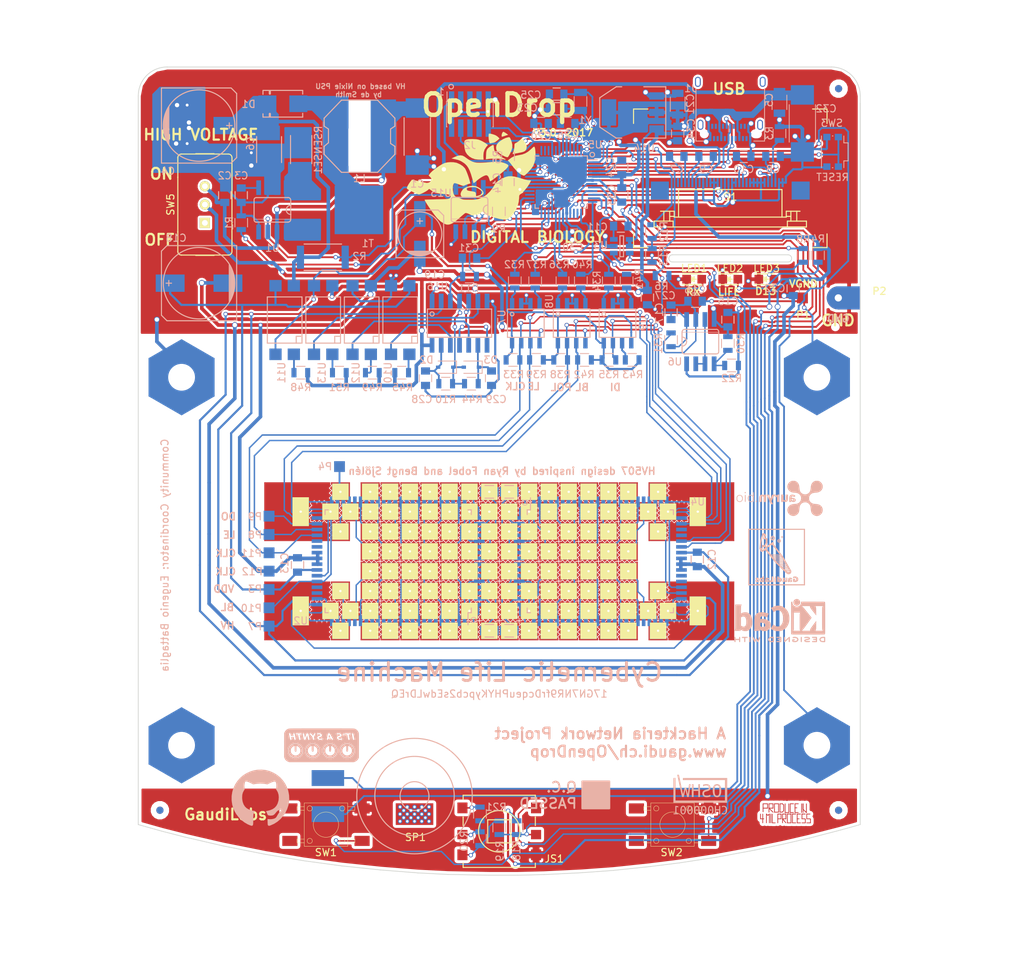
<source format=kicad_pcb>
(kicad_pcb (version 4) (host pcbnew 4.0.7-e2-6376~58~ubuntu16.04.1)
  (layers (0 F.Cu signal) (31 B.Cu signal) (34 B.Paste user) (35 F.Paste user) (36 B.SilkS user) (37 F.SilkS user) (38 B.Mask user) (39 F.Mask user) (44 Edge.Cuts user))
  (net 0 "")
  (net 1 "Net-(C1-Pad1)")
  (net 2 "Net-(D1-Pad2)")
  (net 3 GND)
  (net 4 V_HV)
  (net 5 "Net-(RSENSE1-Pad1)")
  (net 6 "Net-(T1-Pad1)")
  (net 7 "Net-(C7-Pad1)")
  (net 8 "Net-(C7-Pad2)")
  (net 9 "Net-(C8-Pad1)")
  (net 10 "Net-(C9-Pad1)")
  (net 11 "Net-(C9-Pad2)")
  (net 12 "Net-(C10-Pad1)")
  (net 13 "Net-(LED1-Pad2)")
  (net 14 CLK)
  (net 15 LE)
  (net 16 DISP_CS)
  (net 17 DISP_RES)
  (net 18 "Net-(LED2-Pad2)")
  (net 19 DISP_SCL)
  (net 20 DISP_SDA)
  (net 21 SW1)
  (net 22 SW2)
  (net 23 DISP_DC)
  (net 24 SPK)
  (net 25 RX_LED)
  (net 26 "Net-(JS1-Pad1)")
  (net 27 "Net-(JS1-Pad3)")
  (net 28 JOY)
  (net 29 "Net-(JS1-Pad2)")
  (net 30 SW3)
  (net 31 "Net-(U2-Pad26)")
  (net 32 BL)
  (net 33 DI)
  (net 34 DIO_B)
  (net 35 "Net-(C16-Pad1)")
  (net 36 FEEDBACK)
  (net 37 "Net-(R22-Pad2)")
  (net 38 "Net-(U6-Pad3)")
  (net 39 V_GND)
  (net 40 "Net-(R32-Pad1)")
  (net 41 VDD_C)
  (net 42 CLK_C)
  (net 43 "Net-(R34-Pad1)")
  (net 44 DI_C)
  (net 45 "Net-(R36-Pad1)")
  (net 46 POL)
  (net 47 "Net-(R37-Pad1)")
  (net 48 POL_C)
  (net 49 LE_C)
  (net 50 "Net-(R40-Pad1)")
  (net 51 "Net-(R41-Pad1)")
  (net 52 BL_C)
  (net 53 "Net-(R43-Pad1)")
  (net 54 "Net-(R45-Pad1)")
  (net 55 "Net-(R48-Pad1)")
  (net 56 "Net-(R49-Pad1)")
  (net 57 "Net-(R51-Pad1)")
  (net 58 GND_C)
  (net 59 V_HV_C)
  (net 60 +3V3)
  (net 61 "Net-(C20-Pad1)")
  (net 62 "Net-(C23-Pad2)")
  (net 63 AREF)
  (net 64 "Net-(C25-Pad2)")
  (net 65 AC)
  (net 66 "Net-(R3-Pad1)")
  (net 67 RESET)
  (net 68 SWDIO)
  (net 69 SWCLK)
  (net 70 D+)
  (net 71 "Net-(C3-Pad1)")
  (net 72 D13)
  (net 73 "Net-(R1-Pad1)")
  (net 74 "Net-(R2-Pad2)")
  (net 75 "Net-(LED3-Pad2)")
  (net 76 "Net-(C11-Pad2)")
  (net 77 "Net-(J2-Pad7)")
  (net 78 "Net-(J2-Pad6)")
  (net 79 "Net-(J2-Pad8)")
  (net 80 VSENS)
  (net 81 "Net-(R41-Pad2)")
  (net 82 "Net-(S1-Pad7)")
  (net 83 "Net-(S1-Pad1)")
  (net 84 "Net-(S1-Pad20)")
  (net 85 "Net-(SP1-Pad1)")
  (net 86 "Net-(SP1-Pad2)")
  (net 87 D-)
  (net 88 "Net-(U5-Pad38)")
  (net 89 "Net-(U5-Pad39)")
  (net 90 "Net-(U5-Pad41)")
  (net 91 "Net-(C28-Pad2)")
  (net 92 "Net-(C29-Pad2)")
  (net 93 "Net-(R7-Pad1)")
  (net 94 "Net-(R7-Pad2)")
  (net 95 "Net-(R15-Pad1)")
  (net 96 "Net-(R15-Pad2)")
  (net 97 "Net-(R16-Pad1)")
  (net 98 "Net-(R16-Pad2)")
  (net 99 "Net-(R17-Pad1)")
  (net 100 "Net-(R17-Pad2)")
  (net 101 "Net-(U2-Pad27)")
  (net 102 "Net-(U2-Pad28)")
  (net 103 "Net-(U2-Pad35)")
  (net 104 "Net-(U2-Pad36)")
  (net 105 "Net-(U2-Pad40)")
  (net 106 "Net-(U4-Pad25)")
  (net 107 "Net-(U4-Pad27)")
  (net 108 "Net-(U4-Pad28)")
  (net 109 "Net-(U4-Pad35)")
  (net 110 "Net-(U4-Pad36)")
  (net 111 "Net-(FLUXL_1_1-Pad1)")
  (net 112 "Net-(FLUXL_1_2-Pad1)")
  (net 113 "Net-(FLUXL_1_3-Pad1)")
  (net 114 "Net-(FLUXL_1_4-Pad1)")
  (net 115 "Net-(FLUXL_1_5-Pad1)")
  (net 116 "Net-(FLUXL_1_6-Pad1)")
  (net 117 "Net-(FLUXL_1_7-Pad1)")
  (net 118 "Net-(FLUXL_1_8-Pad1)")
  (net 119 "Net-(FLUXL_2_1-Pad1)")
  (net 120 "Net-(FLUXL_2_2-Pad1)")
  (net 121 "Net-(FLUXL_2_3-Pad1)")
  (net 122 "Net-(FLUXL_2_4-Pad1)")
  (net 123 "Net-(FLUXL_2_5-Pad1)")
  (net 124 "Net-(FLUXL_2_6-Pad1)")
  (net 125 "Net-(FLUXL_2_7-Pad1)")
  (net 126 "Net-(FLUXL_2_8-Pad1)")
  (net 127 "Net-(FLUXL_3_1-Pad1)")
  (net 128 "Net-(FLUXL_3_2-Pad1)")
  (net 129 "Net-(FLUXL_3_3-Pad1)")
  (net 130 "Net-(FLUXL_3_4-Pad1)")
  (net 131 "Net-(FLUXL_3_5-Pad1)")
  (net 132 "Net-(FLUXL_3_6-Pad1)")
  (net 133 "Net-(FLUXL_3_7-Pad1)")
  (net 134 "Net-(FLUXL_3_8-Pad1)")
  (net 135 "Net-(FLUXL_4_1-Pad1)")
  (net 136 "Net-(FLUXL_4_3-Pad1)")
  (net 137 "Net-(FLUXL_4_4-Pad1)")
  (net 138 "Net-(FLUXL_4_5-Pad1)")
  (net 139 "Net-(FLUXL_4_6-Pad1)")
  (net 140 "Net-(FLUXL_4_7-Pad1)")
  (net 141 "Net-(FLUXL_5_1-Pad1)")
  (net 142 "Net-(FLUXL_5_2-Pad1)")
  (net 143 "Net-(FLUXL_5_3-Pad1)")
  (net 144 "Net-(FLUXL_5_4-Pad1)")
  (net 145 "Net-(FLUXL_5_5-Pad1)")
  (net 146 "Net-(FLUXL_5_6-Pad1)")
  (net 147 "Net-(FLUXL_5_7-Pad1)")
  (net 148 "Net-(FLUXL_5_8-Pad1)")
  (net 149 "Net-(FLUXL_6_1-Pad1)")
  (net 150 "Net-(FLUXL_6_2-Pad1)")
  (net 151 "Net-(FLUXL_6_3-Pad1)")
  (net 152 "Net-(FLUXL_6_4-Pad1)")
  (net 153 "Net-(FLUXL_6_5-Pad1)")
  (net 154 "Net-(FLUXL_6_6-Pad1)")
  (net 155 "Net-(FLUXL_6_7-Pad1)")
  (net 156 "Net-(FLUXL_7_1-Pad1)")
  (net 157 "Net-(FLUXL_7_2-Pad1)")
  (net 158 "Net-(FLUXL_7_3-Pad1)")
  (net 159 "Net-(FLUXL_7_4-Pad1)")
  (net 160 "Net-(FLUXL_7_5-Pad1)")
  (net 161 "Net-(FLUXL_7_6-Pad1)")
  (net 162 "Net-(FLUXL_7_7-Pad1)")
  (net 163 "Net-(FLUXL_7_8-Pad1)")
  (net 164 "Net-(FLUXL_8_1-Pad1)")
  (net 165 "Net-(FLUXL_8_2-Pad1)")
  (net 166 "Net-(FLUXL_8_3-Pad1)")
  (net 167 "Net-(FLUXL_8_4-Pad1)")
  (net 168 "Net-(FLUXL_8_5-Pad1)")
  (net 169 "Net-(FLUXL_8_6-Pad1)")
  (net 170 "Net-(FLUXL_8_7-Pad1)")
  (net 171 "Net-(FLUXL_8_8-Pad1)")
  (net 172 "Net-(FLUXL_4_2-Pad1)")
  (net 173 "Net-(FLUXL_4_8-Pad1)")
  (net 174 "Net-(FLUXL_6_8-Pad1)")
  (net 175 "Net-(FLUXL_9_1-Pad1)")
  (net 176 "Net-(FLUXL_9_2-Pad1)")
  (net 177 "Net-(FLUXL_9_3-Pad1)")
  (net 178 "Net-(FLUXL_9_4-Pad1)")
  (net 179 "Net-(FLUXL_9_5-Pad1)")
  (net 180 "Net-(FLUXL_9_6-Pad1)")
  (net 181 "Net-(FLUXL_10_1-Pad1)")
  (net 182 "Net-(FLUXL_10_2-Pad1)")
  (net 183 "Net-(FLUXL_10_3-Pad1)")
  (net 184 "Net-(FLUXL_10_5-Pad1)")
  (net 185 "Net-(FLUXL_10_6-Pad1)")
  (net 186 "Net-(FLUXL_11_1-Pad1)")
  (net 187 "Net-(FLUXL_11_2-Pad1)")
  (net 188 "Net-(FLUXL_11_3-Pad1)")
  (net 189 "Net-(FLUXL_11_4-Pad1)")
  (net 190 "Net-(FLUXL_11_5-Pad1)")
  (net 191 "Net-(FLUXL_11_6-Pad1)")
  (net 192 "Net-(FLUXL_12_1-Pad1)")
  (net 193 "Net-(FLUXL_12_2-Pad1)")
  (net 194 "Net-(FLUXL_12_3-Pad1)")
  (net 195 "Net-(FLUXL_12_4-Pad1)")
  (net 196 "Net-(FLUXL_12_5-Pad1)")
  (net 197 "Net-(FLUXL_12_6-Pad1)")
  (net 198 "Net-(FLUXL_9_7-Pad1)")
  (net 199 "Net-(FLUXL_9_8-Pad1)")
  (net 200 "Net-(FLUXL_10_4-Pad1)")
  (net 201 "Net-(FLUXL_10_7-Pad1)")
  (net 202 "Net-(FLUXL_10_8-Pad1)")
  (net 203 "Net-(FLUXL_11_7-Pad1)")
  (net 204 "Net-(FLUXL_11_8-Pad1)")
  (net 205 "Net-(FLUXL_12_7-Pad1)")
  (net 206 "Net-(FLUXL_12_8-Pad1)")
  (net 207 "Net-(FLUXL_13_1-Pad1)")
  (net 208 "Net-(FLUXL_13_2-Pad1)")
  (net 209 "Net-(FLUXL_13_3-Pad1)")
  (net 210 "Net-(FLUXL_13_4-Pad1)")
  (net 211 "Net-(FLUXL_13_5-Pad1)")
  (net 212 "Net-(FLUXL_13_6-Pad1)")
  (net 213 "Net-(FLUXL_13_7-Pad1)")
  (net 214 "Net-(FLUXL_13_8-Pad1)")
  (net 215 "Net-(FLUXL_14_1-Pad1)")
  (net 216 "Net-(FLUXL_14_2-Pad1)")
  (net 217 "Net-(FLUXL_14_3-Pad1)")
  (net 218 "Net-(FLUXL_14_4-Pad1)")
  (net 219 "Net-(FLUXL_14_5-Pad1)")
  (net 220 "Net-(FLUXL_14_6-Pad1)")
  (net 221 "Net-(FLUXL_14_7-Pad1)")
  (net 222 "Net-(FLUXL_14_8-Pad1)")
  (net 223 "Net-(FLUXL_15_1-Pad1)")
  (net 224 "Net-(FLUXL_15_2-Pad1)")
  (net 225 "Net-(FLUXL_15_3-Pad1)")
  (net 226 "Net-(FLUXL_15_4-Pad1)")
  (net 227 "Net-(FLUXL_15_6-Pad1)")
  (net 228 "Net-(FLUXL_15_7-Pad1)")
  (net 229 "Net-(FLUXL_15_8-Pad1)")
  (net 230 "Net-(FLUXL_16_1-Pad1)")
  (net 231 "Net-(FLUXL_16_2-Pad1)")
  (net 232 "Net-(FLUXL_16_3-Pad1)")
  (net 233 "Net-(FLUXL_16_4-Pad1)")
  (net 234 "Net-(FLUXL_16_5-Pad1)")
  (net 235 "Net-(FLUXL_16_6-Pad1)")
  (net 236 "Net-(FLUXL_16_7-Pad1)")
  (net 237 "Net-(FLUXL_16_8-Pad1)")
  (net 238 "Net-(FLUXL_15_5-Pad1)")
  (net 239 "Net-(C31-Pad2)")
  (net 240 "Net-(D2-Pad1)")
  (net 241 V_SCK)
  (net 242 V_SI)
  (net 243 V_CS)
  (net 244 "Net-(U5-Pad37)")
  (net 245 "Net-(U10-Pad2)")
  (net 246 "Net-(U11-Pad2)")
  (net 247 "Net-(U12-Pad2)")
  (net 248 "Net-(U13-Pad2)")
  (net 249 "Net-(U16-Pad1)")
  (net 250 V_USB)
  (net 251 "Net-(U5-Pad14)")
  (net 252 "Net-(U5-Pad15)")
  (net 253 "Net-(U5-Pad27)")
  (net 254 "Net-(J1-PadS1)")
  (net 255 "Net-(J1-PadA2)")
  (net 256 "Net-(J1-PadA3)")
  (net 257 "Net-(J1-PadA5)")
  (net 258 "Net-(J1-PadA10)")
  (net 259 "Net-(J1-PadA8)")
  (net 260 "Net-(J1-PadA11)")
  (net 261 "Net-(J1-PadB2)")
  (net 262 "Net-(J1-PadB3)")
  (net 263 "Net-(J1-PadB5)")
  (net 264 "Net-(J1-PadB8)")
  (net 265 "Net-(J1-PadB10)")
  (net 266 "Net-(J1-PadB11)")
  (net 267 "Net-(C11-Pad1)")
  (net 268 "Net-(P15-Pad1)")
  (net 269 SENS_PAD)
  (module Capacitors_SMD:C_0805 (layer B.Cu) (at 107.95 34.757)
    (fp_text reference C25 (at -3.575 0.118 180) (layer B.SilkS) (effects (justify mirror)))
    (fp_text value 22pF)
    (pad 2 smd rect (at 1 0) (size 1 1.25) (layers B.Cu B.Paste B.Mask) (net 64 "Net-(C25-Pad2)"))
    (pad 1 smd rect (at -1 0) (size 1 1.25) (layers B.Cu B.Paste B.Mask) (net 3 GND))
  )
  (module Crystals:Crystal_SMD_3215-2pin_3.2x1.5mm (layer B.Cu) (at 111.252 35.773 270)
    (fp_text reference Y1 (at 2.602 -0.623 360) (layer B.SilkS) (effects (justify mirror)))
    (fp_text value 32.765)
    (pad 2 smd rect (at -1.25 0 270) (size 1 1.8) (layers B.Cu B.Paste B.Mask) (net 64 "Net-(C25-Pad2)"))
    (pad 1 smd rect (at 1.25 0 270) (size 1 1.8) (layers B.Cu B.Paste B.Mask) (net 62 "Net-(C23-Pad2)"))
  )
  (module GaudiLabsLogos:FLUXL_S2 (layer F.Cu) (at 96.266 46.441)
    (fp_text reference G*** hide)
    (fp_text value LOGO hide)
  )
  (module Capacitors_SMD:C_0805 (layer B.Cu) (at 101.219 46.949 270)
    (fp_text reference C14 (at 0.127 1.524 270) (layer B.SilkS) (effects (justify mirror)))
    (fp_text value 100nF)
    (pad 1 smd rect (at -1 0 270) (size 1 1.25) (layers B.Cu B.Paste B.Mask) (net 60 +3V3))
    (pad 2 smd rect (at 1 0 270) (size 1 1.25) (layers B.Cu B.Paste B.Mask) (net 3 GND))
  )
  (module LEDs:LED-0805 (layer F.Cu) (at 127 60.411)
    (fp_text reference LED1 (at 0 -1.524) (layer F.SilkS))
    (fp_text value LED)
    (pad 2 smd rect (at 1.04902 0 180) (size 1.19888 1.19888) (layers F.Cu F.Paste F.Mask) (net 13 "Net-(LED1-Pad2)"))
    (pad 1 smd rect (at -1.04902 0 180) (size 1.19888 1.19888) (layers F.Cu F.Paste F.Mask) (net 3 GND))
  )
  (module GaudiLabsFootPrints:SMD_DIP4 (layer B.Cu) (at 80.947 66.067 90)
    (fp_text reference U12 (at -7.298 -0.81 90) (layer B.SilkS) (effects (justify mirror)))
    (fp_text value AQY210EH)
    (pad 2 smd rect (at -4.75 -1.27 90) (size 1.6 1.7) (layers B.Cu B.Paste B.Mask) (net 247 "Net-(U12-Pad2)"))
    (pad 1 smd rect (at -4.75 1.27 90) (size 1.6 1.7) (layers B.Cu B.Paste B.Mask) (net 56 "Net-(R49-Pad1)"))
    (pad 4 smd rect (at 4.75 1.27 90) (size 1.6 1.7) (layers B.Cu B.Paste B.Mask) (net 58 GND_C))
    (pad 3 smd rect (at 4.75 -1.27 90) (size 1.6 1.7) (layers B.Cu B.Paste B.Mask) (net 3 GND))
  )
  (module Capacitors_SMD:c_elec_10x10 (layer B.Cu) (at 58.42 60.96 180)
    (fp_text reference C18 (at 3.175 6.264 180) (layer B.SilkS) (effects (justify mirror)))
    (fp_text value "4u7, 250V")
    (pad 1 smd rect (at 4.0005 0 180) (size 4.0005 2.4003) (layers B.Cu B.Paste B.Mask) (net 59 V_HV_C))
    (pad 2 smd rect (at -4.0005 0 180) (size 4.0005 2.4003) (layers B.Cu B.Paste B.Mask) (net 58 GND_C))
  )
  (module Resistors_SMD:R_0805 (layer B.Cu) (at 102.156 60.6695 90)
    (fp_text reference R32 (at 2.2905 -0.048 180) (layer B.SilkS) (effects (justify mirror)))
    (fp_text value 220)
    (pad 1 smd rect (at -0.95 0 90) (size 0.7 1.3) (layers B.Cu B.Paste B.Mask) (net 40 "Net-(R32-Pad1)"))
    (pad 2 smd rect (at 0.95 0 90) (size 0.7 1.3) (layers B.Cu B.Paste B.Mask) (net 14 CLK))
  )
  (module GaudiLabsFootPrints:HCPL_Optocoupler_SMD (layer B.Cu) (at 116.38 66.5115)
    (fp_text reference U9 (at 3.508 -0.0045 90) (layer B.SilkS) (effects (justify mirror)))
    (fp_text value HCPL0534)
    (pad 5 smd rect (at 1.905 2.7325) (size 0.61 1.52) (layers B.Cu B.Paste B.Mask) (net 58 GND_C))
    (pad 6 smd rect (at 0.635 2.7325) (size 0.61 1.52) (layers B.Cu B.Paste B.Mask) (net 53 "Net-(R43-Pad1)"))
    (pad 7 smd rect (at -0.635 2.7325) (size 0.61 1.52) (layers B.Cu B.Paste B.Mask) (net 44 DI_C))
    (pad 8 smd rect (at -1.905 2.7325) (size 0.61 1.52) (layers B.Cu B.Paste B.Mask) (net 41 VDD_C))
    (pad 1 smd rect (at -1.905 -2.7325) (size 0.61 1.52) (layers B.Cu B.Paste B.Mask) (net 43 "Net-(R34-Pad1)"))
    (pad 2 smd rect (at -0.635 -2.7325) (size 0.61 1.52) (layers B.Cu B.Paste B.Mask) (net 3 GND))
    (pad 3 smd rect (at 0.635 -2.7325) (size 0.61 1.52) (layers B.Cu B.Paste B.Mask) (net 3 GND))
    (pad 4 smd rect (at 1.905 -2.7325) (size 0.61 1.52) (layers B.Cu B.Paste B.Mask) (net 51 "Net-(R41-Pad1)"))
  )
  (module GaudiLabsFootPrints:HCPL_Optocoupler_SMD (layer B.Cu) (at 110.03 66.5115)
    (fp_text reference U8 (at -3.096 -3.0525 90) (layer B.SilkS) (effects (justify mirror)))
    (fp_text value HCPL0534)
    (pad 4 smd rect (at 1.905 -2.7325) (size 0.61 1.52) (layers B.Cu B.Paste B.Mask) (net 50 "Net-(R40-Pad1)"))
    (pad 3 smd rect (at 0.635 -2.7325) (size 0.61 1.52) (layers B.Cu B.Paste B.Mask) (net 3 GND))
    (pad 2 smd rect (at -0.635 -2.7325) (size 0.61 1.52) (layers B.Cu B.Paste B.Mask) (net 3 GND))
    (pad 1 smd rect (at -1.905 -2.7325) (size 0.61 1.52) (layers B.Cu B.Paste B.Mask) (net 45 "Net-(R36-Pad1)"))
    (pad 8 smd rect (at -1.905 2.7325) (size 0.61 1.52) (layers B.Cu B.Paste B.Mask) (net 41 VDD_C))
    (pad 7 smd rect (at -0.635 2.7325) (size 0.61 1.52) (layers B.Cu B.Paste B.Mask) (net 48 POL_C))
    (pad 6 smd rect (at 0.635 2.7325) (size 0.61 1.52) (layers B.Cu B.Paste B.Mask) (net 52 BL_C))
    (pad 5 smd rect (at 1.905 2.7325) (size 0.61 1.52) (layers B.Cu B.Paste B.Mask) (net 58 GND_C))
  )
  (module Resistors_SMD:R_0805 (layer B.Cu) (at 101.902 71.5915 180)
    (fp_text reference R33 (at -0.079 -2.0275 180) (layer B.SilkS) (effects (justify mirror)))
    (fp_text value 2.2k)
    (pad 1 smd rect (at -0.95 0 180) (size 0.7 1.3) (layers B.Cu B.Paste B.Mask) (net 42 CLK_C))
    (pad 2 smd rect (at 0.95 0 180) (size 0.7 1.3) (layers B.Cu B.Paste B.Mask) (net 41 VDD_C))
  )
  (module Resistors_SMD:R_0805 (layer B.Cu) (at 64.262 52.578 90)
    (fp_text reference R1 (at -0.086 -1.651 90) (layer B.SilkS) (effects (justify mirror)))
    (fp_text value 6.8k)
    (pad 1 smd rect (at -0.95 0 90) (size 0.7 1.3) (layers B.Cu B.Paste B.Mask) (net 73 "Net-(R1-Pad1)"))
    (pad 2 smd rect (at 0.95 0 90) (size 0.7 1.3) (layers B.Cu B.Paste B.Mask) (net 3 GND))
  )
  (module Resistors_SMD:R_0805 (layer B.Cu) (at 101.219 43.393 270)
    (fp_text reference R5 (at 0.082 1.524 450) (layer B.SilkS) (effects (justify mirror)))
    (fp_text value 10k)
    (pad 1 smd rect (at -0.95 0 270) (size 0.7 1.3) (layers B.Cu B.Paste B.Mask) (net 67 RESET))
    (pad 2 smd rect (at 0.95 0 270) (size 0.7 1.3) (layers B.Cu B.Paste B.Mask) (net 60 +3V3))
  )
  (module Resistors_SMD:R_0805 (layer B.Cu) (at 102.41 136.417 90)
    (fp_text reference R18 (at -3.175 0 90) (layer B.SilkS) (effects (justify mirror)))
    (fp_text value 10k)
    (pad 1 smd rect (at -0.95 0 90) (size 0.7 1.3) (layers B.Cu B.Paste B.Mask) (net 28 JOY))
    (pad 2 smd rect (at 0.95 0 90) (size 0.7 1.3) (layers B.Cu B.Paste B.Mask) (net 60 +3V3))
  )
  (module Resistors_SMD:R_0805 (layer B.Cu) (at 99.997 136.417 270)
    (fp_text reference R19 (at 3.242 -0.079 270) (layer B.SilkS) (effects (justify mirror)))
    (fp_text value 10k)
    (pad 1 smd rect (at -0.95 0 270) (size 0.7 1.3) (layers B.Cu B.Paste B.Mask) (net 27 "Net-(JS1-Pad3)"))
    (pad 2 smd rect (at 0.95 0 270) (size 0.7 1.3) (layers B.Cu B.Paste B.Mask) (net 28 JOY))
  )
  (module Resistors_SMD:R_0805 (layer B.Cu) (at 97.33 137.941 270)
    (fp_text reference R20 (at 0.321 2.207 270) (layer B.SilkS) (effects (justify mirror)))
    (fp_text value 10k)
    (pad 1 smd rect (at -0.95 0 270) (size 0.7 1.3) (layers B.Cu B.Paste B.Mask) (net 29 "Net-(JS1-Pad2)"))
    (pad 2 smd rect (at 0.95 0 270) (size 0.7 1.3) (layers B.Cu B.Paste B.Mask) (net 27 "Net-(JS1-Pad3)"))
  )
  (module Resistors_SMD:R_0805 (layer B.Cu) (at 97.33 134.512 270)
    (fp_text reference R21 (at -0.949 -2.238 540) (layer B.SilkS) (effects (justify mirror)))
    (fp_text value 10k)
    (pad 1 smd rect (at -0.95 0 270) (size 0.7 1.3) (layers B.Cu B.Paste B.Mask) (net 26 "Net-(JS1-Pad1)"))
    (pad 2 smd rect (at 0.95 0 270) (size 0.7 1.3) (layers B.Cu B.Paste B.Mask) (net 29 "Net-(JS1-Pad2)"))
  )
  (module Resistors_SMD:R_0805 (layer B.Cu) (at 132.176 72.36304 180)
    (fp_text reference R22 (at 0 -1.778 180) (layer B.SilkS) (effects (justify mirror)))
    (fp_text value 10k)
    (pad 1 smd rect (at -0.95 0 180) (size 0.7 1.3) (layers B.Cu B.Paste B.Mask) (net 60 +3V3))
    (pad 2 smd rect (at 0.95 0 180) (size 0.7 1.3) (layers B.Cu B.Paste B.Mask) (net 37 "Net-(R22-Pad2)"))
  )
  (module Resistors_SMD:R_0805 (layer B.Cu) (at 131.668 69.31504 90)
    (fp_text reference R30 (at 0 1.778 90) (layer B.SilkS) (effects (justify mirror)))
    (fp_text value 10k)
    (pad 1 smd rect (at -0.95 0 90) (size 0.7 1.3) (layers B.Cu B.Paste B.Mask) (net 37 "Net-(R22-Pad2)"))
    (pad 2 smd rect (at 0.95 0 90) (size 0.7 1.3) (layers B.Cu B.Paste B.Mask) (net 3 GND))
  )
  (module Resistors_SMD:R_0805 (layer B.Cu) (at 123.794 68.80704 90)
    (fp_text reference R31 (at -0.49396 -1.747 90) (layer B.SilkS) (effects (justify mirror)))
    (fp_text value 15k)
    (pad 1 smd rect (at -0.95 0 90) (size 0.7 1.3) (layers B.Cu B.Paste B.Mask) (net 36 FEEDBACK))
    (pad 2 smd rect (at 0.95 0 90) (size 0.7 1.3) (layers B.Cu B.Paste B.Mask) (net 35 "Net-(C16-Pad1)"))
  )
  (module Resistors_SMD:R_0805 (layer B.Cu) (at 115.189 71.587 180)
    (fp_text reference R35 (at 0 -2.032 360) (layer B.SilkS) (effects (justify mirror)))
    (fp_text value 2.2k)
    (pad 1 smd rect (at -0.95 0 180) (size 0.7 1.3) (layers B.Cu B.Paste B.Mask) (net 44 DI_C))
    (pad 2 smd rect (at 0.95 0 180) (size 0.7 1.3) (layers B.Cu B.Paste B.Mask) (net 41 VDD_C))
  )
  (module Resistors_SMD:R_0805 (layer B.Cu) (at 108.506 71.5915 180)
    (fp_text reference R38 (at 0.048 -2.0275 180) (layer B.SilkS) (effects (justify mirror)))
    (fp_text value 2.2k)
    (pad 1 smd rect (at -0.95 0 180) (size 0.7 1.3) (layers B.Cu B.Paste B.Mask) (net 48 POL_C))
    (pad 2 smd rect (at 0.95 0 180) (size 0.7 1.3) (layers B.Cu B.Paste B.Mask) (net 41 VDD_C))
  )
  (module Resistors_SMD:R_0805 (layer B.Cu) (at 105.156 71.587)
    (fp_text reference R39 (at 0 2.032) (layer B.SilkS) (effects (justify mirror)))
    (fp_text value 2.2k)
    (pad 1 smd rect (at -0.95 0) (size 0.7 1.3) (layers B.Cu B.Paste B.Mask) (net 49 LE_C))
    (pad 2 smd rect (at 0.95 0) (size 0.7 1.3) (layers B.Cu B.Paste B.Mask) (net 41 VDD_C))
  )
  (module Resistors_SMD:R_0805 (layer B.Cu) (at 111.808 71.5915)
    (fp_text reference R42 (at -0.048 2.0275) (layer B.SilkS) (effects (justify mirror)))
    (fp_text value 2.2k)
    (pad 1 smd rect (at -0.95 0) (size 0.7 1.3) (layers B.Cu B.Paste B.Mask) (net 52 BL_C))
    (pad 2 smd rect (at 0.95 0) (size 0.7 1.3) (layers B.Cu B.Paste B.Mask) (net 41 VDD_C))
  )
  (module Resistors_SMD:R_0805 (layer B.Cu) (at 96.139 74.889)
    (fp_text reference R44 (at 0.127 2.159) (layer B.SilkS) (effects (justify mirror)))
    (fp_text value 10k)
    (pad 1 smd rect (at -0.95 0) (size 0.7 1.3) (layers B.Cu B.Paste B.Mask) (net 240 "Net-(D2-Pad1)"))
    (pad 2 smd rect (at 0.95 0) (size 0.7 1.3) (layers B.Cu B.Paste B.Mask) (net 92 "Net-(C29-Pad2)"))
  )
  (module Resistors_SMD:R_0805 (layer B.Cu) (at 86.487 73.365 180)
    (fp_text reference R45 (at -0.127 -2.032 180) (layer B.SilkS) (effects (justify mirror)))
    (fp_text value 220)
    (pad 1 smd rect (at -0.95 0 180) (size 0.7 1.3) (layers B.Cu B.Paste B.Mask) (net 54 "Net-(R45-Pad1)"))
    (pad 2 smd rect (at 0.95 0 180) (size 0.7 1.3) (layers B.Cu B.Paste B.Mask) (net 250 V_USB))
  )
  (module Resistors_SMD:R_0805 (layer B.Cu) (at 72.517 73.365)
    (fp_text reference R48 (at 0 2.032) (layer B.SilkS) (effects (justify mirror)))
    (fp_text value 220)
    (pad 1 smd rect (at -0.95 0) (size 0.7 1.3) (layers B.Cu B.Paste B.Mask) (net 55 "Net-(R48-Pad1)"))
    (pad 2 smd rect (at 0.95 0) (size 0.7 1.3) (layers B.Cu B.Paste B.Mask) (net 250 V_USB))
  )
  (module Resistors_SMD:R_0805 (layer B.Cu) (at 82.423 73.365)
    (fp_text reference R49 (at 0 2.032) (layer B.SilkS) (effects (justify mirror)))
    (fp_text value 220)
    (pad 1 smd rect (at -0.95 0) (size 0.7 1.3) (layers B.Cu B.Paste B.Mask) (net 56 "Net-(R49-Pad1)"))
    (pad 2 smd rect (at 0.95 0) (size 0.7 1.3) (layers B.Cu B.Paste B.Mask) (net 250 V_USB))
  )
  (module Resistors_SMD:R_0805 (layer B.Cu) (at 77.851 73.365)
    (fp_text reference R51 (at 0 2.032) (layer B.SilkS) (effects (justify mirror)))
    (fp_text value 220)
    (pad 1 smd rect (at -0.95 0) (size 0.7 1.3) (layers B.Cu B.Paste B.Mask) (net 57 "Net-(R51-Pad1)"))
    (pad 2 smd rect (at 0.95 0) (size 0.7 1.3) (layers B.Cu B.Paste B.Mask) (net 250 V_USB))
  )
  (module Resistors_SMD:R_0805 (layer B.Cu) (at 117.65 60.6695 90)
    (fp_text reference R41 (at 0.2945 1.725 90) (layer B.SilkS) (effects (justify mirror)))
    (fp_text value 220)
    (pad 1 smd rect (at -0.95 0 90) (size 0.7 1.3) (layers B.Cu B.Paste B.Mask) (net 51 "Net-(R41-Pad1)"))
    (pad 2 smd rect (at 0.95 0 90) (size 0.7 1.3) (layers B.Cu B.Paste B.Mask) (net 81 "Net-(R41-Pad2)"))
  )
  (module Resistors_SMD:R_0805 (layer B.Cu) (at 118.412 71.5915)
    (fp_text reference R43 (at 0.079 2.0275) (layer B.SilkS) (effects (justify mirror)))
    (fp_text value 2.2k)
    (pad 1 smd rect (at -0.95 0) (size 0.7 1.3) (layers B.Cu B.Paste B.Mask) (net 53 "Net-(R43-Pad1)"))
    (pad 2 smd rect (at 0.95 0) (size 0.7 1.3) (layers B.Cu B.Paste B.Mask) (net 41 VDD_C))
  )
  (module Resistors_SMD:R_0805 (layer B.Cu) (at 138.811 40.218 90)
    (fp_text reference R3 (at 0.043 -1.436 90) (layer B.SilkS) (effects (justify mirror)))
    (fp_text value 390k)
    (pad 1 smd rect (at -0.95 0 90) (size 0.7 1.3) (layers B.Cu B.Paste B.Mask) (net 66 "Net-(R3-Pad1)"))
    (pad 2 smd rect (at 0.95 0 90) (size 0.7 1.3) (layers B.Cu B.Paste B.Mask) (net 3 GND))
  )
  (module Resistors_SMD:R_0805 (layer B.Cu) (at 144.145 57.109 270)
    (fp_text reference R4 (at -2.286 0 360) (layer B.SilkS) (effects (justify mirror)))
    (fp_text value 390)
    (pad 1 smd rect (at -0.95 0 270) (size 0.7 1.3) (layers B.Cu B.Paste B.Mask) (net 60 +3V3))
    (pad 2 smd rect (at 0.95 0 270) (size 0.7 1.3) (layers B.Cu B.Paste B.Mask) (net 18 "Net-(LED2-Pad2)"))
  )
  (module Resistors_SMD:R_0805 (layer B.Cu) (at 122.555 59.903)
    (fp_text reference R6 (at -0.08 1.472) (layer B.SilkS) (effects (justify mirror)))
    (fp_text value 390)
    (pad 1 smd rect (at -0.95 0) (size 0.7 1.3) (layers B.Cu B.Paste B.Mask) (net 25 RX_LED))
    (pad 2 smd rect (at 0.95 0) (size 0.7 1.3) (layers B.Cu B.Paste B.Mask) (net 13 "Net-(LED1-Pad2)"))
  )
  (module Resistors_SMD:R_0805 (layer B.Cu) (at 142.113 57.109 270)
    (fp_text reference R8 (at -2.286 0 360) (layer B.SilkS) (effects (justify mirror)))
    (fp_text value 390)
    (pad 1 smd rect (at -0.95 0 270) (size 0.7 1.3) (layers B.Cu B.Paste B.Mask) (net 72 D13))
    (pad 2 smd rect (at 0.95 0 270) (size 0.7 1.3) (layers B.Cu B.Paste B.Mask) (net 75 "Net-(LED3-Pad2)"))
  )
  (module Resistors_SMD:R_0805 (layer B.Cu) (at 115.175 60.675 90)
    (fp_text reference R34 (at 0.01 -1.637 90) (layer B.SilkS) (effects (justify mirror)))
    (fp_text value 220)
    (pad 1 smd rect (at -0.95 0 90) (size 0.7 1.3) (layers B.Cu B.Paste B.Mask) (net 43 "Net-(R34-Pad1)"))
    (pad 2 smd rect (at 0.95 0 90) (size 0.7 1.3) (layers B.Cu B.Paste B.Mask) (net 33 DI))
  )
  (module Resistors_SMD:R_0805 (layer B.Cu) (at 108.76 60.6695 90)
    (fp_text reference R36 (at 2.2905 -0.429 180) (layer B.SilkS) (effects (justify mirror)))
    (fp_text value 220)
    (pad 1 smd rect (at -0.95 0 90) (size 0.7 1.3) (layers B.Cu B.Paste B.Mask) (net 45 "Net-(R36-Pad1)"))
    (pad 2 smd rect (at 0.95 0 90) (size 0.7 1.3) (layers B.Cu B.Paste B.Mask) (net 46 POL))
  )
  (module Resistors_SMD:R_0805 (layer B.Cu) (at 104.975 60.675 90)
    (fp_text reference R37 (at 2.296 0.181 180) (layer B.SilkS) (effects (justify mirror)))
    (fp_text value 220)
    (pad 1 smd rect (at -0.95 0 90) (size 0.7 1.3) (layers B.Cu B.Paste B.Mask) (net 47 "Net-(R37-Pad1)"))
    (pad 2 smd rect (at 0.95 0 90) (size 0.7 1.3) (layers B.Cu B.Paste B.Mask) (net 15 LE))
  )
  (module Resistors_SMD:R_0805 (layer B.Cu) (at 111.3 60.6695 90)
    (fp_text reference R40 (at 2.2905 0.206 180) (layer B.SilkS) (effects (justify mirror)))
    (fp_text value 220)
    (pad 1 smd rect (at -0.95 0 90) (size 0.7 1.3) (layers B.Cu B.Paste B.Mask) (net 50 "Net-(R40-Pad1)"))
    (pad 2 smd rect (at 0.95 0 90) (size 0.7 1.3) (layers B.Cu B.Paste B.Mask) (net 32 BL))
  )
  (module Resistors_SMD:R_0805 (layer B.Cu) (at 99.949 51.013 90)
    (fp_text reference R9 (at -2.413 0 180) (layer B.SilkS) (effects (justify mirror)))
    (fp_text value 390k)
    (pad 1 smd rect (at -0.95 0 90) (size 0.7 1.3) (layers B.Cu B.Paste B.Mask) (net 80 VSENS))
    (pad 2 smd rect (at 0.95 0 90) (size 0.7 1.3) (layers B.Cu B.Paste B.Mask) (net 73 "Net-(R1-Pad1)"))
  )
  (module Resistors_SMD:R_0805 (layer B.Cu) (at 92.583 74.889 180)
    (fp_text reference R10 (at 0 -2.159 180) (layer B.SilkS) (effects (justify mirror)))
    (fp_text value 10k)
    (pad 1 smd rect (at -0.95 0 180) (size 0.7 1.3) (layers B.Cu B.Paste B.Mask) (net 240 "Net-(D2-Pad1)"))
    (pad 2 smd rect (at 0.95 0 180) (size 0.7 1.3) (layers B.Cu B.Paste B.Mask) (net 91 "Net-(C28-Pad2)"))
  )
  (module Resistors_SMD:R_0805 (layer B.Cu) (at 95.885 60.03)
    (fp_text reference R11 (at -0.127 1.651) (layer B.SilkS) (effects (justify mirror)))
    (fp_text value 47k)
    (pad 1 smd rect (at -0.95 0) (size 0.7 1.3) (layers B.Cu B.Paste B.Mask) (net 239 "Net-(C31-Pad2)"))
    (pad 2 smd rect (at 0.95 0) (size 0.7 1.3) (layers B.Cu B.Paste B.Mask) (net 60 +3V3))
  )
  (module GaudiLabsFootPrints:R_0805_HeatPad (layer B.Cu) (at 98.625 89.875)
    (fp_text reference R16 hide)
    (fp_text value 10R)
    (pad 3 smd rect (at 0 0) (size 0.8 1.3) (layers B.Cu B.Mask))
    (pad 1 smd rect (at -0.95 0) (size 0.7 1.3) (layers B.Cu B.Paste B.Mask) (net 97 "Net-(R16-Pad1)"))
    (pad 2 smd rect (at 0.95 0) (size 0.7 1.3) (layers B.Cu B.Paste B.Mask) (net 98 "Net-(R16-Pad2)"))
  )
  (module GaudiLabsFootPrints:D-Pak_TO252AA (layer B.Cu) (at 78.232 50.8 90)
    (fp_text reference T1 (at -4.658 3.556 180) (layer B.SilkS) (effects (justify mirror)))
    (fp_text value TK560P60Y)
    (pad 3 smd rect (at 2.18 -4.3 90) (size 1.55 2.78) (layers B.Cu B.Paste B.Mask) (net 5 "Net-(RSENSE1-Pad1)"))
    (pad 2 smd rect (at 0 2.335 90) (size 6.74 6.73) (layers B.Cu B.Paste B.Mask) (net 2 "Net-(D1-Pad2)"))
    (pad 1 smd rect (at -2.18 -4.3 90) (size 1.55 2.78) (layers B.Cu B.Paste B.Mask) (net 6 "Net-(T1-Pad1)"))
  )
  (module GaudiLabsFootPrints:SMD_DIP4 (layer B.Cu) (at 70.279 66.067 90)
    (fp_text reference U11 (at -7.298 -0.429 90) (layer B.SilkS) (effects (justify mirror)))
    (fp_text value AQY210EH)
    (pad 2 smd rect (at -4.75 -1.27 90) (size 1.6 1.7) (layers B.Cu B.Paste B.Mask) (net 246 "Net-(U11-Pad2)"))
    (pad 1 smd rect (at -4.75 1.27 90) (size 1.6 1.7) (layers B.Cu B.Paste B.Mask) (net 55 "Net-(R48-Pad1)"))
    (pad 4 smd rect (at 4.75 1.27 90) (size 1.6 1.7) (layers B.Cu B.Paste B.Mask) (net 4 V_HV))
    (pad 3 smd rect (at 4.75 -1.27 90) (size 1.6 1.7) (layers B.Cu B.Paste B.Mask) (net 59 V_HV_C))
  )
  (module GaudiLabsFootPrints:SMD_DIP4 (layer B.Cu) (at 86.281 66.067 90)
    (fp_text reference U10 (at -7.298 -1.699 270) (layer B.SilkS) (effects (justify mirror)))
    (fp_text value AQY210EH)
    (pad 2 smd rect (at -4.75 -1.27 90) (size 1.6 1.7) (layers B.Cu B.Paste B.Mask) (net 245 "Net-(U10-Pad2)"))
    (pad 1 smd rect (at -4.75 1.27 90) (size 1.6 1.7) (layers B.Cu B.Paste B.Mask) (net 54 "Net-(R45-Pad1)"))
    (pad 4 smd rect (at 4.75 1.27 90) (size 1.6 1.7) (layers B.Cu B.Paste B.Mask) (net 59 V_HV_C))
    (pad 3 smd rect (at 4.75 -1.27 90) (size 1.6 1.7) (layers B.Cu B.Paste B.Mask) (net 3 GND))
  )
  (module GaudiLabsFootPrints:SMD_DIP4 (layer B.Cu) (at 75.613 66.067 90)
    (fp_text reference U13 (at -7.298 -0.175 270) (layer B.SilkS) (effects (justify mirror)))
    (fp_text value AQY210EH)
    (pad 2 smd rect (at -4.75 -1.27 90) (size 1.6 1.7) (layers B.Cu B.Paste B.Mask) (net 248 "Net-(U13-Pad2)"))
    (pad 1 smd rect (at -4.75 1.27 90) (size 1.6 1.7) (layers B.Cu B.Paste B.Mask) (net 57 "Net-(R51-Pad1)"))
    (pad 4 smd rect (at 4.75 1.27 90) (size 1.6 1.7) (layers B.Cu B.Paste B.Mask) (net 250 V_USB))
    (pad 3 smd rect (at 4.75 -1.27 90) (size 1.6 1.7) (layers B.Cu B.Paste B.Mask) (net 41 VDD_C))
  )
  (module GaudiLabsFootPrints:HCPL_Optocoupler_SMD (layer B.Cu) (at 103.68 66.5115)
    (fp_text reference U7 (at -3.35 -0.8935 90) (layer B.SilkS) (effects (justify mirror)))
    (fp_text value HCPL0534)
    (pad 5 smd rect (at 1.905 2.7325) (size 0.61 1.52) (layers B.Cu B.Paste B.Mask) (net 58 GND_C))
    (pad 6 smd rect (at 0.635 2.7325) (size 0.61 1.52) (layers B.Cu B.Paste B.Mask) (net 49 LE_C))
    (pad 7 smd rect (at -0.635 2.7325) (size 0.61 1.52) (layers B.Cu B.Paste B.Mask) (net 42 CLK_C))
    (pad 8 smd rect (at -1.905 2.7325) (size 0.61 1.52) (layers B.Cu B.Paste B.Mask) (net 41 VDD_C))
    (pad 1 smd rect (at -1.905 -2.7325) (size 0.61 1.52) (layers B.Cu B.Paste B.Mask) (net 40 "Net-(R32-Pad1)"))
    (pad 2 smd rect (at -0.635 -2.7325) (size 0.61 1.52) (layers B.Cu B.Paste B.Mask) (net 3 GND))
    (pad 3 smd rect (at 0.635 -2.7325) (size 0.61 1.52) (layers B.Cu B.Paste B.Mask) (net 3 GND))
    (pad 4 smd rect (at 1.905 -2.7325) (size 0.61 1.52) (layers B.Cu B.Paste B.Mask) (net 47 "Net-(R37-Pad1)"))
  )
  (module Capacitors_SMD:C_0805 (layer B.Cu) (at 123.794 64.99704 90)
    (fp_text reference C17 (at -0.11296 -1.62 90) (layer B.SilkS) (effects (justify mirror)))
    (fp_text value 1pF)
    (pad 1 smd rect (at -1 0 90) (size 1 1.25) (layers B.Cu B.Paste B.Mask) (net 36 FEEDBACK))
    (pad 2 smd rect (at 1 0 90) (size 1 1.25) (layers B.Cu B.Paste B.Mask) (net 35 "Net-(C16-Pad1)"))
  )
  (module GaudiLabsFootPrints:Switch_On-On (layer F.Cu) (at 59.23 50.065 90)
    (fp_text reference SW5 (at 0 -4.75 90) (layer F.SilkS))
    (fp_text value SPST)
    (pad 3 thru_hole rect (at -2.54 0 90) (size 1.397 1.397) (drill 0.8128) (layers *.Cu *.Mask F.SilkS))
    (pad 2 thru_hole circle (at 0 0 90) (size 1.397 1.397) (drill 0.8128) (layers *.Cu *.Mask F.SilkS) (net 250 V_USB))
    (pad 1 thru_hole circle (at 2.54 0 90) (size 1.397 1.397) (drill 0.8128) (layers *.Cu *.Mask F.SilkS) (net 1 "Net-(C1-Pad1)"))
  )
  (module GaudiLabsFootPrints:SO08 (layer B.Cu) (at 127.858 69.06104)
    (fp_text reference U6 (at -3.525 2.77996) (layer B.SilkS) (effects (justify mirror)))
    (fp_text value MCP6002)
    (pad 5 smd rect (at 1.905 3.0734) (size 0.6604 2.032) (layers B.Cu B.Paste B.Mask) (net 37 "Net-(R22-Pad2)"))
    (pad 6 smd rect (at 0.635 3.0734) (size 0.6604 2.032) (layers B.Cu B.Paste B.Mask) (net 38 "Net-(U6-Pad3)"))
    (pad 7 smd rect (at -0.635 3.0734) (size 0.6604 2.032) (layers B.Cu B.Paste B.Mask) (net 38 "Net-(U6-Pad3)"))
    (pad 8 smd rect (at -1.905 3.0734) (size 0.6604 2.032) (layers B.Cu B.Paste B.Mask) (net 60 +3V3))
    (pad 1 smd rect (at -1.905 -3.0734) (size 0.6604 2.032) (layers B.Cu B.Paste B.Mask) (net 36 FEEDBACK))
    (pad 2 smd rect (at -0.635 -3.0734) (size 0.6604 2.032) (layers B.Cu B.Paste B.Mask) (net 35 "Net-(C16-Pad1)"))
    (pad 3 smd rect (at 0.635 -3.0734) (size 0.6604 2.032) (layers B.Cu B.Paste B.Mask) (net 38 "Net-(U6-Pad3)"))
    (pad 4 smd rect (at 1.905 -3.0734) (size 0.6604 2.032) (layers B.Cu B.Paste B.Mask) (net 3 GND))
  )
  (module GaudiLabsFootPrints:JoystickSMD_SKQUSeries (layer F.Cu) (at 100 136.925)
    (fp_text reference JS1 (at 7.617 3.81) (layer F.SilkS))
    (fp_text value JoystickSMD)
    (pad 1 smd rect (at -5.1 -3.25) (size 1.4 1.5) (layers F.Cu F.Paste F.Mask) (net 26 "Net-(JS1-Pad1)"))
    (pad 6 smd rect (at 5.1 -3.25) (size 1.4 1.5) (layers F.Cu F.Paste F.Mask) (net 30 SW3))
    (pad 3 smd rect (at -5.1 3.25) (size 1.4 1.5) (layers F.Cu F.Paste F.Mask) (net 27 "Net-(JS1-Pad3)"))
    (pad 4 smd rect (at 5.1 3.25) (size 1.4 1.5) (layers F.Cu F.Paste F.Mask) (net 3 GND))
    (pad 2 smd rect (at -5.1 0.45) (size 1.4 1.3) (layers F.Cu F.Paste F.Mask) (net 29 "Net-(JS1-Pad2)"))
    (pad 5 smd rect (at 5.1 0.45) (size 1.4 1.3) (layers F.Cu F.Paste F.Mask) (net 28 JOY))
  )
  (module Resistors_SMD:R_2512 (layer B.Cu) (at 75.565 57.363)
    (fp_text reference R2 (at 5.08 -0.127) (layer B.SilkS) (effects (justify mirror)))
    (fp_text value 1M5)
    (pad 1 smd rect (at -3.1 0) (size 1 3.2) (layers B.Cu B.Paste B.Mask) (net 4 V_HV))
    (pad 2 smd rect (at 3.1 0) (size 1 3.2) (layers B.Cu B.Paste B.Mask) (net 74 "Net-(R2-Pad2)"))
  )
  (module Resistors_SMD:R_2010 (layer B.Cu) (at 72.565 42.445 90)
    (fp_text reference RSENSE1 (at -0.059 2.365 90) (layer B.SilkS) (effects (justify mirror)))
    (fp_text value 0R1)
    (pad 1 smd rect (at -2.45 0 90) (size 1 2.5) (layers B.Cu B.Paste B.Mask) (net 5 "Net-(RSENSE1-Pad1)"))
    (pad 2 smd rect (at 2.45 0 90) (size 1 2.5) (layers B.Cu B.Paste B.Mask) (net 3 GND))
  )
  (module Capacitors_SMD:C_0805 (layer B.Cu) (at 61.976 48.768 90)
    (fp_text reference C2 (at 2.708 0 180) (layer B.SilkS) (effects (justify mirror)))
    (fp_text value 100nF)
    (pad 1 smd rect (at -1 0 90) (size 1 1.25) (layers B.Cu B.Paste B.Mask) (net 1 "Net-(C1-Pad1)"))
    (pad 2 smd rect (at 1 0 90) (size 1 1.25) (layers B.Cu B.Paste B.Mask) (net 3 GND))
  )
  (module Capacitors_SMD:C_0805 (layer B.Cu) (at 64.262 48.768 270)
    (fp_text reference C3 (at -2.708 0 360) (layer B.SilkS) (effects (justify mirror)))
    (fp_text value 100nF)
    (pad 1 smd rect (at -1 0 270) (size 1 1.25) (layers B.Cu B.Paste B.Mask) (net 71 "Net-(C3-Pad1)"))
    (pad 2 smd rect (at 1 0 270) (size 1 1.25) (layers B.Cu B.Paste B.Mask) (net 3 GND))
  )
  (module Resistors_SMD:R_2512_HandSoldering (layer B.Cu) (at 88.646 40.64 270)
    (fp_text reference C1 (at 6.563 0 360) (layer B.SilkS) (effects (justify mirror)))
    (fp_text value "100uF, 35V")
    (pad 1 smd rect (at -3.95 0 270) (size 2.7 3.2) (layers B.Cu B.Paste B.Mask) (net 1 "Net-(C1-Pad1)"))
    (pad 2 smd rect (at 3.95 0 270) (size 2.7 3.2) (layers B.Cu B.Paste B.Mask) (net 3 GND))
  )
  (module Capacitors_SMD:C_0805 (layer B.Cu) (at 127.432 99.246 270)
    (fp_text reference C12 (at 0 -2.032 270) (layer B.SilkS) (effects (justify mirror)))
    (fp_text value 100nF)
    (pad 1 smd rect (at -1 0 270) (size 1 1.25) (layers B.Cu B.Paste B.Mask) (net 41 VDD_C))
    (pad 2 smd rect (at 1 0 270) (size 1 1.25) (layers B.Cu B.Paste B.Mask) (net 58 GND_C))
  )
  (module Capacitors_SMD:C_0805 (layer B.Cu) (at 72.06 100.008 90)
    (fp_text reference C13 (at 0.254 -1.778 90) (layer B.SilkS) (effects (justify mirror)))
    (fp_text value 100nF)
    (pad 1 smd rect (at -1 0 90) (size 1 1.25) (layers B.Cu B.Paste B.Mask) (net 41 VDD_C))
    (pad 2 smd rect (at 1 0 90) (size 1 1.25) (layers B.Cu B.Paste B.Mask) (net 58 GND_C))
  )
  (module GaudiLabsFootPrints:DO-214AA (layer B.Cu) (at 70.025 36.095 180)
    (fp_text reference D1 (at 4.747 -0.059 180) (layer B.SilkS) (effects (justify mirror)))
    (fp_text value ES2F)
    (pad 1 smd rect (at 2.15 0 180) (size 2.5 2.3) (layers B.Cu B.Paste B.Mask) (net 4 V_HV))
    (pad 2 smd rect (at -2.15 0 180) (size 2.5 2.3) (layers B.Cu B.Paste B.Mask) (net 2 "Net-(D1-Pad2)"))
  )
  (module Fiducials:Fiducial_1mm_Dia_2.54mm_Outer_CopperTop (layer F.Cu) (at 147 134)
    (fp_text reference REF** hide)
    (fp_text value Fiducial_1mm_Dia_2.54mm_Outer_CopperTop)
    (pad ~ smd circle (at 0 0) (size 1 1) (layers F.Cu F.Mask) (clearance 0.77))
  )
  (module Fiducials:Fiducial_1mm_Dia_2.54mm_Outer_CopperBottom (layer F.Cu) (at 147 34)
    (fp_text reference REF** hide)
    (fp_text value Fiducial_1mm_Dia_2.54mm_Outer_CopperBottom)
    (pad ~ smd circle (at 0 0) (size 1 1) (layers B.Cu B.Mask) (clearance 0.77))
  )
  (module Fiducials:Fiducial_1mm_Dia_2.54mm_Outer_CopperTop (layer F.Cu) (at 147 34)
    (fp_text reference REF** hide)
    (fp_text value Fiducial_1mm_Dia_2.54mm_Outer_CopperTop)
    (pad ~ smd circle (at 0 0) (size 1 1) (layers F.Cu F.Mask) (clearance 0.77))
  )
  (module Fiducials:Fiducial_1mm_Dia_2.54mm_Outer_CopperTop (layer F.Cu) (at 53 134)
    (fp_text reference REF** hide)
    (fp_text value Fiducial_1mm_Dia_2.54mm_Outer_CopperTop)
    (pad ~ smd circle (at 0 0) (size 1 1) (layers F.Cu F.Mask) (clearance 0.77))
  )
  (module Fiducials:Fiducial_1mm_Dia_2.54mm_Outer_CopperBottom (layer F.Cu) (at 147 134)
    (fp_text reference REF** hide)
    (fp_text value Fiducial_1mm_Dia_2.54mm_Outer_CopperBottom)
    (pad ~ smd circle (at 0 0) (size 1 1) (layers B.Cu B.Mask) (clearance 0.77))
  )
  (module Fiducials:Fiducial_1mm_Dia_2.54mm_Outer_CopperBottom (layer F.Cu) (at 53 134)
    (fp_text reference REF** hide)
    (fp_text value Fiducial_1mm_Dia_2.54mm_Outer_CopperBottom)
    (pad ~ smd circle (at 0 0) (size 1 1) (layers B.Cu B.Mask) (clearance 0.77))
  )
  (module GaudiLabsFootPrints:PUSH_BUTTON_SMD (layer F.Cu) (at 76 136 180)
    (fp_text reference SW1 (at 0.006 -3.846 180) (layer F.SilkS))
    (fp_text value SW_PUSH)
    (pad 3 smd rect (at 5 -2.25 180) (size 2.1 1.4) (layers F.Cu F.Paste F.Mask))
    (pad 4 smd rect (at 5 2.25 180) (size 2.1 1.4) (layers F.Cu F.Paste F.Mask))
    (pad 1 smd rect (at -5 -2.25 180) (size 2.1 1.4) (layers F.Cu F.Paste F.Mask) (net 21 SW1))
    (pad 2 smd rect (at -5 2.25 180) (size 2.1 1.4) (layers F.Cu F.Paste F.Mask) (net 3 GND))
  )
  (module GaudiLabsFootPrints:PUSH_BUTTON_SMD (layer F.Cu) (at 124 136 180)
    (fp_text reference SW2 (at 0.127 -3.846 180) (layer F.SilkS))
    (fp_text value SW_PUSH)
    (pad 3 smd rect (at 5 -2.25 180) (size 2.1 1.4) (layers F.Cu F.Paste F.Mask))
    (pad 4 smd rect (at 5 2.25 180) (size 2.1 1.4) (layers F.Cu F.Paste F.Mask))
    (pad 1 smd rect (at -5 -2.25 180) (size 2.1 1.4) (layers F.Cu F.Paste F.Mask) (net 22 SW2))
    (pad 2 smd rect (at -5 2.25 180) (size 2.1 1.4) (layers F.Cu F.Paste F.Mask) (net 3 GND))
  )
  (module Capacitors_SMD:C_0805 (layer B.Cu) (at 131.668 66.01304 270)
    (fp_text reference C15 (at -2.55404 -0.031 360) (layer B.SilkS) (effects (justify mirror)))
    (fp_text value 1uF)
    (pad 1 smd rect (at -1 0 270) (size 1 1.25) (layers B.Cu B.Paste B.Mask) (net 60 +3V3))
    (pad 2 smd rect (at 1 0 270) (size 1 1.25) (layers B.Cu B.Paste B.Mask) (net 3 GND))
  )
  (module Capacitors_SMD:C_0805 (layer B.Cu) (at 127.127 63.459)
    (fp_text reference C16 (at -0.052 -1.584) (layer B.SilkS) (effects (justify mirror)))
    (fp_text value 1uF)
    (pad 1 smd rect (at -1 0) (size 1 1.25) (layers B.Cu B.Paste B.Mask) (net 35 "Net-(C16-Pad1)"))
    (pad 2 smd rect (at 1 0) (size 1 1.25) (layers B.Cu B.Paste B.Mask) (net 39 V_GND))
  )
  (module GaudiLabsFootPrints:R_0805_HeatPad (layer B.Cu) (at 101.375 109.125)
    (fp_text reference R17 hide)
    (fp_text value 10R)
    (pad 3 smd rect (at 0 0) (size 0.8 1.3) (layers B.Cu B.Mask))
    (pad 1 smd rect (at -0.95 0) (size 0.7 1.3) (layers B.Cu B.Paste B.Mask) (net 99 "Net-(R17-Pad1)"))
    (pad 2 smd rect (at 0.95 0) (size 0.7 1.3) (layers B.Cu B.Paste B.Mask) (net 100 "Net-(R17-Pad2)"))
  )
  (module GaudiLabsFootPrints:R_0805_HeatPad (layer B.Cu) (at 101.375 89.875)
    (fp_text reference R15 hide)
    (fp_text value 10R)
    (pad 3 smd rect (at 0 0) (size 0.8 1.3) (layers B.Cu B.Mask))
    (pad 1 smd rect (at -0.95 0) (size 0.7 1.3) (layers B.Cu B.Paste B.Mask) (net 95 "Net-(R15-Pad1)"))
    (pad 2 smd rect (at 0.95 0) (size 0.7 1.3) (layers B.Cu B.Paste B.Mask) (net 96 "Net-(R15-Pad2)"))
  )
  (module GaudiLabsFootPrints:R_0805_HeatPad (layer B.Cu) (at 98.625 109.125 180)
    (fp_text reference R7 hide)
    (fp_text value 10R)
    (pad 3 smd rect (at 0 0 180) (size 0.8 1.3) (layers B.Cu B.Mask))
    (pad 1 smd rect (at -0.95 0 180) (size 0.7 1.3) (layers B.Cu B.Paste B.Mask) (net 93 "Net-(R7-Pad1)"))
    (pad 2 smd rect (at 0.95 0 180) (size 0.7 1.3) (layers B.Cu B.Paste B.Mask) (net 94 "Net-(R7-Pad2)"))
  )
  (module Capacitors_SMD:c_elec_10x10 (layer B.Cu) (at 58.42 39.116)
    (fp_text reference C4 (at -4.318 6.309) (layer B.SilkS) (effects (justify mirror)))
    (fp_text value "4u7, 250V")
    (pad 1 smd rect (at 4.0005 0) (size 4.0005 2.4003) (layers B.Cu B.Paste B.Mask) (net 4 V_HV))
    (pad 2 smd rect (at -4.0005 0) (size 4.0005 2.4003) (layers B.Cu B.Paste B.Mask) (net 3 GND))
  )
  (module Capacitors_SMD:C_0805 (layer B.Cu) (at 105.791 38.821 180)
    (fp_text reference C20 (at 0 -1.778 180) (layer B.SilkS) (effects (justify mirror)))
    (fp_text value 1uF)
    (pad 1 smd rect (at -1 0 180) (size 1 1.25) (layers B.Cu B.Paste B.Mask) (net 61 "Net-(C20-Pad1)"))
    (pad 2 smd rect (at 1 0 180) (size 1 1.25) (layers B.Cu B.Paste B.Mask) (net 3 GND))
  )
  (module Capacitors_SMD:C_0805 (layer B.Cu) (at 140.716 61.681 90)
    (fp_text reference C22 (at 0.006 -2.541 180) (layer B.SilkS) (effects (justify mirror)))
    (fp_text value 100nF)
    (pad 1 smd rect (at -1 0 90) (size 1 1.25) (layers B.Cu B.Paste B.Mask) (net 3 GND))
    (pad 2 smd rect (at 1 0 90) (size 1 1.25) (layers B.Cu B.Paste B.Mask) (net 60 +3V3))
  )
  (module Capacitors_SMD:C_0805 (layer B.Cu) (at 107.95 36.789)
    (fp_text reference C23 (at -4.075 -0.127 180) (layer B.SilkS) (effects (justify mirror)))
    (fp_text value 22pF)
    (pad 2 smd rect (at 1 0) (size 1 1.25) (layers B.Cu B.Paste B.Mask) (net 62 "Net-(C23-Pad2)"))
    (pad 1 smd rect (at -1 0) (size 1 1.25) (layers B.Cu B.Paste B.Mask) (net 3 GND))
  )
  (module Capacitors_SMD:C_0805 (layer B.Cu) (at 116.967 44.917 90)
    (fp_text reference C24 (at 0.042 -1.582 90) (layer B.SilkS) (effects (justify mirror)))
    (fp_text value 1uF)
    (pad 1 smd rect (at -1 0 90) (size 1 1.25) (layers B.Cu B.Paste B.Mask) (net 3 GND))
    (pad 2 smd rect (at 1 0 90) (size 1 1.25) (layers B.Cu B.Paste B.Mask) (net 63 AREF))
  )
  (module Measurement_Points:Measurement_Point_Square-SMD-Pad_Small (layer F.Cu) (at 143.3 62.525)
    (fp_text reference P1 (at -1.187 2.839) (layer F.SilkS))
    (fp_text value CONN_01X01)
    (pad 1 smd rect (at -1.3 0.475) (size 1.50114 1.50114) (layers F.Cu F.Mask) (net 39 V_GND))
  )
  (module Measurement_Points:Measurement_Point_Square-SMD-Pad_Small (layer B.Cu) (at 68.12 103.405)
    (fp_text reference P3 (at -1.953 -0.068) (layer B.SilkS) (effects (justify mirror)))
    (fp_text value CONN_01X01)
    (pad 1 smd rect (at 0 0) (size 1.50114 1.50114) (layers B.Cu B.Paste B.Mask) (net 41 VDD_C))
  )
  (module Measurement_Points:Measurement_Point_Square-SMD-Pad_Small (layer B.Cu) (at 68.12 108.485)
    (fp_text reference P7 (at -1.953 0.059) (layer B.SilkS) (effects (justify mirror)))
    (fp_text value CONN_01X01)
    (pad 1 smd rect (at 0 0) (size 1.50114 1.50114) (layers B.Cu B.Paste B.Mask) (net 59 V_HV_C))
  )
  (module Measurement_Points:Measurement_Point_Square-SMD-Pad_Small (layer B.Cu) (at 68.12 95.785)
    (fp_text reference P8 (at -1.953 0.059) (layer B.SilkS) (effects (justify mirror)))
    (fp_text value CONN_01X01)
    (pad 1 smd rect (at 0 0) (size 1.50114 1.50114) (layers B.Cu B.Paste B.Mask) (net 49 LE_C))
  )
  (module Measurement_Points:Measurement_Point_Square-SMD-Pad_Small (layer B.Cu) (at 68.12 93.245)
    (fp_text reference P9 (at -1.953 0.059) (layer B.SilkS) (effects (justify mirror)))
    (fp_text value CONN_01X01)
    (pad 1 smd rect (at 0 0) (size 1.50114 1.50114) (layers B.Cu B.Paste B.Mask) (net 34 DIO_B))
  )
  (module Measurement_Points:Measurement_Point_Square-SMD-Pad_Small (layer B.Cu) (at 68.12 105.945)
    (fp_text reference P10 (at -2.461 0.059) (layer B.SilkS) (effects (justify mirror)))
    (fp_text value CONN_01X01)
    (pad 1 smd rect (at 0 0) (size 1.50114 1.50114) (layers B.Cu B.Paste B.Mask) (net 52 BL_C))
  )
  (module Measurement_Points:Measurement_Point_Square-SMD-Pad_Small (layer B.Cu) (at 68.12 98.325)
    (fp_text reference P11 (at -2.461 0.059) (layer B.SilkS) (effects (justify mirror)))
    (fp_text value CONN_01X01)
    (pad 1 smd rect (at 0 0) (size 1.50114 1.50114) (layers B.Cu B.Paste B.Mask) (net 42 CLK_C))
  )
  (module Measurement_Points:Measurement_Point_Square-SMD-Pad_Small (layer B.Cu) (at 68.12 100.865)
    (fp_text reference P12 (at -2.334 0.059) (layer B.SilkS) (effects (justify mirror)))
    (fp_text value CONN_01X01)
    (pad 1 smd rect (at 0 0) (size 1.50114 1.50114) (layers B.Cu B.Paste B.Mask) (net 58 GND_C))
  )
  (module Capacitors_SMD:c_elec_6.3x5.8 (layer B.Cu) (at 89 54.125 90)
    (fp_text reference C19 (at -5.651 2.059 180) (layer B.SilkS) (effects (justify mirror)))
    (fp_text value "22uF, 50V")
    (pad 1 smd rect (at 2.75082 0 90) (size 3.59918 1.6002) (layers B.Cu B.Paste B.Mask) (net 41 VDD_C))
    (pad 2 smd rect (at -2.75082 0 90) (size 3.59918 1.6002) (layers B.Cu B.Paste B.Mask) (net 58 GND_C))
  )
  (module GaudiLabsFootPrints:SRN1060 (layer B.Cu) (at 80.645 40.599 180)
    (fp_text reference L1 (at 0 -5.842 360) (layer B.SilkS) (effects (justify mirror)))
    (fp_text value 100uH)
    (pad 1 smd rect (at -3.3 0 180) (size 3.5 10.2) (layers B.Cu B.Paste B.Mask) (net 1 "Net-(C1-Pad1)"))
    (pad 2 smd rect (at 3.3 0 180) (size 3.5 10.2) (layers B.Cu B.Paste B.Mask) (net 2 "Net-(D1-Pad2)"))
  )
  (module Capacitors_SMD:C_0805 (layer B.Cu) (at 124.587 43.393)
    (fp_text reference C7 (at 0 1.778) (layer B.SilkS) (effects (justify mirror)))
    (fp_text value 1uF)
    (pad 2 smd rect (at 1 0) (size 1 1.25) (layers B.Cu B.Paste B.Mask) (net 8 "Net-(C7-Pad2)"))
    (pad 1 smd rect (at -1 0) (size 1 1.25) (layers B.Cu B.Paste B.Mask) (net 7 "Net-(C7-Pad1)"))
  )
  (module Capacitors_SMD:C_0805 (layer B.Cu) (at 137.922 43.393)
    (fp_text reference C8 (at 0 1.778) (layer B.SilkS) (effects (justify mirror)))
    (fp_text value 2.2uF)
    (pad 1 smd rect (at -1 0) (size 1 1.25) (layers B.Cu B.Paste B.Mask) (net 9 "Net-(C8-Pad1)"))
    (pad 2 smd rect (at 1 0) (size 1 1.25) (layers B.Cu B.Paste B.Mask) (net 3 GND))
  )
  (module Capacitors_SMD:C_0805 (layer B.Cu) (at 128.651 43.393)
    (fp_text reference C9 (at 0 1.778) (layer B.SilkS) (effects (justify mirror)))
    (fp_text value 1uF)
    (pad 1 smd rect (at -1 0) (size 1 1.25) (layers B.Cu B.Paste B.Mask) (net 10 "Net-(C9-Pad1)"))
    (pad 2 smd rect (at 1 0) (size 1 1.25) (layers B.Cu B.Paste B.Mask) (net 11 "Net-(C9-Pad2)"))
  )
  (module Capacitors_SMD:C_0805 (layer B.Cu) (at 133.858 43.393)
    (fp_text reference C10 (at 0 1.778) (layer B.SilkS) (effects (justify mirror)))
    (fp_text value 2.2uF)
    (pad 2 smd rect (at 1 0) (size 1 1.25) (layers B.Cu B.Paste B.Mask) (net 3 GND))
    (pad 1 smd rect (at -1 0) (size 1 1.25) (layers B.Cu B.Paste B.Mask) (net 12 "Net-(C10-Pad1)"))
  )
  (module Capacitors_SMD:C_0805 (layer B.Cu) (at 116.84 53.045 180)
    (fp_text reference C11 (at 3.265 -0.13 180) (layer B.SilkS) (effects (justify mirror)))
    (fp_text value 1uF)
    (pad 1 smd rect (at -1 0 180) (size 1 1.25) (layers B.Cu B.Paste B.Mask) (net 267 "Net-(C11-Pad1)"))
    (pad 2 smd rect (at 1 0 180) (size 1 1.25) (layers B.Cu B.Paste B.Mask) (net 76 "Net-(C11-Pad2)"))
  )
  (module GaudiLabsFootPrints:C_1913 (layer B.Cu) (at 68.12 42.445 270)
    (fp_text reference C6 (at -0.83 2.588 270) (layer B.SilkS) (effects (justify mirror)))
    (fp_text value "100nF, 250V")
    (pad 1 smd rect (at -2.3 0 270) (size 2 3) (layers B.Cu B.Paste B.Mask) (net 4 V_HV))
    (pad 2 smd rect (at 2.3 0 270) (size 2 3) (layers B.Cu B.Paste B.Mask) (net 3 GND))
  )
  (module Capacitors_SMD:C_0805 (layer B.Cu) (at 120.523 62.951 90)
    (fp_text reference C27 (at 0.276 2.452 180) (layer B.SilkS) (effects (justify mirror)))
    (fp_text value 1uF)
    (pad 1 smd rect (at -1 0 90) (size 1 1.25) (layers B.Cu B.Paste B.Mask) (net 3 GND))
    (pad 2 smd rect (at 1 0 90) (size 1 1.25) (layers B.Cu B.Paste B.Mask) (net 250 V_USB))
  )
  (module GaudiLabsFootPrints:SO08 (layer B.Cu) (at 68.58 50.8 180)
    (fp_text reference U1 (at 0 -5.293 180) (layer B.SilkS) (effects (justify mirror)))
    (fp_text value MAX1771ESA)
    (pad 5 smd rect (at 1.905 3.0734 180) (size 0.6604 2.032) (layers B.Cu B.Paste B.Mask) (net 71 "Net-(C3-Pad1)"))
    (pad 6 smd rect (at 0.635 3.0734 180) (size 0.6604 2.032) (layers B.Cu B.Paste B.Mask) (net 3 GND))
    (pad 7 smd rect (at -0.635 3.0734 180) (size 0.6604 2.032) (layers B.Cu B.Paste B.Mask) (net 3 GND))
    (pad 8 smd rect (at -1.905 3.0734 180) (size 0.6604 2.032) (layers B.Cu B.Paste B.Mask) (net 5 "Net-(RSENSE1-Pad1)"))
    (pad 1 smd rect (at -1.905 -3.0734 180) (size 0.6604 2.032) (layers B.Cu B.Paste B.Mask) (net 6 "Net-(T1-Pad1)"))
    (pad 2 smd rect (at -0.635 -3.0734 180) (size 0.6604 2.032) (layers B.Cu B.Paste B.Mask) (net 1 "Net-(C1-Pad1)"))
    (pad 3 smd rect (at 0.635 -3.0734 180) (size 0.6604 2.032) (layers B.Cu B.Paste B.Mask) (net 74 "Net-(R2-Pad2)"))
    (pad 4 smd rect (at 1.905 -3.0734 180) (size 0.6604 2.032) (layers B.Cu B.Paste B.Mask) (net 3 GND))
  )
  (module GaudiLabsFootPrints:SO08 (layer B.Cu) (at 95.885 50.759 180)
    (fp_text reference U15 (at 3.937 2.286 180) (layer B.SilkS) (effects (justify mirror)))
    (fp_text value MCP41010)
    (pad 5 smd rect (at 1.905 3.0734 180) (size 0.6604 2.032) (layers B.Cu B.Paste B.Mask) (net 74 "Net-(R2-Pad2)"))
    (pad 6 smd rect (at 0.635 3.0734 180) (size 0.6604 2.032) (layers B.Cu B.Paste B.Mask) (net 74 "Net-(R2-Pad2)"))
    (pad 7 smd rect (at -0.635 3.0734 180) (size 0.6604 2.032) (layers B.Cu B.Paste B.Mask) (net 73 "Net-(R1-Pad1)"))
    (pad 8 smd rect (at -1.905 3.0734 180) (size 0.6604 2.032) (layers B.Cu B.Paste B.Mask) (net 60 +3V3))
    (pad 1 smd rect (at -1.905 -3.0734 180) (size 0.6604 2.032) (layers B.Cu B.Paste B.Mask) (net 243 V_CS))
    (pad 2 smd rect (at -0.635 -3.0734 180) (size 0.6604 2.032) (layers B.Cu B.Paste B.Mask) (net 241 V_SCK))
    (pad 3 smd rect (at 0.635 -3.0734 180) (size 0.6604 2.032) (layers B.Cu B.Paste B.Mask) (net 242 V_SI))
    (pad 4 smd rect (at 1.905 -3.0734 180) (size 0.6604 2.032) (layers B.Cu B.Paste B.Mask) (net 3 GND))
  )
  (module LEDs:LED-0805 (layer F.Cu) (at 132 60.411)
    (fp_text reference LED2 (at -0.047 -1.524) (layer F.SilkS))
    (fp_text value LED)
    (pad 2 smd rect (at 1.04902 0 180) (size 1.19888 1.19888) (layers F.Cu F.Paste F.Mask) (net 18 "Net-(LED2-Pad2)"))
    (pad 1 smd rect (at -1.04902 0 180) (size 1.19888 1.19888) (layers F.Cu F.Paste F.Mask) (net 3 GND))
  )
  (module LEDs:LED-0805 (layer F.Cu) (at 137 60.411)
    (fp_text reference LED3 (at 0.033 -1.524) (layer F.SilkS))
    (fp_text value LED)
    (pad 2 smd rect (at 1.04902 0 180) (size 1.19888 1.19888) (layers F.Cu F.Paste F.Mask) (net 75 "Net-(LED3-Pad2)"))
    (pad 1 smd rect (at -1.04902 0 180) (size 1.19888 1.19888) (layers F.Cu F.Paste F.Mask) (net 3 GND))
  )
  (module TO_SOT_Packages_SMD:SOT-23-6 (layer B.Cu) (at 116.967 55.839)
    (fp_text reference U3 (at -2.921 -0.127) (layer B.SilkS) (effects (justify mirror)))
    (fp_text value PAM8301)
    (pad 1 smd rect (at -1.1 0.95) (size 1.06 0.65) (layers B.Cu B.Paste B.Mask) (net 85 "Net-(SP1-Pad1)"))
    (pad 2 smd rect (at -1.1 0) (size 1.06 0.65) (layers B.Cu B.Paste B.Mask) (net 3 GND))
    (pad 3 smd rect (at -1.1 -0.95) (size 1.06 0.65) (layers B.Cu B.Paste B.Mask) (net 76 "Net-(C11-Pad2)"))
    (pad 4 smd rect (at 1.1 -0.95) (size 1.06 0.65) (layers B.Cu B.Paste B.Mask) (net 250 V_USB))
    (pad 6 smd rect (at 1.1 0.95) (size 1.06 0.65) (layers B.Cu B.Paste B.Mask) (net 86 "Net-(SP1-Pad2)"))
    (pad 5 smd rect (at 1.1 0) (size 1.06 0.65) (layers B.Cu B.Paste B.Mask) (net 250 V_USB))
  )
  (module Capacitors_SMD:C_0805 (layer B.Cu) (at 89.789 74.127 90)
    (fp_text reference C28 (at -2.921 -0.508 180) (layer B.SilkS) (effects (justify mirror)))
    (fp_text value 3.3nF)
    (pad 2 smd rect (at 1 0 90) (size 1 1.25) (layers B.Cu B.Paste B.Mask) (net 91 "Net-(C28-Pad2)"))
    (pad 1 smd rect (at -1 0 90) (size 1 1.25) (layers B.Cu B.Paste B.Mask) (net 3 GND))
  )
  (module Capacitors_SMD:C_0805 (layer B.Cu) (at 98.933 74.127 90)
    (fp_text reference C29 (at -2.921 0.635 180) (layer B.SilkS) (effects (justify mirror)))
    (fp_text value 3.3nF)
    (pad 1 smd rect (at -1 0 90) (size 1 1.25) (layers B.Cu B.Paste B.Mask) (net 3 GND))
    (pad 2 smd rect (at 1 0 90) (size 1 1.25) (layers B.Cu B.Paste B.Mask) (net 92 "Net-(C29-Pad2)"))
  )
  (module Capacitors_SMD:C_0805 (layer B.Cu) (at 95.885 57.49 180)
    (fp_text reference C31 (at 0.11 1.415 180) (layer B.SilkS) (effects (justify mirror)))
    (fp_text value 220nF)
    (pad 2 smd rect (at 1 0 180) (size 1 1.25) (layers B.Cu B.Paste B.Mask) (net 239 "Net-(C31-Pad2)"))
    (pad 1 smd rect (at -1 0 180) (size 1 1.25) (layers B.Cu B.Paste B.Mask) (net 65 AC))
  )
  (module Diodes_SMD:D_SOD-323 (layer B.Cu) (at 92.583 72.603 180)
    (fp_text reference D2 (at 2.667 1.016 180) (layer B.SilkS) (effects (justify mirror)))
    (fp_text value 1N4148)
    (pad 2 smd rect (at 1.05 0 180) (size 0.6 0.45) (layers B.Cu B.Paste B.Mask) (net 91 "Net-(C28-Pad2)"))
    (pad 1 smd rect (at -1.05 0 180) (size 0.6 0.45) (layers B.Cu B.Paste B.Mask) (net 240 "Net-(D2-Pad1)"))
  )
  (module Diodes_SMD:D_SOD-323 (layer B.Cu) (at 96.139 72.603 180)
    (fp_text reference D3 (at -2.667 1.016 180) (layer B.SilkS) (effects (justify mirror)))
    (fp_text value 1N4148)
    (pad 1 smd rect (at -1.05 0 180) (size 0.6 0.45) (layers B.Cu B.Paste B.Mask) (net 92 "Net-(C29-Pad2)"))
    (pad 2 smd rect (at 1.05 0 180) (size 0.6 0.45) (layers B.Cu B.Paste B.Mask) (net 240 "Net-(D2-Pad1)"))
  )
  (module GaudiLabsFootPrints:SOIC-14_N (layer B.Cu) (at 94.5 66.5)
    (fp_text reference U16 (at -3.06 -5.073) (layer B.SilkS) (effects (justify mirror)))
    (fp_text value 74xx14)
    (pad 1 smd rect (at -3.81 -3.0734) (size 0.6604 2.032) (layers B.Cu B.Paste B.Mask) (net 249 "Net-(U16-Pad1)"))
    (pad 2 smd rect (at -2.54 -3.0734) (size 0.6604 2.032) (layers B.Cu B.Paste B.Mask) (net 246 "Net-(U11-Pad2)"))
    (pad 3 smd rect (at -1.27 -3.0734) (size 0.6604 2.032) (layers B.Cu B.Paste B.Mask) (net 239 "Net-(C31-Pad2)"))
    (pad 4 smd rect (at 0 -3.0734) (size 0.6604 2.032) (layers B.Cu B.Paste B.Mask) (net 240 "Net-(D2-Pad1)"))
    (pad 5 smd rect (at 1.27 -3.0734) (size 0.6604 2.032) (layers B.Cu B.Paste B.Mask) (net 249 "Net-(U16-Pad1)"))
    (pad 6 smd rect (at 2.54 -3.0734) (size 0.6604 2.032) (layers B.Cu B.Paste B.Mask) (net 248 "Net-(U13-Pad2)"))
    (pad 7 smd rect (at 3.81 -3.0734) (size 0.6604 2.032) (layers B.Cu B.Paste B.Mask) (net 3 GND))
    (pad 8 smd rect (at 3.81 3.0734) (size 0.6604 2.032) (layers B.Cu B.Paste B.Mask) (net 249 "Net-(U16-Pad1)"))
    (pad 9 smd rect (at 2.54 3.0734) (size 0.6604 2.032) (layers B.Cu B.Paste B.Mask) (net 92 "Net-(C29-Pad2)"))
    (pad 11 smd rect (at 0 3.0734) (size 0.6604 2.032) (layers B.Cu B.Paste B.Mask) (net 249 "Net-(U16-Pad1)"))
    (pad 12 smd rect (at -1.27 3.0734) (size 0.6604 2.032) (layers B.Cu B.Paste B.Mask) (net 245 "Net-(U10-Pad2)"))
    (pad 13 smd rect (at -2.54 3.0734) (size 0.6604 2.032) (layers B.Cu B.Paste B.Mask) (net 91 "Net-(C28-Pad2)"))
    (pad 14 smd rect (at -3.81 3.0734) (size 0.6604 2.032) (layers B.Cu B.Paste B.Mask) (net 250 V_USB))
    (pad 10 smd rect (at 1.27 3.0734) (size 0.6604 2.032) (layers B.Cu B.Paste B.Mask) (net 247 "Net-(U12-Pad2)"))
  )
  (module Capacitors_SMD:C_0805 (layer B.Cu) (at 109.474 38.821 180)
    (fp_text reference C26 (at 0.018 -1.598 180) (layer B.SilkS) (effects (justify mirror)))
    (fp_text value 100nF)
    (pad 2 smd rect (at 1 0 180) (size 1 1.25) (layers B.Cu B.Paste B.Mask) (net 3 GND))
    (pad 1 smd rect (at -1 0 180) (size 1 1.25) (layers B.Cu B.Paste B.Mask) (net 60 +3V3))
  )
  (module GaudiLabsFootPrints:FLUXPAD_2_75_4MIL_4_5 (layer F.Cu) (at 82.125 92.625)
    (fp_text reference FLUXL_2_2 hide)
    (fp_text value FX hide)
    (fp_line (start 1.17 0.39) (end 1.3 0.52) (layer F.Cu) (width 0.15))
    (fp_line (start 1.3 0.52) (end 1.17 0.64) (layer F.Cu) (width 0.15))
    (fp_line (start 1.17 0.64) (end 1.17 0.39) (layer F.Cu) (width 0.15))
    (fp_line (start 1.16 -0.3) (end 1.29 -0.17) (layer F.Cu) (width 0.15))
    (fp_line (start 1.29 -0.17) (end 1.16 -0.05) (layer F.Cu) (width 0.15))
    (fp_line (start 1.16 -0.05) (end 1.16 -0.3) (layer F.Cu) (width 0.15))
    (fp_line (start 1.07 -1.17) (end 1.18 -1.17) (layer F.Cu) (width 0.15))
    (fp_line (start 1.18 -1.17) (end 1.17 -0.72) (layer F.Cu) (width 0.15))
    (fp_line (start 1.17 -0.72) (end 1.27 -0.88) (layer F.Cu) (width 0.15))
    (fp_line (start -1.17 -0.39) (end -1.3 -0.52) (layer F.Cu) (width 0.15))
    (fp_line (start -1.3 -0.52) (end -1.17 -0.64) (layer F.Cu) (width 0.15))
    (fp_line (start -1.17 -0.64) (end -1.17 -0.39) (layer F.Cu) (width 0.15))
    (fp_line (start -1.16 0.3) (end -1.29 0.17) (layer F.Cu) (width 0.15))
    (fp_line (start -1.29 0.17) (end -1.16 0.05) (layer F.Cu) (width 0.15))
    (fp_line (start -1.16 0.05) (end -1.16 0.3) (layer F.Cu) (width 0.15))
    (fp_line (start -1.07 1.17) (end -1.18 1.17) (layer F.Cu) (width 0.15))
    (fp_line (start -1.18 1.17) (end -1.17 0.72) (layer F.Cu) (width 0.15))
    (fp_line (start -1.17 0.72) (end -1.27 0.88) (layer F.Cu) (width 0.15))
    (fp_line (start -0.39 1.17) (end -0.52 1.3) (layer F.Cu) (width 0.15))
    (fp_line (start -0.52 1.3) (end -0.64 1.17) (layer F.Cu) (width 0.15))
    (fp_line (start -0.64 1.17) (end -0.39 1.17) (layer F.Cu) (width 0.15))
    (fp_line (start 0.3 1.16) (end 0.17 1.29) (layer F.Cu) (width 0.15))
    (fp_line (start 0.17 1.29) (end 0.05 1.16) (layer F.Cu) (width 0.15))
    (fp_line (start 0.05 1.16) (end 0.3 1.16) (layer F.Cu) (width 0.15))
    (fp_line (start 1.17 1.07) (end 1.17 1.18) (layer F.Cu) (width 0.15))
    (fp_line (start 1.17 1.18) (end 0.72 1.17) (layer F.Cu) (width 0.15))
    (fp_line (start 0.72 1.17) (end 0.88 1.27) (layer F.Cu) (width 0.15))
    (fp_line (start 0.39 -1.17) (end 0.52 -1.3) (layer F.Cu) (width 0.15))
    (fp_line (start 0.52 -1.3) (end 0.64 -1.17) (layer F.Cu) (width 0.15))
    (fp_line (start 0.64 -1.17) (end 0.39 -1.17) (layer F.Cu) (width 0.15))
    (fp_line (start -0.3 -1.16) (end -0.17 -1.29) (layer F.Cu) (width 0.15))
    (fp_line (start -0.17 -1.29) (end -0.05 -1.16) (layer F.Cu) (width 0.15))
    (fp_line (start -0.05 -1.16) (end -0.3 -1.16) (layer F.Cu) (width 0.15))
    (fp_line (start -1.17 -1.07) (end -1.17 -1.18) (layer F.Cu) (width 0.15))
    (fp_line (start -1.17 -1.18) (end -0.72 -1.17) (layer F.Cu) (width 0.15))
    (fp_line (start -0.72 -1.17) (end -0.88 -1.27) (layer F.Cu) (width 0.15))
    (fp_line (start 1.411 -0.859) (end 1.275 -0.989) (layer F.Cu) (width 0.1))
    (fp_line (start 1.275 -0.989) (end 1.275 -1.275) (layer F.Cu) (width 0.1))
    (fp_line (start 1.275 -1.275) (end 1.074 -1.275) (layer F.Cu) (width 0.1))
    (fp_line (start 1.074 -1.275) (end 0.859 -1.051) (layer F.Cu) (width 0.1))
    (fp_line (start -1.411 0.859) (end -1.275 0.989) (layer F.Cu) (width 0.1))
    (fp_line (start -1.275 0.989) (end -1.275 1.275) (layer F.Cu) (width 0.1))
    (fp_line (start -1.275 1.275) (end -1.074 1.275) (layer F.Cu) (width 0.1))
    (fp_line (start -1.074 1.275) (end -0.859 1.051) (layer F.Cu) (width 0.1))
    (fp_line (start 0.859 1.411) (end 0.989 1.275) (layer F.Cu) (width 0.1))
    (fp_line (start 0.989 1.275) (end 1.275 1.275) (layer F.Cu) (width 0.1))
    (fp_line (start 1.275 1.275) (end 1.275 1.074) (layer F.Cu) (width 0.1))
    (fp_line (start 1.275 1.074) (end 1.051 0.859) (layer F.Cu) (width 0.1))
    (fp_line (start -0.859 -1.411) (end -0.989 -1.275) (layer F.Cu) (width 0.1))
    (fp_line (start -0.989 -1.275) (end -1.275 -1.275) (layer F.Cu) (width 0.1))
    (fp_line (start -1.275 -1.275) (end -1.275 -1.074) (layer F.Cu) (width 0.1))
    (fp_line (start -1.275 -1.074) (end -1.051 -0.859) (layer F.Cu) (width 0.1))
    (fp_line (start -0.859375 -1.411) (end -0.515625 -1.051) (layer F.Cu) (width 0.1))
    (fp_line (start 0.859375 1.411) (end 0.515625 1.051) (layer F.Cu) (width 0.1))
    (fp_line (start -1.411 0.859375) (end -1.051 0.515625) (layer F.Cu) (width 0.1))
    (fp_line (start 1.411 -0.859375) (end 1.051 -0.515625) (layer F.Cu) (width 0.1))
    (fp_line (start -0.515625 -1.051) (end -0.171875 -1.411) (layer F.Cu) (width 0.1))
    (fp_line (start -0.171875 -1.411) (end 0.171875 -1.051) (layer F.Cu) (width 0.1))
    (fp_line (start 0.515625 1.051) (end 0.171875 1.411) (layer F.Cu) (width 0.1))
    (fp_line (start 0.171875 1.411) (end -0.171875 1.051) (layer F.Cu) (width 0.1))
    (fp_line (start -1.051 0.515625) (end -1.411 0.171875) (layer F.Cu) (width 0.1))
    (fp_line (start -1.411 0.171875) (end -1.051 -0.171875) (layer F.Cu) (width 0.1))
    (fp_line (start 1.051 -0.515625) (end 1.411 -0.171875) (layer F.Cu) (width 0.1))
    (fp_line (start 1.411 -0.171875) (end 1.051 0.171875) (layer F.Cu) (width 0.1))
    (fp_line (start 0.171875 -1.051) (end 0.515625 -1.411) (layer F.Cu) (width 0.1))
    (fp_line (start 0.515625 -1.411) (end 0.859375 -1.051) (layer F.Cu) (width 0.1))
    (fp_line (start -0.171875 1.051) (end -0.515625 1.411) (layer F.Cu) (width 0.1))
    (fp_line (start -0.515625 1.411) (end -0.859375 1.051) (layer F.Cu) (width 0.1))
    (fp_line (start -1.051 -0.171875) (end -1.411 -0.515625) (layer F.Cu) (width 0.1))
    (fp_line (start -1.411 -0.515625) (end -1.051 -0.859375) (layer F.Cu) (width 0.1))
    (fp_line (start 1.051 0.171875) (end 1.411 0.515625) (layer F.Cu) (width 0.1))
    (fp_line (start 1.411 0.515625) (end 1.051 0.859375) (layer F.Cu) (width 0.1))
    (pad 1 thru_hole rect (at 0 0) (size 2.27 2.27) (drill 0.3) (layers F.Cu F.SilkS F.Mask) (net 120 "Net-(FLUXL_2_2-Pad1)"))
    (pad 1 thru_hole circle (at 0 0) (size 0.6048 0.6048) (drill 0.3) (layers *.Cu *.Mask F.SilkS) (net 120 "Net-(FLUXL_2_2-Pad1)"))
  )
  (module GaudiLabsFootPrints:FLUXPAD_2_75_4MIL_4_5 (layer F.Cu) (at 82.125 106.375)
    (fp_text reference FLUXL_2_7 hide)
    (fp_text value FX hide)
    (fp_line (start 1.17 0.39) (end 1.3 0.52) (layer F.Cu) (width 0.15))
    (fp_line (start 1.3 0.52) (end 1.17 0.64) (layer F.Cu) (width 0.15))
    (fp_line (start 1.17 0.64) (end 1.17 0.39) (layer F.Cu) (width 0.15))
    (fp_line (start 1.16 -0.3) (end 1.29 -0.17) (layer F.Cu) (width 0.15))
    (fp_line (start 1.29 -0.17) (end 1.16 -0.05) (layer F.Cu) (width 0.15))
    (fp_line (start 1.16 -0.05) (end 1.16 -0.3) (layer F.Cu) (width 0.15))
    (fp_line (start 1.07 -1.17) (end 1.18 -1.17) (layer F.Cu) (width 0.15))
    (fp_line (start 1.18 -1.17) (end 1.17 -0.72) (layer F.Cu) (width 0.15))
    (fp_line (start 1.17 -0.72) (end 1.27 -0.88) (layer F.Cu) (width 0.15))
    (fp_line (start -1.17 -0.39) (end -1.3 -0.52) (layer F.Cu) (width 0.15))
    (fp_line (start -1.3 -0.52) (end -1.17 -0.64) (layer F.Cu) (width 0.15))
    (fp_line (start -1.17 -0.64) (end -1.17 -0.39) (layer F.Cu) (width 0.15))
    (fp_line (start -1.16 0.3) (end -1.29 0.17) (layer F.Cu) (width 0.15))
    (fp_line (start -1.29 0.17) (end -1.16 0.05) (layer F.Cu) (width 0.15))
    (fp_line (start -1.16 0.05) (end -1.16 0.3) (layer F.Cu) (width 0.15))
    (fp_line (start -1.07 1.17) (end -1.18 1.17) (layer F.Cu) (width 0.15))
    (fp_line (start -1.18 1.17) (end -1.17 0.72) (layer F.Cu) (width 0.15))
    (fp_line (start -1.17 0.72) (end -1.27 0.88) (layer F.Cu) (width 0.15))
    (fp_line (start -0.39 1.17) (end -0.52 1.3) (layer F.Cu) (width 0.15))
    (fp_line (start -0.52 1.3) (end -0.64 1.17) (layer F.Cu) (width 0.15))
    (fp_line (start -0.64 1.17) (end -0.39 1.17) (layer F.Cu) (width 0.15))
    (fp_line (start 0.3 1.16) (end 0.17 1.29) (layer F.Cu) (width 0.15))
    (fp_line (start 0.17 1.29) (end 0.05 1.16) (layer F.Cu) (width 0.15))
    (fp_line (start 0.05 1.16) (end 0.3 1.16) (layer F.Cu) (width 0.15))
    (fp_line (start 1.17 1.07) (end 1.17 1.18) (layer F.Cu) (width 0.15))
    (fp_line (start 1.17 1.18) (end 0.72 1.17) (layer F.Cu) (width 0.15))
    (fp_line (start 0.72 1.17) (end 0.88 1.27) (layer F.Cu) (width 0.15))
    (fp_line (start 0.39 -1.17) (end 0.52 -1.3) (layer F.Cu) (width 0.15))
    (fp_line (start 0.52 -1.3) (end 0.64 -1.17) (layer F.Cu) (width 0.15))
    (fp_line (start 0.64 -1.17) (end 0.39 -1.17) (layer F.Cu) (width 0.15))
    (fp_line (start -0.3 -1.16) (end -0.17 -1.29) (layer F.Cu) (width 0.15))
    (fp_line (start -0.17 -1.29) (end -0.05 -1.16) (layer F.Cu) (width 0.15))
    (fp_line (start -0.05 -1.16) (end -0.3 -1.16) (layer F.Cu) (width 0.15))
    (fp_line (start -1.17 -1.07) (end -1.17 -1.18) (layer F.Cu) (width 0.15))
    (fp_line (start -1.17 -1.18) (end -0.72 -1.17) (layer F.Cu) (width 0.15))
    (fp_line (start -0.72 -1.17) (end -0.88 -1.27) (layer F.Cu) (width 0.15))
    (fp_line (start 1.411 -0.859) (end 1.275 -0.989) (layer F.Cu) (width 0.1))
    (fp_line (start 1.275 -0.989) (end 1.275 -1.275) (layer F.Cu) (width 0.1))
    (fp_line (start 1.275 -1.275) (end 1.074 -1.275) (layer F.Cu) (width 0.1))
    (fp_line (start 1.074 -1.275) (end 0.859 -1.051) (layer F.Cu) (width 0.1))
    (fp_line (start -1.411 0.859) (end -1.275 0.989) (layer F.Cu) (width 0.1))
    (fp_line (start -1.275 0.989) (end -1.275 1.275) (layer F.Cu) (width 0.1))
    (fp_line (start -1.275 1.275) (end -1.074 1.275) (layer F.Cu) (width 0.1))
    (fp_line (start -1.074 1.275) (end -0.859 1.051) (layer F.Cu) (width 0.1))
    (fp_line (start 0.859 1.411) (end 0.989 1.275) (layer F.Cu) (width 0.1))
    (fp_line (start 0.989 1.275) (end 1.275 1.275) (layer F.Cu) (width 0.1))
    (fp_line (start 1.275 1.275) (end 1.275 1.074) (layer F.Cu) (width 0.1))
    (fp_line (start 1.275 1.074) (end 1.051 0.859) (layer F.Cu) (width 0.1))
    (fp_line (start -0.859 -1.411) (end -0.989 -1.275) (layer F.Cu) (width 0.1))
    (fp_line (start -0.989 -1.275) (end -1.275 -1.275) (layer F.Cu) (width 0.1))
    (fp_line (start -1.275 -1.275) (end -1.275 -1.074) (layer F.Cu) (width 0.1))
    (fp_line (start -1.275 -1.074) (end -1.051 -0.859) (layer F.Cu) (width 0.1))
    (fp_line (start -0.859375 -1.411) (end -0.515625 -1.051) (layer F.Cu) (width 0.1))
    (fp_line (start 0.859375 1.411) (end 0.515625 1.051) (layer F.Cu) (width 0.1))
    (fp_line (start -1.411 0.859375) (end -1.051 0.515625) (layer F.Cu) (width 0.1))
    (fp_line (start 1.411 -0.859375) (end 1.051 -0.515625) (layer F.Cu) (width 0.1))
    (fp_line (start -0.515625 -1.051) (end -0.171875 -1.411) (layer F.Cu) (width 0.1))
    (fp_line (start -0.171875 -1.411) (end 0.171875 -1.051) (layer F.Cu) (width 0.1))
    (fp_line (start 0.515625 1.051) (end 0.171875 1.411) (layer F.Cu) (width 0.1))
    (fp_line (start 0.171875 1.411) (end -0.171875 1.051) (layer F.Cu) (width 0.1))
    (fp_line (start -1.051 0.515625) (end -1.411 0.171875) (layer F.Cu) (width 0.1))
    (fp_line (start -1.411 0.171875) (end -1.051 -0.171875) (layer F.Cu) (width 0.1))
    (fp_line (start 1.051 -0.515625) (end 1.411 -0.171875) (layer F.Cu) (width 0.1))
    (fp_line (start 1.411 -0.171875) (end 1.051 0.171875) (layer F.Cu) (width 0.1))
    (fp_line (start 0.171875 -1.051) (end 0.515625 -1.411) (layer F.Cu) (width 0.1))
    (fp_line (start 0.515625 -1.411) (end 0.859375 -1.051) (layer F.Cu) (width 0.1))
    (fp_line (start -0.171875 1.051) (end -0.515625 1.411) (layer F.Cu) (width 0.1))
    (fp_line (start -0.515625 1.411) (end -0.859375 1.051) (layer F.Cu) (width 0.1))
    (fp_line (start -1.051 -0.171875) (end -1.411 -0.515625) (layer F.Cu) (width 0.1))
    (fp_line (start -1.411 -0.515625) (end -1.051 -0.859375) (layer F.Cu) (width 0.1))
    (fp_line (start 1.051 0.171875) (end 1.411 0.515625) (layer F.Cu) (width 0.1))
    (fp_line (start 1.411 0.515625) (end 1.051 0.859375) (layer F.Cu) (width 0.1))
    (pad 1 thru_hole rect (at 0 0) (size 2.27 2.27) (drill 0.3) (layers F.Cu F.SilkS F.Mask) (net 125 "Net-(FLUXL_2_7-Pad1)"))
    (pad 1 thru_hole circle (at 0 0) (size 0.6048 0.6048) (drill 0.3) (layers *.Cu *.Mask F.SilkS) (net 125 "Net-(FLUXL_2_7-Pad1)"))
  )
  (module GaudiLabsFootPrints:FLUXPAD_2_75_4MIL_4_5 (layer F.Cu) (at 84.875 92.625)
    (fp_text reference FLUXL_3_2 hide)
    (fp_text value FX hide)
    (fp_line (start 1.17 0.39) (end 1.3 0.52) (layer F.Cu) (width 0.15))
    (fp_line (start 1.3 0.52) (end 1.17 0.64) (layer F.Cu) (width 0.15))
    (fp_line (start 1.17 0.64) (end 1.17 0.39) (layer F.Cu) (width 0.15))
    (fp_line (start 1.16 -0.3) (end 1.29 -0.17) (layer F.Cu) (width 0.15))
    (fp_line (start 1.29 -0.17) (end 1.16 -0.05) (layer F.Cu) (width 0.15))
    (fp_line (start 1.16 -0.05) (end 1.16 -0.3) (layer F.Cu) (width 0.15))
    (fp_line (start 1.07 -1.17) (end 1.18 -1.17) (layer F.Cu) (width 0.15))
    (fp_line (start 1.18 -1.17) (end 1.17 -0.72) (layer F.Cu) (width 0.15))
    (fp_line (start 1.17 -0.72) (end 1.27 -0.88) (layer F.Cu) (width 0.15))
    (fp_line (start -1.17 -0.39) (end -1.3 -0.52) (layer F.Cu) (width 0.15))
    (fp_line (start -1.3 -0.52) (end -1.17 -0.64) (layer F.Cu) (width 0.15))
    (fp_line (start -1.17 -0.64) (end -1.17 -0.39) (layer F.Cu) (width 0.15))
    (fp_line (start -1.16 0.3) (end -1.29 0.17) (layer F.Cu) (width 0.15))
    (fp_line (start -1.29 0.17) (end -1.16 0.05) (layer F.Cu) (width 0.15))
    (fp_line (start -1.16 0.05) (end -1.16 0.3) (layer F.Cu) (width 0.15))
    (fp_line (start -1.07 1.17) (end -1.18 1.17) (layer F.Cu) (width 0.15))
    (fp_line (start -1.18 1.17) (end -1.17 0.72) (layer F.Cu) (width 0.15))
    (fp_line (start -1.17 0.72) (end -1.27 0.88) (layer F.Cu) (width 0.15))
    (fp_line (start -0.39 1.17) (end -0.52 1.3) (layer F.Cu) (width 0.15))
    (fp_line (start -0.52 1.3) (end -0.64 1.17) (layer F.Cu) (width 0.15))
    (fp_line (start -0.64 1.17) (end -0.39 1.17) (layer F.Cu) (width 0.15))
    (fp_line (start 0.3 1.16) (end 0.17 1.29) (layer F.Cu) (width 0.15))
    (fp_line (start 0.17 1.29) (end 0.05 1.16) (layer F.Cu) (width 0.15))
    (fp_line (start 0.05 1.16) (end 0.3 1.16) (layer F.Cu) (width 0.15))
    (fp_line (start 1.17 1.07) (end 1.17 1.18) (layer F.Cu) (width 0.15))
    (fp_line (start 1.17 1.18) (end 0.72 1.17) (layer F.Cu) (width 0.15))
    (fp_line (start 0.72 1.17) (end 0.88 1.27) (layer F.Cu) (width 0.15))
    (fp_line (start 0.39 -1.17) (end 0.52 -1.3) (layer F.Cu) (width 0.15))
    (fp_line (start 0.52 -1.3) (end 0.64 -1.17) (layer F.Cu) (width 0.15))
    (fp_line (start 0.64 -1.17) (end 0.39 -1.17) (layer F.Cu) (width 0.15))
    (fp_line (start -0.3 -1.16) (end -0.17 -1.29) (layer F.Cu) (width 0.15))
    (fp_line (start -0.17 -1.29) (end -0.05 -1.16) (layer F.Cu) (width 0.15))
    (fp_line (start -0.05 -1.16) (end -0.3 -1.16) (layer F.Cu) (width 0.15))
    (fp_line (start -1.17 -1.07) (end -1.17 -1.18) (layer F.Cu) (width 0.15))
    (fp_line (start -1.17 -1.18) (end -0.72 -1.17) (layer F.Cu) (width 0.15))
    (fp_line (start -0.72 -1.17) (end -0.88 -1.27) (layer F.Cu) (width 0.15))
    (fp_line (start 1.411 -0.859) (end 1.275 -0.989) (layer F.Cu) (width 0.1))
    (fp_line (start 1.275 -0.989) (end 1.275 -1.275) (layer F.Cu) (width 0.1))
    (fp_line (start 1.275 -1.275) (end 1.074 -1.275) (layer F.Cu) (width 0.1))
    (fp_line (start 1.074 -1.275) (end 0.859 -1.051) (layer F.Cu) (width 0.1))
    (fp_line (start -1.411 0.859) (end -1.275 0.989) (layer F.Cu) (width 0.1))
    (fp_line (start -1.275 0.989) (end -1.275 1.275) (layer F.Cu) (width 0.1))
    (fp_line (start -1.275 1.275) (end -1.074 1.275) (layer F.Cu) (width 0.1))
    (fp_line (start -1.074 1.275) (end -0.859 1.051) (layer F.Cu) (width 0.1))
    (fp_line (start 0.859 1.411) (end 0.989 1.275) (layer F.Cu) (width 0.1))
    (fp_line (start 0.989 1.275) (end 1.275 1.275) (layer F.Cu) (width 0.1))
    (fp_line (start 1.275 1.275) (end 1.275 1.074) (layer F.Cu) (width 0.1))
    (fp_line (start 1.275 1.074) (end 1.051 0.859) (layer F.Cu) (width 0.1))
    (fp_line (start -0.859 -1.411) (end -0.989 -1.275) (layer F.Cu) (width 0.1))
    (fp_line (start -0.989 -1.275) (end -1.275 -1.275) (layer F.Cu) (width 0.1))
    (fp_line (start -1.275 -1.275) (end -1.275 -1.074) (layer F.Cu) (width 0.1))
    (fp_line (start -1.275 -1.074) (end -1.051 -0.859) (layer F.Cu) (width 0.1))
    (fp_line (start -0.859375 -1.411) (end -0.515625 -1.051) (layer F.Cu) (width 0.1))
    (fp_line (start 0.859375 1.411) (end 0.515625 1.051) (layer F.Cu) (width 0.1))
    (fp_line (start -1.411 0.859375) (end -1.051 0.515625) (layer F.Cu) (width 0.1))
    (fp_line (start 1.411 -0.859375) (end 1.051 -0.515625) (layer F.Cu) (width 0.1))
    (fp_line (start -0.515625 -1.051) (end -0.171875 -1.411) (layer F.Cu) (width 0.1))
    (fp_line (start -0.171875 -1.411) (end 0.171875 -1.051) (layer F.Cu) (width 0.1))
    (fp_line (start 0.515625 1.051) (end 0.171875 1.411) (layer F.Cu) (width 0.1))
    (fp_line (start 0.171875 1.411) (end -0.171875 1.051) (layer F.Cu) (width 0.1))
    (fp_line (start -1.051 0.515625) (end -1.411 0.171875) (layer F.Cu) (width 0.1))
    (fp_line (start -1.411 0.171875) (end -1.051 -0.171875) (layer F.Cu) (width 0.1))
    (fp_line (start 1.051 -0.515625) (end 1.411 -0.171875) (layer F.Cu) (width 0.1))
    (fp_line (start 1.411 -0.171875) (end 1.051 0.171875) (layer F.Cu) (width 0.1))
    (fp_line (start 0.171875 -1.051) (end 0.515625 -1.411) (layer F.Cu) (width 0.1))
    (fp_line (start 0.515625 -1.411) (end 0.859375 -1.051) (layer F.Cu) (width 0.1))
    (fp_line (start -0.171875 1.051) (end -0.515625 1.411) (layer F.Cu) (width 0.1))
    (fp_line (start -0.515625 1.411) (end -0.859375 1.051) (layer F.Cu) (width 0.1))
    (fp_line (start -1.051 -0.171875) (end -1.411 -0.515625) (layer F.Cu) (width 0.1))
    (fp_line (start -1.411 -0.515625) (end -1.051 -0.859375) (layer F.Cu) (width 0.1))
    (fp_line (start 1.051 0.171875) (end 1.411 0.515625) (layer F.Cu) (width 0.1))
    (fp_line (start 1.411 0.515625) (end 1.051 0.859375) (layer F.Cu) (width 0.1))
    (pad 1 thru_hole rect (at 0 0) (size 2.27 2.27) (drill 0.3) (layers F.Cu F.SilkS F.Mask) (net 128 "Net-(FLUXL_3_2-Pad1)"))
    (pad 1 thru_hole circle (at 0 0) (size 0.6048 0.6048) (drill 0.3) (layers *.Cu *.Mask F.SilkS) (net 128 "Net-(FLUXL_3_2-Pad1)"))
  )
  (module GaudiLabsFootPrints:FLUXPAD_2_75_4MIL_4_5 (layer F.Cu) (at 84.875 95.375)
    (fp_text reference FLUXL_3_3 hide)
    (fp_text value FX hide)
    (fp_line (start 1.17 0.39) (end 1.3 0.52) (layer F.Cu) (width 0.15))
    (fp_line (start 1.3 0.52) (end 1.17 0.64) (layer F.Cu) (width 0.15))
    (fp_line (start 1.17 0.64) (end 1.17 0.39) (layer F.Cu) (width 0.15))
    (fp_line (start 1.16 -0.3) (end 1.29 -0.17) (layer F.Cu) (width 0.15))
    (fp_line (start 1.29 -0.17) (end 1.16 -0.05) (layer F.Cu) (width 0.15))
    (fp_line (start 1.16 -0.05) (end 1.16 -0.3) (layer F.Cu) (width 0.15))
    (fp_line (start 1.07 -1.17) (end 1.18 -1.17) (layer F.Cu) (width 0.15))
    (fp_line (start 1.18 -1.17) (end 1.17 -0.72) (layer F.Cu) (width 0.15))
    (fp_line (start 1.17 -0.72) (end 1.27 -0.88) (layer F.Cu) (width 0.15))
    (fp_line (start -1.17 -0.39) (end -1.3 -0.52) (layer F.Cu) (width 0.15))
    (fp_line (start -1.3 -0.52) (end -1.17 -0.64) (layer F.Cu) (width 0.15))
    (fp_line (start -1.17 -0.64) (end -1.17 -0.39) (layer F.Cu) (width 0.15))
    (fp_line (start -1.16 0.3) (end -1.29 0.17) (layer F.Cu) (width 0.15))
    (fp_line (start -1.29 0.17) (end -1.16 0.05) (layer F.Cu) (width 0.15))
    (fp_line (start -1.16 0.05) (end -1.16 0.3) (layer F.Cu) (width 0.15))
    (fp_line (start -1.07 1.17) (end -1.18 1.17) (layer F.Cu) (width 0.15))
    (fp_line (start -1.18 1.17) (end -1.17 0.72) (layer F.Cu) (width 0.15))
    (fp_line (start -1.17 0.72) (end -1.27 0.88) (layer F.Cu) (width 0.15))
    (fp_line (start -0.39 1.17) (end -0.52 1.3) (layer F.Cu) (width 0.15))
    (fp_line (start -0.52 1.3) (end -0.64 1.17) (layer F.Cu) (width 0.15))
    (fp_line (start -0.64 1.17) (end -0.39 1.17) (layer F.Cu) (width 0.15))
    (fp_line (start 0.3 1.16) (end 0.17 1.29) (layer F.Cu) (width 0.15))
    (fp_line (start 0.17 1.29) (end 0.05 1.16) (layer F.Cu) (width 0.15))
    (fp_line (start 0.05 1.16) (end 0.3 1.16) (layer F.Cu) (width 0.15))
    (fp_line (start 1.17 1.07) (end 1.17 1.18) (layer F.Cu) (width 0.15))
    (fp_line (start 1.17 1.18) (end 0.72 1.17) (layer F.Cu) (width 0.15))
    (fp_line (start 0.72 1.17) (end 0.88 1.27) (layer F.Cu) (width 0.15))
    (fp_line (start 0.39 -1.17) (end 0.52 -1.3) (layer F.Cu) (width 0.15))
    (fp_line (start 0.52 -1.3) (end 0.64 -1.17) (layer F.Cu) (width 0.15))
    (fp_line (start 0.64 -1.17) (end 0.39 -1.17) (layer F.Cu) (width 0.15))
    (fp_line (start -0.3 -1.16) (end -0.17 -1.29) (layer F.Cu) (width 0.15))
    (fp_line (start -0.17 -1.29) (end -0.05 -1.16) (layer F.Cu) (width 0.15))
    (fp_line (start -0.05 -1.16) (end -0.3 -1.16) (layer F.Cu) (width 0.15))
    (fp_line (start -1.17 -1.07) (end -1.17 -1.18) (layer F.Cu) (width 0.15))
    (fp_line (start -1.17 -1.18) (end -0.72 -1.17) (layer F.Cu) (width 0.15))
    (fp_line (start -0.72 -1.17) (end -0.88 -1.27) (layer F.Cu) (width 0.15))
    (fp_line (start 1.411 -0.859) (end 1.275 -0.989) (layer F.Cu) (width 0.1))
    (fp_line (start 1.275 -0.989) (end 1.275 -1.275) (layer F.Cu) (width 0.1))
    (fp_line (start 1.275 -1.275) (end 1.074 -1.275) (layer F.Cu) (width 0.1))
    (fp_line (start 1.074 -1.275) (end 0.859 -1.051) (layer F.Cu) (width 0.1))
    (fp_line (start -1.411 0.859) (end -1.275 0.989) (layer F.Cu) (width 0.1))
    (fp_line (start -1.275 0.989) (end -1.275 1.275) (layer F.Cu) (width 0.1))
    (fp_line (start -1.275 1.275) (end -1.074 1.275) (layer F.Cu) (width 0.1))
    (fp_line (start -1.074 1.275) (end -0.859 1.051) (layer F.Cu) (width 0.1))
    (fp_line (start 0.859 1.411) (end 0.989 1.275) (layer F.Cu) (width 0.1))
    (fp_line (start 0.989 1.275) (end 1.275 1.275) (layer F.Cu) (width 0.1))
    (fp_line (start 1.275 1.275) (end 1.275 1.074) (layer F.Cu) (width 0.1))
    (fp_line (start 1.275 1.074) (end 1.051 0.859) (layer F.Cu) (width 0.1))
    (fp_line (start -0.859 -1.411) (end -0.989 -1.275) (layer F.Cu) (width 0.1))
    (fp_line (start -0.989 -1.275) (end -1.275 -1.275) (layer F.Cu) (width 0.1))
    (fp_line (start -1.275 -1.275) (end -1.275 -1.074) (layer F.Cu) (width 0.1))
    (fp_line (start -1.275 -1.074) (end -1.051 -0.859) (layer F.Cu) (width 0.1))
    (fp_line (start -0.859375 -1.411) (end -0.515625 -1.051) (layer F.Cu) (width 0.1))
    (fp_line (start 0.859375 1.411) (end 0.515625 1.051) (layer F.Cu) (width 0.1))
    (fp_line (start -1.411 0.859375) (end -1.051 0.515625) (layer F.Cu) (width 0.1))
    (fp_line (start 1.411 -0.859375) (end 1.051 -0.515625) (layer F.Cu) (width 0.1))
    (fp_line (start -0.515625 -1.051) (end -0.171875 -1.411) (layer F.Cu) (width 0.1))
    (fp_line (start -0.171875 -1.411) (end 0.171875 -1.051) (layer F.Cu) (width 0.1))
    (fp_line (start 0.515625 1.051) (end 0.171875 1.411) (layer F.Cu) (width 0.1))
    (fp_line (start 0.171875 1.411) (end -0.171875 1.051) (layer F.Cu) (width 0.1))
    (fp_line (start -1.051 0.515625) (end -1.411 0.171875) (layer F.Cu) (width 0.1))
    (fp_line (start -1.411 0.171875) (end -1.051 -0.171875) (layer F.Cu) (width 0.1))
    (fp_line (start 1.051 -0.515625) (end 1.411 -0.171875) (layer F.Cu) (width 0.1))
    (fp_line (start 1.411 -0.171875) (end 1.051 0.171875) (layer F.Cu) (width 0.1))
    (fp_line (start 0.171875 -1.051) (end 0.515625 -1.411) (layer F.Cu) (width 0.1))
    (fp_line (start 0.515625 -1.411) (end 0.859375 -1.051) (layer F.Cu) (width 0.1))
    (fp_line (start -0.171875 1.051) (end -0.515625 1.411) (layer F.Cu) (width 0.1))
    (fp_line (start -0.515625 1.411) (end -0.859375 1.051) (layer F.Cu) (width 0.1))
    (fp_line (start -1.051 -0.171875) (end -1.411 -0.515625) (layer F.Cu) (width 0.1))
    (fp_line (start -1.411 -0.515625) (end -1.051 -0.859375) (layer F.Cu) (width 0.1))
    (fp_line (start 1.051 0.171875) (end 1.411 0.515625) (layer F.Cu) (width 0.1))
    (fp_line (start 1.411 0.515625) (end 1.051 0.859375) (layer F.Cu) (width 0.1))
    (pad 1 thru_hole rect (at 0 0) (size 2.27 2.27) (drill 0.3) (layers F.Cu F.SilkS F.Mask) (net 129 "Net-(FLUXL_3_3-Pad1)"))
    (pad 1 thru_hole circle (at 0 0) (size 0.6048 0.6048) (drill 0.3) (layers *.Cu *.Mask F.SilkS) (net 129 "Net-(FLUXL_3_3-Pad1)"))
  )
  (module GaudiLabsFootPrints:FLUXPAD_2_75_4MIL_4_5 (layer F.Cu) (at 84.875 98.125)
    (fp_text reference FLUXL_3_4 hide)
    (fp_text value FX hide)
    (fp_line (start 1.17 0.39) (end 1.3 0.52) (layer F.Cu) (width 0.15))
    (fp_line (start 1.3 0.52) (end 1.17 0.64) (layer F.Cu) (width 0.15))
    (fp_line (start 1.17 0.64) (end 1.17 0.39) (layer F.Cu) (width 0.15))
    (fp_line (start 1.16 -0.3) (end 1.29 -0.17) (layer F.Cu) (width 0.15))
    (fp_line (start 1.29 -0.17) (end 1.16 -0.05) (layer F.Cu) (width 0.15))
    (fp_line (start 1.16 -0.05) (end 1.16 -0.3) (layer F.Cu) (width 0.15))
    (fp_line (start 1.07 -1.17) (end 1.18 -1.17) (layer F.Cu) (width 0.15))
    (fp_line (start 1.18 -1.17) (end 1.17 -0.72) (layer F.Cu) (width 0.15))
    (fp_line (start 1.17 -0.72) (end 1.27 -0.88) (layer F.Cu) (width 0.15))
    (fp_line (start -1.17 -0.39) (end -1.3 -0.52) (layer F.Cu) (width 0.15))
    (fp_line (start -1.3 -0.52) (end -1.17 -0.64) (layer F.Cu) (width 0.15))
    (fp_line (start -1.17 -0.64) (end -1.17 -0.39) (layer F.Cu) (width 0.15))
    (fp_line (start -1.16 0.3) (end -1.29 0.17) (layer F.Cu) (width 0.15))
    (fp_line (start -1.29 0.17) (end -1.16 0.05) (layer F.Cu) (width 0.15))
    (fp_line (start -1.16 0.05) (end -1.16 0.3) (layer F.Cu) (width 0.15))
    (fp_line (start -1.07 1.17) (end -1.18 1.17) (layer F.Cu) (width 0.15))
    (fp_line (start -1.18 1.17) (end -1.17 0.72) (layer F.Cu) (width 0.15))
    (fp_line (start -1.17 0.72) (end -1.27 0.88) (layer F.Cu) (width 0.15))
    (fp_line (start -0.39 1.17) (end -0.52 1.3) (layer F.Cu) (width 0.15))
    (fp_line (start -0.52 1.3) (end -0.64 1.17) (layer F.Cu) (width 0.15))
    (fp_line (start -0.64 1.17) (end -0.39 1.17) (layer F.Cu) (width 0.15))
    (fp_line (start 0.3 1.16) (end 0.17 1.29) (layer F.Cu) (width 0.15))
    (fp_line (start 0.17 1.29) (end 0.05 1.16) (layer F.Cu) (width 0.15))
    (fp_line (start 0.05 1.16) (end 0.3 1.16) (layer F.Cu) (width 0.15))
    (fp_line (start 1.17 1.07) (end 1.17 1.18) (layer F.Cu) (width 0.15))
    (fp_line (start 1.17 1.18) (end 0.72 1.17) (layer F.Cu) (width 0.15))
    (fp_line (start 0.72 1.17) (end 0.88 1.27) (layer F.Cu) (width 0.15))
    (fp_line (start 0.39 -1.17) (end 0.52 -1.3) (layer F.Cu) (width 0.15))
    (fp_line (start 0.52 -1.3) (end 0.64 -1.17) (layer F.Cu) (width 0.15))
    (fp_line (start 0.64 -1.17) (end 0.39 -1.17) (layer F.Cu) (width 0.15))
    (fp_line (start -0.3 -1.16) (end -0.17 -1.29) (layer F.Cu) (width 0.15))
    (fp_line (start -0.17 -1.29) (end -0.05 -1.16) (layer F.Cu) (width 0.15))
    (fp_line (start -0.05 -1.16) (end -0.3 -1.16) (layer F.Cu) (width 0.15))
    (fp_line (start -1.17 -1.07) (end -1.17 -1.18) (layer F.Cu) (width 0.15))
    (fp_line (start -1.17 -1.18) (end -0.72 -1.17) (layer F.Cu) (width 0.15))
    (fp_line (start -0.72 -1.17) (end -0.88 -1.27) (layer F.Cu) (width 0.15))
    (fp_line (start 1.411 -0.859) (end 1.275 -0.989) (layer F.Cu) (width 0.1))
    (fp_line (start 1.275 -0.989) (end 1.275 -1.275) (layer F.Cu) (width 0.1))
    (fp_line (start 1.275 -1.275) (end 1.074 -1.275) (layer F.Cu) (width 0.1))
    (fp_line (start 1.074 -1.275) (end 0.859 -1.051) (layer F.Cu) (width 0.1))
    (fp_line (start -1.411 0.859) (end -1.275 0.989) (layer F.Cu) (width 0.1))
    (fp_line (start -1.275 0.989) (end -1.275 1.275) (layer F.Cu) (width 0.1))
    (fp_line (start -1.275 1.275) (end -1.074 1.275) (layer F.Cu) (width 0.1))
    (fp_line (start -1.074 1.275) (end -0.859 1.051) (layer F.Cu) (width 0.1))
    (fp_line (start 0.859 1.411) (end 0.989 1.275) (layer F.Cu) (width 0.1))
    (fp_line (start 0.989 1.275) (end 1.275 1.275) (layer F.Cu) (width 0.1))
    (fp_line (start 1.275 1.275) (end 1.275 1.074) (layer F.Cu) (width 0.1))
    (fp_line (start 1.275 1.074) (end 1.051 0.859) (layer F.Cu) (width 0.1))
    (fp_line (start -0.859 -1.411) (end -0.989 -1.275) (layer F.Cu) (width 0.1))
    (fp_line (start -0.989 -1.275) (end -1.275 -1.275) (layer F.Cu) (width 0.1))
    (fp_line (start -1.275 -1.275) (end -1.275 -1.074) (layer F.Cu) (width 0.1))
    (fp_line (start -1.275 -1.074) (end -1.051 -0.859) (layer F.Cu) (width 0.1))
    (fp_line (start -0.859375 -1.411) (end -0.515625 -1.051) (layer F.Cu) (width 0.1))
    (fp_line (start 0.859375 1.411) (end 0.515625 1.051) (layer F.Cu) (width 0.1))
    (fp_line (start -1.411 0.859375) (end -1.051 0.515625) (layer F.Cu) (width 0.1))
    (fp_line (start 1.411 -0.859375) (end 1.051 -0.515625) (layer F.Cu) (width 0.1))
    (fp_line (start -0.515625 -1.051) (end -0.171875 -1.411) (layer F.Cu) (width 0.1))
    (fp_line (start -0.171875 -1.411) (end 0.171875 -1.051) (layer F.Cu) (width 0.1))
    (fp_line (start 0.515625 1.051) (end 0.171875 1.411) (layer F.Cu) (width 0.1))
    (fp_line (start 0.171875 1.411) (end -0.171875 1.051) (layer F.Cu) (width 0.1))
    (fp_line (start -1.051 0.515625) (end -1.411 0.171875) (layer F.Cu) (width 0.1))
    (fp_line (start -1.411 0.171875) (end -1.051 -0.171875) (layer F.Cu) (width 0.1))
    (fp_line (start 1.051 -0.515625) (end 1.411 -0.171875) (layer F.Cu) (width 0.1))
    (fp_line (start 1.411 -0.171875) (end 1.051 0.171875) (layer F.Cu) (width 0.1))
    (fp_line (start 0.171875 -1.051) (end 0.515625 -1.411) (layer F.Cu) (width 0.1))
    (fp_line (start 0.515625 -1.411) (end 0.859375 -1.051) (layer F.Cu) (width 0.1))
    (fp_line (start -0.171875 1.051) (end -0.515625 1.411) (layer F.Cu) (width 0.1))
    (fp_line (start -0.515625 1.411) (end -0.859375 1.051) (layer F.Cu) (width 0.1))
    (fp_line (start -1.051 -0.171875) (end -1.411 -0.515625) (layer F.Cu) (width 0.1))
    (fp_line (start -1.411 -0.515625) (end -1.051 -0.859375) (layer F.Cu) (width 0.1))
    (fp_line (start 1.051 0.171875) (end 1.411 0.515625) (layer F.Cu) (width 0.1))
    (fp_line (start 1.411 0.515625) (end 1.051 0.859375) (layer F.Cu) (width 0.1))
    (pad 1 thru_hole rect (at 0 0) (size 2.27 2.27) (drill 0.3) (layers F.Cu F.SilkS F.Mask) (net 130 "Net-(FLUXL_3_4-Pad1)"))
    (pad 1 thru_hole circle (at 0 0) (size 0.6048 0.6048) (drill 0.3) (layers *.Cu *.Mask F.SilkS) (net 130 "Net-(FLUXL_3_4-Pad1)"))
  )
  (module GaudiLabsFootPrints:FLUXPAD_2_75_4MIL_4_5 (layer F.Cu) (at 84.875 100.875)
    (fp_text reference FLUXL_3_5 hide)
    (fp_text value FX hide)
    (fp_line (start 1.17 0.39) (end 1.3 0.52) (layer F.Cu) (width 0.15))
    (fp_line (start 1.3 0.52) (end 1.17 0.64) (layer F.Cu) (width 0.15))
    (fp_line (start 1.17 0.64) (end 1.17 0.39) (layer F.Cu) (width 0.15))
    (fp_line (start 1.16 -0.3) (end 1.29 -0.17) (layer F.Cu) (width 0.15))
    (fp_line (start 1.29 -0.17) (end 1.16 -0.05) (layer F.Cu) (width 0.15))
    (fp_line (start 1.16 -0.05) (end 1.16 -0.3) (layer F.Cu) (width 0.15))
    (fp_line (start 1.07 -1.17) (end 1.18 -1.17) (layer F.Cu) (width 0.15))
    (fp_line (start 1.18 -1.17) (end 1.17 -0.72) (layer F.Cu) (width 0.15))
    (fp_line (start 1.17 -0.72) (end 1.27 -0.88) (layer F.Cu) (width 0.15))
    (fp_line (start -1.17 -0.39) (end -1.3 -0.52) (layer F.Cu) (width 0.15))
    (fp_line (start -1.3 -0.52) (end -1.17 -0.64) (layer F.Cu) (width 0.15))
    (fp_line (start -1.17 -0.64) (end -1.17 -0.39) (layer F.Cu) (width 0.15))
    (fp_line (start -1.16 0.3) (end -1.29 0.17) (layer F.Cu) (width 0.15))
    (fp_line (start -1.29 0.17) (end -1.16 0.05) (layer F.Cu) (width 0.15))
    (fp_line (start -1.16 0.05) (end -1.16 0.3) (layer F.Cu) (width 0.15))
    (fp_line (start -1.07 1.17) (end -1.18 1.17) (layer F.Cu) (width 0.15))
    (fp_line (start -1.18 1.17) (end -1.17 0.72) (layer F.Cu) (width 0.15))
    (fp_line (start -1.17 0.72) (end -1.27 0.88) (layer F.Cu) (width 0.15))
    (fp_line (start -0.39 1.17) (end -0.52 1.3) (layer F.Cu) (width 0.15))
    (fp_line (start -0.52 1.3) (end -0.64 1.17) (layer F.Cu) (width 0.15))
    (fp_line (start -0.64 1.17) (end -0.39 1.17) (layer F.Cu) (width 0.15))
    (fp_line (start 0.3 1.16) (end 0.17 1.29) (layer F.Cu) (width 0.15))
    (fp_line (start 0.17 1.29) (end 0.05 1.16) (layer F.Cu) (width 0.15))
    (fp_line (start 0.05 1.16) (end 0.3 1.16) (layer F.Cu) (width 0.15))
    (fp_line (start 1.17 1.07) (end 1.17 1.18) (layer F.Cu) (width 0.15))
    (fp_line (start 1.17 1.18) (end 0.72 1.17) (layer F.Cu) (width 0.15))
    (fp_line (start 0.72 1.17) (end 0.88 1.27) (layer F.Cu) (width 0.15))
    (fp_line (start 0.39 -1.17) (end 0.52 -1.3) (layer F.Cu) (width 0.15))
    (fp_line (start 0.52 -1.3) (end 0.64 -1.17) (layer F.Cu) (width 0.15))
    (fp_line (start 0.64 -1.17) (end 0.39 -1.17) (layer F.Cu) (width 0.15))
    (fp_line (start -0.3 -1.16) (end -0.17 -1.29) (layer F.Cu) (width 0.15))
    (fp_line (start -0.17 -1.29) (end -0.05 -1.16) (layer F.Cu) (width 0.15))
    (fp_line (start -0.05 -1.16) (end -0.3 -1.16) (layer F.Cu) (width 0.15))
    (fp_line (start -1.17 -1.07) (end -1.17 -1.18) (layer F.Cu) (width 0.15))
    (fp_line (start -1.17 -1.18) (end -0.72 -1.17) (layer F.Cu) (width 0.15))
    (fp_line (start -0.72 -1.17) (end -0.88 -1.27) (layer F.Cu) (width 0.15))
    (fp_line (start 1.411 -0.859) (end 1.275 -0.989) (layer F.Cu) (width 0.1))
    (fp_line (start 1.275 -0.989) (end 1.275 -1.275) (layer F.Cu) (width 0.1))
    (fp_line (start 1.275 -1.275) (end 1.074 -1.275) (layer F.Cu) (width 0.1))
    (fp_line (start 1.074 -1.275) (end 0.859 -1.051) (layer F.Cu) (width 0.1))
    (fp_line (start -1.411 0.859) (end -1.275 0.989) (layer F.Cu) (width 0.1))
    (fp_line (start -1.275 0.989) (end -1.275 1.275) (layer F.Cu) (width 0.1))
    (fp_line (start -1.275 1.275) (end -1.074 1.275) (layer F.Cu) (width 0.1))
    (fp_line (start -1.074 1.275) (end -0.859 1.051) (layer F.Cu) (width 0.1))
    (fp_line (start 0.859 1.411) (end 0.989 1.275) (layer F.Cu) (width 0.1))
    (fp_line (start 0.989 1.275) (end 1.275 1.275) (layer F.Cu) (width 0.1))
    (fp_line (start 1.275 1.275) (end 1.275 1.074) (layer F.Cu) (width 0.1))
    (fp_line (start 1.275 1.074) (end 1.051 0.859) (layer F.Cu) (width 0.1))
    (fp_line (start -0.859 -1.411) (end -0.989 -1.275) (layer F.Cu) (width 0.1))
    (fp_line (start -0.989 -1.275) (end -1.275 -1.275) (layer F.Cu) (width 0.1))
    (fp_line (start -1.275 -1.275) (end -1.275 -1.074) (layer F.Cu) (width 0.1))
    (fp_line (start -1.275 -1.074) (end -1.051 -0.859) (layer F.Cu) (width 0.1))
    (fp_line (start -0.859375 -1.411) (end -0.515625 -1.051) (layer F.Cu) (width 0.1))
    (fp_line (start 0.859375 1.411) (end 0.515625 1.051) (layer F.Cu) (width 0.1))
    (fp_line (start -1.411 0.859375) (end -1.051 0.515625) (layer F.Cu) (width 0.1))
    (fp_line (start 1.411 -0.859375) (end 1.051 -0.515625) (layer F.Cu) (width 0.1))
    (fp_line (start -0.515625 -1.051) (end -0.171875 -1.411) (layer F.Cu) (width 0.1))
    (fp_line (start -0.171875 -1.411) (end 0.171875 -1.051) (layer F.Cu) (width 0.1))
    (fp_line (start 0.515625 1.051) (end 0.171875 1.411) (layer F.Cu) (width 0.1))
    (fp_line (start 0.171875 1.411) (end -0.171875 1.051) (layer F.Cu) (width 0.1))
    (fp_line (start -1.051 0.515625) (end -1.411 0.171875) (layer F.Cu) (width 0.1))
    (fp_line (start -1.411 0.171875) (end -1.051 -0.171875) (layer F.Cu) (width 0.1))
    (fp_line (start 1.051 -0.515625) (end 1.411 -0.171875) (layer F.Cu) (width 0.1))
    (fp_line (start 1.411 -0.171875) (end 1.051 0.171875) (layer F.Cu) (width 0.1))
    (fp_line (start 0.171875 -1.051) (end 0.515625 -1.411) (layer F.Cu) (width 0.1))
    (fp_line (start 0.515625 -1.411) (end 0.859375 -1.051) (layer F.Cu) (width 0.1))
    (fp_line (start -0.171875 1.051) (end -0.515625 1.411) (layer F.Cu) (width 0.1))
    (fp_line (start -0.515625 1.411) (end -0.859375 1.051) (layer F.Cu) (width 0.1))
    (fp_line (start -1.051 -0.171875) (end -1.411 -0.515625) (layer F.Cu) (width 0.1))
    (fp_line (start -1.411 -0.515625) (end -1.051 -0.859375) (layer F.Cu) (width 0.1))
    (fp_line (start 1.051 0.171875) (end 1.411 0.515625) (layer F.Cu) (width 0.1))
    (fp_line (start 1.411 0.515625) (end 1.051 0.859375) (layer F.Cu) (width 0.1))
    (pad 1 thru_hole rect (at 0 0) (size 2.27 2.27) (drill 0.3) (layers F.Cu F.SilkS F.Mask) (net 131 "Net-(FLUXL_3_5-Pad1)"))
    (pad 1 thru_hole circle (at 0 0) (size 0.6048 0.6048) (drill 0.3) (layers *.Cu *.Mask F.SilkS) (net 131 "Net-(FLUXL_3_5-Pad1)"))
  )
  (module GaudiLabsFootPrints:FLUXPAD_2_75_4MIL_4_5 (layer F.Cu) (at 84.875 103.625)
    (fp_text reference FLUXL_3_6 hide)
    (fp_text value FX hide)
    (fp_line (start 1.17 0.39) (end 1.3 0.52) (layer F.Cu) (width 0.15))
    (fp_line (start 1.3 0.52) (end 1.17 0.64) (layer F.Cu) (width 0.15))
    (fp_line (start 1.17 0.64) (end 1.17 0.39) (layer F.Cu) (width 0.15))
    (fp_line (start 1.16 -0.3) (end 1.29 -0.17) (layer F.Cu) (width 0.15))
    (fp_line (start 1.29 -0.17) (end 1.16 -0.05) (layer F.Cu) (width 0.15))
    (fp_line (start 1.16 -0.05) (end 1.16 -0.3) (layer F.Cu) (width 0.15))
    (fp_line (start 1.07 -1.17) (end 1.18 -1.17) (layer F.Cu) (width 0.15))
    (fp_line (start 1.18 -1.17) (end 1.17 -0.72) (layer F.Cu) (width 0.15))
    (fp_line (start 1.17 -0.72) (end 1.27 -0.88) (layer F.Cu) (width 0.15))
    (fp_line (start -1.17 -0.39) (end -1.3 -0.52) (layer F.Cu) (width 0.15))
    (fp_line (start -1.3 -0.52) (end -1.17 -0.64) (layer F.Cu) (width 0.15))
    (fp_line (start -1.17 -0.64) (end -1.17 -0.39) (layer F.Cu) (width 0.15))
    (fp_line (start -1.16 0.3) (end -1.29 0.17) (layer F.Cu) (width 0.15))
    (fp_line (start -1.29 0.17) (end -1.16 0.05) (layer F.Cu) (width 0.15))
    (fp_line (start -1.16 0.05) (end -1.16 0.3) (layer F.Cu) (width 0.15))
    (fp_line (start -1.07 1.17) (end -1.18 1.17) (layer F.Cu) (width 0.15))
    (fp_line (start -1.18 1.17) (end -1.17 0.72) (layer F.Cu) (width 0.15))
    (fp_line (start -1.17 0.72) (end -1.27 0.88) (layer F.Cu) (width 0.15))
    (fp_line (start -0.39 1.17) (end -0.52 1.3) (layer F.Cu) (width 0.15))
    (fp_line (start -0.52 1.3) (end -0.64 1.17) (layer F.Cu) (width 0.15))
    (fp_line (start -0.64 1.17) (end -0.39 1.17) (layer F.Cu) (width 0.15))
    (fp_line (start 0.3 1.16) (end 0.17 1.29) (layer F.Cu) (width 0.15))
    (fp_line (start 0.17 1.29) (end 0.05 1.16) (layer F.Cu) (width 0.15))
    (fp_line (start 0.05 1.16) (end 0.3 1.16) (layer F.Cu) (width 0.15))
    (fp_line (start 1.17 1.07) (end 1.17 1.18) (layer F.Cu) (width 0.15))
    (fp_line (start 1.17 1.18) (end 0.72 1.17) (layer F.Cu) (width 0.15))
    (fp_line (start 0.72 1.17) (end 0.88 1.27) (layer F.Cu) (width 0.15))
    (fp_line (start 0.39 -1.17) (end 0.52 -1.3) (layer F.Cu) (width 0.15))
    (fp_line (start 0.52 -1.3) (end 0.64 -1.17) (layer F.Cu) (width 0.15))
    (fp_line (start 0.64 -1.17) (end 0.39 -1.17) (layer F.Cu) (width 0.15))
    (fp_line (start -0.3 -1.16) (end -0.17 -1.29) (layer F.Cu) (width 0.15))
    (fp_line (start -0.17 -1.29) (end -0.05 -1.16) (layer F.Cu) (width 0.15))
    (fp_line (start -0.05 -1.16) (end -0.3 -1.16) (layer F.Cu) (width 0.15))
    (fp_line (start -1.17 -1.07) (end -1.17 -1.18) (layer F.Cu) (width 0.15))
    (fp_line (start -1.17 -1.18) (end -0.72 -1.17) (layer F.Cu) (width 0.15))
    (fp_line (start -0.72 -1.17) (end -0.88 -1.27) (layer F.Cu) (width 0.15))
    (fp_line (start 1.411 -0.859) (end 1.275 -0.989) (layer F.Cu) (width 0.1))
    (fp_line (start 1.275 -0.989) (end 1.275 -1.275) (layer F.Cu) (width 0.1))
    (fp_line (start 1.275 -1.275) (end 1.074 -1.275) (layer F.Cu) (width 0.1))
    (fp_line (start 1.074 -1.275) (end 0.859 -1.051) (layer F.Cu) (width 0.1))
    (fp_line (start -1.411 0.859) (end -1.275 0.989) (layer F.Cu) (width 0.1))
    (fp_line (start -1.275 0.989) (end -1.275 1.275) (layer F.Cu) (width 0.1))
    (fp_line (start -1.275 1.275) (end -1.074 1.275) (layer F.Cu) (width 0.1))
    (fp_line (start -1.074 1.275) (end -0.859 1.051) (layer F.Cu) (width 0.1))
    (fp_line (start 0.859 1.411) (end 0.989 1.275) (layer F.Cu) (width 0.1))
    (fp_line (start 0.989 1.275) (end 1.275 1.275) (layer F.Cu) (width 0.1))
    (fp_line (start 1.275 1.275) (end 1.275 1.074) (layer F.Cu) (width 0.1))
    (fp_line (start 1.275 1.074) (end 1.051 0.859) (layer F.Cu) (width 0.1))
    (fp_line (start -0.859 -1.411) (end -0.989 -1.275) (layer F.Cu) (width 0.1))
    (fp_line (start -0.989 -1.275) (end -1.275 -1.275) (layer F.Cu) (width 0.1))
    (fp_line (start -1.275 -1.275) (end -1.275 -1.074) (layer F.Cu) (width 0.1))
    (fp_line (start -1.275 -1.074) (end -1.051 -0.859) (layer F.Cu) (width 0.1))
    (fp_line (start -0.859375 -1.411) (end -0.515625 -1.051) (layer F.Cu) (width 0.1))
    (fp_line (start 0.859375 1.411) (end 0.515625 1.051) (layer F.Cu) (width 0.1))
    (fp_line (start -1.411 0.859375) (end -1.051 0.515625) (layer F.Cu) (width 0.1))
    (fp_line (start 1.411 -0.859375) (end 1.051 -0.515625) (layer F.Cu) (width 0.1))
    (fp_line (start -0.515625 -1.051) (end -0.171875 -1.411) (layer F.Cu) (width 0.1))
    (fp_line (start -0.171875 -1.411) (end 0.171875 -1.051) (layer F.Cu) (width 0.1))
    (fp_line (start 0.515625 1.051) (end 0.171875 1.411) (layer F.Cu) (width 0.1))
    (fp_line (start 0.171875 1.411) (end -0.171875 1.051) (layer F.Cu) (width 0.1))
    (fp_line (start -1.051 0.515625) (end -1.411 0.171875) (layer F.Cu) (width 0.1))
    (fp_line (start -1.411 0.171875) (end -1.051 -0.171875) (layer F.Cu) (width 0.1))
    (fp_line (start 1.051 -0.515625) (end 1.411 -0.171875) (layer F.Cu) (width 0.1))
    (fp_line (start 1.411 -0.171875) (end 1.051 0.171875) (layer F.Cu) (width 0.1))
    (fp_line (start 0.171875 -1.051) (end 0.515625 -1.411) (layer F.Cu) (width 0.1))
    (fp_line (start 0.515625 -1.411) (end 0.859375 -1.051) (layer F.Cu) (width 0.1))
    (fp_line (start -0.171875 1.051) (end -0.515625 1.411) (layer F.Cu) (width 0.1))
    (fp_line (start -0.515625 1.411) (end -0.859375 1.051) (layer F.Cu) (width 0.1))
    (fp_line (start -1.051 -0.171875) (end -1.411 -0.515625) (layer F.Cu) (width 0.1))
    (fp_line (start -1.411 -0.515625) (end -1.051 -0.859375) (layer F.Cu) (width 0.1))
    (fp_line (start 1.051 0.171875) (end 1.411 0.515625) (layer F.Cu) (width 0.1))
    (fp_line (start 1.411 0.515625) (end 1.051 0.859375) (layer F.Cu) (width 0.1))
    (pad 1 thru_hole rect (at 0 0) (size 2.27 2.27) (drill 0.3) (layers F.Cu F.SilkS F.Mask) (net 132 "Net-(FLUXL_3_6-Pad1)"))
    (pad 1 thru_hole circle (at 0 0) (size 0.6048 0.6048) (drill 0.3) (layers *.Cu *.Mask F.SilkS) (net 132 "Net-(FLUXL_3_6-Pad1)"))
  )
  (module GaudiLabsFootPrints:FLUXPAD_2_75_4MIL_4_5 (layer F.Cu) (at 84.875 106.375)
    (fp_text reference FLUXL_3_7 hide)
    (fp_text value FX hide)
    (fp_line (start 1.17 0.39) (end 1.3 0.52) (layer F.Cu) (width 0.15))
    (fp_line (start 1.3 0.52) (end 1.17 0.64) (layer F.Cu) (width 0.15))
    (fp_line (start 1.17 0.64) (end 1.17 0.39) (layer F.Cu) (width 0.15))
    (fp_line (start 1.16 -0.3) (end 1.29 -0.17) (layer F.Cu) (width 0.15))
    (fp_line (start 1.29 -0.17) (end 1.16 -0.05) (layer F.Cu) (width 0.15))
    (fp_line (start 1.16 -0.05) (end 1.16 -0.3) (layer F.Cu) (width 0.15))
    (fp_line (start 1.07 -1.17) (end 1.18 -1.17) (layer F.Cu) (width 0.15))
    (fp_line (start 1.18 -1.17) (end 1.17 -0.72) (layer F.Cu) (width 0.15))
    (fp_line (start 1.17 -0.72) (end 1.27 -0.88) (layer F.Cu) (width 0.15))
    (fp_line (start -1.17 -0.39) (end -1.3 -0.52) (layer F.Cu) (width 0.15))
    (fp_line (start -1.3 -0.52) (end -1.17 -0.64) (layer F.Cu) (width 0.15))
    (fp_line (start -1.17 -0.64) (end -1.17 -0.39) (layer F.Cu) (width 0.15))
    (fp_line (start -1.16 0.3) (end -1.29 0.17) (layer F.Cu) (width 0.15))
    (fp_line (start -1.29 0.17) (end -1.16 0.05) (layer F.Cu) (width 0.15))
    (fp_line (start -1.16 0.05) (end -1.16 0.3) (layer F.Cu) (width 0.15))
    (fp_line (start -1.07 1.17) (end -1.18 1.17) (layer F.Cu) (width 0.15))
    (fp_line (start -1.18 1.17) (end -1.17 0.72) (layer F.Cu) (width 0.15))
    (fp_line (start -1.17 0.72) (end -1.27 0.88) (layer F.Cu) (width 0.15))
    (fp_line (start -0.39 1.17) (end -0.52 1.3) (layer F.Cu) (width 0.15))
    (fp_line (start -0.52 1.3) (end -0.64 1.17) (layer F.Cu) (width 0.15))
    (fp_line (start -0.64 1.17) (end -0.39 1.17) (layer F.Cu) (width 0.15))
    (fp_line (start 0.3 1.16) (end 0.17 1.29) (layer F.Cu) (width 0.15))
    (fp_line (start 0.17 1.29) (end 0.05 1.16) (layer F.Cu) (width 0.15))
    (fp_line (start 0.05 1.16) (end 0.3 1.16) (layer F.Cu) (width 0.15))
    (fp_line (start 1.17 1.07) (end 1.17 1.18) (layer F.Cu) (width 0.15))
    (fp_line (start 1.17 1.18) (end 0.72 1.17) (layer F.Cu) (width 0.15))
    (fp_line (start 0.72 1.17) (end 0.88 1.27) (layer F.Cu) (width 0.15))
    (fp_line (start 0.39 -1.17) (end 0.52 -1.3) (layer F.Cu) (width 0.15))
    (fp_line (start 0.52 -1.3) (end 0.64 -1.17) (layer F.Cu) (width 0.15))
    (fp_line (start 0.64 -1.17) (end 0.39 -1.17) (layer F.Cu) (width 0.15))
    (fp_line (start -0.3 -1.16) (end -0.17 -1.29) (layer F.Cu) (width 0.15))
    (fp_line (start -0.17 -1.29) (end -0.05 -1.16) (layer F.Cu) (width 0.15))
    (fp_line (start -0.05 -1.16) (end -0.3 -1.16) (layer F.Cu) (width 0.15))
    (fp_line (start -1.17 -1.07) (end -1.17 -1.18) (layer F.Cu) (width 0.15))
    (fp_line (start -1.17 -1.18) (end -0.72 -1.17) (layer F.Cu) (width 0.15))
    (fp_line (start -0.72 -1.17) (end -0.88 -1.27) (layer F.Cu) (width 0.15))
    (fp_line (start 1.411 -0.859) (end 1.275 -0.989) (layer F.Cu) (width 0.1))
    (fp_line (start 1.275 -0.989) (end 1.275 -1.275) (layer F.Cu) (width 0.1))
    (fp_line (start 1.275 -1.275) (end 1.074 -1.275) (layer F.Cu) (width 0.1))
    (fp_line (start 1.074 -1.275) (end 0.859 -1.051) (layer F.Cu) (width 0.1))
    (fp_line (start -1.411 0.859) (end -1.275 0.989) (layer F.Cu) (width 0.1))
    (fp_line (start -1.275 0.989) (end -1.275 1.275) (layer F.Cu) (width 0.1))
    (fp_line (start -1.275 1.275) (end -1.074 1.275) (layer F.Cu) (width 0.1))
    (fp_line (start -1.074 1.275) (end -0.859 1.051) (layer F.Cu) (width 0.1))
    (fp_line (start 0.859 1.411) (end 0.989 1.275) (layer F.Cu) (width 0.1))
    (fp_line (start 0.989 1.275) (end 1.275 1.275) (layer F.Cu) (width 0.1))
    (fp_line (start 1.275 1.275) (end 1.275 1.074) (layer F.Cu) (width 0.1))
    (fp_line (start 1.275 1.074) (end 1.051 0.859) (layer F.Cu) (width 0.1))
    (fp_line (start -0.859 -1.411) (end -0.989 -1.275) (layer F.Cu) (width 0.1))
    (fp_line (start -0.989 -1.275) (end -1.275 -1.275) (layer F.Cu) (width 0.1))
    (fp_line (start -1.275 -1.275) (end -1.275 -1.074) (layer F.Cu) (width 0.1))
    (fp_line (start -1.275 -1.074) (end -1.051 -0.859) (layer F.Cu) (width 0.1))
    (fp_line (start -0.859375 -1.411) (end -0.515625 -1.051) (layer F.Cu) (width 0.1))
    (fp_line (start 0.859375 1.411) (end 0.515625 1.051) (layer F.Cu) (width 0.1))
    (fp_line (start -1.411 0.859375) (end -1.051 0.515625) (layer F.Cu) (width 0.1))
    (fp_line (start 1.411 -0.859375) (end 1.051 -0.515625) (layer F.Cu) (width 0.1))
    (fp_line (start -0.515625 -1.051) (end -0.171875 -1.411) (layer F.Cu) (width 0.1))
    (fp_line (start -0.171875 -1.411) (end 0.171875 -1.051) (layer F.Cu) (width 0.1))
    (fp_line (start 0.515625 1.051) (end 0.171875 1.411) (layer F.Cu) (width 0.1))
    (fp_line (start 0.171875 1.411) (end -0.171875 1.051) (layer F.Cu) (width 0.1))
    (fp_line (start -1.051 0.515625) (end -1.411 0.171875) (layer F.Cu) (width 0.1))
    (fp_line (start -1.411 0.171875) (end -1.051 -0.171875) (layer F.Cu) (width 0.1))
    (fp_line (start 1.051 -0.515625) (end 1.411 -0.171875) (layer F.Cu) (width 0.1))
    (fp_line (start 1.411 -0.171875) (end 1.051 0.171875) (layer F.Cu) (width 0.1))
    (fp_line (start 0.171875 -1.051) (end 0.515625 -1.411) (layer F.Cu) (width 0.1))
    (fp_line (start 0.515625 -1.411) (end 0.859375 -1.051) (layer F.Cu) (width 0.1))
    (fp_line (start -0.171875 1.051) (end -0.515625 1.411) (layer F.Cu) (width 0.1))
    (fp_line (start -0.515625 1.411) (end -0.859375 1.051) (layer F.Cu) (width 0.1))
    (fp_line (start -1.051 -0.171875) (end -1.411 -0.515625) (layer F.Cu) (width 0.1))
    (fp_line (start -1.411 -0.515625) (end -1.051 -0.859375) (layer F.Cu) (width 0.1))
    (fp_line (start 1.051 0.171875) (end 1.411 0.515625) (layer F.Cu) (width 0.1))
    (fp_line (start 1.411 0.515625) (end 1.051 0.859375) (layer F.Cu) (width 0.1))
    (pad 1 thru_hole rect (at 0 0) (size 2.27 2.27) (drill 0.3) (layers F.Cu F.SilkS F.Mask) (net 133 "Net-(FLUXL_3_7-Pad1)"))
    (pad 1 thru_hole circle (at 0 0) (size 0.6048 0.6048) (drill 0.3) (layers *.Cu *.Mask F.SilkS) (net 133 "Net-(FLUXL_3_7-Pad1)"))
  )
  (module GaudiLabsFootPrints:FLUXPAD_2_75_4MIL_4_5 (layer F.Cu) (at 87.625 92.625)
    (fp_text reference FLUXL_4_2 hide)
    (fp_text value FX hide)
    (fp_line (start 1.17 0.39) (end 1.3 0.52) (layer F.Cu) (width 0.15))
    (fp_line (start 1.3 0.52) (end 1.17 0.64) (layer F.Cu) (width 0.15))
    (fp_line (start 1.17 0.64) (end 1.17 0.39) (layer F.Cu) (width 0.15))
    (fp_line (start 1.16 -0.3) (end 1.29 -0.17) (layer F.Cu) (width 0.15))
    (fp_line (start 1.29 -0.17) (end 1.16 -0.05) (layer F.Cu) (width 0.15))
    (fp_line (start 1.16 -0.05) (end 1.16 -0.3) (layer F.Cu) (width 0.15))
    (fp_line (start 1.07 -1.17) (end 1.18 -1.17) (layer F.Cu) (width 0.15))
    (fp_line (start 1.18 -1.17) (end 1.17 -0.72) (layer F.Cu) (width 0.15))
    (fp_line (start 1.17 -0.72) (end 1.27 -0.88) (layer F.Cu) (width 0.15))
    (fp_line (start -1.17 -0.39) (end -1.3 -0.52) (layer F.Cu) (width 0.15))
    (fp_line (start -1.3 -0.52) (end -1.17 -0.64) (layer F.Cu) (width 0.15))
    (fp_line (start -1.17 -0.64) (end -1.17 -0.39) (layer F.Cu) (width 0.15))
    (fp_line (start -1.16 0.3) (end -1.29 0.17) (layer F.Cu) (width 0.15))
    (fp_line (start -1.29 0.17) (end -1.16 0.05) (layer F.Cu) (width 0.15))
    (fp_line (start -1.16 0.05) (end -1.16 0.3) (layer F.Cu) (width 0.15))
    (fp_line (start -1.07 1.17) (end -1.18 1.17) (layer F.Cu) (width 0.15))
    (fp_line (start -1.18 1.17) (end -1.17 0.72) (layer F.Cu) (width 0.15))
    (fp_line (start -1.17 0.72) (end -1.27 0.88) (layer F.Cu) (width 0.15))
    (fp_line (start -0.39 1.17) (end -0.52 1.3) (layer F.Cu) (width 0.15))
    (fp_line (start -0.52 1.3) (end -0.64 1.17) (layer F.Cu) (width 0.15))
    (fp_line (start -0.64 1.17) (end -0.39 1.17) (layer F.Cu) (width 0.15))
    (fp_line (start 0.3 1.16) (end 0.17 1.29) (layer F.Cu) (width 0.15))
    (fp_line (start 0.17 1.29) (end 0.05 1.16) (layer F.Cu) (width 0.15))
    (fp_line (start 0.05 1.16) (end 0.3 1.16) (layer F.Cu) (width 0.15))
    (fp_line (start 1.17 1.07) (end 1.17 1.18) (layer F.Cu) (width 0.15))
    (fp_line (start 1.17 1.18) (end 0.72 1.17) (layer F.Cu) (width 0.15))
    (fp_line (start 0.72 1.17) (end 0.88 1.27) (layer F.Cu) (width 0.15))
    (fp_line (start 0.39 -1.17) (end 0.52 -1.3) (layer F.Cu) (width 0.15))
    (fp_line (start 0.52 -1.3) (end 0.64 -1.17) (layer F.Cu) (width 0.15))
    (fp_line (start 0.64 -1.17) (end 0.39 -1.17) (layer F.Cu) (width 0.15))
    (fp_line (start -0.3 -1.16) (end -0.17 -1.29) (layer F.Cu) (width 0.15))
    (fp_line (start -0.17 -1.29) (end -0.05 -1.16) (layer F.Cu) (width 0.15))
    (fp_line (start -0.05 -1.16) (end -0.3 -1.16) (layer F.Cu) (width 0.15))
    (fp_line (start -1.17 -1.07) (end -1.17 -1.18) (layer F.Cu) (width 0.15))
    (fp_line (start -1.17 -1.18) (end -0.72 -1.17) (layer F.Cu) (width 0.15))
    (fp_line (start -0.72 -1.17) (end -0.88 -1.27) (layer F.Cu) (width 0.15))
    (fp_line (start 1.411 -0.859) (end 1.275 -0.989) (layer F.Cu) (width 0.1))
    (fp_line (start 1.275 -0.989) (end 1.275 -1.275) (layer F.Cu) (width 0.1))
    (fp_line (start 1.275 -1.275) (end 1.074 -1.275) (layer F.Cu) (width 0.1))
    (fp_line (start 1.074 -1.275) (end 0.859 -1.051) (layer F.Cu) (width 0.1))
    (fp_line (start -1.411 0.859) (end -1.275 0.989) (layer F.Cu) (width 0.1))
    (fp_line (start -1.275 0.989) (end -1.275 1.275) (layer F.Cu) (width 0.1))
    (fp_line (start -1.275 1.275) (end -1.074 1.275) (layer F.Cu) (width 0.1))
    (fp_line (start -1.074 1.275) (end -0.859 1.051) (layer F.Cu) (width 0.1))
    (fp_line (start 0.859 1.411) (end 0.989 1.275) (layer F.Cu) (width 0.1))
    (fp_line (start 0.989 1.275) (end 1.275 1.275) (layer F.Cu) (width 0.1))
    (fp_line (start 1.275 1.275) (end 1.275 1.074) (layer F.Cu) (width 0.1))
    (fp_line (start 1.275 1.074) (end 1.051 0.859) (layer F.Cu) (width 0.1))
    (fp_line (start -0.859 -1.411) (end -0.989 -1.275) (layer F.Cu) (width 0.1))
    (fp_line (start -0.989 -1.275) (end -1.275 -1.275) (layer F.Cu) (width 0.1))
    (fp_line (start -1.275 -1.275) (end -1.275 -1.074) (layer F.Cu) (width 0.1))
    (fp_line (start -1.275 -1.074) (end -1.051 -0.859) (layer F.Cu) (width 0.1))
    (fp_line (start -0.859375 -1.411) (end -0.515625 -1.051) (layer F.Cu) (width 0.1))
    (fp_line (start 0.859375 1.411) (end 0.515625 1.051) (layer F.Cu) (width 0.1))
    (fp_line (start -1.411 0.859375) (end -1.051 0.515625) (layer F.Cu) (width 0.1))
    (fp_line (start 1.411 -0.859375) (end 1.051 -0.515625) (layer F.Cu) (width 0.1))
    (fp_line (start -0.515625 -1.051) (end -0.171875 -1.411) (layer F.Cu) (width 0.1))
    (fp_line (start -0.171875 -1.411) (end 0.171875 -1.051) (layer F.Cu) (width 0.1))
    (fp_line (start 0.515625 1.051) (end 0.171875 1.411) (layer F.Cu) (width 0.1))
    (fp_line (start 0.171875 1.411) (end -0.171875 1.051) (layer F.Cu) (width 0.1))
    (fp_line (start -1.051 0.515625) (end -1.411 0.171875) (layer F.Cu) (width 0.1))
    (fp_line (start -1.411 0.171875) (end -1.051 -0.171875) (layer F.Cu) (width 0.1))
    (fp_line (start 1.051 -0.515625) (end 1.411 -0.171875) (layer F.Cu) (width 0.1))
    (fp_line (start 1.411 -0.171875) (end 1.051 0.171875) (layer F.Cu) (width 0.1))
    (fp_line (start 0.171875 -1.051) (end 0.515625 -1.411) (layer F.Cu) (width 0.1))
    (fp_line (start 0.515625 -1.411) (end 0.859375 -1.051) (layer F.Cu) (width 0.1))
    (fp_line (start -0.171875 1.051) (end -0.515625 1.411) (layer F.Cu) (width 0.1))
    (fp_line (start -0.515625 1.411) (end -0.859375 1.051) (layer F.Cu) (width 0.1))
    (fp_line (start -1.051 -0.171875) (end -1.411 -0.515625) (layer F.Cu) (width 0.1))
    (fp_line (start -1.411 -0.515625) (end -1.051 -0.859375) (layer F.Cu) (width 0.1))
    (fp_line (start 1.051 0.171875) (end 1.411 0.515625) (layer F.Cu) (width 0.1))
    (fp_line (start 1.411 0.515625) (end 1.051 0.859375) (layer F.Cu) (width 0.1))
    (pad 1 thru_hole rect (at 0 0) (size 2.27 2.27) (drill 0.3) (layers F.Cu F.SilkS F.Mask) (net 172 "Net-(FLUXL_4_2-Pad1)"))
    (pad 1 thru_hole circle (at 0 0) (size 0.6048 0.6048) (drill 0.3) (layers *.Cu *.Mask F.SilkS) (net 172 "Net-(FLUXL_4_2-Pad1)"))
  )
  (module GaudiLabsFootPrints:FLUXPAD_2_75_4MIL_4_5 (layer F.Cu) (at 87.625 95.375)
    (fp_text reference FLUXL_4_3 hide)
    (fp_text value FX hide)
    (fp_line (start 1.17 0.39) (end 1.3 0.52) (layer F.Cu) (width 0.15))
    (fp_line (start 1.3 0.52) (end 1.17 0.64) (layer F.Cu) (width 0.15))
    (fp_line (start 1.17 0.64) (end 1.17 0.39) (layer F.Cu) (width 0.15))
    (fp_line (start 1.16 -0.3) (end 1.29 -0.17) (layer F.Cu) (width 0.15))
    (fp_line (start 1.29 -0.17) (end 1.16 -0.05) (layer F.Cu) (width 0.15))
    (fp_line (start 1.16 -0.05) (end 1.16 -0.3) (layer F.Cu) (width 0.15))
    (fp_line (start 1.07 -1.17) (end 1.18 -1.17) (layer F.Cu) (width 0.15))
    (fp_line (start 1.18 -1.17) (end 1.17 -0.72) (layer F.Cu) (width 0.15))
    (fp_line (start 1.17 -0.72) (end 1.27 -0.88) (layer F.Cu) (width 0.15))
    (fp_line (start -1.17 -0.39) (end -1.3 -0.52) (layer F.Cu) (width 0.15))
    (fp_line (start -1.3 -0.52) (end -1.17 -0.64) (layer F.Cu) (width 0.15))
    (fp_line (start -1.17 -0.64) (end -1.17 -0.39) (layer F.Cu) (width 0.15))
    (fp_line (start -1.16 0.3) (end -1.29 0.17) (layer F.Cu) (width 0.15))
    (fp_line (start -1.29 0.17) (end -1.16 0.05) (layer F.Cu) (width 0.15))
    (fp_line (start -1.16 0.05) (end -1.16 0.3) (layer F.Cu) (width 0.15))
    (fp_line (start -1.07 1.17) (end -1.18 1.17) (layer F.Cu) (width 0.15))
    (fp_line (start -1.18 1.17) (end -1.17 0.72) (layer F.Cu) (width 0.15))
    (fp_line (start -1.17 0.72) (end -1.27 0.88) (layer F.Cu) (width 0.15))
    (fp_line (start -0.39 1.17) (end -0.52 1.3) (layer F.Cu) (width 0.15))
    (fp_line (start -0.52 1.3) (end -0.64 1.17) (layer F.Cu) (width 0.15))
    (fp_line (start -0.64 1.17) (end -0.39 1.17) (layer F.Cu) (width 0.15))
    (fp_line (start 0.3 1.16) (end 0.17 1.29) (layer F.Cu) (width 0.15))
    (fp_line (start 0.17 1.29) (end 0.05 1.16) (layer F.Cu) (width 0.15))
    (fp_line (start 0.05 1.16) (end 0.3 1.16) (layer F.Cu) (width 0.15))
    (fp_line (start 1.17 1.07) (end 1.17 1.18) (layer F.Cu) (width 0.15))
    (fp_line (start 1.17 1.18) (end 0.72 1.17) (layer F.Cu) (width 0.15))
    (fp_line (start 0.72 1.17) (end 0.88 1.27) (layer F.Cu) (width 0.15))
    (fp_line (start 0.39 -1.17) (end 0.52 -1.3) (layer F.Cu) (width 0.15))
    (fp_line (start 0.52 -1.3) (end 0.64 -1.17) (layer F.Cu) (width 0.15))
    (fp_line (start 0.64 -1.17) (end 0.39 -1.17) (layer F.Cu) (width 0.15))
    (fp_line (start -0.3 -1.16) (end -0.17 -1.29) (layer F.Cu) (width 0.15))
    (fp_line (start -0.17 -1.29) (end -0.05 -1.16) (layer F.Cu) (width 0.15))
    (fp_line (start -0.05 -1.16) (end -0.3 -1.16) (layer F.Cu) (width 0.15))
    (fp_line (start -1.17 -1.07) (end -1.17 -1.18) (layer F.Cu) (width 0.15))
    (fp_line (start -1.17 -1.18) (end -0.72 -1.17) (layer F.Cu) (width 0.15))
    (fp_line (start -0.72 -1.17) (end -0.88 -1.27) (layer F.Cu) (width 0.15))
    (fp_line (start 1.411 -0.859) (end 1.275 -0.989) (layer F.Cu) (width 0.1))
    (fp_line (start 1.275 -0.989) (end 1.275 -1.275) (layer F.Cu) (width 0.1))
    (fp_line (start 1.275 -1.275) (end 1.074 -1.275) (layer F.Cu) (width 0.1))
    (fp_line (start 1.074 -1.275) (end 0.859 -1.051) (layer F.Cu) (width 0.1))
    (fp_line (start -1.411 0.859) (end -1.275 0.989) (layer F.Cu) (width 0.1))
    (fp_line (start -1.275 0.989) (end -1.275 1.275) (layer F.Cu) (width 0.1))
    (fp_line (start -1.275 1.275) (end -1.074 1.275) (layer F.Cu) (width 0.1))
    (fp_line (start -1.074 1.275) (end -0.859 1.051) (layer F.Cu) (width 0.1))
    (fp_line (start 0.859 1.411) (end 0.989 1.275) (layer F.Cu) (width 0.1))
    (fp_line (start 0.989 1.275) (end 1.275 1.275) (layer F.Cu) (width 0.1))
    (fp_line (start 1.275 1.275) (end 1.275 1.074) (layer F.Cu) (width 0.1))
    (fp_line (start 1.275 1.074) (end 1.051 0.859) (layer F.Cu) (width 0.1))
    (fp_line (start -0.859 -1.411) (end -0.989 -1.275) (layer F.Cu) (width 0.1))
    (fp_line (start -0.989 -1.275) (end -1.275 -1.275) (layer F.Cu) (width 0.1))
    (fp_line (start -1.275 -1.275) (end -1.275 -1.074) (layer F.Cu) (width 0.1))
    (fp_line (start -1.275 -1.074) (end -1.051 -0.859) (layer F.Cu) (width 0.1))
    (fp_line (start -0.859375 -1.411) (end -0.515625 -1.051) (layer F.Cu) (width 0.1))
    (fp_line (start 0.859375 1.411) (end 0.515625 1.051) (layer F.Cu) (width 0.1))
    (fp_line (start -1.411 0.859375) (end -1.051 0.515625) (layer F.Cu) (width 0.1))
    (fp_line (start 1.411 -0.859375) (end 1.051 -0.515625) (layer F.Cu) (width 0.1))
    (fp_line (start -0.515625 -1.051) (end -0.171875 -1.411) (layer F.Cu) (width 0.1))
    (fp_line (start -0.171875 -1.411) (end 0.171875 -1.051) (layer F.Cu) (width 0.1))
    (fp_line (start 0.515625 1.051) (end 0.171875 1.411) (layer F.Cu) (width 0.1))
    (fp_line (start 0.171875 1.411) (end -0.171875 1.051) (layer F.Cu) (width 0.1))
    (fp_line (start -1.051 0.515625) (end -1.411 0.171875) (layer F.Cu) (width 0.1))
    (fp_line (start -1.411 0.171875) (end -1.051 -0.171875) (layer F.Cu) (width 0.1))
    (fp_line (start 1.051 -0.515625) (end 1.411 -0.171875) (layer F.Cu) (width 0.1))
    (fp_line (start 1.411 -0.171875) (end 1.051 0.171875) (layer F.Cu) (width 0.1))
    (fp_line (start 0.171875 -1.051) (end 0.515625 -1.411) (layer F.Cu) (width 0.1))
    (fp_line (start 0.515625 -1.411) (end 0.859375 -1.051) (layer F.Cu) (width 0.1))
    (fp_line (start -0.171875 1.051) (end -0.515625 1.411) (layer F.Cu) (width 0.1))
    (fp_line (start -0.515625 1.411) (end -0.859375 1.051) (layer F.Cu) (width 0.1))
    (fp_line (start -1.051 -0.171875) (end -1.411 -0.515625) (layer F.Cu) (width 0.1))
    (fp_line (start -1.411 -0.515625) (end -1.051 -0.859375) (layer F.Cu) (width 0.1))
    (fp_line (start 1.051 0.171875) (end 1.411 0.515625) (layer F.Cu) (width 0.1))
    (fp_line (start 1.411 0.515625) (end 1.051 0.859375) (layer F.Cu) (width 0.1))
    (pad 1 thru_hole rect (at 0 0) (size 2.27 2.27) (drill 0.3) (layers F.Cu F.SilkS F.Mask) (net 136 "Net-(FLUXL_4_3-Pad1)"))
    (pad 1 thru_hole circle (at 0 0) (size 0.6048 0.6048) (drill 0.3) (layers *.Cu *.Mask F.SilkS) (net 136 "Net-(FLUXL_4_3-Pad1)"))
  )
  (module GaudiLabsFootPrints:FLUXPAD_2_75_4MIL_4_5 (layer F.Cu) (at 87.625 98.125)
    (fp_text reference FLUXL_4_4 hide)
    (fp_text value FX hide)
    (fp_line (start 1.17 0.39) (end 1.3 0.52) (layer F.Cu) (width 0.15))
    (fp_line (start 1.3 0.52) (end 1.17 0.64) (layer F.Cu) (width 0.15))
    (fp_line (start 1.17 0.64) (end 1.17 0.39) (layer F.Cu) (width 0.15))
    (fp_line (start 1.16 -0.3) (end 1.29 -0.17) (layer F.Cu) (width 0.15))
    (fp_line (start 1.29 -0.17) (end 1.16 -0.05) (layer F.Cu) (width 0.15))
    (fp_line (start 1.16 -0.05) (end 1.16 -0.3) (layer F.Cu) (width 0.15))
    (fp_line (start 1.07 -1.17) (end 1.18 -1.17) (layer F.Cu) (width 0.15))
    (fp_line (start 1.18 -1.17) (end 1.17 -0.72) (layer F.Cu) (width 0.15))
    (fp_line (start 1.17 -0.72) (end 1.27 -0.88) (layer F.Cu) (width 0.15))
    (fp_line (start -1.17 -0.39) (end -1.3 -0.52) (layer F.Cu) (width 0.15))
    (fp_line (start -1.3 -0.52) (end -1.17 -0.64) (layer F.Cu) (width 0.15))
    (fp_line (start -1.17 -0.64) (end -1.17 -0.39) (layer F.Cu) (width 0.15))
    (fp_line (start -1.16 0.3) (end -1.29 0.17) (layer F.Cu) (width 0.15))
    (fp_line (start -1.29 0.17) (end -1.16 0.05) (layer F.Cu) (width 0.15))
    (fp_line (start -1.16 0.05) (end -1.16 0.3) (layer F.Cu) (width 0.15))
    (fp_line (start -1.07 1.17) (end -1.18 1.17) (layer F.Cu) (width 0.15))
    (fp_line (start -1.18 1.17) (end -1.17 0.72) (layer F.Cu) (width 0.15))
    (fp_line (start -1.17 0.72) (end -1.27 0.88) (layer F.Cu) (width 0.15))
    (fp_line (start -0.39 1.17) (end -0.52 1.3) (layer F.Cu) (width 0.15))
    (fp_line (start -0.52 1.3) (end -0.64 1.17) (layer F.Cu) (width 0.15))
    (fp_line (start -0.64 1.17) (end -0.39 1.17) (layer F.Cu) (width 0.15))
    (fp_line (start 0.3 1.16) (end 0.17 1.29) (layer F.Cu) (width 0.15))
    (fp_line (start 0.17 1.29) (end 0.05 1.16) (layer F.Cu) (width 0.15))
    (fp_line (start 0.05 1.16) (end 0.3 1.16) (layer F.Cu) (width 0.15))
    (fp_line (start 1.17 1.07) (end 1.17 1.18) (layer F.Cu) (width 0.15))
    (fp_line (start 1.17 1.18) (end 0.72 1.17) (layer F.Cu) (width 0.15))
    (fp_line (start 0.72 1.17) (end 0.88 1.27) (layer F.Cu) (width 0.15))
    (fp_line (start 0.39 -1.17) (end 0.52 -1.3) (layer F.Cu) (width 0.15))
    (fp_line (start 0.52 -1.3) (end 0.64 -1.17) (layer F.Cu) (width 0.15))
    (fp_line (start 0.64 -1.17) (end 0.39 -1.17) (layer F.Cu) (width 0.15))
    (fp_line (start -0.3 -1.16) (end -0.17 -1.29) (layer F.Cu) (width 0.15))
    (fp_line (start -0.17 -1.29) (end -0.05 -1.16) (layer F.Cu) (width 0.15))
    (fp_line (start -0.05 -1.16) (end -0.3 -1.16) (layer F.Cu) (width 0.15))
    (fp_line (start -1.17 -1.07) (end -1.17 -1.18) (layer F.Cu) (width 0.15))
    (fp_line (start -1.17 -1.18) (end -0.72 -1.17) (layer F.Cu) (width 0.15))
    (fp_line (start -0.72 -1.17) (end -0.88 -1.27) (layer F.Cu) (width 0.15))
    (fp_line (start 1.411 -0.859) (end 1.275 -0.989) (layer F.Cu) (width 0.1))
    (fp_line (start 1.275 -0.989) (end 1.275 -1.275) (layer F.Cu) (width 0.1))
    (fp_line (start 1.275 -1.275) (end 1.074 -1.275) (layer F.Cu) (width 0.1))
    (fp_line (start 1.074 -1.275) (end 0.859 -1.051) (layer F.Cu) (width 0.1))
    (fp_line (start -1.411 0.859) (end -1.275 0.989) (layer F.Cu) (width 0.1))
    (fp_line (start -1.275 0.989) (end -1.275 1.275) (layer F.Cu) (width 0.1))
    (fp_line (start -1.275 1.275) (end -1.074 1.275) (layer F.Cu) (width 0.1))
    (fp_line (start -1.074 1.275) (end -0.859 1.051) (layer F.Cu) (width 0.1))
    (fp_line (start 0.859 1.411) (end 0.989 1.275) (layer F.Cu) (width 0.1))
    (fp_line (start 0.989 1.275) (end 1.275 1.275) (layer F.Cu) (width 0.1))
    (fp_line (start 1.275 1.275) (end 1.275 1.074) (layer F.Cu) (width 0.1))
    (fp_line (start 1.275 1.074) (end 1.051 0.859) (layer F.Cu) (width 0.1))
    (fp_line (start -0.859 -1.411) (end -0.989 -1.275) (layer F.Cu) (width 0.1))
    (fp_line (start -0.989 -1.275) (end -1.275 -1.275) (layer F.Cu) (width 0.1))
    (fp_line (start -1.275 -1.275) (end -1.275 -1.074) (layer F.Cu) (width 0.1))
    (fp_line (start -1.275 -1.074) (end -1.051 -0.859) (layer F.Cu) (width 0.1))
    (fp_line (start -0.859375 -1.411) (end -0.515625 -1.051) (layer F.Cu) (width 0.1))
    (fp_line (start 0.859375 1.411) (end 0.515625 1.051) (layer F.Cu) (width 0.1))
    (fp_line (start -1.411 0.859375) (end -1.051 0.515625) (layer F.Cu) (width 0.1))
    (fp_line (start 1.411 -0.859375) (end 1.051 -0.515625) (layer F.Cu) (width 0.1))
    (fp_line (start -0.515625 -1.051) (end -0.171875 -1.411) (layer F.Cu) (width 0.1))
    (fp_line (start -0.171875 -1.411) (end 0.171875 -1.051) (layer F.Cu) (width 0.1))
    (fp_line (start 0.515625 1.051) (end 0.171875 1.411) (layer F.Cu) (width 0.1))
    (fp_line (start 0.171875 1.411) (end -0.171875 1.051) (layer F.Cu) (width 0.1))
    (fp_line (start -1.051 0.515625) (end -1.411 0.171875) (layer F.Cu) (width 0.1))
    (fp_line (start -1.411 0.171875) (end -1.051 -0.171875) (layer F.Cu) (width 0.1))
    (fp_line (start 1.051 -0.515625) (end 1.411 -0.171875) (layer F.Cu) (width 0.1))
    (fp_line (start 1.411 -0.171875) (end 1.051 0.171875) (layer F.Cu) (width 0.1))
    (fp_line (start 0.171875 -1.051) (end 0.515625 -1.411) (layer F.Cu) (width 0.1))
    (fp_line (start 0.515625 -1.411) (end 0.859375 -1.051) (layer F.Cu) (width 0.1))
    (fp_line (start -0.171875 1.051) (end -0.515625 1.411) (layer F.Cu) (width 0.1))
    (fp_line (start -0.515625 1.411) (end -0.859375 1.051) (layer F.Cu) (width 0.1))
    (fp_line (start -1.051 -0.171875) (end -1.411 -0.515625) (layer F.Cu) (width 0.1))
    (fp_line (start -1.411 -0.515625) (end -1.051 -0.859375) (layer F.Cu) (width 0.1))
    (fp_line (start 1.051 0.171875) (end 1.411 0.515625) (layer F.Cu) (width 0.1))
    (fp_line (start 1.411 0.515625) (end 1.051 0.859375) (layer F.Cu) (width 0.1))
    (pad 1 thru_hole rect (at 0 0) (size 2.27 2.27) (drill 0.3) (layers F.Cu F.SilkS F.Mask) (net 137 "Net-(FLUXL_4_4-Pad1)"))
    (pad 1 thru_hole circle (at 0 0) (size 0.6048 0.6048) (drill 0.3) (layers *.Cu *.Mask F.SilkS) (net 137 "Net-(FLUXL_4_4-Pad1)"))
  )
  (module GaudiLabsFootPrints:FLUXPAD_2_75_4MIL_4_5 (layer F.Cu) (at 87.625 100.875)
    (fp_text reference FLUXL_4_5 hide)
    (fp_text value FX hide)
    (fp_line (start 1.17 0.39) (end 1.3 0.52) (layer F.Cu) (width 0.15))
    (fp_line (start 1.3 0.52) (end 1.17 0.64) (layer F.Cu) (width 0.15))
    (fp_line (start 1.17 0.64) (end 1.17 0.39) (layer F.Cu) (width 0.15))
    (fp_line (start 1.16 -0.3) (end 1.29 -0.17) (layer F.Cu) (width 0.15))
    (fp_line (start 1.29 -0.17) (end 1.16 -0.05) (layer F.Cu) (width 0.15))
    (fp_line (start 1.16 -0.05) (end 1.16 -0.3) (layer F.Cu) (width 0.15))
    (fp_line (start 1.07 -1.17) (end 1.18 -1.17) (layer F.Cu) (width 0.15))
    (fp_line (start 1.18 -1.17) (end 1.17 -0.72) (layer F.Cu) (width 0.15))
    (fp_line (start 1.17 -0.72) (end 1.27 -0.88) (layer F.Cu) (width 0.15))
    (fp_line (start -1.17 -0.39) (end -1.3 -0.52) (layer F.Cu) (width 0.15))
    (fp_line (start -1.3 -0.52) (end -1.17 -0.64) (layer F.Cu) (width 0.15))
    (fp_line (start -1.17 -0.64) (end -1.17 -0.39) (layer F.Cu) (width 0.15))
    (fp_line (start -1.16 0.3) (end -1.29 0.17) (layer F.Cu) (width 0.15))
    (fp_line (start -1.29 0.17) (end -1.16 0.05) (layer F.Cu) (width 0.15))
    (fp_line (start -1.16 0.05) (end -1.16 0.3) (layer F.Cu) (width 0.15))
    (fp_line (start -1.07 1.17) (end -1.18 1.17) (layer F.Cu) (width 0.15))
    (fp_line (start -1.18 1.17) (end -1.17 0.72) (layer F.Cu) (width 0.15))
    (fp_line (start -1.17 0.72) (end -1.27 0.88) (layer F.Cu) (width 0.15))
    (fp_line (start -0.39 1.17) (end -0.52 1.3) (layer F.Cu) (width 0.15))
    (fp_line (start -0.52 1.3) (end -0.64 1.17) (layer F.Cu) (width 0.15))
    (fp_line (start -0.64 1.17) (end -0.39 1.17) (layer F.Cu) (width 0.15))
    (fp_line (start 0.3 1.16) (end 0.17 1.29) (layer F.Cu) (width 0.15))
    (fp_line (start 0.17 1.29) (end 0.05 1.16) (layer F.Cu) (width 0.15))
    (fp_line (start 0.05 1.16) (end 0.3 1.16) (layer F.Cu) (width 0.15))
    (fp_line (start 1.17 1.07) (end 1.17 1.18) (layer F.Cu) (width 0.15))
    (fp_line (start 1.17 1.18) (end 0.72 1.17) (layer F.Cu) (width 0.15))
    (fp_line (start 0.72 1.17) (end 0.88 1.27) (layer F.Cu) (width 0.15))
    (fp_line (start 0.39 -1.17) (end 0.52 -1.3) (layer F.Cu) (width 0.15))
    (fp_line (start 0.52 -1.3) (end 0.64 -1.17) (layer F.Cu) (width 0.15))
    (fp_line (start 0.64 -1.17) (end 0.39 -1.17) (layer F.Cu) (width 0.15))
    (fp_line (start -0.3 -1.16) (end -0.17 -1.29) (layer F.Cu) (width 0.15))
    (fp_line (start -0.17 -1.29) (end -0.05 -1.16) (layer F.Cu) (width 0.15))
    (fp_line (start -0.05 -1.16) (end -0.3 -1.16) (layer F.Cu) (width 0.15))
    (fp_line (start -1.17 -1.07) (end -1.17 -1.18) (layer F.Cu) (width 0.15))
    (fp_line (start -1.17 -1.18) (end -0.72 -1.17) (layer F.Cu) (width 0.15))
    (fp_line (start -0.72 -1.17) (end -0.88 -1.27) (layer F.Cu) (width 0.15))
    (fp_line (start 1.411 -0.859) (end 1.275 -0.989) (layer F.Cu) (width 0.1))
    (fp_line (start 1.275 -0.989) (end 1.275 -1.275) (layer F.Cu) (width 0.1))
    (fp_line (start 1.275 -1.275) (end 1.074 -1.275) (layer F.Cu) (width 0.1))
    (fp_line (start 1.074 -1.275) (end 0.859 -1.051) (layer F.Cu) (width 0.1))
    (fp_line (start -1.411 0.859) (end -1.275 0.989) (layer F.Cu) (width 0.1))
    (fp_line (start -1.275 0.989) (end -1.275 1.275) (layer F.Cu) (width 0.1))
    (fp_line (start -1.275 1.275) (end -1.074 1.275) (layer F.Cu) (width 0.1))
    (fp_line (start -1.074 1.275) (end -0.859 1.051) (layer F.Cu) (width 0.1))
    (fp_line (start 0.859 1.411) (end 0.989 1.275) (layer F.Cu) (width 0.1))
    (fp_line (start 0.989 1.275) (end 1.275 1.275) (layer F.Cu) (width 0.1))
    (fp_line (start 1.275 1.275) (end 1.275 1.074) (layer F.Cu) (width 0.1))
    (fp_line (start 1.275 1.074) (end 1.051 0.859) (layer F.Cu) (width 0.1))
    (fp_line (start -0.859 -1.411) (end -0.989 -1.275) (layer F.Cu) (width 0.1))
    (fp_line (start -0.989 -1.275) (end -1.275 -1.275) (layer F.Cu) (width 0.1))
    (fp_line (start -1.275 -1.275) (end -1.275 -1.074) (layer F.Cu) (width 0.1))
    (fp_line (start -1.275 -1.074) (end -1.051 -0.859) (layer F.Cu) (width 0.1))
    (fp_line (start -0.859375 -1.411) (end -0.515625 -1.051) (layer F.Cu) (width 0.1))
    (fp_line (start 0.859375 1.411) (end 0.515625 1.051) (layer F.Cu) (width 0.1))
    (fp_line (start -1.411 0.859375) (end -1.051 0.515625) (layer F.Cu) (width 0.1))
    (fp_line (start 1.411 -0.859375) (end 1.051 -0.515625) (layer F.Cu) (width 0.1))
    (fp_line (start -0.515625 -1.051) (end -0.171875 -1.411) (layer F.Cu) (width 0.1))
    (fp_line (start -0.171875 -1.411) (end 0.171875 -1.051) (layer F.Cu) (width 0.1))
    (fp_line (start 0.515625 1.051) (end 0.171875 1.411) (layer F.Cu) (width 0.1))
    (fp_line (start 0.171875 1.411) (end -0.171875 1.051) (layer F.Cu) (width 0.1))
    (fp_line (start -1.051 0.515625) (end -1.411 0.171875) (layer F.Cu) (width 0.1))
    (fp_line (start -1.411 0.171875) (end -1.051 -0.171875) (layer F.Cu) (width 0.1))
    (fp_line (start 1.051 -0.515625) (end 1.411 -0.171875) (layer F.Cu) (width 0.1))
    (fp_line (start 1.411 -0.171875) (end 1.051 0.171875) (layer F.Cu) (width 0.1))
    (fp_line (start 0.171875 -1.051) (end 0.515625 -1.411) (layer F.Cu) (width 0.1))
    (fp_line (start 0.515625 -1.411) (end 0.859375 -1.051) (layer F.Cu) (width 0.1))
    (fp_line (start -0.171875 1.051) (end -0.515625 1.411) (layer F.Cu) (width 0.1))
    (fp_line (start -0.515625 1.411) (end -0.859375 1.051) (layer F.Cu) (width 0.1))
    (fp_line (start -1.051 -0.171875) (end -1.411 -0.515625) (layer F.Cu) (width 0.1))
    (fp_line (start -1.411 -0.515625) (end -1.051 -0.859375) (layer F.Cu) (width 0.1))
    (fp_line (start 1.051 0.171875) (end 1.411 0.515625) (layer F.Cu) (width 0.1))
    (fp_line (start 1.411 0.515625) (end 1.051 0.859375) (layer F.Cu) (width 0.1))
    (pad 1 thru_hole rect (at 0 0) (size 2.27 2.27) (drill 0.3) (layers F.Cu F.SilkS F.Mask) (net 138 "Net-(FLUXL_4_5-Pad1)"))
    (pad 1 thru_hole circle (at 0 0) (size 0.6048 0.6048) (drill 0.3) (layers *.Cu *.Mask F.SilkS) (net 138 "Net-(FLUXL_4_5-Pad1)"))
  )
  (module GaudiLabsFootPrints:FLUXPAD_2_75_4MIL_4_5 (layer F.Cu) (at 87.625 103.625)
    (fp_text reference FLUXL_4_6 hide)
    (fp_text value FX hide)
    (fp_line (start 1.17 0.39) (end 1.3 0.52) (layer F.Cu) (width 0.15))
    (fp_line (start 1.3 0.52) (end 1.17 0.64) (layer F.Cu) (width 0.15))
    (fp_line (start 1.17 0.64) (end 1.17 0.39) (layer F.Cu) (width 0.15))
    (fp_line (start 1.16 -0.3) (end 1.29 -0.17) (layer F.Cu) (width 0.15))
    (fp_line (start 1.29 -0.17) (end 1.16 -0.05) (layer F.Cu) (width 0.15))
    (fp_line (start 1.16 -0.05) (end 1.16 -0.3) (layer F.Cu) (width 0.15))
    (fp_line (start 1.07 -1.17) (end 1.18 -1.17) (layer F.Cu) (width 0.15))
    (fp_line (start 1.18 -1.17) (end 1.17 -0.72) (layer F.Cu) (width 0.15))
    (fp_line (start 1.17 -0.72) (end 1.27 -0.88) (layer F.Cu) (width 0.15))
    (fp_line (start -1.17 -0.39) (end -1.3 -0.52) (layer F.Cu) (width 0.15))
    (fp_line (start -1.3 -0.52) (end -1.17 -0.64) (layer F.Cu) (width 0.15))
    (fp_line (start -1.17 -0.64) (end -1.17 -0.39) (layer F.Cu) (width 0.15))
    (fp_line (start -1.16 0.3) (end -1.29 0.17) (layer F.Cu) (width 0.15))
    (fp_line (start -1.29 0.17) (end -1.16 0.05) (layer F.Cu) (width 0.15))
    (fp_line (start -1.16 0.05) (end -1.16 0.3) (layer F.Cu) (width 0.15))
    (fp_line (start -1.07 1.17) (end -1.18 1.17) (layer F.Cu) (width 0.15))
    (fp_line (start -1.18 1.17) (end -1.17 0.72) (layer F.Cu) (width 0.15))
    (fp_line (start -1.17 0.72) (end -1.27 0.88) (layer F.Cu) (width 0.15))
    (fp_line (start -0.39 1.17) (end -0.52 1.3) (layer F.Cu) (width 0.15))
    (fp_line (start -0.52 1.3) (end -0.64 1.17) (layer F.Cu) (width 0.15))
    (fp_line (start -0.64 1.17) (end -0.39 1.17) (layer F.Cu) (width 0.15))
    (fp_line (start 0.3 1.16) (end 0.17 1.29) (layer F.Cu) (width 0.15))
    (fp_line (start 0.17 1.29) (end 0.05 1.16) (layer F.Cu) (width 0.15))
    (fp_line (start 0.05 1.16) (end 0.3 1.16) (layer F.Cu) (width 0.15))
    (fp_line (start 1.17 1.07) (end 1.17 1.18) (layer F.Cu) (width 0.15))
    (fp_line (start 1.17 1.18) (end 0.72 1.17) (layer F.Cu) (width 0.15))
    (fp_line (start 0.72 1.17) (end 0.88 1.27) (layer F.Cu) (width 0.15))
    (fp_line (start 0.39 -1.17) (end 0.52 -1.3) (layer F.Cu) (width 0.15))
    (fp_line (start 0.52 -1.3) (end 0.64 -1.17) (layer F.Cu) (width 0.15))
    (fp_line (start 0.64 -1.17) (end 0.39 -1.17) (layer F.Cu) (width 0.15))
    (fp_line (start -0.3 -1.16) (end -0.17 -1.29) (layer F.Cu) (width 0.15))
    (fp_line (start -0.17 -1.29) (end -0.05 -1.16) (layer F.Cu) (width 0.15))
    (fp_line (start -0.05 -1.16) (end -0.3 -1.16) (layer F.Cu) (width 0.15))
    (fp_line (start -1.17 -1.07) (end -1.17 -1.18) (layer F.Cu) (width 0.15))
    (fp_line (start -1.17 -1.18) (end -0.72 -1.17) (layer F.Cu) (width 0.15))
    (fp_line (start -0.72 -1.17) (end -0.88 -1.27) (layer F.Cu) (width 0.15))
    (fp_line (start 1.411 -0.859) (end 1.275 -0.989) (layer F.Cu) (width 0.1))
    (fp_line (start 1.275 -0.989) (end 1.275 -1.275) (layer F.Cu) (width 0.1))
    (fp_line (start 1.275 -1.275) (end 1.074 -1.275) (layer F.Cu) (width 0.1))
    (fp_line (start 1.074 -1.275) (end 0.859 -1.051) (layer F.Cu) (width 0.1))
    (fp_line (start -1.411 0.859) (end -1.275 0.989) (layer F.Cu) (width 0.1))
    (fp_line (start -1.275 0.989) (end -1.275 1.275) (layer F.Cu) (width 0.1))
    (fp_line (start -1.275 1.275) (end -1.074 1.275) (layer F.Cu) (width 0.1))
    (fp_line (start -1.074 1.275) (end -0.859 1.051) (layer F.Cu) (width 0.1))
    (fp_line (start 0.859 1.411) (end 0.989 1.275) (layer F.Cu) (width 0.1))
    (fp_line (start 0.989 1.275) (end 1.275 1.275) (layer F.Cu) (width 0.1))
    (fp_line (start 1.275 1.275) (end 1.275 1.074) (layer F.Cu) (width 0.1))
    (fp_line (start 1.275 1.074) (end 1.051 0.859) (layer F.Cu) (width 0.1))
    (fp_line (start -0.859 -1.411) (end -0.989 -1.275) (layer F.Cu) (width 0.1))
    (fp_line (start -0.989 -1.275) (end -1.275 -1.275) (layer F.Cu) (width 0.1))
    (fp_line (start -1.275 -1.275) (end -1.275 -1.074) (layer F.Cu) (width 0.1))
    (fp_line (start -1.275 -1.074) (end -1.051 -0.859) (layer F.Cu) (width 0.1))
    (fp_line (start -0.859375 -1.411) (end -0.515625 -1.051) (layer F.Cu) (width 0.1))
    (fp_line (start 0.859375 1.411) (end 0.515625 1.051) (layer F.Cu) (width 0.1))
    (fp_line (start -1.411 0.859375) (end -1.051 0.515625) (layer F.Cu) (width 0.1))
    (fp_line (start 1.411 -0.859375) (end 1.051 -0.515625) (layer F.Cu) (width 0.1))
    (fp_line (start -0.515625 -1.051) (end -0.171875 -1.411) (layer F.Cu) (width 0.1))
    (fp_line (start -0.171875 -1.411) (end 0.171875 -1.051) (layer F.Cu) (width 0.1))
    (fp_line (start 0.515625 1.051) (end 0.171875 1.411) (layer F.Cu) (width 0.1))
    (fp_line (start 0.171875 1.411) (end -0.171875 1.051) (layer F.Cu) (width 0.1))
    (fp_line (start -1.051 0.515625) (end -1.411 0.171875) (layer F.Cu) (width 0.1))
    (fp_line (start -1.411 0.171875) (end -1.051 -0.171875) (layer F.Cu) (width 0.1))
    (fp_line (start 1.051 -0.515625) (end 1.411 -0.171875) (layer F.Cu) (width 0.1))
    (fp_line (start 1.411 -0.171875) (end 1.051 0.171875) (layer F.Cu) (width 0.1))
    (fp_line (start 0.171875 -1.051) (end 0.515625 -1.411) (layer F.Cu) (width 0.1))
    (fp_line (start 0.515625 -1.411) (end 0.859375 -1.051) (layer F.Cu) (width 0.1))
    (fp_line (start -0.171875 1.051) (end -0.515625 1.411) (layer F.Cu) (width 0.1))
    (fp_line (start -0.515625 1.411) (end -0.859375 1.051) (layer F.Cu) (width 0.1))
    (fp_line (start -1.051 -0.171875) (end -1.411 -0.515625) (layer F.Cu) (width 0.1))
    (fp_line (start -1.411 -0.515625) (end -1.051 -0.859375) (layer F.Cu) (width 0.1))
    (fp_line (start 1.051 0.171875) (end 1.411 0.515625) (layer F.Cu) (width 0.1))
    (fp_line (start 1.411 0.515625) (end 1.051 0.859375) (layer F.Cu) (width 0.1))
    (pad 1 thru_hole rect (at 0 0) (size 2.27 2.27) (drill 0.3) (layers F.Cu F.SilkS F.Mask) (net 139 "Net-(FLUXL_4_6-Pad1)"))
    (pad 1 thru_hole circle (at 0 0) (size 0.6048 0.6048) (drill 0.3) (layers *.Cu *.Mask F.SilkS) (net 139 "Net-(FLUXL_4_6-Pad1)"))
  )
  (module GaudiLabsFootPrints:FLUXPAD_2_75_4MIL_4_5 (layer F.Cu) (at 87.625 106.375)
    (fp_text reference FLUXL_4_7 hide)
    (fp_text value FX hide)
    (fp_line (start 1.17 0.39) (end 1.3 0.52) (layer F.Cu) (width 0.15))
    (fp_line (start 1.3 0.52) (end 1.17 0.64) (layer F.Cu) (width 0.15))
    (fp_line (start 1.17 0.64) (end 1.17 0.39) (layer F.Cu) (width 0.15))
    (fp_line (start 1.16 -0.3) (end 1.29 -0.17) (layer F.Cu) (width 0.15))
    (fp_line (start 1.29 -0.17) (end 1.16 -0.05) (layer F.Cu) (width 0.15))
    (fp_line (start 1.16 -0.05) (end 1.16 -0.3) (layer F.Cu) (width 0.15))
    (fp_line (start 1.07 -1.17) (end 1.18 -1.17) (layer F.Cu) (width 0.15))
    (fp_line (start 1.18 -1.17) (end 1.17 -0.72) (layer F.Cu) (width 0.15))
    (fp_line (start 1.17 -0.72) (end 1.27 -0.88) (layer F.Cu) (width 0.15))
    (fp_line (start -1.17 -0.39) (end -1.3 -0.52) (layer F.Cu) (width 0.15))
    (fp_line (start -1.3 -0.52) (end -1.17 -0.64) (layer F.Cu) (width 0.15))
    (fp_line (start -1.17 -0.64) (end -1.17 -0.39) (layer F.Cu) (width 0.15))
    (fp_line (start -1.16 0.3) (end -1.29 0.17) (layer F.Cu) (width 0.15))
    (fp_line (start -1.29 0.17) (end -1.16 0.05) (layer F.Cu) (width 0.15))
    (fp_line (start -1.16 0.05) (end -1.16 0.3) (layer F.Cu) (width 0.15))
    (fp_line (start -1.07 1.17) (end -1.18 1.17) (layer F.Cu) (width 0.15))
    (fp_line (start -1.18 1.17) (end -1.17 0.72) (layer F.Cu) (width 0.15))
    (fp_line (start -1.17 0.72) (end -1.27 0.88) (layer F.Cu) (width 0.15))
    (fp_line (start -0.39 1.17) (end -0.52 1.3) (layer F.Cu) (width 0.15))
    (fp_line (start -0.52 1.3) (end -0.64 1.17) (layer F.Cu) (width 0.15))
    (fp_line (start -0.64 1.17) (end -0.39 1.17) (layer F.Cu) (width 0.15))
    (fp_line (start 0.3 1.16) (end 0.17 1.29) (layer F.Cu) (width 0.15))
    (fp_line (start 0.17 1.29) (end 0.05 1.16) (layer F.Cu) (width 0.15))
    (fp_line (start 0.05 1.16) (end 0.3 1.16) (layer F.Cu) (width 0.15))
    (fp_line (start 1.17 1.07) (end 1.17 1.18) (layer F.Cu) (width 0.15))
    (fp_line (start 1.17 1.18) (end 0.72 1.17) (layer F.Cu) (width 0.15))
    (fp_line (start 0.72 1.17) (end 0.88 1.27) (layer F.Cu) (width 0.15))
    (fp_line (start 0.39 -1.17) (end 0.52 -1.3) (layer F.Cu) (width 0.15))
    (fp_line (start 0.52 -1.3) (end 0.64 -1.17) (layer F.Cu) (width 0.15))
    (fp_line (start 0.64 -1.17) (end 0.39 -1.17) (layer F.Cu) (width 0.15))
    (fp_line (start -0.3 -1.16) (end -0.17 -1.29) (layer F.Cu) (width 0.15))
    (fp_line (start -0.17 -1.29) (end -0.05 -1.16) (layer F.Cu) (width 0.15))
    (fp_line (start -0.05 -1.16) (end -0.3 -1.16) (layer F.Cu) (width 0.15))
    (fp_line (start -1.17 -1.07) (end -1.17 -1.18) (layer F.Cu) (width 0.15))
    (fp_line (start -1.17 -1.18) (end -0.72 -1.17) (layer F.Cu) (width 0.15))
    (fp_line (start -0.72 -1.17) (end -0.88 -1.27) (layer F.Cu) (width 0.15))
    (fp_line (start 1.411 -0.859) (end 1.275 -0.989) (layer F.Cu) (width 0.1))
    (fp_line (start 1.275 -0.989) (end 1.275 -1.275) (layer F.Cu) (width 0.1))
    (fp_line (start 1.275 -1.275) (end 1.074 -1.275) (layer F.Cu) (width 0.1))
    (fp_line (start 1.074 -1.275) (end 0.859 -1.051) (layer F.Cu) (width 0.1))
    (fp_line (start -1.411 0.859) (end -1.275 0.989) (layer F.Cu) (width 0.1))
    (fp_line (start -1.275 0.989) (end -1.275 1.275) (layer F.Cu) (width 0.1))
    (fp_line (start -1.275 1.275) (end -1.074 1.275) (layer F.Cu) (width 0.1))
    (fp_line (start -1.074 1.275) (end -0.859 1.051) (layer F.Cu) (width 0.1))
    (fp_line (start 0.859 1.411) (end 0.989 1.275) (layer F.Cu) (width 0.1))
    (fp_line (start 0.989 1.275) (end 1.275 1.275) (layer F.Cu) (width 0.1))
    (fp_line (start 1.275 1.275) (end 1.275 1.074) (layer F.Cu) (width 0.1))
    (fp_line (start 1.275 1.074) (end 1.051 0.859) (layer F.Cu) (width 0.1))
    (fp_line (start -0.859 -1.411) (end -0.989 -1.275) (layer F.Cu) (width 0.1))
    (fp_line (start -0.989 -1.275) (end -1.275 -1.275) (layer F.Cu) (width 0.1))
    (fp_line (start -1.275 -1.275) (end -1.275 -1.074) (layer F.Cu) (width 0.1))
    (fp_line (start -1.275 -1.074) (end -1.051 -0.859) (layer F.Cu) (width 0.1))
    (fp_line (start -0.859375 -1.411) (end -0.515625 -1.051) (layer F.Cu) (width 0.1))
    (fp_line (start 0.859375 1.411) (end 0.515625 1.051) (layer F.Cu) (width 0.1))
    (fp_line (start -1.411 0.859375) (end -1.051 0.515625) (layer F.Cu) (width 0.1))
    (fp_line (start 1.411 -0.859375) (end 1.051 -0.515625) (layer F.Cu) (width 0.1))
    (fp_line (start -0.515625 -1.051) (end -0.171875 -1.411) (layer F.Cu) (width 0.1))
    (fp_line (start -0.171875 -1.411) (end 0.171875 -1.051) (layer F.Cu) (width 0.1))
    (fp_line (start 0.515625 1.051) (end 0.171875 1.411) (layer F.Cu) (width 0.1))
    (fp_line (start 0.171875 1.411) (end -0.171875 1.051) (layer F.Cu) (width 0.1))
    (fp_line (start -1.051 0.515625) (end -1.411 0.171875) (layer F.Cu) (width 0.1))
    (fp_line (start -1.411 0.171875) (end -1.051 -0.171875) (layer F.Cu) (width 0.1))
    (fp_line (start 1.051 -0.515625) (end 1.411 -0.171875) (layer F.Cu) (width 0.1))
    (fp_line (start 1.411 -0.171875) (end 1.051 0.171875) (layer F.Cu) (width 0.1))
    (fp_line (start 0.171875 -1.051) (end 0.515625 -1.411) (layer F.Cu) (width 0.1))
    (fp_line (start 0.515625 -1.411) (end 0.859375 -1.051) (layer F.Cu) (width 0.1))
    (fp_line (start -0.171875 1.051) (end -0.515625 1.411) (layer F.Cu) (width 0.1))
    (fp_line (start -0.515625 1.411) (end -0.859375 1.051) (layer F.Cu) (width 0.1))
    (fp_line (start -1.051 -0.171875) (end -1.411 -0.515625) (layer F.Cu) (width 0.1))
    (fp_line (start -1.411 -0.515625) (end -1.051 -0.859375) (layer F.Cu) (width 0.1))
    (fp_line (start 1.051 0.171875) (end 1.411 0.515625) (layer F.Cu) (width 0.1))
    (fp_line (start 1.411 0.515625) (end 1.051 0.859375) (layer F.Cu) (width 0.1))
    (pad 1 thru_hole rect (at 0 0) (size 2.27 2.27) (drill 0.3) (layers F.Cu F.SilkS F.Mask) (net 140 "Net-(FLUXL_4_7-Pad1)"))
    (pad 1 thru_hole circle (at 0 0) (size 0.6048 0.6048) (drill 0.3) (layers *.Cu *.Mask F.SilkS) (net 140 "Net-(FLUXL_4_7-Pad1)"))
  )
  (module GaudiLabsFootPrints:FLUXPAD_2_75_4MIL_4_5 (layer F.Cu) (at 90.375 92.625)
    (fp_text reference FLUXL_5_2 hide)
    (fp_text value FX hide)
    (fp_line (start 1.17 0.39) (end 1.3 0.52) (layer F.Cu) (width 0.15))
    (fp_line (start 1.3 0.52) (end 1.17 0.64) (layer F.Cu) (width 0.15))
    (fp_line (start 1.17 0.64) (end 1.17 0.39) (layer F.Cu) (width 0.15))
    (fp_line (start 1.16 -0.3) (end 1.29 -0.17) (layer F.Cu) (width 0.15))
    (fp_line (start 1.29 -0.17) (end 1.16 -0.05) (layer F.Cu) (width 0.15))
    (fp_line (start 1.16 -0.05) (end 1.16 -0.3) (layer F.Cu) (width 0.15))
    (fp_line (start 1.07 -1.17) (end 1.18 -1.17) (layer F.Cu) (width 0.15))
    (fp_line (start 1.18 -1.17) (end 1.17 -0.72) (layer F.Cu) (width 0.15))
    (fp_line (start 1.17 -0.72) (end 1.27 -0.88) (layer F.Cu) (width 0.15))
    (fp_line (start -1.17 -0.39) (end -1.3 -0.52) (layer F.Cu) (width 0.15))
    (fp_line (start -1.3 -0.52) (end -1.17 -0.64) (layer F.Cu) (width 0.15))
    (fp_line (start -1.17 -0.64) (end -1.17 -0.39) (layer F.Cu) (width 0.15))
    (fp_line (start -1.16 0.3) (end -1.29 0.17) (layer F.Cu) (width 0.15))
    (fp_line (start -1.29 0.17) (end -1.16 0.05) (layer F.Cu) (width 0.15))
    (fp_line (start -1.16 0.05) (end -1.16 0.3) (layer F.Cu) (width 0.15))
    (fp_line (start -1.07 1.17) (end -1.18 1.17) (layer F.Cu) (width 0.15))
    (fp_line (start -1.18 1.17) (end -1.17 0.72) (layer F.Cu) (width 0.15))
    (fp_line (start -1.17 0.72) (end -1.27 0.88) (layer F.Cu) (width 0.15))
    (fp_line (start -0.39 1.17) (end -0.52 1.3) (layer F.Cu) (width 0.15))
    (fp_line (start -0.52 1.3) (end -0.64 1.17) (layer F.Cu) (width 0.15))
    (fp_line (start -0.64 1.17) (end -0.39 1.17) (layer F.Cu) (width 0.15))
    (fp_line (start 0.3 1.16) (end 0.17 1.29) (layer F.Cu) (width 0.15))
    (fp_line (start 0.17 1.29) (end 0.05 1.16) (layer F.Cu) (width 0.15))
    (fp_line (start 0.05 1.16) (end 0.3 1.16) (layer F.Cu) (width 0.15))
    (fp_line (start 1.17 1.07) (end 1.17 1.18) (layer F.Cu) (width 0.15))
    (fp_line (start 1.17 1.18) (end 0.72 1.17) (layer F.Cu) (width 0.15))
    (fp_line (start 0.72 1.17) (end 0.88 1.27) (layer F.Cu) (width 0.15))
    (fp_line (start 0.39 -1.17) (end 0.52 -1.3) (layer F.Cu) (width 0.15))
    (fp_line (start 0.52 -1.3) (end 0.64 -1.17) (layer F.Cu) (width 0.15))
    (fp_line (start 0.64 -1.17) (end 0.39 -1.17) (layer F.Cu) (width 0.15))
    (fp_line (start -0.3 -1.16) (end -0.17 -1.29) (layer F.Cu) (width 0.15))
    (fp_line (start -0.17 -1.29) (end -0.05 -1.16) (layer F.Cu) (width 0.15))
    (fp_line (start -0.05 -1.16) (end -0.3 -1.16) (layer F.Cu) (width 0.15))
    (fp_line (start -1.17 -1.07) (end -1.17 -1.18) (layer F.Cu) (width 0.15))
    (fp_line (start -1.17 -1.18) (end -0.72 -1.17) (layer F.Cu) (width 0.15))
    (fp_line (start -0.72 -1.17) (end -0.88 -1.27) (layer F.Cu) (width 0.15))
    (fp_line (start 1.411 -0.859) (end 1.275 -0.989) (layer F.Cu) (width 0.1))
    (fp_line (start 1.275 -0.989) (end 1.275 -1.275) (layer F.Cu) (width 0.1))
    (fp_line (start 1.275 -1.275) (end 1.074 -1.275) (layer F.Cu) (width 0.1))
    (fp_line (start 1.074 -1.275) (end 0.859 -1.051) (layer F.Cu) (width 0.1))
    (fp_line (start -1.411 0.859) (end -1.275 0.989) (layer F.Cu) (width 0.1))
    (fp_line (start -1.275 0.989) (end -1.275 1.275) (layer F.Cu) (width 0.1))
    (fp_line (start -1.275 1.275) (end -1.074 1.275) (layer F.Cu) (width 0.1))
    (fp_line (start -1.074 1.275) (end -0.859 1.051) (layer F.Cu) (width 0.1))
    (fp_line (start 0.859 1.411) (end 0.989 1.275) (layer F.Cu) (width 0.1))
    (fp_line (start 0.989 1.275) (end 1.275 1.275) (layer F.Cu) (width 0.1))
    (fp_line (start 1.275 1.275) (end 1.275 1.074) (layer F.Cu) (width 0.1))
    (fp_line (start 1.275 1.074) (end 1.051 0.859) (layer F.Cu) (width 0.1))
    (fp_line (start -0.859 -1.411) (end -0.989 -1.275) (layer F.Cu) (width 0.1))
    (fp_line (start -0.989 -1.275) (end -1.275 -1.275) (layer F.Cu) (width 0.1))
    (fp_line (start -1.275 -1.275) (end -1.275 -1.074) (layer F.Cu) (width 0.1))
    (fp_line (start -1.275 -1.074) (end -1.051 -0.859) (layer F.Cu) (width 0.1))
    (fp_line (start -0.859375 -1.411) (end -0.515625 -1.051) (layer F.Cu) (width 0.1))
    (fp_line (start 0.859375 1.411) (end 0.515625 1.051) (layer F.Cu) (width 0.1))
    (fp_line (start -1.411 0.859375) (end -1.051 0.515625) (layer F.Cu) (width 0.1))
    (fp_line (start 1.411 -0.859375) (end 1.051 -0.515625) (layer F.Cu) (width 0.1))
    (fp_line (start -0.515625 -1.051) (end -0.171875 -1.411) (layer F.Cu) (width 0.1))
    (fp_line (start -0.171875 -1.411) (end 0.171875 -1.051) (layer F.Cu) (width 0.1))
    (fp_line (start 0.515625 1.051) (end 0.171875 1.411) (layer F.Cu) (width 0.1))
    (fp_line (start 0.171875 1.411) (end -0.171875 1.051) (layer F.Cu) (width 0.1))
    (fp_line (start -1.051 0.515625) (end -1.411 0.171875) (layer F.Cu) (width 0.1))
    (fp_line (start -1.411 0.171875) (end -1.051 -0.171875) (layer F.Cu) (width 0.1))
    (fp_line (start 1.051 -0.515625) (end 1.411 -0.171875) (layer F.Cu) (width 0.1))
    (fp_line (start 1.411 -0.171875) (end 1.051 0.171875) (layer F.Cu) (width 0.1))
    (fp_line (start 0.171875 -1.051) (end 0.515625 -1.411) (layer F.Cu) (width 0.1))
    (fp_line (start 0.515625 -1.411) (end 0.859375 -1.051) (layer F.Cu) (width 0.1))
    (fp_line (start -0.171875 1.051) (end -0.515625 1.411) (layer F.Cu) (width 0.1))
    (fp_line (start -0.515625 1.411) (end -0.859375 1.051) (layer F.Cu) (width 0.1))
    (fp_line (start -1.051 -0.171875) (end -1.411 -0.515625) (layer F.Cu) (width 0.1))
    (fp_line (start -1.411 -0.515625) (end -1.051 -0.859375) (layer F.Cu) (width 0.1))
    (fp_line (start 1.051 0.171875) (end 1.411 0.515625) (layer F.Cu) (width 0.1))
    (fp_line (start 1.411 0.515625) (end 1.051 0.859375) (layer F.Cu) (width 0.1))
    (pad 1 thru_hole rect (at 0 0) (size 2.27 2.27) (drill 0.3) (layers F.Cu F.SilkS F.Mask) (net 142 "Net-(FLUXL_5_2-Pad1)"))
    (pad 1 thru_hole circle (at 0 0) (size 0.6048 0.6048) (drill 0.3) (layers *.Cu *.Mask F.SilkS) (net 142 "Net-(FLUXL_5_2-Pad1)"))
  )
  (module GaudiLabsFootPrints:FLUXPAD_2_75_4MIL_4_5 (layer F.Cu) (at 90.375 95.375)
    (fp_text reference FLUXL_5_3 hide)
    (fp_text value FX hide)
    (fp_line (start 1.17 0.39) (end 1.3 0.52) (layer F.Cu) (width 0.15))
    (fp_line (start 1.3 0.52) (end 1.17 0.64) (layer F.Cu) (width 0.15))
    (fp_line (start 1.17 0.64) (end 1.17 0.39) (layer F.Cu) (width 0.15))
    (fp_line (start 1.16 -0.3) (end 1.29 -0.17) (layer F.Cu) (width 0.15))
    (fp_line (start 1.29 -0.17) (end 1.16 -0.05) (layer F.Cu) (width 0.15))
    (fp_line (start 1.16 -0.05) (end 1.16 -0.3) (layer F.Cu) (width 0.15))
    (fp_line (start 1.07 -1.17) (end 1.18 -1.17) (layer F.Cu) (width 0.15))
    (fp_line (start 1.18 -1.17) (end 1.17 -0.72) (layer F.Cu) (width 0.15))
    (fp_line (start 1.17 -0.72) (end 1.27 -0.88) (layer F.Cu) (width 0.15))
    (fp_line (start -1.17 -0.39) (end -1.3 -0.52) (layer F.Cu) (width 0.15))
    (fp_line (start -1.3 -0.52) (end -1.17 -0.64) (layer F.Cu) (width 0.15))
    (fp_line (start -1.17 -0.64) (end -1.17 -0.39) (layer F.Cu) (width 0.15))
    (fp_line (start -1.16 0.3) (end -1.29 0.17) (layer F.Cu) (width 0.15))
    (fp_line (start -1.29 0.17) (end -1.16 0.05) (layer F.Cu) (width 0.15))
    (fp_line (start -1.16 0.05) (end -1.16 0.3) (layer F.Cu) (width 0.15))
    (fp_line (start -1.07 1.17) (end -1.18 1.17) (layer F.Cu) (width 0.15))
    (fp_line (start -1.18 1.17) (end -1.17 0.72) (layer F.Cu) (width 0.15))
    (fp_line (start -1.17 0.72) (end -1.27 0.88) (layer F.Cu) (width 0.15))
    (fp_line (start -0.39 1.17) (end -0.52 1.3) (layer F.Cu) (width 0.15))
    (fp_line (start -0.52 1.3) (end -0.64 1.17) (layer F.Cu) (width 0.15))
    (fp_line (start -0.64 1.17) (end -0.39 1.17) (layer F.Cu) (width 0.15))
    (fp_line (start 0.3 1.16) (end 0.17 1.29) (layer F.Cu) (width 0.15))
    (fp_line (start 0.17 1.29) (end 0.05 1.16) (layer F.Cu) (width 0.15))
    (fp_line (start 0.05 1.16) (end 0.3 1.16) (layer F.Cu) (width 0.15))
    (fp_line (start 1.17 1.07) (end 1.17 1.18) (layer F.Cu) (width 0.15))
    (fp_line (start 1.17 1.18) (end 0.72 1.17) (layer F.Cu) (width 0.15))
    (fp_line (start 0.72 1.17) (end 0.88 1.27) (layer F.Cu) (width 0.15))
    (fp_line (start 0.39 -1.17) (end 0.52 -1.3) (layer F.Cu) (width 0.15))
    (fp_line (start 0.52 -1.3) (end 0.64 -1.17) (layer F.Cu) (width 0.15))
    (fp_line (start 0.64 -1.17) (end 0.39 -1.17) (layer F.Cu) (width 0.15))
    (fp_line (start -0.3 -1.16) (end -0.17 -1.29) (layer F.Cu) (width 0.15))
    (fp_line (start -0.17 -1.29) (end -0.05 -1.16) (layer F.Cu) (width 0.15))
    (fp_line (start -0.05 -1.16) (end -0.3 -1.16) (layer F.Cu) (width 0.15))
    (fp_line (start -1.17 -1.07) (end -1.17 -1.18) (layer F.Cu) (width 0.15))
    (fp_line (start -1.17 -1.18) (end -0.72 -1.17) (layer F.Cu) (width 0.15))
    (fp_line (start -0.72 -1.17) (end -0.88 -1.27) (layer F.Cu) (width 0.15))
    (fp_line (start 1.411 -0.859) (end 1.275 -0.989) (layer F.Cu) (width 0.1))
    (fp_line (start 1.275 -0.989) (end 1.275 -1.275) (layer F.Cu) (width 0.1))
    (fp_line (start 1.275 -1.275) (end 1.074 -1.275) (layer F.Cu) (width 0.1))
    (fp_line (start 1.074 -1.275) (end 0.859 -1.051) (layer F.Cu) (width 0.1))
    (fp_line (start -1.411 0.859) (end -1.275 0.989) (layer F.Cu) (width 0.1))
    (fp_line (start -1.275 0.989) (end -1.275 1.275) (layer F.Cu) (width 0.1))
    (fp_line (start -1.275 1.275) (end -1.074 1.275) (layer F.Cu) (width 0.1))
    (fp_line (start -1.074 1.275) (end -0.859 1.051) (layer F.Cu) (width 0.1))
    (fp_line (start 0.859 1.411) (end 0.989 1.275) (layer F.Cu) (width 0.1))
    (fp_line (start 0.989 1.275) (end 1.275 1.275) (layer F.Cu) (width 0.1))
    (fp_line (start 1.275 1.275) (end 1.275 1.074) (layer F.Cu) (width 0.1))
    (fp_line (start 1.275 1.074) (end 1.051 0.859) (layer F.Cu) (width 0.1))
    (fp_line (start -0.859 -1.411) (end -0.989 -1.275) (layer F.Cu) (width 0.1))
    (fp_line (start -0.989 -1.275) (end -1.275 -1.275) (layer F.Cu) (width 0.1))
    (fp_line (start -1.275 -1.275) (end -1.275 -1.074) (layer F.Cu) (width 0.1))
    (fp_line (start -1.275 -1.074) (end -1.051 -0.859) (layer F.Cu) (width 0.1))
    (fp_line (start -0.859375 -1.411) (end -0.515625 -1.051) (layer F.Cu) (width 0.1))
    (fp_line (start 0.859375 1.411) (end 0.515625 1.051) (layer F.Cu) (width 0.1))
    (fp_line (start -1.411 0.859375) (end -1.051 0.515625) (layer F.Cu) (width 0.1))
    (fp_line (start 1.411 -0.859375) (end 1.051 -0.515625) (layer F.Cu) (width 0.1))
    (fp_line (start -0.515625 -1.051) (end -0.171875 -1.411) (layer F.Cu) (width 0.1))
    (fp_line (start -0.171875 -1.411) (end 0.171875 -1.051) (layer F.Cu) (width 0.1))
    (fp_line (start 0.515625 1.051) (end 0.171875 1.411) (layer F.Cu) (width 0.1))
    (fp_line (start 0.171875 1.411) (end -0.171875 1.051) (layer F.Cu) (width 0.1))
    (fp_line (start -1.051 0.515625) (end -1.411 0.171875) (layer F.Cu) (width 0.1))
    (fp_line (start -1.411 0.171875) (end -1.051 -0.171875) (layer F.Cu) (width 0.1))
    (fp_line (start 1.051 -0.515625) (end 1.411 -0.171875) (layer F.Cu) (width 0.1))
    (fp_line (start 1.411 -0.171875) (end 1.051 0.171875) (layer F.Cu) (width 0.1))
    (fp_line (start 0.171875 -1.051) (end 0.515625 -1.411) (layer F.Cu) (width 0.1))
    (fp_line (start 0.515625 -1.411) (end 0.859375 -1.051) (layer F.Cu) (width 0.1))
    (fp_line (start -0.171875 1.051) (end -0.515625 1.411) (layer F.Cu) (width 0.1))
    (fp_line (start -0.515625 1.411) (end -0.859375 1.051) (layer F.Cu) (width 0.1))
    (fp_line (start -1.051 -0.171875) (end -1.411 -0.515625) (layer F.Cu) (width 0.1))
    (fp_line (start -1.411 -0.515625) (end -1.051 -0.859375) (layer F.Cu) (width 0.1))
    (fp_line (start 1.051 0.171875) (end 1.411 0.515625) (layer F.Cu) (width 0.1))
    (fp_line (start 1.411 0.515625) (end 1.051 0.859375) (layer F.Cu) (width 0.1))
    (pad 1 thru_hole rect (at 0 0) (size 2.27 2.27) (drill 0.3) (layers F.Cu F.SilkS F.Mask) (net 143 "Net-(FLUXL_5_3-Pad1)"))
    (pad 1 thru_hole circle (at 0 0) (size 0.6048 0.6048) (drill 0.3) (layers *.Cu *.Mask F.SilkS) (net 143 "Net-(FLUXL_5_3-Pad1)"))
  )
  (module GaudiLabsFootPrints:FLUXPAD_2_75_4MIL_4_5 (layer F.Cu) (at 90.375 98.125)
    (fp_text reference FLUXL_5_4 hide)
    (fp_text value FX hide)
    (fp_line (start 1.17 0.39) (end 1.3 0.52) (layer F.Cu) (width 0.15))
    (fp_line (start 1.3 0.52) (end 1.17 0.64) (layer F.Cu) (width 0.15))
    (fp_line (start 1.17 0.64) (end 1.17 0.39) (layer F.Cu) (width 0.15))
    (fp_line (start 1.16 -0.3) (end 1.29 -0.17) (layer F.Cu) (width 0.15))
    (fp_line (start 1.29 -0.17) (end 1.16 -0.05) (layer F.Cu) (width 0.15))
    (fp_line (start 1.16 -0.05) (end 1.16 -0.3) (layer F.Cu) (width 0.15))
    (fp_line (start 1.07 -1.17) (end 1.18 -1.17) (layer F.Cu) (width 0.15))
    (fp_line (start 1.18 -1.17) (end 1.17 -0.72) (layer F.Cu) (width 0.15))
    (fp_line (start 1.17 -0.72) (end 1.27 -0.88) (layer F.Cu) (width 0.15))
    (fp_line (start -1.17 -0.39) (end -1.3 -0.52) (layer F.Cu) (width 0.15))
    (fp_line (start -1.3 -0.52) (end -1.17 -0.64) (layer F.Cu) (width 0.15))
    (fp_line (start -1.17 -0.64) (end -1.17 -0.39) (layer F.Cu) (width 0.15))
    (fp_line (start -1.16 0.3) (end -1.29 0.17) (layer F.Cu) (width 0.15))
    (fp_line (start -1.29 0.17) (end -1.16 0.05) (layer F.Cu) (width 0.15))
    (fp_line (start -1.16 0.05) (end -1.16 0.3) (layer F.Cu) (width 0.15))
    (fp_line (start -1.07 1.17) (end -1.18 1.17) (layer F.Cu) (width 0.15))
    (fp_line (start -1.18 1.17) (end -1.17 0.72) (layer F.Cu) (width 0.15))
    (fp_line (start -1.17 0.72) (end -1.27 0.88) (layer F.Cu) (width 0.15))
    (fp_line (start -0.39 1.17) (end -0.52 1.3) (layer F.Cu) (width 0.15))
    (fp_line (start -0.52 1.3) (end -0.64 1.17) (layer F.Cu) (width 0.15))
    (fp_line (start -0.64 1.17) (end -0.39 1.17) (layer F.Cu) (width 0.15))
    (fp_line (start 0.3 1.16) (end 0.17 1.29) (layer F.Cu) (width 0.15))
    (fp_line (start 0.17 1.29) (end 0.05 1.16) (layer F.Cu) (width 0.15))
    (fp_line (start 0.05 1.16) (end 0.3 1.16) (layer F.Cu) (width 0.15))
    (fp_line (start 1.17 1.07) (end 1.17 1.18) (layer F.Cu) (width 0.15))
    (fp_line (start 1.17 1.18) (end 0.72 1.17) (layer F.Cu) (width 0.15))
    (fp_line (start 0.72 1.17) (end 0.88 1.27) (layer F.Cu) (width 0.15))
    (fp_line (start 0.39 -1.17) (end 0.52 -1.3) (layer F.Cu) (width 0.15))
    (fp_line (start 0.52 -1.3) (end 0.64 -1.17) (layer F.Cu) (width 0.15))
    (fp_line (start 0.64 -1.17) (end 0.39 -1.17) (layer F.Cu) (width 0.15))
    (fp_line (start -0.3 -1.16) (end -0.17 -1.29) (layer F.Cu) (width 0.15))
    (fp_line (start -0.17 -1.29) (end -0.05 -1.16) (layer F.Cu) (width 0.15))
    (fp_line (start -0.05 -1.16) (end -0.3 -1.16) (layer F.Cu) (width 0.15))
    (fp_line (start -1.17 -1.07) (end -1.17 -1.18) (layer F.Cu) (width 0.15))
    (fp_line (start -1.17 -1.18) (end -0.72 -1.17) (layer F.Cu) (width 0.15))
    (fp_line (start -0.72 -1.17) (end -0.88 -1.27) (layer F.Cu) (width 0.15))
    (fp_line (start 1.411 -0.859) (end 1.275 -0.989) (layer F.Cu) (width 0.1))
    (fp_line (start 1.275 -0.989) (end 1.275 -1.275) (layer F.Cu) (width 0.1))
    (fp_line (start 1.275 -1.275) (end 1.074 -1.275) (layer F.Cu) (width 0.1))
    (fp_line (start 1.074 -1.275) (end 0.859 -1.051) (layer F.Cu) (width 0.1))
    (fp_line (start -1.411 0.859) (end -1.275 0.989) (layer F.Cu) (width 0.1))
    (fp_line (start -1.275 0.989) (end -1.275 1.275) (layer F.Cu) (width 0.1))
    (fp_line (start -1.275 1.275) (end -1.074 1.275) (layer F.Cu) (width 0.1))
    (fp_line (start -1.074 1.275) (end -0.859 1.051) (layer F.Cu) (width 0.1))
    (fp_line (start 0.859 1.411) (end 0.989 1.275) (layer F.Cu) (width 0.1))
    (fp_line (start 0.989 1.275) (end 1.275 1.275) (layer F.Cu) (width 0.1))
    (fp_line (start 1.275 1.275) (end 1.275 1.074) (layer F.Cu) (width 0.1))
    (fp_line (start 1.275 1.074) (end 1.051 0.859) (layer F.Cu) (width 0.1))
    (fp_line (start -0.859 -1.411) (end -0.989 -1.275) (layer F.Cu) (width 0.1))
    (fp_line (start -0.989 -1.275) (end -1.275 -1.275) (layer F.Cu) (width 0.1))
    (fp_line (start -1.275 -1.275) (end -1.275 -1.074) (layer F.Cu) (width 0.1))
    (fp_line (start -1.275 -1.074) (end -1.051 -0.859) (layer F.Cu) (width 0.1))
    (fp_line (start -0.859375 -1.411) (end -0.515625 -1.051) (layer F.Cu) (width 0.1))
    (fp_line (start 0.859375 1.411) (end 0.515625 1.051) (layer F.Cu) (width 0.1))
    (fp_line (start -1.411 0.859375) (end -1.051 0.515625) (layer F.Cu) (width 0.1))
    (fp_line (start 1.411 -0.859375) (end 1.051 -0.515625) (layer F.Cu) (width 0.1))
    (fp_line (start -0.515625 -1.051) (end -0.171875 -1.411) (layer F.Cu) (width 0.1))
    (fp_line (start -0.171875 -1.411) (end 0.171875 -1.051) (layer F.Cu) (width 0.1))
    (fp_line (start 0.515625 1.051) (end 0.171875 1.411) (layer F.Cu) (width 0.1))
    (fp_line (start 0.171875 1.411) (end -0.171875 1.051) (layer F.Cu) (width 0.1))
    (fp_line (start -1.051 0.515625) (end -1.411 0.171875) (layer F.Cu) (width 0.1))
    (fp_line (start -1.411 0.171875) (end -1.051 -0.171875) (layer F.Cu) (width 0.1))
    (fp_line (start 1.051 -0.515625) (end 1.411 -0.171875) (layer F.Cu) (width 0.1))
    (fp_line (start 1.411 -0.171875) (end 1.051 0.171875) (layer F.Cu) (width 0.1))
    (fp_line (start 0.171875 -1.051) (end 0.515625 -1.411) (layer F.Cu) (width 0.1))
    (fp_line (start 0.515625 -1.411) (end 0.859375 -1.051) (layer F.Cu) (width 0.1))
    (fp_line (start -0.171875 1.051) (end -0.515625 1.411) (layer F.Cu) (width 0.1))
    (fp_line (start -0.515625 1.411) (end -0.859375 1.051) (layer F.Cu) (width 0.1))
    (fp_line (start -1.051 -0.171875) (end -1.411 -0.515625) (layer F.Cu) (width 0.1))
    (fp_line (start -1.411 -0.515625) (end -1.051 -0.859375) (layer F.Cu) (width 0.1))
    (fp_line (start 1.051 0.171875) (end 1.411 0.515625) (layer F.Cu) (width 0.1))
    (fp_line (start 1.411 0.515625) (end 1.051 0.859375) (layer F.Cu) (width 0.1))
    (pad 1 thru_hole rect (at 0 0) (size 2.27 2.27) (drill 0.3) (layers F.Cu F.SilkS F.Mask) (net 144 "Net-(FLUXL_5_4-Pad1)"))
    (pad 1 thru_hole circle (at 0 0) (size 0.6048 0.6048) (drill 0.3) (layers *.Cu *.Mask F.SilkS) (net 144 "Net-(FLUXL_5_4-Pad1)"))
  )
  (module GaudiLabsFootPrints:FLUXPAD_2_75_4MIL_4_5 (layer F.Cu) (at 90.375 100.875)
    (fp_text reference FLUXL_5_5 hide)
    (fp_text value FX hide)
    (fp_line (start 1.17 0.39) (end 1.3 0.52) (layer F.Cu) (width 0.15))
    (fp_line (start 1.3 0.52) (end 1.17 0.64) (layer F.Cu) (width 0.15))
    (fp_line (start 1.17 0.64) (end 1.17 0.39) (layer F.Cu) (width 0.15))
    (fp_line (start 1.16 -0.3) (end 1.29 -0.17) (layer F.Cu) (width 0.15))
    (fp_line (start 1.29 -0.17) (end 1.16 -0.05) (layer F.Cu) (width 0.15))
    (fp_line (start 1.16 -0.05) (end 1.16 -0.3) (layer F.Cu) (width 0.15))
    (fp_line (start 1.07 -1.17) (end 1.18 -1.17) (layer F.Cu) (width 0.15))
    (fp_line (start 1.18 -1.17) (end 1.17 -0.72) (layer F.Cu) (width 0.15))
    (fp_line (start 1.17 -0.72) (end 1.27 -0.88) (layer F.Cu) (width 0.15))
    (fp_line (start -1.17 -0.39) (end -1.3 -0.52) (layer F.Cu) (width 0.15))
    (fp_line (start -1.3 -0.52) (end -1.17 -0.64) (layer F.Cu) (width 0.15))
    (fp_line (start -1.17 -0.64) (end -1.17 -0.39) (layer F.Cu) (width 0.15))
    (fp_line (start -1.16 0.3) (end -1.29 0.17) (layer F.Cu) (width 0.15))
    (fp_line (start -1.29 0.17) (end -1.16 0.05) (layer F.Cu) (width 0.15))
    (fp_line (start -1.16 0.05) (end -1.16 0.3) (layer F.Cu) (width 0.15))
    (fp_line (start -1.07 1.17) (end -1.18 1.17) (layer F.Cu) (width 0.15))
    (fp_line (start -1.18 1.17) (end -1.17 0.72) (layer F.Cu) (width 0.15))
    (fp_line (start -1.17 0.72) (end -1.27 0.88) (layer F.Cu) (width 0.15))
    (fp_line (start -0.39 1.17) (end -0.52 1.3) (layer F.Cu) (width 0.15))
    (fp_line (start -0.52 1.3) (end -0.64 1.17) (layer F.Cu) (width 0.15))
    (fp_line (start -0.64 1.17) (end -0.39 1.17) (layer F.Cu) (width 0.15))
    (fp_line (start 0.3 1.16) (end 0.17 1.29) (layer F.Cu) (width 0.15))
    (fp_line (start 0.17 1.29) (end 0.05 1.16) (layer F.Cu) (width 0.15))
    (fp_line (start 0.05 1.16) (end 0.3 1.16) (layer F.Cu) (width 0.15))
    (fp_line (start 1.17 1.07) (end 1.17 1.18) (layer F.Cu) (width 0.15))
    (fp_line (start 1.17 1.18) (end 0.72 1.17) (layer F.Cu) (width 0.15))
    (fp_line (start 0.72 1.17) (end 0.88 1.27) (layer F.Cu) (width 0.15))
    (fp_line (start 0.39 -1.17) (end 0.52 -1.3) (layer F.Cu) (width 0.15))
    (fp_line (start 0.52 -1.3) (end 0.64 -1.17) (layer F.Cu) (width 0.15))
    (fp_line (start 0.64 -1.17) (end 0.39 -1.17) (layer F.Cu) (width 0.15))
    (fp_line (start -0.3 -1.16) (end -0.17 -1.29) (layer F.Cu) (width 0.15))
    (fp_line (start -0.17 -1.29) (end -0.05 -1.16) (layer F.Cu) (width 0.15))
    (fp_line (start -0.05 -1.16) (end -0.3 -1.16) (layer F.Cu) (width 0.15))
    (fp_line (start -1.17 -1.07) (end -1.17 -1.18) (layer F.Cu) (width 0.15))
    (fp_line (start -1.17 -1.18) (end -0.72 -1.17) (layer F.Cu) (width 0.15))
    (fp_line (start -0.72 -1.17) (end -0.88 -1.27) (layer F.Cu) (width 0.15))
    (fp_line (start 1.411 -0.859) (end 1.275 -0.989) (layer F.Cu) (width 0.1))
    (fp_line (start 1.275 -0.989) (end 1.275 -1.275) (layer F.Cu) (width 0.1))
    (fp_line (start 1.275 -1.275) (end 1.074 -1.275) (layer F.Cu) (width 0.1))
    (fp_line (start 1.074 -1.275) (end 0.859 -1.051) (layer F.Cu) (width 0.1))
    (fp_line (start -1.411 0.859) (end -1.275 0.989) (layer F.Cu) (width 0.1))
    (fp_line (start -1.275 0.989) (end -1.275 1.275) (layer F.Cu) (width 0.1))
    (fp_line (start -1.275 1.275) (end -1.074 1.275) (layer F.Cu) (width 0.1))
    (fp_line (start -1.074 1.275) (end -0.859 1.051) (layer F.Cu) (width 0.1))
    (fp_line (start 0.859 1.411) (end 0.989 1.275) (layer F.Cu) (width 0.1))
    (fp_line (start 0.989 1.275) (end 1.275 1.275) (layer F.Cu) (width 0.1))
    (fp_line (start 1.275 1.275) (end 1.275 1.074) (layer F.Cu) (width 0.1))
    (fp_line (start 1.275 1.074) (end 1.051 0.859) (layer F.Cu) (width 0.1))
    (fp_line (start -0.859 -1.411) (end -0.989 -1.275) (layer F.Cu) (width 0.1))
    (fp_line (start -0.989 -1.275) (end -1.275 -1.275) (layer F.Cu) (width 0.1))
    (fp_line (start -1.275 -1.275) (end -1.275 -1.074) (layer F.Cu) (width 0.1))
    (fp_line (start -1.275 -1.074) (end -1.051 -0.859) (layer F.Cu) (width 0.1))
    (fp_line (start -0.859375 -1.411) (end -0.515625 -1.051) (layer F.Cu) (width 0.1))
    (fp_line (start 0.859375 1.411) (end 0.515625 1.051) (layer F.Cu) (width 0.1))
    (fp_line (start -1.411 0.859375) (end -1.051 0.515625) (layer F.Cu) (width 0.1))
    (fp_line (start 1.411 -0.859375) (end 1.051 -0.515625) (layer F.Cu) (width 0.1))
    (fp_line (start -0.515625 -1.051) (end -0.171875 -1.411) (layer F.Cu) (width 0.1))
    (fp_line (start -0.171875 -1.411) (end 0.171875 -1.051) (layer F.Cu) (width 0.1))
    (fp_line (start 0.515625 1.051) (end 0.171875 1.411) (layer F.Cu) (width 0.1))
    (fp_line (start 0.171875 1.411) (end -0.171875 1.051) (layer F.Cu) (width 0.1))
    (fp_line (start -1.051 0.515625) (end -1.411 0.171875) (layer F.Cu) (width 0.1))
    (fp_line (start -1.411 0.171875) (end -1.051 -0.171875) (layer F.Cu) (width 0.1))
    (fp_line (start 1.051 -0.515625) (end 1.411 -0.171875) (layer F.Cu) (width 0.1))
    (fp_line (start 1.411 -0.171875) (end 1.051 0.171875) (layer F.Cu) (width 0.1))
    (fp_line (start 0.171875 -1.051) (end 0.515625 -1.411) (layer F.Cu) (width 0.1))
    (fp_line (start 0.515625 -1.411) (end 0.859375 -1.051) (layer F.Cu) (width 0.1))
    (fp_line (start -0.171875 1.051) (end -0.515625 1.411) (layer F.Cu) (width 0.1))
    (fp_line (start -0.515625 1.411) (end -0.859375 1.051) (layer F.Cu) (width 0.1))
    (fp_line (start -1.051 -0.171875) (end -1.411 -0.515625) (layer F.Cu) (width 0.1))
    (fp_line (start -1.411 -0.515625) (end -1.051 -0.859375) (layer F.Cu) (width 0.1))
    (fp_line (start 1.051 0.171875) (end 1.411 0.515625) (layer F.Cu) (width 0.1))
    (fp_line (start 1.411 0.515625) (end 1.051 0.859375) (layer F.Cu) (width 0.1))
    (pad 1 thru_hole rect (at 0 0) (size 2.27 2.27) (drill 0.3) (layers F.Cu F.SilkS F.Mask) (net 145 "Net-(FLUXL_5_5-Pad1)"))
    (pad 1 thru_hole circle (at 0 0) (size 0.6048 0.6048) (drill 0.3) (layers *.Cu *.Mask F.SilkS) (net 145 "Net-(FLUXL_5_5-Pad1)"))
  )
  (module GaudiLabsFootPrints:FLUXPAD_2_75_4MIL_4_5 (layer F.Cu) (at 90.375 103.625)
    (fp_text reference FLUXL_5_6 hide)
    (fp_text value FX hide)
    (fp_line (start 1.17 0.39) (end 1.3 0.52) (layer F.Cu) (width 0.15))
    (fp_line (start 1.3 0.52) (end 1.17 0.64) (layer F.Cu) (width 0.15))
    (fp_line (start 1.17 0.64) (end 1.17 0.39) (layer F.Cu) (width 0.15))
    (fp_line (start 1.16 -0.3) (end 1.29 -0.17) (layer F.Cu) (width 0.15))
    (fp_line (start 1.29 -0.17) (end 1.16 -0.05) (layer F.Cu) (width 0.15))
    (fp_line (start 1.16 -0.05) (end 1.16 -0.3) (layer F.Cu) (width 0.15))
    (fp_line (start 1.07 -1.17) (end 1.18 -1.17) (layer F.Cu) (width 0.15))
    (fp_line (start 1.18 -1.17) (end 1.17 -0.72) (layer F.Cu) (width 0.15))
    (fp_line (start 1.17 -0.72) (end 1.27 -0.88) (layer F.Cu) (width 0.15))
    (fp_line (start -1.17 -0.39) (end -1.3 -0.52) (layer F.Cu) (width 0.15))
    (fp_line (start -1.3 -0.52) (end -1.17 -0.64) (layer F.Cu) (width 0.15))
    (fp_line (start -1.17 -0.64) (end -1.17 -0.39) (layer F.Cu) (width 0.15))
    (fp_line (start -1.16 0.3) (end -1.29 0.17) (layer F.Cu) (width 0.15))
    (fp_line (start -1.29 0.17) (end -1.16 0.05) (layer F.Cu) (width 0.15))
    (fp_line (start -1.16 0.05) (end -1.16 0.3) (layer F.Cu) (width 0.15))
    (fp_line (start -1.07 1.17) (end -1.18 1.17) (layer F.Cu) (width 0.15))
    (fp_line (start -1.18 1.17) (end -1.17 0.72) (layer F.Cu) (width 0.15))
    (fp_line (start -1.17 0.72) (end -1.27 0.88) (layer F.Cu) (width 0.15))
    (fp_line (start -0.39 1.17) (end -0.52 1.3) (layer F.Cu) (width 0.15))
    (fp_line (start -0.52 1.3) (end -0.64 1.17) (layer F.Cu) (width 0.15))
    (fp_line (start -0.64 1.17) (end -0.39 1.17) (layer F.Cu) (width 0.15))
    (fp_line (start 0.3 1.16) (end 0.17 1.29) (layer F.Cu) (width 0.15))
    (fp_line (start 0.17 1.29) (end 0.05 1.16) (layer F.Cu) (width 0.15))
    (fp_line (start 0.05 1.16) (end 0.3 1.16) (layer F.Cu) (width 0.15))
    (fp_line (start 1.17 1.07) (end 1.17 1.18) (layer F.Cu) (width 0.15))
    (fp_line (start 1.17 1.18) (end 0.72 1.17) (layer F.Cu) (width 0.15))
    (fp_line (start 0.72 1.17) (end 0.88 1.27) (layer F.Cu) (width 0.15))
    (fp_line (start 0.39 -1.17) (end 0.52 -1.3) (layer F.Cu) (width 0.15))
    (fp_line (start 0.52 -1.3) (end 0.64 -1.17) (layer F.Cu) (width 0.15))
    (fp_line (start 0.64 -1.17) (end 0.39 -1.17) (layer F.Cu) (width 0.15))
    (fp_line (start -0.3 -1.16) (end -0.17 -1.29) (layer F.Cu) (width 0.15))
    (fp_line (start -0.17 -1.29) (end -0.05 -1.16) (layer F.Cu) (width 0.15))
    (fp_line (start -0.05 -1.16) (end -0.3 -1.16) (layer F.Cu) (width 0.15))
    (fp_line (start -1.17 -1.07) (end -1.17 -1.18) (layer F.Cu) (width 0.15))
    (fp_line (start -1.17 -1.18) (end -0.72 -1.17) (layer F.Cu) (width 0.15))
    (fp_line (start -0.72 -1.17) (end -0.88 -1.27) (layer F.Cu) (width 0.15))
    (fp_line (start 1.411 -0.859) (end 1.275 -0.989) (layer F.Cu) (width 0.1))
    (fp_line (start 1.275 -0.989) (end 1.275 -1.275) (layer F.Cu) (width 0.1))
    (fp_line (start 1.275 -1.275) (end 1.074 -1.275) (layer F.Cu) (width 0.1))
    (fp_line (start 1.074 -1.275) (end 0.859 -1.051) (layer F.Cu) (width 0.1))
    (fp_line (start -1.411 0.859) (end -1.275 0.989) (layer F.Cu) (width 0.1))
    (fp_line (start -1.275 0.989) (end -1.275 1.275) (layer F.Cu) (width 0.1))
    (fp_line (start -1.275 1.275) (end -1.074 1.275) (layer F.Cu) (width 0.1))
    (fp_line (start -1.074 1.275) (end -0.859 1.051) (layer F.Cu) (width 0.1))
    (fp_line (start 0.859 1.411) (end 0.989 1.275) (layer F.Cu) (width 0.1))
    (fp_line (start 0.989 1.275) (end 1.275 1.275) (layer F.Cu) (width 0.1))
    (fp_line (start 1.275 1.275) (end 1.275 1.074) (layer F.Cu) (width 0.1))
    (fp_line (start 1.275 1.074) (end 1.051 0.859) (layer F.Cu) (width 0.1))
    (fp_line (start -0.859 -1.411) (end -0.989 -1.275) (layer F.Cu) (width 0.1))
    (fp_line (start -0.989 -1.275) (end -1.275 -1.275) (layer F.Cu) (width 0.1))
    (fp_line (start -1.275 -1.275) (end -1.275 -1.074) (layer F.Cu) (width 0.1))
    (fp_line (start -1.275 -1.074) (end -1.051 -0.859) (layer F.Cu) (width 0.1))
    (fp_line (start -0.859375 -1.411) (end -0.515625 -1.051) (layer F.Cu) (width 0.1))
    (fp_line (start 0.859375 1.411) (end 0.515625 1.051) (layer F.Cu) (width 0.1))
    (fp_line (start -1.411 0.859375) (end -1.051 0.515625) (layer F.Cu) (width 0.1))
    (fp_line (start 1.411 -0.859375) (end 1.051 -0.515625) (layer F.Cu) (width 0.1))
    (fp_line (start -0.515625 -1.051) (end -0.171875 -1.411) (layer F.Cu) (width 0.1))
    (fp_line (start -0.171875 -1.411) (end 0.171875 -1.051) (layer F.Cu) (width 0.1))
    (fp_line (start 0.515625 1.051) (end 0.171875 1.411) (layer F.Cu) (width 0.1))
    (fp_line (start 0.171875 1.411) (end -0.171875 1.051) (layer F.Cu) (width 0.1))
    (fp_line (start -1.051 0.515625) (end -1.411 0.171875) (layer F.Cu) (width 0.1))
    (fp_line (start -1.411 0.171875) (end -1.051 -0.171875) (layer F.Cu) (width 0.1))
    (fp_line (start 1.051 -0.515625) (end 1.411 -0.171875) (layer F.Cu) (width 0.1))
    (fp_line (start 1.411 -0.171875) (end 1.051 0.171875) (layer F.Cu) (width 0.1))
    (fp_line (start 0.171875 -1.051) (end 0.515625 -1.411) (layer F.Cu) (width 0.1))
    (fp_line (start 0.515625 -1.411) (end 0.859375 -1.051) (layer F.Cu) (width 0.1))
    (fp_line (start -0.171875 1.051) (end -0.515625 1.411) (layer F.Cu) (width 0.1))
    (fp_line (start -0.515625 1.411) (end -0.859375 1.051) (layer F.Cu) (width 0.1))
    (fp_line (start -1.051 -0.171875) (end -1.411 -0.515625) (layer F.Cu) (width 0.1))
    (fp_line (start -1.411 -0.515625) (end -1.051 -0.859375) (layer F.Cu) (width 0.1))
    (fp_line (start 1.051 0.171875) (end 1.411 0.515625) (layer F.Cu) (width 0.1))
    (fp_line (start 1.411 0.515625) (end 1.051 0.859375) (layer F.Cu) (width 0.1))
    (pad 1 thru_hole rect (at 0 0) (size 2.27 2.27) (drill 0.3) (layers F.Cu F.SilkS F.Mask) (net 146 "Net-(FLUXL_5_6-Pad1)"))
    (pad 1 thru_hole circle (at 0 0) (size 0.6048 0.6048) (drill 0.3) (layers *.Cu *.Mask F.SilkS) (net 146 "Net-(FLUXL_5_6-Pad1)"))
  )
  (module GaudiLabsFootPrints:FLUXPAD_2_75_4MIL_4_5 (layer F.Cu) (at 90.375 106.375)
    (fp_text reference FLUXL_5_7 hide)
    (fp_text value FX hide)
    (fp_line (start 1.17 0.39) (end 1.3 0.52) (layer F.Cu) (width 0.15))
    (fp_line (start 1.3 0.52) (end 1.17 0.64) (layer F.Cu) (width 0.15))
    (fp_line (start 1.17 0.64) (end 1.17 0.39) (layer F.Cu) (width 0.15))
    (fp_line (start 1.16 -0.3) (end 1.29 -0.17) (layer F.Cu) (width 0.15))
    (fp_line (start 1.29 -0.17) (end 1.16 -0.05) (layer F.Cu) (width 0.15))
    (fp_line (start 1.16 -0.05) (end 1.16 -0.3) (layer F.Cu) (width 0.15))
    (fp_line (start 1.07 -1.17) (end 1.18 -1.17) (layer F.Cu) (width 0.15))
    (fp_line (start 1.18 -1.17) (end 1.17 -0.72) (layer F.Cu) (width 0.15))
    (fp_line (start 1.17 -0.72) (end 1.27 -0.88) (layer F.Cu) (width 0.15))
    (fp_line (start -1.17 -0.39) (end -1.3 -0.52) (layer F.Cu) (width 0.15))
    (fp_line (start -1.3 -0.52) (end -1.17 -0.64) (layer F.Cu) (width 0.15))
    (fp_line (start -1.17 -0.64) (end -1.17 -0.39) (layer F.Cu) (width 0.15))
    (fp_line (start -1.16 0.3) (end -1.29 0.17) (layer F.Cu) (width 0.15))
    (fp_line (start -1.29 0.17) (end -1.16 0.05) (layer F.Cu) (width 0.15))
    (fp_line (start -1.16 0.05) (end -1.16 0.3) (layer F.Cu) (width 0.15))
    (fp_line (start -1.07 1.17) (end -1.18 1.17) (layer F.Cu) (width 0.15))
    (fp_line (start -1.18 1.17) (end -1.17 0.72) (layer F.Cu) (width 0.15))
    (fp_line (start -1.17 0.72) (end -1.27 0.88) (layer F.Cu) (width 0.15))
    (fp_line (start -0.39 1.17) (end -0.52 1.3) (layer F.Cu) (width 0.15))
    (fp_line (start -0.52 1.3) (end -0.64 1.17) (layer F.Cu) (width 0.15))
    (fp_line (start -0.64 1.17) (end -0.39 1.17) (layer F.Cu) (width 0.15))
    (fp_line (start 0.3 1.16) (end 0.17 1.29) (layer F.Cu) (width 0.15))
    (fp_line (start 0.17 1.29) (end 0.05 1.16) (layer F.Cu) (width 0.15))
    (fp_line (start 0.05 1.16) (end 0.3 1.16) (layer F.Cu) (width 0.15))
    (fp_line (start 1.17 1.07) (end 1.17 1.18) (layer F.Cu) (width 0.15))
    (fp_line (start 1.17 1.18) (end 0.72 1.17) (layer F.Cu) (width 0.15))
    (fp_line (start 0.72 1.17) (end 0.88 1.27) (layer F.Cu) (width 0.15))
    (fp_line (start 0.39 -1.17) (end 0.52 -1.3) (layer F.Cu) (width 0.15))
    (fp_line (start 0.52 -1.3) (end 0.64 -1.17) (layer F.Cu) (width 0.15))
    (fp_line (start 0.64 -1.17) (end 0.39 -1.17) (layer F.Cu) (width 0.15))
    (fp_line (start -0.3 -1.16) (end -0.17 -1.29) (layer F.Cu) (width 0.15))
    (fp_line (start -0.17 -1.29) (end -0.05 -1.16) (layer F.Cu) (width 0.15))
    (fp_line (start -0.05 -1.16) (end -0.3 -1.16) (layer F.Cu) (width 0.15))
    (fp_line (start -1.17 -1.07) (end -1.17 -1.18) (layer F.Cu) (width 0.15))
    (fp_line (start -1.17 -1.18) (end -0.72 -1.17) (layer F.Cu) (width 0.15))
    (fp_line (start -0.72 -1.17) (end -0.88 -1.27) (layer F.Cu) (width 0.15))
    (fp_line (start 1.411 -0.859) (end 1.275 -0.989) (layer F.Cu) (width 0.1))
    (fp_line (start 1.275 -0.989) (end 1.275 -1.275) (layer F.Cu) (width 0.1))
    (fp_line (start 1.275 -1.275) (end 1.074 -1.275) (layer F.Cu) (width 0.1))
    (fp_line (start 1.074 -1.275) (end 0.859 -1.051) (layer F.Cu) (width 0.1))
    (fp_line (start -1.411 0.859) (end -1.275 0.989) (layer F.Cu) (width 0.1))
    (fp_line (start -1.275 0.989) (end -1.275 1.275) (layer F.Cu) (width 0.1))
    (fp_line (start -1.275 1.275) (end -1.074 1.275) (layer F.Cu) (width 0.1))
    (fp_line (start -1.074 1.275) (end -0.859 1.051) (layer F.Cu) (width 0.1))
    (fp_line (start 0.859 1.411) (end 0.989 1.275) (layer F.Cu) (width 0.1))
    (fp_line (start 0.989 1.275) (end 1.275 1.275) (layer F.Cu) (width 0.1))
    (fp_line (start 1.275 1.275) (end 1.275 1.074) (layer F.Cu) (width 0.1))
    (fp_line (start 1.275 1.074) (end 1.051 0.859) (layer F.Cu) (width 0.1))
    (fp_line (start -0.859 -1.411) (end -0.989 -1.275) (layer F.Cu) (width 0.1))
    (fp_line (start -0.989 -1.275) (end -1.275 -1.275) (layer F.Cu) (width 0.1))
    (fp_line (start -1.275 -1.275) (end -1.275 -1.074) (layer F.Cu) (width 0.1))
    (fp_line (start -1.275 -1.074) (end -1.051 -0.859) (layer F.Cu) (width 0.1))
    (fp_line (start -0.859375 -1.411) (end -0.515625 -1.051) (layer F.Cu) (width 0.1))
    (fp_line (start 0.859375 1.411) (end 0.515625 1.051) (layer F.Cu) (width 0.1))
    (fp_line (start -1.411 0.859375) (end -1.051 0.515625) (layer F.Cu) (width 0.1))
    (fp_line (start 1.411 -0.859375) (end 1.051 -0.515625) (layer F.Cu) (width 0.1))
    (fp_line (start -0.515625 -1.051) (end -0.171875 -1.411) (layer F.Cu) (width 0.1))
    (fp_line (start -0.171875 -1.411) (end 0.171875 -1.051) (layer F.Cu) (width 0.1))
    (fp_line (start 0.515625 1.051) (end 0.171875 1.411) (layer F.Cu) (width 0.1))
    (fp_line (start 0.171875 1.411) (end -0.171875 1.051) (layer F.Cu) (width 0.1))
    (fp_line (start -1.051 0.515625) (end -1.411 0.171875) (layer F.Cu) (width 0.1))
    (fp_line (start -1.411 0.171875) (end -1.051 -0.171875) (layer F.Cu) (width 0.1))
    (fp_line (start 1.051 -0.515625) (end 1.411 -0.171875) (layer F.Cu) (width 0.1))
    (fp_line (start 1.411 -0.171875) (end 1.051 0.171875) (layer F.Cu) (width 0.1))
    (fp_line (start 0.171875 -1.051) (end 0.515625 -1.411) (layer F.Cu) (width 0.1))
    (fp_line (start 0.515625 -1.411) (end 0.859375 -1.051) (layer F.Cu) (width 0.1))
    (fp_line (start -0.171875 1.051) (end -0.515625 1.411) (layer F.Cu) (width 0.1))
    (fp_line (start -0.515625 1.411) (end -0.859375 1.051) (layer F.Cu) (width 0.1))
    (fp_line (start -1.051 -0.171875) (end -1.411 -0.515625) (layer F.Cu) (width 0.1))
    (fp_line (start -1.411 -0.515625) (end -1.051 -0.859375) (layer F.Cu) (width 0.1))
    (fp_line (start 1.051 0.171875) (end 1.411 0.515625) (layer F.Cu) (width 0.1))
    (fp_line (start 1.411 0.515625) (end 1.051 0.859375) (layer F.Cu) (width 0.1))
    (pad 1 thru_hole rect (at 0 0) (size 2.27 2.27) (drill 0.3) (layers F.Cu F.SilkS F.Mask) (net 147 "Net-(FLUXL_5_7-Pad1)"))
    (pad 1 thru_hole circle (at 0 0) (size 0.6048 0.6048) (drill 0.3) (layers *.Cu *.Mask F.SilkS) (net 147 "Net-(FLUXL_5_7-Pad1)"))
  )
  (module GaudiLabsFootPrints:FLUXPAD_2_75_4MIL_4_5 (layer F.Cu) (at 93.125 92.625)
    (fp_text reference FLUXL_6_2 hide)
    (fp_text value FX hide)
    (fp_line (start 1.17 0.39) (end 1.3 0.52) (layer F.Cu) (width 0.15))
    (fp_line (start 1.3 0.52) (end 1.17 0.64) (layer F.Cu) (width 0.15))
    (fp_line (start 1.17 0.64) (end 1.17 0.39) (layer F.Cu) (width 0.15))
    (fp_line (start 1.16 -0.3) (end 1.29 -0.17) (layer F.Cu) (width 0.15))
    (fp_line (start 1.29 -0.17) (end 1.16 -0.05) (layer F.Cu) (width 0.15))
    (fp_line (start 1.16 -0.05) (end 1.16 -0.3) (layer F.Cu) (width 0.15))
    (fp_line (start 1.07 -1.17) (end 1.18 -1.17) (layer F.Cu) (width 0.15))
    (fp_line (start 1.18 -1.17) (end 1.17 -0.72) (layer F.Cu) (width 0.15))
    (fp_line (start 1.17 -0.72) (end 1.27 -0.88) (layer F.Cu) (width 0.15))
    (fp_line (start -1.17 -0.39) (end -1.3 -0.52) (layer F.Cu) (width 0.15))
    (fp_line (start -1.3 -0.52) (end -1.17 -0.64) (layer F.Cu) (width 0.15))
    (fp_line (start -1.17 -0.64) (end -1.17 -0.39) (layer F.Cu) (width 0.15))
    (fp_line (start -1.16 0.3) (end -1.29 0.17) (layer F.Cu) (width 0.15))
    (fp_line (start -1.29 0.17) (end -1.16 0.05) (layer F.Cu) (width 0.15))
    (fp_line (start -1.16 0.05) (end -1.16 0.3) (layer F.Cu) (width 0.15))
    (fp_line (start -1.07 1.17) (end -1.18 1.17) (layer F.Cu) (width 0.15))
    (fp_line (start -1.18 1.17) (end -1.17 0.72) (layer F.Cu) (width 0.15))
    (fp_line (start -1.17 0.72) (end -1.27 0.88) (layer F.Cu) (width 0.15))
    (fp_line (start -0.39 1.17) (end -0.52 1.3) (layer F.Cu) (width 0.15))
    (fp_line (start -0.52 1.3) (end -0.64 1.17) (layer F.Cu) (width 0.15))
    (fp_line (start -0.64 1.17) (end -0.39 1.17) (layer F.Cu) (width 0.15))
    (fp_line (start 0.3 1.16) (end 0.17 1.29) (layer F.Cu) (width 0.15))
    (fp_line (start 0.17 1.29) (end 0.05 1.16) (layer F.Cu) (width 0.15))
    (fp_line (start 0.05 1.16) (end 0.3 1.16) (layer F.Cu) (width 0.15))
    (fp_line (start 1.17 1.07) (end 1.17 1.18) (layer F.Cu) (width 0.15))
    (fp_line (start 1.17 1.18) (end 0.72 1.17) (layer F.Cu) (width 0.15))
    (fp_line (start 0.72 1.17) (end 0.88 1.27) (layer F.Cu) (width 0.15))
    (fp_line (start 0.39 -1.17) (end 0.52 -1.3) (layer F.Cu) (width 0.15))
    (fp_line (start 0.52 -1.3) (end 0.64 -1.17) (layer F.Cu) (width 0.15))
    (fp_line (start 0.64 -1.17) (end 0.39 -1.17) (layer F.Cu) (width 0.15))
    (fp_line (start -0.3 -1.16) (end -0.17 -1.29) (layer F.Cu) (width 0.15))
    (fp_line (start -0.17 -1.29) (end -0.05 -1.16) (layer F.Cu) (width 0.15))
    (fp_line (start -0.05 -1.16) (end -0.3 -1.16) (layer F.Cu) (width 0.15))
    (fp_line (start -1.17 -1.07) (end -1.17 -1.18) (layer F.Cu) (width 0.15))
    (fp_line (start -1.17 -1.18) (end -0.72 -1.17) (layer F.Cu) (width 0.15))
    (fp_line (start -0.72 -1.17) (end -0.88 -1.27) (layer F.Cu) (width 0.15))
    (fp_line (start 1.411 -0.859) (end 1.275 -0.989) (layer F.Cu) (width 0.1))
    (fp_line (start 1.275 -0.989) (end 1.275 -1.275) (layer F.Cu) (width 0.1))
    (fp_line (start 1.275 -1.275) (end 1.074 -1.275) (layer F.Cu) (width 0.1))
    (fp_line (start 1.074 -1.275) (end 0.859 -1.051) (layer F.Cu) (width 0.1))
    (fp_line (start -1.411 0.859) (end -1.275 0.989) (layer F.Cu) (width 0.1))
    (fp_line (start -1.275 0.989) (end -1.275 1.275) (layer F.Cu) (width 0.1))
    (fp_line (start -1.275 1.275) (end -1.074 1.275) (layer F.Cu) (width 0.1))
    (fp_line (start -1.074 1.275) (end -0.859 1.051) (layer F.Cu) (width 0.1))
    (fp_line (start 0.859 1.411) (end 0.989 1.275) (layer F.Cu) (width 0.1))
    (fp_line (start 0.989 1.275) (end 1.275 1.275) (layer F.Cu) (width 0.1))
    (fp_line (start 1.275 1.275) (end 1.275 1.074) (layer F.Cu) (width 0.1))
    (fp_line (start 1.275 1.074) (end 1.051 0.859) (layer F.Cu) (width 0.1))
    (fp_line (start -0.859 -1.411) (end -0.989 -1.275) (layer F.Cu) (width 0.1))
    (fp_line (start -0.989 -1.275) (end -1.275 -1.275) (layer F.Cu) (width 0.1))
    (fp_line (start -1.275 -1.275) (end -1.275 -1.074) (layer F.Cu) (width 0.1))
    (fp_line (start -1.275 -1.074) (end -1.051 -0.859) (layer F.Cu) (width 0.1))
    (fp_line (start -0.859375 -1.411) (end -0.515625 -1.051) (layer F.Cu) (width 0.1))
    (fp_line (start 0.859375 1.411) (end 0.515625 1.051) (layer F.Cu) (width 0.1))
    (fp_line (start -1.411 0.859375) (end -1.051 0.515625) (layer F.Cu) (width 0.1))
    (fp_line (start 1.411 -0.859375) (end 1.051 -0.515625) (layer F.Cu) (width 0.1))
    (fp_line (start -0.515625 -1.051) (end -0.171875 -1.411) (layer F.Cu) (width 0.1))
    (fp_line (start -0.171875 -1.411) (end 0.171875 -1.051) (layer F.Cu) (width 0.1))
    (fp_line (start 0.515625 1.051) (end 0.171875 1.411) (layer F.Cu) (width 0.1))
    (fp_line (start 0.171875 1.411) (end -0.171875 1.051) (layer F.Cu) (width 0.1))
    (fp_line (start -1.051 0.515625) (end -1.411 0.171875) (layer F.Cu) (width 0.1))
    (fp_line (start -1.411 0.171875) (end -1.051 -0.171875) (layer F.Cu) (width 0.1))
    (fp_line (start 1.051 -0.515625) (end 1.411 -0.171875) (layer F.Cu) (width 0.1))
    (fp_line (start 1.411 -0.171875) (end 1.051 0.171875) (layer F.Cu) (width 0.1))
    (fp_line (start 0.171875 -1.051) (end 0.515625 -1.411) (layer F.Cu) (width 0.1))
    (fp_line (start 0.515625 -1.411) (end 0.859375 -1.051) (layer F.Cu) (width 0.1))
    (fp_line (start -0.171875 1.051) (end -0.515625 1.411) (layer F.Cu) (width 0.1))
    (fp_line (start -0.515625 1.411) (end -0.859375 1.051) (layer F.Cu) (width 0.1))
    (fp_line (start -1.051 -0.171875) (end -1.411 -0.515625) (layer F.Cu) (width 0.1))
    (fp_line (start -1.411 -0.515625) (end -1.051 -0.859375) (layer F.Cu) (width 0.1))
    (fp_line (start 1.051 0.171875) (end 1.411 0.515625) (layer F.Cu) (width 0.1))
    (fp_line (start 1.411 0.515625) (end 1.051 0.859375) (layer F.Cu) (width 0.1))
    (pad 1 thru_hole rect (at 0 0) (size 2.27 2.27) (drill 0.3) (layers F.Cu F.SilkS F.Mask) (net 150 "Net-(FLUXL_6_2-Pad1)"))
    (pad 1 thru_hole circle (at 0 0) (size 0.6048 0.6048) (drill 0.3) (layers *.Cu *.Mask F.SilkS) (net 150 "Net-(FLUXL_6_2-Pad1)"))
  )
  (module GaudiLabsFootPrints:FLUXPAD_2_75_4MIL_4_5 (layer F.Cu) (at 93.125 95.375)
    (fp_text reference FLUXL_6_3 hide)
    (fp_text value FX hide)
    (fp_line (start 1.17 0.39) (end 1.3 0.52) (layer F.Cu) (width 0.15))
    (fp_line (start 1.3 0.52) (end 1.17 0.64) (layer F.Cu) (width 0.15))
    (fp_line (start 1.17 0.64) (end 1.17 0.39) (layer F.Cu) (width 0.15))
    (fp_line (start 1.16 -0.3) (end 1.29 -0.17) (layer F.Cu) (width 0.15))
    (fp_line (start 1.29 -0.17) (end 1.16 -0.05) (layer F.Cu) (width 0.15))
    (fp_line (start 1.16 -0.05) (end 1.16 -0.3) (layer F.Cu) (width 0.15))
    (fp_line (start 1.07 -1.17) (end 1.18 -1.17) (layer F.Cu) (width 0.15))
    (fp_line (start 1.18 -1.17) (end 1.17 -0.72) (layer F.Cu) (width 0.15))
    (fp_line (start 1.17 -0.72) (end 1.27 -0.88) (layer F.Cu) (width 0.15))
    (fp_line (start -1.17 -0.39) (end -1.3 -0.52) (layer F.Cu) (width 0.15))
    (fp_line (start -1.3 -0.52) (end -1.17 -0.64) (layer F.Cu) (width 0.15))
    (fp_line (start -1.17 -0.64) (end -1.17 -0.39) (layer F.Cu) (width 0.15))
    (fp_line (start -1.16 0.3) (end -1.29 0.17) (layer F.Cu) (width 0.15))
    (fp_line (start -1.29 0.17) (end -1.16 0.05) (layer F.Cu) (width 0.15))
    (fp_line (start -1.16 0.05) (end -1.16 0.3) (layer F.Cu) (width 0.15))
    (fp_line (start -1.07 1.17) (end -1.18 1.17) (layer F.Cu) (width 0.15))
    (fp_line (start -1.18 1.17) (end -1.17 0.72) (layer F.Cu) (width 0.15))
    (fp_line (start -1.17 0.72) (end -1.27 0.88) (layer F.Cu) (width 0.15))
    (fp_line (start -0.39 1.17) (end -0.52 1.3) (layer F.Cu) (width 0.15))
    (fp_line (start -0.52 1.3) (end -0.64 1.17) (layer F.Cu) (width 0.15))
    (fp_line (start -0.64 1.17) (end -0.39 1.17) (layer F.Cu) (width 0.15))
    (fp_line (start 0.3 1.16) (end 0.17 1.29) (layer F.Cu) (width 0.15))
    (fp_line (start 0.17 1.29) (end 0.05 1.16) (layer F.Cu) (width 0.15))
    (fp_line (start 0.05 1.16) (end 0.3 1.16) (layer F.Cu) (width 0.15))
    (fp_line (start 1.17 1.07) (end 1.17 1.18) (layer F.Cu) (width 0.15))
    (fp_line (start 1.17 1.18) (end 0.72 1.17) (layer F.Cu) (width 0.15))
    (fp_line (start 0.72 1.17) (end 0.88 1.27) (layer F.Cu) (width 0.15))
    (fp_line (start 0.39 -1.17) (end 0.52 -1.3) (layer F.Cu) (width 0.15))
    (fp_line (start 0.52 -1.3) (end 0.64 -1.17) (layer F.Cu) (width 0.15))
    (fp_line (start 0.64 -1.17) (end 0.39 -1.17) (layer F.Cu) (width 0.15))
    (fp_line (start -0.3 -1.16) (end -0.17 -1.29) (layer F.Cu) (width 0.15))
    (fp_line (start -0.17 -1.29) (end -0.05 -1.16) (layer F.Cu) (width 0.15))
    (fp_line (start -0.05 -1.16) (end -0.3 -1.16) (layer F.Cu) (width 0.15))
    (fp_line (start -1.17 -1.07) (end -1.17 -1.18) (layer F.Cu) (width 0.15))
    (fp_line (start -1.17 -1.18) (end -0.72 -1.17) (layer F.Cu) (width 0.15))
    (fp_line (start -0.72 -1.17) (end -0.88 -1.27) (layer F.Cu) (width 0.15))
    (fp_line (start 1.411 -0.859) (end 1.275 -0.989) (layer F.Cu) (width 0.1))
    (fp_line (start 1.275 -0.989) (end 1.275 -1.275) (layer F.Cu) (width 0.1))
    (fp_line (start 1.275 -1.275) (end 1.074 -1.275) (layer F.Cu) (width 0.1))
    (fp_line (start 1.074 -1.275) (end 0.859 -1.051) (layer F.Cu) (width 0.1))
    (fp_line (start -1.411 0.859) (end -1.275 0.989) (layer F.Cu) (width 0.1))
    (fp_line (start -1.275 0.989) (end -1.275 1.275) (layer F.Cu) (width 0.1))
    (fp_line (start -1.275 1.275) (end -1.074 1.275) (layer F.Cu) (width 0.1))
    (fp_line (start -1.074 1.275) (end -0.859 1.051) (layer F.Cu) (width 0.1))
    (fp_line (start 0.859 1.411) (end 0.989 1.275) (layer F.Cu) (width 0.1))
    (fp_line (start 0.989 1.275) (end 1.275 1.275) (layer F.Cu) (width 0.1))
    (fp_line (start 1.275 1.275) (end 1.275 1.074) (layer F.Cu) (width 0.1))
    (fp_line (start 1.275 1.074) (end 1.051 0.859) (layer F.Cu) (width 0.1))
    (fp_line (start -0.859 -1.411) (end -0.989 -1.275) (layer F.Cu) (width 0.1))
    (fp_line (start -0.989 -1.275) (end -1.275 -1.275) (layer F.Cu) (width 0.1))
    (fp_line (start -1.275 -1.275) (end -1.275 -1.074) (layer F.Cu) (width 0.1))
    (fp_line (start -1.275 -1.074) (end -1.051 -0.859) (layer F.Cu) (width 0.1))
    (fp_line (start -0.859375 -1.411) (end -0.515625 -1.051) (layer F.Cu) (width 0.1))
    (fp_line (start 0.859375 1.411) (end 0.515625 1.051) (layer F.Cu) (width 0.1))
    (fp_line (start -1.411 0.859375) (end -1.051 0.515625) (layer F.Cu) (width 0.1))
    (fp_line (start 1.411 -0.859375) (end 1.051 -0.515625) (layer F.Cu) (width 0.1))
    (fp_line (start -0.515625 -1.051) (end -0.171875 -1.411) (layer F.Cu) (width 0.1))
    (fp_line (start -0.171875 -1.411) (end 0.171875 -1.051) (layer F.Cu) (width 0.1))
    (fp_line (start 0.515625 1.051) (end 0.171875 1.411) (layer F.Cu) (width 0.1))
    (fp_line (start 0.171875 1.411) (end -0.171875 1.051) (layer F.Cu) (width 0.1))
    (fp_line (start -1.051 0.515625) (end -1.411 0.171875) (layer F.Cu) (width 0.1))
    (fp_line (start -1.411 0.171875) (end -1.051 -0.171875) (layer F.Cu) (width 0.1))
    (fp_line (start 1.051 -0.515625) (end 1.411 -0.171875) (layer F.Cu) (width 0.1))
    (fp_line (start 1.411 -0.171875) (end 1.051 0.171875) (layer F.Cu) (width 0.1))
    (fp_line (start 0.171875 -1.051) (end 0.515625 -1.411) (layer F.Cu) (width 0.1))
    (fp_line (start 0.515625 -1.411) (end 0.859375 -1.051) (layer F.Cu) (width 0.1))
    (fp_line (start -0.171875 1.051) (end -0.515625 1.411) (layer F.Cu) (width 0.1))
    (fp_line (start -0.515625 1.411) (end -0.859375 1.051) (layer F.Cu) (width 0.1))
    (fp_line (start -1.051 -0.171875) (end -1.411 -0.515625) (layer F.Cu) (width 0.1))
    (fp_line (start -1.411 -0.515625) (end -1.051 -0.859375) (layer F.Cu) (width 0.1))
    (fp_line (start 1.051 0.171875) (end 1.411 0.515625) (layer F.Cu) (width 0.1))
    (fp_line (start 1.411 0.515625) (end 1.051 0.859375) (layer F.Cu) (width 0.1))
    (pad 1 thru_hole rect (at 0 0) (size 2.27 2.27) (drill 0.3) (layers F.Cu F.SilkS F.Mask) (net 151 "Net-(FLUXL_6_3-Pad1)"))
    (pad 1 thru_hole circle (at 0 0) (size 0.6048 0.6048) (drill 0.3) (layers *.Cu *.Mask F.SilkS) (net 151 "Net-(FLUXL_6_3-Pad1)"))
  )
  (module GaudiLabsFootPrints:FLUXPAD_2_75_4MIL_4_5 (layer F.Cu) (at 93.125 98.125)
    (fp_text reference FLUXL_6_4 hide)
    (fp_text value FX hide)
    (fp_line (start 1.17 0.39) (end 1.3 0.52) (layer F.Cu) (width 0.15))
    (fp_line (start 1.3 0.52) (end 1.17 0.64) (layer F.Cu) (width 0.15))
    (fp_line (start 1.17 0.64) (end 1.17 0.39) (layer F.Cu) (width 0.15))
    (fp_line (start 1.16 -0.3) (end 1.29 -0.17) (layer F.Cu) (width 0.15))
    (fp_line (start 1.29 -0.17) (end 1.16 -0.05) (layer F.Cu) (width 0.15))
    (fp_line (start 1.16 -0.05) (end 1.16 -0.3) (layer F.Cu) (width 0.15))
    (fp_line (start 1.07 -1.17) (end 1.18 -1.17) (layer F.Cu) (width 0.15))
    (fp_line (start 1.18 -1.17) (end 1.17 -0.72) (layer F.Cu) (width 0.15))
    (fp_line (start 1.17 -0.72) (end 1.27 -0.88) (layer F.Cu) (width 0.15))
    (fp_line (start -1.17 -0.39) (end -1.3 -0.52) (layer F.Cu) (width 0.15))
    (fp_line (start -1.3 -0.52) (end -1.17 -0.64) (layer F.Cu) (width 0.15))
    (fp_line (start -1.17 -0.64) (end -1.17 -0.39) (layer F.Cu) (width 0.15))
    (fp_line (start -1.16 0.3) (end -1.29 0.17) (layer F.Cu) (width 0.15))
    (fp_line (start -1.29 0.17) (end -1.16 0.05) (layer F.Cu) (width 0.15))
    (fp_line (start -1.16 0.05) (end -1.16 0.3) (layer F.Cu) (width 0.15))
    (fp_line (start -1.07 1.17) (end -1.18 1.17) (layer F.Cu) (width 0.15))
    (fp_line (start -1.18 1.17) (end -1.17 0.72) (layer F.Cu) (width 0.15))
    (fp_line (start -1.17 0.72) (end -1.27 0.88) (layer F.Cu) (width 0.15))
    (fp_line (start -0.39 1.17) (end -0.52 1.3) (layer F.Cu) (width 0.15))
    (fp_line (start -0.52 1.3) (end -0.64 1.17) (layer F.Cu) (width 0.15))
    (fp_line (start -0.64 1.17) (end -0.39 1.17) (layer F.Cu) (width 0.15))
    (fp_line (start 0.3 1.16) (end 0.17 1.29) (layer F.Cu) (width 0.15))
    (fp_line (start 0.17 1.29) (end 0.05 1.16) (layer F.Cu) (width 0.15))
    (fp_line (start 0.05 1.16) (end 0.3 1.16) (layer F.Cu) (width 0.15))
    (fp_line (start 1.17 1.07) (end 1.17 1.18) (layer F.Cu) (width 0.15))
    (fp_line (start 1.17 1.18) (end 0.72 1.17) (layer F.Cu) (width 0.15))
    (fp_line (start 0.72 1.17) (end 0.88 1.27) (layer F.Cu) (width 0.15))
    (fp_line (start 0.39 -1.17) (end 0.52 -1.3) (layer F.Cu) (width 0.15))
    (fp_line (start 0.52 -1.3) (end 0.64 -1.17) (layer F.Cu) (width 0.15))
    (fp_line (start 0.64 -1.17) (end 0.39 -1.17) (layer F.Cu) (width 0.15))
    (fp_line (start -0.3 -1.16) (end -0.17 -1.29) (layer F.Cu) (width 0.15))
    (fp_line (start -0.17 -1.29) (end -0.05 -1.16) (layer F.Cu) (width 0.15))
    (fp_line (start -0.05 -1.16) (end -0.3 -1.16) (layer F.Cu) (width 0.15))
    (fp_line (start -1.17 -1.07) (end -1.17 -1.18) (layer F.Cu) (width 0.15))
    (fp_line (start -1.17 -1.18) (end -0.72 -1.17) (layer F.Cu) (width 0.15))
    (fp_line (start -0.72 -1.17) (end -0.88 -1.27) (layer F.Cu) (width 0.15))
    (fp_line (start 1.411 -0.859) (end 1.275 -0.989) (layer F.Cu) (width 0.1))
    (fp_line (start 1.275 -0.989) (end 1.275 -1.275) (layer F.Cu) (width 0.1))
    (fp_line (start 1.275 -1.275) (end 1.074 -1.275) (layer F.Cu) (width 0.1))
    (fp_line (start 1.074 -1.275) (end 0.859 -1.051) (layer F.Cu) (width 0.1))
    (fp_line (start -1.411 0.859) (end -1.275 0.989) (layer F.Cu) (width 0.1))
    (fp_line (start -1.275 0.989) (end -1.275 1.275) (layer F.Cu) (width 0.1))
    (fp_line (start -1.275 1.275) (end -1.074 1.275) (layer F.Cu) (width 0.1))
    (fp_line (start -1.074 1.275) (end -0.859 1.051) (layer F.Cu) (width 0.1))
    (fp_line (start 0.859 1.411) (end 0.989 1.275) (layer F.Cu) (width 0.1))
    (fp_line (start 0.989 1.275) (end 1.275 1.275) (layer F.Cu) (width 0.1))
    (fp_line (start 1.275 1.275) (end 1.275 1.074) (layer F.Cu) (width 0.1))
    (fp_line (start 1.275 1.074) (end 1.051 0.859) (layer F.Cu) (width 0.1))
    (fp_line (start -0.859 -1.411) (end -0.989 -1.275) (layer F.Cu) (width 0.1))
    (fp_line (start -0.989 -1.275) (end -1.275 -1.275) (layer F.Cu) (width 0.1))
    (fp_line (start -1.275 -1.275) (end -1.275 -1.074) (layer F.Cu) (width 0.1))
    (fp_line (start -1.275 -1.074) (end -1.051 -0.859) (layer F.Cu) (width 0.1))
    (fp_line (start -0.859375 -1.411) (end -0.515625 -1.051) (layer F.Cu) (width 0.1))
    (fp_line (start 0.859375 1.411) (end 0.515625 1.051) (layer F.Cu) (width 0.1))
    (fp_line (start -1.411 0.859375) (end -1.051 0.515625) (layer F.Cu) (width 0.1))
    (fp_line (start 1.411 -0.859375) (end 1.051 -0.515625) (layer F.Cu) (width 0.1))
    (fp_line (start -0.515625 -1.051) (end -0.171875 -1.411) (layer F.Cu) (width 0.1))
    (fp_line (start -0.171875 -1.411) (end 0.171875 -1.051) (layer F.Cu) (width 0.1))
    (fp_line (start 0.515625 1.051) (end 0.171875 1.411) (layer F.Cu) (width 0.1))
    (fp_line (start 0.171875 1.411) (end -0.171875 1.051) (layer F.Cu) (width 0.1))
    (fp_line (start -1.051 0.515625) (end -1.411 0.171875) (layer F.Cu) (width 0.1))
    (fp_line (start -1.411 0.171875) (end -1.051 -0.171875) (layer F.Cu) (width 0.1))
    (fp_line (start 1.051 -0.515625) (end 1.411 -0.171875) (layer F.Cu) (width 0.1))
    (fp_line (start 1.411 -0.171875) (end 1.051 0.171875) (layer F.Cu) (width 0.1))
    (fp_line (start 0.171875 -1.051) (end 0.515625 -1.411) (layer F.Cu) (width 0.1))
    (fp_line (start 0.515625 -1.411) (end 0.859375 -1.051) (layer F.Cu) (width 0.1))
    (fp_line (start -0.171875 1.051) (end -0.515625 1.411) (layer F.Cu) (width 0.1))
    (fp_line (start -0.515625 1.411) (end -0.859375 1.051) (layer F.Cu) (width 0.1))
    (fp_line (start -1.051 -0.171875) (end -1.411 -0.515625) (layer F.Cu) (width 0.1))
    (fp_line (start -1.411 -0.515625) (end -1.051 -0.859375) (layer F.Cu) (width 0.1))
    (fp_line (start 1.051 0.171875) (end 1.411 0.515625) (layer F.Cu) (width 0.1))
    (fp_line (start 1.411 0.515625) (end 1.051 0.859375) (layer F.Cu) (width 0.1))
    (pad 1 thru_hole rect (at 0 0) (size 2.27 2.27) (drill 0.3) (layers F.Cu F.SilkS F.Mask) (net 152 "Net-(FLUXL_6_4-Pad1)"))
    (pad 1 thru_hole circle (at 0 0) (size 0.6048 0.6048) (drill 0.3) (layers *.Cu *.Mask F.SilkS) (net 152 "Net-(FLUXL_6_4-Pad1)"))
  )
  (module GaudiLabsFootPrints:FLUXPAD_2_75_4MIL_4_5 (layer F.Cu) (at 93.125 100.875)
    (fp_text reference FLUXL_6_5 hide)
    (fp_text value FX hide)
    (fp_line (start 1.17 0.39) (end 1.3 0.52) (layer F.Cu) (width 0.15))
    (fp_line (start 1.3 0.52) (end 1.17 0.64) (layer F.Cu) (width 0.15))
    (fp_line (start 1.17 0.64) (end 1.17 0.39) (layer F.Cu) (width 0.15))
    (fp_line (start 1.16 -0.3) (end 1.29 -0.17) (layer F.Cu) (width 0.15))
    (fp_line (start 1.29 -0.17) (end 1.16 -0.05) (layer F.Cu) (width 0.15))
    (fp_line (start 1.16 -0.05) (end 1.16 -0.3) (layer F.Cu) (width 0.15))
    (fp_line (start 1.07 -1.17) (end 1.18 -1.17) (layer F.Cu) (width 0.15))
    (fp_line (start 1.18 -1.17) (end 1.17 -0.72) (layer F.Cu) (width 0.15))
    (fp_line (start 1.17 -0.72) (end 1.27 -0.88) (layer F.Cu) (width 0.15))
    (fp_line (start -1.17 -0.39) (end -1.3 -0.52) (layer F.Cu) (width 0.15))
    (fp_line (start -1.3 -0.52) (end -1.17 -0.64) (layer F.Cu) (width 0.15))
    (fp_line (start -1.17 -0.64) (end -1.17 -0.39) (layer F.Cu) (width 0.15))
    (fp_line (start -1.16 0.3) (end -1.29 0.17) (layer F.Cu) (width 0.15))
    (fp_line (start -1.29 0.17) (end -1.16 0.05) (layer F.Cu) (width 0.15))
    (fp_line (start -1.16 0.05) (end -1.16 0.3) (layer F.Cu) (width 0.15))
    (fp_line (start -1.07 1.17) (end -1.18 1.17) (layer F.Cu) (width 0.15))
    (fp_line (start -1.18 1.17) (end -1.17 0.72) (layer F.Cu) (width 0.15))
    (fp_line (start -1.17 0.72) (end -1.27 0.88) (layer F.Cu) (width 0.15))
    (fp_line (start -0.39 1.17) (end -0.52 1.3) (layer F.Cu) (width 0.15))
    (fp_line (start -0.52 1.3) (end -0.64 1.17) (layer F.Cu) (width 0.15))
    (fp_line (start -0.64 1.17) (end -0.39 1.17) (layer F.Cu) (width 0.15))
    (fp_line (start 0.3 1.16) (end 0.17 1.29) (layer F.Cu) (width 0.15))
    (fp_line (start 0.17 1.29) (end 0.05 1.16) (layer F.Cu) (width 0.15))
    (fp_line (start 0.05 1.16) (end 0.3 1.16) (layer F.Cu) (width 0.15))
    (fp_line (start 1.17 1.07) (end 1.17 1.18) (layer F.Cu) (width 0.15))
    (fp_line (start 1.17 1.18) (end 0.72 1.17) (layer F.Cu) (width 0.15))
    (fp_line (start 0.72 1.17) (end 0.88 1.27) (layer F.Cu) (width 0.15))
    (fp_line (start 0.39 -1.17) (end 0.52 -1.3) (layer F.Cu) (width 0.15))
    (fp_line (start 0.52 -1.3) (end 0.64 -1.17) (layer F.Cu) (width 0.15))
    (fp_line (start 0.64 -1.17) (end 0.39 -1.17) (layer F.Cu) (width 0.15))
    (fp_line (start -0.3 -1.16) (end -0.17 -1.29) (layer F.Cu) (width 0.15))
    (fp_line (start -0.17 -1.29) (end -0.05 -1.16) (layer F.Cu) (width 0.15))
    (fp_line (start -0.05 -1.16) (end -0.3 -1.16) (layer F.Cu) (width 0.15))
    (fp_line (start -1.17 -1.07) (end -1.17 -1.18) (layer F.Cu) (width 0.15))
    (fp_line (start -1.17 -1.18) (end -0.72 -1.17) (layer F.Cu) (width 0.15))
    (fp_line (start -0.72 -1.17) (end -0.88 -1.27) (layer F.Cu) (width 0.15))
    (fp_line (start 1.411 -0.859) (end 1.275 -0.989) (layer F.Cu) (width 0.1))
    (fp_line (start 1.275 -0.989) (end 1.275 -1.275) (layer F.Cu) (width 0.1))
    (fp_line (start 1.275 -1.275) (end 1.074 -1.275) (layer F.Cu) (width 0.1))
    (fp_line (start 1.074 -1.275) (end 0.859 -1.051) (layer F.Cu) (width 0.1))
    (fp_line (start -1.411 0.859) (end -1.275 0.989) (layer F.Cu) (width 0.1))
    (fp_line (start -1.275 0.989) (end -1.275 1.275) (layer F.Cu) (width 0.1))
    (fp_line (start -1.275 1.275) (end -1.074 1.275) (layer F.Cu) (width 0.1))
    (fp_line (start -1.074 1.275) (end -0.859 1.051) (layer F.Cu) (width 0.1))
    (fp_line (start 0.859 1.411) (end 0.989 1.275) (layer F.Cu) (width 0.1))
    (fp_line (start 0.989 1.275) (end 1.275 1.275) (layer F.Cu) (width 0.1))
    (fp_line (start 1.275 1.275) (end 1.275 1.074) (layer F.Cu) (width 0.1))
    (fp_line (start 1.275 1.074) (end 1.051 0.859) (layer F.Cu) (width 0.1))
    (fp_line (start -0.859 -1.411) (end -0.989 -1.275) (layer F.Cu) (width 0.1))
    (fp_line (start -0.989 -1.275) (end -1.275 -1.275) (layer F.Cu) (width 0.1))
    (fp_line (start -1.275 -1.275) (end -1.275 -1.074) (layer F.Cu) (width 0.1))
    (fp_line (start -1.275 -1.074) (end -1.051 -0.859) (layer F.Cu) (width 0.1))
    (fp_line (start -0.859375 -1.411) (end -0.515625 -1.051) (layer F.Cu) (width 0.1))
    (fp_line (start 0.859375 1.411) (end 0.515625 1.051) (layer F.Cu) (width 0.1))
    (fp_line (start -1.411 0.859375) (end -1.051 0.515625) (layer F.Cu) (width 0.1))
    (fp_line (start 1.411 -0.859375) (end 1.051 -0.515625) (layer F.Cu) (width 0.1))
    (fp_line (start -0.515625 -1.051) (end -0.171875 -1.411) (layer F.Cu) (width 0.1))
    (fp_line (start -0.171875 -1.411) (end 0.171875 -1.051) (layer F.Cu) (width 0.1))
    (fp_line (start 0.515625 1.051) (end 0.171875 1.411) (layer F.Cu) (width 0.1))
    (fp_line (start 0.171875 1.411) (end -0.171875 1.051) (layer F.Cu) (width 0.1))
    (fp_line (start -1.051 0.515625) (end -1.411 0.171875) (layer F.Cu) (width 0.1))
    (fp_line (start -1.411 0.171875) (end -1.051 -0.171875) (layer F.Cu) (width 0.1))
    (fp_line (start 1.051 -0.515625) (end 1.411 -0.171875) (layer F.Cu) (width 0.1))
    (fp_line (start 1.411 -0.171875) (end 1.051 0.171875) (layer F.Cu) (width 0.1))
    (fp_line (start 0.171875 -1.051) (end 0.515625 -1.411) (layer F.Cu) (width 0.1))
    (fp_line (start 0.515625 -1.411) (end 0.859375 -1.051) (layer F.Cu) (width 0.1))
    (fp_line (start -0.171875 1.051) (end -0.515625 1.411) (layer F.Cu) (width 0.1))
    (fp_line (start -0.515625 1.411) (end -0.859375 1.051) (layer F.Cu) (width 0.1))
    (fp_line (start -1.051 -0.171875) (end -1.411 -0.515625) (layer F.Cu) (width 0.1))
    (fp_line (start -1.411 -0.515625) (end -1.051 -0.859375) (layer F.Cu) (width 0.1))
    (fp_line (start 1.051 0.171875) (end 1.411 0.515625) (layer F.Cu) (width 0.1))
    (fp_line (start 1.411 0.515625) (end 1.051 0.859375) (layer F.Cu) (width 0.1))
    (pad 1 thru_hole rect (at 0 0) (size 2.27 2.27) (drill 0.3) (layers F.Cu F.SilkS F.Mask) (net 153 "Net-(FLUXL_6_5-Pad1)"))
    (pad 1 thru_hole circle (at 0 0) (size 0.6048 0.6048) (drill 0.3) (layers *.Cu *.Mask F.SilkS) (net 153 "Net-(FLUXL_6_5-Pad1)"))
  )
  (module GaudiLabsFootPrints:FLUXPAD_2_75_4MIL_4_5 (layer F.Cu) (at 93.125 103.625)
    (fp_text reference FLUXL_6_6 hide)
    (fp_text value FX hide)
    (fp_line (start 1.17 0.39) (end 1.3 0.52) (layer F.Cu) (width 0.15))
    (fp_line (start 1.3 0.52) (end 1.17 0.64) (layer F.Cu) (width 0.15))
    (fp_line (start 1.17 0.64) (end 1.17 0.39) (layer F.Cu) (width 0.15))
    (fp_line (start 1.16 -0.3) (end 1.29 -0.17) (layer F.Cu) (width 0.15))
    (fp_line (start 1.29 -0.17) (end 1.16 -0.05) (layer F.Cu) (width 0.15))
    (fp_line (start 1.16 -0.05) (end 1.16 -0.3) (layer F.Cu) (width 0.15))
    (fp_line (start 1.07 -1.17) (end 1.18 -1.17) (layer F.Cu) (width 0.15))
    (fp_line (start 1.18 -1.17) (end 1.17 -0.72) (layer F.Cu) (width 0.15))
    (fp_line (start 1.17 -0.72) (end 1.27 -0.88) (layer F.Cu) (width 0.15))
    (fp_line (start -1.17 -0.39) (end -1.3 -0.52) (layer F.Cu) (width 0.15))
    (fp_line (start -1.3 -0.52) (end -1.17 -0.64) (layer F.Cu) (width 0.15))
    (fp_line (start -1.17 -0.64) (end -1.17 -0.39) (layer F.Cu) (width 0.15))
    (fp_line (start -1.16 0.3) (end -1.29 0.17) (layer F.Cu) (width 0.15))
    (fp_line (start -1.29 0.17) (end -1.16 0.05) (layer F.Cu) (width 0.15))
    (fp_line (start -1.16 0.05) (end -1.16 0.3) (layer F.Cu) (width 0.15))
    (fp_line (start -1.07 1.17) (end -1.18 1.17) (layer F.Cu) (width 0.15))
    (fp_line (start -1.18 1.17) (end -1.17 0.72) (layer F.Cu) (width 0.15))
    (fp_line (start -1.17 0.72) (end -1.27 0.88) (layer F.Cu) (width 0.15))
    (fp_line (start -0.39 1.17) (end -0.52 1.3) (layer F.Cu) (width 0.15))
    (fp_line (start -0.52 1.3) (end -0.64 1.17) (layer F.Cu) (width 0.15))
    (fp_line (start -0.64 1.17) (end -0.39 1.17) (layer F.Cu) (width 0.15))
    (fp_line (start 0.3 1.16) (end 0.17 1.29) (layer F.Cu) (width 0.15))
    (fp_line (start 0.17 1.29) (end 0.05 1.16) (layer F.Cu) (width 0.15))
    (fp_line (start 0.05 1.16) (end 0.3 1.16) (layer F.Cu) (width 0.15))
    (fp_line (start 1.17 1.07) (end 1.17 1.18) (layer F.Cu) (width 0.15))
    (fp_line (start 1.17 1.18) (end 0.72 1.17) (layer F.Cu) (width 0.15))
    (fp_line (start 0.72 1.17) (end 0.88 1.27) (layer F.Cu) (width 0.15))
    (fp_line (start 0.39 -1.17) (end 0.52 -1.3) (layer F.Cu) (width 0.15))
    (fp_line (start 0.52 -1.3) (end 0.64 -1.17) (layer F.Cu) (width 0.15))
    (fp_line (start 0.64 -1.17) (end 0.39 -1.17) (layer F.Cu) (width 0.15))
    (fp_line (start -0.3 -1.16) (end -0.17 -1.29) (layer F.Cu) (width 0.15))
    (fp_line (start -0.17 -1.29) (end -0.05 -1.16) (layer F.Cu) (width 0.15))
    (fp_line (start -0.05 -1.16) (end -0.3 -1.16) (layer F.Cu) (width 0.15))
    (fp_line (start -1.17 -1.07) (end -1.17 -1.18) (layer F.Cu) (width 0.15))
    (fp_line (start -1.17 -1.18) (end -0.72 -1.17) (layer F.Cu) (width 0.15))
    (fp_line (start -0.72 -1.17) (end -0.88 -1.27) (layer F.Cu) (width 0.15))
    (fp_line (start 1.411 -0.859) (end 1.275 -0.989) (layer F.Cu) (width 0.1))
    (fp_line (start 1.275 -0.989) (end 1.275 -1.275) (layer F.Cu) (width 0.1))
    (fp_line (start 1.275 -1.275) (end 1.074 -1.275) (layer F.Cu) (width 0.1))
    (fp_line (start 1.074 -1.275) (end 0.859 -1.051) (layer F.Cu) (width 0.1))
    (fp_line (start -1.411 0.859) (end -1.275 0.989) (layer F.Cu) (width 0.1))
    (fp_line (start -1.275 0.989) (end -1.275 1.275) (layer F.Cu) (width 0.1))
    (fp_line (start -1.275 1.275) (end -1.074 1.275) (layer F.Cu) (width 0.1))
    (fp_line (start -1.074 1.275) (end -0.859 1.051) (layer F.Cu) (width 0.1))
    (fp_line (start 0.859 1.411) (end 0.989 1.275) (layer F.Cu) (width 0.1))
    (fp_line (start 0.989 1.275) (end 1.275 1.275) (layer F.Cu) (width 0.1))
    (fp_line (start 1.275 1.275) (end 1.275 1.074) (layer F.Cu) (width 0.1))
    (fp_line (start 1.275 1.074) (end 1.051 0.859) (layer F.Cu) (width 0.1))
    (fp_line (start -0.859 -1.411) (end -0.989 -1.275) (layer F.Cu) (width 0.1))
    (fp_line (start -0.989 -1.275) (end -1.275 -1.275) (layer F.Cu) (width 0.1))
    (fp_line (start -1.275 -1.275) (end -1.275 -1.074) (layer F.Cu) (width 0.1))
    (fp_line (start -1.275 -1.074) (end -1.051 -0.859) (layer F.Cu) (width 0.1))
    (fp_line (start -0.859375 -1.411) (end -0.515625 -1.051) (layer F.Cu) (width 0.1))
    (fp_line (start 0.859375 1.411) (end 0.515625 1.051) (layer F.Cu) (width 0.1))
    (fp_line (start -1.411 0.859375) (end -1.051 0.515625) (layer F.Cu) (width 0.1))
    (fp_line (start 1.411 -0.859375) (end 1.051 -0.515625) (layer F.Cu) (width 0.1))
    (fp_line (start -0.515625 -1.051) (end -0.171875 -1.411) (layer F.Cu) (width 0.1))
    (fp_line (start -0.171875 -1.411) (end 0.171875 -1.051) (layer F.Cu) (width 0.1))
    (fp_line (start 0.515625 1.051) (end 0.171875 1.411) (layer F.Cu) (width 0.1))
    (fp_line (start 0.171875 1.411) (end -0.171875 1.051) (layer F.Cu) (width 0.1))
    (fp_line (start -1.051 0.515625) (end -1.411 0.171875) (layer F.Cu) (width 0.1))
    (fp_line (start -1.411 0.171875) (end -1.051 -0.171875) (layer F.Cu) (width 0.1))
    (fp_line (start 1.051 -0.515625) (end 1.411 -0.171875) (layer F.Cu) (width 0.1))
    (fp_line (start 1.411 -0.171875) (end 1.051 0.171875) (layer F.Cu) (width 0.1))
    (fp_line (start 0.171875 -1.051) (end 0.515625 -1.411) (layer F.Cu) (width 0.1))
    (fp_line (start 0.515625 -1.411) (end 0.859375 -1.051) (layer F.Cu) (width 0.1))
    (fp_line (start -0.171875 1.051) (end -0.515625 1.411) (layer F.Cu) (width 0.1))
    (fp_line (start -0.515625 1.411) (end -0.859375 1.051) (layer F.Cu) (width 0.1))
    (fp_line (start -1.051 -0.171875) (end -1.411 -0.515625) (layer F.Cu) (width 0.1))
    (fp_line (start -1.411 -0.515625) (end -1.051 -0.859375) (layer F.Cu) (width 0.1))
    (fp_line (start 1.051 0.171875) (end 1.411 0.515625) (layer F.Cu) (width 0.1))
    (fp_line (start 1.411 0.515625) (end 1.051 0.859375) (layer F.Cu) (width 0.1))
    (pad 1 thru_hole rect (at 0 0) (size 2.27 2.27) (drill 0.3) (layers F.Cu F.SilkS F.Mask) (net 154 "Net-(FLUXL_6_6-Pad1)"))
    (pad 1 thru_hole circle (at 0 0) (size 0.6048 0.6048) (drill 0.3) (layers *.Cu *.Mask F.SilkS) (net 154 "Net-(FLUXL_6_6-Pad1)"))
  )
  (module GaudiLabsFootPrints:FLUXPAD_2_75_4MIL_4_5 (layer F.Cu) (at 93.125 106.375)
    (fp_text reference FLUXL_6_7 hide)
    (fp_text value FX hide)
    (fp_line (start 1.17 0.39) (end 1.3 0.52) (layer F.Cu) (width 0.15))
    (fp_line (start 1.3 0.52) (end 1.17 0.64) (layer F.Cu) (width 0.15))
    (fp_line (start 1.17 0.64) (end 1.17 0.39) (layer F.Cu) (width 0.15))
    (fp_line (start 1.16 -0.3) (end 1.29 -0.17) (layer F.Cu) (width 0.15))
    (fp_line (start 1.29 -0.17) (end 1.16 -0.05) (layer F.Cu) (width 0.15))
    (fp_line (start 1.16 -0.05) (end 1.16 -0.3) (layer F.Cu) (width 0.15))
    (fp_line (start 1.07 -1.17) (end 1.18 -1.17) (layer F.Cu) (width 0.15))
    (fp_line (start 1.18 -1.17) (end 1.17 -0.72) (layer F.Cu) (width 0.15))
    (fp_line (start 1.17 -0.72) (end 1.27 -0.88) (layer F.Cu) (width 0.15))
    (fp_line (start -1.17 -0.39) (end -1.3 -0.52) (layer F.Cu) (width 0.15))
    (fp_line (start -1.3 -0.52) (end -1.17 -0.64) (layer F.Cu) (width 0.15))
    (fp_line (start -1.17 -0.64) (end -1.17 -0.39) (layer F.Cu) (width 0.15))
    (fp_line (start -1.16 0.3) (end -1.29 0.17) (layer F.Cu) (width 0.15))
    (fp_line (start -1.29 0.17) (end -1.16 0.05) (layer F.Cu) (width 0.15))
    (fp_line (start -1.16 0.05) (end -1.16 0.3) (layer F.Cu) (width 0.15))
    (fp_line (start -1.07 1.17) (end -1.18 1.17) (layer F.Cu) (width 0.15))
    (fp_line (start -1.18 1.17) (end -1.17 0.72) (layer F.Cu) (width 0.15))
    (fp_line (start -1.17 0.72) (end -1.27 0.88) (layer F.Cu) (width 0.15))
    (fp_line (start -0.39 1.17) (end -0.52 1.3) (layer F.Cu) (width 0.15))
    (fp_line (start -0.52 1.3) (end -0.64 1.17) (layer F.Cu) (width 0.15))
    (fp_line (start -0.64 1.17) (end -0.39 1.17) (layer F.Cu) (width 0.15))
    (fp_line (start 0.3 1.16) (end 0.17 1.29) (layer F.Cu) (width 0.15))
    (fp_line (start 0.17 1.29) (end 0.05 1.16) (layer F.Cu) (width 0.15))
    (fp_line (start 0.05 1.16) (end 0.3 1.16) (layer F.Cu) (width 0.15))
    (fp_line (start 1.17 1.07) (end 1.17 1.18) (layer F.Cu) (width 0.15))
    (fp_line (start 1.17 1.18) (end 0.72 1.17) (layer F.Cu) (width 0.15))
    (fp_line (start 0.72 1.17) (end 0.88 1.27) (layer F.Cu) (width 0.15))
    (fp_line (start 0.39 -1.17) (end 0.52 -1.3) (layer F.Cu) (width 0.15))
    (fp_line (start 0.52 -1.3) (end 0.64 -1.17) (layer F.Cu) (width 0.15))
    (fp_line (start 0.64 -1.17) (end 0.39 -1.17) (layer F.Cu) (width 0.15))
    (fp_line (start -0.3 -1.16) (end -0.17 -1.29) (layer F.Cu) (width 0.15))
    (fp_line (start -0.17 -1.29) (end -0.05 -1.16) (layer F.Cu) (width 0.15))
    (fp_line (start -0.05 -1.16) (end -0.3 -1.16) (layer F.Cu) (width 0.15))
    (fp_line (start -1.17 -1.07) (end -1.17 -1.18) (layer F.Cu) (width 0.15))
    (fp_line (start -1.17 -1.18) (end -0.72 -1.17) (layer F.Cu) (width 0.15))
    (fp_line (start -0.72 -1.17) (end -0.88 -1.27) (layer F.Cu) (width 0.15))
    (fp_line (start 1.411 -0.859) (end 1.275 -0.989) (layer F.Cu) (width 0.1))
    (fp_line (start 1.275 -0.989) (end 1.275 -1.275) (layer F.Cu) (width 0.1))
    (fp_line (start 1.275 -1.275) (end 1.074 -1.275) (layer F.Cu) (width 0.1))
    (fp_line (start 1.074 -1.275) (end 0.859 -1.051) (layer F.Cu) (width 0.1))
    (fp_line (start -1.411 0.859) (end -1.275 0.989) (layer F.Cu) (width 0.1))
    (fp_line (start -1.275 0.989) (end -1.275 1.275) (layer F.Cu) (width 0.1))
    (fp_line (start -1.275 1.275) (end -1.074 1.275) (layer F.Cu) (width 0.1))
    (fp_line (start -1.074 1.275) (end -0.859 1.051) (layer F.Cu) (width 0.1))
    (fp_line (start 0.859 1.411) (end 0.989 1.275) (layer F.Cu) (width 0.1))
    (fp_line (start 0.989 1.275) (end 1.275 1.275) (layer F.Cu) (width 0.1))
    (fp_line (start 1.275 1.275) (end 1.275 1.074) (layer F.Cu) (width 0.1))
    (fp_line (start 1.275 1.074) (end 1.051 0.859) (layer F.Cu) (width 0.1))
    (fp_line (start -0.859 -1.411) (end -0.989 -1.275) (layer F.Cu) (width 0.1))
    (fp_line (start -0.989 -1.275) (end -1.275 -1.275) (layer F.Cu) (width 0.1))
    (fp_line (start -1.275 -1.275) (end -1.275 -1.074) (layer F.Cu) (width 0.1))
    (fp_line (start -1.275 -1.074) (end -1.051 -0.859) (layer F.Cu) (width 0.1))
    (fp_line (start -0.859375 -1.411) (end -0.515625 -1.051) (layer F.Cu) (width 0.1))
    (fp_line (start 0.859375 1.411) (end 0.515625 1.051) (layer F.Cu) (width 0.1))
    (fp_line (start -1.411 0.859375) (end -1.051 0.515625) (layer F.Cu) (width 0.1))
    (fp_line (start 1.411 -0.859375) (end 1.051 -0.515625) (layer F.Cu) (width 0.1))
    (fp_line (start -0.515625 -1.051) (end -0.171875 -1.411) (layer F.Cu) (width 0.1))
    (fp_line (start -0.171875 -1.411) (end 0.171875 -1.051) (layer F.Cu) (width 0.1))
    (fp_line (start 0.515625 1.051) (end 0.171875 1.411) (layer F.Cu) (width 0.1))
    (fp_line (start 0.171875 1.411) (end -0.171875 1.051) (layer F.Cu) (width 0.1))
    (fp_line (start -1.051 0.515625) (end -1.411 0.171875) (layer F.Cu) (width 0.1))
    (fp_line (start -1.411 0.171875) (end -1.051 -0.171875) (layer F.Cu) (width 0.1))
    (fp_line (start 1.051 -0.515625) (end 1.411 -0.171875) (layer F.Cu) (width 0.1))
    (fp_line (start 1.411 -0.171875) (end 1.051 0.171875) (layer F.Cu) (width 0.1))
    (fp_line (start 0.171875 -1.051) (end 0.515625 -1.411) (layer F.Cu) (width 0.1))
    (fp_line (start 0.515625 -1.411) (end 0.859375 -1.051) (layer F.Cu) (width 0.1))
    (fp_line (start -0.171875 1.051) (end -0.515625 1.411) (layer F.Cu) (width 0.1))
    (fp_line (start -0.515625 1.411) (end -0.859375 1.051) (layer F.Cu) (width 0.1))
    (fp_line (start -1.051 -0.171875) (end -1.411 -0.515625) (layer F.Cu) (width 0.1))
    (fp_line (start -1.411 -0.515625) (end -1.051 -0.859375) (layer F.Cu) (width 0.1))
    (fp_line (start 1.051 0.171875) (end 1.411 0.515625) (layer F.Cu) (width 0.1))
    (fp_line (start 1.411 0.515625) (end 1.051 0.859375) (layer F.Cu) (width 0.1))
    (pad 1 thru_hole rect (at 0 0) (size 2.27 2.27) (drill 0.3) (layers F.Cu F.SilkS F.Mask) (net 155 "Net-(FLUXL_6_7-Pad1)"))
    (pad 1 thru_hole circle (at 0 0) (size 0.6048 0.6048) (drill 0.3) (layers *.Cu *.Mask F.SilkS) (net 155 "Net-(FLUXL_6_7-Pad1)"))
  )
  (module GaudiLabsFootPrints:FLUXPAD_2_75_4MIL_4_5 (layer F.Cu) (at 95.875 92.625)
    (fp_text reference FLUXL_7_2 hide)
    (fp_text value FX hide)
    (fp_line (start 1.17 0.39) (end 1.3 0.52) (layer F.Cu) (width 0.15))
    (fp_line (start 1.3 0.52) (end 1.17 0.64) (layer F.Cu) (width 0.15))
    (fp_line (start 1.17 0.64) (end 1.17 0.39) (layer F.Cu) (width 0.15))
    (fp_line (start 1.16 -0.3) (end 1.29 -0.17) (layer F.Cu) (width 0.15))
    (fp_line (start 1.29 -0.17) (end 1.16 -0.05) (layer F.Cu) (width 0.15))
    (fp_line (start 1.16 -0.05) (end 1.16 -0.3) (layer F.Cu) (width 0.15))
    (fp_line (start 1.07 -1.17) (end 1.18 -1.17) (layer F.Cu) (width 0.15))
    (fp_line (start 1.18 -1.17) (end 1.17 -0.72) (layer F.Cu) (width 0.15))
    (fp_line (start 1.17 -0.72) (end 1.27 -0.88) (layer F.Cu) (width 0.15))
    (fp_line (start -1.17 -0.39) (end -1.3 -0.52) (layer F.Cu) (width 0.15))
    (fp_line (start -1.3 -0.52) (end -1.17 -0.64) (layer F.Cu) (width 0.15))
    (fp_line (start -1.17 -0.64) (end -1.17 -0.39) (layer F.Cu) (width 0.15))
    (fp_line (start -1.16 0.3) (end -1.29 0.17) (layer F.Cu) (width 0.15))
    (fp_line (start -1.29 0.17) (end -1.16 0.05) (layer F.Cu) (width 0.15))
    (fp_line (start -1.16 0.05) (end -1.16 0.3) (layer F.Cu) (width 0.15))
    (fp_line (start -1.07 1.17) (end -1.18 1.17) (layer F.Cu) (width 0.15))
    (fp_line (start -1.18 1.17) (end -1.17 0.72) (layer F.Cu) (width 0.15))
    (fp_line (start -1.17 0.72) (end -1.27 0.88) (layer F.Cu) (width 0.15))
    (fp_line (start -0.39 1.17) (end -0.52 1.3) (layer F.Cu) (width 0.15))
    (fp_line (start -0.52 1.3) (end -0.64 1.17) (layer F.Cu) (width 0.15))
    (fp_line (start -0.64 1.17) (end -0.39 1.17) (layer F.Cu) (width 0.15))
    (fp_line (start 0.3 1.16) (end 0.17 1.29) (layer F.Cu) (width 0.15))
    (fp_line (start 0.17 1.29) (end 0.05 1.16) (layer F.Cu) (width 0.15))
    (fp_line (start 0.05 1.16) (end 0.3 1.16) (layer F.Cu) (width 0.15))
    (fp_line (start 1.17 1.07) (end 1.17 1.18) (layer F.Cu) (width 0.15))
    (fp_line (start 1.17 1.18) (end 0.72 1.17) (layer F.Cu) (width 0.15))
    (fp_line (start 0.72 1.17) (end 0.88 1.27) (layer F.Cu) (width 0.15))
    (fp_line (start 0.39 -1.17) (end 0.52 -1.3) (layer F.Cu) (width 0.15))
    (fp_line (start 0.52 -1.3) (end 0.64 -1.17) (layer F.Cu) (width 0.15))
    (fp_line (start 0.64 -1.17) (end 0.39 -1.17) (layer F.Cu) (width 0.15))
    (fp_line (start -0.3 -1.16) (end -0.17 -1.29) (layer F.Cu) (width 0.15))
    (fp_line (start -0.17 -1.29) (end -0.05 -1.16) (layer F.Cu) (width 0.15))
    (fp_line (start -0.05 -1.16) (end -0.3 -1.16) (layer F.Cu) (width 0.15))
    (fp_line (start -1.17 -1.07) (end -1.17 -1.18) (layer F.Cu) (width 0.15))
    (fp_line (start -1.17 -1.18) (end -0.72 -1.17) (layer F.Cu) (width 0.15))
    (fp_line (start -0.72 -1.17) (end -0.88 -1.27) (layer F.Cu) (width 0.15))
    (fp_line (start 1.411 -0.859) (end 1.275 -0.989) (layer F.Cu) (width 0.1))
    (fp_line (start 1.275 -0.989) (end 1.275 -1.275) (layer F.Cu) (width 0.1))
    (fp_line (start 1.275 -1.275) (end 1.074 -1.275) (layer F.Cu) (width 0.1))
    (fp_line (start 1.074 -1.275) (end 0.859 -1.051) (layer F.Cu) (width 0.1))
    (fp_line (start -1.411 0.859) (end -1.275 0.989) (layer F.Cu) (width 0.1))
    (fp_line (start -1.275 0.989) (end -1.275 1.275) (layer F.Cu) (width 0.1))
    (fp_line (start -1.275 1.275) (end -1.074 1.275) (layer F.Cu) (width 0.1))
    (fp_line (start -1.074 1.275) (end -0.859 1.051) (layer F.Cu) (width 0.1))
    (fp_line (start 0.859 1.411) (end 0.989 1.275) (layer F.Cu) (width 0.1))
    (fp_line (start 0.989 1.275) (end 1.275 1.275) (layer F.Cu) (width 0.1))
    (fp_line (start 1.275 1.275) (end 1.275 1.074) (layer F.Cu) (width 0.1))
    (fp_line (start 1.275 1.074) (end 1.051 0.859) (layer F.Cu) (width 0.1))
    (fp_line (start -0.859 -1.411) (end -0.989 -1.275) (layer F.Cu) (width 0.1))
    (fp_line (start -0.989 -1.275) (end -1.275 -1.275) (layer F.Cu) (width 0.1))
    (fp_line (start -1.275 -1.275) (end -1.275 -1.074) (layer F.Cu) (width 0.1))
    (fp_line (start -1.275 -1.074) (end -1.051 -0.859) (layer F.Cu) (width 0.1))
    (fp_line (start -0.859375 -1.411) (end -0.515625 -1.051) (layer F.Cu) (width 0.1))
    (fp_line (start 0.859375 1.411) (end 0.515625 1.051) (layer F.Cu) (width 0.1))
    (fp_line (start -1.411 0.859375) (end -1.051 0.515625) (layer F.Cu) (width 0.1))
    (fp_line (start 1.411 -0.859375) (end 1.051 -0.515625) (layer F.Cu) (width 0.1))
    (fp_line (start -0.515625 -1.051) (end -0.171875 -1.411) (layer F.Cu) (width 0.1))
    (fp_line (start -0.171875 -1.411) (end 0.171875 -1.051) (layer F.Cu) (width 0.1))
    (fp_line (start 0.515625 1.051) (end 0.171875 1.411) (layer F.Cu) (width 0.1))
    (fp_line (start 0.171875 1.411) (end -0.171875 1.051) (layer F.Cu) (width 0.1))
    (fp_line (start -1.051 0.515625) (end -1.411 0.171875) (layer F.Cu) (width 0.1))
    (fp_line (start -1.411 0.171875) (end -1.051 -0.171875) (layer F.Cu) (width 0.1))
    (fp_line (start 1.051 -0.515625) (end 1.411 -0.171875) (layer F.Cu) (width 0.1))
    (fp_line (start 1.411 -0.171875) (end 1.051 0.171875) (layer F.Cu) (width 0.1))
    (fp_line (start 0.171875 -1.051) (end 0.515625 -1.411) (layer F.Cu) (width 0.1))
    (fp_line (start 0.515625 -1.411) (end 0.859375 -1.051) (layer F.Cu) (width 0.1))
    (fp_line (start -0.171875 1.051) (end -0.515625 1.411) (layer F.Cu) (width 0.1))
    (fp_line (start -0.515625 1.411) (end -0.859375 1.051) (layer F.Cu) (width 0.1))
    (fp_line (start -1.051 -0.171875) (end -1.411 -0.515625) (layer F.Cu) (width 0.1))
    (fp_line (start -1.411 -0.515625) (end -1.051 -0.859375) (layer F.Cu) (width 0.1))
    (fp_line (start 1.051 0.171875) (end 1.411 0.515625) (layer F.Cu) (width 0.1))
    (fp_line (start 1.411 0.515625) (end 1.051 0.859375) (layer F.Cu) (width 0.1))
    (pad 1 thru_hole rect (at 0 0) (size 2.27 2.27) (drill 0.3) (layers F.Cu F.SilkS F.Mask) (net 157 "Net-(FLUXL_7_2-Pad1)"))
    (pad 1 thru_hole circle (at 0 0) (size 0.6048 0.6048) (drill 0.3) (layers *.Cu *.Mask F.SilkS) (net 157 "Net-(FLUXL_7_2-Pad1)"))
  )
  (module GaudiLabsFootPrints:FLUXPAD_2_75_4MIL_4_5 (layer F.Cu) (at 95.875 95.375)
    (fp_text reference FLUXL_7_3 hide)
    (fp_text value FX hide)
    (fp_line (start 1.17 0.39) (end 1.3 0.52) (layer F.Cu) (width 0.15))
    (fp_line (start 1.3 0.52) (end 1.17 0.64) (layer F.Cu) (width 0.15))
    (fp_line (start 1.17 0.64) (end 1.17 0.39) (layer F.Cu) (width 0.15))
    (fp_line (start 1.16 -0.3) (end 1.29 -0.17) (layer F.Cu) (width 0.15))
    (fp_line (start 1.29 -0.17) (end 1.16 -0.05) (layer F.Cu) (width 0.15))
    (fp_line (start 1.16 -0.05) (end 1.16 -0.3) (layer F.Cu) (width 0.15))
    (fp_line (start 1.07 -1.17) (end 1.18 -1.17) (layer F.Cu) (width 0.15))
    (fp_line (start 1.18 -1.17) (end 1.17 -0.72) (layer F.Cu) (width 0.15))
    (fp_line (start 1.17 -0.72) (end 1.27 -0.88) (layer F.Cu) (width 0.15))
    (fp_line (start -1.17 -0.39) (end -1.3 -0.52) (layer F.Cu) (width 0.15))
    (fp_line (start -1.3 -0.52) (end -1.17 -0.64) (layer F.Cu) (width 0.15))
    (fp_line (start -1.17 -0.64) (end -1.17 -0.39) (layer F.Cu) (width 0.15))
    (fp_line (start -1.16 0.3) (end -1.29 0.17) (layer F.Cu) (width 0.15))
    (fp_line (start -1.29 0.17) (end -1.16 0.05) (layer F.Cu) (width 0.15))
    (fp_line (start -1.16 0.05) (end -1.16 0.3) (layer F.Cu) (width 0.15))
    (fp_line (start -1.07 1.17) (end -1.18 1.17) (layer F.Cu) (width 0.15))
    (fp_line (start -1.18 1.17) (end -1.17 0.72) (layer F.Cu) (width 0.15))
    (fp_line (start -1.17 0.72) (end -1.27 0.88) (layer F.Cu) (width 0.15))
    (fp_line (start -0.39 1.17) (end -0.52 1.3) (layer F.Cu) (width 0.15))
    (fp_line (start -0.52 1.3) (end -0.64 1.17) (layer F.Cu) (width 0.15))
    (fp_line (start -0.64 1.17) (end -0.39 1.17) (layer F.Cu) (width 0.15))
    (fp_line (start 0.3 1.16) (end 0.17 1.29) (layer F.Cu) (width 0.15))
    (fp_line (start 0.17 1.29) (end 0.05 1.16) (layer F.Cu) (width 0.15))
    (fp_line (start 0.05 1.16) (end 0.3 1.16) (layer F.Cu) (width 0.15))
    (fp_line (start 1.17 1.07) (end 1.17 1.18) (layer F.Cu) (width 0.15))
    (fp_line (start 1.17 1.18) (end 0.72 1.17) (layer F.Cu) (width 0.15))
    (fp_line (start 0.72 1.17) (end 0.88 1.27) (layer F.Cu) (width 0.15))
    (fp_line (start 0.39 -1.17) (end 0.52 -1.3) (layer F.Cu) (width 0.15))
    (fp_line (start 0.52 -1.3) (end 0.64 -1.17) (layer F.Cu) (width 0.15))
    (fp_line (start 0.64 -1.17) (end 0.39 -1.17) (layer F.Cu) (width 0.15))
    (fp_line (start -0.3 -1.16) (end -0.17 -1.29) (layer F.Cu) (width 0.15))
    (fp_line (start -0.17 -1.29) (end -0.05 -1.16) (layer F.Cu) (width 0.15))
    (fp_line (start -0.05 -1.16) (end -0.3 -1.16) (layer F.Cu) (width 0.15))
    (fp_line (start -1.17 -1.07) (end -1.17 -1.18) (layer F.Cu) (width 0.15))
    (fp_line (start -1.17 -1.18) (end -0.72 -1.17) (layer F.Cu) (width 0.15))
    (fp_line (start -0.72 -1.17) (end -0.88 -1.27) (layer F.Cu) (width 0.15))
    (fp_line (start 1.411 -0.859) (end 1.275 -0.989) (layer F.Cu) (width 0.1))
    (fp_line (start 1.275 -0.989) (end 1.275 -1.275) (layer F.Cu) (width 0.1))
    (fp_line (start 1.275 -1.275) (end 1.074 -1.275) (layer F.Cu) (width 0.1))
    (fp_line (start 1.074 -1.275) (end 0.859 -1.051) (layer F.Cu) (width 0.1))
    (fp_line (start -1.411 0.859) (end -1.275 0.989) (layer F.Cu) (width 0.1))
    (fp_line (start -1.275 0.989) (end -1.275 1.275) (layer F.Cu) (width 0.1))
    (fp_line (start -1.275 1.275) (end -1.074 1.275) (layer F.Cu) (width 0.1))
    (fp_line (start -1.074 1.275) (end -0.859 1.051) (layer F.Cu) (width 0.1))
    (fp_line (start 0.859 1.411) (end 0.989 1.275) (layer F.Cu) (width 0.1))
    (fp_line (start 0.989 1.275) (end 1.275 1.275) (layer F.Cu) (width 0.1))
    (fp_line (start 1.275 1.275) (end 1.275 1.074) (layer F.Cu) (width 0.1))
    (fp_line (start 1.275 1.074) (end 1.051 0.859) (layer F.Cu) (width 0.1))
    (fp_line (start -0.859 -1.411) (end -0.989 -1.275) (layer F.Cu) (width 0.1))
    (fp_line (start -0.989 -1.275) (end -1.275 -1.275) (layer F.Cu) (width 0.1))
    (fp_line (start -1.275 -1.275) (end -1.275 -1.074) (layer F.Cu) (width 0.1))
    (fp_line (start -1.275 -1.074) (end -1.051 -0.859) (layer F.Cu) (width 0.1))
    (fp_line (start -0.859375 -1.411) (end -0.515625 -1.051) (layer F.Cu) (width 0.1))
    (fp_line (start 0.859375 1.411) (end 0.515625 1.051) (layer F.Cu) (width 0.1))
    (fp_line (start -1.411 0.859375) (end -1.051 0.515625) (layer F.Cu) (width 0.1))
    (fp_line (start 1.411 -0.859375) (end 1.051 -0.515625) (layer F.Cu) (width 0.1))
    (fp_line (start -0.515625 -1.051) (end -0.171875 -1.411) (layer F.Cu) (width 0.1))
    (fp_line (start -0.171875 -1.411) (end 0.171875 -1.051) (layer F.Cu) (width 0.1))
    (fp_line (start 0.515625 1.051) (end 0.171875 1.411) (layer F.Cu) (width 0.1))
    (fp_line (start 0.171875 1.411) (end -0.171875 1.051) (layer F.Cu) (width 0.1))
    (fp_line (start -1.051 0.515625) (end -1.411 0.171875) (layer F.Cu) (width 0.1))
    (fp_line (start -1.411 0.171875) (end -1.051 -0.171875) (layer F.Cu) (width 0.1))
    (fp_line (start 1.051 -0.515625) (end 1.411 -0.171875) (layer F.Cu) (width 0.1))
    (fp_line (start 1.411 -0.171875) (end 1.051 0.171875) (layer F.Cu) (width 0.1))
    (fp_line (start 0.171875 -1.051) (end 0.515625 -1.411) (layer F.Cu) (width 0.1))
    (fp_line (start 0.515625 -1.411) (end 0.859375 -1.051) (layer F.Cu) (width 0.1))
    (fp_line (start -0.171875 1.051) (end -0.515625 1.411) (layer F.Cu) (width 0.1))
    (fp_line (start -0.515625 1.411) (end -0.859375 1.051) (layer F.Cu) (width 0.1))
    (fp_line (start -1.051 -0.171875) (end -1.411 -0.515625) (layer F.Cu) (width 0.1))
    (fp_line (start -1.411 -0.515625) (end -1.051 -0.859375) (layer F.Cu) (width 0.1))
    (fp_line (start 1.051 0.171875) (end 1.411 0.515625) (layer F.Cu) (width 0.1))
    (fp_line (start 1.411 0.515625) (end 1.051 0.859375) (layer F.Cu) (width 0.1))
    (pad 1 thru_hole rect (at 0 0) (size 2.27 2.27) (drill 0.3) (layers F.Cu F.SilkS F.Mask) (net 158 "Net-(FLUXL_7_3-Pad1)"))
    (pad 1 thru_hole circle (at 0 0) (size 0.6048 0.6048) (drill 0.3) (layers *.Cu *.Mask F.SilkS) (net 158 "Net-(FLUXL_7_3-Pad1)"))
  )
  (module GaudiLabsFootPrints:FLUXPAD_2_75_4MIL_4_5 (layer F.Cu) (at 95.875 98.125)
    (fp_text reference FLUXL_7_4 hide)
    (fp_text value FX hide)
    (fp_line (start 1.17 0.39) (end 1.3 0.52) (layer F.Cu) (width 0.15))
    (fp_line (start 1.3 0.52) (end 1.17 0.64) (layer F.Cu) (width 0.15))
    (fp_line (start 1.17 0.64) (end 1.17 0.39) (layer F.Cu) (width 0.15))
    (fp_line (start 1.16 -0.3) (end 1.29 -0.17) (layer F.Cu) (width 0.15))
    (fp_line (start 1.29 -0.17) (end 1.16 -0.05) (layer F.Cu) (width 0.15))
    (fp_line (start 1.16 -0.05) (end 1.16 -0.3) (layer F.Cu) (width 0.15))
    (fp_line (start 1.07 -1.17) (end 1.18 -1.17) (layer F.Cu) (width 0.15))
    (fp_line (start 1.18 -1.17) (end 1.17 -0.72) (layer F.Cu) (width 0.15))
    (fp_line (start 1.17 -0.72) (end 1.27 -0.88) (layer F.Cu) (width 0.15))
    (fp_line (start -1.17 -0.39) (end -1.3 -0.52) (layer F.Cu) (width 0.15))
    (fp_line (start -1.3 -0.52) (end -1.17 -0.64) (layer F.Cu) (width 0.15))
    (fp_line (start -1.17 -0.64) (end -1.17 -0.39) (layer F.Cu) (width 0.15))
    (fp_line (start -1.16 0.3) (end -1.29 0.17) (layer F.Cu) (width 0.15))
    (fp_line (start -1.29 0.17) (end -1.16 0.05) (layer F.Cu) (width 0.15))
    (fp_line (start -1.16 0.05) (end -1.16 0.3) (layer F.Cu) (width 0.15))
    (fp_line (start -1.07 1.17) (end -1.18 1.17) (layer F.Cu) (width 0.15))
    (fp_line (start -1.18 1.17) (end -1.17 0.72) (layer F.Cu) (width 0.15))
    (fp_line (start -1.17 0.72) (end -1.27 0.88) (layer F.Cu) (width 0.15))
    (fp_line (start -0.39 1.17) (end -0.52 1.3) (layer F.Cu) (width 0.15))
    (fp_line (start -0.52 1.3) (end -0.64 1.17) (layer F.Cu) (width 0.15))
    (fp_line (start -0.64 1.17) (end -0.39 1.17) (layer F.Cu) (width 0.15))
    (fp_line (start 0.3 1.16) (end 0.17 1.29) (layer F.Cu) (width 0.15))
    (fp_line (start 0.17 1.29) (end 0.05 1.16) (layer F.Cu) (width 0.15))
    (fp_line (start 0.05 1.16) (end 0.3 1.16) (layer F.Cu) (width 0.15))
    (fp_line (start 1.17 1.07) (end 1.17 1.18) (layer F.Cu) (width 0.15))
    (fp_line (start 1.17 1.18) (end 0.72 1.17) (layer F.Cu) (width 0.15))
    (fp_line (start 0.72 1.17) (end 0.88 1.27) (layer F.Cu) (width 0.15))
    (fp_line (start 0.39 -1.17) (end 0.52 -1.3) (layer F.Cu) (width 0.15))
    (fp_line (start 0.52 -1.3) (end 0.64 -1.17) (layer F.Cu) (width 0.15))
    (fp_line (start 0.64 -1.17) (end 0.39 -1.17) (layer F.Cu) (width 0.15))
    (fp_line (start -0.3 -1.16) (end -0.17 -1.29) (layer F.Cu) (width 0.15))
    (fp_line (start -0.17 -1.29) (end -0.05 -1.16) (layer F.Cu) (width 0.15))
    (fp_line (start -0.05 -1.16) (end -0.3 -1.16) (layer F.Cu) (width 0.15))
    (fp_line (start -1.17 -1.07) (end -1.17 -1.18) (layer F.Cu) (width 0.15))
    (fp_line (start -1.17 -1.18) (end -0.72 -1.17) (layer F.Cu) (width 0.15))
    (fp_line (start -0.72 -1.17) (end -0.88 -1.27) (layer F.Cu) (width 0.15))
    (fp_line (start 1.411 -0.859) (end 1.275 -0.989) (layer F.Cu) (width 0.1))
    (fp_line (start 1.275 -0.989) (end 1.275 -1.275) (layer F.Cu) (width 0.1))
    (fp_line (start 1.275 -1.275) (end 1.074 -1.275) (layer F.Cu) (width 0.1))
    (fp_line (start 1.074 -1.275) (end 0.859 -1.051) (layer F.Cu) (width 0.1))
    (fp_line (start -1.411 0.859) (end -1.275 0.989) (layer F.Cu) (width 0.1))
    (fp_line (start -1.275 0.989) (end -1.275 1.275) (layer F.Cu) (width 0.1))
    (fp_line (start -1.275 1.275) (end -1.074 1.275) (layer F.Cu) (width 0.1))
    (fp_line (start -1.074 1.275) (end -0.859 1.051) (layer F.Cu) (width 0.1))
    (fp_line (start 0.859 1.411) (end 0.989 1.275) (layer F.Cu) (width 0.1))
    (fp_line (start 0.989 1.275) (end 1.275 1.275) (layer F.Cu) (width 0.1))
    (fp_line (start 1.275 1.275) (end 1.275 1.074) (layer F.Cu) (width 0.1))
    (fp_line (start 1.275 1.074) (end 1.051 0.859) (layer F.Cu) (width 0.1))
    (fp_line (start -0.859 -1.411) (end -0.989 -1.275) (layer F.Cu) (width 0.1))
    (fp_line (start -0.989 -1.275) (end -1.275 -1.275) (layer F.Cu) (width 0.1))
    (fp_line (start -1.275 -1.275) (end -1.275 -1.074) (layer F.Cu) (width 0.1))
    (fp_line (start -1.275 -1.074) (end -1.051 -0.859) (layer F.Cu) (width 0.1))
    (fp_line (start -0.859375 -1.411) (end -0.515625 -1.051) (layer F.Cu) (width 0.1))
    (fp_line (start 0.859375 1.411) (end 0.515625 1.051) (layer F.Cu) (width 0.1))
    (fp_line (start -1.411 0.859375) (end -1.051 0.515625) (layer F.Cu) (width 0.1))
    (fp_line (start 1.411 -0.859375) (end 1.051 -0.515625) (layer F.Cu) (width 0.1))
    (fp_line (start -0.515625 -1.051) (end -0.171875 -1.411) (layer F.Cu) (width 0.1))
    (fp_line (start -0.171875 -1.411) (end 0.171875 -1.051) (layer F.Cu) (width 0.1))
    (fp_line (start 0.515625 1.051) (end 0.171875 1.411) (layer F.Cu) (width 0.1))
    (fp_line (start 0.171875 1.411) (end -0.171875 1.051) (layer F.Cu) (width 0.1))
    (fp_line (start -1.051 0.515625) (end -1.411 0.171875) (layer F.Cu) (width 0.1))
    (fp_line (start -1.411 0.171875) (end -1.051 -0.171875) (layer F.Cu) (width 0.1))
    (fp_line (start 1.051 -0.515625) (end 1.411 -0.171875) (layer F.Cu) (width 0.1))
    (fp_line (start 1.411 -0.171875) (end 1.051 0.171875) (layer F.Cu) (width 0.1))
    (fp_line (start 0.171875 -1.051) (end 0.515625 -1.411) (layer F.Cu) (width 0.1))
    (fp_line (start 0.515625 -1.411) (end 0.859375 -1.051) (layer F.Cu) (width 0.1))
    (fp_line (start -0.171875 1.051) (end -0.515625 1.411) (layer F.Cu) (width 0.1))
    (fp_line (start -0.515625 1.411) (end -0.859375 1.051) (layer F.Cu) (width 0.1))
    (fp_line (start -1.051 -0.171875) (end -1.411 -0.515625) (layer F.Cu) (width 0.1))
    (fp_line (start -1.411 -0.515625) (end -1.051 -0.859375) (layer F.Cu) (width 0.1))
    (fp_line (start 1.051 0.171875) (end 1.411 0.515625) (layer F.Cu) (width 0.1))
    (fp_line (start 1.411 0.515625) (end 1.051 0.859375) (layer F.Cu) (width 0.1))
    (pad 1 thru_hole rect (at 0 0) (size 2.27 2.27) (drill 0.3) (layers F.Cu F.SilkS F.Mask) (net 159 "Net-(FLUXL_7_4-Pad1)"))
    (pad 1 thru_hole circle (at 0 0) (size 0.6048 0.6048) (drill 0.3) (layers *.Cu *.Mask F.SilkS) (net 159 "Net-(FLUXL_7_4-Pad1)"))
  )
  (module GaudiLabsFootPrints:FLUXPAD_2_75_4MIL_4_5 (layer F.Cu) (at 95.875 100.875)
    (fp_text reference FLUXL_7_5 hide)
    (fp_text value FX hide)
    (fp_line (start 1.17 0.39) (end 1.3 0.52) (layer F.Cu) (width 0.15))
    (fp_line (start 1.3 0.52) (end 1.17 0.64) (layer F.Cu) (width 0.15))
    (fp_line (start 1.17 0.64) (end 1.17 0.39) (layer F.Cu) (width 0.15))
    (fp_line (start 1.16 -0.3) (end 1.29 -0.17) (layer F.Cu) (width 0.15))
    (fp_line (start 1.29 -0.17) (end 1.16 -0.05) (layer F.Cu) (width 0.15))
    (fp_line (start 1.16 -0.05) (end 1.16 -0.3) (layer F.Cu) (width 0.15))
    (fp_line (start 1.07 -1.17) (end 1.18 -1.17) (layer F.Cu) (width 0.15))
    (fp_line (start 1.18 -1.17) (end 1.17 -0.72) (layer F.Cu) (width 0.15))
    (fp_line (start 1.17 -0.72) (end 1.27 -0.88) (layer F.Cu) (width 0.15))
    (fp_line (start -1.17 -0.39) (end -1.3 -0.52) (layer F.Cu) (width 0.15))
    (fp_line (start -1.3 -0.52) (end -1.17 -0.64) (layer F.Cu) (width 0.15))
    (fp_line (start -1.17 -0.64) (end -1.17 -0.39) (layer F.Cu) (width 0.15))
    (fp_line (start -1.16 0.3) (end -1.29 0.17) (layer F.Cu) (width 0.15))
    (fp_line (start -1.29 0.17) (end -1.16 0.05) (layer F.Cu) (width 0.15))
    (fp_line (start -1.16 0.05) (end -1.16 0.3) (layer F.Cu) (width 0.15))
    (fp_line (start -1.07 1.17) (end -1.18 1.17) (layer F.Cu) (width 0.15))
    (fp_line (start -1.18 1.17) (end -1.17 0.72) (layer F.Cu) (width 0.15))
    (fp_line (start -1.17 0.72) (end -1.27 0.88) (layer F.Cu) (width 0.15))
    (fp_line (start -0.39 1.17) (end -0.52 1.3) (layer F.Cu) (width 0.15))
    (fp_line (start -0.52 1.3) (end -0.64 1.17) (layer F.Cu) (width 0.15))
    (fp_line (start -0.64 1.17) (end -0.39 1.17) (layer F.Cu) (width 0.15))
    (fp_line (start 0.3 1.16) (end 0.17 1.29) (layer F.Cu) (width 0.15))
    (fp_line (start 0.17 1.29) (end 0.05 1.16) (layer F.Cu) (width 0.15))
    (fp_line (start 0.05 1.16) (end 0.3 1.16) (layer F.Cu) (width 0.15))
    (fp_line (start 1.17 1.07) (end 1.17 1.18) (layer F.Cu) (width 0.15))
    (fp_line (start 1.17 1.18) (end 0.72 1.17) (layer F.Cu) (width 0.15))
    (fp_line (start 0.72 1.17) (end 0.88 1.27) (layer F.Cu) (width 0.15))
    (fp_line (start 0.39 -1.17) (end 0.52 -1.3) (layer F.Cu) (width 0.15))
    (fp_line (start 0.52 -1.3) (end 0.64 -1.17) (layer F.Cu) (width 0.15))
    (fp_line (start 0.64 -1.17) (end 0.39 -1.17) (layer F.Cu) (width 0.15))
    (fp_line (start -0.3 -1.16) (end -0.17 -1.29) (layer F.Cu) (width 0.15))
    (fp_line (start -0.17 -1.29) (end -0.05 -1.16) (layer F.Cu) (width 0.15))
    (fp_line (start -0.05 -1.16) (end -0.3 -1.16) (layer F.Cu) (width 0.15))
    (fp_line (start -1.17 -1.07) (end -1.17 -1.18) (layer F.Cu) (width 0.15))
    (fp_line (start -1.17 -1.18) (end -0.72 -1.17) (layer F.Cu) (width 0.15))
    (fp_line (start -0.72 -1.17) (end -0.88 -1.27) (layer F.Cu) (width 0.15))
    (fp_line (start 1.411 -0.859) (end 1.275 -0.989) (layer F.Cu) (width 0.1))
    (fp_line (start 1.275 -0.989) (end 1.275 -1.275) (layer F.Cu) (width 0.1))
    (fp_line (start 1.275 -1.275) (end 1.074 -1.275) (layer F.Cu) (width 0.1))
    (fp_line (start 1.074 -1.275) (end 0.859 -1.051) (layer F.Cu) (width 0.1))
    (fp_line (start -1.411 0.859) (end -1.275 0.989) (layer F.Cu) (width 0.1))
    (fp_line (start -1.275 0.989) (end -1.275 1.275) (layer F.Cu) (width 0.1))
    (fp_line (start -1.275 1.275) (end -1.074 1.275) (layer F.Cu) (width 0.1))
    (fp_line (start -1.074 1.275) (end -0.859 1.051) (layer F.Cu) (width 0.1))
    (fp_line (start 0.859 1.411) (end 0.989 1.275) (layer F.Cu) (width 0.1))
    (fp_line (start 0.989 1.275) (end 1.275 1.275) (layer F.Cu) (width 0.1))
    (fp_line (start 1.275 1.275) (end 1.275 1.074) (layer F.Cu) (width 0.1))
    (fp_line (start 1.275 1.074) (end 1.051 0.859) (layer F.Cu) (width 0.1))
    (fp_line (start -0.859 -1.411) (end -0.989 -1.275) (layer F.Cu) (width 0.1))
    (fp_line (start -0.989 -1.275) (end -1.275 -1.275) (layer F.Cu) (width 0.1))
    (fp_line (start -1.275 -1.275) (end -1.275 -1.074) (layer F.Cu) (width 0.1))
    (fp_line (start -1.275 -1.074) (end -1.051 -0.859) (layer F.Cu) (width 0.1))
    (fp_line (start -0.859375 -1.411) (end -0.515625 -1.051) (layer F.Cu) (width 0.1))
    (fp_line (start 0.859375 1.411) (end 0.515625 1.051) (layer F.Cu) (width 0.1))
    (fp_line (start -1.411 0.859375) (end -1.051 0.515625) (layer F.Cu) (width 0.1))
    (fp_line (start 1.411 -0.859375) (end 1.051 -0.515625) (layer F.Cu) (width 0.1))
    (fp_line (start -0.515625 -1.051) (end -0.171875 -1.411) (layer F.Cu) (width 0.1))
    (fp_line (start -0.171875 -1.411) (end 0.171875 -1.051) (layer F.Cu) (width 0.1))
    (fp_line (start 0.515625 1.051) (end 0.171875 1.411) (layer F.Cu) (width 0.1))
    (fp_line (start 0.171875 1.411) (end -0.171875 1.051) (layer F.Cu) (width 0.1))
    (fp_line (start -1.051 0.515625) (end -1.411 0.171875) (layer F.Cu) (width 0.1))
    (fp_line (start -1.411 0.171875) (end -1.051 -0.171875) (layer F.Cu) (width 0.1))
    (fp_line (start 1.051 -0.515625) (end 1.411 -0.171875) (layer F.Cu) (width 0.1))
    (fp_line (start 1.411 -0.171875) (end 1.051 0.171875) (layer F.Cu) (width 0.1))
    (fp_line (start 0.171875 -1.051) (end 0.515625 -1.411) (layer F.Cu) (width 0.1))
    (fp_line (start 0.515625 -1.411) (end 0.859375 -1.051) (layer F.Cu) (width 0.1))
    (fp_line (start -0.171875 1.051) (end -0.515625 1.411) (layer F.Cu) (width 0.1))
    (fp_line (start -0.515625 1.411) (end -0.859375 1.051) (layer F.Cu) (width 0.1))
    (fp_line (start -1.051 -0.171875) (end -1.411 -0.515625) (layer F.Cu) (width 0.1))
    (fp_line (start -1.411 -0.515625) (end -1.051 -0.859375) (layer F.Cu) (width 0.1))
    (fp_line (start 1.051 0.171875) (end 1.411 0.515625) (layer F.Cu) (width 0.1))
    (fp_line (start 1.411 0.515625) (end 1.051 0.859375) (layer F.Cu) (width 0.1))
    (pad 1 thru_hole rect (at 0 0) (size 2.27 2.27) (drill 0.3) (layers F.Cu F.SilkS F.Mask) (net 160 "Net-(FLUXL_7_5-Pad1)"))
    (pad 1 thru_hole circle (at 0 0) (size 0.6048 0.6048) (drill 0.3) (layers *.Cu *.Mask F.SilkS) (net 160 "Net-(FLUXL_7_5-Pad1)"))
  )
  (module GaudiLabsFootPrints:FLUXPAD_2_75_4MIL_4_5 (layer F.Cu) (at 95.875 103.625)
    (fp_text reference FLUXL_7_6 hide)
    (fp_text value FX hide)
    (fp_line (start 1.17 0.39) (end 1.3 0.52) (layer F.Cu) (width 0.15))
    (fp_line (start 1.3 0.52) (end 1.17 0.64) (layer F.Cu) (width 0.15))
    (fp_line (start 1.17 0.64) (end 1.17 0.39) (layer F.Cu) (width 0.15))
    (fp_line (start 1.16 -0.3) (end 1.29 -0.17) (layer F.Cu) (width 0.15))
    (fp_line (start 1.29 -0.17) (end 1.16 -0.05) (layer F.Cu) (width 0.15))
    (fp_line (start 1.16 -0.05) (end 1.16 -0.3) (layer F.Cu) (width 0.15))
    (fp_line (start 1.07 -1.17) (end 1.18 -1.17) (layer F.Cu) (width 0.15))
    (fp_line (start 1.18 -1.17) (end 1.17 -0.72) (layer F.Cu) (width 0.15))
    (fp_line (start 1.17 -0.72) (end 1.27 -0.88) (layer F.Cu) (width 0.15))
    (fp_line (start -1.17 -0.39) (end -1.3 -0.52) (layer F.Cu) (width 0.15))
    (fp_line (start -1.3 -0.52) (end -1.17 -0.64) (layer F.Cu) (width 0.15))
    (fp_line (start -1.17 -0.64) (end -1.17 -0.39) (layer F.Cu) (width 0.15))
    (fp_line (start -1.16 0.3) (end -1.29 0.17) (layer F.Cu) (width 0.15))
    (fp_line (start -1.29 0.17) (end -1.16 0.05) (layer F.Cu) (width 0.15))
    (fp_line (start -1.16 0.05) (end -1.16 0.3) (layer F.Cu) (width 0.15))
    (fp_line (start -1.07 1.17) (end -1.18 1.17) (layer F.Cu) (width 0.15))
    (fp_line (start -1.18 1.17) (end -1.17 0.72) (layer F.Cu) (width 0.15))
    (fp_line (start -1.17 0.72) (end -1.27 0.88) (layer F.Cu) (width 0.15))
    (fp_line (start -0.39 1.17) (end -0.52 1.3) (layer F.Cu) (width 0.15))
    (fp_line (start -0.52 1.3) (end -0.64 1.17) (layer F.Cu) (width 0.15))
    (fp_line (start -0.64 1.17) (end -0.39 1.17) (layer F.Cu) (width 0.15))
    (fp_line (start 0.3 1.16) (end 0.17 1.29) (layer F.Cu) (width 0.15))
    (fp_line (start 0.17 1.29) (end 0.05 1.16) (layer F.Cu) (width 0.15))
    (fp_line (start 0.05 1.16) (end 0.3 1.16) (layer F.Cu) (width 0.15))
    (fp_line (start 1.17 1.07) (end 1.17 1.18) (layer F.Cu) (width 0.15))
    (fp_line (start 1.17 1.18) (end 0.72 1.17) (layer F.Cu) (width 0.15))
    (fp_line (start 0.72 1.17) (end 0.88 1.27) (layer F.Cu) (width 0.15))
    (fp_line (start 0.39 -1.17) (end 0.52 -1.3) (layer F.Cu) (width 0.15))
    (fp_line (start 0.52 -1.3) (end 0.64 -1.17) (layer F.Cu) (width 0.15))
    (fp_line (start 0.64 -1.17) (end 0.39 -1.17) (layer F.Cu) (width 0.15))
    (fp_line (start -0.3 -1.16) (end -0.17 -1.29) (layer F.Cu) (width 0.15))
    (fp_line (start -0.17 -1.29) (end -0.05 -1.16) (layer F.Cu) (width 0.15))
    (fp_line (start -0.05 -1.16) (end -0.3 -1.16) (layer F.Cu) (width 0.15))
    (fp_line (start -1.17 -1.07) (end -1.17 -1.18) (layer F.Cu) (width 0.15))
    (fp_line (start -1.17 -1.18) (end -0.72 -1.17) (layer F.Cu) (width 0.15))
    (fp_line (start -0.72 -1.17) (end -0.88 -1.27) (layer F.Cu) (width 0.15))
    (fp_line (start 1.411 -0.859) (end 1.275 -0.989) (layer F.Cu) (width 0.1))
    (fp_line (start 1.275 -0.989) (end 1.275 -1.275) (layer F.Cu) (width 0.1))
    (fp_line (start 1.275 -1.275) (end 1.074 -1.275) (layer F.Cu) (width 0.1))
    (fp_line (start 1.074 -1.275) (end 0.859 -1.051) (layer F.Cu) (width 0.1))
    (fp_line (start -1.411 0.859) (end -1.275 0.989) (layer F.Cu) (width 0.1))
    (fp_line (start -1.275 0.989) (end -1.275 1.275) (layer F.Cu) (width 0.1))
    (fp_line (start -1.275 1.275) (end -1.074 1.275) (layer F.Cu) (width 0.1))
    (fp_line (start -1.074 1.275) (end -0.859 1.051) (layer F.Cu) (width 0.1))
    (fp_line (start 0.859 1.411) (end 0.989 1.275) (layer F.Cu) (width 0.1))
    (fp_line (start 0.989 1.275) (end 1.275 1.275) (layer F.Cu) (width 0.1))
    (fp_line (start 1.275 1.275) (end 1.275 1.074) (layer F.Cu) (width 0.1))
    (fp_line (start 1.275 1.074) (end 1.051 0.859) (layer F.Cu) (width 0.1))
    (fp_line (start -0.859 -1.411) (end -0.989 -1.275) (layer F.Cu) (width 0.1))
    (fp_line (start -0.989 -1.275) (end -1.275 -1.275) (layer F.Cu) (width 0.1))
    (fp_line (start -1.275 -1.275) (end -1.275 -1.074) (layer F.Cu) (width 0.1))
    (fp_line (start -1.275 -1.074) (end -1.051 -0.859) (layer F.Cu) (width 0.1))
    (fp_line (start -0.859375 -1.411) (end -0.515625 -1.051) (layer F.Cu) (width 0.1))
    (fp_line (start 0.859375 1.411) (end 0.515625 1.051) (layer F.Cu) (width 0.1))
    (fp_line (start -1.411 0.859375) (end -1.051 0.515625) (layer F.Cu) (width 0.1))
    (fp_line (start 1.411 -0.859375) (end 1.051 -0.515625) (layer F.Cu) (width 0.1))
    (fp_line (start -0.515625 -1.051) (end -0.171875 -1.411) (layer F.Cu) (width 0.1))
    (fp_line (start -0.171875 -1.411) (end 0.171875 -1.051) (layer F.Cu) (width 0.1))
    (fp_line (start 0.515625 1.051) (end 0.171875 1.411) (layer F.Cu) (width 0.1))
    (fp_line (start 0.171875 1.411) (end -0.171875 1.051) (layer F.Cu) (width 0.1))
    (fp_line (start -1.051 0.515625) (end -1.411 0.171875) (layer F.Cu) (width 0.1))
    (fp_line (start -1.411 0.171875) (end -1.051 -0.171875) (layer F.Cu) (width 0.1))
    (fp_line (start 1.051 -0.515625) (end 1.411 -0.171875) (layer F.Cu) (width 0.1))
    (fp_line (start 1.411 -0.171875) (end 1.051 0.171875) (layer F.Cu) (width 0.1))
    (fp_line (start 0.171875 -1.051) (end 0.515625 -1.411) (layer F.Cu) (width 0.1))
    (fp_line (start 0.515625 -1.411) (end 0.859375 -1.051) (layer F.Cu) (width 0.1))
    (fp_line (start -0.171875 1.051) (end -0.515625 1.411) (layer F.Cu) (width 0.1))
    (fp_line (start -0.515625 1.411) (end -0.859375 1.051) (layer F.Cu) (width 0.1))
    (fp_line (start -1.051 -0.171875) (end -1.411 -0.515625) (layer F.Cu) (width 0.1))
    (fp_line (start -1.411 -0.515625) (end -1.051 -0.859375) (layer F.Cu) (width 0.1))
    (fp_line (start 1.051 0.171875) (end 1.411 0.515625) (layer F.Cu) (width 0.1))
    (fp_line (start 1.411 0.515625) (end 1.051 0.859375) (layer F.Cu) (width 0.1))
    (pad 1 thru_hole rect (at 0 0) (size 2.27 2.27) (drill 0.3) (layers F.Cu F.SilkS F.Mask) (net 161 "Net-(FLUXL_7_6-Pad1)"))
    (pad 1 thru_hole circle (at 0 0) (size 0.6048 0.6048) (drill 0.3) (layers *.Cu *.Mask F.SilkS) (net 161 "Net-(FLUXL_7_6-Pad1)"))
  )
  (module GaudiLabsFootPrints:FLUXPAD_2_75_4MIL_4_5 (layer F.Cu) (at 95.875 106.375)
    (fp_text reference FLUXL_7_7 hide)
    (fp_text value FX hide)
    (fp_line (start 1.17 0.39) (end 1.3 0.52) (layer F.Cu) (width 0.15))
    (fp_line (start 1.3 0.52) (end 1.17 0.64) (layer F.Cu) (width 0.15))
    (fp_line (start 1.17 0.64) (end 1.17 0.39) (layer F.Cu) (width 0.15))
    (fp_line (start 1.16 -0.3) (end 1.29 -0.17) (layer F.Cu) (width 0.15))
    (fp_line (start 1.29 -0.17) (end 1.16 -0.05) (layer F.Cu) (width 0.15))
    (fp_line (start 1.16 -0.05) (end 1.16 -0.3) (layer F.Cu) (width 0.15))
    (fp_line (start 1.07 -1.17) (end 1.18 -1.17) (layer F.Cu) (width 0.15))
    (fp_line (start 1.18 -1.17) (end 1.17 -0.72) (layer F.Cu) (width 0.15))
    (fp_line (start 1.17 -0.72) (end 1.27 -0.88) (layer F.Cu) (width 0.15))
    (fp_line (start -1.17 -0.39) (end -1.3 -0.52) (layer F.Cu) (width 0.15))
    (fp_line (start -1.3 -0.52) (end -1.17 -0.64) (layer F.Cu) (width 0.15))
    (fp_line (start -1.17 -0.64) (end -1.17 -0.39) (layer F.Cu) (width 0.15))
    (fp_line (start -1.16 0.3) (end -1.29 0.17) (layer F.Cu) (width 0.15))
    (fp_line (start -1.29 0.17) (end -1.16 0.05) (layer F.Cu) (width 0.15))
    (fp_line (start -1.16 0.05) (end -1.16 0.3) (layer F.Cu) (width 0.15))
    (fp_line (start -1.07 1.17) (end -1.18 1.17) (layer F.Cu) (width 0.15))
    (fp_line (start -1.18 1.17) (end -1.17 0.72) (layer F.Cu) (width 0.15))
    (fp_line (start -1.17 0.72) (end -1.27 0.88) (layer F.Cu) (width 0.15))
    (fp_line (start -0.39 1.17) (end -0.52 1.3) (layer F.Cu) (width 0.15))
    (fp_line (start -0.52 1.3) (end -0.64 1.17) (layer F.Cu) (width 0.15))
    (fp_line (start -0.64 1.17) (end -0.39 1.17) (layer F.Cu) (width 0.15))
    (fp_line (start 0.3 1.16) (end 0.17 1.29) (layer F.Cu) (width 0.15))
    (fp_line (start 0.17 1.29) (end 0.05 1.16) (layer F.Cu) (width 0.15))
    (fp_line (start 0.05 1.16) (end 0.3 1.16) (layer F.Cu) (width 0.15))
    (fp_line (start 1.17 1.07) (end 1.17 1.18) (layer F.Cu) (width 0.15))
    (fp_line (start 1.17 1.18) (end 0.72 1.17) (layer F.Cu) (width 0.15))
    (fp_line (start 0.72 1.17) (end 0.88 1.27) (layer F.Cu) (width 0.15))
    (fp_line (start 0.39 -1.17) (end 0.52 -1.3) (layer F.Cu) (width 0.15))
    (fp_line (start 0.52 -1.3) (end 0.64 -1.17) (layer F.Cu) (width 0.15))
    (fp_line (start 0.64 -1.17) (end 0.39 -1.17) (layer F.Cu) (width 0.15))
    (fp_line (start -0.3 -1.16) (end -0.17 -1.29) (layer F.Cu) (width 0.15))
    (fp_line (start -0.17 -1.29) (end -0.05 -1.16) (layer F.Cu) (width 0.15))
    (fp_line (start -0.05 -1.16) (end -0.3 -1.16) (layer F.Cu) (width 0.15))
    (fp_line (start -1.17 -1.07) (end -1.17 -1.18) (layer F.Cu) (width 0.15))
    (fp_line (start -1.17 -1.18) (end -0.72 -1.17) (layer F.Cu) (width 0.15))
    (fp_line (start -0.72 -1.17) (end -0.88 -1.27) (layer F.Cu) (width 0.15))
    (fp_line (start 1.411 -0.859) (end 1.275 -0.989) (layer F.Cu) (width 0.1))
    (fp_line (start 1.275 -0.989) (end 1.275 -1.275) (layer F.Cu) (width 0.1))
    (fp_line (start 1.275 -1.275) (end 1.074 -1.275) (layer F.Cu) (width 0.1))
    (fp_line (start 1.074 -1.275) (end 0.859 -1.051) (layer F.Cu) (width 0.1))
    (fp_line (start -1.411 0.859) (end -1.275 0.989) (layer F.Cu) (width 0.1))
    (fp_line (start -1.275 0.989) (end -1.275 1.275) (layer F.Cu) (width 0.1))
    (fp_line (start -1.275 1.275) (end -1.074 1.275) (layer F.Cu) (width 0.1))
    (fp_line (start -1.074 1.275) (end -0.859 1.051) (layer F.Cu) (width 0.1))
    (fp_line (start 0.859 1.411) (end 0.989 1.275) (layer F.Cu) (width 0.1))
    (fp_line (start 0.989 1.275) (end 1.275 1.275) (layer F.Cu) (width 0.1))
    (fp_line (start 1.275 1.275) (end 1.275 1.074) (layer F.Cu) (width 0.1))
    (fp_line (start 1.275 1.074) (end 1.051 0.859) (layer F.Cu) (width 0.1))
    (fp_line (start -0.859 -1.411) (end -0.989 -1.275) (layer F.Cu) (width 0.1))
    (fp_line (start -0.989 -1.275) (end -1.275 -1.275) (layer F.Cu) (width 0.1))
    (fp_line (start -1.275 -1.275) (end -1.275 -1.074) (layer F.Cu) (width 0.1))
    (fp_line (start -1.275 -1.074) (end -1.051 -0.859) (layer F.Cu) (width 0.1))
    (fp_line (start -0.859375 -1.411) (end -0.515625 -1.051) (layer F.Cu) (width 0.1))
    (fp_line (start 0.859375 1.411) (end 0.515625 1.051) (layer F.Cu) (width 0.1))
    (fp_line (start -1.411 0.859375) (end -1.051 0.515625) (layer F.Cu) (width 0.1))
    (fp_line (start 1.411 -0.859375) (end 1.051 -0.515625) (layer F.Cu) (width 0.1))
    (fp_line (start -0.515625 -1.051) (end -0.171875 -1.411) (layer F.Cu) (width 0.1))
    (fp_line (start -0.171875 -1.411) (end 0.171875 -1.051) (layer F.Cu) (width 0.1))
    (fp_line (start 0.515625 1.051) (end 0.171875 1.411) (layer F.Cu) (width 0.1))
    (fp_line (start 0.171875 1.411) (end -0.171875 1.051) (layer F.Cu) (width 0.1))
    (fp_line (start -1.051 0.515625) (end -1.411 0.171875) (layer F.Cu) (width 0.1))
    (fp_line (start -1.411 0.171875) (end -1.051 -0.171875) (layer F.Cu) (width 0.1))
    (fp_line (start 1.051 -0.515625) (end 1.411 -0.171875) (layer F.Cu) (width 0.1))
    (fp_line (start 1.411 -0.171875) (end 1.051 0.171875) (layer F.Cu) (width 0.1))
    (fp_line (start 0.171875 -1.051) (end 0.515625 -1.411) (layer F.Cu) (width 0.1))
    (fp_line (start 0.515625 -1.411) (end 0.859375 -1.051) (layer F.Cu) (width 0.1))
    (fp_line (start -0.171875 1.051) (end -0.515625 1.411) (layer F.Cu) (width 0.1))
    (fp_line (start -0.515625 1.411) (end -0.859375 1.051) (layer F.Cu) (width 0.1))
    (fp_line (start -1.051 -0.171875) (end -1.411 -0.515625) (layer F.Cu) (width 0.1))
    (fp_line (start -1.411 -0.515625) (end -1.051 -0.859375) (layer F.Cu) (width 0.1))
    (fp_line (start 1.051 0.171875) (end 1.411 0.515625) (layer F.Cu) (width 0.1))
    (fp_line (start 1.411 0.515625) (end 1.051 0.859375) (layer F.Cu) (width 0.1))
    (pad 1 thru_hole rect (at 0 0) (size 2.27 2.27) (drill 0.3) (layers F.Cu F.SilkS F.Mask) (net 162 "Net-(FLUXL_7_7-Pad1)"))
    (pad 1 thru_hole circle (at 0 0) (size 0.6048 0.6048) (drill 0.3) (layers *.Cu *.Mask F.SilkS) (net 162 "Net-(FLUXL_7_7-Pad1)"))
  )
  (module GaudiLabsFootPrints:FLUXPAD_2_75_4MIL_4_5 (layer F.Cu) (at 98.625 92.625)
    (fp_text reference FLUXL_8_2 hide)
    (fp_text value FX hide)
    (fp_line (start 1.17 0.39) (end 1.3 0.52) (layer F.Cu) (width 0.15))
    (fp_line (start 1.3 0.52) (end 1.17 0.64) (layer F.Cu) (width 0.15))
    (fp_line (start 1.17 0.64) (end 1.17 0.39) (layer F.Cu) (width 0.15))
    (fp_line (start 1.16 -0.3) (end 1.29 -0.17) (layer F.Cu) (width 0.15))
    (fp_line (start 1.29 -0.17) (end 1.16 -0.05) (layer F.Cu) (width 0.15))
    (fp_line (start 1.16 -0.05) (end 1.16 -0.3) (layer F.Cu) (width 0.15))
    (fp_line (start 1.07 -1.17) (end 1.18 -1.17) (layer F.Cu) (width 0.15))
    (fp_line (start 1.18 -1.17) (end 1.17 -0.72) (layer F.Cu) (width 0.15))
    (fp_line (start 1.17 -0.72) (end 1.27 -0.88) (layer F.Cu) (width 0.15))
    (fp_line (start -1.17 -0.39) (end -1.3 -0.52) (layer F.Cu) (width 0.15))
    (fp_line (start -1.3 -0.52) (end -1.17 -0.64) (layer F.Cu) (width 0.15))
    (fp_line (start -1.17 -0.64) (end -1.17 -0.39) (layer F.Cu) (width 0.15))
    (fp_line (start -1.16 0.3) (end -1.29 0.17) (layer F.Cu) (width 0.15))
    (fp_line (start -1.29 0.17) (end -1.16 0.05) (layer F.Cu) (width 0.15))
    (fp_line (start -1.16 0.05) (end -1.16 0.3) (layer F.Cu) (width 0.15))
    (fp_line (start -1.07 1.17) (end -1.18 1.17) (layer F.Cu) (width 0.15))
    (fp_line (start -1.18 1.17) (end -1.17 0.72) (layer F.Cu) (width 0.15))
    (fp_line (start -1.17 0.72) (end -1.27 0.88) (layer F.Cu) (width 0.15))
    (fp_line (start -0.39 1.17) (end -0.52 1.3) (layer F.Cu) (width 0.15))
    (fp_line (start -0.52 1.3) (end -0.64 1.17) (layer F.Cu) (width 0.15))
    (fp_line (start -0.64 1.17) (end -0.39 1.17) (layer F.Cu) (width 0.15))
    (fp_line (start 0.3 1.16) (end 0.17 1.29) (layer F.Cu) (width 0.15))
    (fp_line (start 0.17 1.29) (end 0.05 1.16) (layer F.Cu) (width 0.15))
    (fp_line (start 0.05 1.16) (end 0.3 1.16) (layer F.Cu) (width 0.15))
    (fp_line (start 1.17 1.07) (end 1.17 1.18) (layer F.Cu) (width 0.15))
    (fp_line (start 1.17 1.18) (end 0.72 1.17) (layer F.Cu) (width 0.15))
    (fp_line (start 0.72 1.17) (end 0.88 1.27) (layer F.Cu) (width 0.15))
    (fp_line (start 0.39 -1.17) (end 0.52 -1.3) (layer F.Cu) (width 0.15))
    (fp_line (start 0.52 -1.3) (end 0.64 -1.17) (layer F.Cu) (width 0.15))
    (fp_line (start 0.64 -1.17) (end 0.39 -1.17) (layer F.Cu) (width 0.15))
    (fp_line (start -0.3 -1.16) (end -0.17 -1.29) (layer F.Cu) (width 0.15))
    (fp_line (start -0.17 -1.29) (end -0.05 -1.16) (layer F.Cu) (width 0.15))
    (fp_line (start -0.05 -1.16) (end -0.3 -1.16) (layer F.Cu) (width 0.15))
    (fp_line (start -1.17 -1.07) (end -1.17 -1.18) (layer F.Cu) (width 0.15))
    (fp_line (start -1.17 -1.18) (end -0.72 -1.17) (layer F.Cu) (width 0.15))
    (fp_line (start -0.72 -1.17) (end -0.88 -1.27) (layer F.Cu) (width 0.15))
    (fp_line (start 1.411 -0.859) (end 1.275 -0.989) (layer F.Cu) (width 0.1))
    (fp_line (start 1.275 -0.989) (end 1.275 -1.275) (layer F.Cu) (width 0.1))
    (fp_line (start 1.275 -1.275) (end 1.074 -1.275) (layer F.Cu) (width 0.1))
    (fp_line (start 1.074 -1.275) (end 0.859 -1.051) (layer F.Cu) (width 0.1))
    (fp_line (start -1.411 0.859) (end -1.275 0.989) (layer F.Cu) (width 0.1))
    (fp_line (start -1.275 0.989) (end -1.275 1.275) (layer F.Cu) (width 0.1))
    (fp_line (start -1.275 1.275) (end -1.074 1.275) (layer F.Cu) (width 0.1))
    (fp_line (start -1.074 1.275) (end -0.859 1.051) (layer F.Cu) (width 0.1))
    (fp_line (start 0.859 1.411) (end 0.989 1.275) (layer F.Cu) (width 0.1))
    (fp_line (start 0.989 1.275) (end 1.275 1.275) (layer F.Cu) (width 0.1))
    (fp_line (start 1.275 1.275) (end 1.275 1.074) (layer F.Cu) (width 0.1))
    (fp_line (start 1.275 1.074) (end 1.051 0.859) (layer F.Cu) (width 0.1))
    (fp_line (start -0.859 -1.411) (end -0.989 -1.275) (layer F.Cu) (width 0.1))
    (fp_line (start -0.989 -1.275) (end -1.275 -1.275) (layer F.Cu) (width 0.1))
    (fp_line (start -1.275 -1.275) (end -1.275 -1.074) (layer F.Cu) (width 0.1))
    (fp_line (start -1.275 -1.074) (end -1.051 -0.859) (layer F.Cu) (width 0.1))
    (fp_line (start -0.859375 -1.411) (end -0.515625 -1.051) (layer F.Cu) (width 0.1))
    (fp_line (start 0.859375 1.411) (end 0.515625 1.051) (layer F.Cu) (width 0.1))
    (fp_line (start -1.411 0.859375) (end -1.051 0.515625) (layer F.Cu) (width 0.1))
    (fp_line (start 1.411 -0.859375) (end 1.051 -0.515625) (layer F.Cu) (width 0.1))
    (fp_line (start -0.515625 -1.051) (end -0.171875 -1.411) (layer F.Cu) (width 0.1))
    (fp_line (start -0.171875 -1.411) (end 0.171875 -1.051) (layer F.Cu) (width 0.1))
    (fp_line (start 0.515625 1.051) (end 0.171875 1.411) (layer F.Cu) (width 0.1))
    (fp_line (start 0.171875 1.411) (end -0.171875 1.051) (layer F.Cu) (width 0.1))
    (fp_line (start -1.051 0.515625) (end -1.411 0.171875) (layer F.Cu) (width 0.1))
    (fp_line (start -1.411 0.171875) (end -1.051 -0.171875) (layer F.Cu) (width 0.1))
    (fp_line (start 1.051 -0.515625) (end 1.411 -0.171875) (layer F.Cu) (width 0.1))
    (fp_line (start 1.411 -0.171875) (end 1.051 0.171875) (layer F.Cu) (width 0.1))
    (fp_line (start 0.171875 -1.051) (end 0.515625 -1.411) (layer F.Cu) (width 0.1))
    (fp_line (start 0.515625 -1.411) (end 0.859375 -1.051) (layer F.Cu) (width 0.1))
    (fp_line (start -0.171875 1.051) (end -0.515625 1.411) (layer F.Cu) (width 0.1))
    (fp_line (start -0.515625 1.411) (end -0.859375 1.051) (layer F.Cu) (width 0.1))
    (fp_line (start -1.051 -0.171875) (end -1.411 -0.515625) (layer F.Cu) (width 0.1))
    (fp_line (start -1.411 -0.515625) (end -1.051 -0.859375) (layer F.Cu) (width 0.1))
    (fp_line (start 1.051 0.171875) (end 1.411 0.515625) (layer F.Cu) (width 0.1))
    (fp_line (start 1.411 0.515625) (end 1.051 0.859375) (layer F.Cu) (width 0.1))
    (pad 1 thru_hole rect (at 0 0) (size 2.27 2.27) (drill 0.3) (layers F.Cu F.SilkS F.Mask) (net 165 "Net-(FLUXL_8_2-Pad1)"))
    (pad 1 thru_hole circle (at 0 0) (size 0.6048 0.6048) (drill 0.3) (layers *.Cu *.Mask F.SilkS) (net 165 "Net-(FLUXL_8_2-Pad1)"))
  )
  (module GaudiLabsFootPrints:FLUXPAD_2_75_4MIL_4_5 (layer F.Cu) (at 98.625 95.375)
    (fp_text reference FLUXL_8_3 hide)
    (fp_text value FX hide)
    (fp_line (start 1.17 0.39) (end 1.3 0.52) (layer F.Cu) (width 0.15))
    (fp_line (start 1.3 0.52) (end 1.17 0.64) (layer F.Cu) (width 0.15))
    (fp_line (start 1.17 0.64) (end 1.17 0.39) (layer F.Cu) (width 0.15))
    (fp_line (start 1.16 -0.3) (end 1.29 -0.17) (layer F.Cu) (width 0.15))
    (fp_line (start 1.29 -0.17) (end 1.16 -0.05) (layer F.Cu) (width 0.15))
    (fp_line (start 1.16 -0.05) (end 1.16 -0.3) (layer F.Cu) (width 0.15))
    (fp_line (start 1.07 -1.17) (end 1.18 -1.17) (layer F.Cu) (width 0.15))
    (fp_line (start 1.18 -1.17) (end 1.17 -0.72) (layer F.Cu) (width 0.15))
    (fp_line (start 1.17 -0.72) (end 1.27 -0.88) (layer F.Cu) (width 0.15))
    (fp_line (start -1.17 -0.39) (end -1.3 -0.52) (layer F.Cu) (width 0.15))
    (fp_line (start -1.3 -0.52) (end -1.17 -0.64) (layer F.Cu) (width 0.15))
    (fp_line (start -1.17 -0.64) (end -1.17 -0.39) (layer F.Cu) (width 0.15))
    (fp_line (start -1.16 0.3) (end -1.29 0.17) (layer F.Cu) (width 0.15))
    (fp_line (start -1.29 0.17) (end -1.16 0.05) (layer F.Cu) (width 0.15))
    (fp_line (start -1.16 0.05) (end -1.16 0.3) (layer F.Cu) (width 0.15))
    (fp_line (start -1.07 1.17) (end -1.18 1.17) (layer F.Cu) (width 0.15))
    (fp_line (start -1.18 1.17) (end -1.17 0.72) (layer F.Cu) (width 0.15))
    (fp_line (start -1.17 0.72) (end -1.27 0.88) (layer F.Cu) (width 0.15))
    (fp_line (start -0.39 1.17) (end -0.52 1.3) (layer F.Cu) (width 0.15))
    (fp_line (start -0.52 1.3) (end -0.64 1.17) (layer F.Cu) (width 0.15))
    (fp_line (start -0.64 1.17) (end -0.39 1.17) (layer F.Cu) (width 0.15))
    (fp_line (start 0.3 1.16) (end 0.17 1.29) (layer F.Cu) (width 0.15))
    (fp_line (start 0.17 1.29) (end 0.05 1.16) (layer F.Cu) (width 0.15))
    (fp_line (start 0.05 1.16) (end 0.3 1.16) (layer F.Cu) (width 0.15))
    (fp_line (start 1.17 1.07) (end 1.17 1.18) (layer F.Cu) (width 0.15))
    (fp_line (start 1.17 1.18) (end 0.72 1.17) (layer F.Cu) (width 0.15))
    (fp_line (start 0.72 1.17) (end 0.88 1.27) (layer F.Cu) (width 0.15))
    (fp_line (start 0.39 -1.17) (end 0.52 -1.3) (layer F.Cu) (width 0.15))
    (fp_line (start 0.52 -1.3) (end 0.64 -1.17) (layer F.Cu) (width 0.15))
    (fp_line (start 0.64 -1.17) (end 0.39 -1.17) (layer F.Cu) (width 0.15))
    (fp_line (start -0.3 -1.16) (end -0.17 -1.29) (layer F.Cu) (width 0.15))
    (fp_line (start -0.17 -1.29) (end -0.05 -1.16) (layer F.Cu) (width 0.15))
    (fp_line (start -0.05 -1.16) (end -0.3 -1.16) (layer F.Cu) (width 0.15))
    (fp_line (start -1.17 -1.07) (end -1.17 -1.18) (layer F.Cu) (width 0.15))
    (fp_line (start -1.17 -1.18) (end -0.72 -1.17) (layer F.Cu) (width 0.15))
    (fp_line (start -0.72 -1.17) (end -0.88 -1.27) (layer F.Cu) (width 0.15))
    (fp_line (start 1.411 -0.859) (end 1.275 -0.989) (layer F.Cu) (width 0.1))
    (fp_line (start 1.275 -0.989) (end 1.275 -1.275) (layer F.Cu) (width 0.1))
    (fp_line (start 1.275 -1.275) (end 1.074 -1.275) (layer F.Cu) (width 0.1))
    (fp_line (start 1.074 -1.275) (end 0.859 -1.051) (layer F.Cu) (width 0.1))
    (fp_line (start -1.411 0.859) (end -1.275 0.989) (layer F.Cu) (width 0.1))
    (fp_line (start -1.275 0.989) (end -1.275 1.275) (layer F.Cu) (width 0.1))
    (fp_line (start -1.275 1.275) (end -1.074 1.275) (layer F.Cu) (width 0.1))
    (fp_line (start -1.074 1.275) (end -0.859 1.051) (layer F.Cu) (width 0.1))
    (fp_line (start 0.859 1.411) (end 0.989 1.275) (layer F.Cu) (width 0.1))
    (fp_line (start 0.989 1.275) (end 1.275 1.275) (layer F.Cu) (width 0.1))
    (fp_line (start 1.275 1.275) (end 1.275 1.074) (layer F.Cu) (width 0.1))
    (fp_line (start 1.275 1.074) (end 1.051 0.859) (layer F.Cu) (width 0.1))
    (fp_line (start -0.859 -1.411) (end -0.989 -1.275) (layer F.Cu) (width 0.1))
    (fp_line (start -0.989 -1.275) (end -1.275 -1.275) (layer F.Cu) (width 0.1))
    (fp_line (start -1.275 -1.275) (end -1.275 -1.074) (layer F.Cu) (width 0.1))
    (fp_line (start -1.275 -1.074) (end -1.051 -0.859) (layer F.Cu) (width 0.1))
    (fp_line (start -0.859375 -1.411) (end -0.515625 -1.051) (layer F.Cu) (width 0.1))
    (fp_line (start 0.859375 1.411) (end 0.515625 1.051) (layer F.Cu) (width 0.1))
    (fp_line (start -1.411 0.859375) (end -1.051 0.515625) (layer F.Cu) (width 0.1))
    (fp_line (start 1.411 -0.859375) (end 1.051 -0.515625) (layer F.Cu) (width 0.1))
    (fp_line (start -0.515625 -1.051) (end -0.171875 -1.411) (layer F.Cu) (width 0.1))
    (fp_line (start -0.171875 -1.411) (end 0.171875 -1.051) (layer F.Cu) (width 0.1))
    (fp_line (start 0.515625 1.051) (end 0.171875 1.411) (layer F.Cu) (width 0.1))
    (fp_line (start 0.171875 1.411) (end -0.171875 1.051) (layer F.Cu) (width 0.1))
    (fp_line (start -1.051 0.515625) (end -1.411 0.171875) (layer F.Cu) (width 0.1))
    (fp_line (start -1.411 0.171875) (end -1.051 -0.171875) (layer F.Cu) (width 0.1))
    (fp_line (start 1.051 -0.515625) (end 1.411 -0.171875) (layer F.Cu) (width 0.1))
    (fp_line (start 1.411 -0.171875) (end 1.051 0.171875) (layer F.Cu) (width 0.1))
    (fp_line (start 0.171875 -1.051) (end 0.515625 -1.411) (layer F.Cu) (width 0.1))
    (fp_line (start 0.515625 -1.411) (end 0.859375 -1.051) (layer F.Cu) (width 0.1))
    (fp_line (start -0.171875 1.051) (end -0.515625 1.411) (layer F.Cu) (width 0.1))
    (fp_line (start -0.515625 1.411) (end -0.859375 1.051) (layer F.Cu) (width 0.1))
    (fp_line (start -1.051 -0.171875) (end -1.411 -0.515625) (layer F.Cu) (width 0.1))
    (fp_line (start -1.411 -0.515625) (end -1.051 -0.859375) (layer F.Cu) (width 0.1))
    (fp_line (start 1.051 0.171875) (end 1.411 0.515625) (layer F.Cu) (width 0.1))
    (fp_line (start 1.411 0.515625) (end 1.051 0.859375) (layer F.Cu) (width 0.1))
    (pad 1 thru_hole rect (at 0 0) (size 2.27 2.27) (drill 0.3) (layers F.Cu F.SilkS F.Mask) (net 166 "Net-(FLUXL_8_3-Pad1)"))
    (pad 1 thru_hole circle (at 0 0) (size 0.6048 0.6048) (drill 0.3) (layers *.Cu *.Mask F.SilkS) (net 166 "Net-(FLUXL_8_3-Pad1)"))
  )
  (module GaudiLabsFootPrints:FLUXPAD_2_75_4MIL_4_5 (layer F.Cu) (at 98.625 98.125)
    (fp_text reference FLUXL_8_4 hide)
    (fp_text value FX hide)
    (fp_line (start 1.17 0.39) (end 1.3 0.52) (layer F.Cu) (width 0.15))
    (fp_line (start 1.3 0.52) (end 1.17 0.64) (layer F.Cu) (width 0.15))
    (fp_line (start 1.17 0.64) (end 1.17 0.39) (layer F.Cu) (width 0.15))
    (fp_line (start 1.16 -0.3) (end 1.29 -0.17) (layer F.Cu) (width 0.15))
    (fp_line (start 1.29 -0.17) (end 1.16 -0.05) (layer F.Cu) (width 0.15))
    (fp_line (start 1.16 -0.05) (end 1.16 -0.3) (layer F.Cu) (width 0.15))
    (fp_line (start 1.07 -1.17) (end 1.18 -1.17) (layer F.Cu) (width 0.15))
    (fp_line (start 1.18 -1.17) (end 1.17 -0.72) (layer F.Cu) (width 0.15))
    (fp_line (start 1.17 -0.72) (end 1.27 -0.88) (layer F.Cu) (width 0.15))
    (fp_line (start -1.17 -0.39) (end -1.3 -0.52) (layer F.Cu) (width 0.15))
    (fp_line (start -1.3 -0.52) (end -1.17 -0.64) (layer F.Cu) (width 0.15))
    (fp_line (start -1.17 -0.64) (end -1.17 -0.39) (layer F.Cu) (width 0.15))
    (fp_line (start -1.16 0.3) (end -1.29 0.17) (layer F.Cu) (width 0.15))
    (fp_line (start -1.29 0.17) (end -1.16 0.05) (layer F.Cu) (width 0.15))
    (fp_line (start -1.16 0.05) (end -1.16 0.3) (layer F.Cu) (width 0.15))
    (fp_line (start -1.07 1.17) (end -1.18 1.17) (layer F.Cu) (width 0.15))
    (fp_line (start -1.18 1.17) (end -1.17 0.72) (layer F.Cu) (width 0.15))
    (fp_line (start -1.17 0.72) (end -1.27 0.88) (layer F.Cu) (width 0.15))
    (fp_line (start -0.39 1.17) (end -0.52 1.3) (layer F.Cu) (width 0.15))
    (fp_line (start -0.52 1.3) (end -0.64 1.17) (layer F.Cu) (width 0.15))
    (fp_line (start -0.64 1.17) (end -0.39 1.17) (layer F.Cu) (width 0.15))
    (fp_line (start 0.3 1.16) (end 0.17 1.29) (layer F.Cu) (width 0.15))
    (fp_line (start 0.17 1.29) (end 0.05 1.16) (layer F.Cu) (width 0.15))
    (fp_line (start 0.05 1.16) (end 0.3 1.16) (layer F.Cu) (width 0.15))
    (fp_line (start 1.17 1.07) (end 1.17 1.18) (layer F.Cu) (width 0.15))
    (fp_line (start 1.17 1.18) (end 0.72 1.17) (layer F.Cu) (width 0.15))
    (fp_line (start 0.72 1.17) (end 0.88 1.27) (layer F.Cu) (width 0.15))
    (fp_line (start 0.39 -1.17) (end 0.52 -1.3) (layer F.Cu) (width 0.15))
    (fp_line (start 0.52 -1.3) (end 0.64 -1.17) (layer F.Cu) (width 0.15))
    (fp_line (start 0.64 -1.17) (end 0.39 -1.17) (layer F.Cu) (width 0.15))
    (fp_line (start -0.3 -1.16) (end -0.17 -1.29) (layer F.Cu) (width 0.15))
    (fp_line (start -0.17 -1.29) (end -0.05 -1.16) (layer F.Cu) (width 0.15))
    (fp_line (start -0.05 -1.16) (end -0.3 -1.16) (layer F.Cu) (width 0.15))
    (fp_line (start -1.17 -1.07) (end -1.17 -1.18) (layer F.Cu) (width 0.15))
    (fp_line (start -1.17 -1.18) (end -0.72 -1.17) (layer F.Cu) (width 0.15))
    (fp_line (start -0.72 -1.17) (end -0.88 -1.27) (layer F.Cu) (width 0.15))
    (fp_line (start 1.411 -0.859) (end 1.275 -0.989) (layer F.Cu) (width 0.1))
    (fp_line (start 1.275 -0.989) (end 1.275 -1.275) (layer F.Cu) (width 0.1))
    (fp_line (start 1.275 -1.275) (end 1.074 -1.275) (layer F.Cu) (width 0.1))
    (fp_line (start 1.074 -1.275) (end 0.859 -1.051) (layer F.Cu) (width 0.1))
    (fp_line (start -1.411 0.859) (end -1.275 0.989) (layer F.Cu) (width 0.1))
    (fp_line (start -1.275 0.989) (end -1.275 1.275) (layer F.Cu) (width 0.1))
    (fp_line (start -1.275 1.275) (end -1.074 1.275) (layer F.Cu) (width 0.1))
    (fp_line (start -1.074 1.275) (end -0.859 1.051) (layer F.Cu) (width 0.1))
    (fp_line (start 0.859 1.411) (end 0.989 1.275) (layer F.Cu) (width 0.1))
    (fp_line (start 0.989 1.275) (end 1.275 1.275) (layer F.Cu) (width 0.1))
    (fp_line (start 1.275 1.275) (end 1.275 1.074) (layer F.Cu) (width 0.1))
    (fp_line (start 1.275 1.074) (end 1.051 0.859) (layer F.Cu) (width 0.1))
    (fp_line (start -0.859 -1.411) (end -0.989 -1.275) (layer F.Cu) (width 0.1))
    (fp_line (start -0.989 -1.275) (end -1.275 -1.275) (layer F.Cu) (width 0.1))
    (fp_line (start -1.275 -1.275) (end -1.275 -1.074) (layer F.Cu) (width 0.1))
    (fp_line (start -1.275 -1.074) (end -1.051 -0.859) (layer F.Cu) (width 0.1))
    (fp_line (start -0.859375 -1.411) (end -0.515625 -1.051) (layer F.Cu) (width 0.1))
    (fp_line (start 0.859375 1.411) (end 0.515625 1.051) (layer F.Cu) (width 0.1))
    (fp_line (start -1.411 0.859375) (end -1.051 0.515625) (layer F.Cu) (width 0.1))
    (fp_line (start 1.411 -0.859375) (end 1.051 -0.515625) (layer F.Cu) (width 0.1))
    (fp_line (start -0.515625 -1.051) (end -0.171875 -1.411) (layer F.Cu) (width 0.1))
    (fp_line (start -0.171875 -1.411) (end 0.171875 -1.051) (layer F.Cu) (width 0.1))
    (fp_line (start 0.515625 1.051) (end 0.171875 1.411) (layer F.Cu) (width 0.1))
    (fp_line (start 0.171875 1.411) (end -0.171875 1.051) (layer F.Cu) (width 0.1))
    (fp_line (start -1.051 0.515625) (end -1.411 0.171875) (layer F.Cu) (width 0.1))
    (fp_line (start -1.411 0.171875) (end -1.051 -0.171875) (layer F.Cu) (width 0.1))
    (fp_line (start 1.051 -0.515625) (end 1.411 -0.171875) (layer F.Cu) (width 0.1))
    (fp_line (start 1.411 -0.171875) (end 1.051 0.171875) (layer F.Cu) (width 0.1))
    (fp_line (start 0.171875 -1.051) (end 0.515625 -1.411) (layer F.Cu) (width 0.1))
    (fp_line (start 0.515625 -1.411) (end 0.859375 -1.051) (layer F.Cu) (width 0.1))
    (fp_line (start -0.171875 1.051) (end -0.515625 1.411) (layer F.Cu) (width 0.1))
    (fp_line (start -0.515625 1.411) (end -0.859375 1.051) (layer F.Cu) (width 0.1))
    (fp_line (start -1.051 -0.171875) (end -1.411 -0.515625) (layer F.Cu) (width 0.1))
    (fp_line (start -1.411 -0.515625) (end -1.051 -0.859375) (layer F.Cu) (width 0.1))
    (fp_line (start 1.051 0.171875) (end 1.411 0.515625) (layer F.Cu) (width 0.1))
    (fp_line (start 1.411 0.515625) (end 1.051 0.859375) (layer F.Cu) (width 0.1))
    (pad 1 thru_hole rect (at 0 0) (size 2.27 2.27) (drill 0.3) (layers F.Cu F.SilkS F.Mask) (net 167 "Net-(FLUXL_8_4-Pad1)"))
    (pad 1 thru_hole circle (at 0 0) (size 0.6048 0.6048) (drill 0.3) (layers *.Cu *.Mask F.SilkS) (net 167 "Net-(FLUXL_8_4-Pad1)"))
  )
  (module GaudiLabsFootPrints:FLUXPAD_2_75_4MIL_4_5 (layer F.Cu) (at 98.625 100.875)
    (fp_text reference FLUXL_8_5 hide)
    (fp_text value FX hide)
    (fp_line (start 1.17 0.39) (end 1.3 0.52) (layer F.Cu) (width 0.15))
    (fp_line (start 1.3 0.52) (end 1.17 0.64) (layer F.Cu) (width 0.15))
    (fp_line (start 1.17 0.64) (end 1.17 0.39) (layer F.Cu) (width 0.15))
    (fp_line (start 1.16 -0.3) (end 1.29 -0.17) (layer F.Cu) (width 0.15))
    (fp_line (start 1.29 -0.17) (end 1.16 -0.05) (layer F.Cu) (width 0.15))
    (fp_line (start 1.16 -0.05) (end 1.16 -0.3) (layer F.Cu) (width 0.15))
    (fp_line (start 1.07 -1.17) (end 1.18 -1.17) (layer F.Cu) (width 0.15))
    (fp_line (start 1.18 -1.17) (end 1.17 -0.72) (layer F.Cu) (width 0.15))
    (fp_line (start 1.17 -0.72) (end 1.27 -0.88) (layer F.Cu) (width 0.15))
    (fp_line (start -1.17 -0.39) (end -1.3 -0.52) (layer F.Cu) (width 0.15))
    (fp_line (start -1.3 -0.52) (end -1.17 -0.64) (layer F.Cu) (width 0.15))
    (fp_line (start -1.17 -0.64) (end -1.17 -0.39) (layer F.Cu) (width 0.15))
    (fp_line (start -1.16 0.3) (end -1.29 0.17) (layer F.Cu) (width 0.15))
    (fp_line (start -1.29 0.17) (end -1.16 0.05) (layer F.Cu) (width 0.15))
    (fp_line (start -1.16 0.05) (end -1.16 0.3) (layer F.Cu) (width 0.15))
    (fp_line (start -1.07 1.17) (end -1.18 1.17) (layer F.Cu) (width 0.15))
    (fp_line (start -1.18 1.17) (end -1.17 0.72) (layer F.Cu) (width 0.15))
    (fp_line (start -1.17 0.72) (end -1.27 0.88) (layer F.Cu) (width 0.15))
    (fp_line (start -0.39 1.17) (end -0.52 1.3) (layer F.Cu) (width 0.15))
    (fp_line (start -0.52 1.3) (end -0.64 1.17) (layer F.Cu) (width 0.15))
    (fp_line (start -0.64 1.17) (end -0.39 1.17) (layer F.Cu) (width 0.15))
    (fp_line (start 0.3 1.16) (end 0.17 1.29) (layer F.Cu) (width 0.15))
    (fp_line (start 0.17 1.29) (end 0.05 1.16) (layer F.Cu) (width 0.15))
    (fp_line (start 0.05 1.16) (end 0.3 1.16) (layer F.Cu) (width 0.15))
    (fp_line (start 1.17 1.07) (end 1.17 1.18) (layer F.Cu) (width 0.15))
    (fp_line (start 1.17 1.18) (end 0.72 1.17) (layer F.Cu) (width 0.15))
    (fp_line (start 0.72 1.17) (end 0.88 1.27) (layer F.Cu) (width 0.15))
    (fp_line (start 0.39 -1.17) (end 0.52 -1.3) (layer F.Cu) (width 0.15))
    (fp_line (start 0.52 -1.3) (end 0.64 -1.17) (layer F.Cu) (width 0.15))
    (fp_line (start 0.64 -1.17) (end 0.39 -1.17) (layer F.Cu) (width 0.15))
    (fp_line (start -0.3 -1.16) (end -0.17 -1.29) (layer F.Cu) (width 0.15))
    (fp_line (start -0.17 -1.29) (end -0.05 -1.16) (layer F.Cu) (width 0.15))
    (fp_line (start -0.05 -1.16) (end -0.3 -1.16) (layer F.Cu) (width 0.15))
    (fp_line (start -1.17 -1.07) (end -1.17 -1.18) (layer F.Cu) (width 0.15))
    (fp_line (start -1.17 -1.18) (end -0.72 -1.17) (layer F.Cu) (width 0.15))
    (fp_line (start -0.72 -1.17) (end -0.88 -1.27) (layer F.Cu) (width 0.15))
    (fp_line (start 1.411 -0.859) (end 1.275 -0.989) (layer F.Cu) (width 0.1))
    (fp_line (start 1.275 -0.989) (end 1.275 -1.275) (layer F.Cu) (width 0.1))
    (fp_line (start 1.275 -1.275) (end 1.074 -1.275) (layer F.Cu) (width 0.1))
    (fp_line (start 1.074 -1.275) (end 0.859 -1.051) (layer F.Cu) (width 0.1))
    (fp_line (start -1.411 0.859) (end -1.275 0.989) (layer F.Cu) (width 0.1))
    (fp_line (start -1.275 0.989) (end -1.275 1.275) (layer F.Cu) (width 0.1))
    (fp_line (start -1.275 1.275) (end -1.074 1.275) (layer F.Cu) (width 0.1))
    (fp_line (start -1.074 1.275) (end -0.859 1.051) (layer F.Cu) (width 0.1))
    (fp_line (start 0.859 1.411) (end 0.989 1.275) (layer F.Cu) (width 0.1))
    (fp_line (start 0.989 1.275) (end 1.275 1.275) (layer F.Cu) (width 0.1))
    (fp_line (start 1.275 1.275) (end 1.275 1.074) (layer F.Cu) (width 0.1))
    (fp_line (start 1.275 1.074) (end 1.051 0.859) (layer F.Cu) (width 0.1))
    (fp_line (start -0.859 -1.411) (end -0.989 -1.275) (layer F.Cu) (width 0.1))
    (fp_line (start -0.989 -1.275) (end -1.275 -1.275) (layer F.Cu) (width 0.1))
    (fp_line (start -1.275 -1.275) (end -1.275 -1.074) (layer F.Cu) (width 0.1))
    (fp_line (start -1.275 -1.074) (end -1.051 -0.859) (layer F.Cu) (width 0.1))
    (fp_line (start -0.859375 -1.411) (end -0.515625 -1.051) (layer F.Cu) (width 0.1))
    (fp_line (start 0.859375 1.411) (end 0.515625 1.051) (layer F.Cu) (width 0.1))
    (fp_line (start -1.411 0.859375) (end -1.051 0.515625) (layer F.Cu) (width 0.1))
    (fp_line (start 1.411 -0.859375) (end 1.051 -0.515625) (layer F.Cu) (width 0.1))
    (fp_line (start -0.515625 -1.051) (end -0.171875 -1.411) (layer F.Cu) (width 0.1))
    (fp_line (start -0.171875 -1.411) (end 0.171875 -1.051) (layer F.Cu) (width 0.1))
    (fp_line (start 0.515625 1.051) (end 0.171875 1.411) (layer F.Cu) (width 0.1))
    (fp_line (start 0.171875 1.411) (end -0.171875 1.051) (layer F.Cu) (width 0.1))
    (fp_line (start -1.051 0.515625) (end -1.411 0.171875) (layer F.Cu) (width 0.1))
    (fp_line (start -1.411 0.171875) (end -1.051 -0.171875) (layer F.Cu) (width 0.1))
    (fp_line (start 1.051 -0.515625) (end 1.411 -0.171875) (layer F.Cu) (width 0.1))
    (fp_line (start 1.411 -0.171875) (end 1.051 0.171875) (layer F.Cu) (width 0.1))
    (fp_line (start 0.171875 -1.051) (end 0.515625 -1.411) (layer F.Cu) (width 0.1))
    (fp_line (start 0.515625 -1.411) (end 0.859375 -1.051) (layer F.Cu) (width 0.1))
    (fp_line (start -0.171875 1.051) (end -0.515625 1.411) (layer F.Cu) (width 0.1))
    (fp_line (start -0.515625 1.411) (end -0.859375 1.051) (layer F.Cu) (width 0.1))
    (fp_line (start -1.051 -0.171875) (end -1.411 -0.515625) (layer F.Cu) (width 0.1))
    (fp_line (start -1.411 -0.515625) (end -1.051 -0.859375) (layer F.Cu) (width 0.1))
    (fp_line (start 1.051 0.171875) (end 1.411 0.515625) (layer F.Cu) (width 0.1))
    (fp_line (start 1.411 0.515625) (end 1.051 0.859375) (layer F.Cu) (width 0.1))
    (pad 1 thru_hole rect (at 0 0) (size 2.27 2.27) (drill 0.3) (layers F.Cu F.SilkS F.Mask) (net 168 "Net-(FLUXL_8_5-Pad1)"))
    (pad 1 thru_hole circle (at 0 0) (size 0.6048 0.6048) (drill 0.3) (layers *.Cu *.Mask F.SilkS) (net 168 "Net-(FLUXL_8_5-Pad1)"))
  )
  (module GaudiLabsFootPrints:FLUXPAD_2_75_4MIL_4_5 (layer F.Cu) (at 98.625 103.625)
    (fp_text reference FLUXL_8_6 hide)
    (fp_text value FX hide)
    (fp_line (start 1.17 0.39) (end 1.3 0.52) (layer F.Cu) (width 0.15))
    (fp_line (start 1.3 0.52) (end 1.17 0.64) (layer F.Cu) (width 0.15))
    (fp_line (start 1.17 0.64) (end 1.17 0.39) (layer F.Cu) (width 0.15))
    (fp_line (start 1.16 -0.3) (end 1.29 -0.17) (layer F.Cu) (width 0.15))
    (fp_line (start 1.29 -0.17) (end 1.16 -0.05) (layer F.Cu) (width 0.15))
    (fp_line (start 1.16 -0.05) (end 1.16 -0.3) (layer F.Cu) (width 0.15))
    (fp_line (start 1.07 -1.17) (end 1.18 -1.17) (layer F.Cu) (width 0.15))
    (fp_line (start 1.18 -1.17) (end 1.17 -0.72) (layer F.Cu) (width 0.15))
    (fp_line (start 1.17 -0.72) (end 1.27 -0.88) (layer F.Cu) (width 0.15))
    (fp_line (start -1.17 -0.39) (end -1.3 -0.52) (layer F.Cu) (width 0.15))
    (fp_line (start -1.3 -0.52) (end -1.17 -0.64) (layer F.Cu) (width 0.15))
    (fp_line (start -1.17 -0.64) (end -1.17 -0.39) (layer F.Cu) (width 0.15))
    (fp_line (start -1.16 0.3) (end -1.29 0.17) (layer F.Cu) (width 0.15))
    (fp_line (start -1.29 0.17) (end -1.16 0.05) (layer F.Cu) (width 0.15))
    (fp_line (start -1.16 0.05) (end -1.16 0.3) (layer F.Cu) (width 0.15))
    (fp_line (start -1.07 1.17) (end -1.18 1.17) (layer F.Cu) (width 0.15))
    (fp_line (start -1.18 1.17) (end -1.17 0.72) (layer F.Cu) (width 0.15))
    (fp_line (start -1.17 0.72) (end -1.27 0.88) (layer F.Cu) (width 0.15))
    (fp_line (start -0.39 1.17) (end -0.52 1.3) (layer F.Cu) (width 0.15))
    (fp_line (start -0.52 1.3) (end -0.64 1.17) (layer F.Cu) (width 0.15))
    (fp_line (start -0.64 1.17) (end -0.39 1.17) (layer F.Cu) (width 0.15))
    (fp_line (start 0.3 1.16) (end 0.17 1.29) (layer F.Cu) (width 0.15))
    (fp_line (start 0.17 1.29) (end 0.05 1.16) (layer F.Cu) (width 0.15))
    (fp_line (start 0.05 1.16) (end 0.3 1.16) (layer F.Cu) (width 0.15))
    (fp_line (start 1.17 1.07) (end 1.17 1.18) (layer F.Cu) (width 0.15))
    (fp_line (start 1.17 1.18) (end 0.72 1.17) (layer F.Cu) (width 0.15))
    (fp_line (start 0.72 1.17) (end 0.88 1.27) (layer F.Cu) (width 0.15))
    (fp_line (start 0.39 -1.17) (end 0.52 -1.3) (layer F.Cu) (width 0.15))
    (fp_line (start 0.52 -1.3) (end 0.64 -1.17) (layer F.Cu) (width 0.15))
    (fp_line (start 0.64 -1.17) (end 0.39 -1.17) (layer F.Cu) (width 0.15))
    (fp_line (start -0.3 -1.16) (end -0.17 -1.29) (layer F.Cu) (width 0.15))
    (fp_line (start -0.17 -1.29) (end -0.05 -1.16) (layer F.Cu) (width 0.15))
    (fp_line (start -0.05 -1.16) (end -0.3 -1.16) (layer F.Cu) (width 0.15))
    (fp_line (start -1.17 -1.07) (end -1.17 -1.18) (layer F.Cu) (width 0.15))
    (fp_line (start -1.17 -1.18) (end -0.72 -1.17) (layer F.Cu) (width 0.15))
    (fp_line (start -0.72 -1.17) (end -0.88 -1.27) (layer F.Cu) (width 0.15))
    (fp_line (start 1.411 -0.859) (end 1.275 -0.989) (layer F.Cu) (width 0.1))
    (fp_line (start 1.275 -0.989) (end 1.275 -1.275) (layer F.Cu) (width 0.1))
    (fp_line (start 1.275 -1.275) (end 1.074 -1.275) (layer F.Cu) (width 0.1))
    (fp_line (start 1.074 -1.275) (end 0.859 -1.051) (layer F.Cu) (width 0.1))
    (fp_line (start -1.411 0.859) (end -1.275 0.989) (layer F.Cu) (width 0.1))
    (fp_line (start -1.275 0.989) (end -1.275 1.275) (layer F.Cu) (width 0.1))
    (fp_line (start -1.275 1.275) (end -1.074 1.275) (layer F.Cu) (width 0.1))
    (fp_line (start -1.074 1.275) (end -0.859 1.051) (layer F.Cu) (width 0.1))
    (fp_line (start 0.859 1.411) (end 0.989 1.275) (layer F.Cu) (width 0.1))
    (fp_line (start 0.989 1.275) (end 1.275 1.275) (layer F.Cu) (width 0.1))
    (fp_line (start 1.275 1.275) (end 1.275 1.074) (layer F.Cu) (width 0.1))
    (fp_line (start 1.275 1.074) (end 1.051 0.859) (layer F.Cu) (width 0.1))
    (fp_line (start -0.859 -1.411) (end -0.989 -1.275) (layer F.Cu) (width 0.1))
    (fp_line (start -0.989 -1.275) (end -1.275 -1.275) (layer F.Cu) (width 0.1))
    (fp_line (start -1.275 -1.275) (end -1.275 -1.074) (layer F.Cu) (width 0.1))
    (fp_line (start -1.275 -1.074) (end -1.051 -0.859) (layer F.Cu) (width 0.1))
    (fp_line (start -0.859375 -1.411) (end -0.515625 -1.051) (layer F.Cu) (width 0.1))
    (fp_line (start 0.859375 1.411) (end 0.515625 1.051) (layer F.Cu) (width 0.1))
    (fp_line (start -1.411 0.859375) (end -1.051 0.515625) (layer F.Cu) (width 0.1))
    (fp_line (start 1.411 -0.859375) (end 1.051 -0.515625) (layer F.Cu) (width 0.1))
    (fp_line (start -0.515625 -1.051) (end -0.171875 -1.411) (layer F.Cu) (width 0.1))
    (fp_line (start -0.171875 -1.411) (end 0.171875 -1.051) (layer F.Cu) (width 0.1))
    (fp_line (start 0.515625 1.051) (end 0.171875 1.411) (layer F.Cu) (width 0.1))
    (fp_line (start 0.171875 1.411) (end -0.171875 1.051) (layer F.Cu) (width 0.1))
    (fp_line (start -1.051 0.515625) (end -1.411 0.171875) (layer F.Cu) (width 0.1))
    (fp_line (start -1.411 0.171875) (end -1.051 -0.171875) (layer F.Cu) (width 0.1))
    (fp_line (start 1.051 -0.515625) (end 1.411 -0.171875) (layer F.Cu) (width 0.1))
    (fp_line (start 1.411 -0.171875) (end 1.051 0.171875) (layer F.Cu) (width 0.1))
    (fp_line (start 0.171875 -1.051) (end 0.515625 -1.411) (layer F.Cu) (width 0.1))
    (fp_line (start 0.515625 -1.411) (end 0.859375 -1.051) (layer F.Cu) (width 0.1))
    (fp_line (start -0.171875 1.051) (end -0.515625 1.411) (layer F.Cu) (width 0.1))
    (fp_line (start -0.515625 1.411) (end -0.859375 1.051) (layer F.Cu) (width 0.1))
    (fp_line (start -1.051 -0.171875) (end -1.411 -0.515625) (layer F.Cu) (width 0.1))
    (fp_line (start -1.411 -0.515625) (end -1.051 -0.859375) (layer F.Cu) (width 0.1))
    (fp_line (start 1.051 0.171875) (end 1.411 0.515625) (layer F.Cu) (width 0.1))
    (fp_line (start 1.411 0.515625) (end 1.051 0.859375) (layer F.Cu) (width 0.1))
    (pad 1 thru_hole rect (at 0 0) (size 2.27 2.27) (drill 0.3) (layers F.Cu F.SilkS F.Mask) (net 169 "Net-(FLUXL_8_6-Pad1)"))
    (pad 1 thru_hole circle (at 0 0) (size 0.6048 0.6048) (drill 0.3) (layers *.Cu *.Mask F.SilkS) (net 169 "Net-(FLUXL_8_6-Pad1)"))
  )
  (module GaudiLabsFootPrints:FLUXPAD_2_75_4MIL_4_5 (layer F.Cu) (at 98.625 106.375)
    (fp_text reference FLUXL_8_7 hide)
    (fp_text value FX hide)
    (fp_line (start 1.17 0.39) (end 1.3 0.52) (layer F.Cu) (width 0.15))
    (fp_line (start 1.3 0.52) (end 1.17 0.64) (layer F.Cu) (width 0.15))
    (fp_line (start 1.17 0.64) (end 1.17 0.39) (layer F.Cu) (width 0.15))
    (fp_line (start 1.16 -0.3) (end 1.29 -0.17) (layer F.Cu) (width 0.15))
    (fp_line (start 1.29 -0.17) (end 1.16 -0.05) (layer F.Cu) (width 0.15))
    (fp_line (start 1.16 -0.05) (end 1.16 -0.3) (layer F.Cu) (width 0.15))
    (fp_line (start 1.07 -1.17) (end 1.18 -1.17) (layer F.Cu) (width 0.15))
    (fp_line (start 1.18 -1.17) (end 1.17 -0.72) (layer F.Cu) (width 0.15))
    (fp_line (start 1.17 -0.72) (end 1.27 -0.88) (layer F.Cu) (width 0.15))
    (fp_line (start -1.17 -0.39) (end -1.3 -0.52) (layer F.Cu) (width 0.15))
    (fp_line (start -1.3 -0.52) (end -1.17 -0.64) (layer F.Cu) (width 0.15))
    (fp_line (start -1.17 -0.64) (end -1.17 -0.39) (layer F.Cu) (width 0.15))
    (fp_line (start -1.16 0.3) (end -1.29 0.17) (layer F.Cu) (width 0.15))
    (fp_line (start -1.29 0.17) (end -1.16 0.05) (layer F.Cu) (width 0.15))
    (fp_line (start -1.16 0.05) (end -1.16 0.3) (layer F.Cu) (width 0.15))
    (fp_line (start -1.07 1.17) (end -1.18 1.17) (layer F.Cu) (width 0.15))
    (fp_line (start -1.18 1.17) (end -1.17 0.72) (layer F.Cu) (width 0.15))
    (fp_line (start -1.17 0.72) (end -1.27 0.88) (layer F.Cu) (width 0.15))
    (fp_line (start -0.39 1.17) (end -0.52 1.3) (layer F.Cu) (width 0.15))
    (fp_line (start -0.52 1.3) (end -0.64 1.17) (layer F.Cu) (width 0.15))
    (fp_line (start -0.64 1.17) (end -0.39 1.17) (layer F.Cu) (width 0.15))
    (fp_line (start 0.3 1.16) (end 0.17 1.29) (layer F.Cu) (width 0.15))
    (fp_line (start 0.17 1.29) (end 0.05 1.16) (layer F.Cu) (width 0.15))
    (fp_line (start 0.05 1.16) (end 0.3 1.16) (layer F.Cu) (width 0.15))
    (fp_line (start 1.17 1.07) (end 1.17 1.18) (layer F.Cu) (width 0.15))
    (fp_line (start 1.17 1.18) (end 0.72 1.17) (layer F.Cu) (width 0.15))
    (fp_line (start 0.72 1.17) (end 0.88 1.27) (layer F.Cu) (width 0.15))
    (fp_line (start 0.39 -1.17) (end 0.52 -1.3) (layer F.Cu) (width 0.15))
    (fp_line (start 0.52 -1.3) (end 0.64 -1.17) (layer F.Cu) (width 0.15))
    (fp_line (start 0.64 -1.17) (end 0.39 -1.17) (layer F.Cu) (width 0.15))
    (fp_line (start -0.3 -1.16) (end -0.17 -1.29) (layer F.Cu) (width 0.15))
    (fp_line (start -0.17 -1.29) (end -0.05 -1.16) (layer F.Cu) (width 0.15))
    (fp_line (start -0.05 -1.16) (end -0.3 -1.16) (layer F.Cu) (width 0.15))
    (fp_line (start -1.17 -1.07) (end -1.17 -1.18) (layer F.Cu) (width 0.15))
    (fp_line (start -1.17 -1.18) (end -0.72 -1.17) (layer F.Cu) (width 0.15))
    (fp_line (start -0.72 -1.17) (end -0.88 -1.27) (layer F.Cu) (width 0.15))
    (fp_line (start 1.411 -0.859) (end 1.275 -0.989) (layer F.Cu) (width 0.1))
    (fp_line (start 1.275 -0.989) (end 1.275 -1.275) (layer F.Cu) (width 0.1))
    (fp_line (start 1.275 -1.275) (end 1.074 -1.275) (layer F.Cu) (width 0.1))
    (fp_line (start 1.074 -1.275) (end 0.859 -1.051) (layer F.Cu) (width 0.1))
    (fp_line (start -1.411 0.859) (end -1.275 0.989) (layer F.Cu) (width 0.1))
    (fp_line (start -1.275 0.989) (end -1.275 1.275) (layer F.Cu) (width 0.1))
    (fp_line (start -1.275 1.275) (end -1.074 1.275) (layer F.Cu) (width 0.1))
    (fp_line (start -1.074 1.275) (end -0.859 1.051) (layer F.Cu) (width 0.1))
    (fp_line (start 0.859 1.411) (end 0.989 1.275) (layer F.Cu) (width 0.1))
    (fp_line (start 0.989 1.275) (end 1.275 1.275) (layer F.Cu) (width 0.1))
    (fp_line (start 1.275 1.275) (end 1.275 1.074) (layer F.Cu) (width 0.1))
    (fp_line (start 1.275 1.074) (end 1.051 0.859) (layer F.Cu) (width 0.1))
    (fp_line (start -0.859 -1.411) (end -0.989 -1.275) (layer F.Cu) (width 0.1))
    (fp_line (start -0.989 -1.275) (end -1.275 -1.275) (layer F.Cu) (width 0.1))
    (fp_line (start -1.275 -1.275) (end -1.275 -1.074) (layer F.Cu) (width 0.1))
    (fp_line (start -1.275 -1.074) (end -1.051 -0.859) (layer F.Cu) (width 0.1))
    (fp_line (start -0.859375 -1.411) (end -0.515625 -1.051) (layer F.Cu) (width 0.1))
    (fp_line (start 0.859375 1.411) (end 0.515625 1.051) (layer F.Cu) (width 0.1))
    (fp_line (start -1.411 0.859375) (end -1.051 0.515625) (layer F.Cu) (width 0.1))
    (fp_line (start 1.411 -0.859375) (end 1.051 -0.515625) (layer F.Cu) (width 0.1))
    (fp_line (start -0.515625 -1.051) (end -0.171875 -1.411) (layer F.Cu) (width 0.1))
    (fp_line (start -0.171875 -1.411) (end 0.171875 -1.051) (layer F.Cu) (width 0.1))
    (fp_line (start 0.515625 1.051) (end 0.171875 1.411) (layer F.Cu) (width 0.1))
    (fp_line (start 0.171875 1.411) (end -0.171875 1.051) (layer F.Cu) (width 0.1))
    (fp_line (start -1.051 0.515625) (end -1.411 0.171875) (layer F.Cu) (width 0.1))
    (fp_line (start -1.411 0.171875) (end -1.051 -0.171875) (layer F.Cu) (width 0.1))
    (fp_line (start 1.051 -0.515625) (end 1.411 -0.171875) (layer F.Cu) (width 0.1))
    (fp_line (start 1.411 -0.171875) (end 1.051 0.171875) (layer F.Cu) (width 0.1))
    (fp_line (start 0.171875 -1.051) (end 0.515625 -1.411) (layer F.Cu) (width 0.1))
    (fp_line (start 0.515625 -1.411) (end 0.859375 -1.051) (layer F.Cu) (width 0.1))
    (fp_line (start -0.171875 1.051) (end -0.515625 1.411) (layer F.Cu) (width 0.1))
    (fp_line (start -0.515625 1.411) (end -0.859375 1.051) (layer F.Cu) (width 0.1))
    (fp_line (start -1.051 -0.171875) (end -1.411 -0.515625) (layer F.Cu) (width 0.1))
    (fp_line (start -1.411 -0.515625) (end -1.051 -0.859375) (layer F.Cu) (width 0.1))
    (fp_line (start 1.051 0.171875) (end 1.411 0.515625) (layer F.Cu) (width 0.1))
    (fp_line (start 1.411 0.515625) (end 1.051 0.859375) (layer F.Cu) (width 0.1))
    (pad 1 thru_hole rect (at 0 0) (size 2.27 2.27) (drill 0.3) (layers F.Cu F.SilkS F.Mask) (net 170 "Net-(FLUXL_8_7-Pad1)"))
    (pad 1 thru_hole circle (at 0 0) (size 0.6048 0.6048) (drill 0.3) (layers *.Cu *.Mask F.SilkS) (net 170 "Net-(FLUXL_8_7-Pad1)"))
  )
  (module GaudiLabsFootPrints:FLUXPAD_2_75_4MIL_4_5 (layer F.Cu) (at 101.375 92.625)
    (fp_text reference FLUXL_9_2 hide)
    (fp_text value FX hide)
    (fp_line (start 1.17 0.39) (end 1.3 0.52) (layer F.Cu) (width 0.15))
    (fp_line (start 1.3 0.52) (end 1.17 0.64) (layer F.Cu) (width 0.15))
    (fp_line (start 1.17 0.64) (end 1.17 0.39) (layer F.Cu) (width 0.15))
    (fp_line (start 1.16 -0.3) (end 1.29 -0.17) (layer F.Cu) (width 0.15))
    (fp_line (start 1.29 -0.17) (end 1.16 -0.05) (layer F.Cu) (width 0.15))
    (fp_line (start 1.16 -0.05) (end 1.16 -0.3) (layer F.Cu) (width 0.15))
    (fp_line (start 1.07 -1.17) (end 1.18 -1.17) (layer F.Cu) (width 0.15))
    (fp_line (start 1.18 -1.17) (end 1.17 -0.72) (layer F.Cu) (width 0.15))
    (fp_line (start 1.17 -0.72) (end 1.27 -0.88) (layer F.Cu) (width 0.15))
    (fp_line (start -1.17 -0.39) (end -1.3 -0.52) (layer F.Cu) (width 0.15))
    (fp_line (start -1.3 -0.52) (end -1.17 -0.64) (layer F.Cu) (width 0.15))
    (fp_line (start -1.17 -0.64) (end -1.17 -0.39) (layer F.Cu) (width 0.15))
    (fp_line (start -1.16 0.3) (end -1.29 0.17) (layer F.Cu) (width 0.15))
    (fp_line (start -1.29 0.17) (end -1.16 0.05) (layer F.Cu) (width 0.15))
    (fp_line (start -1.16 0.05) (end -1.16 0.3) (layer F.Cu) (width 0.15))
    (fp_line (start -1.07 1.17) (end -1.18 1.17) (layer F.Cu) (width 0.15))
    (fp_line (start -1.18 1.17) (end -1.17 0.72) (layer F.Cu) (width 0.15))
    (fp_line (start -1.17 0.72) (end -1.27 0.88) (layer F.Cu) (width 0.15))
    (fp_line (start -0.39 1.17) (end -0.52 1.3) (layer F.Cu) (width 0.15))
    (fp_line (start -0.52 1.3) (end -0.64 1.17) (layer F.Cu) (width 0.15))
    (fp_line (start -0.64 1.17) (end -0.39 1.17) (layer F.Cu) (width 0.15))
    (fp_line (start 0.3 1.16) (end 0.17 1.29) (layer F.Cu) (width 0.15))
    (fp_line (start 0.17 1.29) (end 0.05 1.16) (layer F.Cu) (width 0.15))
    (fp_line (start 0.05 1.16) (end 0.3 1.16) (layer F.Cu) (width 0.15))
    (fp_line (start 1.17 1.07) (end 1.17 1.18) (layer F.Cu) (width 0.15))
    (fp_line (start 1.17 1.18) (end 0.72 1.17) (layer F.Cu) (width 0.15))
    (fp_line (start 0.72 1.17) (end 0.88 1.27) (layer F.Cu) (width 0.15))
    (fp_line (start 0.39 -1.17) (end 0.52 -1.3) (layer F.Cu) (width 0.15))
    (fp_line (start 0.52 -1.3) (end 0.64 -1.17) (layer F.Cu) (width 0.15))
    (fp_line (start 0.64 -1.17) (end 0.39 -1.17) (layer F.Cu) (width 0.15))
    (fp_line (start -0.3 -1.16) (end -0.17 -1.29) (layer F.Cu) (width 0.15))
    (fp_line (start -0.17 -1.29) (end -0.05 -1.16) (layer F.Cu) (width 0.15))
    (fp_line (start -0.05 -1.16) (end -0.3 -1.16) (layer F.Cu) (width 0.15))
    (fp_line (start -1.17 -1.07) (end -1.17 -1.18) (layer F.Cu) (width 0.15))
    (fp_line (start -1.17 -1.18) (end -0.72 -1.17) (layer F.Cu) (width 0.15))
    (fp_line (start -0.72 -1.17) (end -0.88 -1.27) (layer F.Cu) (width 0.15))
    (fp_line (start 1.411 -0.859) (end 1.275 -0.989) (layer F.Cu) (width 0.1))
    (fp_line (start 1.275 -0.989) (end 1.275 -1.275) (layer F.Cu) (width 0.1))
    (fp_line (start 1.275 -1.275) (end 1.074 -1.275) (layer F.Cu) (width 0.1))
    (fp_line (start 1.074 -1.275) (end 0.859 -1.051) (layer F.Cu) (width 0.1))
    (fp_line (start -1.411 0.859) (end -1.275 0.989) (layer F.Cu) (width 0.1))
    (fp_line (start -1.275 0.989) (end -1.275 1.275) (layer F.Cu) (width 0.1))
    (fp_line (start -1.275 1.275) (end -1.074 1.275) (layer F.Cu) (width 0.1))
    (fp_line (start -1.074 1.275) (end -0.859 1.051) (layer F.Cu) (width 0.1))
    (fp_line (start 0.859 1.411) (end 0.989 1.275) (layer F.Cu) (width 0.1))
    (fp_line (start 0.989 1.275) (end 1.275 1.275) (layer F.Cu) (width 0.1))
    (fp_line (start 1.275 1.275) (end 1.275 1.074) (layer F.Cu) (width 0.1))
    (fp_line (start 1.275 1.074) (end 1.051 0.859) (layer F.Cu) (width 0.1))
    (fp_line (start -0.859 -1.411) (end -0.989 -1.275) (layer F.Cu) (width 0.1))
    (fp_line (start -0.989 -1.275) (end -1.275 -1.275) (layer F.Cu) (width 0.1))
    (fp_line (start -1.275 -1.275) (end -1.275 -1.074) (layer F.Cu) (width 0.1))
    (fp_line (start -1.275 -1.074) (end -1.051 -0.859) (layer F.Cu) (width 0.1))
    (fp_line (start -0.859375 -1.411) (end -0.515625 -1.051) (layer F.Cu) (width 0.1))
    (fp_line (start 0.859375 1.411) (end 0.515625 1.051) (layer F.Cu) (width 0.1))
    (fp_line (start -1.411 0.859375) (end -1.051 0.515625) (layer F.Cu) (width 0.1))
    (fp_line (start 1.411 -0.859375) (end 1.051 -0.515625) (layer F.Cu) (width 0.1))
    (fp_line (start -0.515625 -1.051) (end -0.171875 -1.411) (layer F.Cu) (width 0.1))
    (fp_line (start -0.171875 -1.411) (end 0.171875 -1.051) (layer F.Cu) (width 0.1))
    (fp_line (start 0.515625 1.051) (end 0.171875 1.411) (layer F.Cu) (width 0.1))
    (fp_line (start 0.171875 1.411) (end -0.171875 1.051) (layer F.Cu) (width 0.1))
    (fp_line (start -1.051 0.515625) (end -1.411 0.171875) (layer F.Cu) (width 0.1))
    (fp_line (start -1.411 0.171875) (end -1.051 -0.171875) (layer F.Cu) (width 0.1))
    (fp_line (start 1.051 -0.515625) (end 1.411 -0.171875) (layer F.Cu) (width 0.1))
    (fp_line (start 1.411 -0.171875) (end 1.051 0.171875) (layer F.Cu) (width 0.1))
    (fp_line (start 0.171875 -1.051) (end 0.515625 -1.411) (layer F.Cu) (width 0.1))
    (fp_line (start 0.515625 -1.411) (end 0.859375 -1.051) (layer F.Cu) (width 0.1))
    (fp_line (start -0.171875 1.051) (end -0.515625 1.411) (layer F.Cu) (width 0.1))
    (fp_line (start -0.515625 1.411) (end -0.859375 1.051) (layer F.Cu) (width 0.1))
    (fp_line (start -1.051 -0.171875) (end -1.411 -0.515625) (layer F.Cu) (width 0.1))
    (fp_line (start -1.411 -0.515625) (end -1.051 -0.859375) (layer F.Cu) (width 0.1))
    (fp_line (start 1.051 0.171875) (end 1.411 0.515625) (layer F.Cu) (width 0.1))
    (fp_line (start 1.411 0.515625) (end 1.051 0.859375) (layer F.Cu) (width 0.1))
    (pad 1 thru_hole rect (at 0 0) (size 2.27 2.27) (drill 0.3) (layers F.Cu F.SilkS F.Mask) (net 176 "Net-(FLUXL_9_2-Pad1)"))
    (pad 1 thru_hole circle (at 0 0) (size 0.6048 0.6048) (drill 0.3) (layers *.Cu *.Mask F.SilkS) (net 176 "Net-(FLUXL_9_2-Pad1)"))
  )
  (module GaudiLabsFootPrints:FLUXPAD_2_75_4MIL_4_5 (layer F.Cu) (at 101.375 95.375)
    (fp_text reference FLUXL_9_3 hide)
    (fp_text value FX hide)
    (fp_line (start 1.17 0.39) (end 1.3 0.52) (layer F.Cu) (width 0.15))
    (fp_line (start 1.3 0.52) (end 1.17 0.64) (layer F.Cu) (width 0.15))
    (fp_line (start 1.17 0.64) (end 1.17 0.39) (layer F.Cu) (width 0.15))
    (fp_line (start 1.16 -0.3) (end 1.29 -0.17) (layer F.Cu) (width 0.15))
    (fp_line (start 1.29 -0.17) (end 1.16 -0.05) (layer F.Cu) (width 0.15))
    (fp_line (start 1.16 -0.05) (end 1.16 -0.3) (layer F.Cu) (width 0.15))
    (fp_line (start 1.07 -1.17) (end 1.18 -1.17) (layer F.Cu) (width 0.15))
    (fp_line (start 1.18 -1.17) (end 1.17 -0.72) (layer F.Cu) (width 0.15))
    (fp_line (start 1.17 -0.72) (end 1.27 -0.88) (layer F.Cu) (width 0.15))
    (fp_line (start -1.17 -0.39) (end -1.3 -0.52) (layer F.Cu) (width 0.15))
    (fp_line (start -1.3 -0.52) (end -1.17 -0.64) (layer F.Cu) (width 0.15))
    (fp_line (start -1.17 -0.64) (end -1.17 -0.39) (layer F.Cu) (width 0.15))
    (fp_line (start -1.16 0.3) (end -1.29 0.17) (layer F.Cu) (width 0.15))
    (fp_line (start -1.29 0.17) (end -1.16 0.05) (layer F.Cu) (width 0.15))
    (fp_line (start -1.16 0.05) (end -1.16 0.3) (layer F.Cu) (width 0.15))
    (fp_line (start -1.07 1.17) (end -1.18 1.17) (layer F.Cu) (width 0.15))
    (fp_line (start -1.18 1.17) (end -1.17 0.72) (layer F.Cu) (width 0.15))
    (fp_line (start -1.17 0.72) (end -1.27 0.88) (layer F.Cu) (width 0.15))
    (fp_line (start -0.39 1.17) (end -0.52 1.3) (layer F.Cu) (width 0.15))
    (fp_line (start -0.52 1.3) (end -0.64 1.17) (layer F.Cu) (width 0.15))
    (fp_line (start -0.64 1.17) (end -0.39 1.17) (layer F.Cu) (width 0.15))
    (fp_line (start 0.3 1.16) (end 0.17 1.29) (layer F.Cu) (width 0.15))
    (fp_line (start 0.17 1.29) (end 0.05 1.16) (layer F.Cu) (width 0.15))
    (fp_line (start 0.05 1.16) (end 0.3 1.16) (layer F.Cu) (width 0.15))
    (fp_line (start 1.17 1.07) (end 1.17 1.18) (layer F.Cu) (width 0.15))
    (fp_line (start 1.17 1.18) (end 0.72 1.17) (layer F.Cu) (width 0.15))
    (fp_line (start 0.72 1.17) (end 0.88 1.27) (layer F.Cu) (width 0.15))
    (fp_line (start 0.39 -1.17) (end 0.52 -1.3) (layer F.Cu) (width 0.15))
    (fp_line (start 0.52 -1.3) (end 0.64 -1.17) (layer F.Cu) (width 0.15))
    (fp_line (start 0.64 -1.17) (end 0.39 -1.17) (layer F.Cu) (width 0.15))
    (fp_line (start -0.3 -1.16) (end -0.17 -1.29) (layer F.Cu) (width 0.15))
    (fp_line (start -0.17 -1.29) (end -0.05 -1.16) (layer F.Cu) (width 0.15))
    (fp_line (start -0.05 -1.16) (end -0.3 -1.16) (layer F.Cu) (width 0.15))
    (fp_line (start -1.17 -1.07) (end -1.17 -1.18) (layer F.Cu) (width 0.15))
    (fp_line (start -1.17 -1.18) (end -0.72 -1.17) (layer F.Cu) (width 0.15))
    (fp_line (start -0.72 -1.17) (end -0.88 -1.27) (layer F.Cu) (width 0.15))
    (fp_line (start 1.411 -0.859) (end 1.275 -0.989) (layer F.Cu) (width 0.1))
    (fp_line (start 1.275 -0.989) (end 1.275 -1.275) (layer F.Cu) (width 0.1))
    (fp_line (start 1.275 -1.275) (end 1.074 -1.275) (layer F.Cu) (width 0.1))
    (fp_line (start 1.074 -1.275) (end 0.859 -1.051) (layer F.Cu) (width 0.1))
    (fp_line (start -1.411 0.859) (end -1.275 0.989) (layer F.Cu) (width 0.1))
    (fp_line (start -1.275 0.989) (end -1.275 1.275) (layer F.Cu) (width 0.1))
    (fp_line (start -1.275 1.275) (end -1.074 1.275) (layer F.Cu) (width 0.1))
    (fp_line (start -1.074 1.275) (end -0.859 1.051) (layer F.Cu) (width 0.1))
    (fp_line (start 0.859 1.411) (end 0.989 1.275) (layer F.Cu) (width 0.1))
    (fp_line (start 0.989 1.275) (end 1.275 1.275) (layer F.Cu) (width 0.1))
    (fp_line (start 1.275 1.275) (end 1.275 1.074) (layer F.Cu) (width 0.1))
    (fp_line (start 1.275 1.074) (end 1.051 0.859) (layer F.Cu) (width 0.1))
    (fp_line (start -0.859 -1.411) (end -0.989 -1.275) (layer F.Cu) (width 0.1))
    (fp_line (start -0.989 -1.275) (end -1.275 -1.275) (layer F.Cu) (width 0.1))
    (fp_line (start -1.275 -1.275) (end -1.275 -1.074) (layer F.Cu) (width 0.1))
    (fp_line (start -1.275 -1.074) (end -1.051 -0.859) (layer F.Cu) (width 0.1))
    (fp_line (start -0.859375 -1.411) (end -0.515625 -1.051) (layer F.Cu) (width 0.1))
    (fp_line (start 0.859375 1.411) (end 0.515625 1.051) (layer F.Cu) (width 0.1))
    (fp_line (start -1.411 0.859375) (end -1.051 0.515625) (layer F.Cu) (width 0.1))
    (fp_line (start 1.411 -0.859375) (end 1.051 -0.515625) (layer F.Cu) (width 0.1))
    (fp_line (start -0.515625 -1.051) (end -0.171875 -1.411) (layer F.Cu) (width 0.1))
    (fp_line (start -0.171875 -1.411) (end 0.171875 -1.051) (layer F.Cu) (width 0.1))
    (fp_line (start 0.515625 1.051) (end 0.171875 1.411) (layer F.Cu) (width 0.1))
    (fp_line (start 0.171875 1.411) (end -0.171875 1.051) (layer F.Cu) (width 0.1))
    (fp_line (start -1.051 0.515625) (end -1.411 0.171875) (layer F.Cu) (width 0.1))
    (fp_line (start -1.411 0.171875) (end -1.051 -0.171875) (layer F.Cu) (width 0.1))
    (fp_line (start 1.051 -0.515625) (end 1.411 -0.171875) (layer F.Cu) (width 0.1))
    (fp_line (start 1.411 -0.171875) (end 1.051 0.171875) (layer F.Cu) (width 0.1))
    (fp_line (start 0.171875 -1.051) (end 0.515625 -1.411) (layer F.Cu) (width 0.1))
    (fp_line (start 0.515625 -1.411) (end 0.859375 -1.051) (layer F.Cu) (width 0.1))
    (fp_line (start -0.171875 1.051) (end -0.515625 1.411) (layer F.Cu) (width 0.1))
    (fp_line (start -0.515625 1.411) (end -0.859375 1.051) (layer F.Cu) (width 0.1))
    (fp_line (start -1.051 -0.171875) (end -1.411 -0.515625) (layer F.Cu) (width 0.1))
    (fp_line (start -1.411 -0.515625) (end -1.051 -0.859375) (layer F.Cu) (width 0.1))
    (fp_line (start 1.051 0.171875) (end 1.411 0.515625) (layer F.Cu) (width 0.1))
    (fp_line (start 1.411 0.515625) (end 1.051 0.859375) (layer F.Cu) (width 0.1))
    (pad 1 thru_hole rect (at 0 0) (size 2.27 2.27) (drill 0.3) (layers F.Cu F.SilkS F.Mask) (net 177 "Net-(FLUXL_9_3-Pad1)"))
    (pad 1 thru_hole circle (at 0 0) (size 0.6048 0.6048) (drill 0.3) (layers *.Cu *.Mask F.SilkS) (net 177 "Net-(FLUXL_9_3-Pad1)"))
  )
  (module GaudiLabsFootPrints:FLUXPAD_2_75_4MIL_4_5 (layer F.Cu) (at 101.375 98.125)
    (fp_text reference FLUXL_9_4 hide)
    (fp_text value FX hide)
    (fp_line (start 1.17 0.39) (end 1.3 0.52) (layer F.Cu) (width 0.15))
    (fp_line (start 1.3 0.52) (end 1.17 0.64) (layer F.Cu) (width 0.15))
    (fp_line (start 1.17 0.64) (end 1.17 0.39) (layer F.Cu) (width 0.15))
    (fp_line (start 1.16 -0.3) (end 1.29 -0.17) (layer F.Cu) (width 0.15))
    (fp_line (start 1.29 -0.17) (end 1.16 -0.05) (layer F.Cu) (width 0.15))
    (fp_line (start 1.16 -0.05) (end 1.16 -0.3) (layer F.Cu) (width 0.15))
    (fp_line (start 1.07 -1.17) (end 1.18 -1.17) (layer F.Cu) (width 0.15))
    (fp_line (start 1.18 -1.17) (end 1.17 -0.72) (layer F.Cu) (width 0.15))
    (fp_line (start 1.17 -0.72) (end 1.27 -0.88) (layer F.Cu) (width 0.15))
    (fp_line (start -1.17 -0.39) (end -1.3 -0.52) (layer F.Cu) (width 0.15))
    (fp_line (start -1.3 -0.52) (end -1.17 -0.64) (layer F.Cu) (width 0.15))
    (fp_line (start -1.17 -0.64) (end -1.17 -0.39) (layer F.Cu) (width 0.15))
    (fp_line (start -1.16 0.3) (end -1.29 0.17) (layer F.Cu) (width 0.15))
    (fp_line (start -1.29 0.17) (end -1.16 0.05) (layer F.Cu) (width 0.15))
    (fp_line (start -1.16 0.05) (end -1.16 0.3) (layer F.Cu) (width 0.15))
    (fp_line (start -1.07 1.17) (end -1.18 1.17) (layer F.Cu) (width 0.15))
    (fp_line (start -1.18 1.17) (end -1.17 0.72) (layer F.Cu) (width 0.15))
    (fp_line (start -1.17 0.72) (end -1.27 0.88) (layer F.Cu) (width 0.15))
    (fp_line (start -0.39 1.17) (end -0.52 1.3) (layer F.Cu) (width 0.15))
    (fp_line (start -0.52 1.3) (end -0.64 1.17) (layer F.Cu) (width 0.15))
    (fp_line (start -0.64 1.17) (end -0.39 1.17) (layer F.Cu) (width 0.15))
    (fp_line (start 0.3 1.16) (end 0.17 1.29) (layer F.Cu) (width 0.15))
    (fp_line (start 0.17 1.29) (end 0.05 1.16) (layer F.Cu) (width 0.15))
    (fp_line (start 0.05 1.16) (end 0.3 1.16) (layer F.Cu) (width 0.15))
    (fp_line (start 1.17 1.07) (end 1.17 1.18) (layer F.Cu) (width 0.15))
    (fp_line (start 1.17 1.18) (end 0.72 1.17) (layer F.Cu) (width 0.15))
    (fp_line (start 0.72 1.17) (end 0.88 1.27) (layer F.Cu) (width 0.15))
    (fp_line (start 0.39 -1.17) (end 0.52 -1.3) (layer F.Cu) (width 0.15))
    (fp_line (start 0.52 -1.3) (end 0.64 -1.17) (layer F.Cu) (width 0.15))
    (fp_line (start 0.64 -1.17) (end 0.39 -1.17) (layer F.Cu) (width 0.15))
    (fp_line (start -0.3 -1.16) (end -0.17 -1.29) (layer F.Cu) (width 0.15))
    (fp_line (start -0.17 -1.29) (end -0.05 -1.16) (layer F.Cu) (width 0.15))
    (fp_line (start -0.05 -1.16) (end -0.3 -1.16) (layer F.Cu) (width 0.15))
    (fp_line (start -1.17 -1.07) (end -1.17 -1.18) (layer F.Cu) (width 0.15))
    (fp_line (start -1.17 -1.18) (end -0.72 -1.17) (layer F.Cu) (width 0.15))
    (fp_line (start -0.72 -1.17) (end -0.88 -1.27) (layer F.Cu) (width 0.15))
    (fp_line (start 1.411 -0.859) (end 1.275 -0.989) (layer F.Cu) (width 0.1))
    (fp_line (start 1.275 -0.989) (end 1.275 -1.275) (layer F.Cu) (width 0.1))
    (fp_line (start 1.275 -1.275) (end 1.074 -1.275) (layer F.Cu) (width 0.1))
    (fp_line (start 1.074 -1.275) (end 0.859 -1.051) (layer F.Cu) (width 0.1))
    (fp_line (start -1.411 0.859) (end -1.275 0.989) (layer F.Cu) (width 0.1))
    (fp_line (start -1.275 0.989) (end -1.275 1.275) (layer F.Cu) (width 0.1))
    (fp_line (start -1.275 1.275) (end -1.074 1.275) (layer F.Cu) (width 0.1))
    (fp_line (start -1.074 1.275) (end -0.859 1.051) (layer F.Cu) (width 0.1))
    (fp_line (start 0.859 1.411) (end 0.989 1.275) (layer F.Cu) (width 0.1))
    (fp_line (start 0.989 1.275) (end 1.275 1.275) (layer F.Cu) (width 0.1))
    (fp_line (start 1.275 1.275) (end 1.275 1.074) (layer F.Cu) (width 0.1))
    (fp_line (start 1.275 1.074) (end 1.051 0.859) (layer F.Cu) (width 0.1))
    (fp_line (start -0.859 -1.411) (end -0.989 -1.275) (layer F.Cu) (width 0.1))
    (fp_line (start -0.989 -1.275) (end -1.275 -1.275) (layer F.Cu) (width 0.1))
    (fp_line (start -1.275 -1.275) (end -1.275 -1.074) (layer F.Cu) (width 0.1))
    (fp_line (start -1.275 -1.074) (end -1.051 -0.859) (layer F.Cu) (width 0.1))
    (fp_line (start -0.859375 -1.411) (end -0.515625 -1.051) (layer F.Cu) (width 0.1))
    (fp_line (start 0.859375 1.411) (end 0.515625 1.051) (layer F.Cu) (width 0.1))
    (fp_line (start -1.411 0.859375) (end -1.051 0.515625) (layer F.Cu) (width 0.1))
    (fp_line (start 1.411 -0.859375) (end 1.051 -0.515625) (layer F.Cu) (width 0.1))
    (fp_line (start -0.515625 -1.051) (end -0.171875 -1.411) (layer F.Cu) (width 0.1))
    (fp_line (start -0.171875 -1.411) (end 0.171875 -1.051) (layer F.Cu) (width 0.1))
    (fp_line (start 0.515625 1.051) (end 0.171875 1.411) (layer F.Cu) (width 0.1))
    (fp_line (start 0.171875 1.411) (end -0.171875 1.051) (layer F.Cu) (width 0.1))
    (fp_line (start -1.051 0.515625) (end -1.411 0.171875) (layer F.Cu) (width 0.1))
    (fp_line (start -1.411 0.171875) (end -1.051 -0.171875) (layer F.Cu) (width 0.1))
    (fp_line (start 1.051 -0.515625) (end 1.411 -0.171875) (layer F.Cu) (width 0.1))
    (fp_line (start 1.411 -0.171875) (end 1.051 0.171875) (layer F.Cu) (width 0.1))
    (fp_line (start 0.171875 -1.051) (end 0.515625 -1.411) (layer F.Cu) (width 0.1))
    (fp_line (start 0.515625 -1.411) (end 0.859375 -1.051) (layer F.Cu) (width 0.1))
    (fp_line (start -0.171875 1.051) (end -0.515625 1.411) (layer F.Cu) (width 0.1))
    (fp_line (start -0.515625 1.411) (end -0.859375 1.051) (layer F.Cu) (width 0.1))
    (fp_line (start -1.051 -0.171875) (end -1.411 -0.515625) (layer F.Cu) (width 0.1))
    (fp_line (start -1.411 -0.515625) (end -1.051 -0.859375) (layer F.Cu) (width 0.1))
    (fp_line (start 1.051 0.171875) (end 1.411 0.515625) (layer F.Cu) (width 0.1))
    (fp_line (start 1.411 0.515625) (end 1.051 0.859375) (layer F.Cu) (width 0.1))
    (pad 1 thru_hole rect (at 0 0) (size 2.27 2.27) (drill 0.3) (layers F.Cu F.SilkS F.Mask) (net 178 "Net-(FLUXL_9_4-Pad1)"))
    (pad 1 thru_hole circle (at 0 0) (size 0.6048 0.6048) (drill 0.3) (layers *.Cu *.Mask F.SilkS) (net 178 "Net-(FLUXL_9_4-Pad1)"))
  )
  (module GaudiLabsFootPrints:FLUXPAD_2_75_4MIL_4_5 (layer F.Cu) (at 101.375 100.875)
    (fp_text reference FLUXL_9_5 hide)
    (fp_text value FX hide)
    (fp_line (start 1.17 0.39) (end 1.3 0.52) (layer F.Cu) (width 0.15))
    (fp_line (start 1.3 0.52) (end 1.17 0.64) (layer F.Cu) (width 0.15))
    (fp_line (start 1.17 0.64) (end 1.17 0.39) (layer F.Cu) (width 0.15))
    (fp_line (start 1.16 -0.3) (end 1.29 -0.17) (layer F.Cu) (width 0.15))
    (fp_line (start 1.29 -0.17) (end 1.16 -0.05) (layer F.Cu) (width 0.15))
    (fp_line (start 1.16 -0.05) (end 1.16 -0.3) (layer F.Cu) (width 0.15))
    (fp_line (start 1.07 -1.17) (end 1.18 -1.17) (layer F.Cu) (width 0.15))
    (fp_line (start 1.18 -1.17) (end 1.17 -0.72) (layer F.Cu) (width 0.15))
    (fp_line (start 1.17 -0.72) (end 1.27 -0.88) (layer F.Cu) (width 0.15))
    (fp_line (start -1.17 -0.39) (end -1.3 -0.52) (layer F.Cu) (width 0.15))
    (fp_line (start -1.3 -0.52) (end -1.17 -0.64) (layer F.Cu) (width 0.15))
    (fp_line (start -1.17 -0.64) (end -1.17 -0.39) (layer F.Cu) (width 0.15))
    (fp_line (start -1.16 0.3) (end -1.29 0.17) (layer F.Cu) (width 0.15))
    (fp_line (start -1.29 0.17) (end -1.16 0.05) (layer F.Cu) (width 0.15))
    (fp_line (start -1.16 0.05) (end -1.16 0.3) (layer F.Cu) (width 0.15))
    (fp_line (start -1.07 1.17) (end -1.18 1.17) (layer F.Cu) (width 0.15))
    (fp_line (start -1.18 1.17) (end -1.17 0.72) (layer F.Cu) (width 0.15))
    (fp_line (start -1.17 0.72) (end -1.27 0.88) (layer F.Cu) (width 0.15))
    (fp_line (start -0.39 1.17) (end -0.52 1.3) (layer F.Cu) (width 0.15))
    (fp_line (start -0.52 1.3) (end -0.64 1.17) (layer F.Cu) (width 0.15))
    (fp_line (start -0.64 1.17) (end -0.39 1.17) (layer F.Cu) (width 0.15))
    (fp_line (start 0.3 1.16) (end 0.17 1.29) (layer F.Cu) (width 0.15))
    (fp_line (start 0.17 1.29) (end 0.05 1.16) (layer F.Cu) (width 0.15))
    (fp_line (start 0.05 1.16) (end 0.3 1.16) (layer F.Cu) (width 0.15))
    (fp_line (start 1.17 1.07) (end 1.17 1.18) (layer F.Cu) (width 0.15))
    (fp_line (start 1.17 1.18) (end 0.72 1.17) (layer F.Cu) (width 0.15))
    (fp_line (start 0.72 1.17) (end 0.88 1.27) (layer F.Cu) (width 0.15))
    (fp_line (start 0.39 -1.17) (end 0.52 -1.3) (layer F.Cu) (width 0.15))
    (fp_line (start 0.52 -1.3) (end 0.64 -1.17) (layer F.Cu) (width 0.15))
    (fp_line (start 0.64 -1.17) (end 0.39 -1.17) (layer F.Cu) (width 0.15))
    (fp_line (start -0.3 -1.16) (end -0.17 -1.29) (layer F.Cu) (width 0.15))
    (fp_line (start -0.17 -1.29) (end -0.05 -1.16) (layer F.Cu) (width 0.15))
    (fp_line (start -0.05 -1.16) (end -0.3 -1.16) (layer F.Cu) (width 0.15))
    (fp_line (start -1.17 -1.07) (end -1.17 -1.18) (layer F.Cu) (width 0.15))
    (fp_line (start -1.17 -1.18) (end -0.72 -1.17) (layer F.Cu) (width 0.15))
    (fp_line (start -0.72 -1.17) (end -0.88 -1.27) (layer F.Cu) (width 0.15))
    (fp_line (start 1.411 -0.859) (end 1.275 -0.989) (layer F.Cu) (width 0.1))
    (fp_line (start 1.275 -0.989) (end 1.275 -1.275) (layer F.Cu) (width 0.1))
    (fp_line (start 1.275 -1.275) (end 1.074 -1.275) (layer F.Cu) (width 0.1))
    (fp_line (start 1.074 -1.275) (end 0.859 -1.051) (layer F.Cu) (width 0.1))
    (fp_line (start -1.411 0.859) (end -1.275 0.989) (layer F.Cu) (width 0.1))
    (fp_line (start -1.275 0.989) (end -1.275 1.275) (layer F.Cu) (width 0.1))
    (fp_line (start -1.275 1.275) (end -1.074 1.275) (layer F.Cu) (width 0.1))
    (fp_line (start -1.074 1.275) (end -0.859 1.051) (layer F.Cu) (width 0.1))
    (fp_line (start 0.859 1.411) (end 0.989 1.275) (layer F.Cu) (width 0.1))
    (fp_line (start 0.989 1.275) (end 1.275 1.275) (layer F.Cu) (width 0.1))
    (fp_line (start 1.275 1.275) (end 1.275 1.074) (layer F.Cu) (width 0.1))
    (fp_line (start 1.275 1.074) (end 1.051 0.859) (layer F.Cu) (width 0.1))
    (fp_line (start -0.859 -1.411) (end -0.989 -1.275) (layer F.Cu) (width 0.1))
    (fp_line (start -0.989 -1.275) (end -1.275 -1.275) (layer F.Cu) (width 0.1))
    (fp_line (start -1.275 -1.275) (end -1.275 -1.074) (layer F.Cu) (width 0.1))
    (fp_line (start -1.275 -1.074) (end -1.051 -0.859) (layer F.Cu) (width 0.1))
    (fp_line (start -0.859375 -1.411) (end -0.515625 -1.051) (layer F.Cu) (width 0.1))
    (fp_line (start 0.859375 1.411) (end 0.515625 1.051) (layer F.Cu) (width 0.1))
    (fp_line (start -1.411 0.859375) (end -1.051 0.515625) (layer F.Cu) (width 0.1))
    (fp_line (start 1.411 -0.859375) (end 1.051 -0.515625) (layer F.Cu) (width 0.1))
    (fp_line (start -0.515625 -1.051) (end -0.171875 -1.411) (layer F.Cu) (width 0.1))
    (fp_line (start -0.171875 -1.411) (end 0.171875 -1.051) (layer F.Cu) (width 0.1))
    (fp_line (start 0.515625 1.051) (end 0.171875 1.411) (layer F.Cu) (width 0.1))
    (fp_line (start 0.171875 1.411) (end -0.171875 1.051) (layer F.Cu) (width 0.1))
    (fp_line (start -1.051 0.515625) (end -1.411 0.171875) (layer F.Cu) (width 0.1))
    (fp_line (start -1.411 0.171875) (end -1.051 -0.171875) (layer F.Cu) (width 0.1))
    (fp_line (start 1.051 -0.515625) (end 1.411 -0.171875) (layer F.Cu) (width 0.1))
    (fp_line (start 1.411 -0.171875) (end 1.051 0.171875) (layer F.Cu) (width 0.1))
    (fp_line (start 0.171875 -1.051) (end 0.515625 -1.411) (layer F.Cu) (width 0.1))
    (fp_line (start 0.515625 -1.411) (end 0.859375 -1.051) (layer F.Cu) (width 0.1))
    (fp_line (start -0.171875 1.051) (end -0.515625 1.411) (layer F.Cu) (width 0.1))
    (fp_line (start -0.515625 1.411) (end -0.859375 1.051) (layer F.Cu) (width 0.1))
    (fp_line (start -1.051 -0.171875) (end -1.411 -0.515625) (layer F.Cu) (width 0.1))
    (fp_line (start -1.411 -0.515625) (end -1.051 -0.859375) (layer F.Cu) (width 0.1))
    (fp_line (start 1.051 0.171875) (end 1.411 0.515625) (layer F.Cu) (width 0.1))
    (fp_line (start 1.411 0.515625) (end 1.051 0.859375) (layer F.Cu) (width 0.1))
    (pad 1 thru_hole rect (at 0 0) (size 2.27 2.27) (drill 0.3) (layers F.Cu F.SilkS F.Mask) (net 179 "Net-(FLUXL_9_5-Pad1)"))
    (pad 1 thru_hole circle (at 0 0) (size 0.6048 0.6048) (drill 0.3) (layers *.Cu *.Mask F.SilkS) (net 179 "Net-(FLUXL_9_5-Pad1)"))
  )
  (module GaudiLabsFootPrints:FLUXPAD_2_75_4MIL_4_5 (layer F.Cu) (at 101.375 103.625)
    (fp_text reference FLUXL_9_6 hide)
    (fp_text value FX hide)
    (fp_line (start 1.17 0.39) (end 1.3 0.52) (layer F.Cu) (width 0.15))
    (fp_line (start 1.3 0.52) (end 1.17 0.64) (layer F.Cu) (width 0.15))
    (fp_line (start 1.17 0.64) (end 1.17 0.39) (layer F.Cu) (width 0.15))
    (fp_line (start 1.16 -0.3) (end 1.29 -0.17) (layer F.Cu) (width 0.15))
    (fp_line (start 1.29 -0.17) (end 1.16 -0.05) (layer F.Cu) (width 0.15))
    (fp_line (start 1.16 -0.05) (end 1.16 -0.3) (layer F.Cu) (width 0.15))
    (fp_line (start 1.07 -1.17) (end 1.18 -1.17) (layer F.Cu) (width 0.15))
    (fp_line (start 1.18 -1.17) (end 1.17 -0.72) (layer F.Cu) (width 0.15))
    (fp_line (start 1.17 -0.72) (end 1.27 -0.88) (layer F.Cu) (width 0.15))
    (fp_line (start -1.17 -0.39) (end -1.3 -0.52) (layer F.Cu) (width 0.15))
    (fp_line (start -1.3 -0.52) (end -1.17 -0.64) (layer F.Cu) (width 0.15))
    (fp_line (start -1.17 -0.64) (end -1.17 -0.39) (layer F.Cu) (width 0.15))
    (fp_line (start -1.16 0.3) (end -1.29 0.17) (layer F.Cu) (width 0.15))
    (fp_line (start -1.29 0.17) (end -1.16 0.05) (layer F.Cu) (width 0.15))
    (fp_line (start -1.16 0.05) (end -1.16 0.3) (layer F.Cu) (width 0.15))
    (fp_line (start -1.07 1.17) (end -1.18 1.17) (layer F.Cu) (width 0.15))
    (fp_line (start -1.18 1.17) (end -1.17 0.72) (layer F.Cu) (width 0.15))
    (fp_line (start -1.17 0.72) (end -1.27 0.88) (layer F.Cu) (width 0.15))
    (fp_line (start -0.39 1.17) (end -0.52 1.3) (layer F.Cu) (width 0.15))
    (fp_line (start -0.52 1.3) (end -0.64 1.17) (layer F.Cu) (width 0.15))
    (fp_line (start -0.64 1.17) (end -0.39 1.17) (layer F.Cu) (width 0.15))
    (fp_line (start 0.3 1.16) (end 0.17 1.29) (layer F.Cu) (width 0.15))
    (fp_line (start 0.17 1.29) (end 0.05 1.16) (layer F.Cu) (width 0.15))
    (fp_line (start 0.05 1.16) (end 0.3 1.16) (layer F.Cu) (width 0.15))
    (fp_line (start 1.17 1.07) (end 1.17 1.18) (layer F.Cu) (width 0.15))
    (fp_line (start 1.17 1.18) (end 0.72 1.17) (layer F.Cu) (width 0.15))
    (fp_line (start 0.72 1.17) (end 0.88 1.27) (layer F.Cu) (width 0.15))
    (fp_line (start 0.39 -1.17) (end 0.52 -1.3) (layer F.Cu) (width 0.15))
    (fp_line (start 0.52 -1.3) (end 0.64 -1.17) (layer F.Cu) (width 0.15))
    (fp_line (start 0.64 -1.17) (end 0.39 -1.17) (layer F.Cu) (width 0.15))
    (fp_line (start -0.3 -1.16) (end -0.17 -1.29) (layer F.Cu) (width 0.15))
    (fp_line (start -0.17 -1.29) (end -0.05 -1.16) (layer F.Cu) (width 0.15))
    (fp_line (start -0.05 -1.16) (end -0.3 -1.16) (layer F.Cu) (width 0.15))
    (fp_line (start -1.17 -1.07) (end -1.17 -1.18) (layer F.Cu) (width 0.15))
    (fp_line (start -1.17 -1.18) (end -0.72 -1.17) (layer F.Cu) (width 0.15))
    (fp_line (start -0.72 -1.17) (end -0.88 -1.27) (layer F.Cu) (width 0.15))
    (fp_line (start 1.411 -0.859) (end 1.275 -0.989) (layer F.Cu) (width 0.1))
    (fp_line (start 1.275 -0.989) (end 1.275 -1.275) (layer F.Cu) (width 0.1))
    (fp_line (start 1.275 -1.275) (end 1.074 -1.275) (layer F.Cu) (width 0.1))
    (fp_line (start 1.074 -1.275) (end 0.859 -1.051) (layer F.Cu) (width 0.1))
    (fp_line (start -1.411 0.859) (end -1.275 0.989) (layer F.Cu) (width 0.1))
    (fp_line (start -1.275 0.989) (end -1.275 1.275) (layer F.Cu) (width 0.1))
    (fp_line (start -1.275 1.275) (end -1.074 1.275) (layer F.Cu) (width 0.1))
    (fp_line (start -1.074 1.275) (end -0.859 1.051) (layer F.Cu) (width 0.1))
    (fp_line (start 0.859 1.411) (end 0.989 1.275) (layer F.Cu) (width 0.1))
    (fp_line (start 0.989 1.275) (end 1.275 1.275) (layer F.Cu) (width 0.1))
    (fp_line (start 1.275 1.275) (end 1.275 1.074) (layer F.Cu) (width 0.1))
    (fp_line (start 1.275 1.074) (end 1.051 0.859) (layer F.Cu) (width 0.1))
    (fp_line (start -0.859 -1.411) (end -0.989 -1.275) (layer F.Cu) (width 0.1))
    (fp_line (start -0.989 -1.275) (end -1.275 -1.275) (layer F.Cu) (width 0.1))
    (fp_line (start -1.275 -1.275) (end -1.275 -1.074) (layer F.Cu) (width 0.1))
    (fp_line (start -1.275 -1.074) (end -1.051 -0.859) (layer F.Cu) (width 0.1))
    (fp_line (start -0.859375 -1.411) (end -0.515625 -1.051) (layer F.Cu) (width 0.1))
    (fp_line (start 0.859375 1.411) (end 0.515625 1.051) (layer F.Cu) (width 0.1))
    (fp_line (start -1.411 0.859375) (end -1.051 0.515625) (layer F.Cu) (width 0.1))
    (fp_line (start 1.411 -0.859375) (end 1.051 -0.515625) (layer F.Cu) (width 0.1))
    (fp_line (start -0.515625 -1.051) (end -0.171875 -1.411) (layer F.Cu) (width 0.1))
    (fp_line (start -0.171875 -1.411) (end 0.171875 -1.051) (layer F.Cu) (width 0.1))
    (fp_line (start 0.515625 1.051) (end 0.171875 1.411) (layer F.Cu) (width 0.1))
    (fp_line (start 0.171875 1.411) (end -0.171875 1.051) (layer F.Cu) (width 0.1))
    (fp_line (start -1.051 0.515625) (end -1.411 0.171875) (layer F.Cu) (width 0.1))
    (fp_line (start -1.411 0.171875) (end -1.051 -0.171875) (layer F.Cu) (width 0.1))
    (fp_line (start 1.051 -0.515625) (end 1.411 -0.171875) (layer F.Cu) (width 0.1))
    (fp_line (start 1.411 -0.171875) (end 1.051 0.171875) (layer F.Cu) (width 0.1))
    (fp_line (start 0.171875 -1.051) (end 0.515625 -1.411) (layer F.Cu) (width 0.1))
    (fp_line (start 0.515625 -1.411) (end 0.859375 -1.051) (layer F.Cu) (width 0.1))
    (fp_line (start -0.171875 1.051) (end -0.515625 1.411) (layer F.Cu) (width 0.1))
    (fp_line (start -0.515625 1.411) (end -0.859375 1.051) (layer F.Cu) (width 0.1))
    (fp_line (start -1.051 -0.171875) (end -1.411 -0.515625) (layer F.Cu) (width 0.1))
    (fp_line (start -1.411 -0.515625) (end -1.051 -0.859375) (layer F.Cu) (width 0.1))
    (fp_line (start 1.051 0.171875) (end 1.411 0.515625) (layer F.Cu) (width 0.1))
    (fp_line (start 1.411 0.515625) (end 1.051 0.859375) (layer F.Cu) (width 0.1))
    (pad 1 thru_hole rect (at 0 0) (size 2.27 2.27) (drill 0.3) (layers F.Cu F.SilkS F.Mask) (net 180 "Net-(FLUXL_9_6-Pad1)"))
    (pad 1 thru_hole circle (at 0 0) (size 0.6048 0.6048) (drill 0.3) (layers *.Cu *.Mask F.SilkS) (net 180 "Net-(FLUXL_9_6-Pad1)"))
  )
  (module GaudiLabsFootPrints:FLUXPAD_2_75_4MIL_4_5 (layer F.Cu) (at 101.375 106.375)
    (fp_text reference FLUXL_9_7 hide)
    (fp_text value FX hide)
    (fp_line (start 1.17 0.39) (end 1.3 0.52) (layer F.Cu) (width 0.15))
    (fp_line (start 1.3 0.52) (end 1.17 0.64) (layer F.Cu) (width 0.15))
    (fp_line (start 1.17 0.64) (end 1.17 0.39) (layer F.Cu) (width 0.15))
    (fp_line (start 1.16 -0.3) (end 1.29 -0.17) (layer F.Cu) (width 0.15))
    (fp_line (start 1.29 -0.17) (end 1.16 -0.05) (layer F.Cu) (width 0.15))
    (fp_line (start 1.16 -0.05) (end 1.16 -0.3) (layer F.Cu) (width 0.15))
    (fp_line (start 1.07 -1.17) (end 1.18 -1.17) (layer F.Cu) (width 0.15))
    (fp_line (start 1.18 -1.17) (end 1.17 -0.72) (layer F.Cu) (width 0.15))
    (fp_line (start 1.17 -0.72) (end 1.27 -0.88) (layer F.Cu) (width 0.15))
    (fp_line (start -1.17 -0.39) (end -1.3 -0.52) (layer F.Cu) (width 0.15))
    (fp_line (start -1.3 -0.52) (end -1.17 -0.64) (layer F.Cu) (width 0.15))
    (fp_line (start -1.17 -0.64) (end -1.17 -0.39) (layer F.Cu) (width 0.15))
    (fp_line (start -1.16 0.3) (end -1.29 0.17) (layer F.Cu) (width 0.15))
    (fp_line (start -1.29 0.17) (end -1.16 0.05) (layer F.Cu) (width 0.15))
    (fp_line (start -1.16 0.05) (end -1.16 0.3) (layer F.Cu) (width 0.15))
    (fp_line (start -1.07 1.17) (end -1.18 1.17) (layer F.Cu) (width 0.15))
    (fp_line (start -1.18 1.17) (end -1.17 0.72) (layer F.Cu) (width 0.15))
    (fp_line (start -1.17 0.72) (end -1.27 0.88) (layer F.Cu) (width 0.15))
    (fp_line (start -0.39 1.17) (end -0.52 1.3) (layer F.Cu) (width 0.15))
    (fp_line (start -0.52 1.3) (end -0.64 1.17) (layer F.Cu) (width 0.15))
    (fp_line (start -0.64 1.17) (end -0.39 1.17) (layer F.Cu) (width 0.15))
    (fp_line (start 0.3 1.16) (end 0.17 1.29) (layer F.Cu) (width 0.15))
    (fp_line (start 0.17 1.29) (end 0.05 1.16) (layer F.Cu) (width 0.15))
    (fp_line (start 0.05 1.16) (end 0.3 1.16) (layer F.Cu) (width 0.15))
    (fp_line (start 1.17 1.07) (end 1.17 1.18) (layer F.Cu) (width 0.15))
    (fp_line (start 1.17 1.18) (end 0.72 1.17) (layer F.Cu) (width 0.15))
    (fp_line (start 0.72 1.17) (end 0.88 1.27) (layer F.Cu) (width 0.15))
    (fp_line (start 0.39 -1.17) (end 0.52 -1.3) (layer F.Cu) (width 0.15))
    (fp_line (start 0.52 -1.3) (end 0.64 -1.17) (layer F.Cu) (width 0.15))
    (fp_line (start 0.64 -1.17) (end 0.39 -1.17) (layer F.Cu) (width 0.15))
    (fp_line (start -0.3 -1.16) (end -0.17 -1.29) (layer F.Cu) (width 0.15))
    (fp_line (start -0.17 -1.29) (end -0.05 -1.16) (layer F.Cu) (width 0.15))
    (fp_line (start -0.05 -1.16) (end -0.3 -1.16) (layer F.Cu) (width 0.15))
    (fp_line (start -1.17 -1.07) (end -1.17 -1.18) (layer F.Cu) (width 0.15))
    (fp_line (start -1.17 -1.18) (end -0.72 -1.17) (layer F.Cu) (width 0.15))
    (fp_line (start -0.72 -1.17) (end -0.88 -1.27) (layer F.Cu) (width 0.15))
    (fp_line (start 1.411 -0.859) (end 1.275 -0.989) (layer F.Cu) (width 0.1))
    (fp_line (start 1.275 -0.989) (end 1.275 -1.275) (layer F.Cu) (width 0.1))
    (fp_line (start 1.275 -1.275) (end 1.074 -1.275) (layer F.Cu) (width 0.1))
    (fp_line (start 1.074 -1.275) (end 0.859 -1.051) (layer F.Cu) (width 0.1))
    (fp_line (start -1.411 0.859) (end -1.275 0.989) (layer F.Cu) (width 0.1))
    (fp_line (start -1.275 0.989) (end -1.275 1.275) (layer F.Cu) (width 0.1))
    (fp_line (start -1.275 1.275) (end -1.074 1.275) (layer F.Cu) (width 0.1))
    (fp_line (start -1.074 1.275) (end -0.859 1.051) (layer F.Cu) (width 0.1))
    (fp_line (start 0.859 1.411) (end 0.989 1.275) (layer F.Cu) (width 0.1))
    (fp_line (start 0.989 1.275) (end 1.275 1.275) (layer F.Cu) (width 0.1))
    (fp_line (start 1.275 1.275) (end 1.275 1.074) (layer F.Cu) (width 0.1))
    (fp_line (start 1.275 1.074) (end 1.051 0.859) (layer F.Cu) (width 0.1))
    (fp_line (start -0.859 -1.411) (end -0.989 -1.275) (layer F.Cu) (width 0.1))
    (fp_line (start -0.989 -1.275) (end -1.275 -1.275) (layer F.Cu) (width 0.1))
    (fp_line (start -1.275 -1.275) (end -1.275 -1.074) (layer F.Cu) (width 0.1))
    (fp_line (start -1.275 -1.074) (end -1.051 -0.859) (layer F.Cu) (width 0.1))
    (fp_line (start -0.859375 -1.411) (end -0.515625 -1.051) (layer F.Cu) (width 0.1))
    (fp_line (start 0.859375 1.411) (end 0.515625 1.051) (layer F.Cu) (width 0.1))
    (fp_line (start -1.411 0.859375) (end -1.051 0.515625) (layer F.Cu) (width 0.1))
    (fp_line (start 1.411 -0.859375) (end 1.051 -0.515625) (layer F.Cu) (width 0.1))
    (fp_line (start -0.515625 -1.051) (end -0.171875 -1.411) (layer F.Cu) (width 0.1))
    (fp_line (start -0.171875 -1.411) (end 0.171875 -1.051) (layer F.Cu) (width 0.1))
    (fp_line (start 0.515625 1.051) (end 0.171875 1.411) (layer F.Cu) (width 0.1))
    (fp_line (start 0.171875 1.411) (end -0.171875 1.051) (layer F.Cu) (width 0.1))
    (fp_line (start -1.051 0.515625) (end -1.411 0.171875) (layer F.Cu) (width 0.1))
    (fp_line (start -1.411 0.171875) (end -1.051 -0.171875) (layer F.Cu) (width 0.1))
    (fp_line (start 1.051 -0.515625) (end 1.411 -0.171875) (layer F.Cu) (width 0.1))
    (fp_line (start 1.411 -0.171875) (end 1.051 0.171875) (layer F.Cu) (width 0.1))
    (fp_line (start 0.171875 -1.051) (end 0.515625 -1.411) (layer F.Cu) (width 0.1))
    (fp_line (start 0.515625 -1.411) (end 0.859375 -1.051) (layer F.Cu) (width 0.1))
    (fp_line (start -0.171875 1.051) (end -0.515625 1.411) (layer F.Cu) (width 0.1))
    (fp_line (start -0.515625 1.411) (end -0.859375 1.051) (layer F.Cu) (width 0.1))
    (fp_line (start -1.051 -0.171875) (end -1.411 -0.515625) (layer F.Cu) (width 0.1))
    (fp_line (start -1.411 -0.515625) (end -1.051 -0.859375) (layer F.Cu) (width 0.1))
    (fp_line (start 1.051 0.171875) (end 1.411 0.515625) (layer F.Cu) (width 0.1))
    (fp_line (start 1.411 0.515625) (end 1.051 0.859375) (layer F.Cu) (width 0.1))
    (pad 1 thru_hole rect (at 0 0) (size 2.27 2.27) (drill 0.3) (layers F.Cu F.SilkS F.Mask) (net 198 "Net-(FLUXL_9_7-Pad1)"))
    (pad 1 thru_hole circle (at 0 0) (size 0.6048 0.6048) (drill 0.3) (layers *.Cu *.Mask F.SilkS) (net 198 "Net-(FLUXL_9_7-Pad1)"))
  )
  (module GaudiLabsFootPrints:FLUXPAD_2_75_4MIL_4_5 (layer F.Cu) (at 104.125 92.625)
    (fp_text reference FLUXL_10_2 hide)
    (fp_text value FX hide)
    (fp_line (start 1.17 0.39) (end 1.3 0.52) (layer F.Cu) (width 0.15))
    (fp_line (start 1.3 0.52) (end 1.17 0.64) (layer F.Cu) (width 0.15))
    (fp_line (start 1.17 0.64) (end 1.17 0.39) (layer F.Cu) (width 0.15))
    (fp_line (start 1.16 -0.3) (end 1.29 -0.17) (layer F.Cu) (width 0.15))
    (fp_line (start 1.29 -0.17) (end 1.16 -0.05) (layer F.Cu) (width 0.15))
    (fp_line (start 1.16 -0.05) (end 1.16 -0.3) (layer F.Cu) (width 0.15))
    (fp_line (start 1.07 -1.17) (end 1.18 -1.17) (layer F.Cu) (width 0.15))
    (fp_line (start 1.18 -1.17) (end 1.17 -0.72) (layer F.Cu) (width 0.15))
    (fp_line (start 1.17 -0.72) (end 1.27 -0.88) (layer F.Cu) (width 0.15))
    (fp_line (start -1.17 -0.39) (end -1.3 -0.52) (layer F.Cu) (width 0.15))
    (fp_line (start -1.3 -0.52) (end -1.17 -0.64) (layer F.Cu) (width 0.15))
    (fp_line (start -1.17 -0.64) (end -1.17 -0.39) (layer F.Cu) (width 0.15))
    (fp_line (start -1.16 0.3) (end -1.29 0.17) (layer F.Cu) (width 0.15))
    (fp_line (start -1.29 0.17) (end -1.16 0.05) (layer F.Cu) (width 0.15))
    (fp_line (start -1.16 0.05) (end -1.16 0.3) (layer F.Cu) (width 0.15))
    (fp_line (start -1.07 1.17) (end -1.18 1.17) (layer F.Cu) (width 0.15))
    (fp_line (start -1.18 1.17) (end -1.17 0.72) (layer F.Cu) (width 0.15))
    (fp_line (start -1.17 0.72) (end -1.27 0.88) (layer F.Cu) (width 0.15))
    (fp_line (start -0.39 1.17) (end -0.52 1.3) (layer F.Cu) (width 0.15))
    (fp_line (start -0.52 1.3) (end -0.64 1.17) (layer F.Cu) (width 0.15))
    (fp_line (start -0.64 1.17) (end -0.39 1.17) (layer F.Cu) (width 0.15))
    (fp_line (start 0.3 1.16) (end 0.17 1.29) (layer F.Cu) (width 0.15))
    (fp_line (start 0.17 1.29) (end 0.05 1.16) (layer F.Cu) (width 0.15))
    (fp_line (start 0.05 1.16) (end 0.3 1.16) (layer F.Cu) (width 0.15))
    (fp_line (start 1.17 1.07) (end 1.17 1.18) (layer F.Cu) (width 0.15))
    (fp_line (start 1.17 1.18) (end 0.72 1.17) (layer F.Cu) (width 0.15))
    (fp_line (start 0.72 1.17) (end 0.88 1.27) (layer F.Cu) (width 0.15))
    (fp_line (start 0.39 -1.17) (end 0.52 -1.3) (layer F.Cu) (width 0.15))
    (fp_line (start 0.52 -1.3) (end 0.64 -1.17) (layer F.Cu) (width 0.15))
    (fp_line (start 0.64 -1.17) (end 0.39 -1.17) (layer F.Cu) (width 0.15))
    (fp_line (start -0.3 -1.16) (end -0.17 -1.29) (layer F.Cu) (width 0.15))
    (fp_line (start -0.17 -1.29) (end -0.05 -1.16) (layer F.Cu) (width 0.15))
    (fp_line (start -0.05 -1.16) (end -0.3 -1.16) (layer F.Cu) (width 0.15))
    (fp_line (start -1.17 -1.07) (end -1.17 -1.18) (layer F.Cu) (width 0.15))
    (fp_line (start -1.17 -1.18) (end -0.72 -1.17) (layer F.Cu) (width 0.15))
    (fp_line (start -0.72 -1.17) (end -0.88 -1.27) (layer F.Cu) (width 0.15))
    (fp_line (start 1.411 -0.859) (end 1.275 -0.989) (layer F.Cu) (width 0.1))
    (fp_line (start 1.275 -0.989) (end 1.275 -1.275) (layer F.Cu) (width 0.1))
    (fp_line (start 1.275 -1.275) (end 1.074 -1.275) (layer F.Cu) (width 0.1))
    (fp_line (start 1.074 -1.275) (end 0.859 -1.051) (layer F.Cu) (width 0.1))
    (fp_line (start -1.411 0.859) (end -1.275 0.989) (layer F.Cu) (width 0.1))
    (fp_line (start -1.275 0.989) (end -1.275 1.275) (layer F.Cu) (width 0.1))
    (fp_line (start -1.275 1.275) (end -1.074 1.275) (layer F.Cu) (width 0.1))
    (fp_line (start -1.074 1.275) (end -0.859 1.051) (layer F.Cu) (width 0.1))
    (fp_line (start 0.859 1.411) (end 0.989 1.275) (layer F.Cu) (width 0.1))
    (fp_line (start 0.989 1.275) (end 1.275 1.275) (layer F.Cu) (width 0.1))
    (fp_line (start 1.275 1.275) (end 1.275 1.074) (layer F.Cu) (width 0.1))
    (fp_line (start 1.275 1.074) (end 1.051 0.859) (layer F.Cu) (width 0.1))
    (fp_line (start -0.859 -1.411) (end -0.989 -1.275) (layer F.Cu) (width 0.1))
    (fp_line (start -0.989 -1.275) (end -1.275 -1.275) (layer F.Cu) (width 0.1))
    (fp_line (start -1.275 -1.275) (end -1.275 -1.074) (layer F.Cu) (width 0.1))
    (fp_line (start -1.275 -1.074) (end -1.051 -0.859) (layer F.Cu) (width 0.1))
    (fp_line (start -0.859375 -1.411) (end -0.515625 -1.051) (layer F.Cu) (width 0.1))
    (fp_line (start 0.859375 1.411) (end 0.515625 1.051) (layer F.Cu) (width 0.1))
    (fp_line (start -1.411 0.859375) (end -1.051 0.515625) (layer F.Cu) (width 0.1))
    (fp_line (start 1.411 -0.859375) (end 1.051 -0.515625) (layer F.Cu) (width 0.1))
    (fp_line (start -0.515625 -1.051) (end -0.171875 -1.411) (layer F.Cu) (width 0.1))
    (fp_line (start -0.171875 -1.411) (end 0.171875 -1.051) (layer F.Cu) (width 0.1))
    (fp_line (start 0.515625 1.051) (end 0.171875 1.411) (layer F.Cu) (width 0.1))
    (fp_line (start 0.171875 1.411) (end -0.171875 1.051) (layer F.Cu) (width 0.1))
    (fp_line (start -1.051 0.515625) (end -1.411 0.171875) (layer F.Cu) (width 0.1))
    (fp_line (start -1.411 0.171875) (end -1.051 -0.171875) (layer F.Cu) (width 0.1))
    (fp_line (start 1.051 -0.515625) (end 1.411 -0.171875) (layer F.Cu) (width 0.1))
    (fp_line (start 1.411 -0.171875) (end 1.051 0.171875) (layer F.Cu) (width 0.1))
    (fp_line (start 0.171875 -1.051) (end 0.515625 -1.411) (layer F.Cu) (width 0.1))
    (fp_line (start 0.515625 -1.411) (end 0.859375 -1.051) (layer F.Cu) (width 0.1))
    (fp_line (start -0.171875 1.051) (end -0.515625 1.411) (layer F.Cu) (width 0.1))
    (fp_line (start -0.515625 1.411) (end -0.859375 1.051) (layer F.Cu) (width 0.1))
    (fp_line (start -1.051 -0.171875) (end -1.411 -0.515625) (layer F.Cu) (width 0.1))
    (fp_line (start -1.411 -0.515625) (end -1.051 -0.859375) (layer F.Cu) (width 0.1))
    (fp_line (start 1.051 0.171875) (end 1.411 0.515625) (layer F.Cu) (width 0.1))
    (fp_line (start 1.411 0.515625) (end 1.051 0.859375) (layer F.Cu) (width 0.1))
    (pad 1 thru_hole rect (at 0 0) (size 2.27 2.27) (drill 0.3) (layers F.Cu F.SilkS F.Mask) (net 182 "Net-(FLUXL_10_2-Pad1)"))
    (pad 1 thru_hole circle (at 0 0) (size 0.6048 0.6048) (drill 0.3) (layers *.Cu *.Mask F.SilkS) (net 182 "Net-(FLUXL_10_2-Pad1)"))
  )
  (module GaudiLabsFootPrints:FLUXPAD_2_75_4MIL_4_5 (layer F.Cu) (at 104.125 95.375)
    (fp_text reference FLUXL_10_3 hide)
    (fp_text value FX hide)
    (fp_line (start 1.17 0.39) (end 1.3 0.52) (layer F.Cu) (width 0.15))
    (fp_line (start 1.3 0.52) (end 1.17 0.64) (layer F.Cu) (width 0.15))
    (fp_line (start 1.17 0.64) (end 1.17 0.39) (layer F.Cu) (width 0.15))
    (fp_line (start 1.16 -0.3) (end 1.29 -0.17) (layer F.Cu) (width 0.15))
    (fp_line (start 1.29 -0.17) (end 1.16 -0.05) (layer F.Cu) (width 0.15))
    (fp_line (start 1.16 -0.05) (end 1.16 -0.3) (layer F.Cu) (width 0.15))
    (fp_line (start 1.07 -1.17) (end 1.18 -1.17) (layer F.Cu) (width 0.15))
    (fp_line (start 1.18 -1.17) (end 1.17 -0.72) (layer F.Cu) (width 0.15))
    (fp_line (start 1.17 -0.72) (end 1.27 -0.88) (layer F.Cu) (width 0.15))
    (fp_line (start -1.17 -0.39) (end -1.3 -0.52) (layer F.Cu) (width 0.15))
    (fp_line (start -1.3 -0.52) (end -1.17 -0.64) (layer F.Cu) (width 0.15))
    (fp_line (start -1.17 -0.64) (end -1.17 -0.39) (layer F.Cu) (width 0.15))
    (fp_line (start -1.16 0.3) (end -1.29 0.17) (layer F.Cu) (width 0.15))
    (fp_line (start -1.29 0.17) (end -1.16 0.05) (layer F.Cu) (width 0.15))
    (fp_line (start -1.16 0.05) (end -1.16 0.3) (layer F.Cu) (width 0.15))
    (fp_line (start -1.07 1.17) (end -1.18 1.17) (layer F.Cu) (width 0.15))
    (fp_line (start -1.18 1.17) (end -1.17 0.72) (layer F.Cu) (width 0.15))
    (fp_line (start -1.17 0.72) (end -1.27 0.88) (layer F.Cu) (width 0.15))
    (fp_line (start -0.39 1.17) (end -0.52 1.3) (layer F.Cu) (width 0.15))
    (fp_line (start -0.52 1.3) (end -0.64 1.17) (layer F.Cu) (width 0.15))
    (fp_line (start -0.64 1.17) (end -0.39 1.17) (layer F.Cu) (width 0.15))
    (fp_line (start 0.3 1.16) (end 0.17 1.29) (layer F.Cu) (width 0.15))
    (fp_line (start 0.17 1.29) (end 0.05 1.16) (layer F.Cu) (width 0.15))
    (fp_line (start 0.05 1.16) (end 0.3 1.16) (layer F.Cu) (width 0.15))
    (fp_line (start 1.17 1.07) (end 1.17 1.18) (layer F.Cu) (width 0.15))
    (fp_line (start 1.17 1.18) (end 0.72 1.17) (layer F.Cu) (width 0.15))
    (fp_line (start 0.72 1.17) (end 0.88 1.27) (layer F.Cu) (width 0.15))
    (fp_line (start 0.39 -1.17) (end 0.52 -1.3) (layer F.Cu) (width 0.15))
    (fp_line (start 0.52 -1.3) (end 0.64 -1.17) (layer F.Cu) (width 0.15))
    (fp_line (start 0.64 -1.17) (end 0.39 -1.17) (layer F.Cu) (width 0.15))
    (fp_line (start -0.3 -1.16) (end -0.17 -1.29) (layer F.Cu) (width 0.15))
    (fp_line (start -0.17 -1.29) (end -0.05 -1.16) (layer F.Cu) (width 0.15))
    (fp_line (start -0.05 -1.16) (end -0.3 -1.16) (layer F.Cu) (width 0.15))
    (fp_line (start -1.17 -1.07) (end -1.17 -1.18) (layer F.Cu) (width 0.15))
    (fp_line (start -1.17 -1.18) (end -0.72 -1.17) (layer F.Cu) (width 0.15))
    (fp_line (start -0.72 -1.17) (end -0.88 -1.27) (layer F.Cu) (width 0.15))
    (fp_line (start 1.411 -0.859) (end 1.275 -0.989) (layer F.Cu) (width 0.1))
    (fp_line (start 1.275 -0.989) (end 1.275 -1.275) (layer F.Cu) (width 0.1))
    (fp_line (start 1.275 -1.275) (end 1.074 -1.275) (layer F.Cu) (width 0.1))
    (fp_line (start 1.074 -1.275) (end 0.859 -1.051) (layer F.Cu) (width 0.1))
    (fp_line (start -1.411 0.859) (end -1.275 0.989) (layer F.Cu) (width 0.1))
    (fp_line (start -1.275 0.989) (end -1.275 1.275) (layer F.Cu) (width 0.1))
    (fp_line (start -1.275 1.275) (end -1.074 1.275) (layer F.Cu) (width 0.1))
    (fp_line (start -1.074 1.275) (end -0.859 1.051) (layer F.Cu) (width 0.1))
    (fp_line (start 0.859 1.411) (end 0.989 1.275) (layer F.Cu) (width 0.1))
    (fp_line (start 0.989 1.275) (end 1.275 1.275) (layer F.Cu) (width 0.1))
    (fp_line (start 1.275 1.275) (end 1.275 1.074) (layer F.Cu) (width 0.1))
    (fp_line (start 1.275 1.074) (end 1.051 0.859) (layer F.Cu) (width 0.1))
    (fp_line (start -0.859 -1.411) (end -0.989 -1.275) (layer F.Cu) (width 0.1))
    (fp_line (start -0.989 -1.275) (end -1.275 -1.275) (layer F.Cu) (width 0.1))
    (fp_line (start -1.275 -1.275) (end -1.275 -1.074) (layer F.Cu) (width 0.1))
    (fp_line (start -1.275 -1.074) (end -1.051 -0.859) (layer F.Cu) (width 0.1))
    (fp_line (start -0.859375 -1.411) (end -0.515625 -1.051) (layer F.Cu) (width 0.1))
    (fp_line (start 0.859375 1.411) (end 0.515625 1.051) (layer F.Cu) (width 0.1))
    (fp_line (start -1.411 0.859375) (end -1.051 0.515625) (layer F.Cu) (width 0.1))
    (fp_line (start 1.411 -0.859375) (end 1.051 -0.515625) (layer F.Cu) (width 0.1))
    (fp_line (start -0.515625 -1.051) (end -0.171875 -1.411) (layer F.Cu) (width 0.1))
    (fp_line (start -0.171875 -1.411) (end 0.171875 -1.051) (layer F.Cu) (width 0.1))
    (fp_line (start 0.515625 1.051) (end 0.171875 1.411) (layer F.Cu) (width 0.1))
    (fp_line (start 0.171875 1.411) (end -0.171875 1.051) (layer F.Cu) (width 0.1))
    (fp_line (start -1.051 0.515625) (end -1.411 0.171875) (layer F.Cu) (width 0.1))
    (fp_line (start -1.411 0.171875) (end -1.051 -0.171875) (layer F.Cu) (width 0.1))
    (fp_line (start 1.051 -0.515625) (end 1.411 -0.171875) (layer F.Cu) (width 0.1))
    (fp_line (start 1.411 -0.171875) (end 1.051 0.171875) (layer F.Cu) (width 0.1))
    (fp_line (start 0.171875 -1.051) (end 0.515625 -1.411) (layer F.Cu) (width 0.1))
    (fp_line (start 0.515625 -1.411) (end 0.859375 -1.051) (layer F.Cu) (width 0.1))
    (fp_line (start -0.171875 1.051) (end -0.515625 1.411) (layer F.Cu) (width 0.1))
    (fp_line (start -0.515625 1.411) (end -0.859375 1.051) (layer F.Cu) (width 0.1))
    (fp_line (start -1.051 -0.171875) (end -1.411 -0.515625) (layer F.Cu) (width 0.1))
    (fp_line (start -1.411 -0.515625) (end -1.051 -0.859375) (layer F.Cu) (width 0.1))
    (fp_line (start 1.051 0.171875) (end 1.411 0.515625) (layer F.Cu) (width 0.1))
    (fp_line (start 1.411 0.515625) (end 1.051 0.859375) (layer F.Cu) (width 0.1))
    (pad 1 thru_hole rect (at 0 0) (size 2.27 2.27) (drill 0.3) (layers F.Cu F.SilkS F.Mask) (net 183 "Net-(FLUXL_10_3-Pad1)"))
    (pad 1 thru_hole circle (at 0 0) (size 0.6048 0.6048) (drill 0.3) (layers *.Cu *.Mask F.SilkS) (net 183 "Net-(FLUXL_10_3-Pad1)"))
  )
  (module GaudiLabsFootPrints:FLUXPAD_2_75_4MIL_4_5 (layer F.Cu) (at 104.125 98.125)
    (fp_text reference FLUXL_10_4 hide)
    (fp_text value FX hide)
    (fp_line (start 1.17 0.39) (end 1.3 0.52) (layer F.Cu) (width 0.15))
    (fp_line (start 1.3 0.52) (end 1.17 0.64) (layer F.Cu) (width 0.15))
    (fp_line (start 1.17 0.64) (end 1.17 0.39) (layer F.Cu) (width 0.15))
    (fp_line (start 1.16 -0.3) (end 1.29 -0.17) (layer F.Cu) (width 0.15))
    (fp_line (start 1.29 -0.17) (end 1.16 -0.05) (layer F.Cu) (width 0.15))
    (fp_line (start 1.16 -0.05) (end 1.16 -0.3) (layer F.Cu) (width 0.15))
    (fp_line (start 1.07 -1.17) (end 1.18 -1.17) (layer F.Cu) (width 0.15))
    (fp_line (start 1.18 -1.17) (end 1.17 -0.72) (layer F.Cu) (width 0.15))
    (fp_line (start 1.17 -0.72) (end 1.27 -0.88) (layer F.Cu) (width 0.15))
    (fp_line (start -1.17 -0.39) (end -1.3 -0.52) (layer F.Cu) (width 0.15))
    (fp_line (start -1.3 -0.52) (end -1.17 -0.64) (layer F.Cu) (width 0.15))
    (fp_line (start -1.17 -0.64) (end -1.17 -0.39) (layer F.Cu) (width 0.15))
    (fp_line (start -1.16 0.3) (end -1.29 0.17) (layer F.Cu) (width 0.15))
    (fp_line (start -1.29 0.17) (end -1.16 0.05) (layer F.Cu) (width 0.15))
    (fp_line (start -1.16 0.05) (end -1.16 0.3) (layer F.Cu) (width 0.15))
    (fp_line (start -1.07 1.17) (end -1.18 1.17) (layer F.Cu) (width 0.15))
    (fp_line (start -1.18 1.17) (end -1.17 0.72) (layer F.Cu) (width 0.15))
    (fp_line (start -1.17 0.72) (end -1.27 0.88) (layer F.Cu) (width 0.15))
    (fp_line (start -0.39 1.17) (end -0.52 1.3) (layer F.Cu) (width 0.15))
    (fp_line (start -0.52 1.3) (end -0.64 1.17) (layer F.Cu) (width 0.15))
    (fp_line (start -0.64 1.17) (end -0.39 1.17) (layer F.Cu) (width 0.15))
    (fp_line (start 0.3 1.16) (end 0.17 1.29) (layer F.Cu) (width 0.15))
    (fp_line (start 0.17 1.29) (end 0.05 1.16) (layer F.Cu) (width 0.15))
    (fp_line (start 0.05 1.16) (end 0.3 1.16) (layer F.Cu) (width 0.15))
    (fp_line (start 1.17 1.07) (end 1.17 1.18) (layer F.Cu) (width 0.15))
    (fp_line (start 1.17 1.18) (end 0.72 1.17) (layer F.Cu) (width 0.15))
    (fp_line (start 0.72 1.17) (end 0.88 1.27) (layer F.Cu) (width 0.15))
    (fp_line (start 0.39 -1.17) (end 0.52 -1.3) (layer F.Cu) (width 0.15))
    (fp_line (start 0.52 -1.3) (end 0.64 -1.17) (layer F.Cu) (width 0.15))
    (fp_line (start 0.64 -1.17) (end 0.39 -1.17) (layer F.Cu) (width 0.15))
    (fp_line (start -0.3 -1.16) (end -0.17 -1.29) (layer F.Cu) (width 0.15))
    (fp_line (start -0.17 -1.29) (end -0.05 -1.16) (layer F.Cu) (width 0.15))
    (fp_line (start -0.05 -1.16) (end -0.3 -1.16) (layer F.Cu) (width 0.15))
    (fp_line (start -1.17 -1.07) (end -1.17 -1.18) (layer F.Cu) (width 0.15))
    (fp_line (start -1.17 -1.18) (end -0.72 -1.17) (layer F.Cu) (width 0.15))
    (fp_line (start -0.72 -1.17) (end -0.88 -1.27) (layer F.Cu) (width 0.15))
    (fp_line (start 1.411 -0.859) (end 1.275 -0.989) (layer F.Cu) (width 0.1))
    (fp_line (start 1.275 -0.989) (end 1.275 -1.275) (layer F.Cu) (width 0.1))
    (fp_line (start 1.275 -1.275) (end 1.074 -1.275) (layer F.Cu) (width 0.1))
    (fp_line (start 1.074 -1.275) (end 0.859 -1.051) (layer F.Cu) (width 0.1))
    (fp_line (start -1.411 0.859) (end -1.275 0.989) (layer F.Cu) (width 0.1))
    (fp_line (start -1.275 0.989) (end -1.275 1.275) (layer F.Cu) (width 0.1))
    (fp_line (start -1.275 1.275) (end -1.074 1.275) (layer F.Cu) (width 0.1))
    (fp_line (start -1.074 1.275) (end -0.859 1.051) (layer F.Cu) (width 0.1))
    (fp_line (start 0.859 1.411) (end 0.989 1.275) (layer F.Cu) (width 0.1))
    (fp_line (start 0.989 1.275) (end 1.275 1.275) (layer F.Cu) (width 0.1))
    (fp_line (start 1.275 1.275) (end 1.275 1.074) (layer F.Cu) (width 0.1))
    (fp_line (start 1.275 1.074) (end 1.051 0.859) (layer F.Cu) (width 0.1))
    (fp_line (start -0.859 -1.411) (end -0.989 -1.275) (layer F.Cu) (width 0.1))
    (fp_line (start -0.989 -1.275) (end -1.275 -1.275) (layer F.Cu) (width 0.1))
    (fp_line (start -1.275 -1.275) (end -1.275 -1.074) (layer F.Cu) (width 0.1))
    (fp_line (start -1.275 -1.074) (end -1.051 -0.859) (layer F.Cu) (width 0.1))
    (fp_line (start -0.859375 -1.411) (end -0.515625 -1.051) (layer F.Cu) (width 0.1))
    (fp_line (start 0.859375 1.411) (end 0.515625 1.051) (layer F.Cu) (width 0.1))
    (fp_line (start -1.411 0.859375) (end -1.051 0.515625) (layer F.Cu) (width 0.1))
    (fp_line (start 1.411 -0.859375) (end 1.051 -0.515625) (layer F.Cu) (width 0.1))
    (fp_line (start -0.515625 -1.051) (end -0.171875 -1.411) (layer F.Cu) (width 0.1))
    (fp_line (start -0.171875 -1.411) (end 0.171875 -1.051) (layer F.Cu) (width 0.1))
    (fp_line (start 0.515625 1.051) (end 0.171875 1.411) (layer F.Cu) (width 0.1))
    (fp_line (start 0.171875 1.411) (end -0.171875 1.051) (layer F.Cu) (width 0.1))
    (fp_line (start -1.051 0.515625) (end -1.411 0.171875) (layer F.Cu) (width 0.1))
    (fp_line (start -1.411 0.171875) (end -1.051 -0.171875) (layer F.Cu) (width 0.1))
    (fp_line (start 1.051 -0.515625) (end 1.411 -0.171875) (layer F.Cu) (width 0.1))
    (fp_line (start 1.411 -0.171875) (end 1.051 0.171875) (layer F.Cu) (width 0.1))
    (fp_line (start 0.171875 -1.051) (end 0.515625 -1.411) (layer F.Cu) (width 0.1))
    (fp_line (start 0.515625 -1.411) (end 0.859375 -1.051) (layer F.Cu) (width 0.1))
    (fp_line (start -0.171875 1.051) (end -0.515625 1.411) (layer F.Cu) (width 0.1))
    (fp_line (start -0.515625 1.411) (end -0.859375 1.051) (layer F.Cu) (width 0.1))
    (fp_line (start -1.051 -0.171875) (end -1.411 -0.515625) (layer F.Cu) (width 0.1))
    (fp_line (start -1.411 -0.515625) (end -1.051 -0.859375) (layer F.Cu) (width 0.1))
    (fp_line (start 1.051 0.171875) (end 1.411 0.515625) (layer F.Cu) (width 0.1))
    (fp_line (start 1.411 0.515625) (end 1.051 0.859375) (layer F.Cu) (width 0.1))
    (pad 1 thru_hole rect (at 0 0) (size 2.27 2.27) (drill 0.3) (layers F.Cu F.SilkS F.Mask) (net 200 "Net-(FLUXL_10_4-Pad1)"))
    (pad 1 thru_hole circle (at 0 0) (size 0.6048 0.6048) (drill 0.3) (layers *.Cu *.Mask F.SilkS) (net 200 "Net-(FLUXL_10_4-Pad1)"))
  )
  (module GaudiLabsFootPrints:FLUXPAD_2_75_4MIL_4_5 (layer F.Cu) (at 104.125 100.875)
    (fp_text reference FLUXL_10_5 hide)
    (fp_text value FX hide)
    (fp_line (start 1.17 0.39) (end 1.3 0.52) (layer F.Cu) (width 0.15))
    (fp_line (start 1.3 0.52) (end 1.17 0.64) (layer F.Cu) (width 0.15))
    (fp_line (start 1.17 0.64) (end 1.17 0.39) (layer F.Cu) (width 0.15))
    (fp_line (start 1.16 -0.3) (end 1.29 -0.17) (layer F.Cu) (width 0.15))
    (fp_line (start 1.29 -0.17) (end 1.16 -0.05) (layer F.Cu) (width 0.15))
    (fp_line (start 1.16 -0.05) (end 1.16 -0.3) (layer F.Cu) (width 0.15))
    (fp_line (start 1.07 -1.17) (end 1.18 -1.17) (layer F.Cu) (width 0.15))
    (fp_line (start 1.18 -1.17) (end 1.17 -0.72) (layer F.Cu) (width 0.15))
    (fp_line (start 1.17 -0.72) (end 1.27 -0.88) (layer F.Cu) (width 0.15))
    (fp_line (start -1.17 -0.39) (end -1.3 -0.52) (layer F.Cu) (width 0.15))
    (fp_line (start -1.3 -0.52) (end -1.17 -0.64) (layer F.Cu) (width 0.15))
    (fp_line (start -1.17 -0.64) (end -1.17 -0.39) (layer F.Cu) (width 0.15))
    (fp_line (start -1.16 0.3) (end -1.29 0.17) (layer F.Cu) (width 0.15))
    (fp_line (start -1.29 0.17) (end -1.16 0.05) (layer F.Cu) (width 0.15))
    (fp_line (start -1.16 0.05) (end -1.16 0.3) (layer F.Cu) (width 0.15))
    (fp_line (start -1.07 1.17) (end -1.18 1.17) (layer F.Cu) (width 0.15))
    (fp_line (start -1.18 1.17) (end -1.17 0.72) (layer F.Cu) (width 0.15))
    (fp_line (start -1.17 0.72) (end -1.27 0.88) (layer F.Cu) (width 0.15))
    (fp_line (start -0.39 1.17) (end -0.52 1.3) (layer F.Cu) (width 0.15))
    (fp_line (start -0.52 1.3) (end -0.64 1.17) (layer F.Cu) (width 0.15))
    (fp_line (start -0.64 1.17) (end -0.39 1.17) (layer F.Cu) (width 0.15))
    (fp_line (start 0.3 1.16) (end 0.17 1.29) (layer F.Cu) (width 0.15))
    (fp_line (start 0.17 1.29) (end 0.05 1.16) (layer F.Cu) (width 0.15))
    (fp_line (start 0.05 1.16) (end 0.3 1.16) (layer F.Cu) (width 0.15))
    (fp_line (start 1.17 1.07) (end 1.17 1.18) (layer F.Cu) (width 0.15))
    (fp_line (start 1.17 1.18) (end 0.72 1.17) (layer F.Cu) (width 0.15))
    (fp_line (start 0.72 1.17) (end 0.88 1.27) (layer F.Cu) (width 0.15))
    (fp_line (start 0.39 -1.17) (end 0.52 -1.3) (layer F.Cu) (width 0.15))
    (fp_line (start 0.52 -1.3) (end 0.64 -1.17) (layer F.Cu) (width 0.15))
    (fp_line (start 0.64 -1.17) (end 0.39 -1.17) (layer F.Cu) (width 0.15))
    (fp_line (start -0.3 -1.16) (end -0.17 -1.29) (layer F.Cu) (width 0.15))
    (fp_line (start -0.17 -1.29) (end -0.05 -1.16) (layer F.Cu) (width 0.15))
    (fp_line (start -0.05 -1.16) (end -0.3 -1.16) (layer F.Cu) (width 0.15))
    (fp_line (start -1.17 -1.07) (end -1.17 -1.18) (layer F.Cu) (width 0.15))
    (fp_line (start -1.17 -1.18) (end -0.72 -1.17) (layer F.Cu) (width 0.15))
    (fp_line (start -0.72 -1.17) (end -0.88 -1.27) (layer F.Cu) (width 0.15))
    (fp_line (start 1.411 -0.859) (end 1.275 -0.989) (layer F.Cu) (width 0.1))
    (fp_line (start 1.275 -0.989) (end 1.275 -1.275) (layer F.Cu) (width 0.1))
    (fp_line (start 1.275 -1.275) (end 1.074 -1.275) (layer F.Cu) (width 0.1))
    (fp_line (start 1.074 -1.275) (end 0.859 -1.051) (layer F.Cu) (width 0.1))
    (fp_line (start -1.411 0.859) (end -1.275 0.989) (layer F.Cu) (width 0.1))
    (fp_line (start -1.275 0.989) (end -1.275 1.275) (layer F.Cu) (width 0.1))
    (fp_line (start -1.275 1.275) (end -1.074 1.275) (layer F.Cu) (width 0.1))
    (fp_line (start -1.074 1.275) (end -0.859 1.051) (layer F.Cu) (width 0.1))
    (fp_line (start 0.859 1.411) (end 0.989 1.275) (layer F.Cu) (width 0.1))
    (fp_line (start 0.989 1.275) (end 1.275 1.275) (layer F.Cu) (width 0.1))
    (fp_line (start 1.275 1.275) (end 1.275 1.074) (layer F.Cu) (width 0.1))
    (fp_line (start 1.275 1.074) (end 1.051 0.859) (layer F.Cu) (width 0.1))
    (fp_line (start -0.859 -1.411) (end -0.989 -1.275) (layer F.Cu) (width 0.1))
    (fp_line (start -0.989 -1.275) (end -1.275 -1.275) (layer F.Cu) (width 0.1))
    (fp_line (start -1.275 -1.275) (end -1.275 -1.074) (layer F.Cu) (width 0.1))
    (fp_line (start -1.275 -1.074) (end -1.051 -0.859) (layer F.Cu) (width 0.1))
    (fp_line (start -0.859375 -1.411) (end -0.515625 -1.051) (layer F.Cu) (width 0.1))
    (fp_line (start 0.859375 1.411) (end 0.515625 1.051) (layer F.Cu) (width 0.1))
    (fp_line (start -1.411 0.859375) (end -1.051 0.515625) (layer F.Cu) (width 0.1))
    (fp_line (start 1.411 -0.859375) (end 1.051 -0.515625) (layer F.Cu) (width 0.1))
    (fp_line (start -0.515625 -1.051) (end -0.171875 -1.411) (layer F.Cu) (width 0.1))
    (fp_line (start -0.171875 -1.411) (end 0.171875 -1.051) (layer F.Cu) (width 0.1))
    (fp_line (start 0.515625 1.051) (end 0.171875 1.411) (layer F.Cu) (width 0.1))
    (fp_line (start 0.171875 1.411) (end -0.171875 1.051) (layer F.Cu) (width 0.1))
    (fp_line (start -1.051 0.515625) (end -1.411 0.171875) (layer F.Cu) (width 0.1))
    (fp_line (start -1.411 0.171875) (end -1.051 -0.171875) (layer F.Cu) (width 0.1))
    (fp_line (start 1.051 -0.515625) (end 1.411 -0.171875) (layer F.Cu) (width 0.1))
    (fp_line (start 1.411 -0.171875) (end 1.051 0.171875) (layer F.Cu) (width 0.1))
    (fp_line (start 0.171875 -1.051) (end 0.515625 -1.411) (layer F.Cu) (width 0.1))
    (fp_line (start 0.515625 -1.411) (end 0.859375 -1.051) (layer F.Cu) (width 0.1))
    (fp_line (start -0.171875 1.051) (end -0.515625 1.411) (layer F.Cu) (width 0.1))
    (fp_line (start -0.515625 1.411) (end -0.859375 1.051) (layer F.Cu) (width 0.1))
    (fp_line (start -1.051 -0.171875) (end -1.411 -0.515625) (layer F.Cu) (width 0.1))
    (fp_line (start -1.411 -0.515625) (end -1.051 -0.859375) (layer F.Cu) (width 0.1))
    (fp_line (start 1.051 0.171875) (end 1.411 0.515625) (layer F.Cu) (width 0.1))
    (fp_line (start 1.411 0.515625) (end 1.051 0.859375) (layer F.Cu) (width 0.1))
    (pad 1 thru_hole rect (at 0 0) (size 2.27 2.27) (drill 0.3) (layers F.Cu F.SilkS F.Mask) (net 184 "Net-(FLUXL_10_5-Pad1)"))
    (pad 1 thru_hole circle (at 0 0) (size 0.6048 0.6048) (drill 0.3) (layers *.Cu *.Mask F.SilkS) (net 184 "Net-(FLUXL_10_5-Pad1)"))
  )
  (module GaudiLabsFootPrints:FLUXPAD_2_75_4MIL_4_5 (layer F.Cu) (at 104.125 103.625)
    (fp_text reference FLUXL_10_6 hide)
    (fp_text value FX hide)
    (fp_line (start 1.17 0.39) (end 1.3 0.52) (layer F.Cu) (width 0.15))
    (fp_line (start 1.3 0.52) (end 1.17 0.64) (layer F.Cu) (width 0.15))
    (fp_line (start 1.17 0.64) (end 1.17 0.39) (layer F.Cu) (width 0.15))
    (fp_line (start 1.16 -0.3) (end 1.29 -0.17) (layer F.Cu) (width 0.15))
    (fp_line (start 1.29 -0.17) (end 1.16 -0.05) (layer F.Cu) (width 0.15))
    (fp_line (start 1.16 -0.05) (end 1.16 -0.3) (layer F.Cu) (width 0.15))
    (fp_line (start 1.07 -1.17) (end 1.18 -1.17) (layer F.Cu) (width 0.15))
    (fp_line (start 1.18 -1.17) (end 1.17 -0.72) (layer F.Cu) (width 0.15))
    (fp_line (start 1.17 -0.72) (end 1.27 -0.88) (layer F.Cu) (width 0.15))
    (fp_line (start -1.17 -0.39) (end -1.3 -0.52) (layer F.Cu) (width 0.15))
    (fp_line (start -1.3 -0.52) (end -1.17 -0.64) (layer F.Cu) (width 0.15))
    (fp_line (start -1.17 -0.64) (end -1.17 -0.39) (layer F.Cu) (width 0.15))
    (fp_line (start -1.16 0.3) (end -1.29 0.17) (layer F.Cu) (width 0.15))
    (fp_line (start -1.29 0.17) (end -1.16 0.05) (layer F.Cu) (width 0.15))
    (fp_line (start -1.16 0.05) (end -1.16 0.3) (layer F.Cu) (width 0.15))
    (fp_line (start -1.07 1.17) (end -1.18 1.17) (layer F.Cu) (width 0.15))
    (fp_line (start -1.18 1.17) (end -1.17 0.72) (layer F.Cu) (width 0.15))
    (fp_line (start -1.17 0.72) (end -1.27 0.88) (layer F.Cu) (width 0.15))
    (fp_line (start -0.39 1.17) (end -0.52 1.3) (layer F.Cu) (width 0.15))
    (fp_line (start -0.52 1.3) (end -0.64 1.17) (layer F.Cu) (width 0.15))
    (fp_line (start -0.64 1.17) (end -0.39 1.17) (layer F.Cu) (width 0.15))
    (fp_line (start 0.3 1.16) (end 0.17 1.29) (layer F.Cu) (width 0.15))
    (fp_line (start 0.17 1.29) (end 0.05 1.16) (layer F.Cu) (width 0.15))
    (fp_line (start 0.05 1.16) (end 0.3 1.16) (layer F.Cu) (width 0.15))
    (fp_line (start 1.17 1.07) (end 1.17 1.18) (layer F.Cu) (width 0.15))
    (fp_line (start 1.17 1.18) (end 0.72 1.17) (layer F.Cu) (width 0.15))
    (fp_line (start 0.72 1.17) (end 0.88 1.27) (layer F.Cu) (width 0.15))
    (fp_line (start 0.39 -1.17) (end 0.52 -1.3) (layer F.Cu) (width 0.15))
    (fp_line (start 0.52 -1.3) (end 0.64 -1.17) (layer F.Cu) (width 0.15))
    (fp_line (start 0.64 -1.17) (end 0.39 -1.17) (layer F.Cu) (width 0.15))
    (fp_line (start -0.3 -1.16) (end -0.17 -1.29) (layer F.Cu) (width 0.15))
    (fp_line (start -0.17 -1.29) (end -0.05 -1.16) (layer F.Cu) (width 0.15))
    (fp_line (start -0.05 -1.16) (end -0.3 -1.16) (layer F.Cu) (width 0.15))
    (fp_line (start -1.17 -1.07) (end -1.17 -1.18) (layer F.Cu) (width 0.15))
    (fp_line (start -1.17 -1.18) (end -0.72 -1.17) (layer F.Cu) (width 0.15))
    (fp_line (start -0.72 -1.17) (end -0.88 -1.27) (layer F.Cu) (width 0.15))
    (fp_line (start 1.411 -0.859) (end 1.275 -0.989) (layer F.Cu) (width 0.1))
    (fp_line (start 1.275 -0.989) (end 1.275 -1.275) (layer F.Cu) (width 0.1))
    (fp_line (start 1.275 -1.275) (end 1.074 -1.275) (layer F.Cu) (width 0.1))
    (fp_line (start 1.074 -1.275) (end 0.859 -1.051) (layer F.Cu) (width 0.1))
    (fp_line (start -1.411 0.859) (end -1.275 0.989) (layer F.Cu) (width 0.1))
    (fp_line (start -1.275 0.989) (end -1.275 1.275) (layer F.Cu) (width 0.1))
    (fp_line (start -1.275 1.275) (end -1.074 1.275) (layer F.Cu) (width 0.1))
    (fp_line (start -1.074 1.275) (end -0.859 1.051) (layer F.Cu) (width 0.1))
    (fp_line (start 0.859 1.411) (end 0.989 1.275) (layer F.Cu) (width 0.1))
    (fp_line (start 0.989 1.275) (end 1.275 1.275) (layer F.Cu) (width 0.1))
    (fp_line (start 1.275 1.275) (end 1.275 1.074) (layer F.Cu) (width 0.1))
    (fp_line (start 1.275 1.074) (end 1.051 0.859) (layer F.Cu) (width 0.1))
    (fp_line (start -0.859 -1.411) (end -0.989 -1.275) (layer F.Cu) (width 0.1))
    (fp_line (start -0.989 -1.275) (end -1.275 -1.275) (layer F.Cu) (width 0.1))
    (fp_line (start -1.275 -1.275) (end -1.275 -1.074) (layer F.Cu) (width 0.1))
    (fp_line (start -1.275 -1.074) (end -1.051 -0.859) (layer F.Cu) (width 0.1))
    (fp_line (start -0.859375 -1.411) (end -0.515625 -1.051) (layer F.Cu) (width 0.1))
    (fp_line (start 0.859375 1.411) (end 0.515625 1.051) (layer F.Cu) (width 0.1))
    (fp_line (start -1.411 0.859375) (end -1.051 0.515625) (layer F.Cu) (width 0.1))
    (fp_line (start 1.411 -0.859375) (end 1.051 -0.515625) (layer F.Cu) (width 0.1))
    (fp_line (start -0.515625 -1.051) (end -0.171875 -1.411) (layer F.Cu) (width 0.1))
    (fp_line (start -0.171875 -1.411) (end 0.171875 -1.051) (layer F.Cu) (width 0.1))
    (fp_line (start 0.515625 1.051) (end 0.171875 1.411) (layer F.Cu) (width 0.1))
    (fp_line (start 0.171875 1.411) (end -0.171875 1.051) (layer F.Cu) (width 0.1))
    (fp_line (start -1.051 0.515625) (end -1.411 0.171875) (layer F.Cu) (width 0.1))
    (fp_line (start -1.411 0.171875) (end -1.051 -0.171875) (layer F.Cu) (width 0.1))
    (fp_line (start 1.051 -0.515625) (end 1.411 -0.171875) (layer F.Cu) (width 0.1))
    (fp_line (start 1.411 -0.171875) (end 1.051 0.171875) (layer F.Cu) (width 0.1))
    (fp_line (start 0.171875 -1.051) (end 0.515625 -1.411) (layer F.Cu) (width 0.1))
    (fp_line (start 0.515625 -1.411) (end 0.859375 -1.051) (layer F.Cu) (width 0.1))
    (fp_line (start -0.171875 1.051) (end -0.515625 1.411) (layer F.Cu) (width 0.1))
    (fp_line (start -0.515625 1.411) (end -0.859375 1.051) (layer F.Cu) (width 0.1))
    (fp_line (start -1.051 -0.171875) (end -1.411 -0.515625) (layer F.Cu) (width 0.1))
    (fp_line (start -1.411 -0.515625) (end -1.051 -0.859375) (layer F.Cu) (width 0.1))
    (fp_line (start 1.051 0.171875) (end 1.411 0.515625) (layer F.Cu) (width 0.1))
    (fp_line (start 1.411 0.515625) (end 1.051 0.859375) (layer F.Cu) (width 0.1))
    (pad 1 thru_hole rect (at 0 0) (size 2.27 2.27) (drill 0.3) (layers F.Cu F.SilkS F.Mask) (net 185 "Net-(FLUXL_10_6-Pad1)"))
    (pad 1 thru_hole circle (at 0 0) (size 0.6048 0.6048) (drill 0.3) (layers *.Cu *.Mask F.SilkS) (net 185 "Net-(FLUXL_10_6-Pad1)"))
  )
  (module GaudiLabsFootPrints:FLUXPAD_2_75_4MIL_4_5 (layer F.Cu) (at 104.125 106.375)
    (fp_text reference FLUXL_10_7 hide)
    (fp_text value FX hide)
    (fp_line (start 1.17 0.39) (end 1.3 0.52) (layer F.Cu) (width 0.15))
    (fp_line (start 1.3 0.52) (end 1.17 0.64) (layer F.Cu) (width 0.15))
    (fp_line (start 1.17 0.64) (end 1.17 0.39) (layer F.Cu) (width 0.15))
    (fp_line (start 1.16 -0.3) (end 1.29 -0.17) (layer F.Cu) (width 0.15))
    (fp_line (start 1.29 -0.17) (end 1.16 -0.05) (layer F.Cu) (width 0.15))
    (fp_line (start 1.16 -0.05) (end 1.16 -0.3) (layer F.Cu) (width 0.15))
    (fp_line (start 1.07 -1.17) (end 1.18 -1.17) (layer F.Cu) (width 0.15))
    (fp_line (start 1.18 -1.17) (end 1.17 -0.72) (layer F.Cu) (width 0.15))
    (fp_line (start 1.17 -0.72) (end 1.27 -0.88) (layer F.Cu) (width 0.15))
    (fp_line (start -1.17 -0.39) (end -1.3 -0.52) (layer F.Cu) (width 0.15))
    (fp_line (start -1.3 -0.52) (end -1.17 -0.64) (layer F.Cu) (width 0.15))
    (fp_line (start -1.17 -0.64) (end -1.17 -0.39) (layer F.Cu) (width 0.15))
    (fp_line (start -1.16 0.3) (end -1.29 0.17) (layer F.Cu) (width 0.15))
    (fp_line (start -1.29 0.17) (end -1.16 0.05) (layer F.Cu) (width 0.15))
    (fp_line (start -1.16 0.05) (end -1.16 0.3) (layer F.Cu) (width 0.15))
    (fp_line (start -1.07 1.17) (end -1.18 1.17) (layer F.Cu) (width 0.15))
    (fp_line (start -1.18 1.17) (end -1.17 0.72) (layer F.Cu) (width 0.15))
    (fp_line (start -1.17 0.72) (end -1.27 0.88) (layer F.Cu) (width 0.15))
    (fp_line (start -0.39 1.17) (end -0.52 1.3) (layer F.Cu) (width 0.15))
    (fp_line (start -0.52 1.3) (end -0.64 1.17) (layer F.Cu) (width 0.15))
    (fp_line (start -0.64 1.17) (end -0.39 1.17) (layer F.Cu) (width 0.15))
    (fp_line (start 0.3 1.16) (end 0.17 1.29) (layer F.Cu) (width 0.15))
    (fp_line (start 0.17 1.29) (end 0.05 1.16) (layer F.Cu) (width 0.15))
    (fp_line (start 0.05 1.16) (end 0.3 1.16) (layer F.Cu) (width 0.15))
    (fp_line (start 1.17 1.07) (end 1.17 1.18) (layer F.Cu) (width 0.15))
    (fp_line (start 1.17 1.18) (end 0.72 1.17) (layer F.Cu) (width 0.15))
    (fp_line (start 0.72 1.17) (end 0.88 1.27) (layer F.Cu) (width 0.15))
    (fp_line (start 0.39 -1.17) (end 0.52 -1.3) (layer F.Cu) (width 0.15))
    (fp_line (start 0.52 -1.3) (end 0.64 -1.17) (layer F.Cu) (width 0.15))
    (fp_line (start 0.64 -1.17) (end 0.39 -1.17) (layer F.Cu) (width 0.15))
    (fp_line (start -0.3 -1.16) (end -0.17 -1.29) (layer F.Cu) (width 0.15))
    (fp_line (start -0.17 -1.29) (end -0.05 -1.16) (layer F.Cu) (width 0.15))
    (fp_line (start -0.05 -1.16) (end -0.3 -1.16) (layer F.Cu) (width 0.15))
    (fp_line (start -1.17 -1.07) (end -1.17 -1.18) (layer F.Cu) (width 0.15))
    (fp_line (start -1.17 -1.18) (end -0.72 -1.17) (layer F.Cu) (width 0.15))
    (fp_line (start -0.72 -1.17) (end -0.88 -1.27) (layer F.Cu) (width 0.15))
    (fp_line (start 1.411 -0.859) (end 1.275 -0.989) (layer F.Cu) (width 0.1))
    (fp_line (start 1.275 -0.989) (end 1.275 -1.275) (layer F.Cu) (width 0.1))
    (fp_line (start 1.275 -1.275) (end 1.074 -1.275) (layer F.Cu) (width 0.1))
    (fp_line (start 1.074 -1.275) (end 0.859 -1.051) (layer F.Cu) (width 0.1))
    (fp_line (start -1.411 0.859) (end -1.275 0.989) (layer F.Cu) (width 0.1))
    (fp_line (start -1.275 0.989) (end -1.275 1.275) (layer F.Cu) (width 0.1))
    (fp_line (start -1.275 1.275) (end -1.074 1.275) (layer F.Cu) (width 0.1))
    (fp_line (start -1.074 1.275) (end -0.859 1.051) (layer F.Cu) (width 0.1))
    (fp_line (start 0.859 1.411) (end 0.989 1.275) (layer F.Cu) (width 0.1))
    (fp_line (start 0.989 1.275) (end 1.275 1.275) (layer F.Cu) (width 0.1))
    (fp_line (start 1.275 1.275) (end 1.275 1.074) (layer F.Cu) (width 0.1))
    (fp_line (start 1.275 1.074) (end 1.051 0.859) (layer F.Cu) (width 0.1))
    (fp_line (start -0.859 -1.411) (end -0.989 -1.275) (layer F.Cu) (width 0.1))
    (fp_line (start -0.989 -1.275) (end -1.275 -1.275) (layer F.Cu) (width 0.1))
    (fp_line (start -1.275 -1.275) (end -1.275 -1.074) (layer F.Cu) (width 0.1))
    (fp_line (start -1.275 -1.074) (end -1.051 -0.859) (layer F.Cu) (width 0.1))
    (fp_line (start -0.859375 -1.411) (end -0.515625 -1.051) (layer F.Cu) (width 0.1))
    (fp_line (start 0.859375 1.411) (end 0.515625 1.051) (layer F.Cu) (width 0.1))
    (fp_line (start -1.411 0.859375) (end -1.051 0.515625) (layer F.Cu) (width 0.1))
    (fp_line (start 1.411 -0.859375) (end 1.051 -0.515625) (layer F.Cu) (width 0.1))
    (fp_line (start -0.515625 -1.051) (end -0.171875 -1.411) (layer F.Cu) (width 0.1))
    (fp_line (start -0.171875 -1.411) (end 0.171875 -1.051) (layer F.Cu) (width 0.1))
    (fp_line (start 0.515625 1.051) (end 0.171875 1.411) (layer F.Cu) (width 0.1))
    (fp_line (start 0.171875 1.411) (end -0.171875 1.051) (layer F.Cu) (width 0.1))
    (fp_line (start -1.051 0.515625) (end -1.411 0.171875) (layer F.Cu) (width 0.1))
    (fp_line (start -1.411 0.171875) (end -1.051 -0.171875) (layer F.Cu) (width 0.1))
    (fp_line (start 1.051 -0.515625) (end 1.411 -0.171875) (layer F.Cu) (width 0.1))
    (fp_line (start 1.411 -0.171875) (end 1.051 0.171875) (layer F.Cu) (width 0.1))
    (fp_line (start 0.171875 -1.051) (end 0.515625 -1.411) (layer F.Cu) (width 0.1))
    (fp_line (start 0.515625 -1.411) (end 0.859375 -1.051) (layer F.Cu) (width 0.1))
    (fp_line (start -0.171875 1.051) (end -0.515625 1.411) (layer F.Cu) (width 0.1))
    (fp_line (start -0.515625 1.411) (end -0.859375 1.051) (layer F.Cu) (width 0.1))
    (fp_line (start -1.051 -0.171875) (end -1.411 -0.515625) (layer F.Cu) (width 0.1))
    (fp_line (start -1.411 -0.515625) (end -1.051 -0.859375) (layer F.Cu) (width 0.1))
    (fp_line (start 1.051 0.171875) (end 1.411 0.515625) (layer F.Cu) (width 0.1))
    (fp_line (start 1.411 0.515625) (end 1.051 0.859375) (layer F.Cu) (width 0.1))
    (pad 1 thru_hole rect (at 0 0) (size 2.27 2.27) (drill 0.3) (layers F.Cu F.SilkS F.Mask) (net 201 "Net-(FLUXL_10_7-Pad1)"))
    (pad 1 thru_hole circle (at 0 0) (size 0.6048 0.6048) (drill 0.3) (layers *.Cu *.Mask F.SilkS) (net 201 "Net-(FLUXL_10_7-Pad1)"))
  )
  (module GaudiLabsFootPrints:FLUXPAD_2_75_4MIL_4_5 (layer F.Cu) (at 106.875 92.625)
    (fp_text reference FLUXL_11_2 hide)
    (fp_text value FX hide)
    (fp_line (start 1.17 0.39) (end 1.3 0.52) (layer F.Cu) (width 0.15))
    (fp_line (start 1.3 0.52) (end 1.17 0.64) (layer F.Cu) (width 0.15))
    (fp_line (start 1.17 0.64) (end 1.17 0.39) (layer F.Cu) (width 0.15))
    (fp_line (start 1.16 -0.3) (end 1.29 -0.17) (layer F.Cu) (width 0.15))
    (fp_line (start 1.29 -0.17) (end 1.16 -0.05) (layer F.Cu) (width 0.15))
    (fp_line (start 1.16 -0.05) (end 1.16 -0.3) (layer F.Cu) (width 0.15))
    (fp_line (start 1.07 -1.17) (end 1.18 -1.17) (layer F.Cu) (width 0.15))
    (fp_line (start 1.18 -1.17) (end 1.17 -0.72) (layer F.Cu) (width 0.15))
    (fp_line (start 1.17 -0.72) (end 1.27 -0.88) (layer F.Cu) (width 0.15))
    (fp_line (start -1.17 -0.39) (end -1.3 -0.52) (layer F.Cu) (width 0.15))
    (fp_line (start -1.3 -0.52) (end -1.17 -0.64) (layer F.Cu) (width 0.15))
    (fp_line (start -1.17 -0.64) (end -1.17 -0.39) (layer F.Cu) (width 0.15))
    (fp_line (start -1.16 0.3) (end -1.29 0.17) (layer F.Cu) (width 0.15))
    (fp_line (start -1.29 0.17) (end -1.16 0.05) (layer F.Cu) (width 0.15))
    (fp_line (start -1.16 0.05) (end -1.16 0.3) (layer F.Cu) (width 0.15))
    (fp_line (start -1.07 1.17) (end -1.18 1.17) (layer F.Cu) (width 0.15))
    (fp_line (start -1.18 1.17) (end -1.17 0.72) (layer F.Cu) (width 0.15))
    (fp_line (start -1.17 0.72) (end -1.27 0.88) (layer F.Cu) (width 0.15))
    (fp_line (start -0.39 1.17) (end -0.52 1.3) (layer F.Cu) (width 0.15))
    (fp_line (start -0.52 1.3) (end -0.64 1.17) (layer F.Cu) (width 0.15))
    (fp_line (start -0.64 1.17) (end -0.39 1.17) (layer F.Cu) (width 0.15))
    (fp_line (start 0.3 1.16) (end 0.17 1.29) (layer F.Cu) (width 0.15))
    (fp_line (start 0.17 1.29) (end 0.05 1.16) (layer F.Cu) (width 0.15))
    (fp_line (start 0.05 1.16) (end 0.3 1.16) (layer F.Cu) (width 0.15))
    (fp_line (start 1.17 1.07) (end 1.17 1.18) (layer F.Cu) (width 0.15))
    (fp_line (start 1.17 1.18) (end 0.72 1.17) (layer F.Cu) (width 0.15))
    (fp_line (start 0.72 1.17) (end 0.88 1.27) (layer F.Cu) (width 0.15))
    (fp_line (start 0.39 -1.17) (end 0.52 -1.3) (layer F.Cu) (width 0.15))
    (fp_line (start 0.52 -1.3) (end 0.64 -1.17) (layer F.Cu) (width 0.15))
    (fp_line (start 0.64 -1.17) (end 0.39 -1.17) (layer F.Cu) (width 0.15))
    (fp_line (start -0.3 -1.16) (end -0.17 -1.29) (layer F.Cu) (width 0.15))
    (fp_line (start -0.17 -1.29) (end -0.05 -1.16) (layer F.Cu) (width 0.15))
    (fp_line (start -0.05 -1.16) (end -0.3 -1.16) (layer F.Cu) (width 0.15))
    (fp_line (start -1.17 -1.07) (end -1.17 -1.18) (layer F.Cu) (width 0.15))
    (fp_line (start -1.17 -1.18) (end -0.72 -1.17) (layer F.Cu) (width 0.15))
    (fp_line (start -0.72 -1.17) (end -0.88 -1.27) (layer F.Cu) (width 0.15))
    (fp_line (start 1.411 -0.859) (end 1.275 -0.989) (layer F.Cu) (width 0.1))
    (fp_line (start 1.275 -0.989) (end 1.275 -1.275) (layer F.Cu) (width 0.1))
    (fp_line (start 1.275 -1.275) (end 1.074 -1.275) (layer F.Cu) (width 0.1))
    (fp_line (start 1.074 -1.275) (end 0.859 -1.051) (layer F.Cu) (width 0.1))
    (fp_line (start -1.411 0.859) (end -1.275 0.989) (layer F.Cu) (width 0.1))
    (fp_line (start -1.275 0.989) (end -1.275 1.275) (layer F.Cu) (width 0.1))
    (fp_line (start -1.275 1.275) (end -1.074 1.275) (layer F.Cu) (width 0.1))
    (fp_line (start -1.074 1.275) (end -0.859 1.051) (layer F.Cu) (width 0.1))
    (fp_line (start 0.859 1.411) (end 0.989 1.275) (layer F.Cu) (width 0.1))
    (fp_line (start 0.989 1.275) (end 1.275 1.275) (layer F.Cu) (width 0.1))
    (fp_line (start 1.275 1.275) (end 1.275 1.074) (layer F.Cu) (width 0.1))
    (fp_line (start 1.275 1.074) (end 1.051 0.859) (layer F.Cu) (width 0.1))
    (fp_line (start -0.859 -1.411) (end -0.989 -1.275) (layer F.Cu) (width 0.1))
    (fp_line (start -0.989 -1.275) (end -1.275 -1.275) (layer F.Cu) (width 0.1))
    (fp_line (start -1.275 -1.275) (end -1.275 -1.074) (layer F.Cu) (width 0.1))
    (fp_line (start -1.275 -1.074) (end -1.051 -0.859) (layer F.Cu) (width 0.1))
    (fp_line (start -0.859375 -1.411) (end -0.515625 -1.051) (layer F.Cu) (width 0.1))
    (fp_line (start 0.859375 1.411) (end 0.515625 1.051) (layer F.Cu) (width 0.1))
    (fp_line (start -1.411 0.859375) (end -1.051 0.515625) (layer F.Cu) (width 0.1))
    (fp_line (start 1.411 -0.859375) (end 1.051 -0.515625) (layer F.Cu) (width 0.1))
    (fp_line (start -0.515625 -1.051) (end -0.171875 -1.411) (layer F.Cu) (width 0.1))
    (fp_line (start -0.171875 -1.411) (end 0.171875 -1.051) (layer F.Cu) (width 0.1))
    (fp_line (start 0.515625 1.051) (end 0.171875 1.411) (layer F.Cu) (width 0.1))
    (fp_line (start 0.171875 1.411) (end -0.171875 1.051) (layer F.Cu) (width 0.1))
    (fp_line (start -1.051 0.515625) (end -1.411 0.171875) (layer F.Cu) (width 0.1))
    (fp_line (start -1.411 0.171875) (end -1.051 -0.171875) (layer F.Cu) (width 0.1))
    (fp_line (start 1.051 -0.515625) (end 1.411 -0.171875) (layer F.Cu) (width 0.1))
    (fp_line (start 1.411 -0.171875) (end 1.051 0.171875) (layer F.Cu) (width 0.1))
    (fp_line (start 0.171875 -1.051) (end 0.515625 -1.411) (layer F.Cu) (width 0.1))
    (fp_line (start 0.515625 -1.411) (end 0.859375 -1.051) (layer F.Cu) (width 0.1))
    (fp_line (start -0.171875 1.051) (end -0.515625 1.411) (layer F.Cu) (width 0.1))
    (fp_line (start -0.515625 1.411) (end -0.859375 1.051) (layer F.Cu) (width 0.1))
    (fp_line (start -1.051 -0.171875) (end -1.411 -0.515625) (layer F.Cu) (width 0.1))
    (fp_line (start -1.411 -0.515625) (end -1.051 -0.859375) (layer F.Cu) (width 0.1))
    (fp_line (start 1.051 0.171875) (end 1.411 0.515625) (layer F.Cu) (width 0.1))
    (fp_line (start 1.411 0.515625) (end 1.051 0.859375) (layer F.Cu) (width 0.1))
    (pad 1 thru_hole rect (at 0 0) (size 2.27 2.27) (drill 0.3) (layers F.Cu F.SilkS F.Mask) (net 187 "Net-(FLUXL_11_2-Pad1)"))
    (pad 1 thru_hole circle (at 0 0) (size 0.6048 0.6048) (drill 0.3) (layers *.Cu *.Mask F.SilkS) (net 187 "Net-(FLUXL_11_2-Pad1)"))
  )
  (module GaudiLabsFootPrints:FLUXPAD_2_75_4MIL_4_5 (layer F.Cu) (at 106.875 95.375)
    (fp_text reference FLUXL_11_3 hide)
    (fp_text value FX hide)
    (fp_line (start 1.17 0.39) (end 1.3 0.52) (layer F.Cu) (width 0.15))
    (fp_line (start 1.3 0.52) (end 1.17 0.64) (layer F.Cu) (width 0.15))
    (fp_line (start 1.17 0.64) (end 1.17 0.39) (layer F.Cu) (width 0.15))
    (fp_line (start 1.16 -0.3) (end 1.29 -0.17) (layer F.Cu) (width 0.15))
    (fp_line (start 1.29 -0.17) (end 1.16 -0.05) (layer F.Cu) (width 0.15))
    (fp_line (start 1.16 -0.05) (end 1.16 -0.3) (layer F.Cu) (width 0.15))
    (fp_line (start 1.07 -1.17) (end 1.18 -1.17) (layer F.Cu) (width 0.15))
    (fp_line (start 1.18 -1.17) (end 1.17 -0.72) (layer F.Cu) (width 0.15))
    (fp_line (start 1.17 -0.72) (end 1.27 -0.88) (layer F.Cu) (width 0.15))
    (fp_line (start -1.17 -0.39) (end -1.3 -0.52) (layer F.Cu) (width 0.15))
    (fp_line (start -1.3 -0.52) (end -1.17 -0.64) (layer F.Cu) (width 0.15))
    (fp_line (start -1.17 -0.64) (end -1.17 -0.39) (layer F.Cu) (width 0.15))
    (fp_line (start -1.16 0.3) (end -1.29 0.17) (layer F.Cu) (width 0.15))
    (fp_line (start -1.29 0.17) (end -1.16 0.05) (layer F.Cu) (width 0.15))
    (fp_line (start -1.16 0.05) (end -1.16 0.3) (layer F.Cu) (width 0.15))
    (fp_line (start -1.07 1.17) (end -1.18 1.17) (layer F.Cu) (width 0.15))
    (fp_line (start -1.18 1.17) (end -1.17 0.72) (layer F.Cu) (width 0.15))
    (fp_line (start -1.17 0.72) (end -1.27 0.88) (layer F.Cu) (width 0.15))
    (fp_line (start -0.39 1.17) (end -0.52 1.3) (layer F.Cu) (width 0.15))
    (fp_line (start -0.52 1.3) (end -0.64 1.17) (layer F.Cu) (width 0.15))
    (fp_line (start -0.64 1.17) (end -0.39 1.17) (layer F.Cu) (width 0.15))
    (fp_line (start 0.3 1.16) (end 0.17 1.29) (layer F.Cu) (width 0.15))
    (fp_line (start 0.17 1.29) (end 0.05 1.16) (layer F.Cu) (width 0.15))
    (fp_line (start 0.05 1.16) (end 0.3 1.16) (layer F.Cu) (width 0.15))
    (fp_line (start 1.17 1.07) (end 1.17 1.18) (layer F.Cu) (width 0.15))
    (fp_line (start 1.17 1.18) (end 0.72 1.17) (layer F.Cu) (width 0.15))
    (fp_line (start 0.72 1.17) (end 0.88 1.27) (layer F.Cu) (width 0.15))
    (fp_line (start 0.39 -1.17) (end 0.52 -1.3) (layer F.Cu) (width 0.15))
    (fp_line (start 0.52 -1.3) (end 0.64 -1.17) (layer F.Cu) (width 0.15))
    (fp_line (start 0.64 -1.17) (end 0.39 -1.17) (layer F.Cu) (width 0.15))
    (fp_line (start -0.3 -1.16) (end -0.17 -1.29) (layer F.Cu) (width 0.15))
    (fp_line (start -0.17 -1.29) (end -0.05 -1.16) (layer F.Cu) (width 0.15))
    (fp_line (start -0.05 -1.16) (end -0.3 -1.16) (layer F.Cu) (width 0.15))
    (fp_line (start -1.17 -1.07) (end -1.17 -1.18) (layer F.Cu) (width 0.15))
    (fp_line (start -1.17 -1.18) (end -0.72 -1.17) (layer F.Cu) (width 0.15))
    (fp_line (start -0.72 -1.17) (end -0.88 -1.27) (layer F.Cu) (width 0.15))
    (fp_line (start 1.411 -0.859) (end 1.275 -0.989) (layer F.Cu) (width 0.1))
    (fp_line (start 1.275 -0.989) (end 1.275 -1.275) (layer F.Cu) (width 0.1))
    (fp_line (start 1.275 -1.275) (end 1.074 -1.275) (layer F.Cu) (width 0.1))
    (fp_line (start 1.074 -1.275) (end 0.859 -1.051) (layer F.Cu) (width 0.1))
    (fp_line (start -1.411 0.859) (end -1.275 0.989) (layer F.Cu) (width 0.1))
    (fp_line (start -1.275 0.989) (end -1.275 1.275) (layer F.Cu) (width 0.1))
    (fp_line (start -1.275 1.275) (end -1.074 1.275) (layer F.Cu) (width 0.1))
    (fp_line (start -1.074 1.275) (end -0.859 1.051) (layer F.Cu) (width 0.1))
    (fp_line (start 0.859 1.411) (end 0.989 1.275) (layer F.Cu) (width 0.1))
    (fp_line (start 0.989 1.275) (end 1.275 1.275) (layer F.Cu) (width 0.1))
    (fp_line (start 1.275 1.275) (end 1.275 1.074) (layer F.Cu) (width 0.1))
    (fp_line (start 1.275 1.074) (end 1.051 0.859) (layer F.Cu) (width 0.1))
    (fp_line (start -0.859 -1.411) (end -0.989 -1.275) (layer F.Cu) (width 0.1))
    (fp_line (start -0.989 -1.275) (end -1.275 -1.275) (layer F.Cu) (width 0.1))
    (fp_line (start -1.275 -1.275) (end -1.275 -1.074) (layer F.Cu) (width 0.1))
    (fp_line (start -1.275 -1.074) (end -1.051 -0.859) (layer F.Cu) (width 0.1))
    (fp_line (start -0.859375 -1.411) (end -0.515625 -1.051) (layer F.Cu) (width 0.1))
    (fp_line (start 0.859375 1.411) (end 0.515625 1.051) (layer F.Cu) (width 0.1))
    (fp_line (start -1.411 0.859375) (end -1.051 0.515625) (layer F.Cu) (width 0.1))
    (fp_line (start 1.411 -0.859375) (end 1.051 -0.515625) (layer F.Cu) (width 0.1))
    (fp_line (start -0.515625 -1.051) (end -0.171875 -1.411) (layer F.Cu) (width 0.1))
    (fp_line (start -0.171875 -1.411) (end 0.171875 -1.051) (layer F.Cu) (width 0.1))
    (fp_line (start 0.515625 1.051) (end 0.171875 1.411) (layer F.Cu) (width 0.1))
    (fp_line (start 0.171875 1.411) (end -0.171875 1.051) (layer F.Cu) (width 0.1))
    (fp_line (start -1.051 0.515625) (end -1.411 0.171875) (layer F.Cu) (width 0.1))
    (fp_line (start -1.411 0.171875) (end -1.051 -0.171875) (layer F.Cu) (width 0.1))
    (fp_line (start 1.051 -0.515625) (end 1.411 -0.171875) (layer F.Cu) (width 0.1))
    (fp_line (start 1.411 -0.171875) (end 1.051 0.171875) (layer F.Cu) (width 0.1))
    (fp_line (start 0.171875 -1.051) (end 0.515625 -1.411) (layer F.Cu) (width 0.1))
    (fp_line (start 0.515625 -1.411) (end 0.859375 -1.051) (layer F.Cu) (width 0.1))
    (fp_line (start -0.171875 1.051) (end -0.515625 1.411) (layer F.Cu) (width 0.1))
    (fp_line (start -0.515625 1.411) (end -0.859375 1.051) (layer F.Cu) (width 0.1))
    (fp_line (start -1.051 -0.171875) (end -1.411 -0.515625) (layer F.Cu) (width 0.1))
    (fp_line (start -1.411 -0.515625) (end -1.051 -0.859375) (layer F.Cu) (width 0.1))
    (fp_line (start 1.051 0.171875) (end 1.411 0.515625) (layer F.Cu) (width 0.1))
    (fp_line (start 1.411 0.515625) (end 1.051 0.859375) (layer F.Cu) (width 0.1))
    (pad 1 thru_hole rect (at 0 0) (size 2.27 2.27) (drill 0.3) (layers F.Cu F.SilkS F.Mask) (net 188 "Net-(FLUXL_11_3-Pad1)"))
    (pad 1 thru_hole circle (at 0 0) (size 0.6048 0.6048) (drill 0.3) (layers *.Cu *.Mask F.SilkS) (net 188 "Net-(FLUXL_11_3-Pad1)"))
  )
  (module GaudiLabsFootPrints:FLUXPAD_2_75_4MIL_4_5 (layer F.Cu) (at 106.875 98.125)
    (fp_text reference FLUXL_11_4 hide)
    (fp_text value FX hide)
    (fp_line (start 1.17 0.39) (end 1.3 0.52) (layer F.Cu) (width 0.15))
    (fp_line (start 1.3 0.52) (end 1.17 0.64) (layer F.Cu) (width 0.15))
    (fp_line (start 1.17 0.64) (end 1.17 0.39) (layer F.Cu) (width 0.15))
    (fp_line (start 1.16 -0.3) (end 1.29 -0.17) (layer F.Cu) (width 0.15))
    (fp_line (start 1.29 -0.17) (end 1.16 -0.05) (layer F.Cu) (width 0.15))
    (fp_line (start 1.16 -0.05) (end 1.16 -0.3) (layer F.Cu) (width 0.15))
    (fp_line (start 1.07 -1.17) (end 1.18 -1.17) (layer F.Cu) (width 0.15))
    (fp_line (start 1.18 -1.17) (end 1.17 -0.72) (layer F.Cu) (width 0.15))
    (fp_line (start 1.17 -0.72) (end 1.27 -0.88) (layer F.Cu) (width 0.15))
    (fp_line (start -1.17 -0.39) (end -1.3 -0.52) (layer F.Cu) (width 0.15))
    (fp_line (start -1.3 -0.52) (end -1.17 -0.64) (layer F.Cu) (width 0.15))
    (fp_line (start -1.17 -0.64) (end -1.17 -0.39) (layer F.Cu) (width 0.15))
    (fp_line (start -1.16 0.3) (end -1.29 0.17) (layer F.Cu) (width 0.15))
    (fp_line (start -1.29 0.17) (end -1.16 0.05) (layer F.Cu) (width 0.15))
    (fp_line (start -1.16 0.05) (end -1.16 0.3) (layer F.Cu) (width 0.15))
    (fp_line (start -1.07 1.17) (end -1.18 1.17) (layer F.Cu) (width 0.15))
    (fp_line (start -1.18 1.17) (end -1.17 0.72) (layer F.Cu) (width 0.15))
    (fp_line (start -1.17 0.72) (end -1.27 0.88) (layer F.Cu) (width 0.15))
    (fp_line (start -0.39 1.17) (end -0.52 1.3) (layer F.Cu) (width 0.15))
    (fp_line (start -0.52 1.3) (end -0.64 1.17) (layer F.Cu) (width 0.15))
    (fp_line (start -0.64 1.17) (end -0.39 1.17) (layer F.Cu) (width 0.15))
    (fp_line (start 0.3 1.16) (end 0.17 1.29) (layer F.Cu) (width 0.15))
    (fp_line (start 0.17 1.29) (end 0.05 1.16) (layer F.Cu) (width 0.15))
    (fp_line (start 0.05 1.16) (end 0.3 1.16) (layer F.Cu) (width 0.15))
    (fp_line (start 1.17 1.07) (end 1.17 1.18) (layer F.Cu) (width 0.15))
    (fp_line (start 1.17 1.18) (end 0.72 1.17) (layer F.Cu) (width 0.15))
    (fp_line (start 0.72 1.17) (end 0.88 1.27) (layer F.Cu) (width 0.15))
    (fp_line (start 0.39 -1.17) (end 0.52 -1.3) (layer F.Cu) (width 0.15))
    (fp_line (start 0.52 -1.3) (end 0.64 -1.17) (layer F.Cu) (width 0.15))
    (fp_line (start 0.64 -1.17) (end 0.39 -1.17) (layer F.Cu) (width 0.15))
    (fp_line (start -0.3 -1.16) (end -0.17 -1.29) (layer F.Cu) (width 0.15))
    (fp_line (start -0.17 -1.29) (end -0.05 -1.16) (layer F.Cu) (width 0.15))
    (fp_line (start -0.05 -1.16) (end -0.3 -1.16) (layer F.Cu) (width 0.15))
    (fp_line (start -1.17 -1.07) (end -1.17 -1.18) (layer F.Cu) (width 0.15))
    (fp_line (start -1.17 -1.18) (end -0.72 -1.17) (layer F.Cu) (width 0.15))
    (fp_line (start -0.72 -1.17) (end -0.88 -1.27) (layer F.Cu) (width 0.15))
    (fp_line (start 1.411 -0.859) (end 1.275 -0.989) (layer F.Cu) (width 0.1))
    (fp_line (start 1.275 -0.989) (end 1.275 -1.275) (layer F.Cu) (width 0.1))
    (fp_line (start 1.275 -1.275) (end 1.074 -1.275) (layer F.Cu) (width 0.1))
    (fp_line (start 1.074 -1.275) (end 0.859 -1.051) (layer F.Cu) (width 0.1))
    (fp_line (start -1.411 0.859) (end -1.275 0.989) (layer F.Cu) (width 0.1))
    (fp_line (start -1.275 0.989) (end -1.275 1.275) (layer F.Cu) (width 0.1))
    (fp_line (start -1.275 1.275) (end -1.074 1.275) (layer F.Cu) (width 0.1))
    (fp_line (start -1.074 1.275) (end -0.859 1.051) (layer F.Cu) (width 0.1))
    (fp_line (start 0.859 1.411) (end 0.989 1.275) (layer F.Cu) (width 0.1))
    (fp_line (start 0.989 1.275) (end 1.275 1.275) (layer F.Cu) (width 0.1))
    (fp_line (start 1.275 1.275) (end 1.275 1.074) (layer F.Cu) (width 0.1))
    (fp_line (start 1.275 1.074) (end 1.051 0.859) (layer F.Cu) (width 0.1))
    (fp_line (start -0.859 -1.411) (end -0.989 -1.275) (layer F.Cu) (width 0.1))
    (fp_line (start -0.989 -1.275) (end -1.275 -1.275) (layer F.Cu) (width 0.1))
    (fp_line (start -1.275 -1.275) (end -1.275 -1.074) (layer F.Cu) (width 0.1))
    (fp_line (start -1.275 -1.074) (end -1.051 -0.859) (layer F.Cu) (width 0.1))
    (fp_line (start -0.859375 -1.411) (end -0.515625 -1.051) (layer F.Cu) (width 0.1))
    (fp_line (start 0.859375 1.411) (end 0.515625 1.051) (layer F.Cu) (width 0.1))
    (fp_line (start -1.411 0.859375) (end -1.051 0.515625) (layer F.Cu) (width 0.1))
    (fp_line (start 1.411 -0.859375) (end 1.051 -0.515625) (layer F.Cu) (width 0.1))
    (fp_line (start -0.515625 -1.051) (end -0.171875 -1.411) (layer F.Cu) (width 0.1))
    (fp_line (start -0.171875 -1.411) (end 0.171875 -1.051) (layer F.Cu) (width 0.1))
    (fp_line (start 0.515625 1.051) (end 0.171875 1.411) (layer F.Cu) (width 0.1))
    (fp_line (start 0.171875 1.411) (end -0.171875 1.051) (layer F.Cu) (width 0.1))
    (fp_line (start -1.051 0.515625) (end -1.411 0.171875) (layer F.Cu) (width 0.1))
    (fp_line (start -1.411 0.171875) (end -1.051 -0.171875) (layer F.Cu) (width 0.1))
    (fp_line (start 1.051 -0.515625) (end 1.411 -0.171875) (layer F.Cu) (width 0.1))
    (fp_line (start 1.411 -0.171875) (end 1.051 0.171875) (layer F.Cu) (width 0.1))
    (fp_line (start 0.171875 -1.051) (end 0.515625 -1.411) (layer F.Cu) (width 0.1))
    (fp_line (start 0.515625 -1.411) (end 0.859375 -1.051) (layer F.Cu) (width 0.1))
    (fp_line (start -0.171875 1.051) (end -0.515625 1.411) (layer F.Cu) (width 0.1))
    (fp_line (start -0.515625 1.411) (end -0.859375 1.051) (layer F.Cu) (width 0.1))
    (fp_line (start -1.051 -0.171875) (end -1.411 -0.515625) (layer F.Cu) (width 0.1))
    (fp_line (start -1.411 -0.515625) (end -1.051 -0.859375) (layer F.Cu) (width 0.1))
    (fp_line (start 1.051 0.171875) (end 1.411 0.515625) (layer F.Cu) (width 0.1))
    (fp_line (start 1.411 0.515625) (end 1.051 0.859375) (layer F.Cu) (width 0.1))
    (pad 1 thru_hole rect (at 0 0) (size 2.27 2.27) (drill 0.3) (layers F.Cu F.SilkS F.Mask) (net 189 "Net-(FLUXL_11_4-Pad1)"))
    (pad 1 thru_hole circle (at 0 0) (size 0.6048 0.6048) (drill 0.3) (layers *.Cu *.Mask F.SilkS) (net 189 "Net-(FLUXL_11_4-Pad1)"))
  )
  (module GaudiLabsFootPrints:FLUXPAD_2_75_4MIL_4_5 (layer F.Cu) (at 106.875 100.875)
    (fp_text reference FLUXL_11_5 hide)
    (fp_text value FX hide)
    (fp_line (start 1.17 0.39) (end 1.3 0.52) (layer F.Cu) (width 0.15))
    (fp_line (start 1.3 0.52) (end 1.17 0.64) (layer F.Cu) (width 0.15))
    (fp_line (start 1.17 0.64) (end 1.17 0.39) (layer F.Cu) (width 0.15))
    (fp_line (start 1.16 -0.3) (end 1.29 -0.17) (layer F.Cu) (width 0.15))
    (fp_line (start 1.29 -0.17) (end 1.16 -0.05) (layer F.Cu) (width 0.15))
    (fp_line (start 1.16 -0.05) (end 1.16 -0.3) (layer F.Cu) (width 0.15))
    (fp_line (start 1.07 -1.17) (end 1.18 -1.17) (layer F.Cu) (width 0.15))
    (fp_line (start 1.18 -1.17) (end 1.17 -0.72) (layer F.Cu) (width 0.15))
    (fp_line (start 1.17 -0.72) (end 1.27 -0.88) (layer F.Cu) (width 0.15))
    (fp_line (start -1.17 -0.39) (end -1.3 -0.52) (layer F.Cu) (width 0.15))
    (fp_line (start -1.3 -0.52) (end -1.17 -0.64) (layer F.Cu) (width 0.15))
    (fp_line (start -1.17 -0.64) (end -1.17 -0.39) (layer F.Cu) (width 0.15))
    (fp_line (start -1.16 0.3) (end -1.29 0.17) (layer F.Cu) (width 0.15))
    (fp_line (start -1.29 0.17) (end -1.16 0.05) (layer F.Cu) (width 0.15))
    (fp_line (start -1.16 0.05) (end -1.16 0.3) (layer F.Cu) (width 0.15))
    (fp_line (start -1.07 1.17) (end -1.18 1.17) (layer F.Cu) (width 0.15))
    (fp_line (start -1.18 1.17) (end -1.17 0.72) (layer F.Cu) (width 0.15))
    (fp_line (start -1.17 0.72) (end -1.27 0.88) (layer F.Cu) (width 0.15))
    (fp_line (start -0.39 1.17) (end -0.52 1.3) (layer F.Cu) (width 0.15))
    (fp_line (start -0.52 1.3) (end -0.64 1.17) (layer F.Cu) (width 0.15))
    (fp_line (start -0.64 1.17) (end -0.39 1.17) (layer F.Cu) (width 0.15))
    (fp_line (start 0.3 1.16) (end 0.17 1.29) (layer F.Cu) (width 0.15))
    (fp_line (start 0.17 1.29) (end 0.05 1.16) (layer F.Cu) (width 0.15))
    (fp_line (start 0.05 1.16) (end 0.3 1.16) (layer F.Cu) (width 0.15))
    (fp_line (start 1.17 1.07) (end 1.17 1.18) (layer F.Cu) (width 0.15))
    (fp_line (start 1.17 1.18) (end 0.72 1.17) (layer F.Cu) (width 0.15))
    (fp_line (start 0.72 1.17) (end 0.88 1.27) (layer F.Cu) (width 0.15))
    (fp_line (start 0.39 -1.17) (end 0.52 -1.3) (layer F.Cu) (width 0.15))
    (fp_line (start 0.52 -1.3) (end 0.64 -1.17) (layer F.Cu) (width 0.15))
    (fp_line (start 0.64 -1.17) (end 0.39 -1.17) (layer F.Cu) (width 0.15))
    (fp_line (start -0.3 -1.16) (end -0.17 -1.29) (layer F.Cu) (width 0.15))
    (fp_line (start -0.17 -1.29) (end -0.05 -1.16) (layer F.Cu) (width 0.15))
    (fp_line (start -0.05 -1.16) (end -0.3 -1.16) (layer F.Cu) (width 0.15))
    (fp_line (start -1.17 -1.07) (end -1.17 -1.18) (layer F.Cu) (width 0.15))
    (fp_line (start -1.17 -1.18) (end -0.72 -1.17) (layer F.Cu) (width 0.15))
    (fp_line (start -0.72 -1.17) (end -0.88 -1.27) (layer F.Cu) (width 0.15))
    (fp_line (start 1.411 -0.859) (end 1.275 -0.989) (layer F.Cu) (width 0.1))
    (fp_line (start 1.275 -0.989) (end 1.275 -1.275) (layer F.Cu) (width 0.1))
    (fp_line (start 1.275 -1.275) (end 1.074 -1.275) (layer F.Cu) (width 0.1))
    (fp_line (start 1.074 -1.275) (end 0.859 -1.051) (layer F.Cu) (width 0.1))
    (fp_line (start -1.411 0.859) (end -1.275 0.989) (layer F.Cu) (width 0.1))
    (fp_line (start -1.275 0.989) (end -1.275 1.275) (layer F.Cu) (width 0.1))
    (fp_line (start -1.275 1.275) (end -1.074 1.275) (layer F.Cu) (width 0.1))
    (fp_line (start -1.074 1.275) (end -0.859 1.051) (layer F.Cu) (width 0.1))
    (fp_line (start 0.859 1.411) (end 0.989 1.275) (layer F.Cu) (width 0.1))
    (fp_line (start 0.989 1.275) (end 1.275 1.275) (layer F.Cu) (width 0.1))
    (fp_line (start 1.275 1.275) (end 1.275 1.074) (layer F.Cu) (width 0.1))
    (fp_line (start 1.275 1.074) (end 1.051 0.859) (layer F.Cu) (width 0.1))
    (fp_line (start -0.859 -1.411) (end -0.989 -1.275) (layer F.Cu) (width 0.1))
    (fp_line (start -0.989 -1.275) (end -1.275 -1.275) (layer F.Cu) (width 0.1))
    (fp_line (start -1.275 -1.275) (end -1.275 -1.074) (layer F.Cu) (width 0.1))
    (fp_line (start -1.275 -1.074) (end -1.051 -0.859) (layer F.Cu) (width 0.1))
    (fp_line (start -0.859375 -1.411) (end -0.515625 -1.051) (layer F.Cu) (width 0.1))
    (fp_line (start 0.859375 1.411) (end 0.515625 1.051) (layer F.Cu) (width 0.1))
    (fp_line (start -1.411 0.859375) (end -1.051 0.515625) (layer F.Cu) (width 0.1))
    (fp_line (start 1.411 -0.859375) (end 1.051 -0.515625) (layer F.Cu) (width 0.1))
    (fp_line (start -0.515625 -1.051) (end -0.171875 -1.411) (layer F.Cu) (width 0.1))
    (fp_line (start -0.171875 -1.411) (end 0.171875 -1.051) (layer F.Cu) (width 0.1))
    (fp_line (start 0.515625 1.051) (end 0.171875 1.411) (layer F.Cu) (width 0.1))
    (fp_line (start 0.171875 1.411) (end -0.171875 1.051) (layer F.Cu) (width 0.1))
    (fp_line (start -1.051 0.515625) (end -1.411 0.171875) (layer F.Cu) (width 0.1))
    (fp_line (start -1.411 0.171875) (end -1.051 -0.171875) (layer F.Cu) (width 0.1))
    (fp_line (start 1.051 -0.515625) (end 1.411 -0.171875) (layer F.Cu) (width 0.1))
    (fp_line (start 1.411 -0.171875) (end 1.051 0.171875) (layer F.Cu) (width 0.1))
    (fp_line (start 0.171875 -1.051) (end 0.515625 -1.411) (layer F.Cu) (width 0.1))
    (fp_line (start 0.515625 -1.411) (end 0.859375 -1.051) (layer F.Cu) (width 0.1))
    (fp_line (start -0.171875 1.051) (end -0.515625 1.411) (layer F.Cu) (width 0.1))
    (fp_line (start -0.515625 1.411) (end -0.859375 1.051) (layer F.Cu) (width 0.1))
    (fp_line (start -1.051 -0.171875) (end -1.411 -0.515625) (layer F.Cu) (width 0.1))
    (fp_line (start -1.411 -0.515625) (end -1.051 -0.859375) (layer F.Cu) (width 0.1))
    (fp_line (start 1.051 0.171875) (end 1.411 0.515625) (layer F.Cu) (width 0.1))
    (fp_line (start 1.411 0.515625) (end 1.051 0.859375) (layer F.Cu) (width 0.1))
    (pad 1 thru_hole rect (at 0 0) (size 2.27 2.27) (drill 0.3) (layers F.Cu F.SilkS F.Mask) (net 190 "Net-(FLUXL_11_5-Pad1)"))
    (pad 1 thru_hole circle (at 0 0) (size 0.6048 0.6048) (drill 0.3) (layers *.Cu *.Mask F.SilkS) (net 190 "Net-(FLUXL_11_5-Pad1)"))
  )
  (module GaudiLabsFootPrints:FLUXPAD_2_75_4MIL_4_5 (layer F.Cu) (at 106.875 103.625)
    (fp_text reference FLUXL_11_6 hide)
    (fp_text value FX hide)
    (fp_line (start 1.17 0.39) (end 1.3 0.52) (layer F.Cu) (width 0.15))
    (fp_line (start 1.3 0.52) (end 1.17 0.64) (layer F.Cu) (width 0.15))
    (fp_line (start 1.17 0.64) (end 1.17 0.39) (layer F.Cu) (width 0.15))
    (fp_line (start 1.16 -0.3) (end 1.29 -0.17) (layer F.Cu) (width 0.15))
    (fp_line (start 1.29 -0.17) (end 1.16 -0.05) (layer F.Cu) (width 0.15))
    (fp_line (start 1.16 -0.05) (end 1.16 -0.3) (layer F.Cu) (width 0.15))
    (fp_line (start 1.07 -1.17) (end 1.18 -1.17) (layer F.Cu) (width 0.15))
    (fp_line (start 1.18 -1.17) (end 1.17 -0.72) (layer F.Cu) (width 0.15))
    (fp_line (start 1.17 -0.72) (end 1.27 -0.88) (layer F.Cu) (width 0.15))
    (fp_line (start -1.17 -0.39) (end -1.3 -0.52) (layer F.Cu) (width 0.15))
    (fp_line (start -1.3 -0.52) (end -1.17 -0.64) (layer F.Cu) (width 0.15))
    (fp_line (start -1.17 -0.64) (end -1.17 -0.39) (layer F.Cu) (width 0.15))
    (fp_line (start -1.16 0.3) (end -1.29 0.17) (layer F.Cu) (width 0.15))
    (fp_line (start -1.29 0.17) (end -1.16 0.05) (layer F.Cu) (width 0.15))
    (fp_line (start -1.16 0.05) (end -1.16 0.3) (layer F.Cu) (width 0.15))
    (fp_line (start -1.07 1.17) (end -1.18 1.17) (layer F.Cu) (width 0.15))
    (fp_line (start -1.18 1.17) (end -1.17 0.72) (layer F.Cu) (width 0.15))
    (fp_line (start -1.17 0.72) (end -1.27 0.88) (layer F.Cu) (width 0.15))
    (fp_line (start -0.39 1.17) (end -0.52 1.3) (layer F.Cu) (width 0.15))
    (fp_line (start -0.52 1.3) (end -0.64 1.17) (layer F.Cu) (width 0.15))
    (fp_line (start -0.64 1.17) (end -0.39 1.17) (layer F.Cu) (width 0.15))
    (fp_line (start 0.3 1.16) (end 0.17 1.29) (layer F.Cu) (width 0.15))
    (fp_line (start 0.17 1.29) (end 0.05 1.16) (layer F.Cu) (width 0.15))
    (fp_line (start 0.05 1.16) (end 0.3 1.16) (layer F.Cu) (width 0.15))
    (fp_line (start 1.17 1.07) (end 1.17 1.18) (layer F.Cu) (width 0.15))
    (fp_line (start 1.17 1.18) (end 0.72 1.17) (layer F.Cu) (width 0.15))
    (fp_line (start 0.72 1.17) (end 0.88 1.27) (layer F.Cu) (width 0.15))
    (fp_line (start 0.39 -1.17) (end 0.52 -1.3) (layer F.Cu) (width 0.15))
    (fp_line (start 0.52 -1.3) (end 0.64 -1.17) (layer F.Cu) (width 0.15))
    (fp_line (start 0.64 -1.17) (end 0.39 -1.17) (layer F.Cu) (width 0.15))
    (fp_line (start -0.3 -1.16) (end -0.17 -1.29) (layer F.Cu) (width 0.15))
    (fp_line (start -0.17 -1.29) (end -0.05 -1.16) (layer F.Cu) (width 0.15))
    (fp_line (start -0.05 -1.16) (end -0.3 -1.16) (layer F.Cu) (width 0.15))
    (fp_line (start -1.17 -1.07) (end -1.17 -1.18) (layer F.Cu) (width 0.15))
    (fp_line (start -1.17 -1.18) (end -0.72 -1.17) (layer F.Cu) (width 0.15))
    (fp_line (start -0.72 -1.17) (end -0.88 -1.27) (layer F.Cu) (width 0.15))
    (fp_line (start 1.411 -0.859) (end 1.275 -0.989) (layer F.Cu) (width 0.1))
    (fp_line (start 1.275 -0.989) (end 1.275 -1.275) (layer F.Cu) (width 0.1))
    (fp_line (start 1.275 -1.275) (end 1.074 -1.275) (layer F.Cu) (width 0.1))
    (fp_line (start 1.074 -1.275) (end 0.859 -1.051) (layer F.Cu) (width 0.1))
    (fp_line (start -1.411 0.859) (end -1.275 0.989) (layer F.Cu) (width 0.1))
    (fp_line (start -1.275 0.989) (end -1.275 1.275) (layer F.Cu) (width 0.1))
    (fp_line (start -1.275 1.275) (end -1.074 1.275) (layer F.Cu) (width 0.1))
    (fp_line (start -1.074 1.275) (end -0.859 1.051) (layer F.Cu) (width 0.1))
    (fp_line (start 0.859 1.411) (end 0.989 1.275) (layer F.Cu) (width 0.1))
    (fp_line (start 0.989 1.275) (end 1.275 1.275) (layer F.Cu) (width 0.1))
    (fp_line (start 1.275 1.275) (end 1.275 1.074) (layer F.Cu) (width 0.1))
    (fp_line (start 1.275 1.074) (end 1.051 0.859) (layer F.Cu) (width 0.1))
    (fp_line (start -0.859 -1.411) (end -0.989 -1.275) (layer F.Cu) (width 0.1))
    (fp_line (start -0.989 -1.275) (end -1.275 -1.275) (layer F.Cu) (width 0.1))
    (fp_line (start -1.275 -1.275) (end -1.275 -1.074) (layer F.Cu) (width 0.1))
    (fp_line (start -1.275 -1.074) (end -1.051 -0.859) (layer F.Cu) (width 0.1))
    (fp_line (start -0.859375 -1.411) (end -0.515625 -1.051) (layer F.Cu) (width 0.1))
    (fp_line (start 0.859375 1.411) (end 0.515625 1.051) (layer F.Cu) (width 0.1))
    (fp_line (start -1.411 0.859375) (end -1.051 0.515625) (layer F.Cu) (width 0.1))
    (fp_line (start 1.411 -0.859375) (end 1.051 -0.515625) (layer F.Cu) (width 0.1))
    (fp_line (start -0.515625 -1.051) (end -0.171875 -1.411) (layer F.Cu) (width 0.1))
    (fp_line (start -0.171875 -1.411) (end 0.171875 -1.051) (layer F.Cu) (width 0.1))
    (fp_line (start 0.515625 1.051) (end 0.171875 1.411) (layer F.Cu) (width 0.1))
    (fp_line (start 0.171875 1.411) (end -0.171875 1.051) (layer F.Cu) (width 0.1))
    (fp_line (start -1.051 0.515625) (end -1.411 0.171875) (layer F.Cu) (width 0.1))
    (fp_line (start -1.411 0.171875) (end -1.051 -0.171875) (layer F.Cu) (width 0.1))
    (fp_line (start 1.051 -0.515625) (end 1.411 -0.171875) (layer F.Cu) (width 0.1))
    (fp_line (start 1.411 -0.171875) (end 1.051 0.171875) (layer F.Cu) (width 0.1))
    (fp_line (start 0.171875 -1.051) (end 0.515625 -1.411) (layer F.Cu) (width 0.1))
    (fp_line (start 0.515625 -1.411) (end 0.859375 -1.051) (layer F.Cu) (width 0.1))
    (fp_line (start -0.171875 1.051) (end -0.515625 1.411) (layer F.Cu) (width 0.1))
    (fp_line (start -0.515625 1.411) (end -0.859375 1.051) (layer F.Cu) (width 0.1))
    (fp_line (start -1.051 -0.171875) (end -1.411 -0.515625) (layer F.Cu) (width 0.1))
    (fp_line (start -1.411 -0.515625) (end -1.051 -0.859375) (layer F.Cu) (width 0.1))
    (fp_line (start 1.051 0.171875) (end 1.411 0.515625) (layer F.Cu) (width 0.1))
    (fp_line (start 1.411 0.515625) (end 1.051 0.859375) (layer F.Cu) (width 0.1))
    (pad 1 thru_hole rect (at 0 0) (size 2.27 2.27) (drill 0.3) (layers F.Cu F.SilkS F.Mask) (net 191 "Net-(FLUXL_11_6-Pad1)"))
    (pad 1 thru_hole circle (at 0 0) (size 0.6048 0.6048) (drill 0.3) (layers *.Cu *.Mask F.SilkS) (net 191 "Net-(FLUXL_11_6-Pad1)"))
  )
  (module GaudiLabsFootPrints:FLUXPAD_2_75_4MIL_4_5 (layer F.Cu) (at 106.875 106.375)
    (fp_text reference FLUXL_11_7 hide)
    (fp_text value FX hide)
    (fp_line (start 1.17 0.39) (end 1.3 0.52) (layer F.Cu) (width 0.15))
    (fp_line (start 1.3 0.52) (end 1.17 0.64) (layer F.Cu) (width 0.15))
    (fp_line (start 1.17 0.64) (end 1.17 0.39) (layer F.Cu) (width 0.15))
    (fp_line (start 1.16 -0.3) (end 1.29 -0.17) (layer F.Cu) (width 0.15))
    (fp_line (start 1.29 -0.17) (end 1.16 -0.05) (layer F.Cu) (width 0.15))
    (fp_line (start 1.16 -0.05) (end 1.16 -0.3) (layer F.Cu) (width 0.15))
    (fp_line (start 1.07 -1.17) (end 1.18 -1.17) (layer F.Cu) (width 0.15))
    (fp_line (start 1.18 -1.17) (end 1.17 -0.72) (layer F.Cu) (width 0.15))
    (fp_line (start 1.17 -0.72) (end 1.27 -0.88) (layer F.Cu) (width 0.15))
    (fp_line (start -1.17 -0.39) (end -1.3 -0.52) (layer F.Cu) (width 0.15))
    (fp_line (start -1.3 -0.52) (end -1.17 -0.64) (layer F.Cu) (width 0.15))
    (fp_line (start -1.17 -0.64) (end -1.17 -0.39) (layer F.Cu) (width 0.15))
    (fp_line (start -1.16 0.3) (end -1.29 0.17) (layer F.Cu) (width 0.15))
    (fp_line (start -1.29 0.17) (end -1.16 0.05) (layer F.Cu) (width 0.15))
    (fp_line (start -1.16 0.05) (end -1.16 0.3) (layer F.Cu) (width 0.15))
    (fp_line (start -1.07 1.17) (end -1.18 1.17) (layer F.Cu) (width 0.15))
    (fp_line (start -1.18 1.17) (end -1.17 0.72) (layer F.Cu) (width 0.15))
    (fp_line (start -1.17 0.72) (end -1.27 0.88) (layer F.Cu) (width 0.15))
    (fp_line (start -0.39 1.17) (end -0.52 1.3) (layer F.Cu) (width 0.15))
    (fp_line (start -0.52 1.3) (end -0.64 1.17) (layer F.Cu) (width 0.15))
    (fp_line (start -0.64 1.17) (end -0.39 1.17) (layer F.Cu) (width 0.15))
    (fp_line (start 0.3 1.16) (end 0.17 1.29) (layer F.Cu) (width 0.15))
    (fp_line (start 0.17 1.29) (end 0.05 1.16) (layer F.Cu) (width 0.15))
    (fp_line (start 0.05 1.16) (end 0.3 1.16) (layer F.Cu) (width 0.15))
    (fp_line (start 1.17 1.07) (end 1.17 1.18) (layer F.Cu) (width 0.15))
    (fp_line (start 1.17 1.18) (end 0.72 1.17) (layer F.Cu) (width 0.15))
    (fp_line (start 0.72 1.17) (end 0.88 1.27) (layer F.Cu) (width 0.15))
    (fp_line (start 0.39 -1.17) (end 0.52 -1.3) (layer F.Cu) (width 0.15))
    (fp_line (start 0.52 -1.3) (end 0.64 -1.17) (layer F.Cu) (width 0.15))
    (fp_line (start 0.64 -1.17) (end 0.39 -1.17) (layer F.Cu) (width 0.15))
    (fp_line (start -0.3 -1.16) (end -0.17 -1.29) (layer F.Cu) (width 0.15))
    (fp_line (start -0.17 -1.29) (end -0.05 -1.16) (layer F.Cu) (width 0.15))
    (fp_line (start -0.05 -1.16) (end -0.3 -1.16) (layer F.Cu) (width 0.15))
    (fp_line (start -1.17 -1.07) (end -1.17 -1.18) (layer F.Cu) (width 0.15))
    (fp_line (start -1.17 -1.18) (end -0.72 -1.17) (layer F.Cu) (width 0.15))
    (fp_line (start -0.72 -1.17) (end -0.88 -1.27) (layer F.Cu) (width 0.15))
    (fp_line (start 1.411 -0.859) (end 1.275 -0.989) (layer F.Cu) (width 0.1))
    (fp_line (start 1.275 -0.989) (end 1.275 -1.275) (layer F.Cu) (width 0.1))
    (fp_line (start 1.275 -1.275) (end 1.074 -1.275) (layer F.Cu) (width 0.1))
    (fp_line (start 1.074 -1.275) (end 0.859 -1.051) (layer F.Cu) (width 0.1))
    (fp_line (start -1.411 0.859) (end -1.275 0.989) (layer F.Cu) (width 0.1))
    (fp_line (start -1.275 0.989) (end -1.275 1.275) (layer F.Cu) (width 0.1))
    (fp_line (start -1.275 1.275) (end -1.074 1.275) (layer F.Cu) (width 0.1))
    (fp_line (start -1.074 1.275) (end -0.859 1.051) (layer F.Cu) (width 0.1))
    (fp_line (start 0.859 1.411) (end 0.989 1.275) (layer F.Cu) (width 0.1))
    (fp_line (start 0.989 1.275) (end 1.275 1.275) (layer F.Cu) (width 0.1))
    (fp_line (start 1.275 1.275) (end 1.275 1.074) (layer F.Cu) (width 0.1))
    (fp_line (start 1.275 1.074) (end 1.051 0.859) (layer F.Cu) (width 0.1))
    (fp_line (start -0.859 -1.411) (end -0.989 -1.275) (layer F.Cu) (width 0.1))
    (fp_line (start -0.989 -1.275) (end -1.275 -1.275) (layer F.Cu) (width 0.1))
    (fp_line (start -1.275 -1.275) (end -1.275 -1.074) (layer F.Cu) (width 0.1))
    (fp_line (start -1.275 -1.074) (end -1.051 -0.859) (layer F.Cu) (width 0.1))
    (fp_line (start -0.859375 -1.411) (end -0.515625 -1.051) (layer F.Cu) (width 0.1))
    (fp_line (start 0.859375 1.411) (end 0.515625 1.051) (layer F.Cu) (width 0.1))
    (fp_line (start -1.411 0.859375) (end -1.051 0.515625) (layer F.Cu) (width 0.1))
    (fp_line (start 1.411 -0.859375) (end 1.051 -0.515625) (layer F.Cu) (width 0.1))
    (fp_line (start -0.515625 -1.051) (end -0.171875 -1.411) (layer F.Cu) (width 0.1))
    (fp_line (start -0.171875 -1.411) (end 0.171875 -1.051) (layer F.Cu) (width 0.1))
    (fp_line (start 0.515625 1.051) (end 0.171875 1.411) (layer F.Cu) (width 0.1))
    (fp_line (start 0.171875 1.411) (end -0.171875 1.051) (layer F.Cu) (width 0.1))
    (fp_line (start -1.051 0.515625) (end -1.411 0.171875) (layer F.Cu) (width 0.1))
    (fp_line (start -1.411 0.171875) (end -1.051 -0.171875) (layer F.Cu) (width 0.1))
    (fp_line (start 1.051 -0.515625) (end 1.411 -0.171875) (layer F.Cu) (width 0.1))
    (fp_line (start 1.411 -0.171875) (end 1.051 0.171875) (layer F.Cu) (width 0.1))
    (fp_line (start 0.171875 -1.051) (end 0.515625 -1.411) (layer F.Cu) (width 0.1))
    (fp_line (start 0.515625 -1.411) (end 0.859375 -1.051) (layer F.Cu) (width 0.1))
    (fp_line (start -0.171875 1.051) (end -0.515625 1.411) (layer F.Cu) (width 0.1))
    (fp_line (start -0.515625 1.411) (end -0.859375 1.051) (layer F.Cu) (width 0.1))
    (fp_line (start -1.051 -0.171875) (end -1.411 -0.515625) (layer F.Cu) (width 0.1))
    (fp_line (start -1.411 -0.515625) (end -1.051 -0.859375) (layer F.Cu) (width 0.1))
    (fp_line (start 1.051 0.171875) (end 1.411 0.515625) (layer F.Cu) (width 0.1))
    (fp_line (start 1.411 0.515625) (end 1.051 0.859375) (layer F.Cu) (width 0.1))
    (pad 1 thru_hole rect (at 0 0) (size 2.27 2.27) (drill 0.3) (layers F.Cu F.SilkS F.Mask) (net 203 "Net-(FLUXL_11_7-Pad1)"))
    (pad 1 thru_hole circle (at 0 0) (size 0.6048 0.6048) (drill 0.3) (layers *.Cu *.Mask F.SilkS) (net 203 "Net-(FLUXL_11_7-Pad1)"))
  )
  (module GaudiLabsFootPrints:FLUXPAD_2_75_4MIL_4_5 (layer F.Cu) (at 109.625 92.625)
    (fp_text reference FLUXL_12_2 hide)
    (fp_text value FX hide)
    (fp_line (start 1.17 0.39) (end 1.3 0.52) (layer F.Cu) (width 0.15))
    (fp_line (start 1.3 0.52) (end 1.17 0.64) (layer F.Cu) (width 0.15))
    (fp_line (start 1.17 0.64) (end 1.17 0.39) (layer F.Cu) (width 0.15))
    (fp_line (start 1.16 -0.3) (end 1.29 -0.17) (layer F.Cu) (width 0.15))
    (fp_line (start 1.29 -0.17) (end 1.16 -0.05) (layer F.Cu) (width 0.15))
    (fp_line (start 1.16 -0.05) (end 1.16 -0.3) (layer F.Cu) (width 0.15))
    (fp_line (start 1.07 -1.17) (end 1.18 -1.17) (layer F.Cu) (width 0.15))
    (fp_line (start 1.18 -1.17) (end 1.17 -0.72) (layer F.Cu) (width 0.15))
    (fp_line (start 1.17 -0.72) (end 1.27 -0.88) (layer F.Cu) (width 0.15))
    (fp_line (start -1.17 -0.39) (end -1.3 -0.52) (layer F.Cu) (width 0.15))
    (fp_line (start -1.3 -0.52) (end -1.17 -0.64) (layer F.Cu) (width 0.15))
    (fp_line (start -1.17 -0.64) (end -1.17 -0.39) (layer F.Cu) (width 0.15))
    (fp_line (start -1.16 0.3) (end -1.29 0.17) (layer F.Cu) (width 0.15))
    (fp_line (start -1.29 0.17) (end -1.16 0.05) (layer F.Cu) (width 0.15))
    (fp_line (start -1.16 0.05) (end -1.16 0.3) (layer F.Cu) (width 0.15))
    (fp_line (start -1.07 1.17) (end -1.18 1.17) (layer F.Cu) (width 0.15))
    (fp_line (start -1.18 1.17) (end -1.17 0.72) (layer F.Cu) (width 0.15))
    (fp_line (start -1.17 0.72) (end -1.27 0.88) (layer F.Cu) (width 0.15))
    (fp_line (start -0.39 1.17) (end -0.52 1.3) (layer F.Cu) (width 0.15))
    (fp_line (start -0.52 1.3) (end -0.64 1.17) (layer F.Cu) (width 0.15))
    (fp_line (start -0.64 1.17) (end -0.39 1.17) (layer F.Cu) (width 0.15))
    (fp_line (start 0.3 1.16) (end 0.17 1.29) (layer F.Cu) (width 0.15))
    (fp_line (start 0.17 1.29) (end 0.05 1.16) (layer F.Cu) (width 0.15))
    (fp_line (start 0.05 1.16) (end 0.3 1.16) (layer F.Cu) (width 0.15))
    (fp_line (start 1.17 1.07) (end 1.17 1.18) (layer F.Cu) (width 0.15))
    (fp_line (start 1.17 1.18) (end 0.72 1.17) (layer F.Cu) (width 0.15))
    (fp_line (start 0.72 1.17) (end 0.88 1.27) (layer F.Cu) (width 0.15))
    (fp_line (start 0.39 -1.17) (end 0.52 -1.3) (layer F.Cu) (width 0.15))
    (fp_line (start 0.52 -1.3) (end 0.64 -1.17) (layer F.Cu) (width 0.15))
    (fp_line (start 0.64 -1.17) (end 0.39 -1.17) (layer F.Cu) (width 0.15))
    (fp_line (start -0.3 -1.16) (end -0.17 -1.29) (layer F.Cu) (width 0.15))
    (fp_line (start -0.17 -1.29) (end -0.05 -1.16) (layer F.Cu) (width 0.15))
    (fp_line (start -0.05 -1.16) (end -0.3 -1.16) (layer F.Cu) (width 0.15))
    (fp_line (start -1.17 -1.07) (end -1.17 -1.18) (layer F.Cu) (width 0.15))
    (fp_line (start -1.17 -1.18) (end -0.72 -1.17) (layer F.Cu) (width 0.15))
    (fp_line (start -0.72 -1.17) (end -0.88 -1.27) (layer F.Cu) (width 0.15))
    (fp_line (start 1.411 -0.859) (end 1.275 -0.989) (layer F.Cu) (width 0.1))
    (fp_line (start 1.275 -0.989) (end 1.275 -1.275) (layer F.Cu) (width 0.1))
    (fp_line (start 1.275 -1.275) (end 1.074 -1.275) (layer F.Cu) (width 0.1))
    (fp_line (start 1.074 -1.275) (end 0.859 -1.051) (layer F.Cu) (width 0.1))
    (fp_line (start -1.411 0.859) (end -1.275 0.989) (layer F.Cu) (width 0.1))
    (fp_line (start -1.275 0.989) (end -1.275 1.275) (layer F.Cu) (width 0.1))
    (fp_line (start -1.275 1.275) (end -1.074 1.275) (layer F.Cu) (width 0.1))
    (fp_line (start -1.074 1.275) (end -0.859 1.051) (layer F.Cu) (width 0.1))
    (fp_line (start 0.859 1.411) (end 0.989 1.275) (layer F.Cu) (width 0.1))
    (fp_line (start 0.989 1.275) (end 1.275 1.275) (layer F.Cu) (width 0.1))
    (fp_line (start 1.275 1.275) (end 1.275 1.074) (layer F.Cu) (width 0.1))
    (fp_line (start 1.275 1.074) (end 1.051 0.859) (layer F.Cu) (width 0.1))
    (fp_line (start -0.859 -1.411) (end -0.989 -1.275) (layer F.Cu) (width 0.1))
    (fp_line (start -0.989 -1.275) (end -1.275 -1.275) (layer F.Cu) (width 0.1))
    (fp_line (start -1.275 -1.275) (end -1.275 -1.074) (layer F.Cu) (width 0.1))
    (fp_line (start -1.275 -1.074) (end -1.051 -0.859) (layer F.Cu) (width 0.1))
    (fp_line (start -0.859375 -1.411) (end -0.515625 -1.051) (layer F.Cu) (width 0.1))
    (fp_line (start 0.859375 1.411) (end 0.515625 1.051) (layer F.Cu) (width 0.1))
    (fp_line (start -1.411 0.859375) (end -1.051 0.515625) (layer F.Cu) (width 0.1))
    (fp_line (start 1.411 -0.859375) (end 1.051 -0.515625) (layer F.Cu) (width 0.1))
    (fp_line (start -0.515625 -1.051) (end -0.171875 -1.411) (layer F.Cu) (width 0.1))
    (fp_line (start -0.171875 -1.411) (end 0.171875 -1.051) (layer F.Cu) (width 0.1))
    (fp_line (start 0.515625 1.051) (end 0.171875 1.411) (layer F.Cu) (width 0.1))
    (fp_line (start 0.171875 1.411) (end -0.171875 1.051) (layer F.Cu) (width 0.1))
    (fp_line (start -1.051 0.515625) (end -1.411 0.171875) (layer F.Cu) (width 0.1))
    (fp_line (start -1.411 0.171875) (end -1.051 -0.171875) (layer F.Cu) (width 0.1))
    (fp_line (start 1.051 -0.515625) (end 1.411 -0.171875) (layer F.Cu) (width 0.1))
    (fp_line (start 1.411 -0.171875) (end 1.051 0.171875) (layer F.Cu) (width 0.1))
    (fp_line (start 0.171875 -1.051) (end 0.515625 -1.411) (layer F.Cu) (width 0.1))
    (fp_line (start 0.515625 -1.411) (end 0.859375 -1.051) (layer F.Cu) (width 0.1))
    (fp_line (start -0.171875 1.051) (end -0.515625 1.411) (layer F.Cu) (width 0.1))
    (fp_line (start -0.515625 1.411) (end -0.859375 1.051) (layer F.Cu) (width 0.1))
    (fp_line (start -1.051 -0.171875) (end -1.411 -0.515625) (layer F.Cu) (width 0.1))
    (fp_line (start -1.411 -0.515625) (end -1.051 -0.859375) (layer F.Cu) (width 0.1))
    (fp_line (start 1.051 0.171875) (end 1.411 0.515625) (layer F.Cu) (width 0.1))
    (fp_line (start 1.411 0.515625) (end 1.051 0.859375) (layer F.Cu) (width 0.1))
    (pad 1 thru_hole rect (at 0 0) (size 2.27 2.27) (drill 0.3) (layers F.Cu F.SilkS F.Mask) (net 193 "Net-(FLUXL_12_2-Pad1)"))
    (pad 1 thru_hole circle (at 0 0) (size 0.6048 0.6048) (drill 0.3) (layers *.Cu *.Mask F.SilkS) (net 193 "Net-(FLUXL_12_2-Pad1)"))
  )
  (module GaudiLabsFootPrints:FLUXPAD_2_75_4MIL_4_5 (layer F.Cu) (at 109.625 95.375)
    (fp_text reference FLUXL_12_3 hide)
    (fp_text value FX hide)
    (fp_line (start 1.17 0.39) (end 1.3 0.52) (layer F.Cu) (width 0.15))
    (fp_line (start 1.3 0.52) (end 1.17 0.64) (layer F.Cu) (width 0.15))
    (fp_line (start 1.17 0.64) (end 1.17 0.39) (layer F.Cu) (width 0.15))
    (fp_line (start 1.16 -0.3) (end 1.29 -0.17) (layer F.Cu) (width 0.15))
    (fp_line (start 1.29 -0.17) (end 1.16 -0.05) (layer F.Cu) (width 0.15))
    (fp_line (start 1.16 -0.05) (end 1.16 -0.3) (layer F.Cu) (width 0.15))
    (fp_line (start 1.07 -1.17) (end 1.18 -1.17) (layer F.Cu) (width 0.15))
    (fp_line (start 1.18 -1.17) (end 1.17 -0.72) (layer F.Cu) (width 0.15))
    (fp_line (start 1.17 -0.72) (end 1.27 -0.88) (layer F.Cu) (width 0.15))
    (fp_line (start -1.17 -0.39) (end -1.3 -0.52) (layer F.Cu) (width 0.15))
    (fp_line (start -1.3 -0.52) (end -1.17 -0.64) (layer F.Cu) (width 0.15))
    (fp_line (start -1.17 -0.64) (end -1.17 -0.39) (layer F.Cu) (width 0.15))
    (fp_line (start -1.16 0.3) (end -1.29 0.17) (layer F.Cu) (width 0.15))
    (fp_line (start -1.29 0.17) (end -1.16 0.05) (layer F.Cu) (width 0.15))
    (fp_line (start -1.16 0.05) (end -1.16 0.3) (layer F.Cu) (width 0.15))
    (fp_line (start -1.07 1.17) (end -1.18 1.17) (layer F.Cu) (width 0.15))
    (fp_line (start -1.18 1.17) (end -1.17 0.72) (layer F.Cu) (width 0.15))
    (fp_line (start -1.17 0.72) (end -1.27 0.88) (layer F.Cu) (width 0.15))
    (fp_line (start -0.39 1.17) (end -0.52 1.3) (layer F.Cu) (width 0.15))
    (fp_line (start -0.52 1.3) (end -0.64 1.17) (layer F.Cu) (width 0.15))
    (fp_line (start -0.64 1.17) (end -0.39 1.17) (layer F.Cu) (width 0.15))
    (fp_line (start 0.3 1.16) (end 0.17 1.29) (layer F.Cu) (width 0.15))
    (fp_line (start 0.17 1.29) (end 0.05 1.16) (layer F.Cu) (width 0.15))
    (fp_line (start 0.05 1.16) (end 0.3 1.16) (layer F.Cu) (width 0.15))
    (fp_line (start 1.17 1.07) (end 1.17 1.18) (layer F.Cu) (width 0.15))
    (fp_line (start 1.17 1.18) (end 0.72 1.17) (layer F.Cu) (width 0.15))
    (fp_line (start 0.72 1.17) (end 0.88 1.27) (layer F.Cu) (width 0.15))
    (fp_line (start 0.39 -1.17) (end 0.52 -1.3) (layer F.Cu) (width 0.15))
    (fp_line (start 0.52 -1.3) (end 0.64 -1.17) (layer F.Cu) (width 0.15))
    (fp_line (start 0.64 -1.17) (end 0.39 -1.17) (layer F.Cu) (width 0.15))
    (fp_line (start -0.3 -1.16) (end -0.17 -1.29) (layer F.Cu) (width 0.15))
    (fp_line (start -0.17 -1.29) (end -0.05 -1.16) (layer F.Cu) (width 0.15))
    (fp_line (start -0.05 -1.16) (end -0.3 -1.16) (layer F.Cu) (width 0.15))
    (fp_line (start -1.17 -1.07) (end -1.17 -1.18) (layer F.Cu) (width 0.15))
    (fp_line (start -1.17 -1.18) (end -0.72 -1.17) (layer F.Cu) (width 0.15))
    (fp_line (start -0.72 -1.17) (end -0.88 -1.27) (layer F.Cu) (width 0.15))
    (fp_line (start 1.411 -0.859) (end 1.275 -0.989) (layer F.Cu) (width 0.1))
    (fp_line (start 1.275 -0.989) (end 1.275 -1.275) (layer F.Cu) (width 0.1))
    (fp_line (start 1.275 -1.275) (end 1.074 -1.275) (layer F.Cu) (width 0.1))
    (fp_line (start 1.074 -1.275) (end 0.859 -1.051) (layer F.Cu) (width 0.1))
    (fp_line (start -1.411 0.859) (end -1.275 0.989) (layer F.Cu) (width 0.1))
    (fp_line (start -1.275 0.989) (end -1.275 1.275) (layer F.Cu) (width 0.1))
    (fp_line (start -1.275 1.275) (end -1.074 1.275) (layer F.Cu) (width 0.1))
    (fp_line (start -1.074 1.275) (end -0.859 1.051) (layer F.Cu) (width 0.1))
    (fp_line (start 0.859 1.411) (end 0.989 1.275) (layer F.Cu) (width 0.1))
    (fp_line (start 0.989 1.275) (end 1.275 1.275) (layer F.Cu) (width 0.1))
    (fp_line (start 1.275 1.275) (end 1.275 1.074) (layer F.Cu) (width 0.1))
    (fp_line (start 1.275 1.074) (end 1.051 0.859) (layer F.Cu) (width 0.1))
    (fp_line (start -0.859 -1.411) (end -0.989 -1.275) (layer F.Cu) (width 0.1))
    (fp_line (start -0.989 -1.275) (end -1.275 -1.275) (layer F.Cu) (width 0.1))
    (fp_line (start -1.275 -1.275) (end -1.275 -1.074) (layer F.Cu) (width 0.1))
    (fp_line (start -1.275 -1.074) (end -1.051 -0.859) (layer F.Cu) (width 0.1))
    (fp_line (start -0.859375 -1.411) (end -0.515625 -1.051) (layer F.Cu) (width 0.1))
    (fp_line (start 0.859375 1.411) (end 0.515625 1.051) (layer F.Cu) (width 0.1))
    (fp_line (start -1.411 0.859375) (end -1.051 0.515625) (layer F.Cu) (width 0.1))
    (fp_line (start 1.411 -0.859375) (end 1.051 -0.515625) (layer F.Cu) (width 0.1))
    (fp_line (start -0.515625 -1.051) (end -0.171875 -1.411) (layer F.Cu) (width 0.1))
    (fp_line (start -0.171875 -1.411) (end 0.171875 -1.051) (layer F.Cu) (width 0.1))
    (fp_line (start 0.515625 1.051) (end 0.171875 1.411) (layer F.Cu) (width 0.1))
    (fp_line (start 0.171875 1.411) (end -0.171875 1.051) (layer F.Cu) (width 0.1))
    (fp_line (start -1.051 0.515625) (end -1.411 0.171875) (layer F.Cu) (width 0.1))
    (fp_line (start -1.411 0.171875) (end -1.051 -0.171875) (layer F.Cu) (width 0.1))
    (fp_line (start 1.051 -0.515625) (end 1.411 -0.171875) (layer F.Cu) (width 0.1))
    (fp_line (start 1.411 -0.171875) (end 1.051 0.171875) (layer F.Cu) (width 0.1))
    (fp_line (start 0.171875 -1.051) (end 0.515625 -1.411) (layer F.Cu) (width 0.1))
    (fp_line (start 0.515625 -1.411) (end 0.859375 -1.051) (layer F.Cu) (width 0.1))
    (fp_line (start -0.171875 1.051) (end -0.515625 1.411) (layer F.Cu) (width 0.1))
    (fp_line (start -0.515625 1.411) (end -0.859375 1.051) (layer F.Cu) (width 0.1))
    (fp_line (start -1.051 -0.171875) (end -1.411 -0.515625) (layer F.Cu) (width 0.1))
    (fp_line (start -1.411 -0.515625) (end -1.051 -0.859375) (layer F.Cu) (width 0.1))
    (fp_line (start 1.051 0.171875) (end 1.411 0.515625) (layer F.Cu) (width 0.1))
    (fp_line (start 1.411 0.515625) (end 1.051 0.859375) (layer F.Cu) (width 0.1))
    (pad 1 thru_hole rect (at 0 0) (size 2.27 2.27) (drill 0.3) (layers F.Cu F.SilkS F.Mask) (net 194 "Net-(FLUXL_12_3-Pad1)"))
    (pad 1 thru_hole circle (at 0 0) (size 0.6048 0.6048) (drill 0.3) (layers *.Cu *.Mask F.SilkS) (net 194 "Net-(FLUXL_12_3-Pad1)"))
  )
  (module GaudiLabsFootPrints:FLUXPAD_2_75_4MIL_4_5 (layer F.Cu) (at 109.625 98.125)
    (fp_text reference FLUXL_12_4 hide)
    (fp_text value FX hide)
    (fp_line (start 1.17 0.39) (end 1.3 0.52) (layer F.Cu) (width 0.15))
    (fp_line (start 1.3 0.52) (end 1.17 0.64) (layer F.Cu) (width 0.15))
    (fp_line (start 1.17 0.64) (end 1.17 0.39) (layer F.Cu) (width 0.15))
    (fp_line (start 1.16 -0.3) (end 1.29 -0.17) (layer F.Cu) (width 0.15))
    (fp_line (start 1.29 -0.17) (end 1.16 -0.05) (layer F.Cu) (width 0.15))
    (fp_line (start 1.16 -0.05) (end 1.16 -0.3) (layer F.Cu) (width 0.15))
    (fp_line (start 1.07 -1.17) (end 1.18 -1.17) (layer F.Cu) (width 0.15))
    (fp_line (start 1.18 -1.17) (end 1.17 -0.72) (layer F.Cu) (width 0.15))
    (fp_line (start 1.17 -0.72) (end 1.27 -0.88) (layer F.Cu) (width 0.15))
    (fp_line (start -1.17 -0.39) (end -1.3 -0.52) (layer F.Cu) (width 0.15))
    (fp_line (start -1.3 -0.52) (end -1.17 -0.64) (layer F.Cu) (width 0.15))
    (fp_line (start -1.17 -0.64) (end -1.17 -0.39) (layer F.Cu) (width 0.15))
    (fp_line (start -1.16 0.3) (end -1.29 0.17) (layer F.Cu) (width 0.15))
    (fp_line (start -1.29 0.17) (end -1.16 0.05) (layer F.Cu) (width 0.15))
    (fp_line (start -1.16 0.05) (end -1.16 0.3) (layer F.Cu) (width 0.15))
    (fp_line (start -1.07 1.17) (end -1.18 1.17) (layer F.Cu) (width 0.15))
    (fp_line (start -1.18 1.17) (end -1.17 0.72) (layer F.Cu) (width 0.15))
    (fp_line (start -1.17 0.72) (end -1.27 0.88) (layer F.Cu) (width 0.15))
    (fp_line (start -0.39 1.17) (end -0.52 1.3) (layer F.Cu) (width 0.15))
    (fp_line (start -0.52 1.3) (end -0.64 1.17) (layer F.Cu) (width 0.15))
    (fp_line (start -0.64 1.17) (end -0.39 1.17) (layer F.Cu) (width 0.15))
    (fp_line (start 0.3 1.16) (end 0.17 1.29) (layer F.Cu) (width 0.15))
    (fp_line (start 0.17 1.29) (end 0.05 1.16) (layer F.Cu) (width 0.15))
    (fp_line (start 0.05 1.16) (end 0.3 1.16) (layer F.Cu) (width 0.15))
    (fp_line (start 1.17 1.07) (end 1.17 1.18) (layer F.Cu) (width 0.15))
    (fp_line (start 1.17 1.18) (end 0.72 1.17) (layer F.Cu) (width 0.15))
    (fp_line (start 0.72 1.17) (end 0.88 1.27) (layer F.Cu) (width 0.15))
    (fp_line (start 0.39 -1.17) (end 0.52 -1.3) (layer F.Cu) (width 0.15))
    (fp_line (start 0.52 -1.3) (end 0.64 -1.17) (layer F.Cu) (width 0.15))
    (fp_line (start 0.64 -1.17) (end 0.39 -1.17) (layer F.Cu) (width 0.15))
    (fp_line (start -0.3 -1.16) (end -0.17 -1.29) (layer F.Cu) (width 0.15))
    (fp_line (start -0.17 -1.29) (end -0.05 -1.16) (layer F.Cu) (width 0.15))
    (fp_line (start -0.05 -1.16) (end -0.3 -1.16) (layer F.Cu) (width 0.15))
    (fp_line (start -1.17 -1.07) (end -1.17 -1.18) (layer F.Cu) (width 0.15))
    (fp_line (start -1.17 -1.18) (end -0.72 -1.17) (layer F.Cu) (width 0.15))
    (fp_line (start -0.72 -1.17) (end -0.88 -1.27) (layer F.Cu) (width 0.15))
    (fp_line (start 1.411 -0.859) (end 1.275 -0.989) (layer F.Cu) (width 0.1))
    (fp_line (start 1.275 -0.989) (end 1.275 -1.275) (layer F.Cu) (width 0.1))
    (fp_line (start 1.275 -1.275) (end 1.074 -1.275) (layer F.Cu) (width 0.1))
    (fp_line (start 1.074 -1.275) (end 0.859 -1.051) (layer F.Cu) (width 0.1))
    (fp_line (start -1.411 0.859) (end -1.275 0.989) (layer F.Cu) (width 0.1))
    (fp_line (start -1.275 0.989) (end -1.275 1.275) (layer F.Cu) (width 0.1))
    (fp_line (start -1.275 1.275) (end -1.074 1.275) (layer F.Cu) (width 0.1))
    (fp_line (start -1.074 1.275) (end -0.859 1.051) (layer F.Cu) (width 0.1))
    (fp_line (start 0.859 1.411) (end 0.989 1.275) (layer F.Cu) (width 0.1))
    (fp_line (start 0.989 1.275) (end 1.275 1.275) (layer F.Cu) (width 0.1))
    (fp_line (start 1.275 1.275) (end 1.275 1.074) (layer F.Cu) (width 0.1))
    (fp_line (start 1.275 1.074) (end 1.051 0.859) (layer F.Cu) (width 0.1))
    (fp_line (start -0.859 -1.411) (end -0.989 -1.275) (layer F.Cu) (width 0.1))
    (fp_line (start -0.989 -1.275) (end -1.275 -1.275) (layer F.Cu) (width 0.1))
    (fp_line (start -1.275 -1.275) (end -1.275 -1.074) (layer F.Cu) (width 0.1))
    (fp_line (start -1.275 -1.074) (end -1.051 -0.859) (layer F.Cu) (width 0.1))
    (fp_line (start -0.859375 -1.411) (end -0.515625 -1.051) (layer F.Cu) (width 0.1))
    (fp_line (start 0.859375 1.411) (end 0.515625 1.051) (layer F.Cu) (width 0.1))
    (fp_line (start -1.411 0.859375) (end -1.051 0.515625) (layer F.Cu) (width 0.1))
    (fp_line (start 1.411 -0.859375) (end 1.051 -0.515625) (layer F.Cu) (width 0.1))
    (fp_line (start -0.515625 -1.051) (end -0.171875 -1.411) (layer F.Cu) (width 0.1))
    (fp_line (start -0.171875 -1.411) (end 0.171875 -1.051) (layer F.Cu) (width 0.1))
    (fp_line (start 0.515625 1.051) (end 0.171875 1.411) (layer F.Cu) (width 0.1))
    (fp_line (start 0.171875 1.411) (end -0.171875 1.051) (layer F.Cu) (width 0.1))
    (fp_line (start -1.051 0.515625) (end -1.411 0.171875) (layer F.Cu) (width 0.1))
    (fp_line (start -1.411 0.171875) (end -1.051 -0.171875) (layer F.Cu) (width 0.1))
    (fp_line (start 1.051 -0.515625) (end 1.411 -0.171875) (layer F.Cu) (width 0.1))
    (fp_line (start 1.411 -0.171875) (end 1.051 0.171875) (layer F.Cu) (width 0.1))
    (fp_line (start 0.171875 -1.051) (end 0.515625 -1.411) (layer F.Cu) (width 0.1))
    (fp_line (start 0.515625 -1.411) (end 0.859375 -1.051) (layer F.Cu) (width 0.1))
    (fp_line (start -0.171875 1.051) (end -0.515625 1.411) (layer F.Cu) (width 0.1))
    (fp_line (start -0.515625 1.411) (end -0.859375 1.051) (layer F.Cu) (width 0.1))
    (fp_line (start -1.051 -0.171875) (end -1.411 -0.515625) (layer F.Cu) (width 0.1))
    (fp_line (start -1.411 -0.515625) (end -1.051 -0.859375) (layer F.Cu) (width 0.1))
    (fp_line (start 1.051 0.171875) (end 1.411 0.515625) (layer F.Cu) (width 0.1))
    (fp_line (start 1.411 0.515625) (end 1.051 0.859375) (layer F.Cu) (width 0.1))
    (pad 1 thru_hole rect (at 0 0) (size 2.27 2.27) (drill 0.3) (layers F.Cu F.SilkS F.Mask) (net 195 "Net-(FLUXL_12_4-Pad1)"))
    (pad 1 thru_hole circle (at 0 0) (size 0.6048 0.6048) (drill 0.3) (layers *.Cu *.Mask F.SilkS) (net 195 "Net-(FLUXL_12_4-Pad1)"))
  )
  (module GaudiLabsFootPrints:FLUXPAD_2_75_4MIL_4_5 (layer F.Cu) (at 109.625 100.875)
    (fp_text reference FLUXL_12_5 hide)
    (fp_text value FX hide)
    (fp_line (start 1.17 0.39) (end 1.3 0.52) (layer F.Cu) (width 0.15))
    (fp_line (start 1.3 0.52) (end 1.17 0.64) (layer F.Cu) (width 0.15))
    (fp_line (start 1.17 0.64) (end 1.17 0.39) (layer F.Cu) (width 0.15))
    (fp_line (start 1.16 -0.3) (end 1.29 -0.17) (layer F.Cu) (width 0.15))
    (fp_line (start 1.29 -0.17) (end 1.16 -0.05) (layer F.Cu) (width 0.15))
    (fp_line (start 1.16 -0.05) (end 1.16 -0.3) (layer F.Cu) (width 0.15))
    (fp_line (start 1.07 -1.17) (end 1.18 -1.17) (layer F.Cu) (width 0.15))
    (fp_line (start 1.18 -1.17) (end 1.17 -0.72) (layer F.Cu) (width 0.15))
    (fp_line (start 1.17 -0.72) (end 1.27 -0.88) (layer F.Cu) (width 0.15))
    (fp_line (start -1.17 -0.39) (end -1.3 -0.52) (layer F.Cu) (width 0.15))
    (fp_line (start -1.3 -0.52) (end -1.17 -0.64) (layer F.Cu) (width 0.15))
    (fp_line (start -1.17 -0.64) (end -1.17 -0.39) (layer F.Cu) (width 0.15))
    (fp_line (start -1.16 0.3) (end -1.29 0.17) (layer F.Cu) (width 0.15))
    (fp_line (start -1.29 0.17) (end -1.16 0.05) (layer F.Cu) (width 0.15))
    (fp_line (start -1.16 0.05) (end -1.16 0.3) (layer F.Cu) (width 0.15))
    (fp_line (start -1.07 1.17) (end -1.18 1.17) (layer F.Cu) (width 0.15))
    (fp_line (start -1.18 1.17) (end -1.17 0.72) (layer F.Cu) (width 0.15))
    (fp_line (start -1.17 0.72) (end -1.27 0.88) (layer F.Cu) (width 0.15))
    (fp_line (start -0.39 1.17) (end -0.52 1.3) (layer F.Cu) (width 0.15))
    (fp_line (start -0.52 1.3) (end -0.64 1.17) (layer F.Cu) (width 0.15))
    (fp_line (start -0.64 1.17) (end -0.39 1.17) (layer F.Cu) (width 0.15))
    (fp_line (start 0.3 1.16) (end 0.17 1.29) (layer F.Cu) (width 0.15))
    (fp_line (start 0.17 1.29) (end 0.05 1.16) (layer F.Cu) (width 0.15))
    (fp_line (start 0.05 1.16) (end 0.3 1.16) (layer F.Cu) (width 0.15))
    (fp_line (start 1.17 1.07) (end 1.17 1.18) (layer F.Cu) (width 0.15))
    (fp_line (start 1.17 1.18) (end 0.72 1.17) (layer F.Cu) (width 0.15))
    (fp_line (start 0.72 1.17) (end 0.88 1.27) (layer F.Cu) (width 0.15))
    (fp_line (start 0.39 -1.17) (end 0.52 -1.3) (layer F.Cu) (width 0.15))
    (fp_line (start 0.52 -1.3) (end 0.64 -1.17) (layer F.Cu) (width 0.15))
    (fp_line (start 0.64 -1.17) (end 0.39 -1.17) (layer F.Cu) (width 0.15))
    (fp_line (start -0.3 -1.16) (end -0.17 -1.29) (layer F.Cu) (width 0.15))
    (fp_line (start -0.17 -1.29) (end -0.05 -1.16) (layer F.Cu) (width 0.15))
    (fp_line (start -0.05 -1.16) (end -0.3 -1.16) (layer F.Cu) (width 0.15))
    (fp_line (start -1.17 -1.07) (end -1.17 -1.18) (layer F.Cu) (width 0.15))
    (fp_line (start -1.17 -1.18) (end -0.72 -1.17) (layer F.Cu) (width 0.15))
    (fp_line (start -0.72 -1.17) (end -0.88 -1.27) (layer F.Cu) (width 0.15))
    (fp_line (start 1.411 -0.859) (end 1.275 -0.989) (layer F.Cu) (width 0.1))
    (fp_line (start 1.275 -0.989) (end 1.275 -1.275) (layer F.Cu) (width 0.1))
    (fp_line (start 1.275 -1.275) (end 1.074 -1.275) (layer F.Cu) (width 0.1))
    (fp_line (start 1.074 -1.275) (end 0.859 -1.051) (layer F.Cu) (width 0.1))
    (fp_line (start -1.411 0.859) (end -1.275 0.989) (layer F.Cu) (width 0.1))
    (fp_line (start -1.275 0.989) (end -1.275 1.275) (layer F.Cu) (width 0.1))
    (fp_line (start -1.275 1.275) (end -1.074 1.275) (layer F.Cu) (width 0.1))
    (fp_line (start -1.074 1.275) (end -0.859 1.051) (layer F.Cu) (width 0.1))
    (fp_line (start 0.859 1.411) (end 0.989 1.275) (layer F.Cu) (width 0.1))
    (fp_line (start 0.989 1.275) (end 1.275 1.275) (layer F.Cu) (width 0.1))
    (fp_line (start 1.275 1.275) (end 1.275 1.074) (layer F.Cu) (width 0.1))
    (fp_line (start 1.275 1.074) (end 1.051 0.859) (layer F.Cu) (width 0.1))
    (fp_line (start -0.859 -1.411) (end -0.989 -1.275) (layer F.Cu) (width 0.1))
    (fp_line (start -0.989 -1.275) (end -1.275 -1.275) (layer F.Cu) (width 0.1))
    (fp_line (start -1.275 -1.275) (end -1.275 -1.074) (layer F.Cu) (width 0.1))
    (fp_line (start -1.275 -1.074) (end -1.051 -0.859) (layer F.Cu) (width 0.1))
    (fp_line (start -0.859375 -1.411) (end -0.515625 -1.051) (layer F.Cu) (width 0.1))
    (fp_line (start 0.859375 1.411) (end 0.515625 1.051) (layer F.Cu) (width 0.1))
    (fp_line (start -1.411 0.859375) (end -1.051 0.515625) (layer F.Cu) (width 0.1))
    (fp_line (start 1.411 -0.859375) (end 1.051 -0.515625) (layer F.Cu) (width 0.1))
    (fp_line (start -0.515625 -1.051) (end -0.171875 -1.411) (layer F.Cu) (width 0.1))
    (fp_line (start -0.171875 -1.411) (end 0.171875 -1.051) (layer F.Cu) (width 0.1))
    (fp_line (start 0.515625 1.051) (end 0.171875 1.411) (layer F.Cu) (width 0.1))
    (fp_line (start 0.171875 1.411) (end -0.171875 1.051) (layer F.Cu) (width 0.1))
    (fp_line (start -1.051 0.515625) (end -1.411 0.171875) (layer F.Cu) (width 0.1))
    (fp_line (start -1.411 0.171875) (end -1.051 -0.171875) (layer F.Cu) (width 0.1))
    (fp_line (start 1.051 -0.515625) (end 1.411 -0.171875) (layer F.Cu) (width 0.1))
    (fp_line (start 1.411 -0.171875) (end 1.051 0.171875) (layer F.Cu) (width 0.1))
    (fp_line (start 0.171875 -1.051) (end 0.515625 -1.411) (layer F.Cu) (width 0.1))
    (fp_line (start 0.515625 -1.411) (end 0.859375 -1.051) (layer F.Cu) (width 0.1))
    (fp_line (start -0.171875 1.051) (end -0.515625 1.411) (layer F.Cu) (width 0.1))
    (fp_line (start -0.515625 1.411) (end -0.859375 1.051) (layer F.Cu) (width 0.1))
    (fp_line (start -1.051 -0.171875) (end -1.411 -0.515625) (layer F.Cu) (width 0.1))
    (fp_line (start -1.411 -0.515625) (end -1.051 -0.859375) (layer F.Cu) (width 0.1))
    (fp_line (start 1.051 0.171875) (end 1.411 0.515625) (layer F.Cu) (width 0.1))
    (fp_line (start 1.411 0.515625) (end 1.051 0.859375) (layer F.Cu) (width 0.1))
    (pad 1 thru_hole rect (at 0 0) (size 2.27 2.27) (drill 0.3) (layers F.Cu F.SilkS F.Mask) (net 196 "Net-(FLUXL_12_5-Pad1)"))
    (pad 1 thru_hole circle (at 0 0) (size 0.6048 0.6048) (drill 0.3) (layers *.Cu *.Mask F.SilkS) (net 196 "Net-(FLUXL_12_5-Pad1)"))
  )
  (module GaudiLabsFootPrints:FLUXPAD_2_75_4MIL_4_5 (layer F.Cu) (at 109.625 103.625)
    (fp_text reference FLUXL_12_6 hide)
    (fp_text value FX hide)
    (fp_line (start 1.17 0.39) (end 1.3 0.52) (layer F.Cu) (width 0.15))
    (fp_line (start 1.3 0.52) (end 1.17 0.64) (layer F.Cu) (width 0.15))
    (fp_line (start 1.17 0.64) (end 1.17 0.39) (layer F.Cu) (width 0.15))
    (fp_line (start 1.16 -0.3) (end 1.29 -0.17) (layer F.Cu) (width 0.15))
    (fp_line (start 1.29 -0.17) (end 1.16 -0.05) (layer F.Cu) (width 0.15))
    (fp_line (start 1.16 -0.05) (end 1.16 -0.3) (layer F.Cu) (width 0.15))
    (fp_line (start 1.07 -1.17) (end 1.18 -1.17) (layer F.Cu) (width 0.15))
    (fp_line (start 1.18 -1.17) (end 1.17 -0.72) (layer F.Cu) (width 0.15))
    (fp_line (start 1.17 -0.72) (end 1.27 -0.88) (layer F.Cu) (width 0.15))
    (fp_line (start -1.17 -0.39) (end -1.3 -0.52) (layer F.Cu) (width 0.15))
    (fp_line (start -1.3 -0.52) (end -1.17 -0.64) (layer F.Cu) (width 0.15))
    (fp_line (start -1.17 -0.64) (end -1.17 -0.39) (layer F.Cu) (width 0.15))
    (fp_line (start -1.16 0.3) (end -1.29 0.17) (layer F.Cu) (width 0.15))
    (fp_line (start -1.29 0.17) (end -1.16 0.05) (layer F.Cu) (width 0.15))
    (fp_line (start -1.16 0.05) (end -1.16 0.3) (layer F.Cu) (width 0.15))
    (fp_line (start -1.07 1.17) (end -1.18 1.17) (layer F.Cu) (width 0.15))
    (fp_line (start -1.18 1.17) (end -1.17 0.72) (layer F.Cu) (width 0.15))
    (fp_line (start -1.17 0.72) (end -1.27 0.88) (layer F.Cu) (width 0.15))
    (fp_line (start -0.39 1.17) (end -0.52 1.3) (layer F.Cu) (width 0.15))
    (fp_line (start -0.52 1.3) (end -0.64 1.17) (layer F.Cu) (width 0.15))
    (fp_line (start -0.64 1.17) (end -0.39 1.17) (layer F.Cu) (width 0.15))
    (fp_line (start 0.3 1.16) (end 0.17 1.29) (layer F.Cu) (width 0.15))
    (fp_line (start 0.17 1.29) (end 0.05 1.16) (layer F.Cu) (width 0.15))
    (fp_line (start 0.05 1.16) (end 0.3 1.16) (layer F.Cu) (width 0.15))
    (fp_line (start 1.17 1.07) (end 1.17 1.18) (layer F.Cu) (width 0.15))
    (fp_line (start 1.17 1.18) (end 0.72 1.17) (layer F.Cu) (width 0.15))
    (fp_line (start 0.72 1.17) (end 0.88 1.27) (layer F.Cu) (width 0.15))
    (fp_line (start 0.39 -1.17) (end 0.52 -1.3) (layer F.Cu) (width 0.15))
    (fp_line (start 0.52 -1.3) (end 0.64 -1.17) (layer F.Cu) (width 0.15))
    (fp_line (start 0.64 -1.17) (end 0.39 -1.17) (layer F.Cu) (width 0.15))
    (fp_line (start -0.3 -1.16) (end -0.17 -1.29) (layer F.Cu) (width 0.15))
    (fp_line (start -0.17 -1.29) (end -0.05 -1.16) (layer F.Cu) (width 0.15))
    (fp_line (start -0.05 -1.16) (end -0.3 -1.16) (layer F.Cu) (width 0.15))
    (fp_line (start -1.17 -1.07) (end -1.17 -1.18) (layer F.Cu) (width 0.15))
    (fp_line (start -1.17 -1.18) (end -0.72 -1.17) (layer F.Cu) (width 0.15))
    (fp_line (start -0.72 -1.17) (end -0.88 -1.27) (layer F.Cu) (width 0.15))
    (fp_line (start 1.411 -0.859) (end 1.275 -0.989) (layer F.Cu) (width 0.1))
    (fp_line (start 1.275 -0.989) (end 1.275 -1.275) (layer F.Cu) (width 0.1))
    (fp_line (start 1.275 -1.275) (end 1.074 -1.275) (layer F.Cu) (width 0.1))
    (fp_line (start 1.074 -1.275) (end 0.859 -1.051) (layer F.Cu) (width 0.1))
    (fp_line (start -1.411 0.859) (end -1.275 0.989) (layer F.Cu) (width 0.1))
    (fp_line (start -1.275 0.989) (end -1.275 1.275) (layer F.Cu) (width 0.1))
    (fp_line (start -1.275 1.275) (end -1.074 1.275) (layer F.Cu) (width 0.1))
    (fp_line (start -1.074 1.275) (end -0.859 1.051) (layer F.Cu) (width 0.1))
    (fp_line (start 0.859 1.411) (end 0.989 1.275) (layer F.Cu) (width 0.1))
    (fp_line (start 0.989 1.275) (end 1.275 1.275) (layer F.Cu) (width 0.1))
    (fp_line (start 1.275 1.275) (end 1.275 1.074) (layer F.Cu) (width 0.1))
    (fp_line (start 1.275 1.074) (end 1.051 0.859) (layer F.Cu) (width 0.1))
    (fp_line (start -0.859 -1.411) (end -0.989 -1.275) (layer F.Cu) (width 0.1))
    (fp_line (start -0.989 -1.275) (end -1.275 -1.275) (layer F.Cu) (width 0.1))
    (fp_line (start -1.275 -1.275) (end -1.275 -1.074) (layer F.Cu) (width 0.1))
    (fp_line (start -1.275 -1.074) (end -1.051 -0.859) (layer F.Cu) (width 0.1))
    (fp_line (start -0.859375 -1.411) (end -0.515625 -1.051) (layer F.Cu) (width 0.1))
    (fp_line (start 0.859375 1.411) (end 0.515625 1.051) (layer F.Cu) (width 0.1))
    (fp_line (start -1.411 0.859375) (end -1.051 0.515625) (layer F.Cu) (width 0.1))
    (fp_line (start 1.411 -0.859375) (end 1.051 -0.515625) (layer F.Cu) (width 0.1))
    (fp_line (start -0.515625 -1.051) (end -0.171875 -1.411) (layer F.Cu) (width 0.1))
    (fp_line (start -0.171875 -1.411) (end 0.171875 -1.051) (layer F.Cu) (width 0.1))
    (fp_line (start 0.515625 1.051) (end 0.171875 1.411) (layer F.Cu) (width 0.1))
    (fp_line (start 0.171875 1.411) (end -0.171875 1.051) (layer F.Cu) (width 0.1))
    (fp_line (start -1.051 0.515625) (end -1.411 0.171875) (layer F.Cu) (width 0.1))
    (fp_line (start -1.411 0.171875) (end -1.051 -0.171875) (layer F.Cu) (width 0.1))
    (fp_line (start 1.051 -0.515625) (end 1.411 -0.171875) (layer F.Cu) (width 0.1))
    (fp_line (start 1.411 -0.171875) (end 1.051 0.171875) (layer F.Cu) (width 0.1))
    (fp_line (start 0.171875 -1.051) (end 0.515625 -1.411) (layer F.Cu) (width 0.1))
    (fp_line (start 0.515625 -1.411) (end 0.859375 -1.051) (layer F.Cu) (width 0.1))
    (fp_line (start -0.171875 1.051) (end -0.515625 1.411) (layer F.Cu) (width 0.1))
    (fp_line (start -0.515625 1.411) (end -0.859375 1.051) (layer F.Cu) (width 0.1))
    (fp_line (start -1.051 -0.171875) (end -1.411 -0.515625) (layer F.Cu) (width 0.1))
    (fp_line (start -1.411 -0.515625) (end -1.051 -0.859375) (layer F.Cu) (width 0.1))
    (fp_line (start 1.051 0.171875) (end 1.411 0.515625) (layer F.Cu) (width 0.1))
    (fp_line (start 1.411 0.515625) (end 1.051 0.859375) (layer F.Cu) (width 0.1))
    (pad 1 thru_hole rect (at 0 0) (size 2.27 2.27) (drill 0.3) (layers F.Cu F.SilkS F.Mask) (net 197 "Net-(FLUXL_12_6-Pad1)"))
    (pad 1 thru_hole circle (at 0 0) (size 0.6048 0.6048) (drill 0.3) (layers *.Cu *.Mask F.SilkS) (net 197 "Net-(FLUXL_12_6-Pad1)"))
  )
  (module GaudiLabsFootPrints:FLUXPAD_2_75_4MIL_4_5 (layer F.Cu) (at 109.625 106.375)
    (fp_text reference FLUXL_12_7 hide)
    (fp_text value FX hide)
    (fp_line (start 1.17 0.39) (end 1.3 0.52) (layer F.Cu) (width 0.15))
    (fp_line (start 1.3 0.52) (end 1.17 0.64) (layer F.Cu) (width 0.15))
    (fp_line (start 1.17 0.64) (end 1.17 0.39) (layer F.Cu) (width 0.15))
    (fp_line (start 1.16 -0.3) (end 1.29 -0.17) (layer F.Cu) (width 0.15))
    (fp_line (start 1.29 -0.17) (end 1.16 -0.05) (layer F.Cu) (width 0.15))
    (fp_line (start 1.16 -0.05) (end 1.16 -0.3) (layer F.Cu) (width 0.15))
    (fp_line (start 1.07 -1.17) (end 1.18 -1.17) (layer F.Cu) (width 0.15))
    (fp_line (start 1.18 -1.17) (end 1.17 -0.72) (layer F.Cu) (width 0.15))
    (fp_line (start 1.17 -0.72) (end 1.27 -0.88) (layer F.Cu) (width 0.15))
    (fp_line (start -1.17 -0.39) (end -1.3 -0.52) (layer F.Cu) (width 0.15))
    (fp_line (start -1.3 -0.52) (end -1.17 -0.64) (layer F.Cu) (width 0.15))
    (fp_line (start -1.17 -0.64) (end -1.17 -0.39) (layer F.Cu) (width 0.15))
    (fp_line (start -1.16 0.3) (end -1.29 0.17) (layer F.Cu) (width 0.15))
    (fp_line (start -1.29 0.17) (end -1.16 0.05) (layer F.Cu) (width 0.15))
    (fp_line (start -1.16 0.05) (end -1.16 0.3) (layer F.Cu) (width 0.15))
    (fp_line (start -1.07 1.17) (end -1.18 1.17) (layer F.Cu) (width 0.15))
    (fp_line (start -1.18 1.17) (end -1.17 0.72) (layer F.Cu) (width 0.15))
    (fp_line (start -1.17 0.72) (end -1.27 0.88) (layer F.Cu) (width 0.15))
    (fp_line (start -0.39 1.17) (end -0.52 1.3) (layer F.Cu) (width 0.15))
    (fp_line (start -0.52 1.3) (end -0.64 1.17) (layer F.Cu) (width 0.15))
    (fp_line (start -0.64 1.17) (end -0.39 1.17) (layer F.Cu) (width 0.15))
    (fp_line (start 0.3 1.16) (end 0.17 1.29) (layer F.Cu) (width 0.15))
    (fp_line (start 0.17 1.29) (end 0.05 1.16) (layer F.Cu) (width 0.15))
    (fp_line (start 0.05 1.16) (end 0.3 1.16) (layer F.Cu) (width 0.15))
    (fp_line (start 1.17 1.07) (end 1.17 1.18) (layer F.Cu) (width 0.15))
    (fp_line (start 1.17 1.18) (end 0.72 1.17) (layer F.Cu) (width 0.15))
    (fp_line (start 0.72 1.17) (end 0.88 1.27) (layer F.Cu) (width 0.15))
    (fp_line (start 0.39 -1.17) (end 0.52 -1.3) (layer F.Cu) (width 0.15))
    (fp_line (start 0.52 -1.3) (end 0.64 -1.17) (layer F.Cu) (width 0.15))
    (fp_line (start 0.64 -1.17) (end 0.39 -1.17) (layer F.Cu) (width 0.15))
    (fp_line (start -0.3 -1.16) (end -0.17 -1.29) (layer F.Cu) (width 0.15))
    (fp_line (start -0.17 -1.29) (end -0.05 -1.16) (layer F.Cu) (width 0.15))
    (fp_line (start -0.05 -1.16) (end -0.3 -1.16) (layer F.Cu) (width 0.15))
    (fp_line (start -1.17 -1.07) (end -1.17 -1.18) (layer F.Cu) (width 0.15))
    (fp_line (start -1.17 -1.18) (end -0.72 -1.17) (layer F.Cu) (width 0.15))
    (fp_line (start -0.72 -1.17) (end -0.88 -1.27) (layer F.Cu) (width 0.15))
    (fp_line (start 1.411 -0.859) (end 1.275 -0.989) (layer F.Cu) (width 0.1))
    (fp_line (start 1.275 -0.989) (end 1.275 -1.275) (layer F.Cu) (width 0.1))
    (fp_line (start 1.275 -1.275) (end 1.074 -1.275) (layer F.Cu) (width 0.1))
    (fp_line (start 1.074 -1.275) (end 0.859 -1.051) (layer F.Cu) (width 0.1))
    (fp_line (start -1.411 0.859) (end -1.275 0.989) (layer F.Cu) (width 0.1))
    (fp_line (start -1.275 0.989) (end -1.275 1.275) (layer F.Cu) (width 0.1))
    (fp_line (start -1.275 1.275) (end -1.074 1.275) (layer F.Cu) (width 0.1))
    (fp_line (start -1.074 1.275) (end -0.859 1.051) (layer F.Cu) (width 0.1))
    (fp_line (start 0.859 1.411) (end 0.989 1.275) (layer F.Cu) (width 0.1))
    (fp_line (start 0.989 1.275) (end 1.275 1.275) (layer F.Cu) (width 0.1))
    (fp_line (start 1.275 1.275) (end 1.275 1.074) (layer F.Cu) (width 0.1))
    (fp_line (start 1.275 1.074) (end 1.051 0.859) (layer F.Cu) (width 0.1))
    (fp_line (start -0.859 -1.411) (end -0.989 -1.275) (layer F.Cu) (width 0.1))
    (fp_line (start -0.989 -1.275) (end -1.275 -1.275) (layer F.Cu) (width 0.1))
    (fp_line (start -1.275 -1.275) (end -1.275 -1.074) (layer F.Cu) (width 0.1))
    (fp_line (start -1.275 -1.074) (end -1.051 -0.859) (layer F.Cu) (width 0.1))
    (fp_line (start -0.859375 -1.411) (end -0.515625 -1.051) (layer F.Cu) (width 0.1))
    (fp_line (start 0.859375 1.411) (end 0.515625 1.051) (layer F.Cu) (width 0.1))
    (fp_line (start -1.411 0.859375) (end -1.051 0.515625) (layer F.Cu) (width 0.1))
    (fp_line (start 1.411 -0.859375) (end 1.051 -0.515625) (layer F.Cu) (width 0.1))
    (fp_line (start -0.515625 -1.051) (end -0.171875 -1.411) (layer F.Cu) (width 0.1))
    (fp_line (start -0.171875 -1.411) (end 0.171875 -1.051) (layer F.Cu) (width 0.1))
    (fp_line (start 0.515625 1.051) (end 0.171875 1.411) (layer F.Cu) (width 0.1))
    (fp_line (start 0.171875 1.411) (end -0.171875 1.051) (layer F.Cu) (width 0.1))
    (fp_line (start -1.051 0.515625) (end -1.411 0.171875) (layer F.Cu) (width 0.1))
    (fp_line (start -1.411 0.171875) (end -1.051 -0.171875) (layer F.Cu) (width 0.1))
    (fp_line (start 1.051 -0.515625) (end 1.411 -0.171875) (layer F.Cu) (width 0.1))
    (fp_line (start 1.411 -0.171875) (end 1.051 0.171875) (layer F.Cu) (width 0.1))
    (fp_line (start 0.171875 -1.051) (end 0.515625 -1.411) (layer F.Cu) (width 0.1))
    (fp_line (start 0.515625 -1.411) (end 0.859375 -1.051) (layer F.Cu) (width 0.1))
    (fp_line (start -0.171875 1.051) (end -0.515625 1.411) (layer F.Cu) (width 0.1))
    (fp_line (start -0.515625 1.411) (end -0.859375 1.051) (layer F.Cu) (width 0.1))
    (fp_line (start -1.051 -0.171875) (end -1.411 -0.515625) (layer F.Cu) (width 0.1))
    (fp_line (start -1.411 -0.515625) (end -1.051 -0.859375) (layer F.Cu) (width 0.1))
    (fp_line (start 1.051 0.171875) (end 1.411 0.515625) (layer F.Cu) (width 0.1))
    (fp_line (start 1.411 0.515625) (end 1.051 0.859375) (layer F.Cu) (width 0.1))
    (pad 1 thru_hole rect (at 0 0) (size 2.27 2.27) (drill 0.3) (layers F.Cu F.SilkS F.Mask) (net 205 "Net-(FLUXL_12_7-Pad1)"))
    (pad 1 thru_hole circle (at 0 0) (size 0.6048 0.6048) (drill 0.3) (layers *.Cu *.Mask F.SilkS) (net 205 "Net-(FLUXL_12_7-Pad1)"))
  )
  (module GaudiLabsFootPrints:FLUXPAD_2_75_4MIL_4_5 (layer F.Cu) (at 112.375 92.625)
    (fp_text reference FLUXL_13_2 hide)
    (fp_text value FX hide)
    (fp_line (start 1.17 0.39) (end 1.3 0.52) (layer F.Cu) (width 0.15))
    (fp_line (start 1.3 0.52) (end 1.17 0.64) (layer F.Cu) (width 0.15))
    (fp_line (start 1.17 0.64) (end 1.17 0.39) (layer F.Cu) (width 0.15))
    (fp_line (start 1.16 -0.3) (end 1.29 -0.17) (layer F.Cu) (width 0.15))
    (fp_line (start 1.29 -0.17) (end 1.16 -0.05) (layer F.Cu) (width 0.15))
    (fp_line (start 1.16 -0.05) (end 1.16 -0.3) (layer F.Cu) (width 0.15))
    (fp_line (start 1.07 -1.17) (end 1.18 -1.17) (layer F.Cu) (width 0.15))
    (fp_line (start 1.18 -1.17) (end 1.17 -0.72) (layer F.Cu) (width 0.15))
    (fp_line (start 1.17 -0.72) (end 1.27 -0.88) (layer F.Cu) (width 0.15))
    (fp_line (start -1.17 -0.39) (end -1.3 -0.52) (layer F.Cu) (width 0.15))
    (fp_line (start -1.3 -0.52) (end -1.17 -0.64) (layer F.Cu) (width 0.15))
    (fp_line (start -1.17 -0.64) (end -1.17 -0.39) (layer F.Cu) (width 0.15))
    (fp_line (start -1.16 0.3) (end -1.29 0.17) (layer F.Cu) (width 0.15))
    (fp_line (start -1.29 0.17) (end -1.16 0.05) (layer F.Cu) (width 0.15))
    (fp_line (start -1.16 0.05) (end -1.16 0.3) (layer F.Cu) (width 0.15))
    (fp_line (start -1.07 1.17) (end -1.18 1.17) (layer F.Cu) (width 0.15))
    (fp_line (start -1.18 1.17) (end -1.17 0.72) (layer F.Cu) (width 0.15))
    (fp_line (start -1.17 0.72) (end -1.27 0.88) (layer F.Cu) (width 0.15))
    (fp_line (start -0.39 1.17) (end -0.52 1.3) (layer F.Cu) (width 0.15))
    (fp_line (start -0.52 1.3) (end -0.64 1.17) (layer F.Cu) (width 0.15))
    (fp_line (start -0.64 1.17) (end -0.39 1.17) (layer F.Cu) (width 0.15))
    (fp_line (start 0.3 1.16) (end 0.17 1.29) (layer F.Cu) (width 0.15))
    (fp_line (start 0.17 1.29) (end 0.05 1.16) (layer F.Cu) (width 0.15))
    (fp_line (start 0.05 1.16) (end 0.3 1.16) (layer F.Cu) (width 0.15))
    (fp_line (start 1.17 1.07) (end 1.17 1.18) (layer F.Cu) (width 0.15))
    (fp_line (start 1.17 1.18) (end 0.72 1.17) (layer F.Cu) (width 0.15))
    (fp_line (start 0.72 1.17) (end 0.88 1.27) (layer F.Cu) (width 0.15))
    (fp_line (start 0.39 -1.17) (end 0.52 -1.3) (layer F.Cu) (width 0.15))
    (fp_line (start 0.52 -1.3) (end 0.64 -1.17) (layer F.Cu) (width 0.15))
    (fp_line (start 0.64 -1.17) (end 0.39 -1.17) (layer F.Cu) (width 0.15))
    (fp_line (start -0.3 -1.16) (end -0.17 -1.29) (layer F.Cu) (width 0.15))
    (fp_line (start -0.17 -1.29) (end -0.05 -1.16) (layer F.Cu) (width 0.15))
    (fp_line (start -0.05 -1.16) (end -0.3 -1.16) (layer F.Cu) (width 0.15))
    (fp_line (start -1.17 -1.07) (end -1.17 -1.18) (layer F.Cu) (width 0.15))
    (fp_line (start -1.17 -1.18) (end -0.72 -1.17) (layer F.Cu) (width 0.15))
    (fp_line (start -0.72 -1.17) (end -0.88 -1.27) (layer F.Cu) (width 0.15))
    (fp_line (start 1.411 -0.859) (end 1.275 -0.989) (layer F.Cu) (width 0.1))
    (fp_line (start 1.275 -0.989) (end 1.275 -1.275) (layer F.Cu) (width 0.1))
    (fp_line (start 1.275 -1.275) (end 1.074 -1.275) (layer F.Cu) (width 0.1))
    (fp_line (start 1.074 -1.275) (end 0.859 -1.051) (layer F.Cu) (width 0.1))
    (fp_line (start -1.411 0.859) (end -1.275 0.989) (layer F.Cu) (width 0.1))
    (fp_line (start -1.275 0.989) (end -1.275 1.275) (layer F.Cu) (width 0.1))
    (fp_line (start -1.275 1.275) (end -1.074 1.275) (layer F.Cu) (width 0.1))
    (fp_line (start -1.074 1.275) (end -0.859 1.051) (layer F.Cu) (width 0.1))
    (fp_line (start 0.859 1.411) (end 0.989 1.275) (layer F.Cu) (width 0.1))
    (fp_line (start 0.989 1.275) (end 1.275 1.275) (layer F.Cu) (width 0.1))
    (fp_line (start 1.275 1.275) (end 1.275 1.074) (layer F.Cu) (width 0.1))
    (fp_line (start 1.275 1.074) (end 1.051 0.859) (layer F.Cu) (width 0.1))
    (fp_line (start -0.859 -1.411) (end -0.989 -1.275) (layer F.Cu) (width 0.1))
    (fp_line (start -0.989 -1.275) (end -1.275 -1.275) (layer F.Cu) (width 0.1))
    (fp_line (start -1.275 -1.275) (end -1.275 -1.074) (layer F.Cu) (width 0.1))
    (fp_line (start -1.275 -1.074) (end -1.051 -0.859) (layer F.Cu) (width 0.1))
    (fp_line (start -0.859375 -1.411) (end -0.515625 -1.051) (layer F.Cu) (width 0.1))
    (fp_line (start 0.859375 1.411) (end 0.515625 1.051) (layer F.Cu) (width 0.1))
    (fp_line (start -1.411 0.859375) (end -1.051 0.515625) (layer F.Cu) (width 0.1))
    (fp_line (start 1.411 -0.859375) (end 1.051 -0.515625) (layer F.Cu) (width 0.1))
    (fp_line (start -0.515625 -1.051) (end -0.171875 -1.411) (layer F.Cu) (width 0.1))
    (fp_line (start -0.171875 -1.411) (end 0.171875 -1.051) (layer F.Cu) (width 0.1))
    (fp_line (start 0.515625 1.051) (end 0.171875 1.411) (layer F.Cu) (width 0.1))
    (fp_line (start 0.171875 1.411) (end -0.171875 1.051) (layer F.Cu) (width 0.1))
    (fp_line (start -1.051 0.515625) (end -1.411 0.171875) (layer F.Cu) (width 0.1))
    (fp_line (start -1.411 0.171875) (end -1.051 -0.171875) (layer F.Cu) (width 0.1))
    (fp_line (start 1.051 -0.515625) (end 1.411 -0.171875) (layer F.Cu) (width 0.1))
    (fp_line (start 1.411 -0.171875) (end 1.051 0.171875) (layer F.Cu) (width 0.1))
    (fp_line (start 0.171875 -1.051) (end 0.515625 -1.411) (layer F.Cu) (width 0.1))
    (fp_line (start 0.515625 -1.411) (end 0.859375 -1.051) (layer F.Cu) (width 0.1))
    (fp_line (start -0.171875 1.051) (end -0.515625 1.411) (layer F.Cu) (width 0.1))
    (fp_line (start -0.515625 1.411) (end -0.859375 1.051) (layer F.Cu) (width 0.1))
    (fp_line (start -1.051 -0.171875) (end -1.411 -0.515625) (layer F.Cu) (width 0.1))
    (fp_line (start -1.411 -0.515625) (end -1.051 -0.859375) (layer F.Cu) (width 0.1))
    (fp_line (start 1.051 0.171875) (end 1.411 0.515625) (layer F.Cu) (width 0.1))
    (fp_line (start 1.411 0.515625) (end 1.051 0.859375) (layer F.Cu) (width 0.1))
    (pad 1 thru_hole rect (at 0 0) (size 2.27 2.27) (drill 0.3) (layers F.Cu F.SilkS F.Mask) (net 208 "Net-(FLUXL_13_2-Pad1)"))
    (pad 1 thru_hole circle (at 0 0) (size 0.6048 0.6048) (drill 0.3) (layers *.Cu *.Mask F.SilkS) (net 208 "Net-(FLUXL_13_2-Pad1)"))
  )
  (module GaudiLabsFootPrints:FLUXPAD_2_75_4MIL_4_5 (layer F.Cu) (at 112.375 95.375)
    (fp_text reference FLUXL_13_3 hide)
    (fp_text value FX hide)
    (fp_line (start 1.17 0.39) (end 1.3 0.52) (layer F.Cu) (width 0.15))
    (fp_line (start 1.3 0.52) (end 1.17 0.64) (layer F.Cu) (width 0.15))
    (fp_line (start 1.17 0.64) (end 1.17 0.39) (layer F.Cu) (width 0.15))
    (fp_line (start 1.16 -0.3) (end 1.29 -0.17) (layer F.Cu) (width 0.15))
    (fp_line (start 1.29 -0.17) (end 1.16 -0.05) (layer F.Cu) (width 0.15))
    (fp_line (start 1.16 -0.05) (end 1.16 -0.3) (layer F.Cu) (width 0.15))
    (fp_line (start 1.07 -1.17) (end 1.18 -1.17) (layer F.Cu) (width 0.15))
    (fp_line (start 1.18 -1.17) (end 1.17 -0.72) (layer F.Cu) (width 0.15))
    (fp_line (start 1.17 -0.72) (end 1.27 -0.88) (layer F.Cu) (width 0.15))
    (fp_line (start -1.17 -0.39) (end -1.3 -0.52) (layer F.Cu) (width 0.15))
    (fp_line (start -1.3 -0.52) (end -1.17 -0.64) (layer F.Cu) (width 0.15))
    (fp_line (start -1.17 -0.64) (end -1.17 -0.39) (layer F.Cu) (width 0.15))
    (fp_line (start -1.16 0.3) (end -1.29 0.17) (layer F.Cu) (width 0.15))
    (fp_line (start -1.29 0.17) (end -1.16 0.05) (layer F.Cu) (width 0.15))
    (fp_line (start -1.16 0.05) (end -1.16 0.3) (layer F.Cu) (width 0.15))
    (fp_line (start -1.07 1.17) (end -1.18 1.17) (layer F.Cu) (width 0.15))
    (fp_line (start -1.18 1.17) (end -1.17 0.72) (layer F.Cu) (width 0.15))
    (fp_line (start -1.17 0.72) (end -1.27 0.88) (layer F.Cu) (width 0.15))
    (fp_line (start -0.39 1.17) (end -0.52 1.3) (layer F.Cu) (width 0.15))
    (fp_line (start -0.52 1.3) (end -0.64 1.17) (layer F.Cu) (width 0.15))
    (fp_line (start -0.64 1.17) (end -0.39 1.17) (layer F.Cu) (width 0.15))
    (fp_line (start 0.3 1.16) (end 0.17 1.29) (layer F.Cu) (width 0.15))
    (fp_line (start 0.17 1.29) (end 0.05 1.16) (layer F.Cu) (width 0.15))
    (fp_line (start 0.05 1.16) (end 0.3 1.16) (layer F.Cu) (width 0.15))
    (fp_line (start 1.17 1.07) (end 1.17 1.18) (layer F.Cu) (width 0.15))
    (fp_line (start 1.17 1.18) (end 0.72 1.17) (layer F.Cu) (width 0.15))
    (fp_line (start 0.72 1.17) (end 0.88 1.27) (layer F.Cu) (width 0.15))
    (fp_line (start 0.39 -1.17) (end 0.52 -1.3) (layer F.Cu) (width 0.15))
    (fp_line (start 0.52 -1.3) (end 0.64 -1.17) (layer F.Cu) (width 0.15))
    (fp_line (start 0.64 -1.17) (end 0.39 -1.17) (layer F.Cu) (width 0.15))
    (fp_line (start -0.3 -1.16) (end -0.17 -1.29) (layer F.Cu) (width 0.15))
    (fp_line (start -0.17 -1.29) (end -0.05 -1.16) (layer F.Cu) (width 0.15))
    (fp_line (start -0.05 -1.16) (end -0.3 -1.16) (layer F.Cu) (width 0.15))
    (fp_line (start -1.17 -1.07) (end -1.17 -1.18) (layer F.Cu) (width 0.15))
    (fp_line (start -1.17 -1.18) (end -0.72 -1.17) (layer F.Cu) (width 0.15))
    (fp_line (start -0.72 -1.17) (end -0.88 -1.27) (layer F.Cu) (width 0.15))
    (fp_line (start 1.411 -0.859) (end 1.275 -0.989) (layer F.Cu) (width 0.1))
    (fp_line (start 1.275 -0.989) (end 1.275 -1.275) (layer F.Cu) (width 0.1))
    (fp_line (start 1.275 -1.275) (end 1.074 -1.275) (layer F.Cu) (width 0.1))
    (fp_line (start 1.074 -1.275) (end 0.859 -1.051) (layer F.Cu) (width 0.1))
    (fp_line (start -1.411 0.859) (end -1.275 0.989) (layer F.Cu) (width 0.1))
    (fp_line (start -1.275 0.989) (end -1.275 1.275) (layer F.Cu) (width 0.1))
    (fp_line (start -1.275 1.275) (end -1.074 1.275) (layer F.Cu) (width 0.1))
    (fp_line (start -1.074 1.275) (end -0.859 1.051) (layer F.Cu) (width 0.1))
    (fp_line (start 0.859 1.411) (end 0.989 1.275) (layer F.Cu) (width 0.1))
    (fp_line (start 0.989 1.275) (end 1.275 1.275) (layer F.Cu) (width 0.1))
    (fp_line (start 1.275 1.275) (end 1.275 1.074) (layer F.Cu) (width 0.1))
    (fp_line (start 1.275 1.074) (end 1.051 0.859) (layer F.Cu) (width 0.1))
    (fp_line (start -0.859 -1.411) (end -0.989 -1.275) (layer F.Cu) (width 0.1))
    (fp_line (start -0.989 -1.275) (end -1.275 -1.275) (layer F.Cu) (width 0.1))
    (fp_line (start -1.275 -1.275) (end -1.275 -1.074) (layer F.Cu) (width 0.1))
    (fp_line (start -1.275 -1.074) (end -1.051 -0.859) (layer F.Cu) (width 0.1))
    (fp_line (start -0.859375 -1.411) (end -0.515625 -1.051) (layer F.Cu) (width 0.1))
    (fp_line (start 0.859375 1.411) (end 0.515625 1.051) (layer F.Cu) (width 0.1))
    (fp_line (start -1.411 0.859375) (end -1.051 0.515625) (layer F.Cu) (width 0.1))
    (fp_line (start 1.411 -0.859375) (end 1.051 -0.515625) (layer F.Cu) (width 0.1))
    (fp_line (start -0.515625 -1.051) (end -0.171875 -1.411) (layer F.Cu) (width 0.1))
    (fp_line (start -0.171875 -1.411) (end 0.171875 -1.051) (layer F.Cu) (width 0.1))
    (fp_line (start 0.515625 1.051) (end 0.171875 1.411) (layer F.Cu) (width 0.1))
    (fp_line (start 0.171875 1.411) (end -0.171875 1.051) (layer F.Cu) (width 0.1))
    (fp_line (start -1.051 0.515625) (end -1.411 0.171875) (layer F.Cu) (width 0.1))
    (fp_line (start -1.411 0.171875) (end -1.051 -0.171875) (layer F.Cu) (width 0.1))
    (fp_line (start 1.051 -0.515625) (end 1.411 -0.171875) (layer F.Cu) (width 0.1))
    (fp_line (start 1.411 -0.171875) (end 1.051 0.171875) (layer F.Cu) (width 0.1))
    (fp_line (start 0.171875 -1.051) (end 0.515625 -1.411) (layer F.Cu) (width 0.1))
    (fp_line (start 0.515625 -1.411) (end 0.859375 -1.051) (layer F.Cu) (width 0.1))
    (fp_line (start -0.171875 1.051) (end -0.515625 1.411) (layer F.Cu) (width 0.1))
    (fp_line (start -0.515625 1.411) (end -0.859375 1.051) (layer F.Cu) (width 0.1))
    (fp_line (start -1.051 -0.171875) (end -1.411 -0.515625) (layer F.Cu) (width 0.1))
    (fp_line (start -1.411 -0.515625) (end -1.051 -0.859375) (layer F.Cu) (width 0.1))
    (fp_line (start 1.051 0.171875) (end 1.411 0.515625) (layer F.Cu) (width 0.1))
    (fp_line (start 1.411 0.515625) (end 1.051 0.859375) (layer F.Cu) (width 0.1))
    (pad 1 thru_hole rect (at 0 0) (size 2.27 2.27) (drill 0.3) (layers F.Cu F.SilkS F.Mask) (net 209 "Net-(FLUXL_13_3-Pad1)"))
    (pad 1 thru_hole circle (at 0 0) (size 0.6048 0.6048) (drill 0.3) (layers *.Cu *.Mask F.SilkS) (net 209 "Net-(FLUXL_13_3-Pad1)"))
  )
  (module GaudiLabsFootPrints:FLUXPAD_2_75_4MIL_4_5 (layer F.Cu) (at 112.375 98.125)
    (fp_text reference FLUXL_13_4 hide)
    (fp_text value FX hide)
    (fp_line (start 1.17 0.39) (end 1.3 0.52) (layer F.Cu) (width 0.15))
    (fp_line (start 1.3 0.52) (end 1.17 0.64) (layer F.Cu) (width 0.15))
    (fp_line (start 1.17 0.64) (end 1.17 0.39) (layer F.Cu) (width 0.15))
    (fp_line (start 1.16 -0.3) (end 1.29 -0.17) (layer F.Cu) (width 0.15))
    (fp_line (start 1.29 -0.17) (end 1.16 -0.05) (layer F.Cu) (width 0.15))
    (fp_line (start 1.16 -0.05) (end 1.16 -0.3) (layer F.Cu) (width 0.15))
    (fp_line (start 1.07 -1.17) (end 1.18 -1.17) (layer F.Cu) (width 0.15))
    (fp_line (start 1.18 -1.17) (end 1.17 -0.72) (layer F.Cu) (width 0.15))
    (fp_line (start 1.17 -0.72) (end 1.27 -0.88) (layer F.Cu) (width 0.15))
    (fp_line (start -1.17 -0.39) (end -1.3 -0.52) (layer F.Cu) (width 0.15))
    (fp_line (start -1.3 -0.52) (end -1.17 -0.64) (layer F.Cu) (width 0.15))
    (fp_line (start -1.17 -0.64) (end -1.17 -0.39) (layer F.Cu) (width 0.15))
    (fp_line (start -1.16 0.3) (end -1.29 0.17) (layer F.Cu) (width 0.15))
    (fp_line (start -1.29 0.17) (end -1.16 0.05) (layer F.Cu) (width 0.15))
    (fp_line (start -1.16 0.05) (end -1.16 0.3) (layer F.Cu) (width 0.15))
    (fp_line (start -1.07 1.17) (end -1.18 1.17) (layer F.Cu) (width 0.15))
    (fp_line (start -1.18 1.17) (end -1.17 0.72) (layer F.Cu) (width 0.15))
    (fp_line (start -1.17 0.72) (end -1.27 0.88) (layer F.Cu) (width 0.15))
    (fp_line (start -0.39 1.17) (end -0.52 1.3) (layer F.Cu) (width 0.15))
    (fp_line (start -0.52 1.3) (end -0.64 1.17) (layer F.Cu) (width 0.15))
    (fp_line (start -0.64 1.17) (end -0.39 1.17) (layer F.Cu) (width 0.15))
    (fp_line (start 0.3 1.16) (end 0.17 1.29) (layer F.Cu) (width 0.15))
    (fp_line (start 0.17 1.29) (end 0.05 1.16) (layer F.Cu) (width 0.15))
    (fp_line (start 0.05 1.16) (end 0.3 1.16) (layer F.Cu) (width 0.15))
    (fp_line (start 1.17 1.07) (end 1.17 1.18) (layer F.Cu) (width 0.15))
    (fp_line (start 1.17 1.18) (end 0.72 1.17) (layer F.Cu) (width 0.15))
    (fp_line (start 0.72 1.17) (end 0.88 1.27) (layer F.Cu) (width 0.15))
    (fp_line (start 0.39 -1.17) (end 0.52 -1.3) (layer F.Cu) (width 0.15))
    (fp_line (start 0.52 -1.3) (end 0.64 -1.17) (layer F.Cu) (width 0.15))
    (fp_line (start 0.64 -1.17) (end 0.39 -1.17) (layer F.Cu) (width 0.15))
    (fp_line (start -0.3 -1.16) (end -0.17 -1.29) (layer F.Cu) (width 0.15))
    (fp_line (start -0.17 -1.29) (end -0.05 -1.16) (layer F.Cu) (width 0.15))
    (fp_line (start -0.05 -1.16) (end -0.3 -1.16) (layer F.Cu) (width 0.15))
    (fp_line (start -1.17 -1.07) (end -1.17 -1.18) (layer F.Cu) (width 0.15))
    (fp_line (start -1.17 -1.18) (end -0.72 -1.17) (layer F.Cu) (width 0.15))
    (fp_line (start -0.72 -1.17) (end -0.88 -1.27) (layer F.Cu) (width 0.15))
    (fp_line (start 1.411 -0.859) (end 1.275 -0.989) (layer F.Cu) (width 0.1))
    (fp_line (start 1.275 -0.989) (end 1.275 -1.275) (layer F.Cu) (width 0.1))
    (fp_line (start 1.275 -1.275) (end 1.074 -1.275) (layer F.Cu) (width 0.1))
    (fp_line (start 1.074 -1.275) (end 0.859 -1.051) (layer F.Cu) (width 0.1))
    (fp_line (start -1.411 0.859) (end -1.275 0.989) (layer F.Cu) (width 0.1))
    (fp_line (start -1.275 0.989) (end -1.275 1.275) (layer F.Cu) (width 0.1))
    (fp_line (start -1.275 1.275) (end -1.074 1.275) (layer F.Cu) (width 0.1))
    (fp_line (start -1.074 1.275) (end -0.859 1.051) (layer F.Cu) (width 0.1))
    (fp_line (start 0.859 1.411) (end 0.989 1.275) (layer F.Cu) (width 0.1))
    (fp_line (start 0.989 1.275) (end 1.275 1.275) (layer F.Cu) (width 0.1))
    (fp_line (start 1.275 1.275) (end 1.275 1.074) (layer F.Cu) (width 0.1))
    (fp_line (start 1.275 1.074) (end 1.051 0.859) (layer F.Cu) (width 0.1))
    (fp_line (start -0.859 -1.411) (end -0.989 -1.275) (layer F.Cu) (width 0.1))
    (fp_line (start -0.989 -1.275) (end -1.275 -1.275) (layer F.Cu) (width 0.1))
    (fp_line (start -1.275 -1.275) (end -1.275 -1.074) (layer F.Cu) (width 0.1))
    (fp_line (start -1.275 -1.074) (end -1.051 -0.859) (layer F.Cu) (width 0.1))
    (fp_line (start -0.859375 -1.411) (end -0.515625 -1.051) (layer F.Cu) (width 0.1))
    (fp_line (start 0.859375 1.411) (end 0.515625 1.051) (layer F.Cu) (width 0.1))
    (fp_line (start -1.411 0.859375) (end -1.051 0.515625) (layer F.Cu) (width 0.1))
    (fp_line (start 1.411 -0.859375) (end 1.051 -0.515625) (layer F.Cu) (width 0.1))
    (fp_line (start -0.515625 -1.051) (end -0.171875 -1.411) (layer F.Cu) (width 0.1))
    (fp_line (start -0.171875 -1.411) (end 0.171875 -1.051) (layer F.Cu) (width 0.1))
    (fp_line (start 0.515625 1.051) (end 0.171875 1.411) (layer F.Cu) (width 0.1))
    (fp_line (start 0.171875 1.411) (end -0.171875 1.051) (layer F.Cu) (width 0.1))
    (fp_line (start -1.051 0.515625) (end -1.411 0.171875) (layer F.Cu) (width 0.1))
    (fp_line (start -1.411 0.171875) (end -1.051 -0.171875) (layer F.Cu) (width 0.1))
    (fp_line (start 1.051 -0.515625) (end 1.411 -0.171875) (layer F.Cu) (width 0.1))
    (fp_line (start 1.411 -0.171875) (end 1.051 0.171875) (layer F.Cu) (width 0.1))
    (fp_line (start 0.171875 -1.051) (end 0.515625 -1.411) (layer F.Cu) (width 0.1))
    (fp_line (start 0.515625 -1.411) (end 0.859375 -1.051) (layer F.Cu) (width 0.1))
    (fp_line (start -0.171875 1.051) (end -0.515625 1.411) (layer F.Cu) (width 0.1))
    (fp_line (start -0.515625 1.411) (end -0.859375 1.051) (layer F.Cu) (width 0.1))
    (fp_line (start -1.051 -0.171875) (end -1.411 -0.515625) (layer F.Cu) (width 0.1))
    (fp_line (start -1.411 -0.515625) (end -1.051 -0.859375) (layer F.Cu) (width 0.1))
    (fp_line (start 1.051 0.171875) (end 1.411 0.515625) (layer F.Cu) (width 0.1))
    (fp_line (start 1.411 0.515625) (end 1.051 0.859375) (layer F.Cu) (width 0.1))
    (pad 1 thru_hole rect (at 0 0) (size 2.27 2.27) (drill 0.3) (layers F.Cu F.SilkS F.Mask) (net 210 "Net-(FLUXL_13_4-Pad1)"))
    (pad 1 thru_hole circle (at 0 0) (size 0.6048 0.6048) (drill 0.3) (layers *.Cu *.Mask F.SilkS) (net 210 "Net-(FLUXL_13_4-Pad1)"))
  )
  (module GaudiLabsFootPrints:FLUXPAD_2_75_4MIL_4_5 (layer F.Cu) (at 112.375 100.875)
    (fp_text reference FLUXL_13_5 hide)
    (fp_text value FX hide)
    (fp_line (start 1.17 0.39) (end 1.3 0.52) (layer F.Cu) (width 0.15))
    (fp_line (start 1.3 0.52) (end 1.17 0.64) (layer F.Cu) (width 0.15))
    (fp_line (start 1.17 0.64) (end 1.17 0.39) (layer F.Cu) (width 0.15))
    (fp_line (start 1.16 -0.3) (end 1.29 -0.17) (layer F.Cu) (width 0.15))
    (fp_line (start 1.29 -0.17) (end 1.16 -0.05) (layer F.Cu) (width 0.15))
    (fp_line (start 1.16 -0.05) (end 1.16 -0.3) (layer F.Cu) (width 0.15))
    (fp_line (start 1.07 -1.17) (end 1.18 -1.17) (layer F.Cu) (width 0.15))
    (fp_line (start 1.18 -1.17) (end 1.17 -0.72) (layer F.Cu) (width 0.15))
    (fp_line (start 1.17 -0.72) (end 1.27 -0.88) (layer F.Cu) (width 0.15))
    (fp_line (start -1.17 -0.39) (end -1.3 -0.52) (layer F.Cu) (width 0.15))
    (fp_line (start -1.3 -0.52) (end -1.17 -0.64) (layer F.Cu) (width 0.15))
    (fp_line (start -1.17 -0.64) (end -1.17 -0.39) (layer F.Cu) (width 0.15))
    (fp_line (start -1.16 0.3) (end -1.29 0.17) (layer F.Cu) (width 0.15))
    (fp_line (start -1.29 0.17) (end -1.16 0.05) (layer F.Cu) (width 0.15))
    (fp_line (start -1.16 0.05) (end -1.16 0.3) (layer F.Cu) (width 0.15))
    (fp_line (start -1.07 1.17) (end -1.18 1.17) (layer F.Cu) (width 0.15))
    (fp_line (start -1.18 1.17) (end -1.17 0.72) (layer F.Cu) (width 0.15))
    (fp_line (start -1.17 0.72) (end -1.27 0.88) (layer F.Cu) (width 0.15))
    (fp_line (start -0.39 1.17) (end -0.52 1.3) (layer F.Cu) (width 0.15))
    (fp_line (start -0.52 1.3) (end -0.64 1.17) (layer F.Cu) (width 0.15))
    (fp_line (start -0.64 1.17) (end -0.39 1.17) (layer F.Cu) (width 0.15))
    (fp_line (start 0.3 1.16) (end 0.17 1.29) (layer F.Cu) (width 0.15))
    (fp_line (start 0.17 1.29) (end 0.05 1.16) (layer F.Cu) (width 0.15))
    (fp_line (start 0.05 1.16) (end 0.3 1.16) (layer F.Cu) (width 0.15))
    (fp_line (start 1.17 1.07) (end 1.17 1.18) (layer F.Cu) (width 0.15))
    (fp_line (start 1.17 1.18) (end 0.72 1.17) (layer F.Cu) (width 0.15))
    (fp_line (start 0.72 1.17) (end 0.88 1.27) (layer F.Cu) (width 0.15))
    (fp_line (start 0.39 -1.17) (end 0.52 -1.3) (layer F.Cu) (width 0.15))
    (fp_line (start 0.52 -1.3) (end 0.64 -1.17) (layer F.Cu) (width 0.15))
    (fp_line (start 0.64 -1.17) (end 0.39 -1.17) (layer F.Cu) (width 0.15))
    (fp_line (start -0.3 -1.16) (end -0.17 -1.29) (layer F.Cu) (width 0.15))
    (fp_line (start -0.17 -1.29) (end -0.05 -1.16) (layer F.Cu) (width 0.15))
    (fp_line (start -0.05 -1.16) (end -0.3 -1.16) (layer F.Cu) (width 0.15))
    (fp_line (start -1.17 -1.07) (end -1.17 -1.18) (layer F.Cu) (width 0.15))
    (fp_line (start -1.17 -1.18) (end -0.72 -1.17) (layer F.Cu) (width 0.15))
    (fp_line (start -0.72 -1.17) (end -0.88 -1.27) (layer F.Cu) (width 0.15))
    (fp_line (start 1.411 -0.859) (end 1.275 -0.989) (layer F.Cu) (width 0.1))
    (fp_line (start 1.275 -0.989) (end 1.275 -1.275) (layer F.Cu) (width 0.1))
    (fp_line (start 1.275 -1.275) (end 1.074 -1.275) (layer F.Cu) (width 0.1))
    (fp_line (start 1.074 -1.275) (end 0.859 -1.051) (layer F.Cu) (width 0.1))
    (fp_line (start -1.411 0.859) (end -1.275 0.989) (layer F.Cu) (width 0.1))
    (fp_line (start -1.275 0.989) (end -1.275 1.275) (layer F.Cu) (width 0.1))
    (fp_line (start -1.275 1.275) (end -1.074 1.275) (layer F.Cu) (width 0.1))
    (fp_line (start -1.074 1.275) (end -0.859 1.051) (layer F.Cu) (width 0.1))
    (fp_line (start 0.859 1.411) (end 0.989 1.275) (layer F.Cu) (width 0.1))
    (fp_line (start 0.989 1.275) (end 1.275 1.275) (layer F.Cu) (width 0.1))
    (fp_line (start 1.275 1.275) (end 1.275 1.074) (layer F.Cu) (width 0.1))
    (fp_line (start 1.275 1.074) (end 1.051 0.859) (layer F.Cu) (width 0.1))
    (fp_line (start -0.859 -1.411) (end -0.989 -1.275) (layer F.Cu) (width 0.1))
    (fp_line (start -0.989 -1.275) (end -1.275 -1.275) (layer F.Cu) (width 0.1))
    (fp_line (start -1.275 -1.275) (end -1.275 -1.074) (layer F.Cu) (width 0.1))
    (fp_line (start -1.275 -1.074) (end -1.051 -0.859) (layer F.Cu) (width 0.1))
    (fp_line (start -0.859375 -1.411) (end -0.515625 -1.051) (layer F.Cu) (width 0.1))
    (fp_line (start 0.859375 1.411) (end 0.515625 1.051) (layer F.Cu) (width 0.1))
    (fp_line (start -1.411 0.859375) (end -1.051 0.515625) (layer F.Cu) (width 0.1))
    (fp_line (start 1.411 -0.859375) (end 1.051 -0.515625) (layer F.Cu) (width 0.1))
    (fp_line (start -0.515625 -1.051) (end -0.171875 -1.411) (layer F.Cu) (width 0.1))
    (fp_line (start -0.171875 -1.411) (end 0.171875 -1.051) (layer F.Cu) (width 0.1))
    (fp_line (start 0.515625 1.051) (end 0.171875 1.411) (layer F.Cu) (width 0.1))
    (fp_line (start 0.171875 1.411) (end -0.171875 1.051) (layer F.Cu) (width 0.1))
    (fp_line (start -1.051 0.515625) (end -1.411 0.171875) (layer F.Cu) (width 0.1))
    (fp_line (start -1.411 0.171875) (end -1.051 -0.171875) (layer F.Cu) (width 0.1))
    (fp_line (start 1.051 -0.515625) (end 1.411 -0.171875) (layer F.Cu) (width 0.1))
    (fp_line (start 1.411 -0.171875) (end 1.051 0.171875) (layer F.Cu) (width 0.1))
    (fp_line (start 0.171875 -1.051) (end 0.515625 -1.411) (layer F.Cu) (width 0.1))
    (fp_line (start 0.515625 -1.411) (end 0.859375 -1.051) (layer F.Cu) (width 0.1))
    (fp_line (start -0.171875 1.051) (end -0.515625 1.411) (layer F.Cu) (width 0.1))
    (fp_line (start -0.515625 1.411) (end -0.859375 1.051) (layer F.Cu) (width 0.1))
    (fp_line (start -1.051 -0.171875) (end -1.411 -0.515625) (layer F.Cu) (width 0.1))
    (fp_line (start -1.411 -0.515625) (end -1.051 -0.859375) (layer F.Cu) (width 0.1))
    (fp_line (start 1.051 0.171875) (end 1.411 0.515625) (layer F.Cu) (width 0.1))
    (fp_line (start 1.411 0.515625) (end 1.051 0.859375) (layer F.Cu) (width 0.1))
    (pad 1 thru_hole rect (at 0 0) (size 2.27 2.27) (drill 0.3) (layers F.Cu F.SilkS F.Mask) (net 211 "Net-(FLUXL_13_5-Pad1)"))
    (pad 1 thru_hole circle (at 0 0) (size 0.6048 0.6048) (drill 0.3) (layers *.Cu *.Mask F.SilkS) (net 211 "Net-(FLUXL_13_5-Pad1)"))
  )
  (module GaudiLabsFootPrints:FLUXPAD_2_75_4MIL_4_5 (layer F.Cu) (at 112.375 103.625)
    (fp_text reference FLUXL_13_6 hide)
    (fp_text value FX hide)
    (fp_line (start 1.17 0.39) (end 1.3 0.52) (layer F.Cu) (width 0.15))
    (fp_line (start 1.3 0.52) (end 1.17 0.64) (layer F.Cu) (width 0.15))
    (fp_line (start 1.17 0.64) (end 1.17 0.39) (layer F.Cu) (width 0.15))
    (fp_line (start 1.16 -0.3) (end 1.29 -0.17) (layer F.Cu) (width 0.15))
    (fp_line (start 1.29 -0.17) (end 1.16 -0.05) (layer F.Cu) (width 0.15))
    (fp_line (start 1.16 -0.05) (end 1.16 -0.3) (layer F.Cu) (width 0.15))
    (fp_line (start 1.07 -1.17) (end 1.18 -1.17) (layer F.Cu) (width 0.15))
    (fp_line (start 1.18 -1.17) (end 1.17 -0.72) (layer F.Cu) (width 0.15))
    (fp_line (start 1.17 -0.72) (end 1.27 -0.88) (layer F.Cu) (width 0.15))
    (fp_line (start -1.17 -0.39) (end -1.3 -0.52) (layer F.Cu) (width 0.15))
    (fp_line (start -1.3 -0.52) (end -1.17 -0.64) (layer F.Cu) (width 0.15))
    (fp_line (start -1.17 -0.64) (end -1.17 -0.39) (layer F.Cu) (width 0.15))
    (fp_line (start -1.16 0.3) (end -1.29 0.17) (layer F.Cu) (width 0.15))
    (fp_line (start -1.29 0.17) (end -1.16 0.05) (layer F.Cu) (width 0.15))
    (fp_line (start -1.16 0.05) (end -1.16 0.3) (layer F.Cu) (width 0.15))
    (fp_line (start -1.07 1.17) (end -1.18 1.17) (layer F.Cu) (width 0.15))
    (fp_line (start -1.18 1.17) (end -1.17 0.72) (layer F.Cu) (width 0.15))
    (fp_line (start -1.17 0.72) (end -1.27 0.88) (layer F.Cu) (width 0.15))
    (fp_line (start -0.39 1.17) (end -0.52 1.3) (layer F.Cu) (width 0.15))
    (fp_line (start -0.52 1.3) (end -0.64 1.17) (layer F.Cu) (width 0.15))
    (fp_line (start -0.64 1.17) (end -0.39 1.17) (layer F.Cu) (width 0.15))
    (fp_line (start 0.3 1.16) (end 0.17 1.29) (layer F.Cu) (width 0.15))
    (fp_line (start 0.17 1.29) (end 0.05 1.16) (layer F.Cu) (width 0.15))
    (fp_line (start 0.05 1.16) (end 0.3 1.16) (layer F.Cu) (width 0.15))
    (fp_line (start 1.17 1.07) (end 1.17 1.18) (layer F.Cu) (width 0.15))
    (fp_line (start 1.17 1.18) (end 0.72 1.17) (layer F.Cu) (width 0.15))
    (fp_line (start 0.72 1.17) (end 0.88 1.27) (layer F.Cu) (width 0.15))
    (fp_line (start 0.39 -1.17) (end 0.52 -1.3) (layer F.Cu) (width 0.15))
    (fp_line (start 0.52 -1.3) (end 0.64 -1.17) (layer F.Cu) (width 0.15))
    (fp_line (start 0.64 -1.17) (end 0.39 -1.17) (layer F.Cu) (width 0.15))
    (fp_line (start -0.3 -1.16) (end -0.17 -1.29) (layer F.Cu) (width 0.15))
    (fp_line (start -0.17 -1.29) (end -0.05 -1.16) (layer F.Cu) (width 0.15))
    (fp_line (start -0.05 -1.16) (end -0.3 -1.16) (layer F.Cu) (width 0.15))
    (fp_line (start -1.17 -1.07) (end -1.17 -1.18) (layer F.Cu) (width 0.15))
    (fp_line (start -1.17 -1.18) (end -0.72 -1.17) (layer F.Cu) (width 0.15))
    (fp_line (start -0.72 -1.17) (end -0.88 -1.27) (layer F.Cu) (width 0.15))
    (fp_line (start 1.411 -0.859) (end 1.275 -0.989) (layer F.Cu) (width 0.1))
    (fp_line (start 1.275 -0.989) (end 1.275 -1.275) (layer F.Cu) (width 0.1))
    (fp_line (start 1.275 -1.275) (end 1.074 -1.275) (layer F.Cu) (width 0.1))
    (fp_line (start 1.074 -1.275) (end 0.859 -1.051) (layer F.Cu) (width 0.1))
    (fp_line (start -1.411 0.859) (end -1.275 0.989) (layer F.Cu) (width 0.1))
    (fp_line (start -1.275 0.989) (end -1.275 1.275) (layer F.Cu) (width 0.1))
    (fp_line (start -1.275 1.275) (end -1.074 1.275) (layer F.Cu) (width 0.1))
    (fp_line (start -1.074 1.275) (end -0.859 1.051) (layer F.Cu) (width 0.1))
    (fp_line (start 0.859 1.411) (end 0.989 1.275) (layer F.Cu) (width 0.1))
    (fp_line (start 0.989 1.275) (end 1.275 1.275) (layer F.Cu) (width 0.1))
    (fp_line (start 1.275 1.275) (end 1.275 1.074) (layer F.Cu) (width 0.1))
    (fp_line (start 1.275 1.074) (end 1.051 0.859) (layer F.Cu) (width 0.1))
    (fp_line (start -0.859 -1.411) (end -0.989 -1.275) (layer F.Cu) (width 0.1))
    (fp_line (start -0.989 -1.275) (end -1.275 -1.275) (layer F.Cu) (width 0.1))
    (fp_line (start -1.275 -1.275) (end -1.275 -1.074) (layer F.Cu) (width 0.1))
    (fp_line (start -1.275 -1.074) (end -1.051 -0.859) (layer F.Cu) (width 0.1))
    (fp_line (start -0.859375 -1.411) (end -0.515625 -1.051) (layer F.Cu) (width 0.1))
    (fp_line (start 0.859375 1.411) (end 0.515625 1.051) (layer F.Cu) (width 0.1))
    (fp_line (start -1.411 0.859375) (end -1.051 0.515625) (layer F.Cu) (width 0.1))
    (fp_line (start 1.411 -0.859375) (end 1.051 -0.515625) (layer F.Cu) (width 0.1))
    (fp_line (start -0.515625 -1.051) (end -0.171875 -1.411) (layer F.Cu) (width 0.1))
    (fp_line (start -0.171875 -1.411) (end 0.171875 -1.051) (layer F.Cu) (width 0.1))
    (fp_line (start 0.515625 1.051) (end 0.171875 1.411) (layer F.Cu) (width 0.1))
    (fp_line (start 0.171875 1.411) (end -0.171875 1.051) (layer F.Cu) (width 0.1))
    (fp_line (start -1.051 0.515625) (end -1.411 0.171875) (layer F.Cu) (width 0.1))
    (fp_line (start -1.411 0.171875) (end -1.051 -0.171875) (layer F.Cu) (width 0.1))
    (fp_line (start 1.051 -0.515625) (end 1.411 -0.171875) (layer F.Cu) (width 0.1))
    (fp_line (start 1.411 -0.171875) (end 1.051 0.171875) (layer F.Cu) (width 0.1))
    (fp_line (start 0.171875 -1.051) (end 0.515625 -1.411) (layer F.Cu) (width 0.1))
    (fp_line (start 0.515625 -1.411) (end 0.859375 -1.051) (layer F.Cu) (width 0.1))
    (fp_line (start -0.171875 1.051) (end -0.515625 1.411) (layer F.Cu) (width 0.1))
    (fp_line (start -0.515625 1.411) (end -0.859375 1.051) (layer F.Cu) (width 0.1))
    (fp_line (start -1.051 -0.171875) (end -1.411 -0.515625) (layer F.Cu) (width 0.1))
    (fp_line (start -1.411 -0.515625) (end -1.051 -0.859375) (layer F.Cu) (width 0.1))
    (fp_line (start 1.051 0.171875) (end 1.411 0.515625) (layer F.Cu) (width 0.1))
    (fp_line (start 1.411 0.515625) (end 1.051 0.859375) (layer F.Cu) (width 0.1))
    (pad 1 thru_hole rect (at 0 0) (size 2.27 2.27) (drill 0.3) (layers F.Cu F.SilkS F.Mask) (net 212 "Net-(FLUXL_13_6-Pad1)"))
    (pad 1 thru_hole circle (at 0 0) (size 0.6048 0.6048) (drill 0.3) (layers *.Cu *.Mask F.SilkS) (net 212 "Net-(FLUXL_13_6-Pad1)"))
  )
  (module GaudiLabsFootPrints:FLUXPAD_2_75_4MIL_4_5 (layer F.Cu) (at 112.375 106.375)
    (fp_text reference FLUXL_13_7 hide)
    (fp_text value FX hide)
    (fp_line (start 1.17 0.39) (end 1.3 0.52) (layer F.Cu) (width 0.15))
    (fp_line (start 1.3 0.52) (end 1.17 0.64) (layer F.Cu) (width 0.15))
    (fp_line (start 1.17 0.64) (end 1.17 0.39) (layer F.Cu) (width 0.15))
    (fp_line (start 1.16 -0.3) (end 1.29 -0.17) (layer F.Cu) (width 0.15))
    (fp_line (start 1.29 -0.17) (end 1.16 -0.05) (layer F.Cu) (width 0.15))
    (fp_line (start 1.16 -0.05) (end 1.16 -0.3) (layer F.Cu) (width 0.15))
    (fp_line (start 1.07 -1.17) (end 1.18 -1.17) (layer F.Cu) (width 0.15))
    (fp_line (start 1.18 -1.17) (end 1.17 -0.72) (layer F.Cu) (width 0.15))
    (fp_line (start 1.17 -0.72) (end 1.27 -0.88) (layer F.Cu) (width 0.15))
    (fp_line (start -1.17 -0.39) (end -1.3 -0.52) (layer F.Cu) (width 0.15))
    (fp_line (start -1.3 -0.52) (end -1.17 -0.64) (layer F.Cu) (width 0.15))
    (fp_line (start -1.17 -0.64) (end -1.17 -0.39) (layer F.Cu) (width 0.15))
    (fp_line (start -1.16 0.3) (end -1.29 0.17) (layer F.Cu) (width 0.15))
    (fp_line (start -1.29 0.17) (end -1.16 0.05) (layer F.Cu) (width 0.15))
    (fp_line (start -1.16 0.05) (end -1.16 0.3) (layer F.Cu) (width 0.15))
    (fp_line (start -1.07 1.17) (end -1.18 1.17) (layer F.Cu) (width 0.15))
    (fp_line (start -1.18 1.17) (end -1.17 0.72) (layer F.Cu) (width 0.15))
    (fp_line (start -1.17 0.72) (end -1.27 0.88) (layer F.Cu) (width 0.15))
    (fp_line (start -0.39 1.17) (end -0.52 1.3) (layer F.Cu) (width 0.15))
    (fp_line (start -0.52 1.3) (end -0.64 1.17) (layer F.Cu) (width 0.15))
    (fp_line (start -0.64 1.17) (end -0.39 1.17) (layer F.Cu) (width 0.15))
    (fp_line (start 0.3 1.16) (end 0.17 1.29) (layer F.Cu) (width 0.15))
    (fp_line (start 0.17 1.29) (end 0.05 1.16) (layer F.Cu) (width 0.15))
    (fp_line (start 0.05 1.16) (end 0.3 1.16) (layer F.Cu) (width 0.15))
    (fp_line (start 1.17 1.07) (end 1.17 1.18) (layer F.Cu) (width 0.15))
    (fp_line (start 1.17 1.18) (end 0.72 1.17) (layer F.Cu) (width 0.15))
    (fp_line (start 0.72 1.17) (end 0.88 1.27) (layer F.Cu) (width 0.15))
    (fp_line (start 0.39 -1.17) (end 0.52 -1.3) (layer F.Cu) (width 0.15))
    (fp_line (start 0.52 -1.3) (end 0.64 -1.17) (layer F.Cu) (width 0.15))
    (fp_line (start 0.64 -1.17) (end 0.39 -1.17) (layer F.Cu) (width 0.15))
    (fp_line (start -0.3 -1.16) (end -0.17 -1.29) (layer F.Cu) (width 0.15))
    (fp_line (start -0.17 -1.29) (end -0.05 -1.16) (layer F.Cu) (width 0.15))
    (fp_line (start -0.05 -1.16) (end -0.3 -1.16) (layer F.Cu) (width 0.15))
    (fp_line (start -1.17 -1.07) (end -1.17 -1.18) (layer F.Cu) (width 0.15))
    (fp_line (start -1.17 -1.18) (end -0.72 -1.17) (layer F.Cu) (width 0.15))
    (fp_line (start -0.72 -1.17) (end -0.88 -1.27) (layer F.Cu) (width 0.15))
    (fp_line (start 1.411 -0.859) (end 1.275 -0.989) (layer F.Cu) (width 0.1))
    (fp_line (start 1.275 -0.989) (end 1.275 -1.275) (layer F.Cu) (width 0.1))
    (fp_line (start 1.275 -1.275) (end 1.074 -1.275) (layer F.Cu) (width 0.1))
    (fp_line (start 1.074 -1.275) (end 0.859 -1.051) (layer F.Cu) (width 0.1))
    (fp_line (start -1.411 0.859) (end -1.275 0.989) (layer F.Cu) (width 0.1))
    (fp_line (start -1.275 0.989) (end -1.275 1.275) (layer F.Cu) (width 0.1))
    (fp_line (start -1.275 1.275) (end -1.074 1.275) (layer F.Cu) (width 0.1))
    (fp_line (start -1.074 1.275) (end -0.859 1.051) (layer F.Cu) (width 0.1))
    (fp_line (start 0.859 1.411) (end 0.989 1.275) (layer F.Cu) (width 0.1))
    (fp_line (start 0.989 1.275) (end 1.275 1.275) (layer F.Cu) (width 0.1))
    (fp_line (start 1.275 1.275) (end 1.275 1.074) (layer F.Cu) (width 0.1))
    (fp_line (start 1.275 1.074) (end 1.051 0.859) (layer F.Cu) (width 0.1))
    (fp_line (start -0.859 -1.411) (end -0.989 -1.275) (layer F.Cu) (width 0.1))
    (fp_line (start -0.989 -1.275) (end -1.275 -1.275) (layer F.Cu) (width 0.1))
    (fp_line (start -1.275 -1.275) (end -1.275 -1.074) (layer F.Cu) (width 0.1))
    (fp_line (start -1.275 -1.074) (end -1.051 -0.859) (layer F.Cu) (width 0.1))
    (fp_line (start -0.859375 -1.411) (end -0.515625 -1.051) (layer F.Cu) (width 0.1))
    (fp_line (start 0.859375 1.411) (end 0.515625 1.051) (layer F.Cu) (width 0.1))
    (fp_line (start -1.411 0.859375) (end -1.051 0.515625) (layer F.Cu) (width 0.1))
    (fp_line (start 1.411 -0.859375) (end 1.051 -0.515625) (layer F.Cu) (width 0.1))
    (fp_line (start -0.515625 -1.051) (end -0.171875 -1.411) (layer F.Cu) (width 0.1))
    (fp_line (start -0.171875 -1.411) (end 0.171875 -1.051) (layer F.Cu) (width 0.1))
    (fp_line (start 0.515625 1.051) (end 0.171875 1.411) (layer F.Cu) (width 0.1))
    (fp_line (start 0.171875 1.411) (end -0.171875 1.051) (layer F.Cu) (width 0.1))
    (fp_line (start -1.051 0.515625) (end -1.411 0.171875) (layer F.Cu) (width 0.1))
    (fp_line (start -1.411 0.171875) (end -1.051 -0.171875) (layer F.Cu) (width 0.1))
    (fp_line (start 1.051 -0.515625) (end 1.411 -0.171875) (layer F.Cu) (width 0.1))
    (fp_line (start 1.411 -0.171875) (end 1.051 0.171875) (layer F.Cu) (width 0.1))
    (fp_line (start 0.171875 -1.051) (end 0.515625 -1.411) (layer F.Cu) (width 0.1))
    (fp_line (start 0.515625 -1.411) (end 0.859375 -1.051) (layer F.Cu) (width 0.1))
    (fp_line (start -0.171875 1.051) (end -0.515625 1.411) (layer F.Cu) (width 0.1))
    (fp_line (start -0.515625 1.411) (end -0.859375 1.051) (layer F.Cu) (width 0.1))
    (fp_line (start -1.051 -0.171875) (end -1.411 -0.515625) (layer F.Cu) (width 0.1))
    (fp_line (start -1.411 -0.515625) (end -1.051 -0.859375) (layer F.Cu) (width 0.1))
    (fp_line (start 1.051 0.171875) (end 1.411 0.515625) (layer F.Cu) (width 0.1))
    (fp_line (start 1.411 0.515625) (end 1.051 0.859375) (layer F.Cu) (width 0.1))
    (pad 1 thru_hole rect (at 0 0) (size 2.27 2.27) (drill 0.3) (layers F.Cu F.SilkS F.Mask) (net 213 "Net-(FLUXL_13_7-Pad1)"))
    (pad 1 thru_hole circle (at 0 0) (size 0.6048 0.6048) (drill 0.3) (layers *.Cu *.Mask F.SilkS) (net 213 "Net-(FLUXL_13_7-Pad1)"))
  )
  (module GaudiLabsFootPrints:FLUXPAD_2_75_4MIL_4_5 (layer F.Cu) (at 115.125 92.625)
    (fp_text reference FLUXL_14_2 hide)
    (fp_text value FX hide)
    (fp_line (start 1.17 0.39) (end 1.3 0.52) (layer F.Cu) (width 0.15))
    (fp_line (start 1.3 0.52) (end 1.17 0.64) (layer F.Cu) (width 0.15))
    (fp_line (start 1.17 0.64) (end 1.17 0.39) (layer F.Cu) (width 0.15))
    (fp_line (start 1.16 -0.3) (end 1.29 -0.17) (layer F.Cu) (width 0.15))
    (fp_line (start 1.29 -0.17) (end 1.16 -0.05) (layer F.Cu) (width 0.15))
    (fp_line (start 1.16 -0.05) (end 1.16 -0.3) (layer F.Cu) (width 0.15))
    (fp_line (start 1.07 -1.17) (end 1.18 -1.17) (layer F.Cu) (width 0.15))
    (fp_line (start 1.18 -1.17) (end 1.17 -0.72) (layer F.Cu) (width 0.15))
    (fp_line (start 1.17 -0.72) (end 1.27 -0.88) (layer F.Cu) (width 0.15))
    (fp_line (start -1.17 -0.39) (end -1.3 -0.52) (layer F.Cu) (width 0.15))
    (fp_line (start -1.3 -0.52) (end -1.17 -0.64) (layer F.Cu) (width 0.15))
    (fp_line (start -1.17 -0.64) (end -1.17 -0.39) (layer F.Cu) (width 0.15))
    (fp_line (start -1.16 0.3) (end -1.29 0.17) (layer F.Cu) (width 0.15))
    (fp_line (start -1.29 0.17) (end -1.16 0.05) (layer F.Cu) (width 0.15))
    (fp_line (start -1.16 0.05) (end -1.16 0.3) (layer F.Cu) (width 0.15))
    (fp_line (start -1.07 1.17) (end -1.18 1.17) (layer F.Cu) (width 0.15))
    (fp_line (start -1.18 1.17) (end -1.17 0.72) (layer F.Cu) (width 0.15))
    (fp_line (start -1.17 0.72) (end -1.27 0.88) (layer F.Cu) (width 0.15))
    (fp_line (start -0.39 1.17) (end -0.52 1.3) (layer F.Cu) (width 0.15))
    (fp_line (start -0.52 1.3) (end -0.64 1.17) (layer F.Cu) (width 0.15))
    (fp_line (start -0.64 1.17) (end -0.39 1.17) (layer F.Cu) (width 0.15))
    (fp_line (start 0.3 1.16) (end 0.17 1.29) (layer F.Cu) (width 0.15))
    (fp_line (start 0.17 1.29) (end 0.05 1.16) (layer F.Cu) (width 0.15))
    (fp_line (start 0.05 1.16) (end 0.3 1.16) (layer F.Cu) (width 0.15))
    (fp_line (start 1.17 1.07) (end 1.17 1.18) (layer F.Cu) (width 0.15))
    (fp_line (start 1.17 1.18) (end 0.72 1.17) (layer F.Cu) (width 0.15))
    (fp_line (start 0.72 1.17) (end 0.88 1.27) (layer F.Cu) (width 0.15))
    (fp_line (start 0.39 -1.17) (end 0.52 -1.3) (layer F.Cu) (width 0.15))
    (fp_line (start 0.52 -1.3) (end 0.64 -1.17) (layer F.Cu) (width 0.15))
    (fp_line (start 0.64 -1.17) (end 0.39 -1.17) (layer F.Cu) (width 0.15))
    (fp_line (start -0.3 -1.16) (end -0.17 -1.29) (layer F.Cu) (width 0.15))
    (fp_line (start -0.17 -1.29) (end -0.05 -1.16) (layer F.Cu) (width 0.15))
    (fp_line (start -0.05 -1.16) (end -0.3 -1.16) (layer F.Cu) (width 0.15))
    (fp_line (start -1.17 -1.07) (end -1.17 -1.18) (layer F.Cu) (width 0.15))
    (fp_line (start -1.17 -1.18) (end -0.72 -1.17) (layer F.Cu) (width 0.15))
    (fp_line (start -0.72 -1.17) (end -0.88 -1.27) (layer F.Cu) (width 0.15))
    (fp_line (start 1.411 -0.859) (end 1.275 -0.989) (layer F.Cu) (width 0.1))
    (fp_line (start 1.275 -0.989) (end 1.275 -1.275) (layer F.Cu) (width 0.1))
    (fp_line (start 1.275 -1.275) (end 1.074 -1.275) (layer F.Cu) (width 0.1))
    (fp_line (start 1.074 -1.275) (end 0.859 -1.051) (layer F.Cu) (width 0.1))
    (fp_line (start -1.411 0.859) (end -1.275 0.989) (layer F.Cu) (width 0.1))
    (fp_line (start -1.275 0.989) (end -1.275 1.275) (layer F.Cu) (width 0.1))
    (fp_line (start -1.275 1.275) (end -1.074 1.275) (layer F.Cu) (width 0.1))
    (fp_line (start -1.074 1.275) (end -0.859 1.051) (layer F.Cu) (width 0.1))
    (fp_line (start 0.859 1.411) (end 0.989 1.275) (layer F.Cu) (width 0.1))
    (fp_line (start 0.989 1.275) (end 1.275 1.275) (layer F.Cu) (width 0.1))
    (fp_line (start 1.275 1.275) (end 1.275 1.074) (layer F.Cu) (width 0.1))
    (fp_line (start 1.275 1.074) (end 1.051 0.859) (layer F.Cu) (width 0.1))
    (fp_line (start -0.859 -1.411) (end -0.989 -1.275) (layer F.Cu) (width 0.1))
    (fp_line (start -0.989 -1.275) (end -1.275 -1.275) (layer F.Cu) (width 0.1))
    (fp_line (start -1.275 -1.275) (end -1.275 -1.074) (layer F.Cu) (width 0.1))
    (fp_line (start -1.275 -1.074) (end -1.051 -0.859) (layer F.Cu) (width 0.1))
    (fp_line (start -0.859375 -1.411) (end -0.515625 -1.051) (layer F.Cu) (width 0.1))
    (fp_line (start 0.859375 1.411) (end 0.515625 1.051) (layer F.Cu) (width 0.1))
    (fp_line (start -1.411 0.859375) (end -1.051 0.515625) (layer F.Cu) (width 0.1))
    (fp_line (start 1.411 -0.859375) (end 1.051 -0.515625) (layer F.Cu) (width 0.1))
    (fp_line (start -0.515625 -1.051) (end -0.171875 -1.411) (layer F.Cu) (width 0.1))
    (fp_line (start -0.171875 -1.411) (end 0.171875 -1.051) (layer F.Cu) (width 0.1))
    (fp_line (start 0.515625 1.051) (end 0.171875 1.411) (layer F.Cu) (width 0.1))
    (fp_line (start 0.171875 1.411) (end -0.171875 1.051) (layer F.Cu) (width 0.1))
    (fp_line (start -1.051 0.515625) (end -1.411 0.171875) (layer F.Cu) (width 0.1))
    (fp_line (start -1.411 0.171875) (end -1.051 -0.171875) (layer F.Cu) (width 0.1))
    (fp_line (start 1.051 -0.515625) (end 1.411 -0.171875) (layer F.Cu) (width 0.1))
    (fp_line (start 1.411 -0.171875) (end 1.051 0.171875) (layer F.Cu) (width 0.1))
    (fp_line (start 0.171875 -1.051) (end 0.515625 -1.411) (layer F.Cu) (width 0.1))
    (fp_line (start 0.515625 -1.411) (end 0.859375 -1.051) (layer F.Cu) (width 0.1))
    (fp_line (start -0.171875 1.051) (end -0.515625 1.411) (layer F.Cu) (width 0.1))
    (fp_line (start -0.515625 1.411) (end -0.859375 1.051) (layer F.Cu) (width 0.1))
    (fp_line (start -1.051 -0.171875) (end -1.411 -0.515625) (layer F.Cu) (width 0.1))
    (fp_line (start -1.411 -0.515625) (end -1.051 -0.859375) (layer F.Cu) (width 0.1))
    (fp_line (start 1.051 0.171875) (end 1.411 0.515625) (layer F.Cu) (width 0.1))
    (fp_line (start 1.411 0.515625) (end 1.051 0.859375) (layer F.Cu) (width 0.1))
    (pad 1 thru_hole rect (at 0 0) (size 2.27 2.27) (drill 0.3) (layers F.Cu F.SilkS F.Mask) (net 216 "Net-(FLUXL_14_2-Pad1)"))
    (pad 1 thru_hole circle (at 0 0) (size 0.6048 0.6048) (drill 0.3) (layers *.Cu *.Mask F.SilkS) (net 216 "Net-(FLUXL_14_2-Pad1)"))
  )
  (module GaudiLabsFootPrints:FLUXPAD_2_75_4MIL_4_5 (layer F.Cu) (at 115.125 95.375)
    (fp_text reference FLUXL_14_3 hide)
    (fp_text value FX hide)
    (fp_line (start 1.17 0.39) (end 1.3 0.52) (layer F.Cu) (width 0.15))
    (fp_line (start 1.3 0.52) (end 1.17 0.64) (layer F.Cu) (width 0.15))
    (fp_line (start 1.17 0.64) (end 1.17 0.39) (layer F.Cu) (width 0.15))
    (fp_line (start 1.16 -0.3) (end 1.29 -0.17) (layer F.Cu) (width 0.15))
    (fp_line (start 1.29 -0.17) (end 1.16 -0.05) (layer F.Cu) (width 0.15))
    (fp_line (start 1.16 -0.05) (end 1.16 -0.3) (layer F.Cu) (width 0.15))
    (fp_line (start 1.07 -1.17) (end 1.18 -1.17) (layer F.Cu) (width 0.15))
    (fp_line (start 1.18 -1.17) (end 1.17 -0.72) (layer F.Cu) (width 0.15))
    (fp_line (start 1.17 -0.72) (end 1.27 -0.88) (layer F.Cu) (width 0.15))
    (fp_line (start -1.17 -0.39) (end -1.3 -0.52) (layer F.Cu) (width 0.15))
    (fp_line (start -1.3 -0.52) (end -1.17 -0.64) (layer F.Cu) (width 0.15))
    (fp_line (start -1.17 -0.64) (end -1.17 -0.39) (layer F.Cu) (width 0.15))
    (fp_line (start -1.16 0.3) (end -1.29 0.17) (layer F.Cu) (width 0.15))
    (fp_line (start -1.29 0.17) (end -1.16 0.05) (layer F.Cu) (width 0.15))
    (fp_line (start -1.16 0.05) (end -1.16 0.3) (layer F.Cu) (width 0.15))
    (fp_line (start -1.07 1.17) (end -1.18 1.17) (layer F.Cu) (width 0.15))
    (fp_line (start -1.18 1.17) (end -1.17 0.72) (layer F.Cu) (width 0.15))
    (fp_line (start -1.17 0.72) (end -1.27 0.88) (layer F.Cu) (width 0.15))
    (fp_line (start -0.39 1.17) (end -0.52 1.3) (layer F.Cu) (width 0.15))
    (fp_line (start -0.52 1.3) (end -0.64 1.17) (layer F.Cu) (width 0.15))
    (fp_line (start -0.64 1.17) (end -0.39 1.17) (layer F.Cu) (width 0.15))
    (fp_line (start 0.3 1.16) (end 0.17 1.29) (layer F.Cu) (width 0.15))
    (fp_line (start 0.17 1.29) (end 0.05 1.16) (layer F.Cu) (width 0.15))
    (fp_line (start 0.05 1.16) (end 0.3 1.16) (layer F.Cu) (width 0.15))
    (fp_line (start 1.17 1.07) (end 1.17 1.18) (layer F.Cu) (width 0.15))
    (fp_line (start 1.17 1.18) (end 0.72 1.17) (layer F.Cu) (width 0.15))
    (fp_line (start 0.72 1.17) (end 0.88 1.27) (layer F.Cu) (width 0.15))
    (fp_line (start 0.39 -1.17) (end 0.52 -1.3) (layer F.Cu) (width 0.15))
    (fp_line (start 0.52 -1.3) (end 0.64 -1.17) (layer F.Cu) (width 0.15))
    (fp_line (start 0.64 -1.17) (end 0.39 -1.17) (layer F.Cu) (width 0.15))
    (fp_line (start -0.3 -1.16) (end -0.17 -1.29) (layer F.Cu) (width 0.15))
    (fp_line (start -0.17 -1.29) (end -0.05 -1.16) (layer F.Cu) (width 0.15))
    (fp_line (start -0.05 -1.16) (end -0.3 -1.16) (layer F.Cu) (width 0.15))
    (fp_line (start -1.17 -1.07) (end -1.17 -1.18) (layer F.Cu) (width 0.15))
    (fp_line (start -1.17 -1.18) (end -0.72 -1.17) (layer F.Cu) (width 0.15))
    (fp_line (start -0.72 -1.17) (end -0.88 -1.27) (layer F.Cu) (width 0.15))
    (fp_line (start 1.411 -0.859) (end 1.275 -0.989) (layer F.Cu) (width 0.1))
    (fp_line (start 1.275 -0.989) (end 1.275 -1.275) (layer F.Cu) (width 0.1))
    (fp_line (start 1.275 -1.275) (end 1.074 -1.275) (layer F.Cu) (width 0.1))
    (fp_line (start 1.074 -1.275) (end 0.859 -1.051) (layer F.Cu) (width 0.1))
    (fp_line (start -1.411 0.859) (end -1.275 0.989) (layer F.Cu) (width 0.1))
    (fp_line (start -1.275 0.989) (end -1.275 1.275) (layer F.Cu) (width 0.1))
    (fp_line (start -1.275 1.275) (end -1.074 1.275) (layer F.Cu) (width 0.1))
    (fp_line (start -1.074 1.275) (end -0.859 1.051) (layer F.Cu) (width 0.1))
    (fp_line (start 0.859 1.411) (end 0.989 1.275) (layer F.Cu) (width 0.1))
    (fp_line (start 0.989 1.275) (end 1.275 1.275) (layer F.Cu) (width 0.1))
    (fp_line (start 1.275 1.275) (end 1.275 1.074) (layer F.Cu) (width 0.1))
    (fp_line (start 1.275 1.074) (end 1.051 0.859) (layer F.Cu) (width 0.1))
    (fp_line (start -0.859 -1.411) (end -0.989 -1.275) (layer F.Cu) (width 0.1))
    (fp_line (start -0.989 -1.275) (end -1.275 -1.275) (layer F.Cu) (width 0.1))
    (fp_line (start -1.275 -1.275) (end -1.275 -1.074) (layer F.Cu) (width 0.1))
    (fp_line (start -1.275 -1.074) (end -1.051 -0.859) (layer F.Cu) (width 0.1))
    (fp_line (start -0.859375 -1.411) (end -0.515625 -1.051) (layer F.Cu) (width 0.1))
    (fp_line (start 0.859375 1.411) (end 0.515625 1.051) (layer F.Cu) (width 0.1))
    (fp_line (start -1.411 0.859375) (end -1.051 0.515625) (layer F.Cu) (width 0.1))
    (fp_line (start 1.411 -0.859375) (end 1.051 -0.515625) (layer F.Cu) (width 0.1))
    (fp_line (start -0.515625 -1.051) (end -0.171875 -1.411) (layer F.Cu) (width 0.1))
    (fp_line (start -0.171875 -1.411) (end 0.171875 -1.051) (layer F.Cu) (width 0.1))
    (fp_line (start 0.515625 1.051) (end 0.171875 1.411) (layer F.Cu) (width 0.1))
    (fp_line (start 0.171875 1.411) (end -0.171875 1.051) (layer F.Cu) (width 0.1))
    (fp_line (start -1.051 0.515625) (end -1.411 0.171875) (layer F.Cu) (width 0.1))
    (fp_line (start -1.411 0.171875) (end -1.051 -0.171875) (layer F.Cu) (width 0.1))
    (fp_line (start 1.051 -0.515625) (end 1.411 -0.171875) (layer F.Cu) (width 0.1))
    (fp_line (start 1.411 -0.171875) (end 1.051 0.171875) (layer F.Cu) (width 0.1))
    (fp_line (start 0.171875 -1.051) (end 0.515625 -1.411) (layer F.Cu) (width 0.1))
    (fp_line (start 0.515625 -1.411) (end 0.859375 -1.051) (layer F.Cu) (width 0.1))
    (fp_line (start -0.171875 1.051) (end -0.515625 1.411) (layer F.Cu) (width 0.1))
    (fp_line (start -0.515625 1.411) (end -0.859375 1.051) (layer F.Cu) (width 0.1))
    (fp_line (start -1.051 -0.171875) (end -1.411 -0.515625) (layer F.Cu) (width 0.1))
    (fp_line (start -1.411 -0.515625) (end -1.051 -0.859375) (layer F.Cu) (width 0.1))
    (fp_line (start 1.051 0.171875) (end 1.411 0.515625) (layer F.Cu) (width 0.1))
    (fp_line (start 1.411 0.515625) (end 1.051 0.859375) (layer F.Cu) (width 0.1))
    (pad 1 thru_hole rect (at 0 0) (size 2.27 2.27) (drill 0.3) (layers F.Cu F.SilkS F.Mask) (net 217 "Net-(FLUXL_14_3-Pad1)"))
    (pad 1 thru_hole circle (at 0 0) (size 0.6048 0.6048) (drill 0.3) (layers *.Cu *.Mask F.SilkS) (net 217 "Net-(FLUXL_14_3-Pad1)"))
  )
  (module GaudiLabsFootPrints:FLUXPAD_2_75_4MIL_4_5 (layer F.Cu) (at 115.125 98.125)
    (fp_text reference FLUXL_14_4 hide)
    (fp_text value FX hide)
    (fp_line (start 1.17 0.39) (end 1.3 0.52) (layer F.Cu) (width 0.15))
    (fp_line (start 1.3 0.52) (end 1.17 0.64) (layer F.Cu) (width 0.15))
    (fp_line (start 1.17 0.64) (end 1.17 0.39) (layer F.Cu) (width 0.15))
    (fp_line (start 1.16 -0.3) (end 1.29 -0.17) (layer F.Cu) (width 0.15))
    (fp_line (start 1.29 -0.17) (end 1.16 -0.05) (layer F.Cu) (width 0.15))
    (fp_line (start 1.16 -0.05) (end 1.16 -0.3) (layer F.Cu) (width 0.15))
    (fp_line (start 1.07 -1.17) (end 1.18 -1.17) (layer F.Cu) (width 0.15))
    (fp_line (start 1.18 -1.17) (end 1.17 -0.72) (layer F.Cu) (width 0.15))
    (fp_line (start 1.17 -0.72) (end 1.27 -0.88) (layer F.Cu) (width 0.15))
    (fp_line (start -1.17 -0.39) (end -1.3 -0.52) (layer F.Cu) (width 0.15))
    (fp_line (start -1.3 -0.52) (end -1.17 -0.64) (layer F.Cu) (width 0.15))
    (fp_line (start -1.17 -0.64) (end -1.17 -0.39) (layer F.Cu) (width 0.15))
    (fp_line (start -1.16 0.3) (end -1.29 0.17) (layer F.Cu) (width 0.15))
    (fp_line (start -1.29 0.17) (end -1.16 0.05) (layer F.Cu) (width 0.15))
    (fp_line (start -1.16 0.05) (end -1.16 0.3) (layer F.Cu) (width 0.15))
    (fp_line (start -1.07 1.17) (end -1.18 1.17) (layer F.Cu) (width 0.15))
    (fp_line (start -1.18 1.17) (end -1.17 0.72) (layer F.Cu) (width 0.15))
    (fp_line (start -1.17 0.72) (end -1.27 0.88) (layer F.Cu) (width 0.15))
    (fp_line (start -0.39 1.17) (end -0.52 1.3) (layer F.Cu) (width 0.15))
    (fp_line (start -0.52 1.3) (end -0.64 1.17) (layer F.Cu) (width 0.15))
    (fp_line (start -0.64 1.17) (end -0.39 1.17) (layer F.Cu) (width 0.15))
    (fp_line (start 0.3 1.16) (end 0.17 1.29) (layer F.Cu) (width 0.15))
    (fp_line (start 0.17 1.29) (end 0.05 1.16) (layer F.Cu) (width 0.15))
    (fp_line (start 0.05 1.16) (end 0.3 1.16) (layer F.Cu) (width 0.15))
    (fp_line (start 1.17 1.07) (end 1.17 1.18) (layer F.Cu) (width 0.15))
    (fp_line (start 1.17 1.18) (end 0.72 1.17) (layer F.Cu) (width 0.15))
    (fp_line (start 0.72 1.17) (end 0.88 1.27) (layer F.Cu) (width 0.15))
    (fp_line (start 0.39 -1.17) (end 0.52 -1.3) (layer F.Cu) (width 0.15))
    (fp_line (start 0.52 -1.3) (end 0.64 -1.17) (layer F.Cu) (width 0.15))
    (fp_line (start 0.64 -1.17) (end 0.39 -1.17) (layer F.Cu) (width 0.15))
    (fp_line (start -0.3 -1.16) (end -0.17 -1.29) (layer F.Cu) (width 0.15))
    (fp_line (start -0.17 -1.29) (end -0.05 -1.16) (layer F.Cu) (width 0.15))
    (fp_line (start -0.05 -1.16) (end -0.3 -1.16) (layer F.Cu) (width 0.15))
    (fp_line (start -1.17 -1.07) (end -1.17 -1.18) (layer F.Cu) (width 0.15))
    (fp_line (start -1.17 -1.18) (end -0.72 -1.17) (layer F.Cu) (width 0.15))
    (fp_line (start -0.72 -1.17) (end -0.88 -1.27) (layer F.Cu) (width 0.15))
    (fp_line (start 1.411 -0.859) (end 1.275 -0.989) (layer F.Cu) (width 0.1))
    (fp_line (start 1.275 -0.989) (end 1.275 -1.275) (layer F.Cu) (width 0.1))
    (fp_line (start 1.275 -1.275) (end 1.074 -1.275) (layer F.Cu) (width 0.1))
    (fp_line (start 1.074 -1.275) (end 0.859 -1.051) (layer F.Cu) (width 0.1))
    (fp_line (start -1.411 0.859) (end -1.275 0.989) (layer F.Cu) (width 0.1))
    (fp_line (start -1.275 0.989) (end -1.275 1.275) (layer F.Cu) (width 0.1))
    (fp_line (start -1.275 1.275) (end -1.074 1.275) (layer F.Cu) (width 0.1))
    (fp_line (start -1.074 1.275) (end -0.859 1.051) (layer F.Cu) (width 0.1))
    (fp_line (start 0.859 1.411) (end 0.989 1.275) (layer F.Cu) (width 0.1))
    (fp_line (start 0.989 1.275) (end 1.275 1.275) (layer F.Cu) (width 0.1))
    (fp_line (start 1.275 1.275) (end 1.275 1.074) (layer F.Cu) (width 0.1))
    (fp_line (start 1.275 1.074) (end 1.051 0.859) (layer F.Cu) (width 0.1))
    (fp_line (start -0.859 -1.411) (end -0.989 -1.275) (layer F.Cu) (width 0.1))
    (fp_line (start -0.989 -1.275) (end -1.275 -1.275) (layer F.Cu) (width 0.1))
    (fp_line (start -1.275 -1.275) (end -1.275 -1.074) (layer F.Cu) (width 0.1))
    (fp_line (start -1.275 -1.074) (end -1.051 -0.859) (layer F.Cu) (width 0.1))
    (fp_line (start -0.859375 -1.411) (end -0.515625 -1.051) (layer F.Cu) (width 0.1))
    (fp_line (start 0.859375 1.411) (end 0.515625 1.051) (layer F.Cu) (width 0.1))
    (fp_line (start -1.411 0.859375) (end -1.051 0.515625) (layer F.Cu) (width 0.1))
    (fp_line (start 1.411 -0.859375) (end 1.051 -0.515625) (layer F.Cu) (width 0.1))
    (fp_line (start -0.515625 -1.051) (end -0.171875 -1.411) (layer F.Cu) (width 0.1))
    (fp_line (start -0.171875 -1.411) (end 0.171875 -1.051) (layer F.Cu) (width 0.1))
    (fp_line (start 0.515625 1.051) (end 0.171875 1.411) (layer F.Cu) (width 0.1))
    (fp_line (start 0.171875 1.411) (end -0.171875 1.051) (layer F.Cu) (width 0.1))
    (fp_line (start -1.051 0.515625) (end -1.411 0.171875) (layer F.Cu) (width 0.1))
    (fp_line (start -1.411 0.171875) (end -1.051 -0.171875) (layer F.Cu) (width 0.1))
    (fp_line (start 1.051 -0.515625) (end 1.411 -0.171875) (layer F.Cu) (width 0.1))
    (fp_line (start 1.411 -0.171875) (end 1.051 0.171875) (layer F.Cu) (width 0.1))
    (fp_line (start 0.171875 -1.051) (end 0.515625 -1.411) (layer F.Cu) (width 0.1))
    (fp_line (start 0.515625 -1.411) (end 0.859375 -1.051) (layer F.Cu) (width 0.1))
    (fp_line (start -0.171875 1.051) (end -0.515625 1.411) (layer F.Cu) (width 0.1))
    (fp_line (start -0.515625 1.411) (end -0.859375 1.051) (layer F.Cu) (width 0.1))
    (fp_line (start -1.051 -0.171875) (end -1.411 -0.515625) (layer F.Cu) (width 0.1))
    (fp_line (start -1.411 -0.515625) (end -1.051 -0.859375) (layer F.Cu) (width 0.1))
    (fp_line (start 1.051 0.171875) (end 1.411 0.515625) (layer F.Cu) (width 0.1))
    (fp_line (start 1.411 0.515625) (end 1.051 0.859375) (layer F.Cu) (width 0.1))
    (pad 1 thru_hole rect (at 0 0) (size 2.27 2.27) (drill 0.3) (layers F.Cu F.SilkS F.Mask) (net 218 "Net-(FLUXL_14_4-Pad1)"))
    (pad 1 thru_hole circle (at 0 0) (size 0.6048 0.6048) (drill 0.3) (layers *.Cu *.Mask F.SilkS) (net 218 "Net-(FLUXL_14_4-Pad1)"))
  )
  (module GaudiLabsFootPrints:FLUXPAD_2_75_4MIL_4_5 (layer F.Cu) (at 115.125 100.875)
    (fp_text reference FLUXL_14_5 hide)
    (fp_text value FX hide)
    (fp_line (start 1.17 0.39) (end 1.3 0.52) (layer F.Cu) (width 0.15))
    (fp_line (start 1.3 0.52) (end 1.17 0.64) (layer F.Cu) (width 0.15))
    (fp_line (start 1.17 0.64) (end 1.17 0.39) (layer F.Cu) (width 0.15))
    (fp_line (start 1.16 -0.3) (end 1.29 -0.17) (layer F.Cu) (width 0.15))
    (fp_line (start 1.29 -0.17) (end 1.16 -0.05) (layer F.Cu) (width 0.15))
    (fp_line (start 1.16 -0.05) (end 1.16 -0.3) (layer F.Cu) (width 0.15))
    (fp_line (start 1.07 -1.17) (end 1.18 -1.17) (layer F.Cu) (width 0.15))
    (fp_line (start 1.18 -1.17) (end 1.17 -0.72) (layer F.Cu) (width 0.15))
    (fp_line (start 1.17 -0.72) (end 1.27 -0.88) (layer F.Cu) (width 0.15))
    (fp_line (start -1.17 -0.39) (end -1.3 -0.52) (layer F.Cu) (width 0.15))
    (fp_line (start -1.3 -0.52) (end -1.17 -0.64) (layer F.Cu) (width 0.15))
    (fp_line (start -1.17 -0.64) (end -1.17 -0.39) (layer F.Cu) (width 0.15))
    (fp_line (start -1.16 0.3) (end -1.29 0.17) (layer F.Cu) (width 0.15))
    (fp_line (start -1.29 0.17) (end -1.16 0.05) (layer F.Cu) (width 0.15))
    (fp_line (start -1.16 0.05) (end -1.16 0.3) (layer F.Cu) (width 0.15))
    (fp_line (start -1.07 1.17) (end -1.18 1.17) (layer F.Cu) (width 0.15))
    (fp_line (start -1.18 1.17) (end -1.17 0.72) (layer F.Cu) (width 0.15))
    (fp_line (start -1.17 0.72) (end -1.27 0.88) (layer F.Cu) (width 0.15))
    (fp_line (start -0.39 1.17) (end -0.52 1.3) (layer F.Cu) (width 0.15))
    (fp_line (start -0.52 1.3) (end -0.64 1.17) (layer F.Cu) (width 0.15))
    (fp_line (start -0.64 1.17) (end -0.39 1.17) (layer F.Cu) (width 0.15))
    (fp_line (start 0.3 1.16) (end 0.17 1.29) (layer F.Cu) (width 0.15))
    (fp_line (start 0.17 1.29) (end 0.05 1.16) (layer F.Cu) (width 0.15))
    (fp_line (start 0.05 1.16) (end 0.3 1.16) (layer F.Cu) (width 0.15))
    (fp_line (start 1.17 1.07) (end 1.17 1.18) (layer F.Cu) (width 0.15))
    (fp_line (start 1.17 1.18) (end 0.72 1.17) (layer F.Cu) (width 0.15))
    (fp_line (start 0.72 1.17) (end 0.88 1.27) (layer F.Cu) (width 0.15))
    (fp_line (start 0.39 -1.17) (end 0.52 -1.3) (layer F.Cu) (width 0.15))
    (fp_line (start 0.52 -1.3) (end 0.64 -1.17) (layer F.Cu) (width 0.15))
    (fp_line (start 0.64 -1.17) (end 0.39 -1.17) (layer F.Cu) (width 0.15))
    (fp_line (start -0.3 -1.16) (end -0.17 -1.29) (layer F.Cu) (width 0.15))
    (fp_line (start -0.17 -1.29) (end -0.05 -1.16) (layer F.Cu) (width 0.15))
    (fp_line (start -0.05 -1.16) (end -0.3 -1.16) (layer F.Cu) (width 0.15))
    (fp_line (start -1.17 -1.07) (end -1.17 -1.18) (layer F.Cu) (width 0.15))
    (fp_line (start -1.17 -1.18) (end -0.72 -1.17) (layer F.Cu) (width 0.15))
    (fp_line (start -0.72 -1.17) (end -0.88 -1.27) (layer F.Cu) (width 0.15))
    (fp_line (start 1.411 -0.859) (end 1.275 -0.989) (layer F.Cu) (width 0.1))
    (fp_line (start 1.275 -0.989) (end 1.275 -1.275) (layer F.Cu) (width 0.1))
    (fp_line (start 1.275 -1.275) (end 1.074 -1.275) (layer F.Cu) (width 0.1))
    (fp_line (start 1.074 -1.275) (end 0.859 -1.051) (layer F.Cu) (width 0.1))
    (fp_line (start -1.411 0.859) (end -1.275 0.989) (layer F.Cu) (width 0.1))
    (fp_line (start -1.275 0.989) (end -1.275 1.275) (layer F.Cu) (width 0.1))
    (fp_line (start -1.275 1.275) (end -1.074 1.275) (layer F.Cu) (width 0.1))
    (fp_line (start -1.074 1.275) (end -0.859 1.051) (layer F.Cu) (width 0.1))
    (fp_line (start 0.859 1.411) (end 0.989 1.275) (layer F.Cu) (width 0.1))
    (fp_line (start 0.989 1.275) (end 1.275 1.275) (layer F.Cu) (width 0.1))
    (fp_line (start 1.275 1.275) (end 1.275 1.074) (layer F.Cu) (width 0.1))
    (fp_line (start 1.275 1.074) (end 1.051 0.859) (layer F.Cu) (width 0.1))
    (fp_line (start -0.859 -1.411) (end -0.989 -1.275) (layer F.Cu) (width 0.1))
    (fp_line (start -0.989 -1.275) (end -1.275 -1.275) (layer F.Cu) (width 0.1))
    (fp_line (start -1.275 -1.275) (end -1.275 -1.074) (layer F.Cu) (width 0.1))
    (fp_line (start -1.275 -1.074) (end -1.051 -0.859) (layer F.Cu) (width 0.1))
    (fp_line (start -0.859375 -1.411) (end -0.515625 -1.051) (layer F.Cu) (width 0.1))
    (fp_line (start 0.859375 1.411) (end 0.515625 1.051) (layer F.Cu) (width 0.1))
    (fp_line (start -1.411 0.859375) (end -1.051 0.515625) (layer F.Cu) (width 0.1))
    (fp_line (start 1.411 -0.859375) (end 1.051 -0.515625) (layer F.Cu) (width 0.1))
    (fp_line (start -0.515625 -1.051) (end -0.171875 -1.411) (layer F.Cu) (width 0.1))
    (fp_line (start -0.171875 -1.411) (end 0.171875 -1.051) (layer F.Cu) (width 0.1))
    (fp_line (start 0.515625 1.051) (end 0.171875 1.411) (layer F.Cu) (width 0.1))
    (fp_line (start 0.171875 1.411) (end -0.171875 1.051) (layer F.Cu) (width 0.1))
    (fp_line (start -1.051 0.515625) (end -1.411 0.171875) (layer F.Cu) (width 0.1))
    (fp_line (start -1.411 0.171875) (end -1.051 -0.171875) (layer F.Cu) (width 0.1))
    (fp_line (start 1.051 -0.515625) (end 1.411 -0.171875) (layer F.Cu) (width 0.1))
    (fp_line (start 1.411 -0.171875) (end 1.051 0.171875) (layer F.Cu) (width 0.1))
    (fp_line (start 0.171875 -1.051) (end 0.515625 -1.411) (layer F.Cu) (width 0.1))
    (fp_line (start 0.515625 -1.411) (end 0.859375 -1.051) (layer F.Cu) (width 0.1))
    (fp_line (start -0.171875 1.051) (end -0.515625 1.411) (layer F.Cu) (width 0.1))
    (fp_line (start -0.515625 1.411) (end -0.859375 1.051) (layer F.Cu) (width 0.1))
    (fp_line (start -1.051 -0.171875) (end -1.411 -0.515625) (layer F.Cu) (width 0.1))
    (fp_line (start -1.411 -0.515625) (end -1.051 -0.859375) (layer F.Cu) (width 0.1))
    (fp_line (start 1.051 0.171875) (end 1.411 0.515625) (layer F.Cu) (width 0.1))
    (fp_line (start 1.411 0.515625) (end 1.051 0.859375) (layer F.Cu) (width 0.1))
    (pad 1 thru_hole rect (at 0 0) (size 2.27 2.27) (drill 0.3) (layers F.Cu F.SilkS F.Mask) (net 219 "Net-(FLUXL_14_5-Pad1)"))
    (pad 1 thru_hole circle (at 0 0) (size 0.6048 0.6048) (drill 0.3) (layers *.Cu *.Mask F.SilkS) (net 219 "Net-(FLUXL_14_5-Pad1)"))
  )
  (module GaudiLabsFootPrints:FLUXPAD_2_75_4MIL_4_5 (layer F.Cu) (at 115.125 103.625)
    (fp_text reference FLUXL_14_6 hide)
    (fp_text value FX hide)
    (fp_line (start 1.17 0.39) (end 1.3 0.52) (layer F.Cu) (width 0.15))
    (fp_line (start 1.3 0.52) (end 1.17 0.64) (layer F.Cu) (width 0.15))
    (fp_line (start 1.17 0.64) (end 1.17 0.39) (layer F.Cu) (width 0.15))
    (fp_line (start 1.16 -0.3) (end 1.29 -0.17) (layer F.Cu) (width 0.15))
    (fp_line (start 1.29 -0.17) (end 1.16 -0.05) (layer F.Cu) (width 0.15))
    (fp_line (start 1.16 -0.05) (end 1.16 -0.3) (layer F.Cu) (width 0.15))
    (fp_line (start 1.07 -1.17) (end 1.18 -1.17) (layer F.Cu) (width 0.15))
    (fp_line (start 1.18 -1.17) (end 1.17 -0.72) (layer F.Cu) (width 0.15))
    (fp_line (start 1.17 -0.72) (end 1.27 -0.88) (layer F.Cu) (width 0.15))
    (fp_line (start -1.17 -0.39) (end -1.3 -0.52) (layer F.Cu) (width 0.15))
    (fp_line (start -1.3 -0.52) (end -1.17 -0.64) (layer F.Cu) (width 0.15))
    (fp_line (start -1.17 -0.64) (end -1.17 -0.39) (layer F.Cu) (width 0.15))
    (fp_line (start -1.16 0.3) (end -1.29 0.17) (layer F.Cu) (width 0.15))
    (fp_line (start -1.29 0.17) (end -1.16 0.05) (layer F.Cu) (width 0.15))
    (fp_line (start -1.16 0.05) (end -1.16 0.3) (layer F.Cu) (width 0.15))
    (fp_line (start -1.07 1.17) (end -1.18 1.17) (layer F.Cu) (width 0.15))
    (fp_line (start -1.18 1.17) (end -1.17 0.72) (layer F.Cu) (width 0.15))
    (fp_line (start -1.17 0.72) (end -1.27 0.88) (layer F.Cu) (width 0.15))
    (fp_line (start -0.39 1.17) (end -0.52 1.3) (layer F.Cu) (width 0.15))
    (fp_line (start -0.52 1.3) (end -0.64 1.17) (layer F.Cu) (width 0.15))
    (fp_line (start -0.64 1.17) (end -0.39 1.17) (layer F.Cu) (width 0.15))
    (fp_line (start 0.3 1.16) (end 0.17 1.29) (layer F.Cu) (width 0.15))
    (fp_line (start 0.17 1.29) (end 0.05 1.16) (layer F.Cu) (width 0.15))
    (fp_line (start 0.05 1.16) (end 0.3 1.16) (layer F.Cu) (width 0.15))
    (fp_line (start 1.17 1.07) (end 1.17 1.18) (layer F.Cu) (width 0.15))
    (fp_line (start 1.17 1.18) (end 0.72 1.17) (layer F.Cu) (width 0.15))
    (fp_line (start 0.72 1.17) (end 0.88 1.27) (layer F.Cu) (width 0.15))
    (fp_line (start 0.39 -1.17) (end 0.52 -1.3) (layer F.Cu) (width 0.15))
    (fp_line (start 0.52 -1.3) (end 0.64 -1.17) (layer F.Cu) (width 0.15))
    (fp_line (start 0.64 -1.17) (end 0.39 -1.17) (layer F.Cu) (width 0.15))
    (fp_line (start -0.3 -1.16) (end -0.17 -1.29) (layer F.Cu) (width 0.15))
    (fp_line (start -0.17 -1.29) (end -0.05 -1.16) (layer F.Cu) (width 0.15))
    (fp_line (start -0.05 -1.16) (end -0.3 -1.16) (layer F.Cu) (width 0.15))
    (fp_line (start -1.17 -1.07) (end -1.17 -1.18) (layer F.Cu) (width 0.15))
    (fp_line (start -1.17 -1.18) (end -0.72 -1.17) (layer F.Cu) (width 0.15))
    (fp_line (start -0.72 -1.17) (end -0.88 -1.27) (layer F.Cu) (width 0.15))
    (fp_line (start 1.411 -0.859) (end 1.275 -0.989) (layer F.Cu) (width 0.1))
    (fp_line (start 1.275 -0.989) (end 1.275 -1.275) (layer F.Cu) (width 0.1))
    (fp_line (start 1.275 -1.275) (end 1.074 -1.275) (layer F.Cu) (width 0.1))
    (fp_line (start 1.074 -1.275) (end 0.859 -1.051) (layer F.Cu) (width 0.1))
    (fp_line (start -1.411 0.859) (end -1.275 0.989) (layer F.Cu) (width 0.1))
    (fp_line (start -1.275 0.989) (end -1.275 1.275) (layer F.Cu) (width 0.1))
    (fp_line (start -1.275 1.275) (end -1.074 1.275) (layer F.Cu) (width 0.1))
    (fp_line (start -1.074 1.275) (end -0.859 1.051) (layer F.Cu) (width 0.1))
    (fp_line (start 0.859 1.411) (end 0.989 1.275) (layer F.Cu) (width 0.1))
    (fp_line (start 0.989 1.275) (end 1.275 1.275) (layer F.Cu) (width 0.1))
    (fp_line (start 1.275 1.275) (end 1.275 1.074) (layer F.Cu) (width 0.1))
    (fp_line (start 1.275 1.074) (end 1.051 0.859) (layer F.Cu) (width 0.1))
    (fp_line (start -0.859 -1.411) (end -0.989 -1.275) (layer F.Cu) (width 0.1))
    (fp_line (start -0.989 -1.275) (end -1.275 -1.275) (layer F.Cu) (width 0.1))
    (fp_line (start -1.275 -1.275) (end -1.275 -1.074) (layer F.Cu) (width 0.1))
    (fp_line (start -1.275 -1.074) (end -1.051 -0.859) (layer F.Cu) (width 0.1))
    (fp_line (start -0.859375 -1.411) (end -0.515625 -1.051) (layer F.Cu) (width 0.1))
    (fp_line (start 0.859375 1.411) (end 0.515625 1.051) (layer F.Cu) (width 0.1))
    (fp_line (start -1.411 0.859375) (end -1.051 0.515625) (layer F.Cu) (width 0.1))
    (fp_line (start 1.411 -0.859375) (end 1.051 -0.515625) (layer F.Cu) (width 0.1))
    (fp_line (start -0.515625 -1.051) (end -0.171875 -1.411) (layer F.Cu) (width 0.1))
    (fp_line (start -0.171875 -1.411) (end 0.171875 -1.051) (layer F.Cu) (width 0.1))
    (fp_line (start 0.515625 1.051) (end 0.171875 1.411) (layer F.Cu) (width 0.1))
    (fp_line (start 0.171875 1.411) (end -0.171875 1.051) (layer F.Cu) (width 0.1))
    (fp_line (start -1.051 0.515625) (end -1.411 0.171875) (layer F.Cu) (width 0.1))
    (fp_line (start -1.411 0.171875) (end -1.051 -0.171875) (layer F.Cu) (width 0.1))
    (fp_line (start 1.051 -0.515625) (end 1.411 -0.171875) (layer F.Cu) (width 0.1))
    (fp_line (start 1.411 -0.171875) (end 1.051 0.171875) (layer F.Cu) (width 0.1))
    (fp_line (start 0.171875 -1.051) (end 0.515625 -1.411) (layer F.Cu) (width 0.1))
    (fp_line (start 0.515625 -1.411) (end 0.859375 -1.051) (layer F.Cu) (width 0.1))
    (fp_line (start -0.171875 1.051) (end -0.515625 1.411) (layer F.Cu) (width 0.1))
    (fp_line (start -0.515625 1.411) (end -0.859375 1.051) (layer F.Cu) (width 0.1))
    (fp_line (start -1.051 -0.171875) (end -1.411 -0.515625) (layer F.Cu) (width 0.1))
    (fp_line (start -1.411 -0.515625) (end -1.051 -0.859375) (layer F.Cu) (width 0.1))
    (fp_line (start 1.051 0.171875) (end 1.411 0.515625) (layer F.Cu) (width 0.1))
    (fp_line (start 1.411 0.515625) (end 1.051 0.859375) (layer F.Cu) (width 0.1))
    (pad 1 thru_hole rect (at 0 0) (size 2.27 2.27) (drill 0.3) (layers F.Cu F.SilkS F.Mask) (net 220 "Net-(FLUXL_14_6-Pad1)"))
    (pad 1 thru_hole circle (at 0 0) (size 0.6048 0.6048) (drill 0.3) (layers *.Cu *.Mask F.SilkS) (net 220 "Net-(FLUXL_14_6-Pad1)"))
  )
  (module GaudiLabsFootPrints:FLUXPAD_2_75_4MIL_4_5 (layer F.Cu) (at 115.125 106.375)
    (fp_text reference FLUXL_14_7 hide)
    (fp_text value FX hide)
    (fp_line (start 1.17 0.39) (end 1.3 0.52) (layer F.Cu) (width 0.15))
    (fp_line (start 1.3 0.52) (end 1.17 0.64) (layer F.Cu) (width 0.15))
    (fp_line (start 1.17 0.64) (end 1.17 0.39) (layer F.Cu) (width 0.15))
    (fp_line (start 1.16 -0.3) (end 1.29 -0.17) (layer F.Cu) (width 0.15))
    (fp_line (start 1.29 -0.17) (end 1.16 -0.05) (layer F.Cu) (width 0.15))
    (fp_line (start 1.16 -0.05) (end 1.16 -0.3) (layer F.Cu) (width 0.15))
    (fp_line (start 1.07 -1.17) (end 1.18 -1.17) (layer F.Cu) (width 0.15))
    (fp_line (start 1.18 -1.17) (end 1.17 -0.72) (layer F.Cu) (width 0.15))
    (fp_line (start 1.17 -0.72) (end 1.27 -0.88) (layer F.Cu) (width 0.15))
    (fp_line (start -1.17 -0.39) (end -1.3 -0.52) (layer F.Cu) (width 0.15))
    (fp_line (start -1.3 -0.52) (end -1.17 -0.64) (layer F.Cu) (width 0.15))
    (fp_line (start -1.17 -0.64) (end -1.17 -0.39) (layer F.Cu) (width 0.15))
    (fp_line (start -1.16 0.3) (end -1.29 0.17) (layer F.Cu) (width 0.15))
    (fp_line (start -1.29 0.17) (end -1.16 0.05) (layer F.Cu) (width 0.15))
    (fp_line (start -1.16 0.05) (end -1.16 0.3) (layer F.Cu) (width 0.15))
    (fp_line (start -1.07 1.17) (end -1.18 1.17) (layer F.Cu) (width 0.15))
    (fp_line (start -1.18 1.17) (end -1.17 0.72) (layer F.Cu) (width 0.15))
    (fp_line (start -1.17 0.72) (end -1.27 0.88) (layer F.Cu) (width 0.15))
    (fp_line (start -0.39 1.17) (end -0.52 1.3) (layer F.Cu) (width 0.15))
    (fp_line (start -0.52 1.3) (end -0.64 1.17) (layer F.Cu) (width 0.15))
    (fp_line (start -0.64 1.17) (end -0.39 1.17) (layer F.Cu) (width 0.15))
    (fp_line (start 0.3 1.16) (end 0.17 1.29) (layer F.Cu) (width 0.15))
    (fp_line (start 0.17 1.29) (end 0.05 1.16) (layer F.Cu) (width 0.15))
    (fp_line (start 0.05 1.16) (end 0.3 1.16) (layer F.Cu) (width 0.15))
    (fp_line (start 1.17 1.07) (end 1.17 1.18) (layer F.Cu) (width 0.15))
    (fp_line (start 1.17 1.18) (end 0.72 1.17) (layer F.Cu) (width 0.15))
    (fp_line (start 0.72 1.17) (end 0.88 1.27) (layer F.Cu) (width 0.15))
    (fp_line (start 0.39 -1.17) (end 0.52 -1.3) (layer F.Cu) (width 0.15))
    (fp_line (start 0.52 -1.3) (end 0.64 -1.17) (layer F.Cu) (width 0.15))
    (fp_line (start 0.64 -1.17) (end 0.39 -1.17) (layer F.Cu) (width 0.15))
    (fp_line (start -0.3 -1.16) (end -0.17 -1.29) (layer F.Cu) (width 0.15))
    (fp_line (start -0.17 -1.29) (end -0.05 -1.16) (layer F.Cu) (width 0.15))
    (fp_line (start -0.05 -1.16) (end -0.3 -1.16) (layer F.Cu) (width 0.15))
    (fp_line (start -1.17 -1.07) (end -1.17 -1.18) (layer F.Cu) (width 0.15))
    (fp_line (start -1.17 -1.18) (end -0.72 -1.17) (layer F.Cu) (width 0.15))
    (fp_line (start -0.72 -1.17) (end -0.88 -1.27) (layer F.Cu) (width 0.15))
    (fp_line (start 1.411 -0.859) (end 1.275 -0.989) (layer F.Cu) (width 0.1))
    (fp_line (start 1.275 -0.989) (end 1.275 -1.275) (layer F.Cu) (width 0.1))
    (fp_line (start 1.275 -1.275) (end 1.074 -1.275) (layer F.Cu) (width 0.1))
    (fp_line (start 1.074 -1.275) (end 0.859 -1.051) (layer F.Cu) (width 0.1))
    (fp_line (start -1.411 0.859) (end -1.275 0.989) (layer F.Cu) (width 0.1))
    (fp_line (start -1.275 0.989) (end -1.275 1.275) (layer F.Cu) (width 0.1))
    (fp_line (start -1.275 1.275) (end -1.074 1.275) (layer F.Cu) (width 0.1))
    (fp_line (start -1.074 1.275) (end -0.859 1.051) (layer F.Cu) (width 0.1))
    (fp_line (start 0.859 1.411) (end 0.989 1.275) (layer F.Cu) (width 0.1))
    (fp_line (start 0.989 1.275) (end 1.275 1.275) (layer F.Cu) (width 0.1))
    (fp_line (start 1.275 1.275) (end 1.275 1.074) (layer F.Cu) (width 0.1))
    (fp_line (start 1.275 1.074) (end 1.051 0.859) (layer F.Cu) (width 0.1))
    (fp_line (start -0.859 -1.411) (end -0.989 -1.275) (layer F.Cu) (width 0.1))
    (fp_line (start -0.989 -1.275) (end -1.275 -1.275) (layer F.Cu) (width 0.1))
    (fp_line (start -1.275 -1.275) (end -1.275 -1.074) (layer F.Cu) (width 0.1))
    (fp_line (start -1.275 -1.074) (end -1.051 -0.859) (layer F.Cu) (width 0.1))
    (fp_line (start -0.859375 -1.411) (end -0.515625 -1.051) (layer F.Cu) (width 0.1))
    (fp_line (start 0.859375 1.411) (end 0.515625 1.051) (layer F.Cu) (width 0.1))
    (fp_line (start -1.411 0.859375) (end -1.051 0.515625) (layer F.Cu) (width 0.1))
    (fp_line (start 1.411 -0.859375) (end 1.051 -0.515625) (layer F.Cu) (width 0.1))
    (fp_line (start -0.515625 -1.051) (end -0.171875 -1.411) (layer F.Cu) (width 0.1))
    (fp_line (start -0.171875 -1.411) (end 0.171875 -1.051) (layer F.Cu) (width 0.1))
    (fp_line (start 0.515625 1.051) (end 0.171875 1.411) (layer F.Cu) (width 0.1))
    (fp_line (start 0.171875 1.411) (end -0.171875 1.051) (layer F.Cu) (width 0.1))
    (fp_line (start -1.051 0.515625) (end -1.411 0.171875) (layer F.Cu) (width 0.1))
    (fp_line (start -1.411 0.171875) (end -1.051 -0.171875) (layer F.Cu) (width 0.1))
    (fp_line (start 1.051 -0.515625) (end 1.411 -0.171875) (layer F.Cu) (width 0.1))
    (fp_line (start 1.411 -0.171875) (end 1.051 0.171875) (layer F.Cu) (width 0.1))
    (fp_line (start 0.171875 -1.051) (end 0.515625 -1.411) (layer F.Cu) (width 0.1))
    (fp_line (start 0.515625 -1.411) (end 0.859375 -1.051) (layer F.Cu) (width 0.1))
    (fp_line (start -0.171875 1.051) (end -0.515625 1.411) (layer F.Cu) (width 0.1))
    (fp_line (start -0.515625 1.411) (end -0.859375 1.051) (layer F.Cu) (width 0.1))
    (fp_line (start -1.051 -0.171875) (end -1.411 -0.515625) (layer F.Cu) (width 0.1))
    (fp_line (start -1.411 -0.515625) (end -1.051 -0.859375) (layer F.Cu) (width 0.1))
    (fp_line (start 1.051 0.171875) (end 1.411 0.515625) (layer F.Cu) (width 0.1))
    (fp_line (start 1.411 0.515625) (end 1.051 0.859375) (layer F.Cu) (width 0.1))
    (pad 1 thru_hole rect (at 0 0) (size 2.27 2.27) (drill 0.3) (layers F.Cu F.SilkS F.Mask) (net 221 "Net-(FLUXL_14_7-Pad1)"))
    (pad 1 thru_hole circle (at 0 0) (size 0.6048 0.6048) (drill 0.3) (layers *.Cu *.Mask F.SilkS) (net 221 "Net-(FLUXL_14_7-Pad1)"))
  )
  (module GaudiLabsFootPrints:FLUXPAD_2_75_4MIL_4_5 (layer F.Cu) (at 117.875 92.625)
    (fp_text reference FLUXL_15_2 hide)
    (fp_text value FX hide)
    (fp_line (start 1.17 0.39) (end 1.3 0.52) (layer F.Cu) (width 0.15))
    (fp_line (start 1.3 0.52) (end 1.17 0.64) (layer F.Cu) (width 0.15))
    (fp_line (start 1.17 0.64) (end 1.17 0.39) (layer F.Cu) (width 0.15))
    (fp_line (start 1.16 -0.3) (end 1.29 -0.17) (layer F.Cu) (width 0.15))
    (fp_line (start 1.29 -0.17) (end 1.16 -0.05) (layer F.Cu) (width 0.15))
    (fp_line (start 1.16 -0.05) (end 1.16 -0.3) (layer F.Cu) (width 0.15))
    (fp_line (start 1.07 -1.17) (end 1.18 -1.17) (layer F.Cu) (width 0.15))
    (fp_line (start 1.18 -1.17) (end 1.17 -0.72) (layer F.Cu) (width 0.15))
    (fp_line (start 1.17 -0.72) (end 1.27 -0.88) (layer F.Cu) (width 0.15))
    (fp_line (start -1.17 -0.39) (end -1.3 -0.52) (layer F.Cu) (width 0.15))
    (fp_line (start -1.3 -0.52) (end -1.17 -0.64) (layer F.Cu) (width 0.15))
    (fp_line (start -1.17 -0.64) (end -1.17 -0.39) (layer F.Cu) (width 0.15))
    (fp_line (start -1.16 0.3) (end -1.29 0.17) (layer F.Cu) (width 0.15))
    (fp_line (start -1.29 0.17) (end -1.16 0.05) (layer F.Cu) (width 0.15))
    (fp_line (start -1.16 0.05) (end -1.16 0.3) (layer F.Cu) (width 0.15))
    (fp_line (start -1.07 1.17) (end -1.18 1.17) (layer F.Cu) (width 0.15))
    (fp_line (start -1.18 1.17) (end -1.17 0.72) (layer F.Cu) (width 0.15))
    (fp_line (start -1.17 0.72) (end -1.27 0.88) (layer F.Cu) (width 0.15))
    (fp_line (start -0.39 1.17) (end -0.52 1.3) (layer F.Cu) (width 0.15))
    (fp_line (start -0.52 1.3) (end -0.64 1.17) (layer F.Cu) (width 0.15))
    (fp_line (start -0.64 1.17) (end -0.39 1.17) (layer F.Cu) (width 0.15))
    (fp_line (start 0.3 1.16) (end 0.17 1.29) (layer F.Cu) (width 0.15))
    (fp_line (start 0.17 1.29) (end 0.05 1.16) (layer F.Cu) (width 0.15))
    (fp_line (start 0.05 1.16) (end 0.3 1.16) (layer F.Cu) (width 0.15))
    (fp_line (start 1.17 1.07) (end 1.17 1.18) (layer F.Cu) (width 0.15))
    (fp_line (start 1.17 1.18) (end 0.72 1.17) (layer F.Cu) (width 0.15))
    (fp_line (start 0.72 1.17) (end 0.88 1.27) (layer F.Cu) (width 0.15))
    (fp_line (start 0.39 -1.17) (end 0.52 -1.3) (layer F.Cu) (width 0.15))
    (fp_line (start 0.52 -1.3) (end 0.64 -1.17) (layer F.Cu) (width 0.15))
    (fp_line (start 0.64 -1.17) (end 0.39 -1.17) (layer F.Cu) (width 0.15))
    (fp_line (start -0.3 -1.16) (end -0.17 -1.29) (layer F.Cu) (width 0.15))
    (fp_line (start -0.17 -1.29) (end -0.05 -1.16) (layer F.Cu) (width 0.15))
    (fp_line (start -0.05 -1.16) (end -0.3 -1.16) (layer F.Cu) (width 0.15))
    (fp_line (start -1.17 -1.07) (end -1.17 -1.18) (layer F.Cu) (width 0.15))
    (fp_line (start -1.17 -1.18) (end -0.72 -1.17) (layer F.Cu) (width 0.15))
    (fp_line (start -0.72 -1.17) (end -0.88 -1.27) (layer F.Cu) (width 0.15))
    (fp_line (start 1.411 -0.859) (end 1.275 -0.989) (layer F.Cu) (width 0.1))
    (fp_line (start 1.275 -0.989) (end 1.275 -1.275) (layer F.Cu) (width 0.1))
    (fp_line (start 1.275 -1.275) (end 1.074 -1.275) (layer F.Cu) (width 0.1))
    (fp_line (start 1.074 -1.275) (end 0.859 -1.051) (layer F.Cu) (width 0.1))
    (fp_line (start -1.411 0.859) (end -1.275 0.989) (layer F.Cu) (width 0.1))
    (fp_line (start -1.275 0.989) (end -1.275 1.275) (layer F.Cu) (width 0.1))
    (fp_line (start -1.275 1.275) (end -1.074 1.275) (layer F.Cu) (width 0.1))
    (fp_line (start -1.074 1.275) (end -0.859 1.051) (layer F.Cu) (width 0.1))
    (fp_line (start 0.859 1.411) (end 0.989 1.275) (layer F.Cu) (width 0.1))
    (fp_line (start 0.989 1.275) (end 1.275 1.275) (layer F.Cu) (width 0.1))
    (fp_line (start 1.275 1.275) (end 1.275 1.074) (layer F.Cu) (width 0.1))
    (fp_line (start 1.275 1.074) (end 1.051 0.859) (layer F.Cu) (width 0.1))
    (fp_line (start -0.859 -1.411) (end -0.989 -1.275) (layer F.Cu) (width 0.1))
    (fp_line (start -0.989 -1.275) (end -1.275 -1.275) (layer F.Cu) (width 0.1))
    (fp_line (start -1.275 -1.275) (end -1.275 -1.074) (layer F.Cu) (width 0.1))
    (fp_line (start -1.275 -1.074) (end -1.051 -0.859) (layer F.Cu) (width 0.1))
    (fp_line (start -0.859375 -1.411) (end -0.515625 -1.051) (layer F.Cu) (width 0.1))
    (fp_line (start 0.859375 1.411) (end 0.515625 1.051) (layer F.Cu) (width 0.1))
    (fp_line (start -1.411 0.859375) (end -1.051 0.515625) (layer F.Cu) (width 0.1))
    (fp_line (start 1.411 -0.859375) (end 1.051 -0.515625) (layer F.Cu) (width 0.1))
    (fp_line (start -0.515625 -1.051) (end -0.171875 -1.411) (layer F.Cu) (width 0.1))
    (fp_line (start -0.171875 -1.411) (end 0.171875 -1.051) (layer F.Cu) (width 0.1))
    (fp_line (start 0.515625 1.051) (end 0.171875 1.411) (layer F.Cu) (width 0.1))
    (fp_line (start 0.171875 1.411) (end -0.171875 1.051) (layer F.Cu) (width 0.1))
    (fp_line (start -1.051 0.515625) (end -1.411 0.171875) (layer F.Cu) (width 0.1))
    (fp_line (start -1.411 0.171875) (end -1.051 -0.171875) (layer F.Cu) (width 0.1))
    (fp_line (start 1.051 -0.515625) (end 1.411 -0.171875) (layer F.Cu) (width 0.1))
    (fp_line (start 1.411 -0.171875) (end 1.051 0.171875) (layer F.Cu) (width 0.1))
    (fp_line (start 0.171875 -1.051) (end 0.515625 -1.411) (layer F.Cu) (width 0.1))
    (fp_line (start 0.515625 -1.411) (end 0.859375 -1.051) (layer F.Cu) (width 0.1))
    (fp_line (start -0.171875 1.051) (end -0.515625 1.411) (layer F.Cu) (width 0.1))
    (fp_line (start -0.515625 1.411) (end -0.859375 1.051) (layer F.Cu) (width 0.1))
    (fp_line (start -1.051 -0.171875) (end -1.411 -0.515625) (layer F.Cu) (width 0.1))
    (fp_line (start -1.411 -0.515625) (end -1.051 -0.859375) (layer F.Cu) (width 0.1))
    (fp_line (start 1.051 0.171875) (end 1.411 0.515625) (layer F.Cu) (width 0.1))
    (fp_line (start 1.411 0.515625) (end 1.051 0.859375) (layer F.Cu) (width 0.1))
    (pad 1 thru_hole rect (at 0 0) (size 2.27 2.27) (drill 0.3) (layers F.Cu F.SilkS F.Mask) (net 224 "Net-(FLUXL_15_2-Pad1)"))
    (pad 1 thru_hole circle (at 0 0) (size 0.6048 0.6048) (drill 0.3) (layers *.Cu *.Mask F.SilkS) (net 224 "Net-(FLUXL_15_2-Pad1)"))
  )
  (module GaudiLabsFootPrints:FLUXPAD_2_75_4MIL_4_5 (layer F.Cu) (at 117.875 106.375)
    (fp_text reference FLUXL_15_7 hide)
    (fp_text value FX hide)
    (fp_line (start 1.17 0.39) (end 1.3 0.52) (layer F.Cu) (width 0.15))
    (fp_line (start 1.3 0.52) (end 1.17 0.64) (layer F.Cu) (width 0.15))
    (fp_line (start 1.17 0.64) (end 1.17 0.39) (layer F.Cu) (width 0.15))
    (fp_line (start 1.16 -0.3) (end 1.29 -0.17) (layer F.Cu) (width 0.15))
    (fp_line (start 1.29 -0.17) (end 1.16 -0.05) (layer F.Cu) (width 0.15))
    (fp_line (start 1.16 -0.05) (end 1.16 -0.3) (layer F.Cu) (width 0.15))
    (fp_line (start 1.07 -1.17) (end 1.18 -1.17) (layer F.Cu) (width 0.15))
    (fp_line (start 1.18 -1.17) (end 1.17 -0.72) (layer F.Cu) (width 0.15))
    (fp_line (start 1.17 -0.72) (end 1.27 -0.88) (layer F.Cu) (width 0.15))
    (fp_line (start -1.17 -0.39) (end -1.3 -0.52) (layer F.Cu) (width 0.15))
    (fp_line (start -1.3 -0.52) (end -1.17 -0.64) (layer F.Cu) (width 0.15))
    (fp_line (start -1.17 -0.64) (end -1.17 -0.39) (layer F.Cu) (width 0.15))
    (fp_line (start -1.16 0.3) (end -1.29 0.17) (layer F.Cu) (width 0.15))
    (fp_line (start -1.29 0.17) (end -1.16 0.05) (layer F.Cu) (width 0.15))
    (fp_line (start -1.16 0.05) (end -1.16 0.3) (layer F.Cu) (width 0.15))
    (fp_line (start -1.07 1.17) (end -1.18 1.17) (layer F.Cu) (width 0.15))
    (fp_line (start -1.18 1.17) (end -1.17 0.72) (layer F.Cu) (width 0.15))
    (fp_line (start -1.17 0.72) (end -1.27 0.88) (layer F.Cu) (width 0.15))
    (fp_line (start -0.39 1.17) (end -0.52 1.3) (layer F.Cu) (width 0.15))
    (fp_line (start -0.52 1.3) (end -0.64 1.17) (layer F.Cu) (width 0.15))
    (fp_line (start -0.64 1.17) (end -0.39 1.17) (layer F.Cu) (width 0.15))
    (fp_line (start 0.3 1.16) (end 0.17 1.29) (layer F.Cu) (width 0.15))
    (fp_line (start 0.17 1.29) (end 0.05 1.16) (layer F.Cu) (width 0.15))
    (fp_line (start 0.05 1.16) (end 0.3 1.16) (layer F.Cu) (width 0.15))
    (fp_line (start 1.17 1.07) (end 1.17 1.18) (layer F.Cu) (width 0.15))
    (fp_line (start 1.17 1.18) (end 0.72 1.17) (layer F.Cu) (width 0.15))
    (fp_line (start 0.72 1.17) (end 0.88 1.27) (layer F.Cu) (width 0.15))
    (fp_line (start 0.39 -1.17) (end 0.52 -1.3) (layer F.Cu) (width 0.15))
    (fp_line (start 0.52 -1.3) (end 0.64 -1.17) (layer F.Cu) (width 0.15))
    (fp_line (start 0.64 -1.17) (end 0.39 -1.17) (layer F.Cu) (width 0.15))
    (fp_line (start -0.3 -1.16) (end -0.17 -1.29) (layer F.Cu) (width 0.15))
    (fp_line (start -0.17 -1.29) (end -0.05 -1.16) (layer F.Cu) (width 0.15))
    (fp_line (start -0.05 -1.16) (end -0.3 -1.16) (layer F.Cu) (width 0.15))
    (fp_line (start -1.17 -1.07) (end -1.17 -1.18) (layer F.Cu) (width 0.15))
    (fp_line (start -1.17 -1.18) (end -0.72 -1.17) (layer F.Cu) (width 0.15))
    (fp_line (start -0.72 -1.17) (end -0.88 -1.27) (layer F.Cu) (width 0.15))
    (fp_line (start 1.411 -0.859) (end 1.275 -0.989) (layer F.Cu) (width 0.1))
    (fp_line (start 1.275 -0.989) (end 1.275 -1.275) (layer F.Cu) (width 0.1))
    (fp_line (start 1.275 -1.275) (end 1.074 -1.275) (layer F.Cu) (width 0.1))
    (fp_line (start 1.074 -1.275) (end 0.859 -1.051) (layer F.Cu) (width 0.1))
    (fp_line (start -1.411 0.859) (end -1.275 0.989) (layer F.Cu) (width 0.1))
    (fp_line (start -1.275 0.989) (end -1.275 1.275) (layer F.Cu) (width 0.1))
    (fp_line (start -1.275 1.275) (end -1.074 1.275) (layer F.Cu) (width 0.1))
    (fp_line (start -1.074 1.275) (end -0.859 1.051) (layer F.Cu) (width 0.1))
    (fp_line (start 0.859 1.411) (end 0.989 1.275) (layer F.Cu) (width 0.1))
    (fp_line (start 0.989 1.275) (end 1.275 1.275) (layer F.Cu) (width 0.1))
    (fp_line (start 1.275 1.275) (end 1.275 1.074) (layer F.Cu) (width 0.1))
    (fp_line (start 1.275 1.074) (end 1.051 0.859) (layer F.Cu) (width 0.1))
    (fp_line (start -0.859 -1.411) (end -0.989 -1.275) (layer F.Cu) (width 0.1))
    (fp_line (start -0.989 -1.275) (end -1.275 -1.275) (layer F.Cu) (width 0.1))
    (fp_line (start -1.275 -1.275) (end -1.275 -1.074) (layer F.Cu) (width 0.1))
    (fp_line (start -1.275 -1.074) (end -1.051 -0.859) (layer F.Cu) (width 0.1))
    (fp_line (start -0.859375 -1.411) (end -0.515625 -1.051) (layer F.Cu) (width 0.1))
    (fp_line (start 0.859375 1.411) (end 0.515625 1.051) (layer F.Cu) (width 0.1))
    (fp_line (start -1.411 0.859375) (end -1.051 0.515625) (layer F.Cu) (width 0.1))
    (fp_line (start 1.411 -0.859375) (end 1.051 -0.515625) (layer F.Cu) (width 0.1))
    (fp_line (start -0.515625 -1.051) (end -0.171875 -1.411) (layer F.Cu) (width 0.1))
    (fp_line (start -0.171875 -1.411) (end 0.171875 -1.051) (layer F.Cu) (width 0.1))
    (fp_line (start 0.515625 1.051) (end 0.171875 1.411) (layer F.Cu) (width 0.1))
    (fp_line (start 0.171875 1.411) (end -0.171875 1.051) (layer F.Cu) (width 0.1))
    (fp_line (start -1.051 0.515625) (end -1.411 0.171875) (layer F.Cu) (width 0.1))
    (fp_line (start -1.411 0.171875) (end -1.051 -0.171875) (layer F.Cu) (width 0.1))
    (fp_line (start 1.051 -0.515625) (end 1.411 -0.171875) (layer F.Cu) (width 0.1))
    (fp_line (start 1.411 -0.171875) (end 1.051 0.171875) (layer F.Cu) (width 0.1))
    (fp_line (start 0.171875 -1.051) (end 0.515625 -1.411) (layer F.Cu) (width 0.1))
    (fp_line (start 0.515625 -1.411) (end 0.859375 -1.051) (layer F.Cu) (width 0.1))
    (fp_line (start -0.171875 1.051) (end -0.515625 1.411) (layer F.Cu) (width 0.1))
    (fp_line (start -0.515625 1.411) (end -0.859375 1.051) (layer F.Cu) (width 0.1))
    (fp_line (start -1.051 -0.171875) (end -1.411 -0.515625) (layer F.Cu) (width 0.1))
    (fp_line (start -1.411 -0.515625) (end -1.051 -0.859375) (layer F.Cu) (width 0.1))
    (fp_line (start 1.051 0.171875) (end 1.411 0.515625) (layer F.Cu) (width 0.1))
    (fp_line (start 1.411 0.515625) (end 1.051 0.859375) (layer F.Cu) (width 0.1))
    (pad 1 thru_hole rect (at 0 0) (size 2.27 2.27) (drill 0.3) (layers F.Cu F.SilkS F.Mask) (net 228 "Net-(FLUXL_15_7-Pad1)"))
    (pad 1 thru_hole circle (at 0 0) (size 0.6048 0.6048) (drill 0.3) (layers *.Cu *.Mask F.SilkS) (net 228 "Net-(FLUXL_15_7-Pad1)"))
  )
  (module GaudiLabsFootPrints:FLUXPAD_2_75_4MIL_4_5_top (layer F.Cu) (at 84.875 89.875)
    (fp_text reference FLUXL_3_1 hide)
    (fp_text value FX hide)
    (fp_line (start -1.25 -1.18) (end 1.25 -1.18) (layer F.Cu) (width 0.1))
    (fp_line (start 1.17 0.39) (end 1.3 0.52) (layer F.Cu) (width 0.15))
    (fp_line (start 1.3 0.52) (end 1.17 0.64) (layer F.Cu) (width 0.15))
    (fp_line (start 1.17 0.64) (end 1.17 0.39) (layer F.Cu) (width 0.15))
    (fp_line (start 1.16 -0.3) (end 1.29 -0.17) (layer F.Cu) (width 0.15))
    (fp_line (start 1.29 -0.17) (end 1.16 -0.05) (layer F.Cu) (width 0.15))
    (fp_line (start 1.16 -0.05) (end 1.16 -0.3) (layer F.Cu) (width 0.15))
    (fp_line (start 1.18 -1.17) (end 1.17 -0.72) (layer F.Cu) (width 0.15))
    (fp_line (start 1.17 -0.72) (end 1.27 -0.88) (layer F.Cu) (width 0.15))
    (fp_line (start -1.17 -0.39) (end -1.3 -0.52) (layer F.Cu) (width 0.15))
    (fp_line (start -1.3 -0.52) (end -1.17 -0.64) (layer F.Cu) (width 0.15))
    (fp_line (start -1.17 -0.64) (end -1.17 -0.39) (layer F.Cu) (width 0.15))
    (fp_line (start -1.16 0.3) (end -1.29 0.17) (layer F.Cu) (width 0.15))
    (fp_line (start -1.29 0.17) (end -1.16 0.05) (layer F.Cu) (width 0.15))
    (fp_line (start -1.16 0.05) (end -1.16 0.3) (layer F.Cu) (width 0.15))
    (fp_line (start -1.07 1.17) (end -1.18 1.17) (layer F.Cu) (width 0.15))
    (fp_line (start -1.18 1.17) (end -1.17 0.72) (layer F.Cu) (width 0.15))
    (fp_line (start -1.17 0.72) (end -1.27 0.88) (layer F.Cu) (width 0.15))
    (fp_line (start -0.39 1.17) (end -0.52 1.3) (layer F.Cu) (width 0.15))
    (fp_line (start -0.52 1.3) (end -0.64 1.17) (layer F.Cu) (width 0.15))
    (fp_line (start -0.64 1.17) (end -0.39 1.17) (layer F.Cu) (width 0.15))
    (fp_line (start 0.3 1.16) (end 0.17 1.29) (layer F.Cu) (width 0.15))
    (fp_line (start 0.17 1.29) (end 0.05 1.16) (layer F.Cu) (width 0.15))
    (fp_line (start 0.05 1.16) (end 0.3 1.16) (layer F.Cu) (width 0.15))
    (fp_line (start 1.17 1.07) (end 1.17 1.18) (layer F.Cu) (width 0.15))
    (fp_line (start 1.17 1.18) (end 0.72 1.17) (layer F.Cu) (width 0.15))
    (fp_line (start 0.72 1.17) (end 0.88 1.27) (layer F.Cu) (width 0.15))
    (fp_line (start -1.17 -1.07) (end -1.17 -1.18) (layer F.Cu) (width 0.15))
    (fp_line (start 1.411 -0.859) (end 1.275 -0.989) (layer F.Cu) (width 0.1))
    (fp_line (start 1.275 -0.989) (end 1.275 -1.275) (layer F.Cu) (width 0.1))
    (fp_line (start -1.411 0.859) (end -1.275 0.989) (layer F.Cu) (width 0.1))
    (fp_line (start -1.275 0.989) (end -1.275 1.275) (layer F.Cu) (width 0.1))
    (fp_line (start -1.275 1.275) (end -1.074 1.275) (layer F.Cu) (width 0.1))
    (fp_line (start -1.074 1.275) (end -0.859 1.051) (layer F.Cu) (width 0.1))
    (fp_line (start 0.859 1.411) (end 0.989 1.275) (layer F.Cu) (width 0.1))
    (fp_line (start 0.989 1.275) (end 1.275 1.275) (layer F.Cu) (width 0.1))
    (fp_line (start 1.275 1.275) (end 1.275 1.074) (layer F.Cu) (width 0.1))
    (fp_line (start 1.275 1.074) (end 1.051 0.859) (layer F.Cu) (width 0.1))
    (fp_line (start 1.275 -1.275) (end -1.275 -1.275) (layer F.Cu) (width 0.1))
    (fp_line (start -1.275 -1.275) (end -1.275 -1.074) (layer F.Cu) (width 0.1))
    (fp_line (start -1.275 -1.074) (end -1.051 -0.859) (layer F.Cu) (width 0.1))
    (fp_line (start 0.859375 1.411) (end 0.515625 1.051) (layer F.Cu) (width 0.1))
    (fp_line (start -1.411 0.859375) (end -1.051 0.515625) (layer F.Cu) (width 0.1))
    (fp_line (start 1.411 -0.859375) (end 1.051 -0.515625) (layer F.Cu) (width 0.1))
    (fp_line (start 0.515625 1.051) (end 0.171875 1.411) (layer F.Cu) (width 0.1))
    (fp_line (start 0.171875 1.411) (end -0.171875 1.051) (layer F.Cu) (width 0.1))
    (fp_line (start -1.051 0.515625) (end -1.411 0.171875) (layer F.Cu) (width 0.1))
    (fp_line (start -1.411 0.171875) (end -1.051 -0.171875) (layer F.Cu) (width 0.1))
    (fp_line (start 1.051 -0.515625) (end 1.411 -0.171875) (layer F.Cu) (width 0.1))
    (fp_line (start 1.411 -0.171875) (end 1.051 0.171875) (layer F.Cu) (width 0.1))
    (fp_line (start -0.171875 1.051) (end -0.515625 1.411) (layer F.Cu) (width 0.1))
    (fp_line (start -0.515625 1.411) (end -0.859375 1.051) (layer F.Cu) (width 0.1))
    (fp_line (start -1.051 -0.171875) (end -1.411 -0.515625) (layer F.Cu) (width 0.1))
    (fp_line (start -1.411 -0.515625) (end -1.051 -0.859375) (layer F.Cu) (width 0.1))
    (fp_line (start 1.051 0.171875) (end 1.411 0.515625) (layer F.Cu) (width 0.1))
    (fp_line (start 1.411 0.515625) (end 1.051 0.859375) (layer F.Cu) (width 0.1))
    (pad 1 thru_hole rect (at 0 0) (size 2.27 2.27) (drill 0.3) (layers F.Cu F.SilkS F.Mask) (net 127 "Net-(FLUXL_3_1-Pad1)"))
    (pad 1 thru_hole circle (at 0 0) (size 0.6048 0.6048) (drill 0.3) (layers *.Cu *.Mask F.SilkS) (net 127 "Net-(FLUXL_3_1-Pad1)"))
  )
  (module GaudiLabsFootPrints:FLUXPAD_2_75_4MIL_4_5_top (layer F.Cu) (at 84.875 109.125 180)
    (fp_text reference FLUXL_3_8 hide)
    (fp_text value FX hide)
    (fp_line (start -1.25 -1.18) (end 1.25 -1.18) (layer F.Cu) (width 0.1))
    (fp_line (start 1.17 0.39) (end 1.3 0.52) (layer F.Cu) (width 0.15))
    (fp_line (start 1.3 0.52) (end 1.17 0.64) (layer F.Cu) (width 0.15))
    (fp_line (start 1.17 0.64) (end 1.17 0.39) (layer F.Cu) (width 0.15))
    (fp_line (start 1.16 -0.3) (end 1.29 -0.17) (layer F.Cu) (width 0.15))
    (fp_line (start 1.29 -0.17) (end 1.16 -0.05) (layer F.Cu) (width 0.15))
    (fp_line (start 1.16 -0.05) (end 1.16 -0.3) (layer F.Cu) (width 0.15))
    (fp_line (start 1.18 -1.17) (end 1.17 -0.72) (layer F.Cu) (width 0.15))
    (fp_line (start 1.17 -0.72) (end 1.27 -0.88) (layer F.Cu) (width 0.15))
    (fp_line (start -1.17 -0.39) (end -1.3 -0.52) (layer F.Cu) (width 0.15))
    (fp_line (start -1.3 -0.52) (end -1.17 -0.64) (layer F.Cu) (width 0.15))
    (fp_line (start -1.17 -0.64) (end -1.17 -0.39) (layer F.Cu) (width 0.15))
    (fp_line (start -1.16 0.3) (end -1.29 0.17) (layer F.Cu) (width 0.15))
    (fp_line (start -1.29 0.17) (end -1.16 0.05) (layer F.Cu) (width 0.15))
    (fp_line (start -1.16 0.05) (end -1.16 0.3) (layer F.Cu) (width 0.15))
    (fp_line (start -1.07 1.17) (end -1.18 1.17) (layer F.Cu) (width 0.15))
    (fp_line (start -1.18 1.17) (end -1.17 0.72) (layer F.Cu) (width 0.15))
    (fp_line (start -1.17 0.72) (end -1.27 0.88) (layer F.Cu) (width 0.15))
    (fp_line (start -0.39 1.17) (end -0.52 1.3) (layer F.Cu) (width 0.15))
    (fp_line (start -0.52 1.3) (end -0.64 1.17) (layer F.Cu) (width 0.15))
    (fp_line (start -0.64 1.17) (end -0.39 1.17) (layer F.Cu) (width 0.15))
    (fp_line (start 0.3 1.16) (end 0.17 1.29) (layer F.Cu) (width 0.15))
    (fp_line (start 0.17 1.29) (end 0.05 1.16) (layer F.Cu) (width 0.15))
    (fp_line (start 0.05 1.16) (end 0.3 1.16) (layer F.Cu) (width 0.15))
    (fp_line (start 1.17 1.07) (end 1.17 1.18) (layer F.Cu) (width 0.15))
    (fp_line (start 1.17 1.18) (end 0.72 1.17) (layer F.Cu) (width 0.15))
    (fp_line (start 0.72 1.17) (end 0.88 1.27) (layer F.Cu) (width 0.15))
    (fp_line (start -1.17 -1.07) (end -1.17 -1.18) (layer F.Cu) (width 0.15))
    (fp_line (start 1.411 -0.859) (end 1.275 -0.989) (layer F.Cu) (width 0.1))
    (fp_line (start 1.275 -0.989) (end 1.275 -1.275) (layer F.Cu) (width 0.1))
    (fp_line (start -1.411 0.859) (end -1.275 0.989) (layer F.Cu) (width 0.1))
    (fp_line (start -1.275 0.989) (end -1.275 1.275) (layer F.Cu) (width 0.1))
    (fp_line (start -1.275 1.275) (end -1.074 1.275) (layer F.Cu) (width 0.1))
    (fp_line (start -1.074 1.275) (end -0.859 1.051) (layer F.Cu) (width 0.1))
    (fp_line (start 0.859 1.411) (end 0.989 1.275) (layer F.Cu) (width 0.1))
    (fp_line (start 0.989 1.275) (end 1.275 1.275) (layer F.Cu) (width 0.1))
    (fp_line (start 1.275 1.275) (end 1.275 1.074) (layer F.Cu) (width 0.1))
    (fp_line (start 1.275 1.074) (end 1.051 0.859) (layer F.Cu) (width 0.1))
    (fp_line (start 1.275 -1.275) (end -1.275 -1.275) (layer F.Cu) (width 0.1))
    (fp_line (start -1.275 -1.275) (end -1.275 -1.074) (layer F.Cu) (width 0.1))
    (fp_line (start -1.275 -1.074) (end -1.051 -0.859) (layer F.Cu) (width 0.1))
    (fp_line (start 0.859375 1.411) (end 0.515625 1.051) (layer F.Cu) (width 0.1))
    (fp_line (start -1.411 0.859375) (end -1.051 0.515625) (layer F.Cu) (width 0.1))
    (fp_line (start 1.411 -0.859375) (end 1.051 -0.515625) (layer F.Cu) (width 0.1))
    (fp_line (start 0.515625 1.051) (end 0.171875 1.411) (layer F.Cu) (width 0.1))
    (fp_line (start 0.171875 1.411) (end -0.171875 1.051) (layer F.Cu) (width 0.1))
    (fp_line (start -1.051 0.515625) (end -1.411 0.171875) (layer F.Cu) (width 0.1))
    (fp_line (start -1.411 0.171875) (end -1.051 -0.171875) (layer F.Cu) (width 0.1))
    (fp_line (start 1.051 -0.515625) (end 1.411 -0.171875) (layer F.Cu) (width 0.1))
    (fp_line (start 1.411 -0.171875) (end 1.051 0.171875) (layer F.Cu) (width 0.1))
    (fp_line (start -0.171875 1.051) (end -0.515625 1.411) (layer F.Cu) (width 0.1))
    (fp_line (start -0.515625 1.411) (end -0.859375 1.051) (layer F.Cu) (width 0.1))
    (fp_line (start -1.051 -0.171875) (end -1.411 -0.515625) (layer F.Cu) (width 0.1))
    (fp_line (start -1.411 -0.515625) (end -1.051 -0.859375) (layer F.Cu) (width 0.1))
    (fp_line (start 1.051 0.171875) (end 1.411 0.515625) (layer F.Cu) (width 0.1))
    (fp_line (start 1.411 0.515625) (end 1.051 0.859375) (layer F.Cu) (width 0.1))
    (pad 1 thru_hole rect (at 0 0 180) (size 2.27 2.27) (drill 0.3) (layers F.Cu F.SilkS F.Mask) (net 134 "Net-(FLUXL_3_8-Pad1)"))
    (pad 1 thru_hole circle (at 0 0 180) (size 0.6048 0.6048) (drill 0.3) (layers *.Cu *.Mask F.SilkS) (net 134 "Net-(FLUXL_3_8-Pad1)"))
  )
  (module GaudiLabsFootPrints:FLUXPAD_2_75_4MIL_4_5_top (layer F.Cu) (at 87.625 89.875)
    (fp_text reference FLUXL_4_1 hide)
    (fp_text value FX hide)
    (fp_line (start -1.25 -1.18) (end 1.25 -1.18) (layer F.Cu) (width 0.1))
    (fp_line (start 1.17 0.39) (end 1.3 0.52) (layer F.Cu) (width 0.15))
    (fp_line (start 1.3 0.52) (end 1.17 0.64) (layer F.Cu) (width 0.15))
    (fp_line (start 1.17 0.64) (end 1.17 0.39) (layer F.Cu) (width 0.15))
    (fp_line (start 1.16 -0.3) (end 1.29 -0.17) (layer F.Cu) (width 0.15))
    (fp_line (start 1.29 -0.17) (end 1.16 -0.05) (layer F.Cu) (width 0.15))
    (fp_line (start 1.16 -0.05) (end 1.16 -0.3) (layer F.Cu) (width 0.15))
    (fp_line (start 1.18 -1.17) (end 1.17 -0.72) (layer F.Cu) (width 0.15))
    (fp_line (start 1.17 -0.72) (end 1.27 -0.88) (layer F.Cu) (width 0.15))
    (fp_line (start -1.17 -0.39) (end -1.3 -0.52) (layer F.Cu) (width 0.15))
    (fp_line (start -1.3 -0.52) (end -1.17 -0.64) (layer F.Cu) (width 0.15))
    (fp_line (start -1.17 -0.64) (end -1.17 -0.39) (layer F.Cu) (width 0.15))
    (fp_line (start -1.16 0.3) (end -1.29 0.17) (layer F.Cu) (width 0.15))
    (fp_line (start -1.29 0.17) (end -1.16 0.05) (layer F.Cu) (width 0.15))
    (fp_line (start -1.16 0.05) (end -1.16 0.3) (layer F.Cu) (width 0.15))
    (fp_line (start -1.07 1.17) (end -1.18 1.17) (layer F.Cu) (width 0.15))
    (fp_line (start -1.18 1.17) (end -1.17 0.72) (layer F.Cu) (width 0.15))
    (fp_line (start -1.17 0.72) (end -1.27 0.88) (layer F.Cu) (width 0.15))
    (fp_line (start -0.39 1.17) (end -0.52 1.3) (layer F.Cu) (width 0.15))
    (fp_line (start -0.52 1.3) (end -0.64 1.17) (layer F.Cu) (width 0.15))
    (fp_line (start -0.64 1.17) (end -0.39 1.17) (layer F.Cu) (width 0.15))
    (fp_line (start 0.3 1.16) (end 0.17 1.29) (layer F.Cu) (width 0.15))
    (fp_line (start 0.17 1.29) (end 0.05 1.16) (layer F.Cu) (width 0.15))
    (fp_line (start 0.05 1.16) (end 0.3 1.16) (layer F.Cu) (width 0.15))
    (fp_line (start 1.17 1.07) (end 1.17 1.18) (layer F.Cu) (width 0.15))
    (fp_line (start 1.17 1.18) (end 0.72 1.17) (layer F.Cu) (width 0.15))
    (fp_line (start 0.72 1.17) (end 0.88 1.27) (layer F.Cu) (width 0.15))
    (fp_line (start -1.17 -1.07) (end -1.17 -1.18) (layer F.Cu) (width 0.15))
    (fp_line (start 1.411 -0.859) (end 1.275 -0.989) (layer F.Cu) (width 0.1))
    (fp_line (start 1.275 -0.989) (end 1.275 -1.275) (layer F.Cu) (width 0.1))
    (fp_line (start -1.411 0.859) (end -1.275 0.989) (layer F.Cu) (width 0.1))
    (fp_line (start -1.275 0.989) (end -1.275 1.275) (layer F.Cu) (width 0.1))
    (fp_line (start -1.275 1.275) (end -1.074 1.275) (layer F.Cu) (width 0.1))
    (fp_line (start -1.074 1.275) (end -0.859 1.051) (layer F.Cu) (width 0.1))
    (fp_line (start 0.859 1.411) (end 0.989 1.275) (layer F.Cu) (width 0.1))
    (fp_line (start 0.989 1.275) (end 1.275 1.275) (layer F.Cu) (width 0.1))
    (fp_line (start 1.275 1.275) (end 1.275 1.074) (layer F.Cu) (width 0.1))
    (fp_line (start 1.275 1.074) (end 1.051 0.859) (layer F.Cu) (width 0.1))
    (fp_line (start 1.275 -1.275) (end -1.275 -1.275) (layer F.Cu) (width 0.1))
    (fp_line (start -1.275 -1.275) (end -1.275 -1.074) (layer F.Cu) (width 0.1))
    (fp_line (start -1.275 -1.074) (end -1.051 -0.859) (layer F.Cu) (width 0.1))
    (fp_line (start 0.859375 1.411) (end 0.515625 1.051) (layer F.Cu) (width 0.1))
    (fp_line (start -1.411 0.859375) (end -1.051 0.515625) (layer F.Cu) (width 0.1))
    (fp_line (start 1.411 -0.859375) (end 1.051 -0.515625) (layer F.Cu) (width 0.1))
    (fp_line (start 0.515625 1.051) (end 0.171875 1.411) (layer F.Cu) (width 0.1))
    (fp_line (start 0.171875 1.411) (end -0.171875 1.051) (layer F.Cu) (width 0.1))
    (fp_line (start -1.051 0.515625) (end -1.411 0.171875) (layer F.Cu) (width 0.1))
    (fp_line (start -1.411 0.171875) (end -1.051 -0.171875) (layer F.Cu) (width 0.1))
    (fp_line (start 1.051 -0.515625) (end 1.411 -0.171875) (layer F.Cu) (width 0.1))
    (fp_line (start 1.411 -0.171875) (end 1.051 0.171875) (layer F.Cu) (width 0.1))
    (fp_line (start -0.171875 1.051) (end -0.515625 1.411) (layer F.Cu) (width 0.1))
    (fp_line (start -0.515625 1.411) (end -0.859375 1.051) (layer F.Cu) (width 0.1))
    (fp_line (start -1.051 -0.171875) (end -1.411 -0.515625) (layer F.Cu) (width 0.1))
    (fp_line (start -1.411 -0.515625) (end -1.051 -0.859375) (layer F.Cu) (width 0.1))
    (fp_line (start 1.051 0.171875) (end 1.411 0.515625) (layer F.Cu) (width 0.1))
    (fp_line (start 1.411 0.515625) (end 1.051 0.859375) (layer F.Cu) (width 0.1))
    (pad 1 thru_hole rect (at 0 0) (size 2.27 2.27) (drill 0.3) (layers F.Cu F.SilkS F.Mask) (net 135 "Net-(FLUXL_4_1-Pad1)"))
    (pad 1 thru_hole circle (at 0 0) (size 0.6048 0.6048) (drill 0.3) (layers *.Cu *.Mask F.SilkS) (net 135 "Net-(FLUXL_4_1-Pad1)"))
  )
  (module GaudiLabsFootPrints:FLUXPAD_2_75_4MIL_4_5_top (layer F.Cu) (at 87.625 109.125 180)
    (fp_text reference FLUXL_4_8 hide)
    (fp_text value FX hide)
    (fp_line (start -1.25 -1.18) (end 1.25 -1.18) (layer F.Cu) (width 0.1))
    (fp_line (start 1.17 0.39) (end 1.3 0.52) (layer F.Cu) (width 0.15))
    (fp_line (start 1.3 0.52) (end 1.17 0.64) (layer F.Cu) (width 0.15))
    (fp_line (start 1.17 0.64) (end 1.17 0.39) (layer F.Cu) (width 0.15))
    (fp_line (start 1.16 -0.3) (end 1.29 -0.17) (layer F.Cu) (width 0.15))
    (fp_line (start 1.29 -0.17) (end 1.16 -0.05) (layer F.Cu) (width 0.15))
    (fp_line (start 1.16 -0.05) (end 1.16 -0.3) (layer F.Cu) (width 0.15))
    (fp_line (start 1.18 -1.17) (end 1.17 -0.72) (layer F.Cu) (width 0.15))
    (fp_line (start 1.17 -0.72) (end 1.27 -0.88) (layer F.Cu) (width 0.15))
    (fp_line (start -1.17 -0.39) (end -1.3 -0.52) (layer F.Cu) (width 0.15))
    (fp_line (start -1.3 -0.52) (end -1.17 -0.64) (layer F.Cu) (width 0.15))
    (fp_line (start -1.17 -0.64) (end -1.17 -0.39) (layer F.Cu) (width 0.15))
    (fp_line (start -1.16 0.3) (end -1.29 0.17) (layer F.Cu) (width 0.15))
    (fp_line (start -1.29 0.17) (end -1.16 0.05) (layer F.Cu) (width 0.15))
    (fp_line (start -1.16 0.05) (end -1.16 0.3) (layer F.Cu) (width 0.15))
    (fp_line (start -1.07 1.17) (end -1.18 1.17) (layer F.Cu) (width 0.15))
    (fp_line (start -1.18 1.17) (end -1.17 0.72) (layer F.Cu) (width 0.15))
    (fp_line (start -1.17 0.72) (end -1.27 0.88) (layer F.Cu) (width 0.15))
    (fp_line (start -0.39 1.17) (end -0.52 1.3) (layer F.Cu) (width 0.15))
    (fp_line (start -0.52 1.3) (end -0.64 1.17) (layer F.Cu) (width 0.15))
    (fp_line (start -0.64 1.17) (end -0.39 1.17) (layer F.Cu) (width 0.15))
    (fp_line (start 0.3 1.16) (end 0.17 1.29) (layer F.Cu) (width 0.15))
    (fp_line (start 0.17 1.29) (end 0.05 1.16) (layer F.Cu) (width 0.15))
    (fp_line (start 0.05 1.16) (end 0.3 1.16) (layer F.Cu) (width 0.15))
    (fp_line (start 1.17 1.07) (end 1.17 1.18) (layer F.Cu) (width 0.15))
    (fp_line (start 1.17 1.18) (end 0.72 1.17) (layer F.Cu) (width 0.15))
    (fp_line (start 0.72 1.17) (end 0.88 1.27) (layer F.Cu) (width 0.15))
    (fp_line (start -1.17 -1.07) (end -1.17 -1.18) (layer F.Cu) (width 0.15))
    (fp_line (start 1.411 -0.859) (end 1.275 -0.989) (layer F.Cu) (width 0.1))
    (fp_line (start 1.275 -0.989) (end 1.275 -1.275) (layer F.Cu) (width 0.1))
    (fp_line (start -1.411 0.859) (end -1.275 0.989) (layer F.Cu) (width 0.1))
    (fp_line (start -1.275 0.989) (end -1.275 1.275) (layer F.Cu) (width 0.1))
    (fp_line (start -1.275 1.275) (end -1.074 1.275) (layer F.Cu) (width 0.1))
    (fp_line (start -1.074 1.275) (end -0.859 1.051) (layer F.Cu) (width 0.1))
    (fp_line (start 0.859 1.411) (end 0.989 1.275) (layer F.Cu) (width 0.1))
    (fp_line (start 0.989 1.275) (end 1.275 1.275) (layer F.Cu) (width 0.1))
    (fp_line (start 1.275 1.275) (end 1.275 1.074) (layer F.Cu) (width 0.1))
    (fp_line (start 1.275 1.074) (end 1.051 0.859) (layer F.Cu) (width 0.1))
    (fp_line (start 1.275 -1.275) (end -1.275 -1.275) (layer F.Cu) (width 0.1))
    (fp_line (start -1.275 -1.275) (end -1.275 -1.074) (layer F.Cu) (width 0.1))
    (fp_line (start -1.275 -1.074) (end -1.051 -0.859) (layer F.Cu) (width 0.1))
    (fp_line (start 0.859375 1.411) (end 0.515625 1.051) (layer F.Cu) (width 0.1))
    (fp_line (start -1.411 0.859375) (end -1.051 0.515625) (layer F.Cu) (width 0.1))
    (fp_line (start 1.411 -0.859375) (end 1.051 -0.515625) (layer F.Cu) (width 0.1))
    (fp_line (start 0.515625 1.051) (end 0.171875 1.411) (layer F.Cu) (width 0.1))
    (fp_line (start 0.171875 1.411) (end -0.171875 1.051) (layer F.Cu) (width 0.1))
    (fp_line (start -1.051 0.515625) (end -1.411 0.171875) (layer F.Cu) (width 0.1))
    (fp_line (start -1.411 0.171875) (end -1.051 -0.171875) (layer F.Cu) (width 0.1))
    (fp_line (start 1.051 -0.515625) (end 1.411 -0.171875) (layer F.Cu) (width 0.1))
    (fp_line (start 1.411 -0.171875) (end 1.051 0.171875) (layer F.Cu) (width 0.1))
    (fp_line (start -0.171875 1.051) (end -0.515625 1.411) (layer F.Cu) (width 0.1))
    (fp_line (start -0.515625 1.411) (end -0.859375 1.051) (layer F.Cu) (width 0.1))
    (fp_line (start -1.051 -0.171875) (end -1.411 -0.515625) (layer F.Cu) (width 0.1))
    (fp_line (start -1.411 -0.515625) (end -1.051 -0.859375) (layer F.Cu) (width 0.1))
    (fp_line (start 1.051 0.171875) (end 1.411 0.515625) (layer F.Cu) (width 0.1))
    (fp_line (start 1.411 0.515625) (end 1.051 0.859375) (layer F.Cu) (width 0.1))
    (pad 1 thru_hole rect (at 0 0 180) (size 2.27 2.27) (drill 0.3) (layers F.Cu F.SilkS F.Mask) (net 173 "Net-(FLUXL_4_8-Pad1)"))
    (pad 1 thru_hole circle (at 0 0 180) (size 0.6048 0.6048) (drill 0.3) (layers *.Cu *.Mask F.SilkS) (net 173 "Net-(FLUXL_4_8-Pad1)"))
  )
  (module GaudiLabsFootPrints:FLUXPAD_2_75_4MIL_4_5_top (layer F.Cu) (at 90.375 89.875)
    (fp_text reference FLUXL_5_1 hide)
    (fp_text value FX hide)
    (fp_line (start -1.25 -1.18) (end 1.25 -1.18) (layer F.Cu) (width 0.1))
    (fp_line (start 1.17 0.39) (end 1.3 0.52) (layer F.Cu) (width 0.15))
    (fp_line (start 1.3 0.52) (end 1.17 0.64) (layer F.Cu) (width 0.15))
    (fp_line (start 1.17 0.64) (end 1.17 0.39) (layer F.Cu) (width 0.15))
    (fp_line (start 1.16 -0.3) (end 1.29 -0.17) (layer F.Cu) (width 0.15))
    (fp_line (start 1.29 -0.17) (end 1.16 -0.05) (layer F.Cu) (width 0.15))
    (fp_line (start 1.16 -0.05) (end 1.16 -0.3) (layer F.Cu) (width 0.15))
    (fp_line (start 1.18 -1.17) (end 1.17 -0.72) (layer F.Cu) (width 0.15))
    (fp_line (start 1.17 -0.72) (end 1.27 -0.88) (layer F.Cu) (width 0.15))
    (fp_line (start -1.17 -0.39) (end -1.3 -0.52) (layer F.Cu) (width 0.15))
    (fp_line (start -1.3 -0.52) (end -1.17 -0.64) (layer F.Cu) (width 0.15))
    (fp_line (start -1.17 -0.64) (end -1.17 -0.39) (layer F.Cu) (width 0.15))
    (fp_line (start -1.16 0.3) (end -1.29 0.17) (layer F.Cu) (width 0.15))
    (fp_line (start -1.29 0.17) (end -1.16 0.05) (layer F.Cu) (width 0.15))
    (fp_line (start -1.16 0.05) (end -1.16 0.3) (layer F.Cu) (width 0.15))
    (fp_line (start -1.07 1.17) (end -1.18 1.17) (layer F.Cu) (width 0.15))
    (fp_line (start -1.18 1.17) (end -1.17 0.72) (layer F.Cu) (width 0.15))
    (fp_line (start -1.17 0.72) (end -1.27 0.88) (layer F.Cu) (width 0.15))
    (fp_line (start -0.39 1.17) (end -0.52 1.3) (layer F.Cu) (width 0.15))
    (fp_line (start -0.52 1.3) (end -0.64 1.17) (layer F.Cu) (width 0.15))
    (fp_line (start -0.64 1.17) (end -0.39 1.17) (layer F.Cu) (width 0.15))
    (fp_line (start 0.3 1.16) (end 0.17 1.29) (layer F.Cu) (width 0.15))
    (fp_line (start 0.17 1.29) (end 0.05 1.16) (layer F.Cu) (width 0.15))
    (fp_line (start 0.05 1.16) (end 0.3 1.16) (layer F.Cu) (width 0.15))
    (fp_line (start 1.17 1.07) (end 1.17 1.18) (layer F.Cu) (width 0.15))
    (fp_line (start 1.17 1.18) (end 0.72 1.17) (layer F.Cu) (width 0.15))
    (fp_line (start 0.72 1.17) (end 0.88 1.27) (layer F.Cu) (width 0.15))
    (fp_line (start -1.17 -1.07) (end -1.17 -1.18) (layer F.Cu) (width 0.15))
    (fp_line (start 1.411 -0.859) (end 1.275 -0.989) (layer F.Cu) (width 0.1))
    (fp_line (start 1.275 -0.989) (end 1.275 -1.275) (layer F.Cu) (width 0.1))
    (fp_line (start -1.411 0.859) (end -1.275 0.989) (layer F.Cu) (width 0.1))
    (fp_line (start -1.275 0.989) (end -1.275 1.275) (layer F.Cu) (width 0.1))
    (fp_line (start -1.275 1.275) (end -1.074 1.275) (layer F.Cu) (width 0.1))
    (fp_line (start -1.074 1.275) (end -0.859 1.051) (layer F.Cu) (width 0.1))
    (fp_line (start 0.859 1.411) (end 0.989 1.275) (layer F.Cu) (width 0.1))
    (fp_line (start 0.989 1.275) (end 1.275 1.275) (layer F.Cu) (width 0.1))
    (fp_line (start 1.275 1.275) (end 1.275 1.074) (layer F.Cu) (width 0.1))
    (fp_line (start 1.275 1.074) (end 1.051 0.859) (layer F.Cu) (width 0.1))
    (fp_line (start 1.275 -1.275) (end -1.275 -1.275) (layer F.Cu) (width 0.1))
    (fp_line (start -1.275 -1.275) (end -1.275 -1.074) (layer F.Cu) (width 0.1))
    (fp_line (start -1.275 -1.074) (end -1.051 -0.859) (layer F.Cu) (width 0.1))
    (fp_line (start 0.859375 1.411) (end 0.515625 1.051) (layer F.Cu) (width 0.1))
    (fp_line (start -1.411 0.859375) (end -1.051 0.515625) (layer F.Cu) (width 0.1))
    (fp_line (start 1.411 -0.859375) (end 1.051 -0.515625) (layer F.Cu) (width 0.1))
    (fp_line (start 0.515625 1.051) (end 0.171875 1.411) (layer F.Cu) (width 0.1))
    (fp_line (start 0.171875 1.411) (end -0.171875 1.051) (layer F.Cu) (width 0.1))
    (fp_line (start -1.051 0.515625) (end -1.411 0.171875) (layer F.Cu) (width 0.1))
    (fp_line (start -1.411 0.171875) (end -1.051 -0.171875) (layer F.Cu) (width 0.1))
    (fp_line (start 1.051 -0.515625) (end 1.411 -0.171875) (layer F.Cu) (width 0.1))
    (fp_line (start 1.411 -0.171875) (end 1.051 0.171875) (layer F.Cu) (width 0.1))
    (fp_line (start -0.171875 1.051) (end -0.515625 1.411) (layer F.Cu) (width 0.1))
    (fp_line (start -0.515625 1.411) (end -0.859375 1.051) (layer F.Cu) (width 0.1))
    (fp_line (start -1.051 -0.171875) (end -1.411 -0.515625) (layer F.Cu) (width 0.1))
    (fp_line (start -1.411 -0.515625) (end -1.051 -0.859375) (layer F.Cu) (width 0.1))
    (fp_line (start 1.051 0.171875) (end 1.411 0.515625) (layer F.Cu) (width 0.1))
    (fp_line (start 1.411 0.515625) (end 1.051 0.859375) (layer F.Cu) (width 0.1))
    (pad 1 thru_hole rect (at 0 0) (size 2.27 2.27) (drill 0.3) (layers F.Cu F.SilkS F.Mask) (net 141 "Net-(FLUXL_5_1-Pad1)"))
    (pad 1 thru_hole circle (at 0 0) (size 0.6048 0.6048) (drill 0.3) (layers *.Cu *.Mask F.SilkS) (net 141 "Net-(FLUXL_5_1-Pad1)"))
  )
  (module GaudiLabsFootPrints:FLUXPAD_2_75_4MIL_4_5_top (layer F.Cu) (at 90.375 109.125 180)
    (fp_text reference FLUXL_5_8 hide)
    (fp_text value FX hide)
    (fp_line (start -1.25 -1.18) (end 1.25 -1.18) (layer F.Cu) (width 0.1))
    (fp_line (start 1.17 0.39) (end 1.3 0.52) (layer F.Cu) (width 0.15))
    (fp_line (start 1.3 0.52) (end 1.17 0.64) (layer F.Cu) (width 0.15))
    (fp_line (start 1.17 0.64) (end 1.17 0.39) (layer F.Cu) (width 0.15))
    (fp_line (start 1.16 -0.3) (end 1.29 -0.17) (layer F.Cu) (width 0.15))
    (fp_line (start 1.29 -0.17) (end 1.16 -0.05) (layer F.Cu) (width 0.15))
    (fp_line (start 1.16 -0.05) (end 1.16 -0.3) (layer F.Cu) (width 0.15))
    (fp_line (start 1.18 -1.17) (end 1.17 -0.72) (layer F.Cu) (width 0.15))
    (fp_line (start 1.17 -0.72) (end 1.27 -0.88) (layer F.Cu) (width 0.15))
    (fp_line (start -1.17 -0.39) (end -1.3 -0.52) (layer F.Cu) (width 0.15))
    (fp_line (start -1.3 -0.52) (end -1.17 -0.64) (layer F.Cu) (width 0.15))
    (fp_line (start -1.17 -0.64) (end -1.17 -0.39) (layer F.Cu) (width 0.15))
    (fp_line (start -1.16 0.3) (end -1.29 0.17) (layer F.Cu) (width 0.15))
    (fp_line (start -1.29 0.17) (end -1.16 0.05) (layer F.Cu) (width 0.15))
    (fp_line (start -1.16 0.05) (end -1.16 0.3) (layer F.Cu) (width 0.15))
    (fp_line (start -1.07 1.17) (end -1.18 1.17) (layer F.Cu) (width 0.15))
    (fp_line (start -1.18 1.17) (end -1.17 0.72) (layer F.Cu) (width 0.15))
    (fp_line (start -1.17 0.72) (end -1.27 0.88) (layer F.Cu) (width 0.15))
    (fp_line (start -0.39 1.17) (end -0.52 1.3) (layer F.Cu) (width 0.15))
    (fp_line (start -0.52 1.3) (end -0.64 1.17) (layer F.Cu) (width 0.15))
    (fp_line (start -0.64 1.17) (end -0.39 1.17) (layer F.Cu) (width 0.15))
    (fp_line (start 0.3 1.16) (end 0.17 1.29) (layer F.Cu) (width 0.15))
    (fp_line (start 0.17 1.29) (end 0.05 1.16) (layer F.Cu) (width 0.15))
    (fp_line (start 0.05 1.16) (end 0.3 1.16) (layer F.Cu) (width 0.15))
    (fp_line (start 1.17 1.07) (end 1.17 1.18) (layer F.Cu) (width 0.15))
    (fp_line (start 1.17 1.18) (end 0.72 1.17) (layer F.Cu) (width 0.15))
    (fp_line (start 0.72 1.17) (end 0.88 1.27) (layer F.Cu) (width 0.15))
    (fp_line (start -1.17 -1.07) (end -1.17 -1.18) (layer F.Cu) (width 0.15))
    (fp_line (start 1.411 -0.859) (end 1.275 -0.989) (layer F.Cu) (width 0.1))
    (fp_line (start 1.275 -0.989) (end 1.275 -1.275) (layer F.Cu) (width 0.1))
    (fp_line (start -1.411 0.859) (end -1.275 0.989) (layer F.Cu) (width 0.1))
    (fp_line (start -1.275 0.989) (end -1.275 1.275) (layer F.Cu) (width 0.1))
    (fp_line (start -1.275 1.275) (end -1.074 1.275) (layer F.Cu) (width 0.1))
    (fp_line (start -1.074 1.275) (end -0.859 1.051) (layer F.Cu) (width 0.1))
    (fp_line (start 0.859 1.411) (end 0.989 1.275) (layer F.Cu) (width 0.1))
    (fp_line (start 0.989 1.275) (end 1.275 1.275) (layer F.Cu) (width 0.1))
    (fp_line (start 1.275 1.275) (end 1.275 1.074) (layer F.Cu) (width 0.1))
    (fp_line (start 1.275 1.074) (end 1.051 0.859) (layer F.Cu) (width 0.1))
    (fp_line (start 1.275 -1.275) (end -1.275 -1.275) (layer F.Cu) (width 0.1))
    (fp_line (start -1.275 -1.275) (end -1.275 -1.074) (layer F.Cu) (width 0.1))
    (fp_line (start -1.275 -1.074) (end -1.051 -0.859) (layer F.Cu) (width 0.1))
    (fp_line (start 0.859375 1.411) (end 0.515625 1.051) (layer F.Cu) (width 0.1))
    (fp_line (start -1.411 0.859375) (end -1.051 0.515625) (layer F.Cu) (width 0.1))
    (fp_line (start 1.411 -0.859375) (end 1.051 -0.515625) (layer F.Cu) (width 0.1))
    (fp_line (start 0.515625 1.051) (end 0.171875 1.411) (layer F.Cu) (width 0.1))
    (fp_line (start 0.171875 1.411) (end -0.171875 1.051) (layer F.Cu) (width 0.1))
    (fp_line (start -1.051 0.515625) (end -1.411 0.171875) (layer F.Cu) (width 0.1))
    (fp_line (start -1.411 0.171875) (end -1.051 -0.171875) (layer F.Cu) (width 0.1))
    (fp_line (start 1.051 -0.515625) (end 1.411 -0.171875) (layer F.Cu) (width 0.1))
    (fp_line (start 1.411 -0.171875) (end 1.051 0.171875) (layer F.Cu) (width 0.1))
    (fp_line (start -0.171875 1.051) (end -0.515625 1.411) (layer F.Cu) (width 0.1))
    (fp_line (start -0.515625 1.411) (end -0.859375 1.051) (layer F.Cu) (width 0.1))
    (fp_line (start -1.051 -0.171875) (end -1.411 -0.515625) (layer F.Cu) (width 0.1))
    (fp_line (start -1.411 -0.515625) (end -1.051 -0.859375) (layer F.Cu) (width 0.1))
    (fp_line (start 1.051 0.171875) (end 1.411 0.515625) (layer F.Cu) (width 0.1))
    (fp_line (start 1.411 0.515625) (end 1.051 0.859375) (layer F.Cu) (width 0.1))
    (pad 1 thru_hole rect (at 0 0 180) (size 2.27 2.27) (drill 0.3) (layers F.Cu F.SilkS F.Mask) (net 148 "Net-(FLUXL_5_8-Pad1)"))
    (pad 1 thru_hole circle (at 0 0 180) (size 0.6048 0.6048) (drill 0.3) (layers *.Cu *.Mask F.SilkS) (net 148 "Net-(FLUXL_5_8-Pad1)"))
  )
  (module GaudiLabsFootPrints:FLUXPAD_2_75_4MIL_4_5_top (layer F.Cu) (at 93.125 89.875)
    (fp_text reference FLUXL_6_1 hide)
    (fp_text value FX hide)
    (fp_line (start -1.25 -1.18) (end 1.25 -1.18) (layer F.Cu) (width 0.1))
    (fp_line (start 1.17 0.39) (end 1.3 0.52) (layer F.Cu) (width 0.15))
    (fp_line (start 1.3 0.52) (end 1.17 0.64) (layer F.Cu) (width 0.15))
    (fp_line (start 1.17 0.64) (end 1.17 0.39) (layer F.Cu) (width 0.15))
    (fp_line (start 1.16 -0.3) (end 1.29 -0.17) (layer F.Cu) (width 0.15))
    (fp_line (start 1.29 -0.17) (end 1.16 -0.05) (layer F.Cu) (width 0.15))
    (fp_line (start 1.16 -0.05) (end 1.16 -0.3) (layer F.Cu) (width 0.15))
    (fp_line (start 1.18 -1.17) (end 1.17 -0.72) (layer F.Cu) (width 0.15))
    (fp_line (start 1.17 -0.72) (end 1.27 -0.88) (layer F.Cu) (width 0.15))
    (fp_line (start -1.17 -0.39) (end -1.3 -0.52) (layer F.Cu) (width 0.15))
    (fp_line (start -1.3 -0.52) (end -1.17 -0.64) (layer F.Cu) (width 0.15))
    (fp_line (start -1.17 -0.64) (end -1.17 -0.39) (layer F.Cu) (width 0.15))
    (fp_line (start -1.16 0.3) (end -1.29 0.17) (layer F.Cu) (width 0.15))
    (fp_line (start -1.29 0.17) (end -1.16 0.05) (layer F.Cu) (width 0.15))
    (fp_line (start -1.16 0.05) (end -1.16 0.3) (layer F.Cu) (width 0.15))
    (fp_line (start -1.07 1.17) (end -1.18 1.17) (layer F.Cu) (width 0.15))
    (fp_line (start -1.18 1.17) (end -1.17 0.72) (layer F.Cu) (width 0.15))
    (fp_line (start -1.17 0.72) (end -1.27 0.88) (layer F.Cu) (width 0.15))
    (fp_line (start -0.39 1.17) (end -0.52 1.3) (layer F.Cu) (width 0.15))
    (fp_line (start -0.52 1.3) (end -0.64 1.17) (layer F.Cu) (width 0.15))
    (fp_line (start -0.64 1.17) (end -0.39 1.17) (layer F.Cu) (width 0.15))
    (fp_line (start 0.3 1.16) (end 0.17 1.29) (layer F.Cu) (width 0.15))
    (fp_line (start 0.17 1.29) (end 0.05 1.16) (layer F.Cu) (width 0.15))
    (fp_line (start 0.05 1.16) (end 0.3 1.16) (layer F.Cu) (width 0.15))
    (fp_line (start 1.17 1.07) (end 1.17 1.18) (layer F.Cu) (width 0.15))
    (fp_line (start 1.17 1.18) (end 0.72 1.17) (layer F.Cu) (width 0.15))
    (fp_line (start 0.72 1.17) (end 0.88 1.27) (layer F.Cu) (width 0.15))
    (fp_line (start -1.17 -1.07) (end -1.17 -1.18) (layer F.Cu) (width 0.15))
    (fp_line (start 1.411 -0.859) (end 1.275 -0.989) (layer F.Cu) (width 0.1))
    (fp_line (start 1.275 -0.989) (end 1.275 -1.275) (layer F.Cu) (width 0.1))
    (fp_line (start -1.411 0.859) (end -1.275 0.989) (layer F.Cu) (width 0.1))
    (fp_line (start -1.275 0.989) (end -1.275 1.275) (layer F.Cu) (width 0.1))
    (fp_line (start -1.275 1.275) (end -1.074 1.275) (layer F.Cu) (width 0.1))
    (fp_line (start -1.074 1.275) (end -0.859 1.051) (layer F.Cu) (width 0.1))
    (fp_line (start 0.859 1.411) (end 0.989 1.275) (layer F.Cu) (width 0.1))
    (fp_line (start 0.989 1.275) (end 1.275 1.275) (layer F.Cu) (width 0.1))
    (fp_line (start 1.275 1.275) (end 1.275 1.074) (layer F.Cu) (width 0.1))
    (fp_line (start 1.275 1.074) (end 1.051 0.859) (layer F.Cu) (width 0.1))
    (fp_line (start 1.275 -1.275) (end -1.275 -1.275) (layer F.Cu) (width 0.1))
    (fp_line (start -1.275 -1.275) (end -1.275 -1.074) (layer F.Cu) (width 0.1))
    (fp_line (start -1.275 -1.074) (end -1.051 -0.859) (layer F.Cu) (width 0.1))
    (fp_line (start 0.859375 1.411) (end 0.515625 1.051) (layer F.Cu) (width 0.1))
    (fp_line (start -1.411 0.859375) (end -1.051 0.515625) (layer F.Cu) (width 0.1))
    (fp_line (start 1.411 -0.859375) (end 1.051 -0.515625) (layer F.Cu) (width 0.1))
    (fp_line (start 0.515625 1.051) (end 0.171875 1.411) (layer F.Cu) (width 0.1))
    (fp_line (start 0.171875 1.411) (end -0.171875 1.051) (layer F.Cu) (width 0.1))
    (fp_line (start -1.051 0.515625) (end -1.411 0.171875) (layer F.Cu) (width 0.1))
    (fp_line (start -1.411 0.171875) (end -1.051 -0.171875) (layer F.Cu) (width 0.1))
    (fp_line (start 1.051 -0.515625) (end 1.411 -0.171875) (layer F.Cu) (width 0.1))
    (fp_line (start 1.411 -0.171875) (end 1.051 0.171875) (layer F.Cu) (width 0.1))
    (fp_line (start -0.171875 1.051) (end -0.515625 1.411) (layer F.Cu) (width 0.1))
    (fp_line (start -0.515625 1.411) (end -0.859375 1.051) (layer F.Cu) (width 0.1))
    (fp_line (start -1.051 -0.171875) (end -1.411 -0.515625) (layer F.Cu) (width 0.1))
    (fp_line (start -1.411 -0.515625) (end -1.051 -0.859375) (layer F.Cu) (width 0.1))
    (fp_line (start 1.051 0.171875) (end 1.411 0.515625) (layer F.Cu) (width 0.1))
    (fp_line (start 1.411 0.515625) (end 1.051 0.859375) (layer F.Cu) (width 0.1))
    (pad 1 thru_hole rect (at 0 0) (size 2.27 2.27) (drill 0.3) (layers F.Cu F.SilkS F.Mask) (net 149 "Net-(FLUXL_6_1-Pad1)"))
    (pad 1 thru_hole circle (at 0 0) (size 0.6048 0.6048) (drill 0.3) (layers *.Cu *.Mask F.SilkS) (net 149 "Net-(FLUXL_6_1-Pad1)"))
  )
  (module GaudiLabsFootPrints:FLUXPAD_2_75_4MIL_4_5_top (layer F.Cu) (at 93.125 109.125 180)
    (fp_text reference FLUXL_6_8 hide)
    (fp_text value FX hide)
    (fp_line (start -1.25 -1.18) (end 1.25 -1.18) (layer F.Cu) (width 0.1))
    (fp_line (start 1.17 0.39) (end 1.3 0.52) (layer F.Cu) (width 0.15))
    (fp_line (start 1.3 0.52) (end 1.17 0.64) (layer F.Cu) (width 0.15))
    (fp_line (start 1.17 0.64) (end 1.17 0.39) (layer F.Cu) (width 0.15))
    (fp_line (start 1.16 -0.3) (end 1.29 -0.17) (layer F.Cu) (width 0.15))
    (fp_line (start 1.29 -0.17) (end 1.16 -0.05) (layer F.Cu) (width 0.15))
    (fp_line (start 1.16 -0.05) (end 1.16 -0.3) (layer F.Cu) (width 0.15))
    (fp_line (start 1.18 -1.17) (end 1.17 -0.72) (layer F.Cu) (width 0.15))
    (fp_line (start 1.17 -0.72) (end 1.27 -0.88) (layer F.Cu) (width 0.15))
    (fp_line (start -1.17 -0.39) (end -1.3 -0.52) (layer F.Cu) (width 0.15))
    (fp_line (start -1.3 -0.52) (end -1.17 -0.64) (layer F.Cu) (width 0.15))
    (fp_line (start -1.17 -0.64) (end -1.17 -0.39) (layer F.Cu) (width 0.15))
    (fp_line (start -1.16 0.3) (end -1.29 0.17) (layer F.Cu) (width 0.15))
    (fp_line (start -1.29 0.17) (end -1.16 0.05) (layer F.Cu) (width 0.15))
    (fp_line (start -1.16 0.05) (end -1.16 0.3) (layer F.Cu) (width 0.15))
    (fp_line (start -1.07 1.17) (end -1.18 1.17) (layer F.Cu) (width 0.15))
    (fp_line (start -1.18 1.17) (end -1.17 0.72) (layer F.Cu) (width 0.15))
    (fp_line (start -1.17 0.72) (end -1.27 0.88) (layer F.Cu) (width 0.15))
    (fp_line (start -0.39 1.17) (end -0.52 1.3) (layer F.Cu) (width 0.15))
    (fp_line (start -0.52 1.3) (end -0.64 1.17) (layer F.Cu) (width 0.15))
    (fp_line (start -0.64 1.17) (end -0.39 1.17) (layer F.Cu) (width 0.15))
    (fp_line (start 0.3 1.16) (end 0.17 1.29) (layer F.Cu) (width 0.15))
    (fp_line (start 0.17 1.29) (end 0.05 1.16) (layer F.Cu) (width 0.15))
    (fp_line (start 0.05 1.16) (end 0.3 1.16) (layer F.Cu) (width 0.15))
    (fp_line (start 1.17 1.07) (end 1.17 1.18) (layer F.Cu) (width 0.15))
    (fp_line (start 1.17 1.18) (end 0.72 1.17) (layer F.Cu) (width 0.15))
    (fp_line (start 0.72 1.17) (end 0.88 1.27) (layer F.Cu) (width 0.15))
    (fp_line (start -1.17 -1.07) (end -1.17 -1.18) (layer F.Cu) (width 0.15))
    (fp_line (start 1.411 -0.859) (end 1.275 -0.989) (layer F.Cu) (width 0.1))
    (fp_line (start 1.275 -0.989) (end 1.275 -1.275) (layer F.Cu) (width 0.1))
    (fp_line (start -1.411 0.859) (end -1.275 0.989) (layer F.Cu) (width 0.1))
    (fp_line (start -1.275 0.989) (end -1.275 1.275) (layer F.Cu) (width 0.1))
    (fp_line (start -1.275 1.275) (end -1.074 1.275) (layer F.Cu) (width 0.1))
    (fp_line (start -1.074 1.275) (end -0.859 1.051) (layer F.Cu) (width 0.1))
    (fp_line (start 0.859 1.411) (end 0.989 1.275) (layer F.Cu) (width 0.1))
    (fp_line (start 0.989 1.275) (end 1.275 1.275) (layer F.Cu) (width 0.1))
    (fp_line (start 1.275 1.275) (end 1.275 1.074) (layer F.Cu) (width 0.1))
    (fp_line (start 1.275 1.074) (end 1.051 0.859) (layer F.Cu) (width 0.1))
    (fp_line (start 1.275 -1.275) (end -1.275 -1.275) (layer F.Cu) (width 0.1))
    (fp_line (start -1.275 -1.275) (end -1.275 -1.074) (layer F.Cu) (width 0.1))
    (fp_line (start -1.275 -1.074) (end -1.051 -0.859) (layer F.Cu) (width 0.1))
    (fp_line (start 0.859375 1.411) (end 0.515625 1.051) (layer F.Cu) (width 0.1))
    (fp_line (start -1.411 0.859375) (end -1.051 0.515625) (layer F.Cu) (width 0.1))
    (fp_line (start 1.411 -0.859375) (end 1.051 -0.515625) (layer F.Cu) (width 0.1))
    (fp_line (start 0.515625 1.051) (end 0.171875 1.411) (layer F.Cu) (width 0.1))
    (fp_line (start 0.171875 1.411) (end -0.171875 1.051) (layer F.Cu) (width 0.1))
    (fp_line (start -1.051 0.515625) (end -1.411 0.171875) (layer F.Cu) (width 0.1))
    (fp_line (start -1.411 0.171875) (end -1.051 -0.171875) (layer F.Cu) (width 0.1))
    (fp_line (start 1.051 -0.515625) (end 1.411 -0.171875) (layer F.Cu) (width 0.1))
    (fp_line (start 1.411 -0.171875) (end 1.051 0.171875) (layer F.Cu) (width 0.1))
    (fp_line (start -0.171875 1.051) (end -0.515625 1.411) (layer F.Cu) (width 0.1))
    (fp_line (start -0.515625 1.411) (end -0.859375 1.051) (layer F.Cu) (width 0.1))
    (fp_line (start -1.051 -0.171875) (end -1.411 -0.515625) (layer F.Cu) (width 0.1))
    (fp_line (start -1.411 -0.515625) (end -1.051 -0.859375) (layer F.Cu) (width 0.1))
    (fp_line (start 1.051 0.171875) (end 1.411 0.515625) (layer F.Cu) (width 0.1))
    (fp_line (start 1.411 0.515625) (end 1.051 0.859375) (layer F.Cu) (width 0.1))
    (pad 1 thru_hole rect (at 0 0 180) (size 2.27 2.27) (drill 0.3) (layers F.Cu F.SilkS F.Mask) (net 174 "Net-(FLUXL_6_8-Pad1)"))
    (pad 1 thru_hole circle (at 0 0 180) (size 0.6048 0.6048) (drill 0.3) (layers *.Cu *.Mask F.SilkS) (net 174 "Net-(FLUXL_6_8-Pad1)"))
  )
  (module GaudiLabsFootPrints:FLUXPAD_2_75_4MIL_4_5_top (layer F.Cu) (at 95.875 89.875)
    (fp_text reference FLUXL_7_1 hide)
    (fp_text value FX hide)
    (fp_line (start -1.25 -1.18) (end 1.25 -1.18) (layer F.Cu) (width 0.1))
    (fp_line (start 1.17 0.39) (end 1.3 0.52) (layer F.Cu) (width 0.15))
    (fp_line (start 1.3 0.52) (end 1.17 0.64) (layer F.Cu) (width 0.15))
    (fp_line (start 1.17 0.64) (end 1.17 0.39) (layer F.Cu) (width 0.15))
    (fp_line (start 1.16 -0.3) (end 1.29 -0.17) (layer F.Cu) (width 0.15))
    (fp_line (start 1.29 -0.17) (end 1.16 -0.05) (layer F.Cu) (width 0.15))
    (fp_line (start 1.16 -0.05) (end 1.16 -0.3) (layer F.Cu) (width 0.15))
    (fp_line (start 1.18 -1.17) (end 1.17 -0.72) (layer F.Cu) (width 0.15))
    (fp_line (start 1.17 -0.72) (end 1.27 -0.88) (layer F.Cu) (width 0.15))
    (fp_line (start -1.17 -0.39) (end -1.3 -0.52) (layer F.Cu) (width 0.15))
    (fp_line (start -1.3 -0.52) (end -1.17 -0.64) (layer F.Cu) (width 0.15))
    (fp_line (start -1.17 -0.64) (end -1.17 -0.39) (layer F.Cu) (width 0.15))
    (fp_line (start -1.16 0.3) (end -1.29 0.17) (layer F.Cu) (width 0.15))
    (fp_line (start -1.29 0.17) (end -1.16 0.05) (layer F.Cu) (width 0.15))
    (fp_line (start -1.16 0.05) (end -1.16 0.3) (layer F.Cu) (width 0.15))
    (fp_line (start -1.07 1.17) (end -1.18 1.17) (layer F.Cu) (width 0.15))
    (fp_line (start -1.18 1.17) (end -1.17 0.72) (layer F.Cu) (width 0.15))
    (fp_line (start -1.17 0.72) (end -1.27 0.88) (layer F.Cu) (width 0.15))
    (fp_line (start -0.39 1.17) (end -0.52 1.3) (layer F.Cu) (width 0.15))
    (fp_line (start -0.52 1.3) (end -0.64 1.17) (layer F.Cu) (width 0.15))
    (fp_line (start -0.64 1.17) (end -0.39 1.17) (layer F.Cu) (width 0.15))
    (fp_line (start 0.3 1.16) (end 0.17 1.29) (layer F.Cu) (width 0.15))
    (fp_line (start 0.17 1.29) (end 0.05 1.16) (layer F.Cu) (width 0.15))
    (fp_line (start 0.05 1.16) (end 0.3 1.16) (layer F.Cu) (width 0.15))
    (fp_line (start 1.17 1.07) (end 1.17 1.18) (layer F.Cu) (width 0.15))
    (fp_line (start 1.17 1.18) (end 0.72 1.17) (layer F.Cu) (width 0.15))
    (fp_line (start 0.72 1.17) (end 0.88 1.27) (layer F.Cu) (width 0.15))
    (fp_line (start -1.17 -1.07) (end -1.17 -1.18) (layer F.Cu) (width 0.15))
    (fp_line (start 1.411 -0.859) (end 1.275 -0.989) (layer F.Cu) (width 0.1))
    (fp_line (start 1.275 -0.989) (end 1.275 -1.275) (layer F.Cu) (width 0.1))
    (fp_line (start -1.411 0.859) (end -1.275 0.989) (layer F.Cu) (width 0.1))
    (fp_line (start -1.275 0.989) (end -1.275 1.275) (layer F.Cu) (width 0.1))
    (fp_line (start -1.275 1.275) (end -1.074 1.275) (layer F.Cu) (width 0.1))
    (fp_line (start -1.074 1.275) (end -0.859 1.051) (layer F.Cu) (width 0.1))
    (fp_line (start 0.859 1.411) (end 0.989 1.275) (layer F.Cu) (width 0.1))
    (fp_line (start 0.989 1.275) (end 1.275 1.275) (layer F.Cu) (width 0.1))
    (fp_line (start 1.275 1.275) (end 1.275 1.074) (layer F.Cu) (width 0.1))
    (fp_line (start 1.275 1.074) (end 1.051 0.859) (layer F.Cu) (width 0.1))
    (fp_line (start 1.275 -1.275) (end -1.275 -1.275) (layer F.Cu) (width 0.1))
    (fp_line (start -1.275 -1.275) (end -1.275 -1.074) (layer F.Cu) (width 0.1))
    (fp_line (start -1.275 -1.074) (end -1.051 -0.859) (layer F.Cu) (width 0.1))
    (fp_line (start 0.859375 1.411) (end 0.515625 1.051) (layer F.Cu) (width 0.1))
    (fp_line (start -1.411 0.859375) (end -1.051 0.515625) (layer F.Cu) (width 0.1))
    (fp_line (start 1.411 -0.859375) (end 1.051 -0.515625) (layer F.Cu) (width 0.1))
    (fp_line (start 0.515625 1.051) (end 0.171875 1.411) (layer F.Cu) (width 0.1))
    (fp_line (start 0.171875 1.411) (end -0.171875 1.051) (layer F.Cu) (width 0.1))
    (fp_line (start -1.051 0.515625) (end -1.411 0.171875) (layer F.Cu) (width 0.1))
    (fp_line (start -1.411 0.171875) (end -1.051 -0.171875) (layer F.Cu) (width 0.1))
    (fp_line (start 1.051 -0.515625) (end 1.411 -0.171875) (layer F.Cu) (width 0.1))
    (fp_line (start 1.411 -0.171875) (end 1.051 0.171875) (layer F.Cu) (width 0.1))
    (fp_line (start -0.171875 1.051) (end -0.515625 1.411) (layer F.Cu) (width 0.1))
    (fp_line (start -0.515625 1.411) (end -0.859375 1.051) (layer F.Cu) (width 0.1))
    (fp_line (start -1.051 -0.171875) (end -1.411 -0.515625) (layer F.Cu) (width 0.1))
    (fp_line (start -1.411 -0.515625) (end -1.051 -0.859375) (layer F.Cu) (width 0.1))
    (fp_line (start 1.051 0.171875) (end 1.411 0.515625) (layer F.Cu) (width 0.1))
    (fp_line (start 1.411 0.515625) (end 1.051 0.859375) (layer F.Cu) (width 0.1))
    (pad 1 thru_hole rect (at 0 0) (size 2.27 2.27) (drill 0.3) (layers F.Cu F.SilkS F.Mask) (net 156 "Net-(FLUXL_7_1-Pad1)"))
    (pad 1 thru_hole circle (at 0 0) (size 0.6048 0.6048) (drill 0.3) (layers *.Cu *.Mask F.SilkS) (net 156 "Net-(FLUXL_7_1-Pad1)"))
  )
  (module GaudiLabsFootPrints:FLUXPAD_2_75_4MIL_4_5_top (layer F.Cu) (at 95.875 109.125 180)
    (fp_text reference FLUXL_7_8 hide)
    (fp_text value FX hide)
    (fp_line (start -1.25 -1.18) (end 1.25 -1.18) (layer F.Cu) (width 0.1))
    (fp_line (start 1.17 0.39) (end 1.3 0.52) (layer F.Cu) (width 0.15))
    (fp_line (start 1.3 0.52) (end 1.17 0.64) (layer F.Cu) (width 0.15))
    (fp_line (start 1.17 0.64) (end 1.17 0.39) (layer F.Cu) (width 0.15))
    (fp_line (start 1.16 -0.3) (end 1.29 -0.17) (layer F.Cu) (width 0.15))
    (fp_line (start 1.29 -0.17) (end 1.16 -0.05) (layer F.Cu) (width 0.15))
    (fp_line (start 1.16 -0.05) (end 1.16 -0.3) (layer F.Cu) (width 0.15))
    (fp_line (start 1.18 -1.17) (end 1.17 -0.72) (layer F.Cu) (width 0.15))
    (fp_line (start 1.17 -0.72) (end 1.27 -0.88) (layer F.Cu) (width 0.15))
    (fp_line (start -1.17 -0.39) (end -1.3 -0.52) (layer F.Cu) (width 0.15))
    (fp_line (start -1.3 -0.52) (end -1.17 -0.64) (layer F.Cu) (width 0.15))
    (fp_line (start -1.17 -0.64) (end -1.17 -0.39) (layer F.Cu) (width 0.15))
    (fp_line (start -1.16 0.3) (end -1.29 0.17) (layer F.Cu) (width 0.15))
    (fp_line (start -1.29 0.17) (end -1.16 0.05) (layer F.Cu) (width 0.15))
    (fp_line (start -1.16 0.05) (end -1.16 0.3) (layer F.Cu) (width 0.15))
    (fp_line (start -1.07 1.17) (end -1.18 1.17) (layer F.Cu) (width 0.15))
    (fp_line (start -1.18 1.17) (end -1.17 0.72) (layer F.Cu) (width 0.15))
    (fp_line (start -1.17 0.72) (end -1.27 0.88) (layer F.Cu) (width 0.15))
    (fp_line (start -0.39 1.17) (end -0.52 1.3) (layer F.Cu) (width 0.15))
    (fp_line (start -0.52 1.3) (end -0.64 1.17) (layer F.Cu) (width 0.15))
    (fp_line (start -0.64 1.17) (end -0.39 1.17) (layer F.Cu) (width 0.15))
    (fp_line (start 0.3 1.16) (end 0.17 1.29) (layer F.Cu) (width 0.15))
    (fp_line (start 0.17 1.29) (end 0.05 1.16) (layer F.Cu) (width 0.15))
    (fp_line (start 0.05 1.16) (end 0.3 1.16) (layer F.Cu) (width 0.15))
    (fp_line (start 1.17 1.07) (end 1.17 1.18) (layer F.Cu) (width 0.15))
    (fp_line (start 1.17 1.18) (end 0.72 1.17) (layer F.Cu) (width 0.15))
    (fp_line (start 0.72 1.17) (end 0.88 1.27) (layer F.Cu) (width 0.15))
    (fp_line (start -1.17 -1.07) (end -1.17 -1.18) (layer F.Cu) (width 0.15))
    (fp_line (start 1.411 -0.859) (end 1.275 -0.989) (layer F.Cu) (width 0.1))
    (fp_line (start 1.275 -0.989) (end 1.275 -1.275) (layer F.Cu) (width 0.1))
    (fp_line (start -1.411 0.859) (end -1.275 0.989) (layer F.Cu) (width 0.1))
    (fp_line (start -1.275 0.989) (end -1.275 1.275) (layer F.Cu) (width 0.1))
    (fp_line (start -1.275 1.275) (end -1.074 1.275) (layer F.Cu) (width 0.1))
    (fp_line (start -1.074 1.275) (end -0.859 1.051) (layer F.Cu) (width 0.1))
    (fp_line (start 0.859 1.411) (end 0.989 1.275) (layer F.Cu) (width 0.1))
    (fp_line (start 0.989 1.275) (end 1.275 1.275) (layer F.Cu) (width 0.1))
    (fp_line (start 1.275 1.275) (end 1.275 1.074) (layer F.Cu) (width 0.1))
    (fp_line (start 1.275 1.074) (end 1.051 0.859) (layer F.Cu) (width 0.1))
    (fp_line (start 1.275 -1.275) (end -1.275 -1.275) (layer F.Cu) (width 0.1))
    (fp_line (start -1.275 -1.275) (end -1.275 -1.074) (layer F.Cu) (width 0.1))
    (fp_line (start -1.275 -1.074) (end -1.051 -0.859) (layer F.Cu) (width 0.1))
    (fp_line (start 0.859375 1.411) (end 0.515625 1.051) (layer F.Cu) (width 0.1))
    (fp_line (start -1.411 0.859375) (end -1.051 0.515625) (layer F.Cu) (width 0.1))
    (fp_line (start 1.411 -0.859375) (end 1.051 -0.515625) (layer F.Cu) (width 0.1))
    (fp_line (start 0.515625 1.051) (end 0.171875 1.411) (layer F.Cu) (width 0.1))
    (fp_line (start 0.171875 1.411) (end -0.171875 1.051) (layer F.Cu) (width 0.1))
    (fp_line (start -1.051 0.515625) (end -1.411 0.171875) (layer F.Cu) (width 0.1))
    (fp_line (start -1.411 0.171875) (end -1.051 -0.171875) (layer F.Cu) (width 0.1))
    (fp_line (start 1.051 -0.515625) (end 1.411 -0.171875) (layer F.Cu) (width 0.1))
    (fp_line (start 1.411 -0.171875) (end 1.051 0.171875) (layer F.Cu) (width 0.1))
    (fp_line (start -0.171875 1.051) (end -0.515625 1.411) (layer F.Cu) (width 0.1))
    (fp_line (start -0.515625 1.411) (end -0.859375 1.051) (layer F.Cu) (width 0.1))
    (fp_line (start -1.051 -0.171875) (end -1.411 -0.515625) (layer F.Cu) (width 0.1))
    (fp_line (start -1.411 -0.515625) (end -1.051 -0.859375) (layer F.Cu) (width 0.1))
    (fp_line (start 1.051 0.171875) (end 1.411 0.515625) (layer F.Cu) (width 0.1))
    (fp_line (start 1.411 0.515625) (end 1.051 0.859375) (layer F.Cu) (width 0.1))
    (pad 1 thru_hole rect (at 0 0 180) (size 2.27 2.27) (drill 0.3) (layers F.Cu F.SilkS F.Mask) (net 163 "Net-(FLUXL_7_8-Pad1)"))
    (pad 1 thru_hole circle (at 0 0 180) (size 0.6048 0.6048) (drill 0.3) (layers *.Cu *.Mask F.SilkS) (net 163 "Net-(FLUXL_7_8-Pad1)"))
  )
  (module GaudiLabsFootPrints:FLUXPAD_2_75_4MIL_4_5_top (layer F.Cu) (at 98.625 89.875)
    (fp_text reference FLUXL_8_1 hide)
    (fp_text value FX hide)
    (fp_line (start -1.25 -1.18) (end 1.25 -1.18) (layer F.Cu) (width 0.1))
    (fp_line (start 1.17 0.39) (end 1.3 0.52) (layer F.Cu) (width 0.15))
    (fp_line (start 1.3 0.52) (end 1.17 0.64) (layer F.Cu) (width 0.15))
    (fp_line (start 1.17 0.64) (end 1.17 0.39) (layer F.Cu) (width 0.15))
    (fp_line (start 1.16 -0.3) (end 1.29 -0.17) (layer F.Cu) (width 0.15))
    (fp_line (start 1.29 -0.17) (end 1.16 -0.05) (layer F.Cu) (width 0.15))
    (fp_line (start 1.16 -0.05) (end 1.16 -0.3) (layer F.Cu) (width 0.15))
    (fp_line (start 1.18 -1.17) (end 1.17 -0.72) (layer F.Cu) (width 0.15))
    (fp_line (start 1.17 -0.72) (end 1.27 -0.88) (layer F.Cu) (width 0.15))
    (fp_line (start -1.17 -0.39) (end -1.3 -0.52) (layer F.Cu) (width 0.15))
    (fp_line (start -1.3 -0.52) (end -1.17 -0.64) (layer F.Cu) (width 0.15))
    (fp_line (start -1.17 -0.64) (end -1.17 -0.39) (layer F.Cu) (width 0.15))
    (fp_line (start -1.16 0.3) (end -1.29 0.17) (layer F.Cu) (width 0.15))
    (fp_line (start -1.29 0.17) (end -1.16 0.05) (layer F.Cu) (width 0.15))
    (fp_line (start -1.16 0.05) (end -1.16 0.3) (layer F.Cu) (width 0.15))
    (fp_line (start -1.07 1.17) (end -1.18 1.17) (layer F.Cu) (width 0.15))
    (fp_line (start -1.18 1.17) (end -1.17 0.72) (layer F.Cu) (width 0.15))
    (fp_line (start -1.17 0.72) (end -1.27 0.88) (layer F.Cu) (width 0.15))
    (fp_line (start -0.39 1.17) (end -0.52 1.3) (layer F.Cu) (width 0.15))
    (fp_line (start -0.52 1.3) (end -0.64 1.17) (layer F.Cu) (width 0.15))
    (fp_line (start -0.64 1.17) (end -0.39 1.17) (layer F.Cu) (width 0.15))
    (fp_line (start 0.3 1.16) (end 0.17 1.29) (layer F.Cu) (width 0.15))
    (fp_line (start 0.17 1.29) (end 0.05 1.16) (layer F.Cu) (width 0.15))
    (fp_line (start 0.05 1.16) (end 0.3 1.16) (layer F.Cu) (width 0.15))
    (fp_line (start 1.17 1.07) (end 1.17 1.18) (layer F.Cu) (width 0.15))
    (fp_line (start 1.17 1.18) (end 0.72 1.17) (layer F.Cu) (width 0.15))
    (fp_line (start 0.72 1.17) (end 0.88 1.27) (layer F.Cu) (width 0.15))
    (fp_line (start -1.17 -1.07) (end -1.17 -1.18) (layer F.Cu) (width 0.15))
    (fp_line (start 1.411 -0.859) (end 1.275 -0.989) (layer F.Cu) (width 0.1))
    (fp_line (start 1.275 -0.989) (end 1.275 -1.275) (layer F.Cu) (width 0.1))
    (fp_line (start -1.411 0.859) (end -1.275 0.989) (layer F.Cu) (width 0.1))
    (fp_line (start -1.275 0.989) (end -1.275 1.275) (layer F.Cu) (width 0.1))
    (fp_line (start -1.275 1.275) (end -1.074 1.275) (layer F.Cu) (width 0.1))
    (fp_line (start -1.074 1.275) (end -0.859 1.051) (layer F.Cu) (width 0.1))
    (fp_line (start 0.859 1.411) (end 0.989 1.275) (layer F.Cu) (width 0.1))
    (fp_line (start 0.989 1.275) (end 1.275 1.275) (layer F.Cu) (width 0.1))
    (fp_line (start 1.275 1.275) (end 1.275 1.074) (layer F.Cu) (width 0.1))
    (fp_line (start 1.275 1.074) (end 1.051 0.859) (layer F.Cu) (width 0.1))
    (fp_line (start 1.275 -1.275) (end -1.275 -1.275) (layer F.Cu) (width 0.1))
    (fp_line (start -1.275 -1.275) (end -1.275 -1.074) (layer F.Cu) (width 0.1))
    (fp_line (start -1.275 -1.074) (end -1.051 -0.859) (layer F.Cu) (width 0.1))
    (fp_line (start 0.859375 1.411) (end 0.515625 1.051) (layer F.Cu) (width 0.1))
    (fp_line (start -1.411 0.859375) (end -1.051 0.515625) (layer F.Cu) (width 0.1))
    (fp_line (start 1.411 -0.859375) (end 1.051 -0.515625) (layer F.Cu) (width 0.1))
    (fp_line (start 0.515625 1.051) (end 0.171875 1.411) (layer F.Cu) (width 0.1))
    (fp_line (start 0.171875 1.411) (end -0.171875 1.051) (layer F.Cu) (width 0.1))
    (fp_line (start -1.051 0.515625) (end -1.411 0.171875) (layer F.Cu) (width 0.1))
    (fp_line (start -1.411 0.171875) (end -1.051 -0.171875) (layer F.Cu) (width 0.1))
    (fp_line (start 1.051 -0.515625) (end 1.411 -0.171875) (layer F.Cu) (width 0.1))
    (fp_line (start 1.411 -0.171875) (end 1.051 0.171875) (layer F.Cu) (width 0.1))
    (fp_line (start -0.171875 1.051) (end -0.515625 1.411) (layer F.Cu) (width 0.1))
    (fp_line (start -0.515625 1.411) (end -0.859375 1.051) (layer F.Cu) (width 0.1))
    (fp_line (start -1.051 -0.171875) (end -1.411 -0.515625) (layer F.Cu) (width 0.1))
    (fp_line (start -1.411 -0.515625) (end -1.051 -0.859375) (layer F.Cu) (width 0.1))
    (fp_line (start 1.051 0.171875) (end 1.411 0.515625) (layer F.Cu) (width 0.1))
    (fp_line (start 1.411 0.515625) (end 1.051 0.859375) (layer F.Cu) (width 0.1))
    (pad 1 thru_hole rect (at 0 0) (size 2.27 2.27) (drill 0.3) (layers F.Cu F.SilkS F.Mask) (net 164 "Net-(FLUXL_8_1-Pad1)"))
    (pad 1 thru_hole circle (at 0 0) (size 0.6048 0.6048) (drill 0.3) (layers *.Cu *.Mask F.SilkS) (net 164 "Net-(FLUXL_8_1-Pad1)"))
  )
  (module GaudiLabsFootPrints:FLUXPAD_2_75_4MIL_4_5_top (layer F.Cu) (at 98.625 109.125 180)
    (fp_text reference FLUXL_8_8 hide)
    (fp_text value FX hide)
    (fp_line (start -1.25 -1.18) (end 1.25 -1.18) (layer F.Cu) (width 0.1))
    (fp_line (start 1.17 0.39) (end 1.3 0.52) (layer F.Cu) (width 0.15))
    (fp_line (start 1.3 0.52) (end 1.17 0.64) (layer F.Cu) (width 0.15))
    (fp_line (start 1.17 0.64) (end 1.17 0.39) (layer F.Cu) (width 0.15))
    (fp_line (start 1.16 -0.3) (end 1.29 -0.17) (layer F.Cu) (width 0.15))
    (fp_line (start 1.29 -0.17) (end 1.16 -0.05) (layer F.Cu) (width 0.15))
    (fp_line (start 1.16 -0.05) (end 1.16 -0.3) (layer F.Cu) (width 0.15))
    (fp_line (start 1.18 -1.17) (end 1.17 -0.72) (layer F.Cu) (width 0.15))
    (fp_line (start 1.17 -0.72) (end 1.27 -0.88) (layer F.Cu) (width 0.15))
    (fp_line (start -1.17 -0.39) (end -1.3 -0.52) (layer F.Cu) (width 0.15))
    (fp_line (start -1.3 -0.52) (end -1.17 -0.64) (layer F.Cu) (width 0.15))
    (fp_line (start -1.17 -0.64) (end -1.17 -0.39) (layer F.Cu) (width 0.15))
    (fp_line (start -1.16 0.3) (end -1.29 0.17) (layer F.Cu) (width 0.15))
    (fp_line (start -1.29 0.17) (end -1.16 0.05) (layer F.Cu) (width 0.15))
    (fp_line (start -1.16 0.05) (end -1.16 0.3) (layer F.Cu) (width 0.15))
    (fp_line (start -1.07 1.17) (end -1.18 1.17) (layer F.Cu) (width 0.15))
    (fp_line (start -1.18 1.17) (end -1.17 0.72) (layer F.Cu) (width 0.15))
    (fp_line (start -1.17 0.72) (end -1.27 0.88) (layer F.Cu) (width 0.15))
    (fp_line (start -0.39 1.17) (end -0.52 1.3) (layer F.Cu) (width 0.15))
    (fp_line (start -0.52 1.3) (end -0.64 1.17) (layer F.Cu) (width 0.15))
    (fp_line (start -0.64 1.17) (end -0.39 1.17) (layer F.Cu) (width 0.15))
    (fp_line (start 0.3 1.16) (end 0.17 1.29) (layer F.Cu) (width 0.15))
    (fp_line (start 0.17 1.29) (end 0.05 1.16) (layer F.Cu) (width 0.15))
    (fp_line (start 0.05 1.16) (end 0.3 1.16) (layer F.Cu) (width 0.15))
    (fp_line (start 1.17 1.07) (end 1.17 1.18) (layer F.Cu) (width 0.15))
    (fp_line (start 1.17 1.18) (end 0.72 1.17) (layer F.Cu) (width 0.15))
    (fp_line (start 0.72 1.17) (end 0.88 1.27) (layer F.Cu) (width 0.15))
    (fp_line (start -1.17 -1.07) (end -1.17 -1.18) (layer F.Cu) (width 0.15))
    (fp_line (start 1.411 -0.859) (end 1.275 -0.989) (layer F.Cu) (width 0.1))
    (fp_line (start 1.275 -0.989) (end 1.275 -1.275) (layer F.Cu) (width 0.1))
    (fp_line (start -1.411 0.859) (end -1.275 0.989) (layer F.Cu) (width 0.1))
    (fp_line (start -1.275 0.989) (end -1.275 1.275) (layer F.Cu) (width 0.1))
    (fp_line (start -1.275 1.275) (end -1.074 1.275) (layer F.Cu) (width 0.1))
    (fp_line (start -1.074 1.275) (end -0.859 1.051) (layer F.Cu) (width 0.1))
    (fp_line (start 0.859 1.411) (end 0.989 1.275) (layer F.Cu) (width 0.1))
    (fp_line (start 0.989 1.275) (end 1.275 1.275) (layer F.Cu) (width 0.1))
    (fp_line (start 1.275 1.275) (end 1.275 1.074) (layer F.Cu) (width 0.1))
    (fp_line (start 1.275 1.074) (end 1.051 0.859) (layer F.Cu) (width 0.1))
    (fp_line (start 1.275 -1.275) (end -1.275 -1.275) (layer F.Cu) (width 0.1))
    (fp_line (start -1.275 -1.275) (end -1.275 -1.074) (layer F.Cu) (width 0.1))
    (fp_line (start -1.275 -1.074) (end -1.051 -0.859) (layer F.Cu) (width 0.1))
    (fp_line (start 0.859375 1.411) (end 0.515625 1.051) (layer F.Cu) (width 0.1))
    (fp_line (start -1.411 0.859375) (end -1.051 0.515625) (layer F.Cu) (width 0.1))
    (fp_line (start 1.411 -0.859375) (end 1.051 -0.515625) (layer F.Cu) (width 0.1))
    (fp_line (start 0.515625 1.051) (end 0.171875 1.411) (layer F.Cu) (width 0.1))
    (fp_line (start 0.171875 1.411) (end -0.171875 1.051) (layer F.Cu) (width 0.1))
    (fp_line (start -1.051 0.515625) (end -1.411 0.171875) (layer F.Cu) (width 0.1))
    (fp_line (start -1.411 0.171875) (end -1.051 -0.171875) (layer F.Cu) (width 0.1))
    (fp_line (start 1.051 -0.515625) (end 1.411 -0.171875) (layer F.Cu) (width 0.1))
    (fp_line (start 1.411 -0.171875) (end 1.051 0.171875) (layer F.Cu) (width 0.1))
    (fp_line (start -0.171875 1.051) (end -0.515625 1.411) (layer F.Cu) (width 0.1))
    (fp_line (start -0.515625 1.411) (end -0.859375 1.051) (layer F.Cu) (width 0.1))
    (fp_line (start -1.051 -0.171875) (end -1.411 -0.515625) (layer F.Cu) (width 0.1))
    (fp_line (start -1.411 -0.515625) (end -1.051 -0.859375) (layer F.Cu) (width 0.1))
    (fp_line (start 1.051 0.171875) (end 1.411 0.515625) (layer F.Cu) (width 0.1))
    (fp_line (start 1.411 0.515625) (end 1.051 0.859375) (layer F.Cu) (width 0.1))
    (pad 1 thru_hole rect (at 0 0 180) (size 2.27 2.27) (drill 0.3) (layers F.Cu F.SilkS F.Mask) (net 171 "Net-(FLUXL_8_8-Pad1)"))
    (pad 1 thru_hole circle (at 0 0 180) (size 0.6048 0.6048) (drill 0.3) (layers *.Cu *.Mask F.SilkS) (net 171 "Net-(FLUXL_8_8-Pad1)"))
  )
  (module GaudiLabsFootPrints:FLUXPAD_2_75_4MIL_4_5_top (layer F.Cu) (at 101.375 89.875)
    (fp_text reference FLUXL_9_1 hide)
    (fp_text value FX hide)
    (fp_line (start -1.25 -1.18) (end 1.25 -1.18) (layer F.Cu) (width 0.1))
    (fp_line (start 1.17 0.39) (end 1.3 0.52) (layer F.Cu) (width 0.15))
    (fp_line (start 1.3 0.52) (end 1.17 0.64) (layer F.Cu) (width 0.15))
    (fp_line (start 1.17 0.64) (end 1.17 0.39) (layer F.Cu) (width 0.15))
    (fp_line (start 1.16 -0.3) (end 1.29 -0.17) (layer F.Cu) (width 0.15))
    (fp_line (start 1.29 -0.17) (end 1.16 -0.05) (layer F.Cu) (width 0.15))
    (fp_line (start 1.16 -0.05) (end 1.16 -0.3) (layer F.Cu) (width 0.15))
    (fp_line (start 1.18 -1.17) (end 1.17 -0.72) (layer F.Cu) (width 0.15))
    (fp_line (start 1.17 -0.72) (end 1.27 -0.88) (layer F.Cu) (width 0.15))
    (fp_line (start -1.17 -0.39) (end -1.3 -0.52) (layer F.Cu) (width 0.15))
    (fp_line (start -1.3 -0.52) (end -1.17 -0.64) (layer F.Cu) (width 0.15))
    (fp_line (start -1.17 -0.64) (end -1.17 -0.39) (layer F.Cu) (width 0.15))
    (fp_line (start -1.16 0.3) (end -1.29 0.17) (layer F.Cu) (width 0.15))
    (fp_line (start -1.29 0.17) (end -1.16 0.05) (layer F.Cu) (width 0.15))
    (fp_line (start -1.16 0.05) (end -1.16 0.3) (layer F.Cu) (width 0.15))
    (fp_line (start -1.07 1.17) (end -1.18 1.17) (layer F.Cu) (width 0.15))
    (fp_line (start -1.18 1.17) (end -1.17 0.72) (layer F.Cu) (width 0.15))
    (fp_line (start -1.17 0.72) (end -1.27 0.88) (layer F.Cu) (width 0.15))
    (fp_line (start -0.39 1.17) (end -0.52 1.3) (layer F.Cu) (width 0.15))
    (fp_line (start -0.52 1.3) (end -0.64 1.17) (layer F.Cu) (width 0.15))
    (fp_line (start -0.64 1.17) (end -0.39 1.17) (layer F.Cu) (width 0.15))
    (fp_line (start 0.3 1.16) (end 0.17 1.29) (layer F.Cu) (width 0.15))
    (fp_line (start 0.17 1.29) (end 0.05 1.16) (layer F.Cu) (width 0.15))
    (fp_line (start 0.05 1.16) (end 0.3 1.16) (layer F.Cu) (width 0.15))
    (fp_line (start 1.17 1.07) (end 1.17 1.18) (layer F.Cu) (width 0.15))
    (fp_line (start 1.17 1.18) (end 0.72 1.17) (layer F.Cu) (width 0.15))
    (fp_line (start 0.72 1.17) (end 0.88 1.27) (layer F.Cu) (width 0.15))
    (fp_line (start -1.17 -1.07) (end -1.17 -1.18) (layer F.Cu) (width 0.15))
    (fp_line (start 1.411 -0.859) (end 1.275 -0.989) (layer F.Cu) (width 0.1))
    (fp_line (start 1.275 -0.989) (end 1.275 -1.275) (layer F.Cu) (width 0.1))
    (fp_line (start -1.411 0.859) (end -1.275 0.989) (layer F.Cu) (width 0.1))
    (fp_line (start -1.275 0.989) (end -1.275 1.275) (layer F.Cu) (width 0.1))
    (fp_line (start -1.275 1.275) (end -1.074 1.275) (layer F.Cu) (width 0.1))
    (fp_line (start -1.074 1.275) (end -0.859 1.051) (layer F.Cu) (width 0.1))
    (fp_line (start 0.859 1.411) (end 0.989 1.275) (layer F.Cu) (width 0.1))
    (fp_line (start 0.989 1.275) (end 1.275 1.275) (layer F.Cu) (width 0.1))
    (fp_line (start 1.275 1.275) (end 1.275 1.074) (layer F.Cu) (width 0.1))
    (fp_line (start 1.275 1.074) (end 1.051 0.859) (layer F.Cu) (width 0.1))
    (fp_line (start 1.275 -1.275) (end -1.275 -1.275) (layer F.Cu) (width 0.1))
    (fp_line (start -1.275 -1.275) (end -1.275 -1.074) (layer F.Cu) (width 0.1))
    (fp_line (start -1.275 -1.074) (end -1.051 -0.859) (layer F.Cu) (width 0.1))
    (fp_line (start 0.859375 1.411) (end 0.515625 1.051) (layer F.Cu) (width 0.1))
    (fp_line (start -1.411 0.859375) (end -1.051 0.515625) (layer F.Cu) (width 0.1))
    (fp_line (start 1.411 -0.859375) (end 1.051 -0.515625) (layer F.Cu) (width 0.1))
    (fp_line (start 0.515625 1.051) (end 0.171875 1.411) (layer F.Cu) (width 0.1))
    (fp_line (start 0.171875 1.411) (end -0.171875 1.051) (layer F.Cu) (width 0.1))
    (fp_line (start -1.051 0.515625) (end -1.411 0.171875) (layer F.Cu) (width 0.1))
    (fp_line (start -1.411 0.171875) (end -1.051 -0.171875) (layer F.Cu) (width 0.1))
    (fp_line (start 1.051 -0.515625) (end 1.411 -0.171875) (layer F.Cu) (width 0.1))
    (fp_line (start 1.411 -0.171875) (end 1.051 0.171875) (layer F.Cu) (width 0.1))
    (fp_line (start -0.171875 1.051) (end -0.515625 1.411) (layer F.Cu) (width 0.1))
    (fp_line (start -0.515625 1.411) (end -0.859375 1.051) (layer F.Cu) (width 0.1))
    (fp_line (start -1.051 -0.171875) (end -1.411 -0.515625) (layer F.Cu) (width 0.1))
    (fp_line (start -1.411 -0.515625) (end -1.051 -0.859375) (layer F.Cu) (width 0.1))
    (fp_line (start 1.051 0.171875) (end 1.411 0.515625) (layer F.Cu) (width 0.1))
    (fp_line (start 1.411 0.515625) (end 1.051 0.859375) (layer F.Cu) (width 0.1))
    (pad 1 thru_hole rect (at 0 0) (size 2.27 2.27) (drill 0.3) (layers F.Cu F.SilkS F.Mask) (net 175 "Net-(FLUXL_9_1-Pad1)"))
    (pad 1 thru_hole circle (at 0 0) (size 0.6048 0.6048) (drill 0.3) (layers *.Cu *.Mask F.SilkS) (net 175 "Net-(FLUXL_9_1-Pad1)"))
  )
  (module GaudiLabsFootPrints:FLUXPAD_2_75_4MIL_4_5_top (layer F.Cu) (at 101.375 109.125 180)
    (fp_text reference FLUXL_9_8 hide)
    (fp_text value FX hide)
    (fp_line (start -1.25 -1.18) (end 1.25 -1.18) (layer F.Cu) (width 0.1))
    (fp_line (start 1.17 0.39) (end 1.3 0.52) (layer F.Cu) (width 0.15))
    (fp_line (start 1.3 0.52) (end 1.17 0.64) (layer F.Cu) (width 0.15))
    (fp_line (start 1.17 0.64) (end 1.17 0.39) (layer F.Cu) (width 0.15))
    (fp_line (start 1.16 -0.3) (end 1.29 -0.17) (layer F.Cu) (width 0.15))
    (fp_line (start 1.29 -0.17) (end 1.16 -0.05) (layer F.Cu) (width 0.15))
    (fp_line (start 1.16 -0.05) (end 1.16 -0.3) (layer F.Cu) (width 0.15))
    (fp_line (start 1.18 -1.17) (end 1.17 -0.72) (layer F.Cu) (width 0.15))
    (fp_line (start 1.17 -0.72) (end 1.27 -0.88) (layer F.Cu) (width 0.15))
    (fp_line (start -1.17 -0.39) (end -1.3 -0.52) (layer F.Cu) (width 0.15))
    (fp_line (start -1.3 -0.52) (end -1.17 -0.64) (layer F.Cu) (width 0.15))
    (fp_line (start -1.17 -0.64) (end -1.17 -0.39) (layer F.Cu) (width 0.15))
    (fp_line (start -1.16 0.3) (end -1.29 0.17) (layer F.Cu) (width 0.15))
    (fp_line (start -1.29 0.17) (end -1.16 0.05) (layer F.Cu) (width 0.15))
    (fp_line (start -1.16 0.05) (end -1.16 0.3) (layer F.Cu) (width 0.15))
    (fp_line (start -1.07 1.17) (end -1.18 1.17) (layer F.Cu) (width 0.15))
    (fp_line (start -1.18 1.17) (end -1.17 0.72) (layer F.Cu) (width 0.15))
    (fp_line (start -1.17 0.72) (end -1.27 0.88) (layer F.Cu) (width 0.15))
    (fp_line (start -0.39 1.17) (end -0.52 1.3) (layer F.Cu) (width 0.15))
    (fp_line (start -0.52 1.3) (end -0.64 1.17) (layer F.Cu) (width 0.15))
    (fp_line (start -0.64 1.17) (end -0.39 1.17) (layer F.Cu) (width 0.15))
    (fp_line (start 0.3 1.16) (end 0.17 1.29) (layer F.Cu) (width 0.15))
    (fp_line (start 0.17 1.29) (end 0.05 1.16) (layer F.Cu) (width 0.15))
    (fp_line (start 0.05 1.16) (end 0.3 1.16) (layer F.Cu) (width 0.15))
    (fp_line (start 1.17 1.07) (end 1.17 1.18) (layer F.Cu) (width 0.15))
    (fp_line (start 1.17 1.18) (end 0.72 1.17) (layer F.Cu) (width 0.15))
    (fp_line (start 0.72 1.17) (end 0.88 1.27) (layer F.Cu) (width 0.15))
    (fp_line (start -1.17 -1.07) (end -1.17 -1.18) (layer F.Cu) (width 0.15))
    (fp_line (start 1.411 -0.859) (end 1.275 -0.989) (layer F.Cu) (width 0.1))
    (fp_line (start 1.275 -0.989) (end 1.275 -1.275) (layer F.Cu) (width 0.1))
    (fp_line (start -1.411 0.859) (end -1.275 0.989) (layer F.Cu) (width 0.1))
    (fp_line (start -1.275 0.989) (end -1.275 1.275) (layer F.Cu) (width 0.1))
    (fp_line (start -1.275 1.275) (end -1.074 1.275) (layer F.Cu) (width 0.1))
    (fp_line (start -1.074 1.275) (end -0.859 1.051) (layer F.Cu) (width 0.1))
    (fp_line (start 0.859 1.411) (end 0.989 1.275) (layer F.Cu) (width 0.1))
    (fp_line (start 0.989 1.275) (end 1.275 1.275) (layer F.Cu) (width 0.1))
    (fp_line (start 1.275 1.275) (end 1.275 1.074) (layer F.Cu) (width 0.1))
    (fp_line (start 1.275 1.074) (end 1.051 0.859) (layer F.Cu) (width 0.1))
    (fp_line (start 1.275 -1.275) (end -1.275 -1.275) (layer F.Cu) (width 0.1))
    (fp_line (start -1.275 -1.275) (end -1.275 -1.074) (layer F.Cu) (width 0.1))
    (fp_line (start -1.275 -1.074) (end -1.051 -0.859) (layer F.Cu) (width 0.1))
    (fp_line (start 0.859375 1.411) (end 0.515625 1.051) (layer F.Cu) (width 0.1))
    (fp_line (start -1.411 0.859375) (end -1.051 0.515625) (layer F.Cu) (width 0.1))
    (fp_line (start 1.411 -0.859375) (end 1.051 -0.515625) (layer F.Cu) (width 0.1))
    (fp_line (start 0.515625 1.051) (end 0.171875 1.411) (layer F.Cu) (width 0.1))
    (fp_line (start 0.171875 1.411) (end -0.171875 1.051) (layer F.Cu) (width 0.1))
    (fp_line (start -1.051 0.515625) (end -1.411 0.171875) (layer F.Cu) (width 0.1))
    (fp_line (start -1.411 0.171875) (end -1.051 -0.171875) (layer F.Cu) (width 0.1))
    (fp_line (start 1.051 -0.515625) (end 1.411 -0.171875) (layer F.Cu) (width 0.1))
    (fp_line (start 1.411 -0.171875) (end 1.051 0.171875) (layer F.Cu) (width 0.1))
    (fp_line (start -0.171875 1.051) (end -0.515625 1.411) (layer F.Cu) (width 0.1))
    (fp_line (start -0.515625 1.411) (end -0.859375 1.051) (layer F.Cu) (width 0.1))
    (fp_line (start -1.051 -0.171875) (end -1.411 -0.515625) (layer F.Cu) (width 0.1))
    (fp_line (start -1.411 -0.515625) (end -1.051 -0.859375) (layer F.Cu) (width 0.1))
    (fp_line (start 1.051 0.171875) (end 1.411 0.515625) (layer F.Cu) (width 0.1))
    (fp_line (start 1.411 0.515625) (end 1.051 0.859375) (layer F.Cu) (width 0.1))
    (pad 1 thru_hole rect (at 0 0 180) (size 2.27 2.27) (drill 0.3) (layers F.Cu F.SilkS F.Mask) (net 199 "Net-(FLUXL_9_8-Pad1)"))
    (pad 1 thru_hole circle (at 0 0 180) (size 0.6048 0.6048) (drill 0.3) (layers *.Cu *.Mask F.SilkS) (net 199 "Net-(FLUXL_9_8-Pad1)"))
  )
  (module GaudiLabsFootPrints:FLUXPAD_2_75_4MIL_4_5_top (layer F.Cu) (at 104.125 89.875)
    (fp_text reference FLUXL_10_1 hide)
    (fp_text value FX hide)
    (fp_line (start -1.25 -1.18) (end 1.25 -1.18) (layer F.Cu) (width 0.1))
    (fp_line (start 1.17 0.39) (end 1.3 0.52) (layer F.Cu) (width 0.15))
    (fp_line (start 1.3 0.52) (end 1.17 0.64) (layer F.Cu) (width 0.15))
    (fp_line (start 1.17 0.64) (end 1.17 0.39) (layer F.Cu) (width 0.15))
    (fp_line (start 1.16 -0.3) (end 1.29 -0.17) (layer F.Cu) (width 0.15))
    (fp_line (start 1.29 -0.17) (end 1.16 -0.05) (layer F.Cu) (width 0.15))
    (fp_line (start 1.16 -0.05) (end 1.16 -0.3) (layer F.Cu) (width 0.15))
    (fp_line (start 1.18 -1.17) (end 1.17 -0.72) (layer F.Cu) (width 0.15))
    (fp_line (start 1.17 -0.72) (end 1.27 -0.88) (layer F.Cu) (width 0.15))
    (fp_line (start -1.17 -0.39) (end -1.3 -0.52) (layer F.Cu) (width 0.15))
    (fp_line (start -1.3 -0.52) (end -1.17 -0.64) (layer F.Cu) (width 0.15))
    (fp_line (start -1.17 -0.64) (end -1.17 -0.39) (layer F.Cu) (width 0.15))
    (fp_line (start -1.16 0.3) (end -1.29 0.17) (layer F.Cu) (width 0.15))
    (fp_line (start -1.29 0.17) (end -1.16 0.05) (layer F.Cu) (width 0.15))
    (fp_line (start -1.16 0.05) (end -1.16 0.3) (layer F.Cu) (width 0.15))
    (fp_line (start -1.07 1.17) (end -1.18 1.17) (layer F.Cu) (width 0.15))
    (fp_line (start -1.18 1.17) (end -1.17 0.72) (layer F.Cu) (width 0.15))
    (fp_line (start -1.17 0.72) (end -1.27 0.88) (layer F.Cu) (width 0.15))
    (fp_line (start -0.39 1.17) (end -0.52 1.3) (layer F.Cu) (width 0.15))
    (fp_line (start -0.52 1.3) (end -0.64 1.17) (layer F.Cu) (width 0.15))
    (fp_line (start -0.64 1.17) (end -0.39 1.17) (layer F.Cu) (width 0.15))
    (fp_line (start 0.3 1.16) (end 0.17 1.29) (layer F.Cu) (width 0.15))
    (fp_line (start 0.17 1.29) (end 0.05 1.16) (layer F.Cu) (width 0.15))
    (fp_line (start 0.05 1.16) (end 0.3 1.16) (layer F.Cu) (width 0.15))
    (fp_line (start 1.17 1.07) (end 1.17 1.18) (layer F.Cu) (width 0.15))
    (fp_line (start 1.17 1.18) (end 0.72 1.17) (layer F.Cu) (width 0.15))
    (fp_line (start 0.72 1.17) (end 0.88 1.27) (layer F.Cu) (width 0.15))
    (fp_line (start -1.17 -1.07) (end -1.17 -1.18) (layer F.Cu) (width 0.15))
    (fp_line (start 1.411 -0.859) (end 1.275 -0.989) (layer F.Cu) (width 0.1))
    (fp_line (start 1.275 -0.989) (end 1.275 -1.275) (layer F.Cu) (width 0.1))
    (fp_line (start -1.411 0.859) (end -1.275 0.989) (layer F.Cu) (width 0.1))
    (fp_line (start -1.275 0.989) (end -1.275 1.275) (layer F.Cu) (width 0.1))
    (fp_line (start -1.275 1.275) (end -1.074 1.275) (layer F.Cu) (width 0.1))
    (fp_line (start -1.074 1.275) (end -0.859 1.051) (layer F.Cu) (width 0.1))
    (fp_line (start 0.859 1.411) (end 0.989 1.275) (layer F.Cu) (width 0.1))
    (fp_line (start 0.989 1.275) (end 1.275 1.275) (layer F.Cu) (width 0.1))
    (fp_line (start 1.275 1.275) (end 1.275 1.074) (layer F.Cu) (width 0.1))
    (fp_line (start 1.275 1.074) (end 1.051 0.859) (layer F.Cu) (width 0.1))
    (fp_line (start 1.275 -1.275) (end -1.275 -1.275) (layer F.Cu) (width 0.1))
    (fp_line (start -1.275 -1.275) (end -1.275 -1.074) (layer F.Cu) (width 0.1))
    (fp_line (start -1.275 -1.074) (end -1.051 -0.859) (layer F.Cu) (width 0.1))
    (fp_line (start 0.859375 1.411) (end 0.515625 1.051) (layer F.Cu) (width 0.1))
    (fp_line (start -1.411 0.859375) (end -1.051 0.515625) (layer F.Cu) (width 0.1))
    (fp_line (start 1.411 -0.859375) (end 1.051 -0.515625) (layer F.Cu) (width 0.1))
    (fp_line (start 0.515625 1.051) (end 0.171875 1.411) (layer F.Cu) (width 0.1))
    (fp_line (start 0.171875 1.411) (end -0.171875 1.051) (layer F.Cu) (width 0.1))
    (fp_line (start -1.051 0.515625) (end -1.411 0.171875) (layer F.Cu) (width 0.1))
    (fp_line (start -1.411 0.171875) (end -1.051 -0.171875) (layer F.Cu) (width 0.1))
    (fp_line (start 1.051 -0.515625) (end 1.411 -0.171875) (layer F.Cu) (width 0.1))
    (fp_line (start 1.411 -0.171875) (end 1.051 0.171875) (layer F.Cu) (width 0.1))
    (fp_line (start -0.171875 1.051) (end -0.515625 1.411) (layer F.Cu) (width 0.1))
    (fp_line (start -0.515625 1.411) (end -0.859375 1.051) (layer F.Cu) (width 0.1))
    (fp_line (start -1.051 -0.171875) (end -1.411 -0.515625) (layer F.Cu) (width 0.1))
    (fp_line (start -1.411 -0.515625) (end -1.051 -0.859375) (layer F.Cu) (width 0.1))
    (fp_line (start 1.051 0.171875) (end 1.411 0.515625) (layer F.Cu) (width 0.1))
    (fp_line (start 1.411 0.515625) (end 1.051 0.859375) (layer F.Cu) (width 0.1))
    (pad 1 thru_hole rect (at 0 0) (size 2.27 2.27) (drill 0.3) (layers F.Cu F.SilkS F.Mask) (net 181 "Net-(FLUXL_10_1-Pad1)"))
    (pad 1 thru_hole circle (at 0 0) (size 0.6048 0.6048) (drill 0.3) (layers *.Cu *.Mask F.SilkS) (net 181 "Net-(FLUXL_10_1-Pad1)"))
  )
  (module GaudiLabsFootPrints:FLUXPAD_2_75_4MIL_4_5_top (layer F.Cu) (at 104.125 109.125 180)
    (fp_text reference FLUXL_10_8 hide)
    (fp_text value FX hide)
    (fp_line (start -1.25 -1.18) (end 1.25 -1.18) (layer F.Cu) (width 0.1))
    (fp_line (start 1.17 0.39) (end 1.3 0.52) (layer F.Cu) (width 0.15))
    (fp_line (start 1.3 0.52) (end 1.17 0.64) (layer F.Cu) (width 0.15))
    (fp_line (start 1.17 0.64) (end 1.17 0.39) (layer F.Cu) (width 0.15))
    (fp_line (start 1.16 -0.3) (end 1.29 -0.17) (layer F.Cu) (width 0.15))
    (fp_line (start 1.29 -0.17) (end 1.16 -0.05) (layer F.Cu) (width 0.15))
    (fp_line (start 1.16 -0.05) (end 1.16 -0.3) (layer F.Cu) (width 0.15))
    (fp_line (start 1.18 -1.17) (end 1.17 -0.72) (layer F.Cu) (width 0.15))
    (fp_line (start 1.17 -0.72) (end 1.27 -0.88) (layer F.Cu) (width 0.15))
    (fp_line (start -1.17 -0.39) (end -1.3 -0.52) (layer F.Cu) (width 0.15))
    (fp_line (start -1.3 -0.52) (end -1.17 -0.64) (layer F.Cu) (width 0.15))
    (fp_line (start -1.17 -0.64) (end -1.17 -0.39) (layer F.Cu) (width 0.15))
    (fp_line (start -1.16 0.3) (end -1.29 0.17) (layer F.Cu) (width 0.15))
    (fp_line (start -1.29 0.17) (end -1.16 0.05) (layer F.Cu) (width 0.15))
    (fp_line (start -1.16 0.05) (end -1.16 0.3) (layer F.Cu) (width 0.15))
    (fp_line (start -1.07 1.17) (end -1.18 1.17) (layer F.Cu) (width 0.15))
    (fp_line (start -1.18 1.17) (end -1.17 0.72) (layer F.Cu) (width 0.15))
    (fp_line (start -1.17 0.72) (end -1.27 0.88) (layer F.Cu) (width 0.15))
    (fp_line (start -0.39 1.17) (end -0.52 1.3) (layer F.Cu) (width 0.15))
    (fp_line (start -0.52 1.3) (end -0.64 1.17) (layer F.Cu) (width 0.15))
    (fp_line (start -0.64 1.17) (end -0.39 1.17) (layer F.Cu) (width 0.15))
    (fp_line (start 0.3 1.16) (end 0.17 1.29) (layer F.Cu) (width 0.15))
    (fp_line (start 0.17 1.29) (end 0.05 1.16) (layer F.Cu) (width 0.15))
    (fp_line (start 0.05 1.16) (end 0.3 1.16) (layer F.Cu) (width 0.15))
    (fp_line (start 1.17 1.07) (end 1.17 1.18) (layer F.Cu) (width 0.15))
    (fp_line (start 1.17 1.18) (end 0.72 1.17) (layer F.Cu) (width 0.15))
    (fp_line (start 0.72 1.17) (end 0.88 1.27) (layer F.Cu) (width 0.15))
    (fp_line (start -1.17 -1.07) (end -1.17 -1.18) (layer F.Cu) (width 0.15))
    (fp_line (start 1.411 -0.859) (end 1.275 -0.989) (layer F.Cu) (width 0.1))
    (fp_line (start 1.275 -0.989) (end 1.275 -1.275) (layer F.Cu) (width 0.1))
    (fp_line (start -1.411 0.859) (end -1.275 0.989) (layer F.Cu) (width 0.1))
    (fp_line (start -1.275 0.989) (end -1.275 1.275) (layer F.Cu) (width 0.1))
    (fp_line (start -1.275 1.275) (end -1.074 1.275) (layer F.Cu) (width 0.1))
    (fp_line (start -1.074 1.275) (end -0.859 1.051) (layer F.Cu) (width 0.1))
    (fp_line (start 0.859 1.411) (end 0.989 1.275) (layer F.Cu) (width 0.1))
    (fp_line (start 0.989 1.275) (end 1.275 1.275) (layer F.Cu) (width 0.1))
    (fp_line (start 1.275 1.275) (end 1.275 1.074) (layer F.Cu) (width 0.1))
    (fp_line (start 1.275 1.074) (end 1.051 0.859) (layer F.Cu) (width 0.1))
    (fp_line (start 1.275 -1.275) (end -1.275 -1.275) (layer F.Cu) (width 0.1))
    (fp_line (start -1.275 -1.275) (end -1.275 -1.074) (layer F.Cu) (width 0.1))
    (fp_line (start -1.275 -1.074) (end -1.051 -0.859) (layer F.Cu) (width 0.1))
    (fp_line (start 0.859375 1.411) (end 0.515625 1.051) (layer F.Cu) (width 0.1))
    (fp_line (start -1.411 0.859375) (end -1.051 0.515625) (layer F.Cu) (width 0.1))
    (fp_line (start 1.411 -0.859375) (end 1.051 -0.515625) (layer F.Cu) (width 0.1))
    (fp_line (start 0.515625 1.051) (end 0.171875 1.411) (layer F.Cu) (width 0.1))
    (fp_line (start 0.171875 1.411) (end -0.171875 1.051) (layer F.Cu) (width 0.1))
    (fp_line (start -1.051 0.515625) (end -1.411 0.171875) (layer F.Cu) (width 0.1))
    (fp_line (start -1.411 0.171875) (end -1.051 -0.171875) (layer F.Cu) (width 0.1))
    (fp_line (start 1.051 -0.515625) (end 1.411 -0.171875) (layer F.Cu) (width 0.1))
    (fp_line (start 1.411 -0.171875) (end 1.051 0.171875) (layer F.Cu) (width 0.1))
    (fp_line (start -0.171875 1.051) (end -0.515625 1.411) (layer F.Cu) (width 0.1))
    (fp_line (start -0.515625 1.411) (end -0.859375 1.051) (layer F.Cu) (width 0.1))
    (fp_line (start -1.051 -0.171875) (end -1.411 -0.515625) (layer F.Cu) (width 0.1))
    (fp_line (start -1.411 -0.515625) (end -1.051 -0.859375) (layer F.Cu) (width 0.1))
    (fp_line (start 1.051 0.171875) (end 1.411 0.515625) (layer F.Cu) (width 0.1))
    (fp_line (start 1.411 0.515625) (end 1.051 0.859375) (layer F.Cu) (width 0.1))
    (pad 1 thru_hole rect (at 0 0 180) (size 2.27 2.27) (drill 0.3) (layers F.Cu F.SilkS F.Mask) (net 202 "Net-(FLUXL_10_8-Pad1)"))
    (pad 1 thru_hole circle (at 0 0 180) (size 0.6048 0.6048) (drill 0.3) (layers *.Cu *.Mask F.SilkS) (net 202 "Net-(FLUXL_10_8-Pad1)"))
  )
  (module GaudiLabsFootPrints:FLUXPAD_2_75_4MIL_4_5_top (layer F.Cu) (at 106.875 89.875)
    (fp_text reference FLUXL_11_1 hide)
    (fp_text value FX hide)
    (fp_line (start -1.25 -1.18) (end 1.25 -1.18) (layer F.Cu) (width 0.1))
    (fp_line (start 1.17 0.39) (end 1.3 0.52) (layer F.Cu) (width 0.15))
    (fp_line (start 1.3 0.52) (end 1.17 0.64) (layer F.Cu) (width 0.15))
    (fp_line (start 1.17 0.64) (end 1.17 0.39) (layer F.Cu) (width 0.15))
    (fp_line (start 1.16 -0.3) (end 1.29 -0.17) (layer F.Cu) (width 0.15))
    (fp_line (start 1.29 -0.17) (end 1.16 -0.05) (layer F.Cu) (width 0.15))
    (fp_line (start 1.16 -0.05) (end 1.16 -0.3) (layer F.Cu) (width 0.15))
    (fp_line (start 1.18 -1.17) (end 1.17 -0.72) (layer F.Cu) (width 0.15))
    (fp_line (start 1.17 -0.72) (end 1.27 -0.88) (layer F.Cu) (width 0.15))
    (fp_line (start -1.17 -0.39) (end -1.3 -0.52) (layer F.Cu) (width 0.15))
    (fp_line (start -1.3 -0.52) (end -1.17 -0.64) (layer F.Cu) (width 0.15))
    (fp_line (start -1.17 -0.64) (end -1.17 -0.39) (layer F.Cu) (width 0.15))
    (fp_line (start -1.16 0.3) (end -1.29 0.17) (layer F.Cu) (width 0.15))
    (fp_line (start -1.29 0.17) (end -1.16 0.05) (layer F.Cu) (width 0.15))
    (fp_line (start -1.16 0.05) (end -1.16 0.3) (layer F.Cu) (width 0.15))
    (fp_line (start -1.07 1.17) (end -1.18 1.17) (layer F.Cu) (width 0.15))
    (fp_line (start -1.18 1.17) (end -1.17 0.72) (layer F.Cu) (width 0.15))
    (fp_line (start -1.17 0.72) (end -1.27 0.88) (layer F.Cu) (width 0.15))
    (fp_line (start -0.39 1.17) (end -0.52 1.3) (layer F.Cu) (width 0.15))
    (fp_line (start -0.52 1.3) (end -0.64 1.17) (layer F.Cu) (width 0.15))
    (fp_line (start -0.64 1.17) (end -0.39 1.17) (layer F.Cu) (width 0.15))
    (fp_line (start 0.3 1.16) (end 0.17 1.29) (layer F.Cu) (width 0.15))
    (fp_line (start 0.17 1.29) (end 0.05 1.16) (layer F.Cu) (width 0.15))
    (fp_line (start 0.05 1.16) (end 0.3 1.16) (layer F.Cu) (width 0.15))
    (fp_line (start 1.17 1.07) (end 1.17 1.18) (layer F.Cu) (width 0.15))
    (fp_line (start 1.17 1.18) (end 0.72 1.17) (layer F.Cu) (width 0.15))
    (fp_line (start 0.72 1.17) (end 0.88 1.27) (layer F.Cu) (width 0.15))
    (fp_line (start -1.17 -1.07) (end -1.17 -1.18) (layer F.Cu) (width 0.15))
    (fp_line (start 1.411 -0.859) (end 1.275 -0.989) (layer F.Cu) (width 0.1))
    (fp_line (start 1.275 -0.989) (end 1.275 -1.275) (layer F.Cu) (width 0.1))
    (fp_line (start -1.411 0.859) (end -1.275 0.989) (layer F.Cu) (width 0.1))
    (fp_line (start -1.275 0.989) (end -1.275 1.275) (layer F.Cu) (width 0.1))
    (fp_line (start -1.275 1.275) (end -1.074 1.275) (layer F.Cu) (width 0.1))
    (fp_line (start -1.074 1.275) (end -0.859 1.051) (layer F.Cu) (width 0.1))
    (fp_line (start 0.859 1.411) (end 0.989 1.275) (layer F.Cu) (width 0.1))
    (fp_line (start 0.989 1.275) (end 1.275 1.275) (layer F.Cu) (width 0.1))
    (fp_line (start 1.275 1.275) (end 1.275 1.074) (layer F.Cu) (width 0.1))
    (fp_line (start 1.275 1.074) (end 1.051 0.859) (layer F.Cu) (width 0.1))
    (fp_line (start 1.275 -1.275) (end -1.275 -1.275) (layer F.Cu) (width 0.1))
    (fp_line (start -1.275 -1.275) (end -1.275 -1.074) (layer F.Cu) (width 0.1))
    (fp_line (start -1.275 -1.074) (end -1.051 -0.859) (layer F.Cu) (width 0.1))
    (fp_line (start 0.859375 1.411) (end 0.515625 1.051) (layer F.Cu) (width 0.1))
    (fp_line (start -1.411 0.859375) (end -1.051 0.515625) (layer F.Cu) (width 0.1))
    (fp_line (start 1.411 -0.859375) (end 1.051 -0.515625) (layer F.Cu) (width 0.1))
    (fp_line (start 0.515625 1.051) (end 0.171875 1.411) (layer F.Cu) (width 0.1))
    (fp_line (start 0.171875 1.411) (end -0.171875 1.051) (layer F.Cu) (width 0.1))
    (fp_line (start -1.051 0.515625) (end -1.411 0.171875) (layer F.Cu) (width 0.1))
    (fp_line (start -1.411 0.171875) (end -1.051 -0.171875) (layer F.Cu) (width 0.1))
    (fp_line (start 1.051 -0.515625) (end 1.411 -0.171875) (layer F.Cu) (width 0.1))
    (fp_line (start 1.411 -0.171875) (end 1.051 0.171875) (layer F.Cu) (width 0.1))
    (fp_line (start -0.171875 1.051) (end -0.515625 1.411) (layer F.Cu) (width 0.1))
    (fp_line (start -0.515625 1.411) (end -0.859375 1.051) (layer F.Cu) (width 0.1))
    (fp_line (start -1.051 -0.171875) (end -1.411 -0.515625) (layer F.Cu) (width 0.1))
    (fp_line (start -1.411 -0.515625) (end -1.051 -0.859375) (layer F.Cu) (width 0.1))
    (fp_line (start 1.051 0.171875) (end 1.411 0.515625) (layer F.Cu) (width 0.1))
    (fp_line (start 1.411 0.515625) (end 1.051 0.859375) (layer F.Cu) (width 0.1))
    (pad 1 thru_hole rect (at 0 0) (size 2.27 2.27) (drill 0.3) (layers F.Cu F.SilkS F.Mask) (net 186 "Net-(FLUXL_11_1-Pad1)"))
    (pad 1 thru_hole circle (at 0 0) (size 0.6048 0.6048) (drill 0.3) (layers *.Cu *.Mask F.SilkS) (net 186 "Net-(FLUXL_11_1-Pad1)"))
  )
  (module GaudiLabsFootPrints:FLUXPAD_2_75_4MIL_4_5_top (layer F.Cu) (at 106.875 109.125 180)
    (fp_text reference FLUXL_11_8 hide)
    (fp_text value FX hide)
    (fp_line (start -1.25 -1.18) (end 1.25 -1.18) (layer F.Cu) (width 0.1))
    (fp_line (start 1.17 0.39) (end 1.3 0.52) (layer F.Cu) (width 0.15))
    (fp_line (start 1.3 0.52) (end 1.17 0.64) (layer F.Cu) (width 0.15))
    (fp_line (start 1.17 0.64) (end 1.17 0.39) (layer F.Cu) (width 0.15))
    (fp_line (start 1.16 -0.3) (end 1.29 -0.17) (layer F.Cu) (width 0.15))
    (fp_line (start 1.29 -0.17) (end 1.16 -0.05) (layer F.Cu) (width 0.15))
    (fp_line (start 1.16 -0.05) (end 1.16 -0.3) (layer F.Cu) (width 0.15))
    (fp_line (start 1.18 -1.17) (end 1.17 -0.72) (layer F.Cu) (width 0.15))
    (fp_line (start 1.17 -0.72) (end 1.27 -0.88) (layer F.Cu) (width 0.15))
    (fp_line (start -1.17 -0.39) (end -1.3 -0.52) (layer F.Cu) (width 0.15))
    (fp_line (start -1.3 -0.52) (end -1.17 -0.64) (layer F.Cu) (width 0.15))
    (fp_line (start -1.17 -0.64) (end -1.17 -0.39) (layer F.Cu) (width 0.15))
    (fp_line (start -1.16 0.3) (end -1.29 0.17) (layer F.Cu) (width 0.15))
    (fp_line (start -1.29 0.17) (end -1.16 0.05) (layer F.Cu) (width 0.15))
    (fp_line (start -1.16 0.05) (end -1.16 0.3) (layer F.Cu) (width 0.15))
    (fp_line (start -1.07 1.17) (end -1.18 1.17) (layer F.Cu) (width 0.15))
    (fp_line (start -1.18 1.17) (end -1.17 0.72) (layer F.Cu) (width 0.15))
    (fp_line (start -1.17 0.72) (end -1.27 0.88) (layer F.Cu) (width 0.15))
    (fp_line (start -0.39 1.17) (end -0.52 1.3) (layer F.Cu) (width 0.15))
    (fp_line (start -0.52 1.3) (end -0.64 1.17) (layer F.Cu) (width 0.15))
    (fp_line (start -0.64 1.17) (end -0.39 1.17) (layer F.Cu) (width 0.15))
    (fp_line (start 0.3 1.16) (end 0.17 1.29) (layer F.Cu) (width 0.15))
    (fp_line (start 0.17 1.29) (end 0.05 1.16) (layer F.Cu) (width 0.15))
    (fp_line (start 0.05 1.16) (end 0.3 1.16) (layer F.Cu) (width 0.15))
    (fp_line (start 1.17 1.07) (end 1.17 1.18) (layer F.Cu) (width 0.15))
    (fp_line (start 1.17 1.18) (end 0.72 1.17) (layer F.Cu) (width 0.15))
    (fp_line (start 0.72 1.17) (end 0.88 1.27) (layer F.Cu) (width 0.15))
    (fp_line (start -1.17 -1.07) (end -1.17 -1.18) (layer F.Cu) (width 0.15))
    (fp_line (start 1.411 -0.859) (end 1.275 -0.989) (layer F.Cu) (width 0.1))
    (fp_line (start 1.275 -0.989) (end 1.275 -1.275) (layer F.Cu) (width 0.1))
    (fp_line (start -1.411 0.859) (end -1.275 0.989) (layer F.Cu) (width 0.1))
    (fp_line (start -1.275 0.989) (end -1.275 1.275) (layer F.Cu) (width 0.1))
    (fp_line (start -1.275 1.275) (end -1.074 1.275) (layer F.Cu) (width 0.1))
    (fp_line (start -1.074 1.275) (end -0.859 1.051) (layer F.Cu) (width 0.1))
    (fp_line (start 0.859 1.411) (end 0.989 1.275) (layer F.Cu) (width 0.1))
    (fp_line (start 0.989 1.275) (end 1.275 1.275) (layer F.Cu) (width 0.1))
    (fp_line (start 1.275 1.275) (end 1.275 1.074) (layer F.Cu) (width 0.1))
    (fp_line (start 1.275 1.074) (end 1.051 0.859) (layer F.Cu) (width 0.1))
    (fp_line (start 1.275 -1.275) (end -1.275 -1.275) (layer F.Cu) (width 0.1))
    (fp_line (start -1.275 -1.275) (end -1.275 -1.074) (layer F.Cu) (width 0.1))
    (fp_line (start -1.275 -1.074) (end -1.051 -0.859) (layer F.Cu) (width 0.1))
    (fp_line (start 0.859375 1.411) (end 0.515625 1.051) (layer F.Cu) (width 0.1))
    (fp_line (start -1.411 0.859375) (end -1.051 0.515625) (layer F.Cu) (width 0.1))
    (fp_line (start 1.411 -0.859375) (end 1.051 -0.515625) (layer F.Cu) (width 0.1))
    (fp_line (start 0.515625 1.051) (end 0.171875 1.411) (layer F.Cu) (width 0.1))
    (fp_line (start 0.171875 1.411) (end -0.171875 1.051) (layer F.Cu) (width 0.1))
    (fp_line (start -1.051 0.515625) (end -1.411 0.171875) (layer F.Cu) (width 0.1))
    (fp_line (start -1.411 0.171875) (end -1.051 -0.171875) (layer F.Cu) (width 0.1))
    (fp_line (start 1.051 -0.515625) (end 1.411 -0.171875) (layer F.Cu) (width 0.1))
    (fp_line (start 1.411 -0.171875) (end 1.051 0.171875) (layer F.Cu) (width 0.1))
    (fp_line (start -0.171875 1.051) (end -0.515625 1.411) (layer F.Cu) (width 0.1))
    (fp_line (start -0.515625 1.411) (end -0.859375 1.051) (layer F.Cu) (width 0.1))
    (fp_line (start -1.051 -0.171875) (end -1.411 -0.515625) (layer F.Cu) (width 0.1))
    (fp_line (start -1.411 -0.515625) (end -1.051 -0.859375) (layer F.Cu) (width 0.1))
    (fp_line (start 1.051 0.171875) (end 1.411 0.515625) (layer F.Cu) (width 0.1))
    (fp_line (start 1.411 0.515625) (end 1.051 0.859375) (layer F.Cu) (width 0.1))
    (pad 1 thru_hole rect (at 0 0 180) (size 2.27 2.27) (drill 0.3) (layers F.Cu F.SilkS F.Mask) (net 204 "Net-(FLUXL_11_8-Pad1)"))
    (pad 1 thru_hole circle (at 0 0 180) (size 0.6048 0.6048) (drill 0.3) (layers *.Cu *.Mask F.SilkS) (net 204 "Net-(FLUXL_11_8-Pad1)"))
  )
  (module GaudiLabsFootPrints:FLUXPAD_2_75_4MIL_4_5_top (layer F.Cu) (at 109.625 89.875)
    (fp_text reference FLUXL_12_1 hide)
    (fp_text value FX hide)
    (fp_line (start -1.25 -1.18) (end 1.25 -1.18) (layer F.Cu) (width 0.1))
    (fp_line (start 1.17 0.39) (end 1.3 0.52) (layer F.Cu) (width 0.15))
    (fp_line (start 1.3 0.52) (end 1.17 0.64) (layer F.Cu) (width 0.15))
    (fp_line (start 1.17 0.64) (end 1.17 0.39) (layer F.Cu) (width 0.15))
    (fp_line (start 1.16 -0.3) (end 1.29 -0.17) (layer F.Cu) (width 0.15))
    (fp_line (start 1.29 -0.17) (end 1.16 -0.05) (layer F.Cu) (width 0.15))
    (fp_line (start 1.16 -0.05) (end 1.16 -0.3) (layer F.Cu) (width 0.15))
    (fp_line (start 1.18 -1.17) (end 1.17 -0.72) (layer F.Cu) (width 0.15))
    (fp_line (start 1.17 -0.72) (end 1.27 -0.88) (layer F.Cu) (width 0.15))
    (fp_line (start -1.17 -0.39) (end -1.3 -0.52) (layer F.Cu) (width 0.15))
    (fp_line (start -1.3 -0.52) (end -1.17 -0.64) (layer F.Cu) (width 0.15))
    (fp_line (start -1.17 -0.64) (end -1.17 -0.39) (layer F.Cu) (width 0.15))
    (fp_line (start -1.16 0.3) (end -1.29 0.17) (layer F.Cu) (width 0.15))
    (fp_line (start -1.29 0.17) (end -1.16 0.05) (layer F.Cu) (width 0.15))
    (fp_line (start -1.16 0.05) (end -1.16 0.3) (layer F.Cu) (width 0.15))
    (fp_line (start -1.07 1.17) (end -1.18 1.17) (layer F.Cu) (width 0.15))
    (fp_line (start -1.18 1.17) (end -1.17 0.72) (layer F.Cu) (width 0.15))
    (fp_line (start -1.17 0.72) (end -1.27 0.88) (layer F.Cu) (width 0.15))
    (fp_line (start -0.39 1.17) (end -0.52 1.3) (layer F.Cu) (width 0.15))
    (fp_line (start -0.52 1.3) (end -0.64 1.17) (layer F.Cu) (width 0.15))
    (fp_line (start -0.64 1.17) (end -0.39 1.17) (layer F.Cu) (width 0.15))
    (fp_line (start 0.3 1.16) (end 0.17 1.29) (layer F.Cu) (width 0.15))
    (fp_line (start 0.17 1.29) (end 0.05 1.16) (layer F.Cu) (width 0.15))
    (fp_line (start 0.05 1.16) (end 0.3 1.16) (layer F.Cu) (width 0.15))
    (fp_line (start 1.17 1.07) (end 1.17 1.18) (layer F.Cu) (width 0.15))
    (fp_line (start 1.17 1.18) (end 0.72 1.17) (layer F.Cu) (width 0.15))
    (fp_line (start 0.72 1.17) (end 0.88 1.27) (layer F.Cu) (width 0.15))
    (fp_line (start -1.17 -1.07) (end -1.17 -1.18) (layer F.Cu) (width 0.15))
    (fp_line (start 1.411 -0.859) (end 1.275 -0.989) (layer F.Cu) (width 0.1))
    (fp_line (start 1.275 -0.989) (end 1.275 -1.275) (layer F.Cu) (width 0.1))
    (fp_line (start -1.411 0.859) (end -1.275 0.989) (layer F.Cu) (width 0.1))
    (fp_line (start -1.275 0.989) (end -1.275 1.275) (layer F.Cu) (width 0.1))
    (fp_line (start -1.275 1.275) (end -1.074 1.275) (layer F.Cu) (width 0.1))
    (fp_line (start -1.074 1.275) (end -0.859 1.051) (layer F.Cu) (width 0.1))
    (fp_line (start 0.859 1.411) (end 0.989 1.275) (layer F.Cu) (width 0.1))
    (fp_line (start 0.989 1.275) (end 1.275 1.275) (layer F.Cu) (width 0.1))
    (fp_line (start 1.275 1.275) (end 1.275 1.074) (layer F.Cu) (width 0.1))
    (fp_line (start 1.275 1.074) (end 1.051 0.859) (layer F.Cu) (width 0.1))
    (fp_line (start 1.275 -1.275) (end -1.275 -1.275) (layer F.Cu) (width 0.1))
    (fp_line (start -1.275 -1.275) (end -1.275 -1.074) (layer F.Cu) (width 0.1))
    (fp_line (start -1.275 -1.074) (end -1.051 -0.859) (layer F.Cu) (width 0.1))
    (fp_line (start 0.859375 1.411) (end 0.515625 1.051) (layer F.Cu) (width 0.1))
    (fp_line (start -1.411 0.859375) (end -1.051 0.515625) (layer F.Cu) (width 0.1))
    (fp_line (start 1.411 -0.859375) (end 1.051 -0.515625) (layer F.Cu) (width 0.1))
    (fp_line (start 0.515625 1.051) (end 0.171875 1.411) (layer F.Cu) (width 0.1))
    (fp_line (start 0.171875 1.411) (end -0.171875 1.051) (layer F.Cu) (width 0.1))
    (fp_line (start -1.051 0.515625) (end -1.411 0.171875) (layer F.Cu) (width 0.1))
    (fp_line (start -1.411 0.171875) (end -1.051 -0.171875) (layer F.Cu) (width 0.1))
    (fp_line (start 1.051 -0.515625) (end 1.411 -0.171875) (layer F.Cu) (width 0.1))
    (fp_line (start 1.411 -0.171875) (end 1.051 0.171875) (layer F.Cu) (width 0.1))
    (fp_line (start -0.171875 1.051) (end -0.515625 1.411) (layer F.Cu) (width 0.1))
    (fp_line (start -0.515625 1.411) (end -0.859375 1.051) (layer F.Cu) (width 0.1))
    (fp_line (start -1.051 -0.171875) (end -1.411 -0.515625) (layer F.Cu) (width 0.1))
    (fp_line (start -1.411 -0.515625) (end -1.051 -0.859375) (layer F.Cu) (width 0.1))
    (fp_line (start 1.051 0.171875) (end 1.411 0.515625) (layer F.Cu) (width 0.1))
    (fp_line (start 1.411 0.515625) (end 1.051 0.859375) (layer F.Cu) (width 0.1))
    (pad 1 thru_hole rect (at 0 0) (size 2.27 2.27) (drill 0.3) (layers F.Cu F.SilkS F.Mask) (net 192 "Net-(FLUXL_12_1-Pad1)"))
    (pad 1 thru_hole circle (at 0 0) (size 0.6048 0.6048) (drill 0.3) (layers *.Cu *.Mask F.SilkS) (net 192 "Net-(FLUXL_12_1-Pad1)"))
  )
  (module GaudiLabsFootPrints:FLUXPAD_2_75_4MIL_4_5_top (layer F.Cu) (at 109.625 109.125 180)
    (fp_text reference FLUXL_12_8 hide)
    (fp_text value FX hide)
    (fp_line (start -1.25 -1.18) (end 1.25 -1.18) (layer F.Cu) (width 0.1))
    (fp_line (start 1.17 0.39) (end 1.3 0.52) (layer F.Cu) (width 0.15))
    (fp_line (start 1.3 0.52) (end 1.17 0.64) (layer F.Cu) (width 0.15))
    (fp_line (start 1.17 0.64) (end 1.17 0.39) (layer F.Cu) (width 0.15))
    (fp_line (start 1.16 -0.3) (end 1.29 -0.17) (layer F.Cu) (width 0.15))
    (fp_line (start 1.29 -0.17) (end 1.16 -0.05) (layer F.Cu) (width 0.15))
    (fp_line (start 1.16 -0.05) (end 1.16 -0.3) (layer F.Cu) (width 0.15))
    (fp_line (start 1.18 -1.17) (end 1.17 -0.72) (layer F.Cu) (width 0.15))
    (fp_line (start 1.17 -0.72) (end 1.27 -0.88) (layer F.Cu) (width 0.15))
    (fp_line (start -1.17 -0.39) (end -1.3 -0.52) (layer F.Cu) (width 0.15))
    (fp_line (start -1.3 -0.52) (end -1.17 -0.64) (layer F.Cu) (width 0.15))
    (fp_line (start -1.17 -0.64) (end -1.17 -0.39) (layer F.Cu) (width 0.15))
    (fp_line (start -1.16 0.3) (end -1.29 0.17) (layer F.Cu) (width 0.15))
    (fp_line (start -1.29 0.17) (end -1.16 0.05) (layer F.Cu) (width 0.15))
    (fp_line (start -1.16 0.05) (end -1.16 0.3) (layer F.Cu) (width 0.15))
    (fp_line (start -1.07 1.17) (end -1.18 1.17) (layer F.Cu) (width 0.15))
    (fp_line (start -1.18 1.17) (end -1.17 0.72) (layer F.Cu) (width 0.15))
    (fp_line (start -1.17 0.72) (end -1.27 0.88) (layer F.Cu) (width 0.15))
    (fp_line (start -0.39 1.17) (end -0.52 1.3) (layer F.Cu) (width 0.15))
    (fp_line (start -0.52 1.3) (end -0.64 1.17) (layer F.Cu) (width 0.15))
    (fp_line (start -0.64 1.17) (end -0.39 1.17) (layer F.Cu) (width 0.15))
    (fp_line (start 0.3 1.16) (end 0.17 1.29) (layer F.Cu) (width 0.15))
    (fp_line (start 0.17 1.29) (end 0.05 1.16) (layer F.Cu) (width 0.15))
    (fp_line (start 0.05 1.16) (end 0.3 1.16) (layer F.Cu) (width 0.15))
    (fp_line (start 1.17 1.07) (end 1.17 1.18) (layer F.Cu) (width 0.15))
    (fp_line (start 1.17 1.18) (end 0.72 1.17) (layer F.Cu) (width 0.15))
    (fp_line (start 0.72 1.17) (end 0.88 1.27) (layer F.Cu) (width 0.15))
    (fp_line (start -1.17 -1.07) (end -1.17 -1.18) (layer F.Cu) (width 0.15))
    (fp_line (start 1.411 -0.859) (end 1.275 -0.989) (layer F.Cu) (width 0.1))
    (fp_line (start 1.275 -0.989) (end 1.275 -1.275) (layer F.Cu) (width 0.1))
    (fp_line (start -1.411 0.859) (end -1.275 0.989) (layer F.Cu) (width 0.1))
    (fp_line (start -1.275 0.989) (end -1.275 1.275) (layer F.Cu) (width 0.1))
    (fp_line (start -1.275 1.275) (end -1.074 1.275) (layer F.Cu) (width 0.1))
    (fp_line (start -1.074 1.275) (end -0.859 1.051) (layer F.Cu) (width 0.1))
    (fp_line (start 0.859 1.411) (end 0.989 1.275) (layer F.Cu) (width 0.1))
    (fp_line (start 0.989 1.275) (end 1.275 1.275) (layer F.Cu) (width 0.1))
    (fp_line (start 1.275 1.275) (end 1.275 1.074) (layer F.Cu) (width 0.1))
    (fp_line (start 1.275 1.074) (end 1.051 0.859) (layer F.Cu) (width 0.1))
    (fp_line (start 1.275 -1.275) (end -1.275 -1.275) (layer F.Cu) (width 0.1))
    (fp_line (start -1.275 -1.275) (end -1.275 -1.074) (layer F.Cu) (width 0.1))
    (fp_line (start -1.275 -1.074) (end -1.051 -0.859) (layer F.Cu) (width 0.1))
    (fp_line (start 0.859375 1.411) (end 0.515625 1.051) (layer F.Cu) (width 0.1))
    (fp_line (start -1.411 0.859375) (end -1.051 0.515625) (layer F.Cu) (width 0.1))
    (fp_line (start 1.411 -0.859375) (end 1.051 -0.515625) (layer F.Cu) (width 0.1))
    (fp_line (start 0.515625 1.051) (end 0.171875 1.411) (layer F.Cu) (width 0.1))
    (fp_line (start 0.171875 1.411) (end -0.171875 1.051) (layer F.Cu) (width 0.1))
    (fp_line (start -1.051 0.515625) (end -1.411 0.171875) (layer F.Cu) (width 0.1))
    (fp_line (start -1.411 0.171875) (end -1.051 -0.171875) (layer F.Cu) (width 0.1))
    (fp_line (start 1.051 -0.515625) (end 1.411 -0.171875) (layer F.Cu) (width 0.1))
    (fp_line (start 1.411 -0.171875) (end 1.051 0.171875) (layer F.Cu) (width 0.1))
    (fp_line (start -0.171875 1.051) (end -0.515625 1.411) (layer F.Cu) (width 0.1))
    (fp_line (start -0.515625 1.411) (end -0.859375 1.051) (layer F.Cu) (width 0.1))
    (fp_line (start -1.051 -0.171875) (end -1.411 -0.515625) (layer F.Cu) (width 0.1))
    (fp_line (start -1.411 -0.515625) (end -1.051 -0.859375) (layer F.Cu) (width 0.1))
    (fp_line (start 1.051 0.171875) (end 1.411 0.515625) (layer F.Cu) (width 0.1))
    (fp_line (start 1.411 0.515625) (end 1.051 0.859375) (layer F.Cu) (width 0.1))
    (pad 1 thru_hole rect (at 0 0 180) (size 2.27 2.27) (drill 0.3) (layers F.Cu F.SilkS F.Mask) (net 206 "Net-(FLUXL_12_8-Pad1)"))
    (pad 1 thru_hole circle (at 0 0 180) (size 0.6048 0.6048) (drill 0.3) (layers *.Cu *.Mask F.SilkS) (net 206 "Net-(FLUXL_12_8-Pad1)"))
  )
  (module GaudiLabsFootPrints:FLUXPAD_2_75_4MIL_4_5_top (layer F.Cu) (at 112.375 89.875)
    (fp_text reference FLUXL_13_1 hide)
    (fp_text value FX hide)
    (fp_line (start -1.25 -1.18) (end 1.25 -1.18) (layer F.Cu) (width 0.1))
    (fp_line (start 1.17 0.39) (end 1.3 0.52) (layer F.Cu) (width 0.15))
    (fp_line (start 1.3 0.52) (end 1.17 0.64) (layer F.Cu) (width 0.15))
    (fp_line (start 1.17 0.64) (end 1.17 0.39) (layer F.Cu) (width 0.15))
    (fp_line (start 1.16 -0.3) (end 1.29 -0.17) (layer F.Cu) (width 0.15))
    (fp_line (start 1.29 -0.17) (end 1.16 -0.05) (layer F.Cu) (width 0.15))
    (fp_line (start 1.16 -0.05) (end 1.16 -0.3) (layer F.Cu) (width 0.15))
    (fp_line (start 1.18 -1.17) (end 1.17 -0.72) (layer F.Cu) (width 0.15))
    (fp_line (start 1.17 -0.72) (end 1.27 -0.88) (layer F.Cu) (width 0.15))
    (fp_line (start -1.17 -0.39) (end -1.3 -0.52) (layer F.Cu) (width 0.15))
    (fp_line (start -1.3 -0.52) (end -1.17 -0.64) (layer F.Cu) (width 0.15))
    (fp_line (start -1.17 -0.64) (end -1.17 -0.39) (layer F.Cu) (width 0.15))
    (fp_line (start -1.16 0.3) (end -1.29 0.17) (layer F.Cu) (width 0.15))
    (fp_line (start -1.29 0.17) (end -1.16 0.05) (layer F.Cu) (width 0.15))
    (fp_line (start -1.16 0.05) (end -1.16 0.3) (layer F.Cu) (width 0.15))
    (fp_line (start -1.07 1.17) (end -1.18 1.17) (layer F.Cu) (width 0.15))
    (fp_line (start -1.18 1.17) (end -1.17 0.72) (layer F.Cu) (width 0.15))
    (fp_line (start -1.17 0.72) (end -1.27 0.88) (layer F.Cu) (width 0.15))
    (fp_line (start -0.39 1.17) (end -0.52 1.3) (layer F.Cu) (width 0.15))
    (fp_line (start -0.52 1.3) (end -0.64 1.17) (layer F.Cu) (width 0.15))
    (fp_line (start -0.64 1.17) (end -0.39 1.17) (layer F.Cu) (width 0.15))
    (fp_line (start 0.3 1.16) (end 0.17 1.29) (layer F.Cu) (width 0.15))
    (fp_line (start 0.17 1.29) (end 0.05 1.16) (layer F.Cu) (width 0.15))
    (fp_line (start 0.05 1.16) (end 0.3 1.16) (layer F.Cu) (width 0.15))
    (fp_line (start 1.17 1.07) (end 1.17 1.18) (layer F.Cu) (width 0.15))
    (fp_line (start 1.17 1.18) (end 0.72 1.17) (layer F.Cu) (width 0.15))
    (fp_line (start 0.72 1.17) (end 0.88 1.27) (layer F.Cu) (width 0.15))
    (fp_line (start -1.17 -1.07) (end -1.17 -1.18) (layer F.Cu) (width 0.15))
    (fp_line (start 1.411 -0.859) (end 1.275 -0.989) (layer F.Cu) (width 0.1))
    (fp_line (start 1.275 -0.989) (end 1.275 -1.275) (layer F.Cu) (width 0.1))
    (fp_line (start -1.411 0.859) (end -1.275 0.989) (layer F.Cu) (width 0.1))
    (fp_line (start -1.275 0.989) (end -1.275 1.275) (layer F.Cu) (width 0.1))
    (fp_line (start -1.275 1.275) (end -1.074 1.275) (layer F.Cu) (width 0.1))
    (fp_line (start -1.074 1.275) (end -0.859 1.051) (layer F.Cu) (width 0.1))
    (fp_line (start 0.859 1.411) (end 0.989 1.275) (layer F.Cu) (width 0.1))
    (fp_line (start 0.989 1.275) (end 1.275 1.275) (layer F.Cu) (width 0.1))
    (fp_line (start 1.275 1.275) (end 1.275 1.074) (layer F.Cu) (width 0.1))
    (fp_line (start 1.275 1.074) (end 1.051 0.859) (layer F.Cu) (width 0.1))
    (fp_line (start 1.275 -1.275) (end -1.275 -1.275) (layer F.Cu) (width 0.1))
    (fp_line (start -1.275 -1.275) (end -1.275 -1.074) (layer F.Cu) (width 0.1))
    (fp_line (start -1.275 -1.074) (end -1.051 -0.859) (layer F.Cu) (width 0.1))
    (fp_line (start 0.859375 1.411) (end 0.515625 1.051) (layer F.Cu) (width 0.1))
    (fp_line (start -1.411 0.859375) (end -1.051 0.515625) (layer F.Cu) (width 0.1))
    (fp_line (start 1.411 -0.859375) (end 1.051 -0.515625) (layer F.Cu) (width 0.1))
    (fp_line (start 0.515625 1.051) (end 0.171875 1.411) (layer F.Cu) (width 0.1))
    (fp_line (start 0.171875 1.411) (end -0.171875 1.051) (layer F.Cu) (width 0.1))
    (fp_line (start -1.051 0.515625) (end -1.411 0.171875) (layer F.Cu) (width 0.1))
    (fp_line (start -1.411 0.171875) (end -1.051 -0.171875) (layer F.Cu) (width 0.1))
    (fp_line (start 1.051 -0.515625) (end 1.411 -0.171875) (layer F.Cu) (width 0.1))
    (fp_line (start 1.411 -0.171875) (end 1.051 0.171875) (layer F.Cu) (width 0.1))
    (fp_line (start -0.171875 1.051) (end -0.515625 1.411) (layer F.Cu) (width 0.1))
    (fp_line (start -0.515625 1.411) (end -0.859375 1.051) (layer F.Cu) (width 0.1))
    (fp_line (start -1.051 -0.171875) (end -1.411 -0.515625) (layer F.Cu) (width 0.1))
    (fp_line (start -1.411 -0.515625) (end -1.051 -0.859375) (layer F.Cu) (width 0.1))
    (fp_line (start 1.051 0.171875) (end 1.411 0.515625) (layer F.Cu) (width 0.1))
    (fp_line (start 1.411 0.515625) (end 1.051 0.859375) (layer F.Cu) (width 0.1))
    (pad 1 thru_hole rect (at 0 0) (size 2.27 2.27) (drill 0.3) (layers F.Cu F.SilkS F.Mask) (net 207 "Net-(FLUXL_13_1-Pad1)"))
    (pad 1 thru_hole circle (at 0 0) (size 0.6048 0.6048) (drill 0.3) (layers *.Cu *.Mask F.SilkS) (net 207 "Net-(FLUXL_13_1-Pad1)"))
  )
  (module GaudiLabsFootPrints:FLUXPAD_2_75_4MIL_4_5_top (layer F.Cu) (at 112.375 109.125 180)
    (fp_text reference FLUXL_13_8 hide)
    (fp_text value FX hide)
    (fp_line (start -1.25 -1.18) (end 1.25 -1.18) (layer F.Cu) (width 0.1))
    (fp_line (start 1.17 0.39) (end 1.3 0.52) (layer F.Cu) (width 0.15))
    (fp_line (start 1.3 0.52) (end 1.17 0.64) (layer F.Cu) (width 0.15))
    (fp_line (start 1.17 0.64) (end 1.17 0.39) (layer F.Cu) (width 0.15))
    (fp_line (start 1.16 -0.3) (end 1.29 -0.17) (layer F.Cu) (width 0.15))
    (fp_line (start 1.29 -0.17) (end 1.16 -0.05) (layer F.Cu) (width 0.15))
    (fp_line (start 1.16 -0.05) (end 1.16 -0.3) (layer F.Cu) (width 0.15))
    (fp_line (start 1.18 -1.17) (end 1.17 -0.72) (layer F.Cu) (width 0.15))
    (fp_line (start 1.17 -0.72) (end 1.27 -0.88) (layer F.Cu) (width 0.15))
    (fp_line (start -1.17 -0.39) (end -1.3 -0.52) (layer F.Cu) (width 0.15))
    (fp_line (start -1.3 -0.52) (end -1.17 -0.64) (layer F.Cu) (width 0.15))
    (fp_line (start -1.17 -0.64) (end -1.17 -0.39) (layer F.Cu) (width 0.15))
    (fp_line (start -1.16 0.3) (end -1.29 0.17) (layer F.Cu) (width 0.15))
    (fp_line (start -1.29 0.17) (end -1.16 0.05) (layer F.Cu) (width 0.15))
    (fp_line (start -1.16 0.05) (end -1.16 0.3) (layer F.Cu) (width 0.15))
    (fp_line (start -1.07 1.17) (end -1.18 1.17) (layer F.Cu) (width 0.15))
    (fp_line (start -1.18 1.17) (end -1.17 0.72) (layer F.Cu) (width 0.15))
    (fp_line (start -1.17 0.72) (end -1.27 0.88) (layer F.Cu) (width 0.15))
    (fp_line (start -0.39 1.17) (end -0.52 1.3) (layer F.Cu) (width 0.15))
    (fp_line (start -0.52 1.3) (end -0.64 1.17) (layer F.Cu) (width 0.15))
    (fp_line (start -0.64 1.17) (end -0.39 1.17) (layer F.Cu) (width 0.15))
    (fp_line (start 0.3 1.16) (end 0.17 1.29) (layer F.Cu) (width 0.15))
    (fp_line (start 0.17 1.29) (end 0.05 1.16) (layer F.Cu) (width 0.15))
    (fp_line (start 0.05 1.16) (end 0.3 1.16) (layer F.Cu) (width 0.15))
    (fp_line (start 1.17 1.07) (end 1.17 1.18) (layer F.Cu) (width 0.15))
    (fp_line (start 1.17 1.18) (end 0.72 1.17) (layer F.Cu) (width 0.15))
    (fp_line (start 0.72 1.17) (end 0.88 1.27) (layer F.Cu) (width 0.15))
    (fp_line (start -1.17 -1.07) (end -1.17 -1.18) (layer F.Cu) (width 0.15))
    (fp_line (start 1.411 -0.859) (end 1.275 -0.989) (layer F.Cu) (width 0.1))
    (fp_line (start 1.275 -0.989) (end 1.275 -1.275) (layer F.Cu) (width 0.1))
    (fp_line (start -1.411 0.859) (end -1.275 0.989) (layer F.Cu) (width 0.1))
    (fp_line (start -1.275 0.989) (end -1.275 1.275) (layer F.Cu) (width 0.1))
    (fp_line (start -1.275 1.275) (end -1.074 1.275) (layer F.Cu) (width 0.1))
    (fp_line (start -1.074 1.275) (end -0.859 1.051) (layer F.Cu) (width 0.1))
    (fp_line (start 0.859 1.411) (end 0.989 1.275) (layer F.Cu) (width 0.1))
    (fp_line (start 0.989 1.275) (end 1.275 1.275) (layer F.Cu) (width 0.1))
    (fp_line (start 1.275 1.275) (end 1.275 1.074) (layer F.Cu) (width 0.1))
    (fp_line (start 1.275 1.074) (end 1.051 0.859) (layer F.Cu) (width 0.1))
    (fp_line (start 1.275 -1.275) (end -1.275 -1.275) (layer F.Cu) (width 0.1))
    (fp_line (start -1.275 -1.275) (end -1.275 -1.074) (layer F.Cu) (width 0.1))
    (fp_line (start -1.275 -1.074) (end -1.051 -0.859) (layer F.Cu) (width 0.1))
    (fp_line (start 0.859375 1.411) (end 0.515625 1.051) (layer F.Cu) (width 0.1))
    (fp_line (start -1.411 0.859375) (end -1.051 0.515625) (layer F.Cu) (width 0.1))
    (fp_line (start 1.411 -0.859375) (end 1.051 -0.515625) (layer F.Cu) (width 0.1))
    (fp_line (start 0.515625 1.051) (end 0.171875 1.411) (layer F.Cu) (width 0.1))
    (fp_line (start 0.171875 1.411) (end -0.171875 1.051) (layer F.Cu) (width 0.1))
    (fp_line (start -1.051 0.515625) (end -1.411 0.171875) (layer F.Cu) (width 0.1))
    (fp_line (start -1.411 0.171875) (end -1.051 -0.171875) (layer F.Cu) (width 0.1))
    (fp_line (start 1.051 -0.515625) (end 1.411 -0.171875) (layer F.Cu) (width 0.1))
    (fp_line (start 1.411 -0.171875) (end 1.051 0.171875) (layer F.Cu) (width 0.1))
    (fp_line (start -0.171875 1.051) (end -0.515625 1.411) (layer F.Cu) (width 0.1))
    (fp_line (start -0.515625 1.411) (end -0.859375 1.051) (layer F.Cu) (width 0.1))
    (fp_line (start -1.051 -0.171875) (end -1.411 -0.515625) (layer F.Cu) (width 0.1))
    (fp_line (start -1.411 -0.515625) (end -1.051 -0.859375) (layer F.Cu) (width 0.1))
    (fp_line (start 1.051 0.171875) (end 1.411 0.515625) (layer F.Cu) (width 0.1))
    (fp_line (start 1.411 0.515625) (end 1.051 0.859375) (layer F.Cu) (width 0.1))
    (pad 1 thru_hole rect (at 0 0 180) (size 2.27 2.27) (drill 0.3) (layers F.Cu F.SilkS F.Mask) (net 214 "Net-(FLUXL_13_8-Pad1)"))
    (pad 1 thru_hole circle (at 0 0 180) (size 0.6048 0.6048) (drill 0.3) (layers *.Cu *.Mask F.SilkS) (net 214 "Net-(FLUXL_13_8-Pad1)"))
  )
  (module GaudiLabsFootPrints:FLUXPAD_2_75_4MIL_4_5_top (layer F.Cu) (at 115.125 89.875)
    (fp_text reference FLUXL_14_1 hide)
    (fp_text value FX hide)
    (fp_line (start -1.25 -1.18) (end 1.25 -1.18) (layer F.Cu) (width 0.1))
    (fp_line (start 1.17 0.39) (end 1.3 0.52) (layer F.Cu) (width 0.15))
    (fp_line (start 1.3 0.52) (end 1.17 0.64) (layer F.Cu) (width 0.15))
    (fp_line (start 1.17 0.64) (end 1.17 0.39) (layer F.Cu) (width 0.15))
    (fp_line (start 1.16 -0.3) (end 1.29 -0.17) (layer F.Cu) (width 0.15))
    (fp_line (start 1.29 -0.17) (end 1.16 -0.05) (layer F.Cu) (width 0.15))
    (fp_line (start 1.16 -0.05) (end 1.16 -0.3) (layer F.Cu) (width 0.15))
    (fp_line (start 1.18 -1.17) (end 1.17 -0.72) (layer F.Cu) (width 0.15))
    (fp_line (start 1.17 -0.72) (end 1.27 -0.88) (layer F.Cu) (width 0.15))
    (fp_line (start -1.17 -0.39) (end -1.3 -0.52) (layer F.Cu) (width 0.15))
    (fp_line (start -1.3 -0.52) (end -1.17 -0.64) (layer F.Cu) (width 0.15))
    (fp_line (start -1.17 -0.64) (end -1.17 -0.39) (layer F.Cu) (width 0.15))
    (fp_line (start -1.16 0.3) (end -1.29 0.17) (layer F.Cu) (width 0.15))
    (fp_line (start -1.29 0.17) (end -1.16 0.05) (layer F.Cu) (width 0.15))
    (fp_line (start -1.16 0.05) (end -1.16 0.3) (layer F.Cu) (width 0.15))
    (fp_line (start -1.07 1.17) (end -1.18 1.17) (layer F.Cu) (width 0.15))
    (fp_line (start -1.18 1.17) (end -1.17 0.72) (layer F.Cu) (width 0.15))
    (fp_line (start -1.17 0.72) (end -1.27 0.88) (layer F.Cu) (width 0.15))
    (fp_line (start -0.39 1.17) (end -0.52 1.3) (layer F.Cu) (width 0.15))
    (fp_line (start -0.52 1.3) (end -0.64 1.17) (layer F.Cu) (width 0.15))
    (fp_line (start -0.64 1.17) (end -0.39 1.17) (layer F.Cu) (width 0.15))
    (fp_line (start 0.3 1.16) (end 0.17 1.29) (layer F.Cu) (width 0.15))
    (fp_line (start 0.17 1.29) (end 0.05 1.16) (layer F.Cu) (width 0.15))
    (fp_line (start 0.05 1.16) (end 0.3 1.16) (layer F.Cu) (width 0.15))
    (fp_line (start 1.17 1.07) (end 1.17 1.18) (layer F.Cu) (width 0.15))
    (fp_line (start 1.17 1.18) (end 0.72 1.17) (layer F.Cu) (width 0.15))
    (fp_line (start 0.72 1.17) (end 0.88 1.27) (layer F.Cu) (width 0.15))
    (fp_line (start -1.17 -1.07) (end -1.17 -1.18) (layer F.Cu) (width 0.15))
    (fp_line (start 1.411 -0.859) (end 1.275 -0.989) (layer F.Cu) (width 0.1))
    (fp_line (start 1.275 -0.989) (end 1.275 -1.275) (layer F.Cu) (width 0.1))
    (fp_line (start -1.411 0.859) (end -1.275 0.989) (layer F.Cu) (width 0.1))
    (fp_line (start -1.275 0.989) (end -1.275 1.275) (layer F.Cu) (width 0.1))
    (fp_line (start -1.275 1.275) (end -1.074 1.275) (layer F.Cu) (width 0.1))
    (fp_line (start -1.074 1.275) (end -0.859 1.051) (layer F.Cu) (width 0.1))
    (fp_line (start 0.859 1.411) (end 0.989 1.275) (layer F.Cu) (width 0.1))
    (fp_line (start 0.989 1.275) (end 1.275 1.275) (layer F.Cu) (width 0.1))
    (fp_line (start 1.275 1.275) (end 1.275 1.074) (layer F.Cu) (width 0.1))
    (fp_line (start 1.275 1.074) (end 1.051 0.859) (layer F.Cu) (width 0.1))
    (fp_line (start 1.275 -1.275) (end -1.275 -1.275) (layer F.Cu) (width 0.1))
    (fp_line (start -1.275 -1.275) (end -1.275 -1.074) (layer F.Cu) (width 0.1))
    (fp_line (start -1.275 -1.074) (end -1.051 -0.859) (layer F.Cu) (width 0.1))
    (fp_line (start 0.859375 1.411) (end 0.515625 1.051) (layer F.Cu) (width 0.1))
    (fp_line (start -1.411 0.859375) (end -1.051 0.515625) (layer F.Cu) (width 0.1))
    (fp_line (start 1.411 -0.859375) (end 1.051 -0.515625) (layer F.Cu) (width 0.1))
    (fp_line (start 0.515625 1.051) (end 0.171875 1.411) (layer F.Cu) (width 0.1))
    (fp_line (start 0.171875 1.411) (end -0.171875 1.051) (layer F.Cu) (width 0.1))
    (fp_line (start -1.051 0.515625) (end -1.411 0.171875) (layer F.Cu) (width 0.1))
    (fp_line (start -1.411 0.171875) (end -1.051 -0.171875) (layer F.Cu) (width 0.1))
    (fp_line (start 1.051 -0.515625) (end 1.411 -0.171875) (layer F.Cu) (width 0.1))
    (fp_line (start 1.411 -0.171875) (end 1.051 0.171875) (layer F.Cu) (width 0.1))
    (fp_line (start -0.171875 1.051) (end -0.515625 1.411) (layer F.Cu) (width 0.1))
    (fp_line (start -0.515625 1.411) (end -0.859375 1.051) (layer F.Cu) (width 0.1))
    (fp_line (start -1.051 -0.171875) (end -1.411 -0.515625) (layer F.Cu) (width 0.1))
    (fp_line (start -1.411 -0.515625) (end -1.051 -0.859375) (layer F.Cu) (width 0.1))
    (fp_line (start 1.051 0.171875) (end 1.411 0.515625) (layer F.Cu) (width 0.1))
    (fp_line (start 1.411 0.515625) (end 1.051 0.859375) (layer F.Cu) (width 0.1))
    (pad 1 thru_hole rect (at 0 0) (size 2.27 2.27) (drill 0.3) (layers F.Cu F.SilkS F.Mask) (net 215 "Net-(FLUXL_14_1-Pad1)"))
    (pad 1 thru_hole circle (at 0 0) (size 0.6048 0.6048) (drill 0.3) (layers *.Cu *.Mask F.SilkS) (net 215 "Net-(FLUXL_14_1-Pad1)"))
  )
  (module GaudiLabsFootPrints:FLUXPAD_2_75_4MIL_4_5_top (layer F.Cu) (at 115.125 109.125 180)
    (fp_text reference FLUXL_14_8 hide)
    (fp_text value FX hide)
    (fp_line (start -1.25 -1.18) (end 1.25 -1.18) (layer F.Cu) (width 0.1))
    (fp_line (start 1.17 0.39) (end 1.3 0.52) (layer F.Cu) (width 0.15))
    (fp_line (start 1.3 0.52) (end 1.17 0.64) (layer F.Cu) (width 0.15))
    (fp_line (start 1.17 0.64) (end 1.17 0.39) (layer F.Cu) (width 0.15))
    (fp_line (start 1.16 -0.3) (end 1.29 -0.17) (layer F.Cu) (width 0.15))
    (fp_line (start 1.29 -0.17) (end 1.16 -0.05) (layer F.Cu) (width 0.15))
    (fp_line (start 1.16 -0.05) (end 1.16 -0.3) (layer F.Cu) (width 0.15))
    (fp_line (start 1.18 -1.17) (end 1.17 -0.72) (layer F.Cu) (width 0.15))
    (fp_line (start 1.17 -0.72) (end 1.27 -0.88) (layer F.Cu) (width 0.15))
    (fp_line (start -1.17 -0.39) (end -1.3 -0.52) (layer F.Cu) (width 0.15))
    (fp_line (start -1.3 -0.52) (end -1.17 -0.64) (layer F.Cu) (width 0.15))
    (fp_line (start -1.17 -0.64) (end -1.17 -0.39) (layer F.Cu) (width 0.15))
    (fp_line (start -1.16 0.3) (end -1.29 0.17) (layer F.Cu) (width 0.15))
    (fp_line (start -1.29 0.17) (end -1.16 0.05) (layer F.Cu) (width 0.15))
    (fp_line (start -1.16 0.05) (end -1.16 0.3) (layer F.Cu) (width 0.15))
    (fp_line (start -1.07 1.17) (end -1.18 1.17) (layer F.Cu) (width 0.15))
    (fp_line (start -1.18 1.17) (end -1.17 0.72) (layer F.Cu) (width 0.15))
    (fp_line (start -1.17 0.72) (end -1.27 0.88) (layer F.Cu) (width 0.15))
    (fp_line (start -0.39 1.17) (end -0.52 1.3) (layer F.Cu) (width 0.15))
    (fp_line (start -0.52 1.3) (end -0.64 1.17) (layer F.Cu) (width 0.15))
    (fp_line (start -0.64 1.17) (end -0.39 1.17) (layer F.Cu) (width 0.15))
    (fp_line (start 0.3 1.16) (end 0.17 1.29) (layer F.Cu) (width 0.15))
    (fp_line (start 0.17 1.29) (end 0.05 1.16) (layer F.Cu) (width 0.15))
    (fp_line (start 0.05 1.16) (end 0.3 1.16) (layer F.Cu) (width 0.15))
    (fp_line (start 1.17 1.07) (end 1.17 1.18) (layer F.Cu) (width 0.15))
    (fp_line (start 1.17 1.18) (end 0.72 1.17) (layer F.Cu) (width 0.15))
    (fp_line (start 0.72 1.17) (end 0.88 1.27) (layer F.Cu) (width 0.15))
    (fp_line (start -1.17 -1.07) (end -1.17 -1.18) (layer F.Cu) (width 0.15))
    (fp_line (start 1.411 -0.859) (end 1.275 -0.989) (layer F.Cu) (width 0.1))
    (fp_line (start 1.275 -0.989) (end 1.275 -1.275) (layer F.Cu) (width 0.1))
    (fp_line (start -1.411 0.859) (end -1.275 0.989) (layer F.Cu) (width 0.1))
    (fp_line (start -1.275 0.989) (end -1.275 1.275) (layer F.Cu) (width 0.1))
    (fp_line (start -1.275 1.275) (end -1.074 1.275) (layer F.Cu) (width 0.1))
    (fp_line (start -1.074 1.275) (end -0.859 1.051) (layer F.Cu) (width 0.1))
    (fp_line (start 0.859 1.411) (end 0.989 1.275) (layer F.Cu) (width 0.1))
    (fp_line (start 0.989 1.275) (end 1.275 1.275) (layer F.Cu) (width 0.1))
    (fp_line (start 1.275 1.275) (end 1.275 1.074) (layer F.Cu) (width 0.1))
    (fp_line (start 1.275 1.074) (end 1.051 0.859) (layer F.Cu) (width 0.1))
    (fp_line (start 1.275 -1.275) (end -1.275 -1.275) (layer F.Cu) (width 0.1))
    (fp_line (start -1.275 -1.275) (end -1.275 -1.074) (layer F.Cu) (width 0.1))
    (fp_line (start -1.275 -1.074) (end -1.051 -0.859) (layer F.Cu) (width 0.1))
    (fp_line (start 0.859375 1.411) (end 0.515625 1.051) (layer F.Cu) (width 0.1))
    (fp_line (start -1.411 0.859375) (end -1.051 0.515625) (layer F.Cu) (width 0.1))
    (fp_line (start 1.411 -0.859375) (end 1.051 -0.515625) (layer F.Cu) (width 0.1))
    (fp_line (start 0.515625 1.051) (end 0.171875 1.411) (layer F.Cu) (width 0.1))
    (fp_line (start 0.171875 1.411) (end -0.171875 1.051) (layer F.Cu) (width 0.1))
    (fp_line (start -1.051 0.515625) (end -1.411 0.171875) (layer F.Cu) (width 0.1))
    (fp_line (start -1.411 0.171875) (end -1.051 -0.171875) (layer F.Cu) (width 0.1))
    (fp_line (start 1.051 -0.515625) (end 1.411 -0.171875) (layer F.Cu) (width 0.1))
    (fp_line (start 1.411 -0.171875) (end 1.051 0.171875) (layer F.Cu) (width 0.1))
    (fp_line (start -0.171875 1.051) (end -0.515625 1.411) (layer F.Cu) (width 0.1))
    (fp_line (start -0.515625 1.411) (end -0.859375 1.051) (layer F.Cu) (width 0.1))
    (fp_line (start -1.051 -0.171875) (end -1.411 -0.515625) (layer F.Cu) (width 0.1))
    (fp_line (start -1.411 -0.515625) (end -1.051 -0.859375) (layer F.Cu) (width 0.1))
    (fp_line (start 1.051 0.171875) (end 1.411 0.515625) (layer F.Cu) (width 0.1))
    (fp_line (start 1.411 0.515625) (end 1.051 0.859375) (layer F.Cu) (width 0.1))
    (pad 1 thru_hole rect (at 0 0 180) (size 2.27 2.27) (drill 0.3) (layers F.Cu F.SilkS F.Mask) (net 222 "Net-(FLUXL_14_8-Pad1)"))
    (pad 1 thru_hole circle (at 0 0 180) (size 0.6048 0.6048) (drill 0.3) (layers *.Cu *.Mask F.SilkS) (net 222 "Net-(FLUXL_14_8-Pad1)"))
  )
  (module GaudiLabsFootPrints:FLUXPAD_2_75_4MIL_4_5_side (layer F.Cu) (at 82.125 95.375 180)
    (fp_text reference FLUXL_2_3 hide)
    (fp_text value FX hide)
    (fp_line (start 1.18 -1.16) (end 1.18 1.16) (layer F.Cu) (width 0.1))
    (fp_line (start 1.07 -1.17) (end 1.18 -1.17) (layer F.Cu) (width 0.15))
    (fp_line (start -1.17 -0.39) (end -1.3 -0.52) (layer F.Cu) (width 0.15))
    (fp_line (start -1.3 -0.52) (end -1.17 -0.64) (layer F.Cu) (width 0.15))
    (fp_line (start -1.17 -0.64) (end -1.17 -0.39) (layer F.Cu) (width 0.15))
    (fp_line (start -1.16 0.3) (end -1.29 0.17) (layer F.Cu) (width 0.15))
    (fp_line (start -1.29 0.17) (end -1.16 0.05) (layer F.Cu) (width 0.15))
    (fp_line (start -1.16 0.05) (end -1.16 0.3) (layer F.Cu) (width 0.15))
    (fp_line (start -1.07 1.17) (end -1.18 1.17) (layer F.Cu) (width 0.15))
    (fp_line (start -1.18 1.17) (end -1.17 0.72) (layer F.Cu) (width 0.15))
    (fp_line (start -1.17 0.72) (end -1.27 0.88) (layer F.Cu) (width 0.15))
    (fp_line (start -0.39 1.17) (end -0.52 1.3) (layer F.Cu) (width 0.15))
    (fp_line (start -0.52 1.3) (end -0.64 1.17) (layer F.Cu) (width 0.15))
    (fp_line (start -0.64 1.17) (end -0.39 1.17) (layer F.Cu) (width 0.15))
    (fp_line (start 0.3 1.16) (end 0.17 1.29) (layer F.Cu) (width 0.15))
    (fp_line (start 0.17 1.29) (end 0.05 1.16) (layer F.Cu) (width 0.15))
    (fp_line (start 0.05 1.16) (end 0.3 1.16) (layer F.Cu) (width 0.15))
    (fp_line (start 1.17 1.18) (end 0.72 1.17) (layer F.Cu) (width 0.15))
    (fp_line (start 0.72 1.17) (end 0.88 1.27) (layer F.Cu) (width 0.15))
    (fp_line (start 0.39 -1.17) (end 0.52 -1.3) (layer F.Cu) (width 0.15))
    (fp_line (start 0.52 -1.3) (end 0.64 -1.17) (layer F.Cu) (width 0.15))
    (fp_line (start 0.64 -1.17) (end 0.39 -1.17) (layer F.Cu) (width 0.15))
    (fp_line (start -0.3 -1.16) (end -0.17 -1.29) (layer F.Cu) (width 0.15))
    (fp_line (start -0.17 -1.29) (end -0.05 -1.16) (layer F.Cu) (width 0.15))
    (fp_line (start -0.05 -1.16) (end -0.3 -1.16) (layer F.Cu) (width 0.15))
    (fp_line (start -1.17 -1.07) (end -1.17 -1.18) (layer F.Cu) (width 0.15))
    (fp_line (start -1.17 -1.18) (end -0.72 -1.17) (layer F.Cu) (width 0.15))
    (fp_line (start -0.72 -1.17) (end -0.88 -1.27) (layer F.Cu) (width 0.15))
    (fp_line (start 1.275 1.275) (end 1.275 -1.275) (layer F.Cu) (width 0.1))
    (fp_line (start 1.275 -1.275) (end 1.074 -1.275) (layer F.Cu) (width 0.1))
    (fp_line (start 1.074 -1.275) (end 0.859 -1.051) (layer F.Cu) (width 0.1))
    (fp_line (start -1.411 0.859) (end -1.275 0.989) (layer F.Cu) (width 0.1))
    (fp_line (start -1.275 0.989) (end -1.275 1.275) (layer F.Cu) (width 0.1))
    (fp_line (start -1.275 1.275) (end -1.074 1.275) (layer F.Cu) (width 0.1))
    (fp_line (start -1.074 1.275) (end -0.859 1.051) (layer F.Cu) (width 0.1))
    (fp_line (start 0.859 1.411) (end 0.989 1.275) (layer F.Cu) (width 0.1))
    (fp_line (start 0.989 1.275) (end 1.275 1.275) (layer F.Cu) (width 0.1))
    (fp_line (start -0.859 -1.411) (end -0.989 -1.275) (layer F.Cu) (width 0.1))
    (fp_line (start -0.989 -1.275) (end -1.275 -1.275) (layer F.Cu) (width 0.1))
    (fp_line (start -1.275 -1.275) (end -1.275 -1.074) (layer F.Cu) (width 0.1))
    (fp_line (start -1.275 -1.074) (end -1.051 -0.859) (layer F.Cu) (width 0.1))
    (fp_line (start -0.859375 -1.411) (end -0.515625 -1.051) (layer F.Cu) (width 0.1))
    (fp_line (start 0.859375 1.411) (end 0.515625 1.051) (layer F.Cu) (width 0.1))
    (fp_line (start -1.411 0.859375) (end -1.051 0.515625) (layer F.Cu) (width 0.1))
    (fp_line (start -0.515625 -1.051) (end -0.171875 -1.411) (layer F.Cu) (width 0.1))
    (fp_line (start -0.171875 -1.411) (end 0.171875 -1.051) (layer F.Cu) (width 0.1))
    (fp_line (start 0.515625 1.051) (end 0.171875 1.411) (layer F.Cu) (width 0.1))
    (fp_line (start 0.171875 1.411) (end -0.171875 1.051) (layer F.Cu) (width 0.1))
    (fp_line (start -1.051 0.515625) (end -1.411 0.171875) (layer F.Cu) (width 0.1))
    (fp_line (start -1.411 0.171875) (end -1.051 -0.171875) (layer F.Cu) (width 0.1))
    (fp_line (start 0.171875 -1.051) (end 0.515625 -1.411) (layer F.Cu) (width 0.1))
    (fp_line (start 0.515625 -1.411) (end 0.859375 -1.051) (layer F.Cu) (width 0.1))
    (fp_line (start -0.171875 1.051) (end -0.515625 1.411) (layer F.Cu) (width 0.1))
    (fp_line (start -0.515625 1.411) (end -0.859375 1.051) (layer F.Cu) (width 0.1))
    (fp_line (start -1.051 -0.171875) (end -1.411 -0.515625) (layer F.Cu) (width 0.1))
    (fp_line (start -1.411 -0.515625) (end -1.051 -0.859375) (layer F.Cu) (width 0.1))
    (pad 1 thru_hole rect (at 0 0 180) (size 2.27 2.27) (drill 0.3) (layers F.Cu F.SilkS F.Mask) (net 121 "Net-(FLUXL_2_3-Pad1)"))
    (pad 1 thru_hole circle (at 0 0 180) (size 0.6048 0.6048) (drill 0.3) (layers *.Cu *.Mask F.SilkS) (net 121 "Net-(FLUXL_2_3-Pad1)"))
  )
  (module GaudiLabsFootPrints:FLUXPAD_2_75_4MIL_4_5_side (layer F.Cu) (at 82.125 98.125 180)
    (fp_text reference FLUXL_2_4 hide)
    (fp_text value FX hide)
    (fp_line (start 1.18 -1.16) (end 1.18 1.16) (layer F.Cu) (width 0.1))
    (fp_line (start 1.07 -1.17) (end 1.18 -1.17) (layer F.Cu) (width 0.15))
    (fp_line (start -1.17 -0.39) (end -1.3 -0.52) (layer F.Cu) (width 0.15))
    (fp_line (start -1.3 -0.52) (end -1.17 -0.64) (layer F.Cu) (width 0.15))
    (fp_line (start -1.17 -0.64) (end -1.17 -0.39) (layer F.Cu) (width 0.15))
    (fp_line (start -1.16 0.3) (end -1.29 0.17) (layer F.Cu) (width 0.15))
    (fp_line (start -1.29 0.17) (end -1.16 0.05) (layer F.Cu) (width 0.15))
    (fp_line (start -1.16 0.05) (end -1.16 0.3) (layer F.Cu) (width 0.15))
    (fp_line (start -1.07 1.17) (end -1.18 1.17) (layer F.Cu) (width 0.15))
    (fp_line (start -1.18 1.17) (end -1.17 0.72) (layer F.Cu) (width 0.15))
    (fp_line (start -1.17 0.72) (end -1.27 0.88) (layer F.Cu) (width 0.15))
    (fp_line (start -0.39 1.17) (end -0.52 1.3) (layer F.Cu) (width 0.15))
    (fp_line (start -0.52 1.3) (end -0.64 1.17) (layer F.Cu) (width 0.15))
    (fp_line (start -0.64 1.17) (end -0.39 1.17) (layer F.Cu) (width 0.15))
    (fp_line (start 0.3 1.16) (end 0.17 1.29) (layer F.Cu) (width 0.15))
    (fp_line (start 0.17 1.29) (end 0.05 1.16) (layer F.Cu) (width 0.15))
    (fp_line (start 0.05 1.16) (end 0.3 1.16) (layer F.Cu) (width 0.15))
    (fp_line (start 1.17 1.18) (end 0.72 1.17) (layer F.Cu) (width 0.15))
    (fp_line (start 0.72 1.17) (end 0.88 1.27) (layer F.Cu) (width 0.15))
    (fp_line (start 0.39 -1.17) (end 0.52 -1.3) (layer F.Cu) (width 0.15))
    (fp_line (start 0.52 -1.3) (end 0.64 -1.17) (layer F.Cu) (width 0.15))
    (fp_line (start 0.64 -1.17) (end 0.39 -1.17) (layer F.Cu) (width 0.15))
    (fp_line (start -0.3 -1.16) (end -0.17 -1.29) (layer F.Cu) (width 0.15))
    (fp_line (start -0.17 -1.29) (end -0.05 -1.16) (layer F.Cu) (width 0.15))
    (fp_line (start -0.05 -1.16) (end -0.3 -1.16) (layer F.Cu) (width 0.15))
    (fp_line (start -1.17 -1.07) (end -1.17 -1.18) (layer F.Cu) (width 0.15))
    (fp_line (start -1.17 -1.18) (end -0.72 -1.17) (layer F.Cu) (width 0.15))
    (fp_line (start -0.72 -1.17) (end -0.88 -1.27) (layer F.Cu) (width 0.15))
    (fp_line (start 1.275 1.275) (end 1.275 -1.275) (layer F.Cu) (width 0.1))
    (fp_line (start 1.275 -1.275) (end 1.074 -1.275) (layer F.Cu) (width 0.1))
    (fp_line (start 1.074 -1.275) (end 0.859 -1.051) (layer F.Cu) (width 0.1))
    (fp_line (start -1.411 0.859) (end -1.275 0.989) (layer F.Cu) (width 0.1))
    (fp_line (start -1.275 0.989) (end -1.275 1.275) (layer F.Cu) (width 0.1))
    (fp_line (start -1.275 1.275) (end -1.074 1.275) (layer F.Cu) (width 0.1))
    (fp_line (start -1.074 1.275) (end -0.859 1.051) (layer F.Cu) (width 0.1))
    (fp_line (start 0.859 1.411) (end 0.989 1.275) (layer F.Cu) (width 0.1))
    (fp_line (start 0.989 1.275) (end 1.275 1.275) (layer F.Cu) (width 0.1))
    (fp_line (start -0.859 -1.411) (end -0.989 -1.275) (layer F.Cu) (width 0.1))
    (fp_line (start -0.989 -1.275) (end -1.275 -1.275) (layer F.Cu) (width 0.1))
    (fp_line (start -1.275 -1.275) (end -1.275 -1.074) (layer F.Cu) (width 0.1))
    (fp_line (start -1.275 -1.074) (end -1.051 -0.859) (layer F.Cu) (width 0.1))
    (fp_line (start -0.859375 -1.411) (end -0.515625 -1.051) (layer F.Cu) (width 0.1))
    (fp_line (start 0.859375 1.411) (end 0.515625 1.051) (layer F.Cu) (width 0.1))
    (fp_line (start -1.411 0.859375) (end -1.051 0.515625) (layer F.Cu) (width 0.1))
    (fp_line (start -0.515625 -1.051) (end -0.171875 -1.411) (layer F.Cu) (width 0.1))
    (fp_line (start -0.171875 -1.411) (end 0.171875 -1.051) (layer F.Cu) (width 0.1))
    (fp_line (start 0.515625 1.051) (end 0.171875 1.411) (layer F.Cu) (width 0.1))
    (fp_line (start 0.171875 1.411) (end -0.171875 1.051) (layer F.Cu) (width 0.1))
    (fp_line (start -1.051 0.515625) (end -1.411 0.171875) (layer F.Cu) (width 0.1))
    (fp_line (start -1.411 0.171875) (end -1.051 -0.171875) (layer F.Cu) (width 0.1))
    (fp_line (start 0.171875 -1.051) (end 0.515625 -1.411) (layer F.Cu) (width 0.1))
    (fp_line (start 0.515625 -1.411) (end 0.859375 -1.051) (layer F.Cu) (width 0.1))
    (fp_line (start -0.171875 1.051) (end -0.515625 1.411) (layer F.Cu) (width 0.1))
    (fp_line (start -0.515625 1.411) (end -0.859375 1.051) (layer F.Cu) (width 0.1))
    (fp_line (start -1.051 -0.171875) (end -1.411 -0.515625) (layer F.Cu) (width 0.1))
    (fp_line (start -1.411 -0.515625) (end -1.051 -0.859375) (layer F.Cu) (width 0.1))
    (pad 1 thru_hole rect (at 0 0 180) (size 2.27 2.27) (drill 0.3) (layers F.Cu F.SilkS F.Mask) (net 122 "Net-(FLUXL_2_4-Pad1)"))
    (pad 1 thru_hole circle (at 0 0 180) (size 0.6048 0.6048) (drill 0.3) (layers *.Cu *.Mask F.SilkS) (net 122 "Net-(FLUXL_2_4-Pad1)"))
  )
  (module GaudiLabsFootPrints:FLUXPAD_2_75_4MIL_4_5_side (layer F.Cu) (at 82.125 100.875 180)
    (fp_text reference FLUXL_2_5 hide)
    (fp_text value FX hide)
    (fp_line (start 1.18 -1.16) (end 1.18 1.16) (layer F.Cu) (width 0.1))
    (fp_line (start 1.07 -1.17) (end 1.18 -1.17) (layer F.Cu) (width 0.15))
    (fp_line (start -1.17 -0.39) (end -1.3 -0.52) (layer F.Cu) (width 0.15))
    (fp_line (start -1.3 -0.52) (end -1.17 -0.64) (layer F.Cu) (width 0.15))
    (fp_line (start -1.17 -0.64) (end -1.17 -0.39) (layer F.Cu) (width 0.15))
    (fp_line (start -1.16 0.3) (end -1.29 0.17) (layer F.Cu) (width 0.15))
    (fp_line (start -1.29 0.17) (end -1.16 0.05) (layer F.Cu) (width 0.15))
    (fp_line (start -1.16 0.05) (end -1.16 0.3) (layer F.Cu) (width 0.15))
    (fp_line (start -1.07 1.17) (end -1.18 1.17) (layer F.Cu) (width 0.15))
    (fp_line (start -1.18 1.17) (end -1.17 0.72) (layer F.Cu) (width 0.15))
    (fp_line (start -1.17 0.72) (end -1.27 0.88) (layer F.Cu) (width 0.15))
    (fp_line (start -0.39 1.17) (end -0.52 1.3) (layer F.Cu) (width 0.15))
    (fp_line (start -0.52 1.3) (end -0.64 1.17) (layer F.Cu) (width 0.15))
    (fp_line (start -0.64 1.17) (end -0.39 1.17) (layer F.Cu) (width 0.15))
    (fp_line (start 0.3 1.16) (end 0.17 1.29) (layer F.Cu) (width 0.15))
    (fp_line (start 0.17 1.29) (end 0.05 1.16) (layer F.Cu) (width 0.15))
    (fp_line (start 0.05 1.16) (end 0.3 1.16) (layer F.Cu) (width 0.15))
    (fp_line (start 1.17 1.18) (end 0.72 1.17) (layer F.Cu) (width 0.15))
    (fp_line (start 0.72 1.17) (end 0.88 1.27) (layer F.Cu) (width 0.15))
    (fp_line (start 0.39 -1.17) (end 0.52 -1.3) (layer F.Cu) (width 0.15))
    (fp_line (start 0.52 -1.3) (end 0.64 -1.17) (layer F.Cu) (width 0.15))
    (fp_line (start 0.64 -1.17) (end 0.39 -1.17) (layer F.Cu) (width 0.15))
    (fp_line (start -0.3 -1.16) (end -0.17 -1.29) (layer F.Cu) (width 0.15))
    (fp_line (start -0.17 -1.29) (end -0.05 -1.16) (layer F.Cu) (width 0.15))
    (fp_line (start -0.05 -1.16) (end -0.3 -1.16) (layer F.Cu) (width 0.15))
    (fp_line (start -1.17 -1.07) (end -1.17 -1.18) (layer F.Cu) (width 0.15))
    (fp_line (start -1.17 -1.18) (end -0.72 -1.17) (layer F.Cu) (width 0.15))
    (fp_line (start -0.72 -1.17) (end -0.88 -1.27) (layer F.Cu) (width 0.15))
    (fp_line (start 1.275 1.275) (end 1.275 -1.275) (layer F.Cu) (width 0.1))
    (fp_line (start 1.275 -1.275) (end 1.074 -1.275) (layer F.Cu) (width 0.1))
    (fp_line (start 1.074 -1.275) (end 0.859 -1.051) (layer F.Cu) (width 0.1))
    (fp_line (start -1.411 0.859) (end -1.275 0.989) (layer F.Cu) (width 0.1))
    (fp_line (start -1.275 0.989) (end -1.275 1.275) (layer F.Cu) (width 0.1))
    (fp_line (start -1.275 1.275) (end -1.074 1.275) (layer F.Cu) (width 0.1))
    (fp_line (start -1.074 1.275) (end -0.859 1.051) (layer F.Cu) (width 0.1))
    (fp_line (start 0.859 1.411) (end 0.989 1.275) (layer F.Cu) (width 0.1))
    (fp_line (start 0.989 1.275) (end 1.275 1.275) (layer F.Cu) (width 0.1))
    (fp_line (start -0.859 -1.411) (end -0.989 -1.275) (layer F.Cu) (width 0.1))
    (fp_line (start -0.989 -1.275) (end -1.275 -1.275) (layer F.Cu) (width 0.1))
    (fp_line (start -1.275 -1.275) (end -1.275 -1.074) (layer F.Cu) (width 0.1))
    (fp_line (start -1.275 -1.074) (end -1.051 -0.859) (layer F.Cu) (width 0.1))
    (fp_line (start -0.859375 -1.411) (end -0.515625 -1.051) (layer F.Cu) (width 0.1))
    (fp_line (start 0.859375 1.411) (end 0.515625 1.051) (layer F.Cu) (width 0.1))
    (fp_line (start -1.411 0.859375) (end -1.051 0.515625) (layer F.Cu) (width 0.1))
    (fp_line (start -0.515625 -1.051) (end -0.171875 -1.411) (layer F.Cu) (width 0.1))
    (fp_line (start -0.171875 -1.411) (end 0.171875 -1.051) (layer F.Cu) (width 0.1))
    (fp_line (start 0.515625 1.051) (end 0.171875 1.411) (layer F.Cu) (width 0.1))
    (fp_line (start 0.171875 1.411) (end -0.171875 1.051) (layer F.Cu) (width 0.1))
    (fp_line (start -1.051 0.515625) (end -1.411 0.171875) (layer F.Cu) (width 0.1))
    (fp_line (start -1.411 0.171875) (end -1.051 -0.171875) (layer F.Cu) (width 0.1))
    (fp_line (start 0.171875 -1.051) (end 0.515625 -1.411) (layer F.Cu) (width 0.1))
    (fp_line (start 0.515625 -1.411) (end 0.859375 -1.051) (layer F.Cu) (width 0.1))
    (fp_line (start -0.171875 1.051) (end -0.515625 1.411) (layer F.Cu) (width 0.1))
    (fp_line (start -0.515625 1.411) (end -0.859375 1.051) (layer F.Cu) (width 0.1))
    (fp_line (start -1.051 -0.171875) (end -1.411 -0.515625) (layer F.Cu) (width 0.1))
    (fp_line (start -1.411 -0.515625) (end -1.051 -0.859375) (layer F.Cu) (width 0.1))
    (pad 1 thru_hole rect (at 0 0 180) (size 2.27 2.27) (drill 0.3) (layers F.Cu F.SilkS F.Mask) (net 123 "Net-(FLUXL_2_5-Pad1)"))
    (pad 1 thru_hole circle (at 0 0 180) (size 0.6048 0.6048) (drill 0.3) (layers *.Cu *.Mask F.SilkS) (net 123 "Net-(FLUXL_2_5-Pad1)"))
  )
  (module GaudiLabsFootPrints:FLUXPAD_2_75_4MIL_4_5_side (layer F.Cu) (at 82.125 103.625 180)
    (fp_text reference FLUXL_2_6 hide)
    (fp_text value FX hide)
    (fp_line (start 1.18 -1.16) (end 1.18 1.16) (layer F.Cu) (width 0.1))
    (fp_line (start 1.07 -1.17) (end 1.18 -1.17) (layer F.Cu) (width 0.15))
    (fp_line (start -1.17 -0.39) (end -1.3 -0.52) (layer F.Cu) (width 0.15))
    (fp_line (start -1.3 -0.52) (end -1.17 -0.64) (layer F.Cu) (width 0.15))
    (fp_line (start -1.17 -0.64) (end -1.17 -0.39) (layer F.Cu) (width 0.15))
    (fp_line (start -1.16 0.3) (end -1.29 0.17) (layer F.Cu) (width 0.15))
    (fp_line (start -1.29 0.17) (end -1.16 0.05) (layer F.Cu) (width 0.15))
    (fp_line (start -1.16 0.05) (end -1.16 0.3) (layer F.Cu) (width 0.15))
    (fp_line (start -1.07 1.17) (end -1.18 1.17) (layer F.Cu) (width 0.15))
    (fp_line (start -1.18 1.17) (end -1.17 0.72) (layer F.Cu) (width 0.15))
    (fp_line (start -1.17 0.72) (end -1.27 0.88) (layer F.Cu) (width 0.15))
    (fp_line (start -0.39 1.17) (end -0.52 1.3) (layer F.Cu) (width 0.15))
    (fp_line (start -0.52 1.3) (end -0.64 1.17) (layer F.Cu) (width 0.15))
    (fp_line (start -0.64 1.17) (end -0.39 1.17) (layer F.Cu) (width 0.15))
    (fp_line (start 0.3 1.16) (end 0.17 1.29) (layer F.Cu) (width 0.15))
    (fp_line (start 0.17 1.29) (end 0.05 1.16) (layer F.Cu) (width 0.15))
    (fp_line (start 0.05 1.16) (end 0.3 1.16) (layer F.Cu) (width 0.15))
    (fp_line (start 1.17 1.18) (end 0.72 1.17) (layer F.Cu) (width 0.15))
    (fp_line (start 0.72 1.17) (end 0.88 1.27) (layer F.Cu) (width 0.15))
    (fp_line (start 0.39 -1.17) (end 0.52 -1.3) (layer F.Cu) (width 0.15))
    (fp_line (start 0.52 -1.3) (end 0.64 -1.17) (layer F.Cu) (width 0.15))
    (fp_line (start 0.64 -1.17) (end 0.39 -1.17) (layer F.Cu) (width 0.15))
    (fp_line (start -0.3 -1.16) (end -0.17 -1.29) (layer F.Cu) (width 0.15))
    (fp_line (start -0.17 -1.29) (end -0.05 -1.16) (layer F.Cu) (width 0.15))
    (fp_line (start -0.05 -1.16) (end -0.3 -1.16) (layer F.Cu) (width 0.15))
    (fp_line (start -1.17 -1.07) (end -1.17 -1.18) (layer F.Cu) (width 0.15))
    (fp_line (start -1.17 -1.18) (end -0.72 -1.17) (layer F.Cu) (width 0.15))
    (fp_line (start -0.72 -1.17) (end -0.88 -1.27) (layer F.Cu) (width 0.15))
    (fp_line (start 1.275 1.275) (end 1.275 -1.275) (layer F.Cu) (width 0.1))
    (fp_line (start 1.275 -1.275) (end 1.074 -1.275) (layer F.Cu) (width 0.1))
    (fp_line (start 1.074 -1.275) (end 0.859 -1.051) (layer F.Cu) (width 0.1))
    (fp_line (start -1.411 0.859) (end -1.275 0.989) (layer F.Cu) (width 0.1))
    (fp_line (start -1.275 0.989) (end -1.275 1.275) (layer F.Cu) (width 0.1))
    (fp_line (start -1.275 1.275) (end -1.074 1.275) (layer F.Cu) (width 0.1))
    (fp_line (start -1.074 1.275) (end -0.859 1.051) (layer F.Cu) (width 0.1))
    (fp_line (start 0.859 1.411) (end 0.989 1.275) (layer F.Cu) (width 0.1))
    (fp_line (start 0.989 1.275) (end 1.275 1.275) (layer F.Cu) (width 0.1))
    (fp_line (start -0.859 -1.411) (end -0.989 -1.275) (layer F.Cu) (width 0.1))
    (fp_line (start -0.989 -1.275) (end -1.275 -1.275) (layer F.Cu) (width 0.1))
    (fp_line (start -1.275 -1.275) (end -1.275 -1.074) (layer F.Cu) (width 0.1))
    (fp_line (start -1.275 -1.074) (end -1.051 -0.859) (layer F.Cu) (width 0.1))
    (fp_line (start -0.859375 -1.411) (end -0.515625 -1.051) (layer F.Cu) (width 0.1))
    (fp_line (start 0.859375 1.411) (end 0.515625 1.051) (layer F.Cu) (width 0.1))
    (fp_line (start -1.411 0.859375) (end -1.051 0.515625) (layer F.Cu) (width 0.1))
    (fp_line (start -0.515625 -1.051) (end -0.171875 -1.411) (layer F.Cu) (width 0.1))
    (fp_line (start -0.171875 -1.411) (end 0.171875 -1.051) (layer F.Cu) (width 0.1))
    (fp_line (start 0.515625 1.051) (end 0.171875 1.411) (layer F.Cu) (width 0.1))
    (fp_line (start 0.171875 1.411) (end -0.171875 1.051) (layer F.Cu) (width 0.1))
    (fp_line (start -1.051 0.515625) (end -1.411 0.171875) (layer F.Cu) (width 0.1))
    (fp_line (start -1.411 0.171875) (end -1.051 -0.171875) (layer F.Cu) (width 0.1))
    (fp_line (start 0.171875 -1.051) (end 0.515625 -1.411) (layer F.Cu) (width 0.1))
    (fp_line (start 0.515625 -1.411) (end 0.859375 -1.051) (layer F.Cu) (width 0.1))
    (fp_line (start -0.171875 1.051) (end -0.515625 1.411) (layer F.Cu) (width 0.1))
    (fp_line (start -0.515625 1.411) (end -0.859375 1.051) (layer F.Cu) (width 0.1))
    (fp_line (start -1.051 -0.171875) (end -1.411 -0.515625) (layer F.Cu) (width 0.1))
    (fp_line (start -1.411 -0.515625) (end -1.051 -0.859375) (layer F.Cu) (width 0.1))
    (pad 1 thru_hole rect (at 0 0 180) (size 2.27 2.27) (drill 0.3) (layers F.Cu F.SilkS F.Mask) (net 124 "Net-(FLUXL_2_6-Pad1)"))
    (pad 1 thru_hole circle (at 0 0 180) (size 0.6048 0.6048) (drill 0.3) (layers *.Cu *.Mask F.SilkS) (net 124 "Net-(FLUXL_2_6-Pad1)"))
  )
  (module GaudiLabsFootPrints:FLUXPAD_2_75_4MIL_4_5_side (layer F.Cu) (at 117.875 95.375)
    (fp_text reference FLUXL_15_3 hide)
    (fp_text value FX hide)
    (fp_line (start 1.18 -1.16) (end 1.18 1.16) (layer F.Cu) (width 0.1))
    (fp_line (start 1.07 -1.17) (end 1.18 -1.17) (layer F.Cu) (width 0.15))
    (fp_line (start -1.17 -0.39) (end -1.3 -0.52) (layer F.Cu) (width 0.15))
    (fp_line (start -1.3 -0.52) (end -1.17 -0.64) (layer F.Cu) (width 0.15))
    (fp_line (start -1.17 -0.64) (end -1.17 -0.39) (layer F.Cu) (width 0.15))
    (fp_line (start -1.16 0.3) (end -1.29 0.17) (layer F.Cu) (width 0.15))
    (fp_line (start -1.29 0.17) (end -1.16 0.05) (layer F.Cu) (width 0.15))
    (fp_line (start -1.16 0.05) (end -1.16 0.3) (layer F.Cu) (width 0.15))
    (fp_line (start -1.07 1.17) (end -1.18 1.17) (layer F.Cu) (width 0.15))
    (fp_line (start -1.18 1.17) (end -1.17 0.72) (layer F.Cu) (width 0.15))
    (fp_line (start -1.17 0.72) (end -1.27 0.88) (layer F.Cu) (width 0.15))
    (fp_line (start -0.39 1.17) (end -0.52 1.3) (layer F.Cu) (width 0.15))
    (fp_line (start -0.52 1.3) (end -0.64 1.17) (layer F.Cu) (width 0.15))
    (fp_line (start -0.64 1.17) (end -0.39 1.17) (layer F.Cu) (width 0.15))
    (fp_line (start 0.3 1.16) (end 0.17 1.29) (layer F.Cu) (width 0.15))
    (fp_line (start 0.17 1.29) (end 0.05 1.16) (layer F.Cu) (width 0.15))
    (fp_line (start 0.05 1.16) (end 0.3 1.16) (layer F.Cu) (width 0.15))
    (fp_line (start 1.17 1.18) (end 0.72 1.17) (layer F.Cu) (width 0.15))
    (fp_line (start 0.72 1.17) (end 0.88 1.27) (layer F.Cu) (width 0.15))
    (fp_line (start 0.39 -1.17) (end 0.52 -1.3) (layer F.Cu) (width 0.15))
    (fp_line (start 0.52 -1.3) (end 0.64 -1.17) (layer F.Cu) (width 0.15))
    (fp_line (start 0.64 -1.17) (end 0.39 -1.17) (layer F.Cu) (width 0.15))
    (fp_line (start -0.3 -1.16) (end -0.17 -1.29) (layer F.Cu) (width 0.15))
    (fp_line (start -0.17 -1.29) (end -0.05 -1.16) (layer F.Cu) (width 0.15))
    (fp_line (start -0.05 -1.16) (end -0.3 -1.16) (layer F.Cu) (width 0.15))
    (fp_line (start -1.17 -1.07) (end -1.17 -1.18) (layer F.Cu) (width 0.15))
    (fp_line (start -1.17 -1.18) (end -0.72 -1.17) (layer F.Cu) (width 0.15))
    (fp_line (start -0.72 -1.17) (end -0.88 -1.27) (layer F.Cu) (width 0.15))
    (fp_line (start 1.275 1.275) (end 1.275 -1.275) (layer F.Cu) (width 0.1))
    (fp_line (start 1.275 -1.275) (end 1.074 -1.275) (layer F.Cu) (width 0.1))
    (fp_line (start 1.074 -1.275) (end 0.859 -1.051) (layer F.Cu) (width 0.1))
    (fp_line (start -1.411 0.859) (end -1.275 0.989) (layer F.Cu) (width 0.1))
    (fp_line (start -1.275 0.989) (end -1.275 1.275) (layer F.Cu) (width 0.1))
    (fp_line (start -1.275 1.275) (end -1.074 1.275) (layer F.Cu) (width 0.1))
    (fp_line (start -1.074 1.275) (end -0.859 1.051) (layer F.Cu) (width 0.1))
    (fp_line (start 0.859 1.411) (end 0.989 1.275) (layer F.Cu) (width 0.1))
    (fp_line (start 0.989 1.275) (end 1.275 1.275) (layer F.Cu) (width 0.1))
    (fp_line (start -0.859 -1.411) (end -0.989 -1.275) (layer F.Cu) (width 0.1))
    (fp_line (start -0.989 -1.275) (end -1.275 -1.275) (layer F.Cu) (width 0.1))
    (fp_line (start -1.275 -1.275) (end -1.275 -1.074) (layer F.Cu) (width 0.1))
    (fp_line (start -1.275 -1.074) (end -1.051 -0.859) (layer F.Cu) (width 0.1))
    (fp_line (start -0.859375 -1.411) (end -0.515625 -1.051) (layer F.Cu) (width 0.1))
    (fp_line (start 0.859375 1.411) (end 0.515625 1.051) (layer F.Cu) (width 0.1))
    (fp_line (start -1.411 0.859375) (end -1.051 0.515625) (layer F.Cu) (width 0.1))
    (fp_line (start -0.515625 -1.051) (end -0.171875 -1.411) (layer F.Cu) (width 0.1))
    (fp_line (start -0.171875 -1.411) (end 0.171875 -1.051) (layer F.Cu) (width 0.1))
    (fp_line (start 0.515625 1.051) (end 0.171875 1.411) (layer F.Cu) (width 0.1))
    (fp_line (start 0.171875 1.411) (end -0.171875 1.051) (layer F.Cu) (width 0.1))
    (fp_line (start -1.051 0.515625) (end -1.411 0.171875) (layer F.Cu) (width 0.1))
    (fp_line (start -1.411 0.171875) (end -1.051 -0.171875) (layer F.Cu) (width 0.1))
    (fp_line (start 0.171875 -1.051) (end 0.515625 -1.411) (layer F.Cu) (width 0.1))
    (fp_line (start 0.515625 -1.411) (end 0.859375 -1.051) (layer F.Cu) (width 0.1))
    (fp_line (start -0.171875 1.051) (end -0.515625 1.411) (layer F.Cu) (width 0.1))
    (fp_line (start -0.515625 1.411) (end -0.859375 1.051) (layer F.Cu) (width 0.1))
    (fp_line (start -1.051 -0.171875) (end -1.411 -0.515625) (layer F.Cu) (width 0.1))
    (fp_line (start -1.411 -0.515625) (end -1.051 -0.859375) (layer F.Cu) (width 0.1))
    (pad 1 thru_hole rect (at 0 0) (size 2.27 2.27) (drill 0.3) (layers F.Cu F.SilkS F.Mask) (net 225 "Net-(FLUXL_15_3-Pad1)"))
    (pad 1 thru_hole circle (at 0 0) (size 0.6048 0.6048) (drill 0.3) (layers *.Cu *.Mask F.SilkS) (net 225 "Net-(FLUXL_15_3-Pad1)"))
  )
  (module GaudiLabsFootPrints:FLUXPAD_2_75_4MIL_4_5_side (layer F.Cu) (at 117.875 98.125)
    (fp_text reference FLUXL_15_4 hide)
    (fp_text value FX hide)
    (fp_line (start 1.18 -1.16) (end 1.18 1.16) (layer F.Cu) (width 0.1))
    (fp_line (start 1.07 -1.17) (end 1.18 -1.17) (layer F.Cu) (width 0.15))
    (fp_line (start -1.17 -0.39) (end -1.3 -0.52) (layer F.Cu) (width 0.15))
    (fp_line (start -1.3 -0.52) (end -1.17 -0.64) (layer F.Cu) (width 0.15))
    (fp_line (start -1.17 -0.64) (end -1.17 -0.39) (layer F.Cu) (width 0.15))
    (fp_line (start -1.16 0.3) (end -1.29 0.17) (layer F.Cu) (width 0.15))
    (fp_line (start -1.29 0.17) (end -1.16 0.05) (layer F.Cu) (width 0.15))
    (fp_line (start -1.16 0.05) (end -1.16 0.3) (layer F.Cu) (width 0.15))
    (fp_line (start -1.07 1.17) (end -1.18 1.17) (layer F.Cu) (width 0.15))
    (fp_line (start -1.18 1.17) (end -1.17 0.72) (layer F.Cu) (width 0.15))
    (fp_line (start -1.17 0.72) (end -1.27 0.88) (layer F.Cu) (width 0.15))
    (fp_line (start -0.39 1.17) (end -0.52 1.3) (layer F.Cu) (width 0.15))
    (fp_line (start -0.52 1.3) (end -0.64 1.17) (layer F.Cu) (width 0.15))
    (fp_line (start -0.64 1.17) (end -0.39 1.17) (layer F.Cu) (width 0.15))
    (fp_line (start 0.3 1.16) (end 0.17 1.29) (layer F.Cu) (width 0.15))
    (fp_line (start 0.17 1.29) (end 0.05 1.16) (layer F.Cu) (width 0.15))
    (fp_line (start 0.05 1.16) (end 0.3 1.16) (layer F.Cu) (width 0.15))
    (fp_line (start 1.17 1.18) (end 0.72 1.17) (layer F.Cu) (width 0.15))
    (fp_line (start 0.72 1.17) (end 0.88 1.27) (layer F.Cu) (width 0.15))
    (fp_line (start 0.39 -1.17) (end 0.52 -1.3) (layer F.Cu) (width 0.15))
    (fp_line (start 0.52 -1.3) (end 0.64 -1.17) (layer F.Cu) (width 0.15))
    (fp_line (start 0.64 -1.17) (end 0.39 -1.17) (layer F.Cu) (width 0.15))
    (fp_line (start -0.3 -1.16) (end -0.17 -1.29) (layer F.Cu) (width 0.15))
    (fp_line (start -0.17 -1.29) (end -0.05 -1.16) (layer F.Cu) (width 0.15))
    (fp_line (start -0.05 -1.16) (end -0.3 -1.16) (layer F.Cu) (width 0.15))
    (fp_line (start -1.17 -1.07) (end -1.17 -1.18) (layer F.Cu) (width 0.15))
    (fp_line (start -1.17 -1.18) (end -0.72 -1.17) (layer F.Cu) (width 0.15))
    (fp_line (start -0.72 -1.17) (end -0.88 -1.27) (layer F.Cu) (width 0.15))
    (fp_line (start 1.275 1.275) (end 1.275 -1.275) (layer F.Cu) (width 0.1))
    (fp_line (start 1.275 -1.275) (end 1.074 -1.275) (layer F.Cu) (width 0.1))
    (fp_line (start 1.074 -1.275) (end 0.859 -1.051) (layer F.Cu) (width 0.1))
    (fp_line (start -1.411 0.859) (end -1.275 0.989) (layer F.Cu) (width 0.1))
    (fp_line (start -1.275 0.989) (end -1.275 1.275) (layer F.Cu) (width 0.1))
    (fp_line (start -1.275 1.275) (end -1.074 1.275) (layer F.Cu) (width 0.1))
    (fp_line (start -1.074 1.275) (end -0.859 1.051) (layer F.Cu) (width 0.1))
    (fp_line (start 0.859 1.411) (end 0.989 1.275) (layer F.Cu) (width 0.1))
    (fp_line (start 0.989 1.275) (end 1.275 1.275) (layer F.Cu) (width 0.1))
    (fp_line (start -0.859 -1.411) (end -0.989 -1.275) (layer F.Cu) (width 0.1))
    (fp_line (start -0.989 -1.275) (end -1.275 -1.275) (layer F.Cu) (width 0.1))
    (fp_line (start -1.275 -1.275) (end -1.275 -1.074) (layer F.Cu) (width 0.1))
    (fp_line (start -1.275 -1.074) (end -1.051 -0.859) (layer F.Cu) (width 0.1))
    (fp_line (start -0.859375 -1.411) (end -0.515625 -1.051) (layer F.Cu) (width 0.1))
    (fp_line (start 0.859375 1.411) (end 0.515625 1.051) (layer F.Cu) (width 0.1))
    (fp_line (start -1.411 0.859375) (end -1.051 0.515625) (layer F.Cu) (width 0.1))
    (fp_line (start -0.515625 -1.051) (end -0.171875 -1.411) (layer F.Cu) (width 0.1))
    (fp_line (start -0.171875 -1.411) (end 0.171875 -1.051) (layer F.Cu) (width 0.1))
    (fp_line (start 0.515625 1.051) (end 0.171875 1.411) (layer F.Cu) (width 0.1))
    (fp_line (start 0.171875 1.411) (end -0.171875 1.051) (layer F.Cu) (width 0.1))
    (fp_line (start -1.051 0.515625) (end -1.411 0.171875) (layer F.Cu) (width 0.1))
    (fp_line (start -1.411 0.171875) (end -1.051 -0.171875) (layer F.Cu) (width 0.1))
    (fp_line (start 0.171875 -1.051) (end 0.515625 -1.411) (layer F.Cu) (width 0.1))
    (fp_line (start 0.515625 -1.411) (end 0.859375 -1.051) (layer F.Cu) (width 0.1))
    (fp_line (start -0.171875 1.051) (end -0.515625 1.411) (layer F.Cu) (width 0.1))
    (fp_line (start -0.515625 1.411) (end -0.859375 1.051) (layer F.Cu) (width 0.1))
    (fp_line (start -1.051 -0.171875) (end -1.411 -0.515625) (layer F.Cu) (width 0.1))
    (fp_line (start -1.411 -0.515625) (end -1.051 -0.859375) (layer F.Cu) (width 0.1))
    (pad 1 thru_hole rect (at 0 0) (size 2.27 2.27) (drill 0.3) (layers F.Cu F.SilkS F.Mask) (net 226 "Net-(FLUXL_15_4-Pad1)"))
    (pad 1 thru_hole circle (at 0 0) (size 0.6048 0.6048) (drill 0.3) (layers *.Cu *.Mask F.SilkS) (net 226 "Net-(FLUXL_15_4-Pad1)"))
  )
  (module GaudiLabsFootPrints:FLUXPAD_2_75_4MIL_4_5_side (layer F.Cu) (at 117.875 100.875)
    (fp_text reference FLUXL_15_5 hide)
    (fp_text value FX hide)
    (fp_line (start 1.18 -1.16) (end 1.18 1.16) (layer F.Cu) (width 0.1))
    (fp_line (start 1.07 -1.17) (end 1.18 -1.17) (layer F.Cu) (width 0.15))
    (fp_line (start -1.17 -0.39) (end -1.3 -0.52) (layer F.Cu) (width 0.15))
    (fp_line (start -1.3 -0.52) (end -1.17 -0.64) (layer F.Cu) (width 0.15))
    (fp_line (start -1.17 -0.64) (end -1.17 -0.39) (layer F.Cu) (width 0.15))
    (fp_line (start -1.16 0.3) (end -1.29 0.17) (layer F.Cu) (width 0.15))
    (fp_line (start -1.29 0.17) (end -1.16 0.05) (layer F.Cu) (width 0.15))
    (fp_line (start -1.16 0.05) (end -1.16 0.3) (layer F.Cu) (width 0.15))
    (fp_line (start -1.07 1.17) (end -1.18 1.17) (layer F.Cu) (width 0.15))
    (fp_line (start -1.18 1.17) (end -1.17 0.72) (layer F.Cu) (width 0.15))
    (fp_line (start -1.17 0.72) (end -1.27 0.88) (layer F.Cu) (width 0.15))
    (fp_line (start -0.39 1.17) (end -0.52 1.3) (layer F.Cu) (width 0.15))
    (fp_line (start -0.52 1.3) (end -0.64 1.17) (layer F.Cu) (width 0.15))
    (fp_line (start -0.64 1.17) (end -0.39 1.17) (layer F.Cu) (width 0.15))
    (fp_line (start 0.3 1.16) (end 0.17 1.29) (layer F.Cu) (width 0.15))
    (fp_line (start 0.17 1.29) (end 0.05 1.16) (layer F.Cu) (width 0.15))
    (fp_line (start 0.05 1.16) (end 0.3 1.16) (layer F.Cu) (width 0.15))
    (fp_line (start 1.17 1.18) (end 0.72 1.17) (layer F.Cu) (width 0.15))
    (fp_line (start 0.72 1.17) (end 0.88 1.27) (layer F.Cu) (width 0.15))
    (fp_line (start 0.39 -1.17) (end 0.52 -1.3) (layer F.Cu) (width 0.15))
    (fp_line (start 0.52 -1.3) (end 0.64 -1.17) (layer F.Cu) (width 0.15))
    (fp_line (start 0.64 -1.17) (end 0.39 -1.17) (layer F.Cu) (width 0.15))
    (fp_line (start -0.3 -1.16) (end -0.17 -1.29) (layer F.Cu) (width 0.15))
    (fp_line (start -0.17 -1.29) (end -0.05 -1.16) (layer F.Cu) (width 0.15))
    (fp_line (start -0.05 -1.16) (end -0.3 -1.16) (layer F.Cu) (width 0.15))
    (fp_line (start -1.17 -1.07) (end -1.17 -1.18) (layer F.Cu) (width 0.15))
    (fp_line (start -1.17 -1.18) (end -0.72 -1.17) (layer F.Cu) (width 0.15))
    (fp_line (start -0.72 -1.17) (end -0.88 -1.27) (layer F.Cu) (width 0.15))
    (fp_line (start 1.275 1.275) (end 1.275 -1.275) (layer F.Cu) (width 0.1))
    (fp_line (start 1.275 -1.275) (end 1.074 -1.275) (layer F.Cu) (width 0.1))
    (fp_line (start 1.074 -1.275) (end 0.859 -1.051) (layer F.Cu) (width 0.1))
    (fp_line (start -1.411 0.859) (end -1.275 0.989) (layer F.Cu) (width 0.1))
    (fp_line (start -1.275 0.989) (end -1.275 1.275) (layer F.Cu) (width 0.1))
    (fp_line (start -1.275 1.275) (end -1.074 1.275) (layer F.Cu) (width 0.1))
    (fp_line (start -1.074 1.275) (end -0.859 1.051) (layer F.Cu) (width 0.1))
    (fp_line (start 0.859 1.411) (end 0.989 1.275) (layer F.Cu) (width 0.1))
    (fp_line (start 0.989 1.275) (end 1.275 1.275) (layer F.Cu) (width 0.1))
    (fp_line (start -0.859 -1.411) (end -0.989 -1.275) (layer F.Cu) (width 0.1))
    (fp_line (start -0.989 -1.275) (end -1.275 -1.275) (layer F.Cu) (width 0.1))
    (fp_line (start -1.275 -1.275) (end -1.275 -1.074) (layer F.Cu) (width 0.1))
    (fp_line (start -1.275 -1.074) (end -1.051 -0.859) (layer F.Cu) (width 0.1))
    (fp_line (start -0.859375 -1.411) (end -0.515625 -1.051) (layer F.Cu) (width 0.1))
    (fp_line (start 0.859375 1.411) (end 0.515625 1.051) (layer F.Cu) (width 0.1))
    (fp_line (start -1.411 0.859375) (end -1.051 0.515625) (layer F.Cu) (width 0.1))
    (fp_line (start -0.515625 -1.051) (end -0.171875 -1.411) (layer F.Cu) (width 0.1))
    (fp_line (start -0.171875 -1.411) (end 0.171875 -1.051) (layer F.Cu) (width 0.1))
    (fp_line (start 0.515625 1.051) (end 0.171875 1.411) (layer F.Cu) (width 0.1))
    (fp_line (start 0.171875 1.411) (end -0.171875 1.051) (layer F.Cu) (width 0.1))
    (fp_line (start -1.051 0.515625) (end -1.411 0.171875) (layer F.Cu) (width 0.1))
    (fp_line (start -1.411 0.171875) (end -1.051 -0.171875) (layer F.Cu) (width 0.1))
    (fp_line (start 0.171875 -1.051) (end 0.515625 -1.411) (layer F.Cu) (width 0.1))
    (fp_line (start 0.515625 -1.411) (end 0.859375 -1.051) (layer F.Cu) (width 0.1))
    (fp_line (start -0.171875 1.051) (end -0.515625 1.411) (layer F.Cu) (width 0.1))
    (fp_line (start -0.515625 1.411) (end -0.859375 1.051) (layer F.Cu) (width 0.1))
    (fp_line (start -1.051 -0.171875) (end -1.411 -0.515625) (layer F.Cu) (width 0.1))
    (fp_line (start -1.411 -0.515625) (end -1.051 -0.859375) (layer F.Cu) (width 0.1))
    (pad 1 thru_hole rect (at 0 0) (size 2.27 2.27) (drill 0.3) (layers F.Cu F.SilkS F.Mask) (net 238 "Net-(FLUXL_15_5-Pad1)"))
    (pad 1 thru_hole circle (at 0 0) (size 0.6048 0.6048) (drill 0.3) (layers *.Cu *.Mask F.SilkS) (net 238 "Net-(FLUXL_15_5-Pad1)"))
  )
  (module GaudiLabsFootPrints:FLUXPAD_2_75_4MIL_4_5_side (layer F.Cu) (at 117.875 103.625)
    (fp_text reference FLUXL_15_6 hide)
    (fp_text value FX hide)
    (fp_line (start 1.18 -1.16) (end 1.18 1.16) (layer F.Cu) (width 0.1))
    (fp_line (start 1.07 -1.17) (end 1.18 -1.17) (layer F.Cu) (width 0.15))
    (fp_line (start -1.17 -0.39) (end -1.3 -0.52) (layer F.Cu) (width 0.15))
    (fp_line (start -1.3 -0.52) (end -1.17 -0.64) (layer F.Cu) (width 0.15))
    (fp_line (start -1.17 -0.64) (end -1.17 -0.39) (layer F.Cu) (width 0.15))
    (fp_line (start -1.16 0.3) (end -1.29 0.17) (layer F.Cu) (width 0.15))
    (fp_line (start -1.29 0.17) (end -1.16 0.05) (layer F.Cu) (width 0.15))
    (fp_line (start -1.16 0.05) (end -1.16 0.3) (layer F.Cu) (width 0.15))
    (fp_line (start -1.07 1.17) (end -1.18 1.17) (layer F.Cu) (width 0.15))
    (fp_line (start -1.18 1.17) (end -1.17 0.72) (layer F.Cu) (width 0.15))
    (fp_line (start -1.17 0.72) (end -1.27 0.88) (layer F.Cu) (width 0.15))
    (fp_line (start -0.39 1.17) (end -0.52 1.3) (layer F.Cu) (width 0.15))
    (fp_line (start -0.52 1.3) (end -0.64 1.17) (layer F.Cu) (width 0.15))
    (fp_line (start -0.64 1.17) (end -0.39 1.17) (layer F.Cu) (width 0.15))
    (fp_line (start 0.3 1.16) (end 0.17 1.29) (layer F.Cu) (width 0.15))
    (fp_line (start 0.17 1.29) (end 0.05 1.16) (layer F.Cu) (width 0.15))
    (fp_line (start 0.05 1.16) (end 0.3 1.16) (layer F.Cu) (width 0.15))
    (fp_line (start 1.17 1.18) (end 0.72 1.17) (layer F.Cu) (width 0.15))
    (fp_line (start 0.72 1.17) (end 0.88 1.27) (layer F.Cu) (width 0.15))
    (fp_line (start 0.39 -1.17) (end 0.52 -1.3) (layer F.Cu) (width 0.15))
    (fp_line (start 0.52 -1.3) (end 0.64 -1.17) (layer F.Cu) (width 0.15))
    (fp_line (start 0.64 -1.17) (end 0.39 -1.17) (layer F.Cu) (width 0.15))
    (fp_line (start -0.3 -1.16) (end -0.17 -1.29) (layer F.Cu) (width 0.15))
    (fp_line (start -0.17 -1.29) (end -0.05 -1.16) (layer F.Cu) (width 0.15))
    (fp_line (start -0.05 -1.16) (end -0.3 -1.16) (layer F.Cu) (width 0.15))
    (fp_line (start -1.17 -1.07) (end -1.17 -1.18) (layer F.Cu) (width 0.15))
    (fp_line (start -1.17 -1.18) (end -0.72 -1.17) (layer F.Cu) (width 0.15))
    (fp_line (start -0.72 -1.17) (end -0.88 -1.27) (layer F.Cu) (width 0.15))
    (fp_line (start 1.275 1.275) (end 1.275 -1.275) (layer F.Cu) (width 0.1))
    (fp_line (start 1.275 -1.275) (end 1.074 -1.275) (layer F.Cu) (width 0.1))
    (fp_line (start 1.074 -1.275) (end 0.859 -1.051) (layer F.Cu) (width 0.1))
    (fp_line (start -1.411 0.859) (end -1.275 0.989) (layer F.Cu) (width 0.1))
    (fp_line (start -1.275 0.989) (end -1.275 1.275) (layer F.Cu) (width 0.1))
    (fp_line (start -1.275 1.275) (end -1.074 1.275) (layer F.Cu) (width 0.1))
    (fp_line (start -1.074 1.275) (end -0.859 1.051) (layer F.Cu) (width 0.1))
    (fp_line (start 0.859 1.411) (end 0.989 1.275) (layer F.Cu) (width 0.1))
    (fp_line (start 0.989 1.275) (end 1.275 1.275) (layer F.Cu) (width 0.1))
    (fp_line (start -0.859 -1.411) (end -0.989 -1.275) (layer F.Cu) (width 0.1))
    (fp_line (start -0.989 -1.275) (end -1.275 -1.275) (layer F.Cu) (width 0.1))
    (fp_line (start -1.275 -1.275) (end -1.275 -1.074) (layer F.Cu) (width 0.1))
    (fp_line (start -1.275 -1.074) (end -1.051 -0.859) (layer F.Cu) (width 0.1))
    (fp_line (start -0.859375 -1.411) (end -0.515625 -1.051) (layer F.Cu) (width 0.1))
    (fp_line (start 0.859375 1.411) (end 0.515625 1.051) (layer F.Cu) (width 0.1))
    (fp_line (start -1.411 0.859375) (end -1.051 0.515625) (layer F.Cu) (width 0.1))
    (fp_line (start -0.515625 -1.051) (end -0.171875 -1.411) (layer F.Cu) (width 0.1))
    (fp_line (start -0.171875 -1.411) (end 0.171875 -1.051) (layer F.Cu) (width 0.1))
    (fp_line (start 0.515625 1.051) (end 0.171875 1.411) (layer F.Cu) (width 0.1))
    (fp_line (start 0.171875 1.411) (end -0.171875 1.051) (layer F.Cu) (width 0.1))
    (fp_line (start -1.051 0.515625) (end -1.411 0.171875) (layer F.Cu) (width 0.1))
    (fp_line (start -1.411 0.171875) (end -1.051 -0.171875) (layer F.Cu) (width 0.1))
    (fp_line (start 0.171875 -1.051) (end 0.515625 -1.411) (layer F.Cu) (width 0.1))
    (fp_line (start 0.515625 -1.411) (end 0.859375 -1.051) (layer F.Cu) (width 0.1))
    (fp_line (start -0.171875 1.051) (end -0.515625 1.411) (layer F.Cu) (width 0.1))
    (fp_line (start -0.515625 1.411) (end -0.859375 1.051) (layer F.Cu) (width 0.1))
    (fp_line (start -1.051 -0.171875) (end -1.411 -0.515625) (layer F.Cu) (width 0.1))
    (fp_line (start -1.411 -0.515625) (end -1.051 -0.859375) (layer F.Cu) (width 0.1))
    (pad 1 thru_hole rect (at 0 0) (size 2.27 2.27) (drill 0.3) (layers F.Cu F.SilkS F.Mask) (net 227 "Net-(FLUXL_15_6-Pad1)"))
    (pad 1 thru_hole circle (at 0 0) (size 0.6048 0.6048) (drill 0.3) (layers *.Cu *.Mask F.SilkS) (net 227 "Net-(FLUXL_15_6-Pad1)"))
  )
  (module GaudiLabsFootPrints:FLUXPAD_2_75_4MIL_4_5_res1 (layer F.Cu) (at 120.625 106.375 180)
    (fp_text reference FLUXL_16_7 hide)
    (fp_text value FX hide)
    (fp_line (start -0.3 1.18) (end 1.225 1.18) (layer F.Cu) (width 0.1))
    (fp_line (start 1.15 -1.18) (end -0.15 -1.18) (layer F.Cu) (width 0.1))
    (fp_line (start 1.17 0.39) (end 1.3 0.52) (layer F.Cu) (width 0.15))
    (fp_line (start 1.3 0.52) (end 1.17 0.64) (layer F.Cu) (width 0.15))
    (fp_line (start 1.17 0.64) (end 1.17 0.39) (layer F.Cu) (width 0.15))
    (fp_line (start 1.16 -0.3) (end 1.29 -0.17) (layer F.Cu) (width 0.15))
    (fp_line (start 1.29 -0.17) (end 1.16 -0.05) (layer F.Cu) (width 0.15))
    (fp_line (start 1.16 -0.05) (end 1.16 -0.3) (layer F.Cu) (width 0.15))
    (fp_line (start 1.18 -1.17) (end 1.17 -0.72) (layer F.Cu) (width 0.15))
    (fp_line (start 1.17 -0.72) (end 1.27 -0.88) (layer F.Cu) (width 0.15))
    (fp_line (start -1.17 -0.39) (end -1.3 -0.52) (layer F.Cu) (width 0.15))
    (fp_line (start -1.3 -0.52) (end -1.17 -0.64) (layer F.Cu) (width 0.15))
    (fp_line (start -1.17 -0.64) (end -1.17 -0.39) (layer F.Cu) (width 0.15))
    (fp_line (start -1.16 0.3) (end -1.29 0.17) (layer F.Cu) (width 0.15))
    (fp_line (start -1.29 0.17) (end -1.16 0.05) (layer F.Cu) (width 0.15))
    (fp_line (start -1.16 0.05) (end -1.16 0.3) (layer F.Cu) (width 0.15))
    (fp_line (start -1.07 1.17) (end -1.18 1.17) (layer F.Cu) (width 0.15))
    (fp_line (start -1.18 1.17) (end -1.17 0.72) (layer F.Cu) (width 0.15))
    (fp_line (start -1.17 0.72) (end -1.27 0.88) (layer F.Cu) (width 0.15))
    (fp_line (start -0.39 1.17) (end -0.52 1.3) (layer F.Cu) (width 0.15))
    (fp_line (start -0.52 1.3) (end -0.64 1.17) (layer F.Cu) (width 0.15))
    (fp_line (start -0.64 1.17) (end -0.39 1.17) (layer F.Cu) (width 0.15))
    (fp_line (start 1.17 1.07) (end 1.17 1.18) (layer F.Cu) (width 0.15))
    (fp_line (start -0.05 -1.16) (end -0.3 -1.16) (layer F.Cu) (width 0.15))
    (fp_line (start -1.17 -1.07) (end -1.17 -1.18) (layer F.Cu) (width 0.15))
    (fp_line (start -1.17 -1.18) (end -0.72 -1.17) (layer F.Cu) (width 0.15))
    (fp_line (start -0.72 -1.17) (end -0.88 -1.27) (layer F.Cu) (width 0.15))
    (fp_line (start 1.411 -0.859) (end 1.275 -0.989) (layer F.Cu) (width 0.1))
    (fp_line (start 1.275 -0.989) (end 1.275 -1.275) (layer F.Cu) (width 0.1))
    (fp_line (start 1.275 -1.275) (end -0.302 -1.275) (layer F.Cu) (width 0.1))
    (fp_line (start -1.411 0.859) (end -1.275 0.989) (layer F.Cu) (width 0.1))
    (fp_line (start -1.275 0.989) (end -1.275 1.275) (layer F.Cu) (width 0.1))
    (fp_line (start -1.275 1.275) (end -1.074 1.275) (layer F.Cu) (width 0.1))
    (fp_line (start -1.074 1.275) (end -0.859 1.051) (layer F.Cu) (width 0.1))
    (fp_line (start -0.37 1.275) (end 1.275 1.275) (layer F.Cu) (width 0.1))
    (fp_line (start 1.275 1.275) (end 1.275 1.074) (layer F.Cu) (width 0.1))
    (fp_line (start 1.275 1.074) (end 1.051 0.859) (layer F.Cu) (width 0.1))
    (fp_line (start -0.859 -1.411) (end -0.989 -1.275) (layer F.Cu) (width 0.1))
    (fp_line (start -0.989 -1.275) (end -1.275 -1.275) (layer F.Cu) (width 0.1))
    (fp_line (start -1.275 -1.275) (end -1.275 -1.074) (layer F.Cu) (width 0.1))
    (fp_line (start -1.275 -1.074) (end -1.051 -0.859) (layer F.Cu) (width 0.1))
    (fp_line (start -0.859375 -1.411) (end -0.515625 -1.051) (layer F.Cu) (width 0.1))
    (fp_line (start -1.411 0.859375) (end -1.051 0.515625) (layer F.Cu) (width 0.1))
    (fp_line (start 1.411 -0.859375) (end 1.051 -0.515625) (layer F.Cu) (width 0.1))
    (fp_line (start -0.515625 -1.051) (end -0.302 -1.275) (layer F.Cu) (width 0.1))
    (fp_line (start -1.051 0.515625) (end -1.411 0.171875) (layer F.Cu) (width 0.1))
    (fp_line (start -1.411 0.171875) (end -1.051 -0.171875) (layer F.Cu) (width 0.1))
    (fp_line (start 1.051 -0.515625) (end 1.411 -0.171875) (layer F.Cu) (width 0.1))
    (fp_line (start 1.411 -0.171875) (end 1.051 0.171875) (layer F.Cu) (width 0.1))
    (fp_line (start -0.171875 1.051) (end -0.515625 1.411) (layer F.Cu) (width 0.1))
    (fp_line (start -0.515625 1.411) (end -0.859375 1.051) (layer F.Cu) (width 0.1))
    (fp_line (start -1.051 -0.171875) (end -1.411 -0.515625) (layer F.Cu) (width 0.1))
    (fp_line (start -1.411 -0.515625) (end -1.051 -0.859375) (layer F.Cu) (width 0.1))
    (fp_line (start 1.051 0.171875) (end 1.411 0.515625) (layer F.Cu) (width 0.1))
    (fp_line (start 1.411 0.515625) (end 1.051 0.859375) (layer F.Cu) (width 0.1))
    (pad 1 thru_hole rect (at 0 0 180) (size 2.27 2.27) (drill 0.3) (layers F.Cu F.SilkS F.Mask) (net 236 "Net-(FLUXL_16_7-Pad1)"))
    (pad 1 thru_hole circle (at 0 0 180) (size 0.6048 0.6048) (drill 0.3) (layers *.Cu *.Mask F.SilkS) (net 236 "Net-(FLUXL_16_7-Pad1)"))
  )
  (module GaudiLabsFootPrints:FLUXPAD_2_75_4MIL_4_5_res1 (layer F.Cu) (at 120.625 92.625 180)
    (fp_text reference FLUXL_16_2 hide)
    (fp_text value FX hide)
    (fp_line (start -0.3 1.18) (end 1.225 1.18) (layer F.Cu) (width 0.1))
    (fp_line (start 1.15 -1.18) (end -0.15 -1.18) (layer F.Cu) (width 0.1))
    (fp_line (start 1.17 0.39) (end 1.3 0.52) (layer F.Cu) (width 0.15))
    (fp_line (start 1.3 0.52) (end 1.17 0.64) (layer F.Cu) (width 0.15))
    (fp_line (start 1.17 0.64) (end 1.17 0.39) (layer F.Cu) (width 0.15))
    (fp_line (start 1.16 -0.3) (end 1.29 -0.17) (layer F.Cu) (width 0.15))
    (fp_line (start 1.29 -0.17) (end 1.16 -0.05) (layer F.Cu) (width 0.15))
    (fp_line (start 1.16 -0.05) (end 1.16 -0.3) (layer F.Cu) (width 0.15))
    (fp_line (start 1.18 -1.17) (end 1.17 -0.72) (layer F.Cu) (width 0.15))
    (fp_line (start 1.17 -0.72) (end 1.27 -0.88) (layer F.Cu) (width 0.15))
    (fp_line (start -1.17 -0.39) (end -1.3 -0.52) (layer F.Cu) (width 0.15))
    (fp_line (start -1.3 -0.52) (end -1.17 -0.64) (layer F.Cu) (width 0.15))
    (fp_line (start -1.17 -0.64) (end -1.17 -0.39) (layer F.Cu) (width 0.15))
    (fp_line (start -1.16 0.3) (end -1.29 0.17) (layer F.Cu) (width 0.15))
    (fp_line (start -1.29 0.17) (end -1.16 0.05) (layer F.Cu) (width 0.15))
    (fp_line (start -1.16 0.05) (end -1.16 0.3) (layer F.Cu) (width 0.15))
    (fp_line (start -1.07 1.17) (end -1.18 1.17) (layer F.Cu) (width 0.15))
    (fp_line (start -1.18 1.17) (end -1.17 0.72) (layer F.Cu) (width 0.15))
    (fp_line (start -1.17 0.72) (end -1.27 0.88) (layer F.Cu) (width 0.15))
    (fp_line (start -0.39 1.17) (end -0.52 1.3) (layer F.Cu) (width 0.15))
    (fp_line (start -0.52 1.3) (end -0.64 1.17) (layer F.Cu) (width 0.15))
    (fp_line (start -0.64 1.17) (end -0.39 1.17) (layer F.Cu) (width 0.15))
    (fp_line (start 1.17 1.07) (end 1.17 1.18) (layer F.Cu) (width 0.15))
    (fp_line (start -0.05 -1.16) (end -0.3 -1.16) (layer F.Cu) (width 0.15))
    (fp_line (start -1.17 -1.07) (end -1.17 -1.18) (layer F.Cu) (width 0.15))
    (fp_line (start -1.17 -1.18) (end -0.72 -1.17) (layer F.Cu) (width 0.15))
    (fp_line (start -0.72 -1.17) (end -0.88 -1.27) (layer F.Cu) (width 0.15))
    (fp_line (start 1.411 -0.859) (end 1.275 -0.989) (layer F.Cu) (width 0.1))
    (fp_line (start 1.275 -0.989) (end 1.275 -1.275) (layer F.Cu) (width 0.1))
    (fp_line (start 1.275 -1.275) (end -0.302 -1.275) (layer F.Cu) (width 0.1))
    (fp_line (start -1.411 0.859) (end -1.275 0.989) (layer F.Cu) (width 0.1))
    (fp_line (start -1.275 0.989) (end -1.275 1.275) (layer F.Cu) (width 0.1))
    (fp_line (start -1.275 1.275) (end -1.074 1.275) (layer F.Cu) (width 0.1))
    (fp_line (start -1.074 1.275) (end -0.859 1.051) (layer F.Cu) (width 0.1))
    (fp_line (start -0.37 1.275) (end 1.275 1.275) (layer F.Cu) (width 0.1))
    (fp_line (start 1.275 1.275) (end 1.275 1.074) (layer F.Cu) (width 0.1))
    (fp_line (start 1.275 1.074) (end 1.051 0.859) (layer F.Cu) (width 0.1))
    (fp_line (start -0.859 -1.411) (end -0.989 -1.275) (layer F.Cu) (width 0.1))
    (fp_line (start -0.989 -1.275) (end -1.275 -1.275) (layer F.Cu) (width 0.1))
    (fp_line (start -1.275 -1.275) (end -1.275 -1.074) (layer F.Cu) (width 0.1))
    (fp_line (start -1.275 -1.074) (end -1.051 -0.859) (layer F.Cu) (width 0.1))
    (fp_line (start -0.859375 -1.411) (end -0.515625 -1.051) (layer F.Cu) (width 0.1))
    (fp_line (start -1.411 0.859375) (end -1.051 0.515625) (layer F.Cu) (width 0.1))
    (fp_line (start 1.411 -0.859375) (end 1.051 -0.515625) (layer F.Cu) (width 0.1))
    (fp_line (start -0.515625 -1.051) (end -0.302 -1.275) (layer F.Cu) (width 0.1))
    (fp_line (start -1.051 0.515625) (end -1.411 0.171875) (layer F.Cu) (width 0.1))
    (fp_line (start -1.411 0.171875) (end -1.051 -0.171875) (layer F.Cu) (width 0.1))
    (fp_line (start 1.051 -0.515625) (end 1.411 -0.171875) (layer F.Cu) (width 0.1))
    (fp_line (start 1.411 -0.171875) (end 1.051 0.171875) (layer F.Cu) (width 0.1))
    (fp_line (start -0.171875 1.051) (end -0.515625 1.411) (layer F.Cu) (width 0.1))
    (fp_line (start -0.515625 1.411) (end -0.859375 1.051) (layer F.Cu) (width 0.1))
    (fp_line (start -1.051 -0.171875) (end -1.411 -0.515625) (layer F.Cu) (width 0.1))
    (fp_line (start -1.411 -0.515625) (end -1.051 -0.859375) (layer F.Cu) (width 0.1))
    (fp_line (start 1.051 0.171875) (end 1.411 0.515625) (layer F.Cu) (width 0.1))
    (fp_line (start 1.411 0.515625) (end 1.051 0.859375) (layer F.Cu) (width 0.1))
    (pad 1 thru_hole rect (at 0 0 180) (size 2.27 2.27) (drill 0.3) (layers F.Cu F.SilkS F.Mask) (net 231 "Net-(FLUXL_16_2-Pad1)"))
    (pad 1 thru_hole circle (at 0 0 180) (size 0.6048 0.6048) (drill 0.3) (layers *.Cu *.Mask F.SilkS) (net 231 "Net-(FLUXL_16_2-Pad1)"))
  )
  (module GaudiLabsFootPrints:FLUXPAD_2_75_4MIL_4_5_res1 (layer F.Cu) (at 79.375 106.375)
    (fp_text reference FLUXL_1_7 hide)
    (fp_text value FX hide)
    (fp_line (start -0.3 1.18) (end 1.225 1.18) (layer F.Cu) (width 0.1))
    (fp_line (start 1.15 -1.18) (end -0.15 -1.18) (layer F.Cu) (width 0.1))
    (fp_line (start 1.17 0.39) (end 1.3 0.52) (layer F.Cu) (width 0.15))
    (fp_line (start 1.3 0.52) (end 1.17 0.64) (layer F.Cu) (width 0.15))
    (fp_line (start 1.17 0.64) (end 1.17 0.39) (layer F.Cu) (width 0.15))
    (fp_line (start 1.16 -0.3) (end 1.29 -0.17) (layer F.Cu) (width 0.15))
    (fp_line (start 1.29 -0.17) (end 1.16 -0.05) (layer F.Cu) (width 0.15))
    (fp_line (start 1.16 -0.05) (end 1.16 -0.3) (layer F.Cu) (width 0.15))
    (fp_line (start 1.18 -1.17) (end 1.17 -0.72) (layer F.Cu) (width 0.15))
    (fp_line (start 1.17 -0.72) (end 1.27 -0.88) (layer F.Cu) (width 0.15))
    (fp_line (start -1.17 -0.39) (end -1.3 -0.52) (layer F.Cu) (width 0.15))
    (fp_line (start -1.3 -0.52) (end -1.17 -0.64) (layer F.Cu) (width 0.15))
    (fp_line (start -1.17 -0.64) (end -1.17 -0.39) (layer F.Cu) (width 0.15))
    (fp_line (start -1.16 0.3) (end -1.29 0.17) (layer F.Cu) (width 0.15))
    (fp_line (start -1.29 0.17) (end -1.16 0.05) (layer F.Cu) (width 0.15))
    (fp_line (start -1.16 0.05) (end -1.16 0.3) (layer F.Cu) (width 0.15))
    (fp_line (start -1.07 1.17) (end -1.18 1.17) (layer F.Cu) (width 0.15))
    (fp_line (start -1.18 1.17) (end -1.17 0.72) (layer F.Cu) (width 0.15))
    (fp_line (start -1.17 0.72) (end -1.27 0.88) (layer F.Cu) (width 0.15))
    (fp_line (start -0.39 1.17) (end -0.52 1.3) (layer F.Cu) (width 0.15))
    (fp_line (start -0.52 1.3) (end -0.64 1.17) (layer F.Cu) (width 0.15))
    (fp_line (start -0.64 1.17) (end -0.39 1.17) (layer F.Cu) (width 0.15))
    (fp_line (start 1.17 1.07) (end 1.17 1.18) (layer F.Cu) (width 0.15))
    (fp_line (start -0.05 -1.16) (end -0.3 -1.16) (layer F.Cu) (width 0.15))
    (fp_line (start -1.17 -1.07) (end -1.17 -1.18) (layer F.Cu) (width 0.15))
    (fp_line (start -1.17 -1.18) (end -0.72 -1.17) (layer F.Cu) (width 0.15))
    (fp_line (start -0.72 -1.17) (end -0.88 -1.27) (layer F.Cu) (width 0.15))
    (fp_line (start 1.411 -0.859) (end 1.275 -0.989) (layer F.Cu) (width 0.1))
    (fp_line (start 1.275 -0.989) (end 1.275 -1.275) (layer F.Cu) (width 0.1))
    (fp_line (start 1.275 -1.275) (end -0.302 -1.275) (layer F.Cu) (width 0.1))
    (fp_line (start -1.411 0.859) (end -1.275 0.989) (layer F.Cu) (width 0.1))
    (fp_line (start -1.275 0.989) (end -1.275 1.275) (layer F.Cu) (width 0.1))
    (fp_line (start -1.275 1.275) (end -1.074 1.275) (layer F.Cu) (width 0.1))
    (fp_line (start -1.074 1.275) (end -0.859 1.051) (layer F.Cu) (width 0.1))
    (fp_line (start -0.37 1.275) (end 1.275 1.275) (layer F.Cu) (width 0.1))
    (fp_line (start 1.275 1.275) (end 1.275 1.074) (layer F.Cu) (width 0.1))
    (fp_line (start 1.275 1.074) (end 1.051 0.859) (layer F.Cu) (width 0.1))
    (fp_line (start -0.859 -1.411) (end -0.989 -1.275) (layer F.Cu) (width 0.1))
    (fp_line (start -0.989 -1.275) (end -1.275 -1.275) (layer F.Cu) (width 0.1))
    (fp_line (start -1.275 -1.275) (end -1.275 -1.074) (layer F.Cu) (width 0.1))
    (fp_line (start -1.275 -1.074) (end -1.051 -0.859) (layer F.Cu) (width 0.1))
    (fp_line (start -0.859375 -1.411) (end -0.515625 -1.051) (layer F.Cu) (width 0.1))
    (fp_line (start -1.411 0.859375) (end -1.051 0.515625) (layer F.Cu) (width 0.1))
    (fp_line (start 1.411 -0.859375) (end 1.051 -0.515625) (layer F.Cu) (width 0.1))
    (fp_line (start -0.515625 -1.051) (end -0.302 -1.275) (layer F.Cu) (width 0.1))
    (fp_line (start -1.051 0.515625) (end -1.411 0.171875) (layer F.Cu) (width 0.1))
    (fp_line (start -1.411 0.171875) (end -1.051 -0.171875) (layer F.Cu) (width 0.1))
    (fp_line (start 1.051 -0.515625) (end 1.411 -0.171875) (layer F.Cu) (width 0.1))
    (fp_line (start 1.411 -0.171875) (end 1.051 0.171875) (layer F.Cu) (width 0.1))
    (fp_line (start -0.171875 1.051) (end -0.515625 1.411) (layer F.Cu) (width 0.1))
    (fp_line (start -0.515625 1.411) (end -0.859375 1.051) (layer F.Cu) (width 0.1))
    (fp_line (start -1.051 -0.171875) (end -1.411 -0.515625) (layer F.Cu) (width 0.1))
    (fp_line (start -1.411 -0.515625) (end -1.051 -0.859375) (layer F.Cu) (width 0.1))
    (fp_line (start 1.051 0.171875) (end 1.411 0.515625) (layer F.Cu) (width 0.1))
    (fp_line (start 1.411 0.515625) (end 1.051 0.859375) (layer F.Cu) (width 0.1))
    (pad 1 thru_hole rect (at 0 0) (size 2.27 2.27) (drill 0.3) (layers F.Cu F.SilkS F.Mask) (net 117 "Net-(FLUXL_1_7-Pad1)"))
    (pad 1 thru_hole circle (at 0 0) (size 0.6048 0.6048) (drill 0.3) (layers *.Cu *.Mask F.SilkS) (net 117 "Net-(FLUXL_1_7-Pad1)"))
  )
  (module GaudiLabsFootPrints:FLUXPAD_2_75_4MIL_4_5_res1 (layer F.Cu) (at 79.375 92.625)
    (fp_text reference FLUXL_1_2 hide)
    (fp_text value FX hide)
    (fp_line (start -0.3 1.18) (end 1.225 1.18) (layer F.Cu) (width 0.1))
    (fp_line (start 1.15 -1.18) (end -0.15 -1.18) (layer F.Cu) (width 0.1))
    (fp_line (start 1.17 0.39) (end 1.3 0.52) (layer F.Cu) (width 0.15))
    (fp_line (start 1.3 0.52) (end 1.17 0.64) (layer F.Cu) (width 0.15))
    (fp_line (start 1.17 0.64) (end 1.17 0.39) (layer F.Cu) (width 0.15))
    (fp_line (start 1.16 -0.3) (end 1.29 -0.17) (layer F.Cu) (width 0.15))
    (fp_line (start 1.29 -0.17) (end 1.16 -0.05) (layer F.Cu) (width 0.15))
    (fp_line (start 1.16 -0.05) (end 1.16 -0.3) (layer F.Cu) (width 0.15))
    (fp_line (start 1.18 -1.17) (end 1.17 -0.72) (layer F.Cu) (width 0.15))
    (fp_line (start 1.17 -0.72) (end 1.27 -0.88) (layer F.Cu) (width 0.15))
    (fp_line (start -1.17 -0.39) (end -1.3 -0.52) (layer F.Cu) (width 0.15))
    (fp_line (start -1.3 -0.52) (end -1.17 -0.64) (layer F.Cu) (width 0.15))
    (fp_line (start -1.17 -0.64) (end -1.17 -0.39) (layer F.Cu) (width 0.15))
    (fp_line (start -1.16 0.3) (end -1.29 0.17) (layer F.Cu) (width 0.15))
    (fp_line (start -1.29 0.17) (end -1.16 0.05) (layer F.Cu) (width 0.15))
    (fp_line (start -1.16 0.05) (end -1.16 0.3) (layer F.Cu) (width 0.15))
    (fp_line (start -1.07 1.17) (end -1.18 1.17) (layer F.Cu) (width 0.15))
    (fp_line (start -1.18 1.17) (end -1.17 0.72) (layer F.Cu) (width 0.15))
    (fp_line (start -1.17 0.72) (end -1.27 0.88) (layer F.Cu) (width 0.15))
    (fp_line (start -0.39 1.17) (end -0.52 1.3) (layer F.Cu) (width 0.15))
    (fp_line (start -0.52 1.3) (end -0.64 1.17) (layer F.Cu) (width 0.15))
    (fp_line (start -0.64 1.17) (end -0.39 1.17) (layer F.Cu) (width 0.15))
    (fp_line (start 1.17 1.07) (end 1.17 1.18) (layer F.Cu) (width 0.15))
    (fp_line (start -0.05 -1.16) (end -0.3 -1.16) (layer F.Cu) (width 0.15))
    (fp_line (start -1.17 -1.07) (end -1.17 -1.18) (layer F.Cu) (width 0.15))
    (fp_line (start -1.17 -1.18) (end -0.72 -1.17) (layer F.Cu) (width 0.15))
    (fp_line (start -0.72 -1.17) (end -0.88 -1.27) (layer F.Cu) (width 0.15))
    (fp_line (start 1.411 -0.859) (end 1.275 -0.989) (layer F.Cu) (width 0.1))
    (fp_line (start 1.275 -0.989) (end 1.275 -1.275) (layer F.Cu) (width 0.1))
    (fp_line (start 1.275 -1.275) (end -0.302 -1.275) (layer F.Cu) (width 0.1))
    (fp_line (start -1.411 0.859) (end -1.275 0.989) (layer F.Cu) (width 0.1))
    (fp_line (start -1.275 0.989) (end -1.275 1.275) (layer F.Cu) (width 0.1))
    (fp_line (start -1.275 1.275) (end -1.074 1.275) (layer F.Cu) (width 0.1))
    (fp_line (start -1.074 1.275) (end -0.859 1.051) (layer F.Cu) (width 0.1))
    (fp_line (start -0.37 1.275) (end 1.275 1.275) (layer F.Cu) (width 0.1))
    (fp_line (start 1.275 1.275) (end 1.275 1.074) (layer F.Cu) (width 0.1))
    (fp_line (start 1.275 1.074) (end 1.051 0.859) (layer F.Cu) (width 0.1))
    (fp_line (start -0.859 -1.411) (end -0.989 -1.275) (layer F.Cu) (width 0.1))
    (fp_line (start -0.989 -1.275) (end -1.275 -1.275) (layer F.Cu) (width 0.1))
    (fp_line (start -1.275 -1.275) (end -1.275 -1.074) (layer F.Cu) (width 0.1))
    (fp_line (start -1.275 -1.074) (end -1.051 -0.859) (layer F.Cu) (width 0.1))
    (fp_line (start -0.859375 -1.411) (end -0.515625 -1.051) (layer F.Cu) (width 0.1))
    (fp_line (start -1.411 0.859375) (end -1.051 0.515625) (layer F.Cu) (width 0.1))
    (fp_line (start 1.411 -0.859375) (end 1.051 -0.515625) (layer F.Cu) (width 0.1))
    (fp_line (start -0.515625 -1.051) (end -0.302 -1.275) (layer F.Cu) (width 0.1))
    (fp_line (start -1.051 0.515625) (end -1.411 0.171875) (layer F.Cu) (width 0.1))
    (fp_line (start -1.411 0.171875) (end -1.051 -0.171875) (layer F.Cu) (width 0.1))
    (fp_line (start 1.051 -0.515625) (end 1.411 -0.171875) (layer F.Cu) (width 0.1))
    (fp_line (start 1.411 -0.171875) (end 1.051 0.171875) (layer F.Cu) (width 0.1))
    (fp_line (start -0.171875 1.051) (end -0.515625 1.411) (layer F.Cu) (width 0.1))
    (fp_line (start -0.515625 1.411) (end -0.859375 1.051) (layer F.Cu) (width 0.1))
    (fp_line (start -1.051 -0.171875) (end -1.411 -0.515625) (layer F.Cu) (width 0.1))
    (fp_line (start -1.411 -0.515625) (end -1.051 -0.859375) (layer F.Cu) (width 0.1))
    (fp_line (start 1.051 0.171875) (end 1.411 0.515625) (layer F.Cu) (width 0.1))
    (fp_line (start 1.411 0.515625) (end 1.051 0.859375) (layer F.Cu) (width 0.1))
    (pad 1 thru_hole rect (at 0 0) (size 2.27 2.27) (drill 0.3) (layers F.Cu F.SilkS F.Mask) (net 112 "Net-(FLUXL_1_2-Pad1)"))
    (pad 1 thru_hole circle (at 0 0) (size 0.6048 0.6048) (drill 0.3) (layers *.Cu *.Mask F.SilkS) (net 112 "Net-(FLUXL_1_2-Pad1)"))
  )
  (module GaudiLabsFootPrints:FLUXPAD_2_75_4MIL_4_5_res4 (layer F.Cu) (at 78 89.875)
    (fp_text reference FLUXL_1_4 hide)
    (fp_text value FX hide)
    (fp_line (start -0.38 1.275) (end 0.304 1.275) (layer F.Cu) (width 0.1))
    (fp_line (start 1.18 1.15) (end 1.18 -1.15) (layer F.Cu) (width 0.1))
    (fp_line (start -1.25 -1.18) (end 1.25 -1.18) (layer F.Cu) (width 0.1))
    (fp_line (start -1.17 -0.39) (end -1.3 -0.52) (layer F.Cu) (width 0.15))
    (fp_line (start -1.3 -0.52) (end -1.17 -0.64) (layer F.Cu) (width 0.15))
    (fp_line (start -1.17 -0.64) (end -1.17 -0.39) (layer F.Cu) (width 0.15))
    (fp_line (start -1.16 0.3) (end -1.29 0.17) (layer F.Cu) (width 0.15))
    (fp_line (start -1.29 0.17) (end -1.16 0.05) (layer F.Cu) (width 0.15))
    (fp_line (start -1.16 0.05) (end -1.16 0.3) (layer F.Cu) (width 0.15))
    (fp_line (start -1.07 1.17) (end -1.18 1.17) (layer F.Cu) (width 0.15))
    (fp_line (start -1.18 1.17) (end -1.17 0.72) (layer F.Cu) (width 0.15))
    (fp_line (start -1.17 0.72) (end -1.27 0.88) (layer F.Cu) (width 0.15))
    (fp_line (start -0.39 1.17) (end -0.52 1.3) (layer F.Cu) (width 0.15))
    (fp_line (start -0.52 1.3) (end -0.64 1.17) (layer F.Cu) (width 0.15))
    (fp_line (start -0.64 1.17) (end -0.39 1.17) (layer F.Cu) (width 0.15))
    (fp_line (start -0.3 1.16) (end 0.3 1.16) (layer F.Cu) (width 0.15))
    (fp_line (start 1.17 1.18) (end 0.72 1.17) (layer F.Cu) (width 0.15))
    (fp_line (start 0.72 1.17) (end 0.88 1.27) (layer F.Cu) (width 0.15))
    (fp_line (start -1.17 -1.07) (end -1.17 -1.18) (layer F.Cu) (width 0.15))
    (fp_line (start 1.275 1.275) (end 1.275 -1.275) (layer F.Cu) (width 0.1))
    (fp_line (start -1.411 0.859) (end -1.275 0.989) (layer F.Cu) (width 0.1))
    (fp_line (start -1.275 0.989) (end -1.275 1.275) (layer F.Cu) (width 0.1))
    (fp_line (start -1.275 1.275) (end -1.074 1.275) (layer F.Cu) (width 0.1))
    (fp_line (start -1.074 1.275) (end -0.859 1.051) (layer F.Cu) (width 0.1))
    (fp_line (start 0.859 1.411) (end 0.989 1.275) (layer F.Cu) (width 0.1))
    (fp_line (start 0.989 1.275) (end 1.275 1.275) (layer F.Cu) (width 0.1))
    (fp_line (start 1.275 -1.275) (end -1.275 -1.275) (layer F.Cu) (width 0.1))
    (fp_line (start -1.275 -1.275) (end -1.275 -1.074) (layer F.Cu) (width 0.1))
    (fp_line (start -1.275 -1.074) (end -1.051 -0.859) (layer F.Cu) (width 0.1))
    (fp_line (start 0.859375 1.411) (end 0.515625 1.051) (layer F.Cu) (width 0.1))
    (fp_line (start -1.411 0.859375) (end -1.051 0.515625) (layer F.Cu) (width 0.1))
    (fp_line (start 0.515625 1.051) (end 0.304 1.275) (layer F.Cu) (width 0.1))
    (fp_line (start -1.051 0.515625) (end -1.411 0.171875) (layer F.Cu) (width 0.1))
    (fp_line (start -1.411 0.171875) (end -1.051 -0.171875) (layer F.Cu) (width 0.1))
    (fp_line (start -0.171875 1.051) (end -0.515625 1.411) (layer F.Cu) (width 0.1))
    (fp_line (start -0.515625 1.411) (end -0.859375 1.051) (layer F.Cu) (width 0.1))
    (fp_line (start -1.051 -0.171875) (end -1.411 -0.515625) (layer F.Cu) (width 0.1))
    (fp_line (start -1.411 -0.515625) (end -1.051 -0.859375) (layer F.Cu) (width 0.1))
    (pad 1 thru_hole rect (at 0 0) (size 2.27 2.27) (drill 0.3) (layers F.Cu F.SilkS F.Mask) (net 114 "Net-(FLUXL_1_4-Pad1)"))
    (pad 1 thru_hole circle (at 0 0) (size 0.6048 0.6048) (drill 0.3) (layers *.Cu *.Mask F.SilkS) (net 114 "Net-(FLUXL_1_4-Pad1)"))
  )
  (module GaudiLabsFootPrints:FLUXPAD_2_75_4MIL_4_5_res4 (layer F.Cu) (at 78 103.625)
    (fp_text reference FLUXL_1_5 hide)
    (fp_text value FX hide)
    (fp_line (start -0.38 1.275) (end 0.304 1.275) (layer F.Cu) (width 0.1))
    (fp_line (start 1.18 1.15) (end 1.18 -1.15) (layer F.Cu) (width 0.1))
    (fp_line (start -1.25 -1.18) (end 1.25 -1.18) (layer F.Cu) (width 0.1))
    (fp_line (start -1.17 -0.39) (end -1.3 -0.52) (layer F.Cu) (width 0.15))
    (fp_line (start -1.3 -0.52) (end -1.17 -0.64) (layer F.Cu) (width 0.15))
    (fp_line (start -1.17 -0.64) (end -1.17 -0.39) (layer F.Cu) (width 0.15))
    (fp_line (start -1.16 0.3) (end -1.29 0.17) (layer F.Cu) (width 0.15))
    (fp_line (start -1.29 0.17) (end -1.16 0.05) (layer F.Cu) (width 0.15))
    (fp_line (start -1.16 0.05) (end -1.16 0.3) (layer F.Cu) (width 0.15))
    (fp_line (start -1.07 1.17) (end -1.18 1.17) (layer F.Cu) (width 0.15))
    (fp_line (start -1.18 1.17) (end -1.17 0.72) (layer F.Cu) (width 0.15))
    (fp_line (start -1.17 0.72) (end -1.27 0.88) (layer F.Cu) (width 0.15))
    (fp_line (start -0.39 1.17) (end -0.52 1.3) (layer F.Cu) (width 0.15))
    (fp_line (start -0.52 1.3) (end -0.64 1.17) (layer F.Cu) (width 0.15))
    (fp_line (start -0.64 1.17) (end -0.39 1.17) (layer F.Cu) (width 0.15))
    (fp_line (start -0.3 1.16) (end 0.3 1.16) (layer F.Cu) (width 0.15))
    (fp_line (start 1.17 1.18) (end 0.72 1.17) (layer F.Cu) (width 0.15))
    (fp_line (start 0.72 1.17) (end 0.88 1.27) (layer F.Cu) (width 0.15))
    (fp_line (start -1.17 -1.07) (end -1.17 -1.18) (layer F.Cu) (width 0.15))
    (fp_line (start 1.275 1.275) (end 1.275 -1.275) (layer F.Cu) (width 0.1))
    (fp_line (start -1.411 0.859) (end -1.275 0.989) (layer F.Cu) (width 0.1))
    (fp_line (start -1.275 0.989) (end -1.275 1.275) (layer F.Cu) (width 0.1))
    (fp_line (start -1.275 1.275) (end -1.074 1.275) (layer F.Cu) (width 0.1))
    (fp_line (start -1.074 1.275) (end -0.859 1.051) (layer F.Cu) (width 0.1))
    (fp_line (start 0.859 1.411) (end 0.989 1.275) (layer F.Cu) (width 0.1))
    (fp_line (start 0.989 1.275) (end 1.275 1.275) (layer F.Cu) (width 0.1))
    (fp_line (start 1.275 -1.275) (end -1.275 -1.275) (layer F.Cu) (width 0.1))
    (fp_line (start -1.275 -1.275) (end -1.275 -1.074) (layer F.Cu) (width 0.1))
    (fp_line (start -1.275 -1.074) (end -1.051 -0.859) (layer F.Cu) (width 0.1))
    (fp_line (start 0.859375 1.411) (end 0.515625 1.051) (layer F.Cu) (width 0.1))
    (fp_line (start -1.411 0.859375) (end -1.051 0.515625) (layer F.Cu) (width 0.1))
    (fp_line (start 0.515625 1.051) (end 0.304 1.275) (layer F.Cu) (width 0.1))
    (fp_line (start -1.051 0.515625) (end -1.411 0.171875) (layer F.Cu) (width 0.1))
    (fp_line (start -1.411 0.171875) (end -1.051 -0.171875) (layer F.Cu) (width 0.1))
    (fp_line (start -0.171875 1.051) (end -0.515625 1.411) (layer F.Cu) (width 0.1))
    (fp_line (start -0.515625 1.411) (end -0.859375 1.051) (layer F.Cu) (width 0.1))
    (fp_line (start -1.051 -0.171875) (end -1.411 -0.515625) (layer F.Cu) (width 0.1))
    (fp_line (start -1.411 -0.515625) (end -1.051 -0.859375) (layer F.Cu) (width 0.1))
    (pad 1 thru_hole rect (at 0 0) (size 2.27 2.27) (drill 0.3) (layers F.Cu F.SilkS F.Mask) (net 115 "Net-(FLUXL_1_5-Pad1)"))
    (pad 1 thru_hole circle (at 0 0) (size 0.6048 0.6048) (drill 0.3) (layers *.Cu *.Mask F.SilkS) (net 115 "Net-(FLUXL_1_5-Pad1)"))
  )
  (module GaudiLabsFootPrints:FLUXPAD_2_75_4MIL_4_5_res4 (layer F.Cu) (at 122 95.375 180)
    (fp_text reference FLUXL_16_4 hide)
    (fp_text value FX hide)
    (fp_line (start -0.38 1.275) (end 0.304 1.275) (layer F.Cu) (width 0.1))
    (fp_line (start 1.18 1.15) (end 1.18 -1.15) (layer F.Cu) (width 0.1))
    (fp_line (start -1.25 -1.18) (end 1.25 -1.18) (layer F.Cu) (width 0.1))
    (fp_line (start -1.17 -0.39) (end -1.3 -0.52) (layer F.Cu) (width 0.15))
    (fp_line (start -1.3 -0.52) (end -1.17 -0.64) (layer F.Cu) (width 0.15))
    (fp_line (start -1.17 -0.64) (end -1.17 -0.39) (layer F.Cu) (width 0.15))
    (fp_line (start -1.16 0.3) (end -1.29 0.17) (layer F.Cu) (width 0.15))
    (fp_line (start -1.29 0.17) (end -1.16 0.05) (layer F.Cu) (width 0.15))
    (fp_line (start -1.16 0.05) (end -1.16 0.3) (layer F.Cu) (width 0.15))
    (fp_line (start -1.07 1.17) (end -1.18 1.17) (layer F.Cu) (width 0.15))
    (fp_line (start -1.18 1.17) (end -1.17 0.72) (layer F.Cu) (width 0.15))
    (fp_line (start -1.17 0.72) (end -1.27 0.88) (layer F.Cu) (width 0.15))
    (fp_line (start -0.39 1.17) (end -0.52 1.3) (layer F.Cu) (width 0.15))
    (fp_line (start -0.52 1.3) (end -0.64 1.17) (layer F.Cu) (width 0.15))
    (fp_line (start -0.64 1.17) (end -0.39 1.17) (layer F.Cu) (width 0.15))
    (fp_line (start -0.3 1.16) (end 0.3 1.16) (layer F.Cu) (width 0.15))
    (fp_line (start 1.17 1.18) (end 0.72 1.17) (layer F.Cu) (width 0.15))
    (fp_line (start 0.72 1.17) (end 0.88 1.27) (layer F.Cu) (width 0.15))
    (fp_line (start -1.17 -1.07) (end -1.17 -1.18) (layer F.Cu) (width 0.15))
    (fp_line (start 1.275 1.275) (end 1.275 -1.275) (layer F.Cu) (width 0.1))
    (fp_line (start -1.411 0.859) (end -1.275 0.989) (layer F.Cu) (width 0.1))
    (fp_line (start -1.275 0.989) (end -1.275 1.275) (layer F.Cu) (width 0.1))
    (fp_line (start -1.275 1.275) (end -1.074 1.275) (layer F.Cu) (width 0.1))
    (fp_line (start -1.074 1.275) (end -0.859 1.051) (layer F.Cu) (width 0.1))
    (fp_line (start 0.859 1.411) (end 0.989 1.275) (layer F.Cu) (width 0.1))
    (fp_line (start 0.989 1.275) (end 1.275 1.275) (layer F.Cu) (width 0.1))
    (fp_line (start 1.275 -1.275) (end -1.275 -1.275) (layer F.Cu) (width 0.1))
    (fp_line (start -1.275 -1.275) (end -1.275 -1.074) (layer F.Cu) (width 0.1))
    (fp_line (start -1.275 -1.074) (end -1.051 -0.859) (layer F.Cu) (width 0.1))
    (fp_line (start 0.859375 1.411) (end 0.515625 1.051) (layer F.Cu) (width 0.1))
    (fp_line (start -1.411 0.859375) (end -1.051 0.515625) (layer F.Cu) (width 0.1))
    (fp_line (start 0.515625 1.051) (end 0.304 1.275) (layer F.Cu) (width 0.1))
    (fp_line (start -1.051 0.515625) (end -1.411 0.171875) (layer F.Cu) (width 0.1))
    (fp_line (start -1.411 0.171875) (end -1.051 -0.171875) (layer F.Cu) (width 0.1))
    (fp_line (start -0.171875 1.051) (end -0.515625 1.411) (layer F.Cu) (width 0.1))
    (fp_line (start -0.515625 1.411) (end -0.859375 1.051) (layer F.Cu) (width 0.1))
    (fp_line (start -1.051 -0.171875) (end -1.411 -0.515625) (layer F.Cu) (width 0.1))
    (fp_line (start -1.411 -0.515625) (end -1.051 -0.859375) (layer F.Cu) (width 0.1))
    (pad 1 thru_hole rect (at 0 0 180) (size 2.27 2.27) (drill 0.3) (layers F.Cu F.SilkS F.Mask) (net 233 "Net-(FLUXL_16_4-Pad1)"))
    (pad 1 thru_hole circle (at 0 0 180) (size 0.6048 0.6048) (drill 0.3) (layers *.Cu *.Mask F.SilkS) (net 233 "Net-(FLUXL_16_4-Pad1)"))
  )
  (module GaudiLabsFootPrints:FLUXPAD_2_75_4MIL_4_5_res4 (layer F.Cu) (at 122 109.125 180)
    (fp_text reference FLUXL_16_5 hide)
    (fp_text value FX hide)
    (fp_line (start -0.38 1.275) (end 0.304 1.275) (layer F.Cu) (width 0.1))
    (fp_line (start 1.18 1.15) (end 1.18 -1.15) (layer F.Cu) (width 0.1))
    (fp_line (start -1.25 -1.18) (end 1.25 -1.18) (layer F.Cu) (width 0.1))
    (fp_line (start -1.17 -0.39) (end -1.3 -0.52) (layer F.Cu) (width 0.15))
    (fp_line (start -1.3 -0.52) (end -1.17 -0.64) (layer F.Cu) (width 0.15))
    (fp_line (start -1.17 -0.64) (end -1.17 -0.39) (layer F.Cu) (width 0.15))
    (fp_line (start -1.16 0.3) (end -1.29 0.17) (layer F.Cu) (width 0.15))
    (fp_line (start -1.29 0.17) (end -1.16 0.05) (layer F.Cu) (width 0.15))
    (fp_line (start -1.16 0.05) (end -1.16 0.3) (layer F.Cu) (width 0.15))
    (fp_line (start -1.07 1.17) (end -1.18 1.17) (layer F.Cu) (width 0.15))
    (fp_line (start -1.18 1.17) (end -1.17 0.72) (layer F.Cu) (width 0.15))
    (fp_line (start -1.17 0.72) (end -1.27 0.88) (layer F.Cu) (width 0.15))
    (fp_line (start -0.39 1.17) (end -0.52 1.3) (layer F.Cu) (width 0.15))
    (fp_line (start -0.52 1.3) (end -0.64 1.17) (layer F.Cu) (width 0.15))
    (fp_line (start -0.64 1.17) (end -0.39 1.17) (layer F.Cu) (width 0.15))
    (fp_line (start -0.3 1.16) (end 0.3 1.16) (layer F.Cu) (width 0.15))
    (fp_line (start 1.17 1.18) (end 0.72 1.17) (layer F.Cu) (width 0.15))
    (fp_line (start 0.72 1.17) (end 0.88 1.27) (layer F.Cu) (width 0.15))
    (fp_line (start -1.17 -1.07) (end -1.17 -1.18) (layer F.Cu) (width 0.15))
    (fp_line (start 1.275 1.275) (end 1.275 -1.275) (layer F.Cu) (width 0.1))
    (fp_line (start -1.411 0.859) (end -1.275 0.989) (layer F.Cu) (width 0.1))
    (fp_line (start -1.275 0.989) (end -1.275 1.275) (layer F.Cu) (width 0.1))
    (fp_line (start -1.275 1.275) (end -1.074 1.275) (layer F.Cu) (width 0.1))
    (fp_line (start -1.074 1.275) (end -0.859 1.051) (layer F.Cu) (width 0.1))
    (fp_line (start 0.859 1.411) (end 0.989 1.275) (layer F.Cu) (width 0.1))
    (fp_line (start 0.989 1.275) (end 1.275 1.275) (layer F.Cu) (width 0.1))
    (fp_line (start 1.275 -1.275) (end -1.275 -1.275) (layer F.Cu) (width 0.1))
    (fp_line (start -1.275 -1.275) (end -1.275 -1.074) (layer F.Cu) (width 0.1))
    (fp_line (start -1.275 -1.074) (end -1.051 -0.859) (layer F.Cu) (width 0.1))
    (fp_line (start 0.859375 1.411) (end 0.515625 1.051) (layer F.Cu) (width 0.1))
    (fp_line (start -1.411 0.859375) (end -1.051 0.515625) (layer F.Cu) (width 0.1))
    (fp_line (start 0.515625 1.051) (end 0.304 1.275) (layer F.Cu) (width 0.1))
    (fp_line (start -1.051 0.515625) (end -1.411 0.171875) (layer F.Cu) (width 0.1))
    (fp_line (start -1.411 0.171875) (end -1.051 -0.171875) (layer F.Cu) (width 0.1))
    (fp_line (start -0.171875 1.051) (end -0.515625 1.411) (layer F.Cu) (width 0.1))
    (fp_line (start -0.515625 1.411) (end -0.859375 1.051) (layer F.Cu) (width 0.1))
    (fp_line (start -1.051 -0.171875) (end -1.411 -0.515625) (layer F.Cu) (width 0.1))
    (fp_line (start -1.411 -0.515625) (end -1.051 -0.859375) (layer F.Cu) (width 0.1))
    (pad 1 thru_hole rect (at 0 0 180) (size 2.27 2.27) (drill 0.3) (layers F.Cu F.SilkS F.Mask) (net 234 "Net-(FLUXL_16_5-Pad1)"))
    (pad 1 thru_hole circle (at 0 0 180) (size 0.6048 0.6048) (drill 0.3) (layers *.Cu *.Mask F.SilkS) (net 234 "Net-(FLUXL_16_5-Pad1)"))
  )
  (module GaudiLabsFootPrints:FLUXPAD_2_75_4MIL_4_5_res5 (layer F.Cu) (at 78 95.375 270)
    (fp_text reference FLUXL_1_4b1 hide)
    (fp_text value FX hide)
    (fp_line (start -1.275 -0.37) (end -1.275 0.302) (layer F.Cu) (width 0.1))
    (fp_line (start 1.18 1.15) (end 1.18 -1.15) (layer F.Cu) (width 0.1))
    (fp_line (start -1.25 -1.18) (end 1.25 -1.18) (layer F.Cu) (width 0.1))
    (fp_line (start -1.17 -0.39) (end -1.3 -0.52) (layer F.Cu) (width 0.15))
    (fp_line (start -1.3 -0.52) (end -1.17 -0.64) (layer F.Cu) (width 0.15))
    (fp_line (start -1.17 -0.64) (end -1.17 -0.39) (layer F.Cu) (width 0.15))
    (fp_line (start -1.16 -0.3) (end -1.16 0.3) (layer F.Cu) (width 0.15))
    (fp_line (start -1.07 1.17) (end -1.18 1.17) (layer F.Cu) (width 0.15))
    (fp_line (start -1.18 1.17) (end -1.17 0.72) (layer F.Cu) (width 0.15))
    (fp_line (start -1.17 0.72) (end -1.27 0.88) (layer F.Cu) (width 0.15))
    (fp_line (start -0.39 1.17) (end -0.52 1.3) (layer F.Cu) (width 0.15))
    (fp_line (start -0.52 1.3) (end -0.64 1.17) (layer F.Cu) (width 0.15))
    (fp_line (start -0.64 1.17) (end -0.39 1.17) (layer F.Cu) (width 0.15))
    (fp_line (start 0.3 1.16) (end 0.17 1.29) (layer F.Cu) (width 0.15))
    (fp_line (start 0.17 1.29) (end 0.05 1.16) (layer F.Cu) (width 0.15))
    (fp_line (start 0.05 1.16) (end 0.3 1.16) (layer F.Cu) (width 0.15))
    (fp_line (start 1.17 1.18) (end 0.72 1.17) (layer F.Cu) (width 0.15))
    (fp_line (start 0.72 1.17) (end 0.88 1.27) (layer F.Cu) (width 0.15))
    (fp_line (start -1.17 -1.07) (end -1.17 -1.18) (layer F.Cu) (width 0.15))
    (fp_line (start 1.275 1.275) (end 1.275 -1.275) (layer F.Cu) (width 0.1))
    (fp_line (start -1.411 0.859) (end -1.275 0.989) (layer F.Cu) (width 0.1))
    (fp_line (start -1.275 0.989) (end -1.275 1.275) (layer F.Cu) (width 0.1))
    (fp_line (start -1.275 1.275) (end -1.074 1.275) (layer F.Cu) (width 0.1))
    (fp_line (start -1.074 1.275) (end -0.859 1.051) (layer F.Cu) (width 0.1))
    (fp_line (start 0.859 1.411) (end 0.989 1.275) (layer F.Cu) (width 0.1))
    (fp_line (start 0.989 1.275) (end 1.275 1.275) (layer F.Cu) (width 0.1))
    (fp_line (start 1.275 -1.275) (end -1.275 -1.275) (layer F.Cu) (width 0.1))
    (fp_line (start -1.275 -1.275) (end -1.275 -1.074) (layer F.Cu) (width 0.1))
    (fp_line (start -1.275 -1.074) (end -1.051 -0.859) (layer F.Cu) (width 0.1))
    (fp_line (start 0.859375 1.411) (end 0.515625 1.051) (layer F.Cu) (width 0.1))
    (fp_line (start -1.411 0.859375) (end -1.051 0.515625) (layer F.Cu) (width 0.1))
    (fp_line (start 0.515625 1.051) (end 0.171875 1.411) (layer F.Cu) (width 0.1))
    (fp_line (start 0.171875 1.411) (end -0.171875 1.051) (layer F.Cu) (width 0.1))
    (fp_line (start -1.051 0.515625) (end -1.275 0.302) (layer F.Cu) (width 0.1))
    (fp_line (start -0.171875 1.051) (end -0.515625 1.411) (layer F.Cu) (width 0.1))
    (fp_line (start -0.515625 1.411) (end -0.859375 1.051) (layer F.Cu) (width 0.1))
    (fp_line (start -1.051 -0.171875) (end -1.411 -0.515625) (layer F.Cu) (width 0.1))
    (fp_line (start -1.411 -0.515625) (end -1.051 -0.859375) (layer F.Cu) (width 0.1))
    (pad 1 thru_hole rect (at 0 0 270) (size 2.27 2.27) (drill 0.3) (layers F.Cu F.SilkS F.Mask) (net 114 "Net-(FLUXL_1_4-Pad1)"))
    (pad 1 thru_hole circle (at 0 0 270) (size 0.6048 0.6048) (drill 0.3) (layers *.Cu *.Mask F.SilkS) (net 114 "Net-(FLUXL_1_4-Pad1)"))
  )
  (module GaudiLabsFootPrints:FLUXPAD_2_75_4MIL_4_5_res5 (layer F.Cu) (at 78 109.125 270)
    (fp_text reference FLUXL_1_5b1 hide)
    (fp_text value FX hide)
    (fp_line (start -1.275 -0.37) (end -1.275 0.302) (layer F.Cu) (width 0.1))
    (fp_line (start 1.18 1.15) (end 1.18 -1.15) (layer F.Cu) (width 0.1))
    (fp_line (start -1.25 -1.18) (end 1.25 -1.18) (layer F.Cu) (width 0.1))
    (fp_line (start -1.17 -0.39) (end -1.3 -0.52) (layer F.Cu) (width 0.15))
    (fp_line (start -1.3 -0.52) (end -1.17 -0.64) (layer F.Cu) (width 0.15))
    (fp_line (start -1.17 -0.64) (end -1.17 -0.39) (layer F.Cu) (width 0.15))
    (fp_line (start -1.16 -0.3) (end -1.16 0.3) (layer F.Cu) (width 0.15))
    (fp_line (start -1.07 1.17) (end -1.18 1.17) (layer F.Cu) (width 0.15))
    (fp_line (start -1.18 1.17) (end -1.17 0.72) (layer F.Cu) (width 0.15))
    (fp_line (start -1.17 0.72) (end -1.27 0.88) (layer F.Cu) (width 0.15))
    (fp_line (start -0.39 1.17) (end -0.52 1.3) (layer F.Cu) (width 0.15))
    (fp_line (start -0.52 1.3) (end -0.64 1.17) (layer F.Cu) (width 0.15))
    (fp_line (start -0.64 1.17) (end -0.39 1.17) (layer F.Cu) (width 0.15))
    (fp_line (start 0.3 1.16) (end 0.17 1.29) (layer F.Cu) (width 0.15))
    (fp_line (start 0.17 1.29) (end 0.05 1.16) (layer F.Cu) (width 0.15))
    (fp_line (start 0.05 1.16) (end 0.3 1.16) (layer F.Cu) (width 0.15))
    (fp_line (start 1.17 1.18) (end 0.72 1.17) (layer F.Cu) (width 0.15))
    (fp_line (start 0.72 1.17) (end 0.88 1.27) (layer F.Cu) (width 0.15))
    (fp_line (start -1.17 -1.07) (end -1.17 -1.18) (layer F.Cu) (width 0.15))
    (fp_line (start 1.275 1.275) (end 1.275 -1.275) (layer F.Cu) (width 0.1))
    (fp_line (start -1.411 0.859) (end -1.275 0.989) (layer F.Cu) (width 0.1))
    (fp_line (start -1.275 0.989) (end -1.275 1.275) (layer F.Cu) (width 0.1))
    (fp_line (start -1.275 1.275) (end -1.074 1.275) (layer F.Cu) (width 0.1))
    (fp_line (start -1.074 1.275) (end -0.859 1.051) (layer F.Cu) (width 0.1))
    (fp_line (start 0.859 1.411) (end 0.989 1.275) (layer F.Cu) (width 0.1))
    (fp_line (start 0.989 1.275) (end 1.275 1.275) (layer F.Cu) (width 0.1))
    (fp_line (start 1.275 -1.275) (end -1.275 -1.275) (layer F.Cu) (width 0.1))
    (fp_line (start -1.275 -1.275) (end -1.275 -1.074) (layer F.Cu) (width 0.1))
    (fp_line (start -1.275 -1.074) (end -1.051 -0.859) (layer F.Cu) (width 0.1))
    (fp_line (start 0.859375 1.411) (end 0.515625 1.051) (layer F.Cu) (width 0.1))
    (fp_line (start -1.411 0.859375) (end -1.051 0.515625) (layer F.Cu) (width 0.1))
    (fp_line (start 0.515625 1.051) (end 0.171875 1.411) (layer F.Cu) (width 0.1))
    (fp_line (start 0.171875 1.411) (end -0.171875 1.051) (layer F.Cu) (width 0.1))
    (fp_line (start -1.051 0.515625) (end -1.275 0.302) (layer F.Cu) (width 0.1))
    (fp_line (start -0.171875 1.051) (end -0.515625 1.411) (layer F.Cu) (width 0.1))
    (fp_line (start -0.515625 1.411) (end -0.859375 1.051) (layer F.Cu) (width 0.1))
    (fp_line (start -1.051 -0.171875) (end -1.411 -0.515625) (layer F.Cu) (width 0.1))
    (fp_line (start -1.411 -0.515625) (end -1.051 -0.859375) (layer F.Cu) (width 0.1))
    (pad 1 thru_hole rect (at 0 0 270) (size 2.27 2.27) (drill 0.3) (layers F.Cu F.SilkS F.Mask) (net 115 "Net-(FLUXL_1_5-Pad1)"))
    (pad 1 thru_hole circle (at 0 0 270) (size 0.6048 0.6048) (drill 0.3) (layers *.Cu *.Mask F.SilkS) (net 115 "Net-(FLUXL_1_5-Pad1)"))
  )
  (module GaudiLabsFootPrints:FLUXPAD_2_75_4MIL_4_5_res5 (layer F.Cu) (at 122 89.875 90)
    (fp_text reference FLUXL_16_4b1 hide)
    (fp_text value FX hide)
    (fp_line (start -1.275 -0.37) (end -1.275 0.302) (layer F.Cu) (width 0.1))
    (fp_line (start 1.18 1.15) (end 1.18 -1.15) (layer F.Cu) (width 0.1))
    (fp_line (start -1.25 -1.18) (end 1.25 -1.18) (layer F.Cu) (width 0.1))
    (fp_line (start -1.17 -0.39) (end -1.3 -0.52) (layer F.Cu) (width 0.15))
    (fp_line (start -1.3 -0.52) (end -1.17 -0.64) (layer F.Cu) (width 0.15))
    (fp_line (start -1.17 -0.64) (end -1.17 -0.39) (layer F.Cu) (width 0.15))
    (fp_line (start -1.16 -0.3) (end -1.16 0.3) (layer F.Cu) (width 0.15))
    (fp_line (start -1.07 1.17) (end -1.18 1.17) (layer F.Cu) (width 0.15))
    (fp_line (start -1.18 1.17) (end -1.17 0.72) (layer F.Cu) (width 0.15))
    (fp_line (start -1.17 0.72) (end -1.27 0.88) (layer F.Cu) (width 0.15))
    (fp_line (start -0.39 1.17) (end -0.52 1.3) (layer F.Cu) (width 0.15))
    (fp_line (start -0.52 1.3) (end -0.64 1.17) (layer F.Cu) (width 0.15))
    (fp_line (start -0.64 1.17) (end -0.39 1.17) (layer F.Cu) (width 0.15))
    (fp_line (start 0.3 1.16) (end 0.17 1.29) (layer F.Cu) (width 0.15))
    (fp_line (start 0.17 1.29) (end 0.05 1.16) (layer F.Cu) (width 0.15))
    (fp_line (start 0.05 1.16) (end 0.3 1.16) (layer F.Cu) (width 0.15))
    (fp_line (start 1.17 1.18) (end 0.72 1.17) (layer F.Cu) (width 0.15))
    (fp_line (start 0.72 1.17) (end 0.88 1.27) (layer F.Cu) (width 0.15))
    (fp_line (start -1.17 -1.07) (end -1.17 -1.18) (layer F.Cu) (width 0.15))
    (fp_line (start 1.275 1.275) (end 1.275 -1.275) (layer F.Cu) (width 0.1))
    (fp_line (start -1.411 0.859) (end -1.275 0.989) (layer F.Cu) (width 0.1))
    (fp_line (start -1.275 0.989) (end -1.275 1.275) (layer F.Cu) (width 0.1))
    (fp_line (start -1.275 1.275) (end -1.074 1.275) (layer F.Cu) (width 0.1))
    (fp_line (start -1.074 1.275) (end -0.859 1.051) (layer F.Cu) (width 0.1))
    (fp_line (start 0.859 1.411) (end 0.989 1.275) (layer F.Cu) (width 0.1))
    (fp_line (start 0.989 1.275) (end 1.275 1.275) (layer F.Cu) (width 0.1))
    (fp_line (start 1.275 -1.275) (end -1.275 -1.275) (layer F.Cu) (width 0.1))
    (fp_line (start -1.275 -1.275) (end -1.275 -1.074) (layer F.Cu) (width 0.1))
    (fp_line (start -1.275 -1.074) (end -1.051 -0.859) (layer F.Cu) (width 0.1))
    (fp_line (start 0.859375 1.411) (end 0.515625 1.051) (layer F.Cu) (width 0.1))
    (fp_line (start -1.411 0.859375) (end -1.051 0.515625) (layer F.Cu) (width 0.1))
    (fp_line (start 0.515625 1.051) (end 0.171875 1.411) (layer F.Cu) (width 0.1))
    (fp_line (start 0.171875 1.411) (end -0.171875 1.051) (layer F.Cu) (width 0.1))
    (fp_line (start -1.051 0.515625) (end -1.275 0.302) (layer F.Cu) (width 0.1))
    (fp_line (start -0.171875 1.051) (end -0.515625 1.411) (layer F.Cu) (width 0.1))
    (fp_line (start -0.515625 1.411) (end -0.859375 1.051) (layer F.Cu) (width 0.1))
    (fp_line (start -1.051 -0.171875) (end -1.411 -0.515625) (layer F.Cu) (width 0.1))
    (fp_line (start -1.411 -0.515625) (end -1.051 -0.859375) (layer F.Cu) (width 0.1))
    (pad 1 thru_hole rect (at 0 0 90) (size 2.27 2.27) (drill 0.3) (layers F.Cu F.SilkS F.Mask) (net 233 "Net-(FLUXL_16_4-Pad1)"))
    (pad 1 thru_hole circle (at 0 0 90) (size 0.6048 0.6048) (drill 0.3) (layers *.Cu *.Mask F.SilkS) (net 233 "Net-(FLUXL_16_4-Pad1)"))
  )
  (module GaudiLabsFootPrints:FLUXPAD_2_75_4MIL_4_5_res5 (layer F.Cu) (at 122 103.625 90)
    (fp_text reference FLUXL_16_5b1 hide)
    (fp_text value FX hide)
    (fp_line (start -1.275 -0.37) (end -1.275 0.302) (layer F.Cu) (width 0.1))
    (fp_line (start 1.18 1.15) (end 1.18 -1.15) (layer F.Cu) (width 0.1))
    (fp_line (start -1.25 -1.18) (end 1.25 -1.18) (layer F.Cu) (width 0.1))
    (fp_line (start -1.17 -0.39) (end -1.3 -0.52) (layer F.Cu) (width 0.15))
    (fp_line (start -1.3 -0.52) (end -1.17 -0.64) (layer F.Cu) (width 0.15))
    (fp_line (start -1.17 -0.64) (end -1.17 -0.39) (layer F.Cu) (width 0.15))
    (fp_line (start -1.16 -0.3) (end -1.16 0.3) (layer F.Cu) (width 0.15))
    (fp_line (start -1.07 1.17) (end -1.18 1.17) (layer F.Cu) (width 0.15))
    (fp_line (start -1.18 1.17) (end -1.17 0.72) (layer F.Cu) (width 0.15))
    (fp_line (start -1.17 0.72) (end -1.27 0.88) (layer F.Cu) (width 0.15))
    (fp_line (start -0.39 1.17) (end -0.52 1.3) (layer F.Cu) (width 0.15))
    (fp_line (start -0.52 1.3) (end -0.64 1.17) (layer F.Cu) (width 0.15))
    (fp_line (start -0.64 1.17) (end -0.39 1.17) (layer F.Cu) (width 0.15))
    (fp_line (start 0.3 1.16) (end 0.17 1.29) (layer F.Cu) (width 0.15))
    (fp_line (start 0.17 1.29) (end 0.05 1.16) (layer F.Cu) (width 0.15))
    (fp_line (start 0.05 1.16) (end 0.3 1.16) (layer F.Cu) (width 0.15))
    (fp_line (start 1.17 1.18) (end 0.72 1.17) (layer F.Cu) (width 0.15))
    (fp_line (start 0.72 1.17) (end 0.88 1.27) (layer F.Cu) (width 0.15))
    (fp_line (start -1.17 -1.07) (end -1.17 -1.18) (layer F.Cu) (width 0.15))
    (fp_line (start 1.275 1.275) (end 1.275 -1.275) (layer F.Cu) (width 0.1))
    (fp_line (start -1.411 0.859) (end -1.275 0.989) (layer F.Cu) (width 0.1))
    (fp_line (start -1.275 0.989) (end -1.275 1.275) (layer F.Cu) (width 0.1))
    (fp_line (start -1.275 1.275) (end -1.074 1.275) (layer F.Cu) (width 0.1))
    (fp_line (start -1.074 1.275) (end -0.859 1.051) (layer F.Cu) (width 0.1))
    (fp_line (start 0.859 1.411) (end 0.989 1.275) (layer F.Cu) (width 0.1))
    (fp_line (start 0.989 1.275) (end 1.275 1.275) (layer F.Cu) (width 0.1))
    (fp_line (start 1.275 -1.275) (end -1.275 -1.275) (layer F.Cu) (width 0.1))
    (fp_line (start -1.275 -1.275) (end -1.275 -1.074) (layer F.Cu) (width 0.1))
    (fp_line (start -1.275 -1.074) (end -1.051 -0.859) (layer F.Cu) (width 0.1))
    (fp_line (start 0.859375 1.411) (end 0.515625 1.051) (layer F.Cu) (width 0.1))
    (fp_line (start -1.411 0.859375) (end -1.051 0.515625) (layer F.Cu) (width 0.1))
    (fp_line (start 0.515625 1.051) (end 0.171875 1.411) (layer F.Cu) (width 0.1))
    (fp_line (start 0.171875 1.411) (end -0.171875 1.051) (layer F.Cu) (width 0.1))
    (fp_line (start -1.051 0.515625) (end -1.275 0.302) (layer F.Cu) (width 0.1))
    (fp_line (start -0.171875 1.051) (end -0.515625 1.411) (layer F.Cu) (width 0.1))
    (fp_line (start -0.515625 1.411) (end -0.859375 1.051) (layer F.Cu) (width 0.1))
    (fp_line (start -1.051 -0.171875) (end -1.411 -0.515625) (layer F.Cu) (width 0.1))
    (fp_line (start -1.411 -0.515625) (end -1.051 -0.859375) (layer F.Cu) (width 0.1))
    (pad 1 thru_hole rect (at 0 0 90) (size 2.27 2.27) (drill 0.3) (layers F.Cu F.SilkS F.Mask) (net 234 "Net-(FLUXL_16_5-Pad1)"))
    (pad 1 thru_hole circle (at 0 0 90) (size 0.6048 0.6048) (drill 0.3) (layers *.Cu *.Mask F.SilkS) (net 234 "Net-(FLUXL_16_5-Pad1)"))
  )
  (module GaudiLabsFootPrints:FLUXPAD_2_75_4MIL_4_5_topleft (layer F.Cu) (at 82.125 89.875)
    (fp_text reference FLUXL_2_1 hide)
    (fp_text value FX hide)
    (fp_line (start -1.18 -1.15) (end -1.18 1.15) (layer F.Cu) (width 0.1))
    (fp_line (start -1.25 -1.18) (end 1.25 -1.18) (layer F.Cu) (width 0.1))
    (fp_line (start 1.17 0.39) (end 1.3 0.52) (layer F.Cu) (width 0.15))
    (fp_line (start 1.3 0.52) (end 1.17 0.64) (layer F.Cu) (width 0.15))
    (fp_line (start 1.17 0.64) (end 1.17 0.39) (layer F.Cu) (width 0.15))
    (fp_line (start 1.16 -0.3) (end 1.29 -0.17) (layer F.Cu) (width 0.15))
    (fp_line (start 1.29 -0.17) (end 1.16 -0.05) (layer F.Cu) (width 0.15))
    (fp_line (start 1.16 -0.05) (end 1.16 -0.3) (layer F.Cu) (width 0.15))
    (fp_line (start 1.18 -1.17) (end 1.17 -0.72) (layer F.Cu) (width 0.15))
    (fp_line (start 1.17 -0.72) (end 1.27 -0.88) (layer F.Cu) (width 0.15))
    (fp_line (start -1.07 1.17) (end -1.18 1.17) (layer F.Cu) (width 0.15))
    (fp_line (start -0.39 1.17) (end -0.52 1.3) (layer F.Cu) (width 0.15))
    (fp_line (start -0.52 1.3) (end -0.64 1.17) (layer F.Cu) (width 0.15))
    (fp_line (start -0.64 1.17) (end -0.39 1.17) (layer F.Cu) (width 0.15))
    (fp_line (start 0.3 1.16) (end 0.17 1.29) (layer F.Cu) (width 0.15))
    (fp_line (start 0.17 1.29) (end 0.05 1.16) (layer F.Cu) (width 0.15))
    (fp_line (start 0.05 1.16) (end 0.3 1.16) (layer F.Cu) (width 0.15))
    (fp_line (start 1.17 1.07) (end 1.17 1.18) (layer F.Cu) (width 0.15))
    (fp_line (start 1.17 1.18) (end 0.72 1.17) (layer F.Cu) (width 0.15))
    (fp_line (start 0.72 1.17) (end 0.88 1.27) (layer F.Cu) (width 0.15))
    (fp_line (start 1.411 -0.859) (end 1.275 -0.989) (layer F.Cu) (width 0.1))
    (fp_line (start 1.275 -0.989) (end 1.275 -1.275) (layer F.Cu) (width 0.1))
    (fp_line (start -1.275 1.275) (end -1.074 1.275) (layer F.Cu) (width 0.1))
    (fp_line (start -1.074 1.275) (end -0.859 1.051) (layer F.Cu) (width 0.1))
    (fp_line (start 0.859 1.411) (end 0.989 1.275) (layer F.Cu) (width 0.1))
    (fp_line (start 0.989 1.275) (end 1.275 1.275) (layer F.Cu) (width 0.1))
    (fp_line (start 1.275 1.275) (end 1.275 1.074) (layer F.Cu) (width 0.1))
    (fp_line (start 1.275 1.074) (end 1.051 0.859) (layer F.Cu) (width 0.1))
    (fp_line (start 1.275 -1.275) (end -1.275 -1.275) (layer F.Cu) (width 0.1))
    (fp_line (start -1.275 -1.275) (end -1.275 1.275) (layer F.Cu) (width 0.1))
    (fp_line (start 0.859375 1.411) (end 0.515625 1.051) (layer F.Cu) (width 0.1))
    (fp_line (start 1.411 -0.859375) (end 1.051 -0.515625) (layer F.Cu) (width 0.1))
    (fp_line (start 0.515625 1.051) (end 0.171875 1.411) (layer F.Cu) (width 0.1))
    (fp_line (start 0.171875 1.411) (end -0.171875 1.051) (layer F.Cu) (width 0.1))
    (fp_line (start 1.051 -0.515625) (end 1.411 -0.171875) (layer F.Cu) (width 0.1))
    (fp_line (start 1.411 -0.171875) (end 1.051 0.171875) (layer F.Cu) (width 0.1))
    (fp_line (start -0.171875 1.051) (end -0.515625 1.411) (layer F.Cu) (width 0.1))
    (fp_line (start -0.515625 1.411) (end -0.859375 1.051) (layer F.Cu) (width 0.1))
    (fp_line (start 1.051 0.171875) (end 1.411 0.515625) (layer F.Cu) (width 0.1))
    (fp_line (start 1.411 0.515625) (end 1.051 0.859375) (layer F.Cu) (width 0.1))
    (pad 1 thru_hole rect (at 0 0) (size 2.27 2.27) (drill 0.3) (layers F.Cu F.SilkS F.Mask) (net 119 "Net-(FLUXL_2_1-Pad1)"))
    (pad 1 thru_hole circle (at 0 0) (size 0.6048 0.6048) (drill 0.3) (layers *.Cu *.Mask F.SilkS) (net 119 "Net-(FLUXL_2_1-Pad1)"))
  )
  (module GaudiLabsFootPrints:FLUXPAD_2_75_4MIL_4_5_topright (layer F.Cu) (at 82.125 109.125 180)
    (fp_text reference FLUXL_2_8 hide)
    (fp_text value FX hide)
    (fp_line (start 1.18 1.15) (end 1.18 -1.15) (layer F.Cu) (width 0.1))
    (fp_line (start -1.25 -1.18) (end 1.25 -1.18) (layer F.Cu) (width 0.1))
    (fp_line (start -1.17 -0.39) (end -1.3 -0.52) (layer F.Cu) (width 0.15))
    (fp_line (start -1.3 -0.52) (end -1.17 -0.64) (layer F.Cu) (width 0.15))
    (fp_line (start -1.17 -0.64) (end -1.17 -0.39) (layer F.Cu) (width 0.15))
    (fp_line (start -1.16 0.3) (end -1.29 0.17) (layer F.Cu) (width 0.15))
    (fp_line (start -1.29 0.17) (end -1.16 0.05) (layer F.Cu) (width 0.15))
    (fp_line (start -1.16 0.05) (end -1.16 0.3) (layer F.Cu) (width 0.15))
    (fp_line (start -1.07 1.17) (end -1.18 1.17) (layer F.Cu) (width 0.15))
    (fp_line (start -1.18 1.17) (end -1.17 0.72) (layer F.Cu) (width 0.15))
    (fp_line (start -1.17 0.72) (end -1.27 0.88) (layer F.Cu) (width 0.15))
    (fp_line (start -0.39 1.17) (end -0.52 1.3) (layer F.Cu) (width 0.15))
    (fp_line (start -0.52 1.3) (end -0.64 1.17) (layer F.Cu) (width 0.15))
    (fp_line (start -0.64 1.17) (end -0.39 1.17) (layer F.Cu) (width 0.15))
    (fp_line (start 0.3 1.16) (end 0.17 1.29) (layer F.Cu) (width 0.15))
    (fp_line (start 0.17 1.29) (end 0.05 1.16) (layer F.Cu) (width 0.15))
    (fp_line (start 0.05 1.16) (end 0.3 1.16) (layer F.Cu) (width 0.15))
    (fp_line (start 1.17 1.18) (end 0.72 1.17) (layer F.Cu) (width 0.15))
    (fp_line (start 0.72 1.17) (end 0.88 1.27) (layer F.Cu) (width 0.15))
    (fp_line (start -1.17 -1.07) (end -1.17 -1.18) (layer F.Cu) (width 0.15))
    (fp_line (start 1.275 1.275) (end 1.275 -1.275) (layer F.Cu) (width 0.1))
    (fp_line (start -1.411 0.859) (end -1.275 0.989) (layer F.Cu) (width 0.1))
    (fp_line (start -1.275 0.989) (end -1.275 1.275) (layer F.Cu) (width 0.1))
    (fp_line (start -1.275 1.275) (end -1.074 1.275) (layer F.Cu) (width 0.1))
    (fp_line (start -1.074 1.275) (end -0.859 1.051) (layer F.Cu) (width 0.1))
    (fp_line (start 0.859 1.411) (end 0.989 1.275) (layer F.Cu) (width 0.1))
    (fp_line (start 0.989 1.275) (end 1.275 1.275) (layer F.Cu) (width 0.1))
    (fp_line (start 1.275 -1.275) (end -1.275 -1.275) (layer F.Cu) (width 0.1))
    (fp_line (start -1.275 -1.275) (end -1.275 -1.074) (layer F.Cu) (width 0.1))
    (fp_line (start -1.275 -1.074) (end -1.051 -0.859) (layer F.Cu) (width 0.1))
    (fp_line (start 0.859375 1.411) (end 0.515625 1.051) (layer F.Cu) (width 0.1))
    (fp_line (start -1.411 0.859375) (end -1.051 0.515625) (layer F.Cu) (width 0.1))
    (fp_line (start 0.515625 1.051) (end 0.171875 1.411) (layer F.Cu) (width 0.1))
    (fp_line (start 0.171875 1.411) (end -0.171875 1.051) (layer F.Cu) (width 0.1))
    (fp_line (start -1.051 0.515625) (end -1.411 0.171875) (layer F.Cu) (width 0.1))
    (fp_line (start -1.411 0.171875) (end -1.051 -0.171875) (layer F.Cu) (width 0.1))
    (fp_line (start -0.171875 1.051) (end -0.515625 1.411) (layer F.Cu) (width 0.1))
    (fp_line (start -0.515625 1.411) (end -0.859375 1.051) (layer F.Cu) (width 0.1))
    (fp_line (start -1.051 -0.171875) (end -1.411 -0.515625) (layer F.Cu) (width 0.1))
    (fp_line (start -1.411 -0.515625) (end -1.051 -0.859375) (layer F.Cu) (width 0.1))
    (pad 1 thru_hole rect (at 0 0 180) (size 2.27 2.27) (drill 0.3) (layers F.Cu F.SilkS F.Mask) (net 126 "Net-(FLUXL_2_8-Pad1)"))
    (pad 1 thru_hole circle (at 0 0 180) (size 0.6048 0.6048) (drill 0.3) (layers *.Cu *.Mask F.SilkS) (net 126 "Net-(FLUXL_2_8-Pad1)"))
  )
  (module GaudiLabsFootPrints:FLUXPAD_2_75_4MIL_4_5_topright (layer F.Cu) (at 117.875 89.875)
    (fp_text reference FLUXL_15_1 hide)
    (fp_text value FX hide)
    (fp_line (start 1.18 1.15) (end 1.18 -1.15) (layer F.Cu) (width 0.1))
    (fp_line (start -1.25 -1.18) (end 1.25 -1.18) (layer F.Cu) (width 0.1))
    (fp_line (start -1.17 -0.39) (end -1.3 -0.52) (layer F.Cu) (width 0.15))
    (fp_line (start -1.3 -0.52) (end -1.17 -0.64) (layer F.Cu) (width 0.15))
    (fp_line (start -1.17 -0.64) (end -1.17 -0.39) (layer F.Cu) (width 0.15))
    (fp_line (start -1.16 0.3) (end -1.29 0.17) (layer F.Cu) (width 0.15))
    (fp_line (start -1.29 0.17) (end -1.16 0.05) (layer F.Cu) (width 0.15))
    (fp_line (start -1.16 0.05) (end -1.16 0.3) (layer F.Cu) (width 0.15))
    (fp_line (start -1.07 1.17) (end -1.18 1.17) (layer F.Cu) (width 0.15))
    (fp_line (start -1.18 1.17) (end -1.17 0.72) (layer F.Cu) (width 0.15))
    (fp_line (start -1.17 0.72) (end -1.27 0.88) (layer F.Cu) (width 0.15))
    (fp_line (start -0.39 1.17) (end -0.52 1.3) (layer F.Cu) (width 0.15))
    (fp_line (start -0.52 1.3) (end -0.64 1.17) (layer F.Cu) (width 0.15))
    (fp_line (start -0.64 1.17) (end -0.39 1.17) (layer F.Cu) (width 0.15))
    (fp_line (start 0.3 1.16) (end 0.17 1.29) (layer F.Cu) (width 0.15))
    (fp_line (start 0.17 1.29) (end 0.05 1.16) (layer F.Cu) (width 0.15))
    (fp_line (start 0.05 1.16) (end 0.3 1.16) (layer F.Cu) (width 0.15))
    (fp_line (start 1.17 1.18) (end 0.72 1.17) (layer F.Cu) (width 0.15))
    (fp_line (start 0.72 1.17) (end 0.88 1.27) (layer F.Cu) (width 0.15))
    (fp_line (start -1.17 -1.07) (end -1.17 -1.18) (layer F.Cu) (width 0.15))
    (fp_line (start 1.275 1.275) (end 1.275 -1.275) (layer F.Cu) (width 0.1))
    (fp_line (start -1.411 0.859) (end -1.275 0.989) (layer F.Cu) (width 0.1))
    (fp_line (start -1.275 0.989) (end -1.275 1.275) (layer F.Cu) (width 0.1))
    (fp_line (start -1.275 1.275) (end -1.074 1.275) (layer F.Cu) (width 0.1))
    (fp_line (start -1.074 1.275) (end -0.859 1.051) (layer F.Cu) (width 0.1))
    (fp_line (start 0.859 1.411) (end 0.989 1.275) (layer F.Cu) (width 0.1))
    (fp_line (start 0.989 1.275) (end 1.275 1.275) (layer F.Cu) (width 0.1))
    (fp_line (start 1.275 -1.275) (end -1.275 -1.275) (layer F.Cu) (width 0.1))
    (fp_line (start -1.275 -1.275) (end -1.275 -1.074) (layer F.Cu) (width 0.1))
    (fp_line (start -1.275 -1.074) (end -1.051 -0.859) (layer F.Cu) (width 0.1))
    (fp_line (start 0.859375 1.411) (end 0.515625 1.051) (layer F.Cu) (width 0.1))
    (fp_line (start -1.411 0.859375) (end -1.051 0.515625) (layer F.Cu) (width 0.1))
    (fp_line (start 0.515625 1.051) (end 0.171875 1.411) (layer F.Cu) (width 0.1))
    (fp_line (start 0.171875 1.411) (end -0.171875 1.051) (layer F.Cu) (width 0.1))
    (fp_line (start -1.051 0.515625) (end -1.411 0.171875) (layer F.Cu) (width 0.1))
    (fp_line (start -1.411 0.171875) (end -1.051 -0.171875) (layer F.Cu) (width 0.1))
    (fp_line (start -0.171875 1.051) (end -0.515625 1.411) (layer F.Cu) (width 0.1))
    (fp_line (start -0.515625 1.411) (end -0.859375 1.051) (layer F.Cu) (width 0.1))
    (fp_line (start -1.051 -0.171875) (end -1.411 -0.515625) (layer F.Cu) (width 0.1))
    (fp_line (start -1.411 -0.515625) (end -1.051 -0.859375) (layer F.Cu) (width 0.1))
    (pad 1 thru_hole rect (at 0 0) (size 2.27 2.27) (drill 0.3) (layers F.Cu F.SilkS F.Mask) (net 223 "Net-(FLUXL_15_1-Pad1)"))
    (pad 1 thru_hole circle (at 0 0) (size 0.6048 0.6048) (drill 0.3) (layers *.Cu *.Mask F.SilkS) (net 223 "Net-(FLUXL_15_1-Pad1)"))
  )
  (module GaudiLabsFootPrints:FLUXPAD_2_75_4MIL_4_5_topleft (layer F.Cu) (at 117.875 109.125 180)
    (fp_text reference FLUXL_15_8 hide)
    (fp_text value FX hide)
    (fp_line (start -1.18 -1.15) (end -1.18 1.15) (layer F.Cu) (width 0.1))
    (fp_line (start -1.25 -1.18) (end 1.25 -1.18) (layer F.Cu) (width 0.1))
    (fp_line (start 1.17 0.39) (end 1.3 0.52) (layer F.Cu) (width 0.15))
    (fp_line (start 1.3 0.52) (end 1.17 0.64) (layer F.Cu) (width 0.15))
    (fp_line (start 1.17 0.64) (end 1.17 0.39) (layer F.Cu) (width 0.15))
    (fp_line (start 1.16 -0.3) (end 1.29 -0.17) (layer F.Cu) (width 0.15))
    (fp_line (start 1.29 -0.17) (end 1.16 -0.05) (layer F.Cu) (width 0.15))
    (fp_line (start 1.16 -0.05) (end 1.16 -0.3) (layer F.Cu) (width 0.15))
    (fp_line (start 1.18 -1.17) (end 1.17 -0.72) (layer F.Cu) (width 0.15))
    (fp_line (start 1.17 -0.72) (end 1.27 -0.88) (layer F.Cu) (width 0.15))
    (fp_line (start -1.07 1.17) (end -1.18 1.17) (layer F.Cu) (width 0.15))
    (fp_line (start -0.39 1.17) (end -0.52 1.3) (layer F.Cu) (width 0.15))
    (fp_line (start -0.52 1.3) (end -0.64 1.17) (layer F.Cu) (width 0.15))
    (fp_line (start -0.64 1.17) (end -0.39 1.17) (layer F.Cu) (width 0.15))
    (fp_line (start 0.3 1.16) (end 0.17 1.29) (layer F.Cu) (width 0.15))
    (fp_line (start 0.17 1.29) (end 0.05 1.16) (layer F.Cu) (width 0.15))
    (fp_line (start 0.05 1.16) (end 0.3 1.16) (layer F.Cu) (width 0.15))
    (fp_line (start 1.17 1.07) (end 1.17 1.18) (layer F.Cu) (width 0.15))
    (fp_line (start 1.17 1.18) (end 0.72 1.17) (layer F.Cu) (width 0.15))
    (fp_line (start 0.72 1.17) (end 0.88 1.27) (layer F.Cu) (width 0.15))
    (fp_line (start 1.411 -0.859) (end 1.275 -0.989) (layer F.Cu) (width 0.1))
    (fp_line (start 1.275 -0.989) (end 1.275 -1.275) (layer F.Cu) (width 0.1))
    (fp_line (start -1.275 1.275) (end -1.074 1.275) (layer F.Cu) (width 0.1))
    (fp_line (start -1.074 1.275) (end -0.859 1.051) (layer F.Cu) (width 0.1))
    (fp_line (start 0.859 1.411) (end 0.989 1.275) (layer F.Cu) (width 0.1))
    (fp_line (start 0.989 1.275) (end 1.275 1.275) (layer F.Cu) (width 0.1))
    (fp_line (start 1.275 1.275) (end 1.275 1.074) (layer F.Cu) (width 0.1))
    (fp_line (start 1.275 1.074) (end 1.051 0.859) (layer F.Cu) (width 0.1))
    (fp_line (start 1.275 -1.275) (end -1.275 -1.275) (layer F.Cu) (width 0.1))
    (fp_line (start -1.275 -1.275) (end -1.275 1.275) (layer F.Cu) (width 0.1))
    (fp_line (start 0.859375 1.411) (end 0.515625 1.051) (layer F.Cu) (width 0.1))
    (fp_line (start 1.411 -0.859375) (end 1.051 -0.515625) (layer F.Cu) (width 0.1))
    (fp_line (start 0.515625 1.051) (end 0.171875 1.411) (layer F.Cu) (width 0.1))
    (fp_line (start 0.171875 1.411) (end -0.171875 1.051) (layer F.Cu) (width 0.1))
    (fp_line (start 1.051 -0.515625) (end 1.411 -0.171875) (layer F.Cu) (width 0.1))
    (fp_line (start 1.411 -0.171875) (end 1.051 0.171875) (layer F.Cu) (width 0.1))
    (fp_line (start -0.171875 1.051) (end -0.515625 1.411) (layer F.Cu) (width 0.1))
    (fp_line (start -0.515625 1.411) (end -0.859375 1.051) (layer F.Cu) (width 0.1))
    (fp_line (start 1.051 0.171875) (end 1.411 0.515625) (layer F.Cu) (width 0.1))
    (fp_line (start 1.411 0.515625) (end 1.051 0.859375) (layer F.Cu) (width 0.1))
    (pad 1 thru_hole rect (at 0 0 180) (size 2.27 2.27) (drill 0.3) (layers F.Cu F.SilkS F.Mask) (net 229 "Net-(FLUXL_15_8-Pad1)"))
    (pad 1 thru_hole circle (at 0 0 180) (size 0.6048 0.6048) (drill 0.3) (layers *.Cu *.Mask F.SilkS) (net 229 "Net-(FLUXL_15_8-Pad1)"))
  )
  (module GaudiLabsFootPrints:Pin_Header_Straight_2x05_Pitch1.27mm_SMD (layer B.Cu) (at 95.9358 37.5256 270)
    (fp_text reference J2 (at 4.318 0 360) (layer B.SilkS) (effects (justify mirror)))
    (fp_text value Conn_02x05_Odd_Even)
    (fp_text user 1 (at -3.1 4 540) (layer B.SilkS) (effects (justify mirror)))
    (pad 10 smd rect (at 1.95 -2.54 270) (size 2.4 0.74) (layers B.Cu B.Paste B.Mask) (net 67 RESET))
    (pad 9 smd rect (at -1.95 -2.54 270) (size 2.4 0.74) (layers B.Cu B.Paste B.Mask) (net 3 GND))
    (pad 8 smd rect (at 1.95 -1.27 270) (size 2.4 0.74) (layers B.Cu B.Paste B.Mask) (net 79 "Net-(J2-Pad8)"))
    (pad 7 smd rect (at -1.95 -1.27 270) (size 2.4 0.74) (layers B.Cu B.Paste B.Mask) (net 77 "Net-(J2-Pad7)"))
    (pad 6 smd rect (at 1.95 0 270) (size 2.4 0.74) (layers B.Cu B.Paste B.Mask) (net 78 "Net-(J2-Pad6)"))
    (pad 5 smd rect (at -1.95 0 270) (size 2.4 0.74) (layers B.Cu B.Paste B.Mask) (net 3 GND))
    (pad 4 smd rect (at 1.95 1.27 270) (size 2.4 0.74) (layers B.Cu B.Paste B.Mask) (net 69 SWCLK))
    (pad 3 smd rect (at -1.95 1.27 270) (size 2.4 0.74) (layers B.Cu B.Paste B.Mask) (net 3 GND))
    (pad 2 smd rect (at 1.95 2.54 270) (size 2.4 0.74) (layers B.Cu B.Paste B.Mask) (net 68 SWDIO))
    (pad 1 smd rect (at -1.95 2.54 270) (size 2.4 0.74) (layers B.Cu B.Paste B.Mask) (net 60 +3V3))
  )
  (module GaudiLabsFootPrints:TQFP-48_7x7mm_Pitch0.5mm (layer B.Cu) (at 108.585 46.949 180)
    (fp_text reference U5 (at -4.69 5.174 180) (layer B.SilkS) (effects (justify mirror)))
    (fp_text value "SAMD21G18B-A   changed from SAML21")
    (pad 1 smd rect (at -4.35 2.75 180) (size 1.3 0.25) (layers B.Cu B.Paste B.Mask) (net 62 "Net-(C23-Pad2)"))
    (pad 2 smd rect (at -4.35 2.25 180) (size 1.3 0.25) (layers B.Cu B.Paste B.Mask) (net 64 "Net-(C25-Pad2)"))
    (pad 3 smd rect (at -4.35 1.75 180) (size 1.3 0.25) (layers B.Cu B.Paste B.Mask) (net 24 SPK))
    (pad 4 smd rect (at -4.35 1.25 180) (size 1.3 0.25) (layers B.Cu B.Paste B.Mask) (net 63 AREF))
    (pad 5 smd rect (at -4.35 0.75 180) (size 1.3 0.25) (layers B.Cu B.Paste B.Mask) (net 3 GND))
    (pad 6 smd rect (at -4.35 0.25 180) (size 1.3 0.25) (layers B.Cu B.Paste B.Mask) (net 60 +3V3))
    (pad 7 smd rect (at -4.35 -0.25 180) (size 1.3 0.25) (layers B.Cu B.Paste B.Mask) (net 65 AC))
    (pad 8 smd rect (at -4.35 -0.75 180) (size 1.3 0.25) (layers B.Cu B.Paste B.Mask) (net 36 FEEDBACK))
    (pad 9 smd rect (at -4.35 -1.25 180) (size 1.3 0.25) (layers B.Cu B.Paste B.Mask) (net 80 VSENS))
    (pad 10 smd rect (at -4.35 -1.75 180) (size 1.3 0.25) (layers B.Cu B.Paste B.Mask) (net 28 JOY))
    (pad 11 smd rect (at -4.35 -2.25 180) (size 1.3 0.25) (layers B.Cu B.Paste B.Mask) (net 21 SW1))
    (pad 12 smd rect (at -4.35 -2.75 180) (size 1.3 0.25) (layers B.Cu B.Paste B.Mask) (net 32 BL))
    (pad 13 smd rect (at -2.75 -4.35 90) (size 1.3 0.25) (layers B.Cu B.Paste B.Mask) (net 15 LE))
    (pad 14 smd rect (at -2.25 -4.35 90) (size 1.3 0.25) (layers B.Cu B.Paste B.Mask) (net 251 "Net-(U5-Pad14)"))
    (pad 15 smd rect (at -1.75 -4.35 90) (size 1.3 0.25) (layers B.Cu B.Paste B.Mask) (net 252 "Net-(U5-Pad15)"))
    (pad 16 smd rect (at -1.25 -4.35 90) (size 1.3 0.25) (layers B.Cu B.Paste B.Mask) (net 23 DISP_DC))
    (pad 17 smd rect (at -0.75 -4.35 90) (size 1.3 0.25) (layers B.Cu B.Paste B.Mask) (net 60 +3V3))
    (pad 18 smd rect (at -0.25 -4.35 90) (size 1.3 0.25) (layers B.Cu B.Paste B.Mask) (net 3 GND))
    (pad 19 smd rect (at 0.25 -4.35 90) (size 1.3 0.25) (layers B.Cu B.Paste B.Mask) (net 33 DI))
    (pad 20 smd rect (at 0.75 -4.35 90) (size 1.3 0.25) (layers B.Cu B.Paste B.Mask) (net 14 CLK))
    (pad 21 smd rect (at 1.25 -4.35 90) (size 1.3 0.25) (layers B.Cu B.Paste B.Mask) (net 16 DISP_CS))
    (pad 22 smd rect (at 1.75 -4.35 90) (size 1.3 0.25) (layers B.Cu B.Paste B.Mask) (net 243 V_CS))
    (pad 23 smd rect (at 2.25 -4.35 90) (size 1.3 0.25) (layers B.Cu B.Paste B.Mask) (net 46 POL))
    (pad 24 smd rect (at 2.75 -4.35 90) (size 1.3 0.25) (layers B.Cu B.Paste B.Mask) (net 17 DISP_RES))
    (pad 25 smd rect (at 4.35 -2.75 180) (size 1.3 0.25) (layers B.Cu B.Paste B.Mask) (net 242 V_SI))
    (pad 26 smd rect (at 4.35 -2.25 180) (size 1.3 0.25) (layers B.Cu B.Paste B.Mask) (net 72 D13))
    (pad 27 smd rect (at 4.35 -1.75 180) (size 1.3 0.25) (layers B.Cu B.Paste B.Mask) (net 253 "Net-(U5-Pad27)"))
    (pad 28 smd rect (at 4.35 -1.25 180) (size 1.3 0.25) (layers B.Cu B.Paste B.Mask) (net 241 V_SCK))
    (pad 29 smd rect (at 4.35 -0.75 180) (size 1.3 0.25) (layers B.Cu B.Paste B.Mask) (net 22 SW2))
    (pad 30 smd rect (at 4.35 -0.25 180) (size 1.3 0.25) (layers B.Cu B.Paste B.Mask) (net 30 SW3))
    (pad 31 smd rect (at 4.35 0.25 180) (size 1.3 0.25) (layers B.Cu B.Paste B.Mask) (net 20 DISP_SDA))
    (pad 32 smd rect (at 4.35 0.75 180) (size 1.3 0.25) (layers B.Cu B.Paste B.Mask) (net 19 DISP_SCL))
    (pad 33 smd rect (at 4.35 1.25 180) (size 1.3 0.25) (layers B.Cu B.Paste B.Mask) (net 87 D-))
    (pad 34 smd rect (at 4.35 1.75 180) (size 1.3 0.25) (layers B.Cu B.Paste B.Mask) (net 70 D+))
    (pad 35 smd rect (at 4.35 2.25 180) (size 1.3 0.25) (layers B.Cu B.Paste B.Mask) (net 3 GND))
    (pad 36 smd rect (at 4.35 2.75 180) (size 1.3 0.25) (layers B.Cu B.Paste B.Mask) (net 60 +3V3))
    (pad 37 smd rect (at 2.75 4.35 90) (size 1.3 0.25) (layers B.Cu B.Paste B.Mask) (net 244 "Net-(U5-Pad37)"))
    (pad 38 smd rect (at 2.25 4.35 90) (size 1.3 0.25) (layers B.Cu B.Paste B.Mask) (net 88 "Net-(U5-Pad38)"))
    (pad 39 smd rect (at 1.75 4.35 90) (size 1.3 0.25) (layers B.Cu B.Paste B.Mask) (net 89 "Net-(U5-Pad39)"))
    (pad 40 smd rect (at 1.25 4.35 90) (size 1.3 0.25) (layers B.Cu B.Paste B.Mask) (net 67 RESET))
    (pad 41 smd rect (at 0.75 4.35 90) (size 1.3 0.25) (layers B.Cu B.Paste B.Mask) (net 90 "Net-(U5-Pad41)"))
    (pad 42 smd rect (at 0.25 4.35 90) (size 1.3 0.25) (layers B.Cu B.Paste B.Mask) (net 3 GND))
    (pad 43 smd rect (at -0.25 4.35 90) (size 1.3 0.25) (layers B.Cu B.Paste B.Mask) (net 61 "Net-(C20-Pad1)"))
    (pad 44 smd rect (at -0.75 4.35 90) (size 1.3 0.25) (layers B.Cu B.Paste B.Mask) (net 60 +3V3))
    (pad 45 smd rect (at -1.25 4.35 90) (size 1.3 0.25) (layers B.Cu B.Paste B.Mask) (net 69 SWCLK))
    (pad 46 smd rect (at -1.75 4.35 90) (size 1.3 0.25) (layers B.Cu B.Paste B.Mask) (net 68 SWDIO))
    (pad 47 smd rect (at -2.25 4.35 90) (size 1.3 0.25) (layers B.Cu B.Paste B.Mask) (net 269 SENS_PAD))
    (pad 48 smd rect (at -2.75 4.35 90) (size 1.3 0.25) (layers B.Cu B.Paste B.Mask) (net 25 RX_LED))
  )
  (module Capacitors_SMD:C_0805 (layer B.Cu) (at 110.363 54.315 180)
    (fp_text reference C30 (at 0.188 -1.66 180) (layer B.SilkS) (effects (justify mirror)))
    (fp_text value 100nF)
    (pad 1 smd rect (at -1 0 180) (size 1 1.25) (layers B.Cu B.Paste B.Mask) (net 60 +3V3))
    (pad 2 smd rect (at 1 0 180) (size 1 1.25) (layers B.Cu B.Paste B.Mask) (net 3 GND))
  )
  (module Capacitors_SMD:C_0805 (layer B.Cu) (at 116.967 48.727 270)
    (fp_text reference C33 (at 0.048 1.392 270) (layer B.SilkS) (effects (justify mirror)))
    (fp_text value 100nF)
    (pad 1 smd rect (at -1 0 270) (size 1 1.25) (layers B.Cu B.Paste B.Mask) (net 3 GND))
    (pad 2 smd rect (at 1 0 270) (size 1 1.25) (layers B.Cu B.Paste B.Mask) (net 60 +3V3))
  )
  (module GaudiLabsFootPrints:SOT-223 (layer B.Cu) (at 118.491 37.297 270)
    (fp_text reference U14 (at 4.978 -1.584 360) (layer B.SilkS) (effects (justify mirror)))
    (fp_text value TLV1117-33)
    (pad 2 smd rect (at 0 3.302 270) (size 3.6576 2.032) (layers B.Cu B.Paste B.Mask) (net 60 +3V3))
    (pad 2 smd rect (at 0 -3.302 270) (size 1.016 2.032) (layers B.Cu B.Paste B.Mask) (net 60 +3V3))
    (pad 3 smd rect (at 2.286 -3.302 270) (size 1.016 2.032) (layers B.Cu B.Paste B.Mask) (net 250 V_USB))
    (pad 1 smd rect (at -2.286 -3.302 270) (size 1.016 2.032) (layers B.Cu B.Paste B.Mask) (net 3 GND))
  )
  (module Resistors_SMD:R_2512_HandSoldering (layer B.Cu) (at 141.986 38.821 270)
    (fp_text reference C32 (at -2.046 -3.289 360) (layer B.SilkS) (effects (justify mirror)))
    (fp_text value 100uF,35V)
    (pad 1 smd rect (at -3.95 0 270) (size 2.7 3.2) (layers B.Cu B.Paste B.Mask) (net 250 V_USB))
    (pad 2 smd rect (at 3.95 0 270) (size 2.7 3.2) (layers B.Cu B.Paste B.Mask) (net 3 GND))
  )
  (module GaudiLabsFootPrints:SW_SPST_KMS221GLFS (layer B.Cu) (at 146.177 42.758 90)
    (fp_text reference SW3 (at 3.983 -0.102 180) (layer B.SilkS) (effects (justify mirror)))
    (fp_text value SW_PUSH)
    (pad 1 smd rect (at -2.05 0.8 90) (size 0.9 1) (layers B.Cu B.Paste B.Mask) (net 67 RESET))
    (pad 2 smd rect (at -2.05 -0.8 90) (size 0.9 1) (layers B.Cu B.Paste B.Mask) (net 3 GND))
    (pad 1 smd rect (at 2.05 0.8 90) (size 0.9 1) (layers B.Cu B.Paste B.Mask) (net 67 RESET))
    (pad 2 smd rect (at 2.05 -0.8 90) (size 0.9 1) (layers B.Cu B.Paste B.Mask) (net 3 GND))
  )
  (module Connectors_USB:USB_C_Receptacle_Amphenol_12401610E4-2A (layer B.Cu) (at 132 35.9)
    (fp_text reference J1 (at -5.525 -1.925) (layer B.SilkS) (effects (justify mirror)))
    (fp_text value USB_C_Receptacle)
    (pad S1 thru_hole oval (at -4.13 3.11) (size 0.8 1.4) (drill oval 0.5 1.1) (layers *.Cu *.Mask) (net 254 "Net-(J1-PadS1)"))
    (pad A1 smd rect (at -2.75 5.02) (size 0.3 0.7) (layers B.Cu B.Paste B.Mask) (net 3 GND))
    (pad A2 smd rect (at -2.25 5.02) (size 0.3 0.7) (layers B.Cu B.Paste B.Mask) (net 255 "Net-(J1-PadA2)"))
    (pad A3 smd rect (at -1.75 5.02) (size 0.3 0.7) (layers B.Cu B.Paste B.Mask) (net 256 "Net-(J1-PadA3)"))
    (pad A4 smd rect (at -1.25 5.02) (size 0.3 0.7) (layers B.Cu B.Paste B.Mask) (net 250 V_USB))
    (pad A5 smd rect (at -0.75 5.02) (size 0.3 0.7) (layers B.Cu B.Paste B.Mask) (net 257 "Net-(J1-PadA5)"))
    (pad A6 smd rect (at -0.25 5.02) (size 0.3 0.7) (layers B.Cu B.Paste B.Mask) (net 70 D+))
    (pad A7 smd rect (at 0.25 5.02) (size 0.3 0.7) (layers B.Cu B.Paste B.Mask) (net 87 D-))
    (pad A12 smd rect (at 2.75 5.02) (size 0.3 0.7) (layers B.Cu B.Paste B.Mask) (net 3 GND))
    (pad A10 smd rect (at 1.75 5.02) (size 0.3 0.7) (layers B.Cu B.Paste B.Mask) (net 258 "Net-(J1-PadA10)"))
    (pad A9 smd rect (at 1.25 5.02) (size 0.3 0.7) (layers B.Cu B.Paste B.Mask) (net 250 V_USB))
    (pad A8 smd rect (at 0.75 5.02) (size 0.3 0.7) (layers B.Cu B.Paste B.Mask) (net 259 "Net-(J1-PadA8)"))
    (pad A11 smd rect (at 2.25 5.02) (size 0.3 0.7) (layers B.Cu B.Paste B.Mask) (net 260 "Net-(J1-PadA11)"))
    (pad B1 smd rect (at 2.5 3.32) (size 0.3 0.7) (layers B.Cu B.Paste B.Mask) (net 3 GND))
    (pad S1 thru_hole oval (at 4.13 3.11) (size 0.8 1.4) (drill oval 0.5 1.1) (layers *.Cu *.Mask) (net 254 "Net-(J1-PadS1)"))
    (pad S1 thru_hole oval (at 4.49 -2.84) (size 0.8 1.4) (drill oval 0.5 1.1) (layers *.Cu *.Mask) (net 254 "Net-(J1-PadS1)"))
    (pad S1 thru_hole oval (at -4.49 -2.84) (size 0.8 1.4) (drill oval 0.5 1.1) (layers *.Cu *.Mask) (net 254 "Net-(J1-PadS1)"))
    (pad "" np_thru_hole oval (at 3.6 4.36) (size 0.95 0.65) (drill oval 0.95 0.65) (layers *.Cu *.Mask))
    (pad "" np_thru_hole circle (at -3.6 4.36) (size 0.65 0.65) (drill 0.65) (layers *.Cu *.Mask))
    (pad B2 smd rect (at 2 3.32) (size 0.3 0.7) (layers B.Cu B.Paste B.Mask) (net 261 "Net-(J1-PadB2)"))
    (pad B3 smd rect (at 1.5 3.32) (size 0.3 0.7) (layers B.Cu B.Paste B.Mask) (net 262 "Net-(J1-PadB3)"))
    (pad B4 smd rect (at 1 3.32) (size 0.3 0.7) (layers B.Cu B.Paste B.Mask) (net 250 V_USB))
    (pad B5 smd rect (at 0.5 3.32) (size 0.3 0.7) (layers B.Cu B.Paste B.Mask) (net 263 "Net-(J1-PadB5)"))
    (pad B6 smd rect (at 0 3.32) (size 0.3 0.7) (layers B.Cu B.Paste B.Mask) (net 70 D+))
    (pad B7 smd rect (at -0.5 3.32) (size 0.3 0.7) (layers B.Cu B.Paste B.Mask) (net 87 D-))
    (pad B8 smd rect (at -1 3.32) (size 0.3 0.7) (layers B.Cu B.Paste B.Mask) (net 264 "Net-(J1-PadB8)"))
    (pad B9 smd rect (at -1.5 3.32) (size 0.3 0.7) (layers B.Cu B.Paste B.Mask) (net 250 V_USB))
    (pad B10 smd rect (at -2 3.32) (size 0.3 0.7) (layers B.Cu B.Paste B.Mask) (net 265 "Net-(J1-PadB10)"))
    (pad B11 smd rect (at -2.5 3.32) (size 0.3 0.7) (layers B.Cu B.Paste B.Mask) (net 266 "Net-(J1-PadB11)"))
    (pad B12 smd rect (at -3 3.32) (size 0.3 0.7) (layers B.Cu B.Paste B.Mask) (net 3 GND))
  )
  (module Capacitors_SMD:C_1206 (layer B.Cu) (at 138.811 35.9 270)
    (fp_text reference C5 (at -0.325 1.436 270) (layer B.SilkS) (effects (justify mirror)))
    (fp_text value 10uF)
    (pad 1 smd rect (at -1.5 0 270) (size 1 1.6) (layers B.Cu B.Paste B.Mask) (net 250 V_USB))
    (pad 2 smd rect (at 1.5 0 270) (size 1 1.6) (layers B.Cu B.Paste B.Mask) (net 3 GND))
  )
  (module Capacitors_SMD:C_1206 (layer B.Cu) (at 124.714 36.154 90)
    (fp_text reference C21 (at 0 1.75 90) (layer B.SilkS) (effects (justify mirror)))
    (fp_text value 10uF)
    (pad 1 smd rect (at -1.5 0 90) (size 1 1.6) (layers B.Cu B.Paste B.Mask) (net 60 +3V3))
    (pad 2 smd rect (at 1.5 0 90) (size 1 1.6) (layers B.Cu B.Paste B.Mask) (net 3 GND))
  )
  (module Capacitors_SMD:C_0805 (layer B.Cu) (at 124.714 40.218 90)
    (fp_text reference C34 (at 0.643 1.861 90) (layer B.SilkS) (effects (justify mirror)))
    (fp_text value 100nF)
    (pad 1 smd rect (at -1 0 90) (size 1 1.25) (layers B.Cu B.Paste B.Mask) (net 3 GND))
    (pad 2 smd rect (at 1 0 90) (size 1 1.25) (layers B.Cu B.Paste B.Mask) (net 60 +3V3))
  )
  (module GaudiLabsFootPrints:Measurement_Point_Croki (layer F.Cu) (at 148.463 63)
    (fp_text reference P2 (at 4.191 -0.938) (layer F.SilkS))
    (fp_text value ScrewPad4)
    (pad 1 smd rect (at 0 0) (size 3 3.2) (layers F.Cu F.Mask) (net 3 GND))
    (pad 1 thru_hole circle (at -1.5 0) (size 3.2 3.2) (drill 1) (layers *.Cu *.Mask) (net 3 GND))
    (pad 1 smd rect (at 0 0) (size 3 3.2) (layers B.Cu B.Mask) (net 3 GND))
  )
  (module GaudiLabsFootPrints:FLUXPAD_2_75_4MIL_4_5_res3 (layer F.Cu) (at 127.5 92.625)
    (fp_text reference FLUXL_16_1 hide)
    (fp_text value FX hide)
    (fp_line (start -1.65 1.56) (end -1.15 1.56) (layer F.Cu) (width 0.1524))
    (fp_line (start -1.18 1) (end -1.18 1.6) (layer F.Cu) (width 0.1524))
    (fp_line (start -1.18 -1) (end -1.18 -1.6) (layer F.Cu) (width 0.1))
    (fp_line (start -1.65 -1.56) (end -1.15 -1.56) (layer F.Cu) (width 0.1524))
    (fp_line (start 5 4.025) (end 5 -4.025) (layer F.Cu) (width 0.1))
    (fp_line (start -1.775 -1.475) (end -1.275 -1.475) (layer F.Cu) (width 0.1))
    (fp_line (start -1.275 1.475) (end -1.676 1.475) (layer F.Cu) (width 0.1))
    (fp_line (start -1.890625 1.699) (end -1.676 1.475) (layer F.Cu) (width 0.1))
    (fp_line (start -2.234375 1.339) (end -1.890625 1.699) (layer F.Cu) (width 0.1))
    (fp_line (start -2.234 1.339) (end -2.364 1.475) (layer F.Cu) (width 0.1))
    (fp_line (start -2.095 1.58) (end -2.255 1.48) (layer F.Cu) (width 0.15))
    (fp_line (start -1.425 1.59) (end -1.675 1.59) (layer F.Cu) (width 0.15))
    (fp_line (start -3.92 2.36) (end -4.05 2.23) (layer F.Cu) (width 0.15))
    (fp_line (start -4.05 2.23) (end -3.92 2.11) (layer F.Cu) (width 0.15))
    (fp_line (start -3.92 2.11) (end -3.92 2.36) (layer F.Cu) (width 0.15))
    (fp_line (start -3.91 3.05) (end -4.04 2.92) (layer F.Cu) (width 0.15))
    (fp_line (start -4.04 2.92) (end -3.91 2.8) (layer F.Cu) (width 0.15))
    (fp_line (start -3.91 2.8) (end -3.91 3.05) (layer F.Cu) (width 0.15))
    (fp_line (start -3.93 3.92) (end -3.92 3.47) (layer F.Cu) (width 0.15))
    (fp_line (start -3.92 3.47) (end -4.02 3.63) (layer F.Cu) (width 0.15))
    (fp_line (start -2.36 1.58) (end -2.23 1.45) (layer F.Cu) (width 0.15))
    (fp_line (start -2.23 1.45) (end -2.11 1.58) (layer F.Cu) (width 0.15))
    (fp_line (start -2.11 1.58) (end -2.36 1.58) (layer F.Cu) (width 0.15))
    (fp_line (start -3.05 1.59) (end -2.92 1.46) (layer F.Cu) (width 0.15))
    (fp_line (start -2.92 1.46) (end -2.8 1.59) (layer F.Cu) (width 0.15))
    (fp_line (start -2.8 1.59) (end -3.05 1.59) (layer F.Cu) (width 0.15))
    (fp_line (start -3.92 1.68) (end -3.92 1.57) (layer F.Cu) (width 0.15))
    (fp_line (start -3.92 1.57) (end -3.47 1.58) (layer F.Cu) (width 0.15))
    (fp_line (start -3.47 1.58) (end -3.63 1.48) (layer F.Cu) (width 0.15))
    (fp_line (start -4.161 3.609) (end -4.025 3.739) (layer F.Cu) (width 0.1))
    (fp_line (start -4.025 3.739) (end -4.025 4.025) (layer F.Cu) (width 0.1))
    (fp_line (start -4.025 4.025) (end 5 4.025) (layer F.Cu) (width 0.1))
    (fp_line (start -3.609 1.339) (end -3.739 1.475) (layer F.Cu) (width 0.1))
    (fp_line (start -3.739 1.475) (end -4.025 1.475) (layer F.Cu) (width 0.1))
    (fp_line (start -4.025 1.475) (end -4.025 1.676) (layer F.Cu) (width 0.1))
    (fp_line (start -4.025 1.676) (end -3.801 1.891) (layer F.Cu) (width 0.1))
    (fp_line (start -3.609375 1.339) (end -3.265625 1.699) (layer F.Cu) (width 0.1))
    (fp_line (start -4.161 3.609375) (end -3.801 3.265625) (layer F.Cu) (width 0.1))
    (fp_line (start -3.265625 1.699) (end -2.921875 1.339) (layer F.Cu) (width 0.1))
    (fp_line (start -2.921875 1.339) (end -2.578125 1.699) (layer F.Cu) (width 0.1))
    (fp_line (start -3.801 3.265625) (end -4.161 2.921875) (layer F.Cu) (width 0.1))
    (fp_line (start -4.161 2.921875) (end -3.801 2.578125) (layer F.Cu) (width 0.1))
    (fp_line (start -2.578125 1.699) (end -2.234375 1.339) (layer F.Cu) (width 0.1))
    (fp_line (start -2.234375 1.339) (end -1.890625 1.699) (layer F.Cu) (width 0.1))
    (fp_line (start -3.801 2.578125) (end -4.161 2.234375) (layer F.Cu) (width 0.1))
    (fp_line (start -4.161 2.234375) (end -3.801 1.890625) (layer F.Cu) (width 0.1))
    (fp_line (start -1.890625 -1.339) (end -2.234375 -1.699) (layer F.Cu) (width 0.1))
    (fp_line (start -1.546875 -1.699) (end -1.890625 -1.339) (layer F.Cu) (width 0.1))
    (fp_line (start -2.449 -1.475) (end -2.234 -1.699) (layer F.Cu) (width 0.1))
    (fp_line (start -2.65 -1.475) (end -2.449 -1.475) (layer F.Cu) (width 0.1))
    (fp_line (start -2.015 -1.58) (end -1.765 -1.58) (layer F.Cu) (width 0.15))
    (fp_line (start -1.895 -1.45) (end -2.015 -1.58) (layer F.Cu) (width 0.15))
    (fp_line (start -1.765 -1.58) (end -1.895 -1.45) (layer F.Cu) (width 0.15))
    (fp_line (start -2.445 -1.58) (end -2.555 -1.58) (layer F.Cu) (width 0.15))
    (fp_line (start -3.92 -3.14) (end -4.05 -3.27) (layer F.Cu) (width 0.15))
    (fp_line (start -4.05 -3.27) (end -3.92 -3.39) (layer F.Cu) (width 0.15))
    (fp_line (start -3.92 -3.39) (end -3.92 -3.14) (layer F.Cu) (width 0.15))
    (fp_line (start -3.91 -2.45) (end -4.04 -2.58) (layer F.Cu) (width 0.15))
    (fp_line (start -4.04 -2.58) (end -3.91 -2.7) (layer F.Cu) (width 0.15))
    (fp_line (start -3.91 -2.7) (end -3.91 -2.45) (layer F.Cu) (width 0.15))
    (fp_line (start -3.82 -1.58) (end -3.93 -1.58) (layer F.Cu) (width 0.15))
    (fp_line (start -3.93 -1.58) (end -3.92 -2.03) (layer F.Cu) (width 0.15))
    (fp_line (start -3.92 -2.03) (end -4.02 -1.87) (layer F.Cu) (width 0.15))
    (fp_line (start -3.14 -1.58) (end -3.27 -1.45) (layer F.Cu) (width 0.15))
    (fp_line (start -3.27 -1.45) (end -3.39 -1.58) (layer F.Cu) (width 0.15))
    (fp_line (start -3.39 -1.58) (end -3.14 -1.58) (layer F.Cu) (width 0.15))
    (fp_line (start -2.45 -1.59) (end -2.58 -1.46) (layer F.Cu) (width 0.15))
    (fp_line (start -2.58 -1.46) (end -2.7 -1.59) (layer F.Cu) (width 0.15))
    (fp_line (start -2.7 -1.59) (end -2.45 -1.59) (layer F.Cu) (width 0.15))
    (fp_line (start -2.03 -1.58) (end -1.87 -1.48) (layer F.Cu) (width 0.15))
    (fp_line (start -3.92 -3.82) (end -3.92 -3.93) (layer F.Cu) (width 0.15))
    (fp_line (start -4.161 -1.891) (end -4.025 -1.761) (layer F.Cu) (width 0.1))
    (fp_line (start -4.025 -1.761) (end -4.025 -1.475) (layer F.Cu) (width 0.1))
    (fp_line (start -4.025 -1.475) (end -3.824 -1.475) (layer F.Cu) (width 0.1))
    (fp_line (start -3.824 -1.475) (end -3.609 -1.699) (layer F.Cu) (width 0.1))
    (fp_line (start 5 -4.025) (end -4.025 -4.025) (layer F.Cu) (width 0.1))
    (fp_line (start -4.025 -4.025) (end -4.025 -3.824) (layer F.Cu) (width 0.1))
    (fp_line (start -4.025 -3.824) (end -3.801 -3.609) (layer F.Cu) (width 0.1))
    (fp_line (start -1.890625 -1.339) (end -2.234375 -1.699) (layer F.Cu) (width 0.1))
    (fp_line (start -4.161 -1.890625) (end -3.801 -2.234375) (layer F.Cu) (width 0.1))
    (fp_line (start -2.234375 -1.699) (end -2.578125 -1.339) (layer F.Cu) (width 0.1))
    (fp_line (start -2.578125 -1.339) (end -2.921875 -1.699) (layer F.Cu) (width 0.1))
    (fp_line (start -3.801 -2.234375) (end -4.161 -2.578125) (layer F.Cu) (width 0.1))
    (fp_line (start -4.161 -2.578125) (end -3.801 -2.921875) (layer F.Cu) (width 0.1))
    (fp_line (start -2.921875 -1.699) (end -3.265625 -1.339) (layer F.Cu) (width 0.1))
    (fp_line (start -3.265625 -1.339) (end -3.609375 -1.699) (layer F.Cu) (width 0.1))
    (fp_line (start -3.801 -2.921875) (end -4.161 -3.265625) (layer F.Cu) (width 0.1))
    (fp_line (start -4.161 -3.265625) (end -3.801 -3.609375) (layer F.Cu) (width 0.1))
    (fp_line (start -1.17 -0.39) (end -1.3 -0.52) (layer F.Cu) (width 0.15))
    (fp_line (start -1.3 -0.52) (end -1.17 -0.64) (layer F.Cu) (width 0.15))
    (fp_line (start -1.17 -0.64) (end -1.17 -0.39) (layer F.Cu) (width 0.15))
    (fp_line (start -1.16 0.3) (end -1.29 0.17) (layer F.Cu) (width 0.15))
    (fp_line (start -1.29 0.17) (end -1.16 0.05) (layer F.Cu) (width 0.15))
    (fp_line (start -1.16 0.05) (end -1.16 0.3) (layer F.Cu) (width 0.15))
    (fp_line (start -1.18 1.17) (end -1.17 0.72) (layer F.Cu) (width 0.15))
    (fp_line (start -1.17 0.72) (end -1.27 0.88) (layer F.Cu) (width 0.15))
    (fp_line (start -1.411 0.859) (end -1.275 0.989) (layer F.Cu) (width 0.1))
    (fp_line (start -1.275 0.989) (end -1.275 1.475) (layer F.Cu) (width 0.1))
    (fp_line (start -1.275 -1.475) (end -1.275 -1.074) (layer F.Cu) (width 0.1))
    (fp_line (start -1.275 -1.074) (end -1.051 -0.859) (layer F.Cu) (width 0.1))
    (fp_line (start -1.411 0.859375) (end -1.051 0.515625) (layer F.Cu) (width 0.1))
    (fp_line (start -1.051 0.515625) (end -1.411 0.171875) (layer F.Cu) (width 0.1))
    (fp_line (start -1.411 0.171875) (end -1.051 -0.171875) (layer F.Cu) (width 0.1))
    (fp_line (start -1.051 -0.171875) (end -1.411 -0.515625) (layer F.Cu) (width 0.1))
    (fp_line (start -1.411 -0.515625) (end -1.051 -0.859375) (layer F.Cu) (width 0.1))
    (pad "" smd rect (at -1.39 2.815) (size 5 2.4) (layers F.Cu F.Mask))
    (pad "" smd rect (at -1.39 -2.815) (size 5 2.4) (layers F.Cu F.Mask))
    (pad 1 thru_hole rect (at 0 0) (size 2.27 4) (drill 0.3) (layers F.Cu F.SilkS F.Mask) (net 230 "Net-(FLUXL_16_1-Pad1)"))
    (pad 1 thru_hole circle (at 0 0) (size 0.6048 0.6048) (drill 0.3) (layers *.Cu *.Mask F.SilkS) (net 230 "Net-(FLUXL_16_1-Pad1)"))
    (pad "" smd rect (at 3 0) (size 4 8) (layers F.Cu F.Mask))
  )
  (module GaudiLabsFootPrints:FLUXPAD_2_75_4MIL_4_5_res3 (layer F.Cu) (at 127.5 106.375)
    (fp_text reference FLUXL_16_8 hide)
    (fp_text value FX hide)
    (fp_line (start -1.65 1.56) (end -1.15 1.56) (layer F.Cu) (width 0.1524))
    (fp_line (start -1.18 1) (end -1.18 1.6) (layer F.Cu) (width 0.1524))
    (fp_line (start -1.18 -1) (end -1.18 -1.6) (layer F.Cu) (width 0.1))
    (fp_line (start -1.65 -1.56) (end -1.15 -1.56) (layer F.Cu) (width 0.1524))
    (fp_line (start 5 4.025) (end 5 -4.025) (layer F.Cu) (width 0.1))
    (fp_line (start -1.775 -1.475) (end -1.275 -1.475) (layer F.Cu) (width 0.1))
    (fp_line (start -1.275 1.475) (end -1.676 1.475) (layer F.Cu) (width 0.1))
    (fp_line (start -1.890625 1.699) (end -1.676 1.475) (layer F.Cu) (width 0.1))
    (fp_line (start -2.234375 1.339) (end -1.890625 1.699) (layer F.Cu) (width 0.1))
    (fp_line (start -2.234 1.339) (end -2.364 1.475) (layer F.Cu) (width 0.1))
    (fp_line (start -2.095 1.58) (end -2.255 1.48) (layer F.Cu) (width 0.15))
    (fp_line (start -1.425 1.59) (end -1.675 1.59) (layer F.Cu) (width 0.15))
    (fp_line (start -3.92 2.36) (end -4.05 2.23) (layer F.Cu) (width 0.15))
    (fp_line (start -4.05 2.23) (end -3.92 2.11) (layer F.Cu) (width 0.15))
    (fp_line (start -3.92 2.11) (end -3.92 2.36) (layer F.Cu) (width 0.15))
    (fp_line (start -3.91 3.05) (end -4.04 2.92) (layer F.Cu) (width 0.15))
    (fp_line (start -4.04 2.92) (end -3.91 2.8) (layer F.Cu) (width 0.15))
    (fp_line (start -3.91 2.8) (end -3.91 3.05) (layer F.Cu) (width 0.15))
    (fp_line (start -3.93 3.92) (end -3.92 3.47) (layer F.Cu) (width 0.15))
    (fp_line (start -3.92 3.47) (end -4.02 3.63) (layer F.Cu) (width 0.15))
    (fp_line (start -2.36 1.58) (end -2.23 1.45) (layer F.Cu) (width 0.15))
    (fp_line (start -2.23 1.45) (end -2.11 1.58) (layer F.Cu) (width 0.15))
    (fp_line (start -2.11 1.58) (end -2.36 1.58) (layer F.Cu) (width 0.15))
    (fp_line (start -3.05 1.59) (end -2.92 1.46) (layer F.Cu) (width 0.15))
    (fp_line (start -2.92 1.46) (end -2.8 1.59) (layer F.Cu) (width 0.15))
    (fp_line (start -2.8 1.59) (end -3.05 1.59) (layer F.Cu) (width 0.15))
    (fp_line (start -3.92 1.68) (end -3.92 1.57) (layer F.Cu) (width 0.15))
    (fp_line (start -3.92 1.57) (end -3.47 1.58) (layer F.Cu) (width 0.15))
    (fp_line (start -3.47 1.58) (end -3.63 1.48) (layer F.Cu) (width 0.15))
    (fp_line (start -4.161 3.609) (end -4.025 3.739) (layer F.Cu) (width 0.1))
    (fp_line (start -4.025 3.739) (end -4.025 4.025) (layer F.Cu) (width 0.1))
    (fp_line (start -4.025 4.025) (end 5 4.025) (layer F.Cu) (width 0.1))
    (fp_line (start -3.609 1.339) (end -3.739 1.475) (layer F.Cu) (width 0.1))
    (fp_line (start -3.739 1.475) (end -4.025 1.475) (layer F.Cu) (width 0.1))
    (fp_line (start -4.025 1.475) (end -4.025 1.676) (layer F.Cu) (width 0.1))
    (fp_line (start -4.025 1.676) (end -3.801 1.891) (layer F.Cu) (width 0.1))
    (fp_line (start -3.609375 1.339) (end -3.265625 1.699) (layer F.Cu) (width 0.1))
    (fp_line (start -4.161 3.609375) (end -3.801 3.265625) (layer F.Cu) (width 0.1))
    (fp_line (start -3.265625 1.699) (end -2.921875 1.339) (layer F.Cu) (width 0.1))
    (fp_line (start -2.921875 1.339) (end -2.578125 1.699) (layer F.Cu) (width 0.1))
    (fp_line (start -3.801 3.265625) (end -4.161 2.921875) (layer F.Cu) (width 0.1))
    (fp_line (start -4.161 2.921875) (end -3.801 2.578125) (layer F.Cu) (width 0.1))
    (fp_line (start -2.578125 1.699) (end -2.234375 1.339) (layer F.Cu) (width 0.1))
    (fp_line (start -2.234375 1.339) (end -1.890625 1.699) (layer F.Cu) (width 0.1))
    (fp_line (start -3.801 2.578125) (end -4.161 2.234375) (layer F.Cu) (width 0.1))
    (fp_line (start -4.161 2.234375) (end -3.801 1.890625) (layer F.Cu) (width 0.1))
    (fp_line (start -1.890625 -1.339) (end -2.234375 -1.699) (layer F.Cu) (width 0.1))
    (fp_line (start -1.546875 -1.699) (end -1.890625 -1.339) (layer F.Cu) (width 0.1))
    (fp_line (start -2.449 -1.475) (end -2.234 -1.699) (layer F.Cu) (width 0.1))
    (fp_line (start -2.65 -1.475) (end -2.449 -1.475) (layer F.Cu) (width 0.1))
    (fp_line (start -2.015 -1.58) (end -1.765 -1.58) (layer F.Cu) (width 0.15))
    (fp_line (start -1.895 -1.45) (end -2.015 -1.58) (layer F.Cu) (width 0.15))
    (fp_line (start -1.765 -1.58) (end -1.895 -1.45) (layer F.Cu) (width 0.15))
    (fp_line (start -2.445 -1.58) (end -2.555 -1.58) (layer F.Cu) (width 0.15))
    (fp_line (start -3.92 -3.14) (end -4.05 -3.27) (layer F.Cu) (width 0.15))
    (fp_line (start -4.05 -3.27) (end -3.92 -3.39) (layer F.Cu) (width 0.15))
    (fp_line (start -3.92 -3.39) (end -3.92 -3.14) (layer F.Cu) (width 0.15))
    (fp_line (start -3.91 -2.45) (end -4.04 -2.58) (layer F.Cu) (width 0.15))
    (fp_line (start -4.04 -2.58) (end -3.91 -2.7) (layer F.Cu) (width 0.15))
    (fp_line (start -3.91 -2.7) (end -3.91 -2.45) (layer F.Cu) (width 0.15))
    (fp_line (start -3.82 -1.58) (end -3.93 -1.58) (layer F.Cu) (width 0.15))
    (fp_line (start -3.93 -1.58) (end -3.92 -2.03) (layer F.Cu) (width 0.15))
    (fp_line (start -3.92 -2.03) (end -4.02 -1.87) (layer F.Cu) (width 0.15))
    (fp_line (start -3.14 -1.58) (end -3.27 -1.45) (layer F.Cu) (width 0.15))
    (fp_line (start -3.27 -1.45) (end -3.39 -1.58) (layer F.Cu) (width 0.15))
    (fp_line (start -3.39 -1.58) (end -3.14 -1.58) (layer F.Cu) (width 0.15))
    (fp_line (start -2.45 -1.59) (end -2.58 -1.46) (layer F.Cu) (width 0.15))
    (fp_line (start -2.58 -1.46) (end -2.7 -1.59) (layer F.Cu) (width 0.15))
    (fp_line (start -2.7 -1.59) (end -2.45 -1.59) (layer F.Cu) (width 0.15))
    (fp_line (start -2.03 -1.58) (end -1.87 -1.48) (layer F.Cu) (width 0.15))
    (fp_line (start -3.92 -3.82) (end -3.92 -3.93) (layer F.Cu) (width 0.15))
    (fp_line (start -4.161 -1.891) (end -4.025 -1.761) (layer F.Cu) (width 0.1))
    (fp_line (start -4.025 -1.761) (end -4.025 -1.475) (layer F.Cu) (width 0.1))
    (fp_line (start -4.025 -1.475) (end -3.824 -1.475) (layer F.Cu) (width 0.1))
    (fp_line (start -3.824 -1.475) (end -3.609 -1.699) (layer F.Cu) (width 0.1))
    (fp_line (start 5 -4.025) (end -4.025 -4.025) (layer F.Cu) (width 0.1))
    (fp_line (start -4.025 -4.025) (end -4.025 -3.824) (layer F.Cu) (width 0.1))
    (fp_line (start -4.025 -3.824) (end -3.801 -3.609) (layer F.Cu) (width 0.1))
    (fp_line (start -1.890625 -1.339) (end -2.234375 -1.699) (layer F.Cu) (width 0.1))
    (fp_line (start -4.161 -1.890625) (end -3.801 -2.234375) (layer F.Cu) (width 0.1))
    (fp_line (start -2.234375 -1.699) (end -2.578125 -1.339) (layer F.Cu) (width 0.1))
    (fp_line (start -2.578125 -1.339) (end -2.921875 -1.699) (layer F.Cu) (width 0.1))
    (fp_line (start -3.801 -2.234375) (end -4.161 -2.578125) (layer F.Cu) (width 0.1))
    (fp_line (start -4.161 -2.578125) (end -3.801 -2.921875) (layer F.Cu) (width 0.1))
    (fp_line (start -2.921875 -1.699) (end -3.265625 -1.339) (layer F.Cu) (width 0.1))
    (fp_line (start -3.265625 -1.339) (end -3.609375 -1.699) (layer F.Cu) (width 0.1))
    (fp_line (start -3.801 -2.921875) (end -4.161 -3.265625) (layer F.Cu) (width 0.1))
    (fp_line (start -4.161 -3.265625) (end -3.801 -3.609375) (layer F.Cu) (width 0.1))
    (fp_line (start -1.17 -0.39) (end -1.3 -0.52) (layer F.Cu) (width 0.15))
    (fp_line (start -1.3 -0.52) (end -1.17 -0.64) (layer F.Cu) (width 0.15))
    (fp_line (start -1.17 -0.64) (end -1.17 -0.39) (layer F.Cu) (width 0.15))
    (fp_line (start -1.16 0.3) (end -1.29 0.17) (layer F.Cu) (width 0.15))
    (fp_line (start -1.29 0.17) (end -1.16 0.05) (layer F.Cu) (width 0.15))
    (fp_line (start -1.16 0.05) (end -1.16 0.3) (layer F.Cu) (width 0.15))
    (fp_line (start -1.18 1.17) (end -1.17 0.72) (layer F.Cu) (width 0.15))
    (fp_line (start -1.17 0.72) (end -1.27 0.88) (layer F.Cu) (width 0.15))
    (fp_line (start -1.411 0.859) (end -1.275 0.989) (layer F.Cu) (width 0.1))
    (fp_line (start -1.275 0.989) (end -1.275 1.475) (layer F.Cu) (width 0.1))
    (fp_line (start -1.275 -1.475) (end -1.275 -1.074) (layer F.Cu) (width 0.1))
    (fp_line (start -1.275 -1.074) (end -1.051 -0.859) (layer F.Cu) (width 0.1))
    (fp_line (start -1.411 0.859375) (end -1.051 0.515625) (layer F.Cu) (width 0.1))
    (fp_line (start -1.051 0.515625) (end -1.411 0.171875) (layer F.Cu) (width 0.1))
    (fp_line (start -1.411 0.171875) (end -1.051 -0.171875) (layer F.Cu) (width 0.1))
    (fp_line (start -1.051 -0.171875) (end -1.411 -0.515625) (layer F.Cu) (width 0.1))
    (fp_line (start -1.411 -0.515625) (end -1.051 -0.859375) (layer F.Cu) (width 0.1))
    (pad "" smd rect (at -1.39 2.815) (size 5 2.4) (layers F.Cu F.Mask))
    (pad "" smd rect (at -1.39 -2.815) (size 5 2.4) (layers F.Cu F.Mask))
    (pad 1 thru_hole rect (at 0 0) (size 2.27 4) (drill 0.3) (layers F.Cu F.SilkS F.Mask) (net 237 "Net-(FLUXL_16_8-Pad1)"))
    (pad 1 thru_hole circle (at 0 0) (size 0.6048 0.6048) (drill 0.3) (layers *.Cu *.Mask F.SilkS) (net 237 "Net-(FLUXL_16_8-Pad1)"))
    (pad "" smd rect (at 3 0) (size 4 8) (layers F.Cu F.Mask))
  )
  (module GaudiLabsFootPrints:FLUXPAD_2_75_4MIL_4_5_res3 (layer F.Cu) (at 72.5 106.375 180)
    (fp_text reference FLUXL_1_8 hide)
    (fp_text value FX hide)
    (fp_line (start -1.65 1.56) (end -1.15 1.56) (layer F.Cu) (width 0.1524))
    (fp_line (start -1.18 1) (end -1.18 1.6) (layer F.Cu) (width 0.1524))
    (fp_line (start -1.18 -1) (end -1.18 -1.6) (layer F.Cu) (width 0.1))
    (fp_line (start -1.65 -1.56) (end -1.15 -1.56) (layer F.Cu) (width 0.1524))
    (fp_line (start 5 4.025) (end 5 -4.025) (layer F.Cu) (width 0.1))
    (fp_line (start -1.775 -1.475) (end -1.275 -1.475) (layer F.Cu) (width 0.1))
    (fp_line (start -1.275 1.475) (end -1.676 1.475) (layer F.Cu) (width 0.1))
    (fp_line (start -1.890625 1.699) (end -1.676 1.475) (layer F.Cu) (width 0.1))
    (fp_line (start -2.234375 1.339) (end -1.890625 1.699) (layer F.Cu) (width 0.1))
    (fp_line (start -2.234 1.339) (end -2.364 1.475) (layer F.Cu) (width 0.1))
    (fp_line (start -2.095 1.58) (end -2.255 1.48) (layer F.Cu) (width 0.15))
    (fp_line (start -1.425 1.59) (end -1.675 1.59) (layer F.Cu) (width 0.15))
    (fp_line (start -3.92 2.36) (end -4.05 2.23) (layer F.Cu) (width 0.15))
    (fp_line (start -4.05 2.23) (end -3.92 2.11) (layer F.Cu) (width 0.15))
    (fp_line (start -3.92 2.11) (end -3.92 2.36) (layer F.Cu) (width 0.15))
    (fp_line (start -3.91 3.05) (end -4.04 2.92) (layer F.Cu) (width 0.15))
    (fp_line (start -4.04 2.92) (end -3.91 2.8) (layer F.Cu) (width 0.15))
    (fp_line (start -3.91 2.8) (end -3.91 3.05) (layer F.Cu) (width 0.15))
    (fp_line (start -3.93 3.92) (end -3.92 3.47) (layer F.Cu) (width 0.15))
    (fp_line (start -3.92 3.47) (end -4.02 3.63) (layer F.Cu) (width 0.15))
    (fp_line (start -2.36 1.58) (end -2.23 1.45) (layer F.Cu) (width 0.15))
    (fp_line (start -2.23 1.45) (end -2.11 1.58) (layer F.Cu) (width 0.15))
    (fp_line (start -2.11 1.58) (end -2.36 1.58) (layer F.Cu) (width 0.15))
    (fp_line (start -3.05 1.59) (end -2.92 1.46) (layer F.Cu) (width 0.15))
    (fp_line (start -2.92 1.46) (end -2.8 1.59) (layer F.Cu) (width 0.15))
    (fp_line (start -2.8 1.59) (end -3.05 1.59) (layer F.Cu) (width 0.15))
    (fp_line (start -3.92 1.68) (end -3.92 1.57) (layer F.Cu) (width 0.15))
    (fp_line (start -3.92 1.57) (end -3.47 1.58) (layer F.Cu) (width 0.15))
    (fp_line (start -3.47 1.58) (end -3.63 1.48) (layer F.Cu) (width 0.15))
    (fp_line (start -4.161 3.609) (end -4.025 3.739) (layer F.Cu) (width 0.1))
    (fp_line (start -4.025 3.739) (end -4.025 4.025) (layer F.Cu) (width 0.1))
    (fp_line (start -4.025 4.025) (end 5 4.025) (layer F.Cu) (width 0.1))
    (fp_line (start -3.609 1.339) (end -3.739 1.475) (layer F.Cu) (width 0.1))
    (fp_line (start -3.739 1.475) (end -4.025 1.475) (layer F.Cu) (width 0.1))
    (fp_line (start -4.025 1.475) (end -4.025 1.676) (layer F.Cu) (width 0.1))
    (fp_line (start -4.025 1.676) (end -3.801 1.891) (layer F.Cu) (width 0.1))
    (fp_line (start -3.609375 1.339) (end -3.265625 1.699) (layer F.Cu) (width 0.1))
    (fp_line (start -4.161 3.609375) (end -3.801 3.265625) (layer F.Cu) (width 0.1))
    (fp_line (start -3.265625 1.699) (end -2.921875 1.339) (layer F.Cu) (width 0.1))
    (fp_line (start -2.921875 1.339) (end -2.578125 1.699) (layer F.Cu) (width 0.1))
    (fp_line (start -3.801 3.265625) (end -4.161 2.921875) (layer F.Cu) (width 0.1))
    (fp_line (start -4.161 2.921875) (end -3.801 2.578125) (layer F.Cu) (width 0.1))
    (fp_line (start -2.578125 1.699) (end -2.234375 1.339) (layer F.Cu) (width 0.1))
    (fp_line (start -2.234375 1.339) (end -1.890625 1.699) (layer F.Cu) (width 0.1))
    (fp_line (start -3.801 2.578125) (end -4.161 2.234375) (layer F.Cu) (width 0.1))
    (fp_line (start -4.161 2.234375) (end -3.801 1.890625) (layer F.Cu) (width 0.1))
    (fp_line (start -1.890625 -1.339) (end -2.234375 -1.699) (layer F.Cu) (width 0.1))
    (fp_line (start -1.546875 -1.699) (end -1.890625 -1.339) (layer F.Cu) (width 0.1))
    (fp_line (start -2.449 -1.475) (end -2.234 -1.699) (layer F.Cu) (width 0.1))
    (fp_line (start -2.65 -1.475) (end -2.449 -1.475) (layer F.Cu) (width 0.1))
    (fp_line (start -2.015 -1.58) (end -1.765 -1.58) (layer F.Cu) (width 0.15))
    (fp_line (start -1.895 -1.45) (end -2.015 -1.58) (layer F.Cu) (width 0.15))
    (fp_line (start -1.765 -1.58) (end -1.895 -1.45) (layer F.Cu) (width 0.15))
    (fp_line (start -2.445 -1.58) (end -2.555 -1.58) (layer F.Cu) (width 0.15))
    (fp_line (start -3.92 -3.14) (end -4.05 -3.27) (layer F.Cu) (width 0.15))
    (fp_line (start -4.05 -3.27) (end -3.92 -3.39) (layer F.Cu) (width 0.15))
    (fp_line (start -3.92 -3.39) (end -3.92 -3.14) (layer F.Cu) (width 0.15))
    (fp_line (start -3.91 -2.45) (end -4.04 -2.58) (layer F.Cu) (width 0.15))
    (fp_line (start -4.04 -2.58) (end -3.91 -2.7) (layer F.Cu) (width 0.15))
    (fp_line (start -3.91 -2.7) (end -3.91 -2.45) (layer F.Cu) (width 0.15))
    (fp_line (start -3.82 -1.58) (end -3.93 -1.58) (layer F.Cu) (width 0.15))
    (fp_line (start -3.93 -1.58) (end -3.92 -2.03) (layer F.Cu) (width 0.15))
    (fp_line (start -3.92 -2.03) (end -4.02 -1.87) (layer F.Cu) (width 0.15))
    (fp_line (start -3.14 -1.58) (end -3.27 -1.45) (layer F.Cu) (width 0.15))
    (fp_line (start -3.27 -1.45) (end -3.39 -1.58) (layer F.Cu) (width 0.15))
    (fp_line (start -3.39 -1.58) (end -3.14 -1.58) (layer F.Cu) (width 0.15))
    (fp_line (start -2.45 -1.59) (end -2.58 -1.46) (layer F.Cu) (width 0.15))
    (fp_line (start -2.58 -1.46) (end -2.7 -1.59) (layer F.Cu) (width 0.15))
    (fp_line (start -2.7 -1.59) (end -2.45 -1.59) (layer F.Cu) (width 0.15))
    (fp_line (start -2.03 -1.58) (end -1.87 -1.48) (layer F.Cu) (width 0.15))
    (fp_line (start -3.92 -3.82) (end -3.92 -3.93) (layer F.Cu) (width 0.15))
    (fp_line (start -4.161 -1.891) (end -4.025 -1.761) (layer F.Cu) (width 0.1))
    (fp_line (start -4.025 -1.761) (end -4.025 -1.475) (layer F.Cu) (width 0.1))
    (fp_line (start -4.025 -1.475) (end -3.824 -1.475) (layer F.Cu) (width 0.1))
    (fp_line (start -3.824 -1.475) (end -3.609 -1.699) (layer F.Cu) (width 0.1))
    (fp_line (start 5 -4.025) (end -4.025 -4.025) (layer F.Cu) (width 0.1))
    (fp_line (start -4.025 -4.025) (end -4.025 -3.824) (layer F.Cu) (width 0.1))
    (fp_line (start -4.025 -3.824) (end -3.801 -3.609) (layer F.Cu) (width 0.1))
    (fp_line (start -1.890625 -1.339) (end -2.234375 -1.699) (layer F.Cu) (width 0.1))
    (fp_line (start -4.161 -1.890625) (end -3.801 -2.234375) (layer F.Cu) (width 0.1))
    (fp_line (start -2.234375 -1.699) (end -2.578125 -1.339) (layer F.Cu) (width 0.1))
    (fp_line (start -2.578125 -1.339) (end -2.921875 -1.699) (layer F.Cu) (width 0.1))
    (fp_line (start -3.801 -2.234375) (end -4.161 -2.578125) (layer F.Cu) (width 0.1))
    (fp_line (start -4.161 -2.578125) (end -3.801 -2.921875) (layer F.Cu) (width 0.1))
    (fp_line (start -2.921875 -1.699) (end -3.265625 -1.339) (layer F.Cu) (width 0.1))
    (fp_line (start -3.265625 -1.339) (end -3.609375 -1.699) (layer F.Cu) (width 0.1))
    (fp_line (start -3.801 -2.921875) (end -4.161 -3.265625) (layer F.Cu) (width 0.1))
    (fp_line (start -4.161 -3.265625) (end -3.801 -3.609375) (layer F.Cu) (width 0.1))
    (fp_line (start -1.17 -0.39) (end -1.3 -0.52) (layer F.Cu) (width 0.15))
    (fp_line (start -1.3 -0.52) (end -1.17 -0.64) (layer F.Cu) (width 0.15))
    (fp_line (start -1.17 -0.64) (end -1.17 -0.39) (layer F.Cu) (width 0.15))
    (fp_line (start -1.16 0.3) (end -1.29 0.17) (layer F.Cu) (width 0.15))
    (fp_line (start -1.29 0.17) (end -1.16 0.05) (layer F.Cu) (width 0.15))
    (fp_line (start -1.16 0.05) (end -1.16 0.3) (layer F.Cu) (width 0.15))
    (fp_line (start -1.18 1.17) (end -1.17 0.72) (layer F.Cu) (width 0.15))
    (fp_line (start -1.17 0.72) (end -1.27 0.88) (layer F.Cu) (width 0.15))
    (fp_line (start -1.411 0.859) (end -1.275 0.989) (layer F.Cu) (width 0.1))
    (fp_line (start -1.275 0.989) (end -1.275 1.475) (layer F.Cu) (width 0.1))
    (fp_line (start -1.275 -1.475) (end -1.275 -1.074) (layer F.Cu) (width 0.1))
    (fp_line (start -1.275 -1.074) (end -1.051 -0.859) (layer F.Cu) (width 0.1))
    (fp_line (start -1.411 0.859375) (end -1.051 0.515625) (layer F.Cu) (width 0.1))
    (fp_line (start -1.051 0.515625) (end -1.411 0.171875) (layer F.Cu) (width 0.1))
    (fp_line (start -1.411 0.171875) (end -1.051 -0.171875) (layer F.Cu) (width 0.1))
    (fp_line (start -1.051 -0.171875) (end -1.411 -0.515625) (layer F.Cu) (width 0.1))
    (fp_line (start -1.411 -0.515625) (end -1.051 -0.859375) (layer F.Cu) (width 0.1))
    (pad "" smd rect (at -1.39 2.815 180) (size 5 2.4) (layers F.Cu F.Mask))
    (pad "" smd rect (at -1.39 -2.815 180) (size 5 2.4) (layers F.Cu F.Mask))
    (pad 1 thru_hole rect (at 0 0 180) (size 2.27 4) (drill 0.3) (layers F.Cu F.SilkS F.Mask) (net 118 "Net-(FLUXL_1_8-Pad1)"))
    (pad 1 thru_hole circle (at 0 0 180) (size 0.6048 0.6048) (drill 0.3) (layers *.Cu *.Mask F.SilkS) (net 118 "Net-(FLUXL_1_8-Pad1)"))
    (pad "" smd rect (at 3 0 180) (size 4 8) (layers F.Cu F.Mask))
  )
  (module GaudiLabsFootPrints:FLUXPAD_2_75_4MIL_4_5_res3 (layer F.Cu) (at 72.5 92.625 180)
    (fp_text reference FLUXL_1_1 hide)
    (fp_text value FX hide)
    (fp_line (start -1.65 1.56) (end -1.15 1.56) (layer F.Cu) (width 0.1524))
    (fp_line (start -1.18 1) (end -1.18 1.6) (layer F.Cu) (width 0.1524))
    (fp_line (start -1.18 -1) (end -1.18 -1.6) (layer F.Cu) (width 0.1))
    (fp_line (start -1.65 -1.56) (end -1.15 -1.56) (layer F.Cu) (width 0.1524))
    (fp_line (start 5 4.025) (end 5 -4.025) (layer F.Cu) (width 0.1))
    (fp_line (start -1.775 -1.475) (end -1.275 -1.475) (layer F.Cu) (width 0.1))
    (fp_line (start -1.275 1.475) (end -1.676 1.475) (layer F.Cu) (width 0.1))
    (fp_line (start -1.890625 1.699) (end -1.676 1.475) (layer F.Cu) (width 0.1))
    (fp_line (start -2.234375 1.339) (end -1.890625 1.699) (layer F.Cu) (width 0.1))
    (fp_line (start -2.234 1.339) (end -2.364 1.475) (layer F.Cu) (width 0.1))
    (fp_line (start -2.095 1.58) (end -2.255 1.48) (layer F.Cu) (width 0.15))
    (fp_line (start -1.425 1.59) (end -1.675 1.59) (layer F.Cu) (width 0.15))
    (fp_line (start -3.92 2.36) (end -4.05 2.23) (layer F.Cu) (width 0.15))
    (fp_line (start -4.05 2.23) (end -3.92 2.11) (layer F.Cu) (width 0.15))
    (fp_line (start -3.92 2.11) (end -3.92 2.36) (layer F.Cu) (width 0.15))
    (fp_line (start -3.91 3.05) (end -4.04 2.92) (layer F.Cu) (width 0.15))
    (fp_line (start -4.04 2.92) (end -3.91 2.8) (layer F.Cu) (width 0.15))
    (fp_line (start -3.91 2.8) (end -3.91 3.05) (layer F.Cu) (width 0.15))
    (fp_line (start -3.93 3.92) (end -3.92 3.47) (layer F.Cu) (width 0.15))
    (fp_line (start -3.92 3.47) (end -4.02 3.63) (layer F.Cu) (width 0.15))
    (fp_line (start -2.36 1.58) (end -2.23 1.45) (layer F.Cu) (width 0.15))
    (fp_line (start -2.23 1.45) (end -2.11 1.58) (layer F.Cu) (width 0.15))
    (fp_line (start -2.11 1.58) (end -2.36 1.58) (layer F.Cu) (width 0.15))
    (fp_line (start -3.05 1.59) (end -2.92 1.46) (layer F.Cu) (width 0.15))
    (fp_line (start -2.92 1.46) (end -2.8 1.59) (layer F.Cu) (width 0.15))
    (fp_line (start -2.8 1.59) (end -3.05 1.59) (layer F.Cu) (width 0.15))
    (fp_line (start -3.92 1.68) (end -3.92 1.57) (layer F.Cu) (width 0.15))
    (fp_line (start -3.92 1.57) (end -3.47 1.58) (layer F.Cu) (width 0.15))
    (fp_line (start -3.47 1.58) (end -3.63 1.48) (layer F.Cu) (width 0.15))
    (fp_line (start -4.161 3.609) (end -4.025 3.739) (layer F.Cu) (width 0.1))
    (fp_line (start -4.025 3.739) (end -4.025 4.025) (layer F.Cu) (width 0.1))
    (fp_line (start -4.025 4.025) (end 5 4.025) (layer F.Cu) (width 0.1))
    (fp_line (start -3.609 1.339) (end -3.739 1.475) (layer F.Cu) (width 0.1))
    (fp_line (start -3.739 1.475) (end -4.025 1.475) (layer F.Cu) (width 0.1))
    (fp_line (start -4.025 1.475) (end -4.025 1.676) (layer F.Cu) (width 0.1))
    (fp_line (start -4.025 1.676) (end -3.801 1.891) (layer F.Cu) (width 0.1))
    (fp_line (start -3.609375 1.339) (end -3.265625 1.699) (layer F.Cu) (width 0.1))
    (fp_line (start -4.161 3.609375) (end -3.801 3.265625) (layer F.Cu) (width 0.1))
    (fp_line (start -3.265625 1.699) (end -2.921875 1.339) (layer F.Cu) (width 0.1))
    (fp_line (start -2.921875 1.339) (end -2.578125 1.699) (layer F.Cu) (width 0.1))
    (fp_line (start -3.801 3.265625) (end -4.161 2.921875) (layer F.Cu) (width 0.1))
    (fp_line (start -4.161 2.921875) (end -3.801 2.578125) (layer F.Cu) (width 0.1))
    (fp_line (start -2.578125 1.699) (end -2.234375 1.339) (layer F.Cu) (width 0.1))
    (fp_line (start -2.234375 1.339) (end -1.890625 1.699) (layer F.Cu) (width 0.1))
    (fp_line (start -3.801 2.578125) (end -4.161 2.234375) (layer F.Cu) (width 0.1))
    (fp_line (start -4.161 2.234375) (end -3.801 1.890625) (layer F.Cu) (width 0.1))
    (fp_line (start -1.890625 -1.339) (end -2.234375 -1.699) (layer F.Cu) (width 0.1))
    (fp_line (start -1.546875 -1.699) (end -1.890625 -1.339) (layer F.Cu) (width 0.1))
    (fp_line (start -2.449 -1.475) (end -2.234 -1.699) (layer F.Cu) (width 0.1))
    (fp_line (start -2.65 -1.475) (end -2.449 -1.475) (layer F.Cu) (width 0.1))
    (fp_line (start -2.015 -1.58) (end -1.765 -1.58) (layer F.Cu) (width 0.15))
    (fp_line (start -1.895 -1.45) (end -2.015 -1.58) (layer F.Cu) (width 0.15))
    (fp_line (start -1.765 -1.58) (end -1.895 -1.45) (layer F.Cu) (width 0.15))
    (fp_line (start -2.445 -1.58) (end -2.555 -1.58) (layer F.Cu) (width 0.15))
    (fp_line (start -3.92 -3.14) (end -4.05 -3.27) (layer F.Cu) (width 0.15))
    (fp_line (start -4.05 -3.27) (end -3.92 -3.39) (layer F.Cu) (width 0.15))
    (fp_line (start -3.92 -3.39) (end -3.92 -3.14) (layer F.Cu) (width 0.15))
    (fp_line (start -3.91 -2.45) (end -4.04 -2.58) (layer F.Cu) (width 0.15))
    (fp_line (start -4.04 -2.58) (end -3.91 -2.7) (layer F.Cu) (width 0.15))
    (fp_line (start -3.91 -2.7) (end -3.91 -2.45) (layer F.Cu) (width 0.15))
    (fp_line (start -3.82 -1.58) (end -3.93 -1.58) (layer F.Cu) (width 0.15))
    (fp_line (start -3.93 -1.58) (end -3.92 -2.03) (layer F.Cu) (width 0.15))
    (fp_line (start -3.92 -2.03) (end -4.02 -1.87) (layer F.Cu) (width 0.15))
    (fp_line (start -3.14 -1.58) (end -3.27 -1.45) (layer F.Cu) (width 0.15))
    (fp_line (start -3.27 -1.45) (end -3.39 -1.58) (layer F.Cu) (width 0.15))
    (fp_line (start -3.39 -1.58) (end -3.14 -1.58) (layer F.Cu) (width 0.15))
    (fp_line (start -2.45 -1.59) (end -2.58 -1.46) (layer F.Cu) (width 0.15))
    (fp_line (start -2.58 -1.46) (end -2.7 -1.59) (layer F.Cu) (width 0.15))
    (fp_line (start -2.7 -1.59) (end -2.45 -1.59) (layer F.Cu) (width 0.15))
    (fp_line (start -2.03 -1.58) (end -1.87 -1.48) (layer F.Cu) (width 0.15))
    (fp_line (start -3.92 -3.82) (end -3.92 -3.93) (layer F.Cu) (width 0.15))
    (fp_line (start -4.161 -1.891) (end -4.025 -1.761) (layer F.Cu) (width 0.1))
    (fp_line (start -4.025 -1.761) (end -4.025 -1.475) (layer F.Cu) (width 0.1))
    (fp_line (start -4.025 -1.475) (end -3.824 -1.475) (layer F.Cu) (width 0.1))
    (fp_line (start -3.824 -1.475) (end -3.609 -1.699) (layer F.Cu) (width 0.1))
    (fp_line (start 5 -4.025) (end -4.025 -4.025) (layer F.Cu) (width 0.1))
    (fp_line (start -4.025 -4.025) (end -4.025 -3.824) (layer F.Cu) (width 0.1))
    (fp_line (start -4.025 -3.824) (end -3.801 -3.609) (layer F.Cu) (width 0.1))
    (fp_line (start -1.890625 -1.339) (end -2.234375 -1.699) (layer F.Cu) (width 0.1))
    (fp_line (start -4.161 -1.890625) (end -3.801 -2.234375) (layer F.Cu) (width 0.1))
    (fp_line (start -2.234375 -1.699) (end -2.578125 -1.339) (layer F.Cu) (width 0.1))
    (fp_line (start -2.578125 -1.339) (end -2.921875 -1.699) (layer F.Cu) (width 0.1))
    (fp_line (start -3.801 -2.234375) (end -4.161 -2.578125) (layer F.Cu) (width 0.1))
    (fp_line (start -4.161 -2.578125) (end -3.801 -2.921875) (layer F.Cu) (width 0.1))
    (fp_line (start -2.921875 -1.699) (end -3.265625 -1.339) (layer F.Cu) (width 0.1))
    (fp_line (start -3.265625 -1.339) (end -3.609375 -1.699) (layer F.Cu) (width 0.1))
    (fp_line (start -3.801 -2.921875) (end -4.161 -3.265625) (layer F.Cu) (width 0.1))
    (fp_line (start -4.161 -3.265625) (end -3.801 -3.609375) (layer F.Cu) (width 0.1))
    (fp_line (start -1.17 -0.39) (end -1.3 -0.52) (layer F.Cu) (width 0.15))
    (fp_line (start -1.3 -0.52) (end -1.17 -0.64) (layer F.Cu) (width 0.15))
    (fp_line (start -1.17 -0.64) (end -1.17 -0.39) (layer F.Cu) (width 0.15))
    (fp_line (start -1.16 0.3) (end -1.29 0.17) (layer F.Cu) (width 0.15))
    (fp_line (start -1.29 0.17) (end -1.16 0.05) (layer F.Cu) (width 0.15))
    (fp_line (start -1.16 0.05) (end -1.16 0.3) (layer F.Cu) (width 0.15))
    (fp_line (start -1.18 1.17) (end -1.17 0.72) (layer F.Cu) (width 0.15))
    (fp_line (start -1.17 0.72) (end -1.27 0.88) (layer F.Cu) (width 0.15))
    (fp_line (start -1.411 0.859) (end -1.275 0.989) (layer F.Cu) (width 0.1))
    (fp_line (start -1.275 0.989) (end -1.275 1.475) (layer F.Cu) (width 0.1))
    (fp_line (start -1.275 -1.475) (end -1.275 -1.074) (layer F.Cu) (width 0.1))
    (fp_line (start -1.275 -1.074) (end -1.051 -0.859) (layer F.Cu) (width 0.1))
    (fp_line (start -1.411 0.859375) (end -1.051 0.515625) (layer F.Cu) (width 0.1))
    (fp_line (start -1.051 0.515625) (end -1.411 0.171875) (layer F.Cu) (width 0.1))
    (fp_line (start -1.411 0.171875) (end -1.051 -0.171875) (layer F.Cu) (width 0.1))
    (fp_line (start -1.051 -0.171875) (end -1.411 -0.515625) (layer F.Cu) (width 0.1))
    (fp_line (start -1.411 -0.515625) (end -1.051 -0.859375) (layer F.Cu) (width 0.1))
    (pad "" smd rect (at -1.39 2.815 180) (size 5 2.4) (layers F.Cu F.Mask))
    (pad "" smd rect (at -1.39 -2.815 180) (size 5 2.4) (layers F.Cu F.Mask))
    (pad 1 thru_hole rect (at 0 0 180) (size 2.27 4) (drill 0.3) (layers F.Cu F.SilkS F.Mask) (net 111 "Net-(FLUXL_1_1-Pad1)"))
    (pad 1 thru_hole circle (at 0 0 180) (size 0.6048 0.6048) (drill 0.3) (layers *.Cu *.Mask F.SilkS) (net 111 "Net-(FLUXL_1_1-Pad1)"))
    (pad "" smd rect (at 3 0 180) (size 4 8) (layers F.Cu F.Mask))
  )
  (module GaudiLabsFootPrints:PQFP-80_14x20mm_Pitch0.8mm (layer B.Cu) (at 114 99.5 270)
    (fp_text reference U4 (at -8.25 -13.494 360) (layer B.SilkS) (effects (justify mirror)))
    (fp_text value HV507)
    (pad 1 smd rect (at -8.24 9.2 270) (size 1.48 0.5) (layers B.Cu B.Paste B.Mask) (net 189 "Net-(FLUXL_11_4-Pad1)"))
    (pad 2 smd rect (at -8.24 8.4 270) (size 1.48 0.5) (layers B.Cu B.Paste B.Mask) (net 188 "Net-(FLUXL_11_3-Pad1)"))
    (pad 3 smd rect (at -8.24 7.6 270) (size 1.48 0.5) (layers B.Cu B.Paste B.Mask) (net 187 "Net-(FLUXL_11_2-Pad1)"))
    (pad 4 smd rect (at -8.24 6.8 270) (size 1.48 0.5) (layers B.Cu B.Paste B.Mask) (net 186 "Net-(FLUXL_11_1-Pad1)"))
    (pad 5 smd rect (at -8.24 6 270) (size 1.48 0.5) (layers B.Cu B.Paste B.Mask) (net 194 "Net-(FLUXL_12_3-Pad1)"))
    (pad 6 smd rect (at -8.24 5.2 270) (size 1.48 0.5) (layers B.Cu B.Paste B.Mask) (net 193 "Net-(FLUXL_12_2-Pad1)"))
    (pad 7 smd rect (at -8.24 4.4 270) (size 1.48 0.5) (layers B.Cu B.Paste B.Mask) (net 192 "Net-(FLUXL_12_1-Pad1)"))
    (pad 8 smd rect (at -8.24 3.6 270) (size 1.48 0.5) (layers B.Cu B.Paste B.Mask) (net 195 "Net-(FLUXL_12_4-Pad1)"))
    (pad 9 smd rect (at -8.24 2.8 270) (size 1.48 0.5) (layers B.Cu B.Paste B.Mask) (net 209 "Net-(FLUXL_13_3-Pad1)"))
    (pad 10 smd rect (at -8.24 2 270) (size 1.48 0.5) (layers B.Cu B.Paste B.Mask) (net 208 "Net-(FLUXL_13_2-Pad1)"))
    (pad 11 smd rect (at -8.24 1.2 270) (size 1.48 0.5) (layers B.Cu B.Paste B.Mask) (net 207 "Net-(FLUXL_13_1-Pad1)"))
    (pad 12 smd rect (at -8.24 0.4 270) (size 1.48 0.5) (layers B.Cu B.Paste B.Mask) (net 210 "Net-(FLUXL_13_4-Pad1)"))
    (pad 13 smd rect (at -8.24 -0.4 270) (size 1.48 0.5) (layers B.Cu B.Paste B.Mask) (net 217 "Net-(FLUXL_14_3-Pad1)"))
    (pad 14 smd rect (at -8.24 -1.2 270) (size 1.48 0.5) (layers B.Cu B.Paste B.Mask) (net 215 "Net-(FLUXL_14_1-Pad1)"))
    (pad 15 smd rect (at -8.24 -2 270) (size 1.48 0.5) (layers B.Cu B.Paste B.Mask) (net 216 "Net-(FLUXL_14_2-Pad1)"))
    (pad 16 smd rect (at -8.24 -2.8 270) (size 1.48 0.5) (layers B.Cu B.Paste B.Mask) (net 218 "Net-(FLUXL_14_4-Pad1)"))
    (pad 17 smd rect (at -8.24 -3.6 270) (size 1.48 0.5) (layers B.Cu B.Paste B.Mask) (net 224 "Net-(FLUXL_15_2-Pad1)"))
    (pad 18 smd rect (at -8.24 -4.4 270) (size 1.48 0.5) (layers B.Cu B.Paste B.Mask) (net 223 "Net-(FLUXL_15_1-Pad1)"))
    (pad 19 smd rect (at -8.24 -5.2 270) (size 1.48 0.5) (layers B.Cu B.Paste B.Mask) (net 225 "Net-(FLUXL_15_3-Pad1)"))
    (pad 20 smd rect (at -8.24 -6 270) (size 1.48 0.5) (layers B.Cu B.Paste B.Mask) (net 226 "Net-(FLUXL_15_4-Pad1)"))
    (pad 21 smd rect (at -8.24 -6.8 270) (size 1.48 0.5) (layers B.Cu B.Paste B.Mask) (net 231 "Net-(FLUXL_16_2-Pad1)"))
    (pad 22 smd rect (at -8.24 -7.6 270) (size 1.48 0.5) (layers B.Cu B.Paste B.Mask) (net 233 "Net-(FLUXL_16_4-Pad1)"))
    (pad 23 smd rect (at -8.24 -8.4 270) (size 1.48 0.5) (layers B.Cu B.Paste B.Mask) (net 232 "Net-(FLUXL_16_3-Pad1)"))
    (pad 24 smd rect (at -8.24 -9.2 270) (size 1.48 0.5) (layers B.Cu B.Paste B.Mask) (net 230 "Net-(FLUXL_16_1-Pad1)"))
    (pad 25 smd rect (at -6 -11.24 180) (size 1.48 0.5) (layers B.Cu B.Paste B.Mask) (net 106 "Net-(U4-Pad25)"))
    (pad 26 smd rect (at -5.2 -11.24 180) (size 1.48 0.5) (layers B.Cu B.Paste B.Mask) (net 44 DI_C))
    (pad 27 smd rect (at -4.4 -11.24 180) (size 1.48 0.5) (layers B.Cu B.Paste B.Mask) (net 107 "Net-(U4-Pad27)"))
    (pad 28 smd rect (at -3.6 -11.24 180) (size 1.48 0.5) (layers B.Cu B.Paste B.Mask) (net 108 "Net-(U4-Pad28)"))
    (pad 29 smd rect (at -2.8 -11.24 180) (size 1.48 0.5) (layers B.Cu B.Paste B.Mask) (net 52 BL_C))
    (pad 30 smd rect (at -2 -11.24 180) (size 1.48 0.5) (layers B.Cu B.Paste B.Mask) (net 48 POL_C))
    (pad 31 smd rect (at -1.2 -11.24 180) (size 1.48 0.5) (layers B.Cu B.Paste B.Mask) (net 41 VDD_C))
    (pad 32 smd rect (at -0.4 -11.24 180) (size 1.48 0.5) (layers B.Cu B.Paste B.Mask) (net 58 GND_C))
    (pad 33 smd rect (at 0.4 -11.24 180) (size 1.48 0.5) (layers B.Cu B.Paste B.Mask) (net 58 GND_C))
    (pad 34 smd rect (at 1.2 -11.24 180) (size 1.48 0.5) (layers B.Cu B.Paste B.Mask) (net 58 GND_C))
    (pad 35 smd rect (at 2 -11.24 180) (size 1.48 0.5) (layers B.Cu B.Paste B.Mask) (net 109 "Net-(U4-Pad35)"))
    (pad 36 smd rect (at 2.8 -11.24 180) (size 1.48 0.5) (layers B.Cu B.Paste B.Mask) (net 110 "Net-(U4-Pad36)"))
    (pad 37 smd rect (at 3.6 -11.24 180) (size 1.48 0.5) (layers B.Cu B.Paste B.Mask) (net 42 CLK_C))
    (pad 38 smd rect (at 4.4 -11.24 180) (size 1.48 0.5) (layers B.Cu B.Paste B.Mask) (net 49 LE_C))
    (pad 39 smd rect (at 5.2 -11.24 180) (size 1.48 0.5) (layers B.Cu B.Paste B.Mask) (net 31 "Net-(U2-Pad26)"))
    (pad 40 smd rect (at 6 -11.24 180) (size 1.48 0.5) (layers B.Cu B.Paste B.Mask) (net 59 V_HV_C))
    (pad 41 smd rect (at 8.24 -9.2 270) (size 1.48 0.5) (layers B.Cu B.Paste B.Mask) (net 237 "Net-(FLUXL_16_8-Pad1)"))
    (pad 42 smd rect (at 8.24 -8.4 270) (size 1.48 0.5) (layers B.Cu B.Paste B.Mask) (net 235 "Net-(FLUXL_16_6-Pad1)"))
    (pad 43 smd rect (at 8.24 -7.6 270) (size 1.48 0.5) (layers B.Cu B.Paste B.Mask) (net 234 "Net-(FLUXL_16_5-Pad1)"))
    (pad 44 smd rect (at 8.24 -6.8 270) (size 1.48 0.5) (layers B.Cu B.Paste B.Mask) (net 236 "Net-(FLUXL_16_7-Pad1)"))
    (pad 45 smd rect (at 8.24 -6 270) (size 1.48 0.5) (layers B.Cu B.Paste B.Mask) (net 238 "Net-(FLUXL_15_5-Pad1)"))
    (pad 46 smd rect (at 8.24 -5.2 270) (size 1.48 0.5) (layers B.Cu B.Paste B.Mask) (net 227 "Net-(FLUXL_15_6-Pad1)"))
    (pad 47 smd rect (at 8.24 -4.4 270) (size 1.48 0.5) (layers B.Cu B.Paste B.Mask) (net 229 "Net-(FLUXL_15_8-Pad1)"))
    (pad 48 smd rect (at 8.24 -3.6 270) (size 1.48 0.5) (layers B.Cu B.Paste B.Mask) (net 228 "Net-(FLUXL_15_7-Pad1)"))
    (pad 49 smd rect (at 8.24 -2.8 270) (size 1.48 0.5) (layers B.Cu B.Paste B.Mask) (net 219 "Net-(FLUXL_14_5-Pad1)"))
    (pad 50 smd rect (at 8.24 -2 270) (size 1.48 0.5) (layers B.Cu B.Paste B.Mask) (net 221 "Net-(FLUXL_14_7-Pad1)"))
    (pad 51 smd rect (at 8.24 -1.2 270) (size 1.48 0.5) (layers B.Cu B.Paste B.Mask) (net 222 "Net-(FLUXL_14_8-Pad1)"))
    (pad 52 smd rect (at 8.24 -0.4 270) (size 1.48 0.5) (layers B.Cu B.Paste B.Mask) (net 220 "Net-(FLUXL_14_6-Pad1)"))
    (pad 53 smd rect (at 8.24 0.4 270) (size 1.48 0.5) (layers B.Cu B.Paste B.Mask) (net 211 "Net-(FLUXL_13_5-Pad1)"))
    (pad 54 smd rect (at 8.24 1.2 270) (size 1.48 0.5) (layers B.Cu B.Paste B.Mask) (net 214 "Net-(FLUXL_13_8-Pad1)"))
    (pad 55 smd rect (at 8.24 2 270) (size 1.48 0.5) (layers B.Cu B.Paste B.Mask) (net 213 "Net-(FLUXL_13_7-Pad1)"))
    (pad 56 smd rect (at 8.24 2.8 270) (size 1.48 0.5) (layers B.Cu B.Paste B.Mask) (net 212 "Net-(FLUXL_13_6-Pad1)"))
    (pad 57 smd rect (at 8.24 3.6 270) (size 1.48 0.5) (layers B.Cu B.Paste B.Mask) (net 196 "Net-(FLUXL_12_5-Pad1)"))
    (pad 58 smd rect (at 8.24 4.4 270) (size 1.48 0.5) (layers B.Cu B.Paste B.Mask) (net 206 "Net-(FLUXL_12_8-Pad1)"))
    (pad 59 smd rect (at 8.24 5.2 270) (size 1.48 0.5) (layers B.Cu B.Paste B.Mask) (net 205 "Net-(FLUXL_12_7-Pad1)"))
    (pad 60 smd rect (at 8.24 6 270) (size 1.48 0.5) (layers B.Cu B.Paste B.Mask) (net 197 "Net-(FLUXL_12_6-Pad1)"))
    (pad 61 smd rect (at 8.24 6.8 270) (size 1.48 0.5) (layers B.Cu B.Paste B.Mask) (net 204 "Net-(FLUXL_11_8-Pad1)"))
    (pad 62 smd rect (at 8.24 7.6 270) (size 1.48 0.5) (layers B.Cu B.Paste B.Mask) (net 203 "Net-(FLUXL_11_7-Pad1)"))
    (pad 63 smd rect (at 8.24 8.4 270) (size 1.48 0.5) (layers B.Cu B.Paste B.Mask) (net 191 "Net-(FLUXL_11_6-Pad1)"))
    (pad 64 smd rect (at 8.24 9.2 270) (size 1.48 0.5) (layers B.Cu B.Paste B.Mask) (net 190 "Net-(FLUXL_11_5-Pad1)"))
    (pad 65 smd rect (at 6 11.24 180) (size 1.48 0.5) (layers B.Cu B.Paste B.Mask) (net 202 "Net-(FLUXL_10_8-Pad1)"))
    (pad 66 smd rect (at 5.2 11.24 180) (size 1.48 0.5) (layers B.Cu B.Paste B.Mask) (net 198 "Net-(FLUXL_9_7-Pad1)"))
    (pad 67 smd rect (at 4.4 11.24 180) (size 1.48 0.5) (layers B.Cu B.Paste B.Mask) (net 180 "Net-(FLUXL_9_6-Pad1)"))
    (pad 68 smd rect (at 3.6 11.24 180) (size 1.48 0.5) (layers B.Cu B.Paste B.Mask) (net 185 "Net-(FLUXL_10_6-Pad1)"))
    (pad 69 smd rect (at 2.8 11.24 180) (size 1.48 0.5) (layers B.Cu B.Paste B.Mask) (net 201 "Net-(FLUXL_10_7-Pad1)"))
    (pad 70 smd rect (at 2 11.24 180) (size 1.48 0.5) (layers B.Cu B.Paste B.Mask) (net 199 "Net-(FLUXL_9_8-Pad1)"))
    (pad 71 smd rect (at 1.2 11.24 180) (size 1.48 0.5) (layers B.Cu B.Paste B.Mask) (net 179 "Net-(FLUXL_9_5-Pad1)"))
    (pad 72 smd rect (at 0.4 11.24 180) (size 1.48 0.5) (layers B.Cu B.Paste B.Mask) (net 184 "Net-(FLUXL_10_5-Pad1)"))
    (pad 73 smd rect (at -0.4 11.24 180) (size 1.48 0.5) (layers B.Cu B.Paste B.Mask) (net 200 "Net-(FLUXL_10_4-Pad1)"))
    (pad 74 smd rect (at -1.2 11.24 180) (size 1.48 0.5) (layers B.Cu B.Paste B.Mask) (net 178 "Net-(FLUXL_9_4-Pad1)"))
    (pad 75 smd rect (at -2 11.24 180) (size 1.48 0.5) (layers B.Cu B.Paste B.Mask) (net 175 "Net-(FLUXL_9_1-Pad1)"))
    (pad 76 smd rect (at -2.8 11.24 180) (size 1.48 0.5) (layers B.Cu B.Paste B.Mask) (net 182 "Net-(FLUXL_10_2-Pad1)"))
    (pad 77 smd rect (at -3.6 11.24 180) (size 1.48 0.5) (layers B.Cu B.Paste B.Mask) (net 177 "Net-(FLUXL_9_3-Pad1)"))
    (pad 78 smd rect (at -4.4 11.24 180) (size 1.48 0.5) (layers B.Cu B.Paste B.Mask) (net 183 "Net-(FLUXL_10_3-Pad1)"))
    (pad 79 smd rect (at -5.2 11.24 180) (size 1.48 0.5) (layers B.Cu B.Paste B.Mask) (net 176 "Net-(FLUXL_9_2-Pad1)"))
    (pad 80 smd rect (at -6 11.24 180) (size 1.48 0.5) (layers B.Cu B.Paste B.Mask) (net 181 "Net-(FLUXL_10_1-Pad1)"))
  )
  (module GaudiLabsFootPrints:PQFP-80_14x20mm_Pitch0.8mm (layer B.Cu) (at 86 99.5 90)
    (fp_text reference U2 (at -8.25 -13.494 180) (layer B.SilkS) (effects (justify mirror)))
    (fp_text value HV507)
    (pad 1 smd rect (at -8.24 9.2 90) (size 1.48 0.5) (layers B.Cu B.Paste B.Mask) (net 153 "Net-(FLUXL_6_5-Pad1)"))
    (pad 2 smd rect (at -8.24 8.4 90) (size 1.48 0.5) (layers B.Cu B.Paste B.Mask) (net 154 "Net-(FLUXL_6_6-Pad1)"))
    (pad 3 smd rect (at -8.24 7.6 90) (size 1.48 0.5) (layers B.Cu B.Paste B.Mask) (net 155 "Net-(FLUXL_6_7-Pad1)"))
    (pad 4 smd rect (at -8.24 6.8 90) (size 1.48 0.5) (layers B.Cu B.Paste B.Mask) (net 174 "Net-(FLUXL_6_8-Pad1)"))
    (pad 5 smd rect (at -8.24 6 90) (size 1.48 0.5) (layers B.Cu B.Paste B.Mask) (net 146 "Net-(FLUXL_5_6-Pad1)"))
    (pad 6 smd rect (at -8.24 5.2 90) (size 1.48 0.5) (layers B.Cu B.Paste B.Mask) (net 147 "Net-(FLUXL_5_7-Pad1)"))
    (pad 7 smd rect (at -8.24 4.4 90) (size 1.48 0.5) (layers B.Cu B.Paste B.Mask) (net 148 "Net-(FLUXL_5_8-Pad1)"))
    (pad 8 smd rect (at -8.24 3.6 90) (size 1.48 0.5) (layers B.Cu B.Paste B.Mask) (net 145 "Net-(FLUXL_5_5-Pad1)"))
    (pad 9 smd rect (at -8.24 2.8 90) (size 1.48 0.5) (layers B.Cu B.Paste B.Mask) (net 139 "Net-(FLUXL_4_6-Pad1)"))
    (pad 10 smd rect (at -8.24 2 90) (size 1.48 0.5) (layers B.Cu B.Paste B.Mask) (net 140 "Net-(FLUXL_4_7-Pad1)"))
    (pad 11 smd rect (at -8.24 1.2 90) (size 1.48 0.5) (layers B.Cu B.Paste B.Mask) (net 173 "Net-(FLUXL_4_8-Pad1)"))
    (pad 12 smd rect (at -8.24 0.4 90) (size 1.48 0.5) (layers B.Cu B.Paste B.Mask) (net 138 "Net-(FLUXL_4_5-Pad1)"))
    (pad 13 smd rect (at -8.24 -0.4 90) (size 1.48 0.5) (layers B.Cu B.Paste B.Mask) (net 132 "Net-(FLUXL_3_6-Pad1)"))
    (pad 14 smd rect (at -8.24 -1.2 90) (size 1.48 0.5) (layers B.Cu B.Paste B.Mask) (net 134 "Net-(FLUXL_3_8-Pad1)"))
    (pad 15 smd rect (at -8.24 -2 90) (size 1.48 0.5) (layers B.Cu B.Paste B.Mask) (net 133 "Net-(FLUXL_3_7-Pad1)"))
    (pad 16 smd rect (at -8.24 -2.8 90) (size 1.48 0.5) (layers B.Cu B.Paste B.Mask) (net 131 "Net-(FLUXL_3_5-Pad1)"))
    (pad 17 smd rect (at -8.24 -3.6 90) (size 1.48 0.5) (layers B.Cu B.Paste B.Mask) (net 125 "Net-(FLUXL_2_7-Pad1)"))
    (pad 18 smd rect (at -8.24 -4.4 90) (size 1.48 0.5) (layers B.Cu B.Paste B.Mask) (net 126 "Net-(FLUXL_2_8-Pad1)"))
    (pad 19 smd rect (at -8.24 -5.2 90) (size 1.48 0.5) (layers B.Cu B.Paste B.Mask) (net 124 "Net-(FLUXL_2_6-Pad1)"))
    (pad 20 smd rect (at -8.24 -6 90) (size 1.48 0.5) (layers B.Cu B.Paste B.Mask) (net 123 "Net-(FLUXL_2_5-Pad1)"))
    (pad 21 smd rect (at -8.24 -6.8 90) (size 1.48 0.5) (layers B.Cu B.Paste B.Mask) (net 117 "Net-(FLUXL_1_7-Pad1)"))
    (pad 22 smd rect (at -8.24 -7.6 90) (size 1.48 0.5) (layers B.Cu B.Paste B.Mask) (net 115 "Net-(FLUXL_1_5-Pad1)"))
    (pad 23 smd rect (at -8.24 -8.4 90) (size 1.48 0.5) (layers B.Cu B.Paste B.Mask) (net 116 "Net-(FLUXL_1_6-Pad1)"))
    (pad 24 smd rect (at -8.24 -9.2 90) (size 1.48 0.5) (layers B.Cu B.Paste B.Mask) (net 118 "Net-(FLUXL_1_8-Pad1)"))
    (pad 25 smd rect (at -6 -11.24) (size 1.48 0.5) (layers B.Cu B.Paste B.Mask) (net 59 V_HV_C))
    (pad 26 smd rect (at -5.2 -11.24) (size 1.48 0.5) (layers B.Cu B.Paste B.Mask) (net 31 "Net-(U2-Pad26)"))
    (pad 27 smd rect (at -4.4 -11.24) (size 1.48 0.5) (layers B.Cu B.Paste B.Mask) (net 101 "Net-(U2-Pad27)"))
    (pad 28 smd rect (at -3.6 -11.24) (size 1.48 0.5) (layers B.Cu B.Paste B.Mask) (net 102 "Net-(U2-Pad28)"))
    (pad 29 smd rect (at -2.8 -11.24) (size 1.48 0.5) (layers B.Cu B.Paste B.Mask) (net 52 BL_C))
    (pad 30 smd rect (at -2 -11.24) (size 1.48 0.5) (layers B.Cu B.Paste B.Mask) (net 48 POL_C))
    (pad 31 smd rect (at -1.2 -11.24) (size 1.48 0.5) (layers B.Cu B.Paste B.Mask) (net 41 VDD_C))
    (pad 32 smd rect (at -0.4 -11.24) (size 1.48 0.5) (layers B.Cu B.Paste B.Mask) (net 58 GND_C))
    (pad 33 smd rect (at 0.4 -11.24) (size 1.48 0.5) (layers B.Cu B.Paste B.Mask) (net 58 GND_C))
    (pad 34 smd rect (at 1.2 -11.24) (size 1.48 0.5) (layers B.Cu B.Paste B.Mask) (net 58 GND_C))
    (pad 35 smd rect (at 2 -11.24) (size 1.48 0.5) (layers B.Cu B.Paste B.Mask) (net 103 "Net-(U2-Pad35)"))
    (pad 36 smd rect (at 2.8 -11.24) (size 1.48 0.5) (layers B.Cu B.Paste B.Mask) (net 104 "Net-(U2-Pad36)"))
    (pad 37 smd rect (at 3.6 -11.24) (size 1.48 0.5) (layers B.Cu B.Paste B.Mask) (net 42 CLK_C))
    (pad 38 smd rect (at 4.4 -11.24) (size 1.48 0.5) (layers B.Cu B.Paste B.Mask) (net 49 LE_C))
    (pad 39 smd rect (at 5.2 -11.24) (size 1.48 0.5) (layers B.Cu B.Paste B.Mask) (net 34 DIO_B))
    (pad 40 smd rect (at 6 -11.24) (size 1.48 0.5) (layers B.Cu B.Paste B.Mask) (net 105 "Net-(U2-Pad40)"))
    (pad 41 smd rect (at 8.24 -9.2 90) (size 1.48 0.5) (layers B.Cu B.Paste B.Mask) (net 111 "Net-(FLUXL_1_1-Pad1)"))
    (pad 42 smd rect (at 8.24 -8.4 90) (size 1.48 0.5) (layers B.Cu B.Paste B.Mask) (net 113 "Net-(FLUXL_1_3-Pad1)"))
    (pad 43 smd rect (at 8.24 -7.6 90) (size 1.48 0.5) (layers B.Cu B.Paste B.Mask) (net 114 "Net-(FLUXL_1_4-Pad1)"))
    (pad 44 smd rect (at 8.24 -6.8 90) (size 1.48 0.5) (layers B.Cu B.Paste B.Mask) (net 112 "Net-(FLUXL_1_2-Pad1)"))
    (pad 45 smd rect (at 8.24 -6 90) (size 1.48 0.5) (layers B.Cu B.Paste B.Mask) (net 122 "Net-(FLUXL_2_4-Pad1)"))
    (pad 46 smd rect (at 8.24 -5.2 90) (size 1.48 0.5) (layers B.Cu B.Paste B.Mask) (net 121 "Net-(FLUXL_2_3-Pad1)"))
    (pad 47 smd rect (at 8.24 -4.4 90) (size 1.48 0.5) (layers B.Cu B.Paste B.Mask) (net 119 "Net-(FLUXL_2_1-Pad1)"))
    (pad 48 smd rect (at 8.24 -3.6 90) (size 1.48 0.5) (layers B.Cu B.Paste B.Mask) (net 120 "Net-(FLUXL_2_2-Pad1)"))
    (pad 49 smd rect (at 8.24 -2.8 90) (size 1.48 0.5) (layers B.Cu B.Paste B.Mask) (net 130 "Net-(FLUXL_3_4-Pad1)"))
    (pad 50 smd rect (at 8.24 -2 90) (size 1.48 0.5) (layers B.Cu B.Paste B.Mask) (net 128 "Net-(FLUXL_3_2-Pad1)"))
    (pad 51 smd rect (at 8.24 -1.2 90) (size 1.48 0.5) (layers B.Cu B.Paste B.Mask) (net 127 "Net-(FLUXL_3_1-Pad1)"))
    (pad 52 smd rect (at 8.24 -0.4 90) (size 1.48 0.5) (layers B.Cu B.Paste B.Mask) (net 129 "Net-(FLUXL_3_3-Pad1)"))
    (pad 53 smd rect (at 8.24 0.4 90) (size 1.48 0.5) (layers B.Cu B.Paste B.Mask) (net 137 "Net-(FLUXL_4_4-Pad1)"))
    (pad 54 smd rect (at 8.24 1.2 90) (size 1.48 0.5) (layers B.Cu B.Paste B.Mask) (net 135 "Net-(FLUXL_4_1-Pad1)"))
    (pad 55 smd rect (at 8.24 2 90) (size 1.48 0.5) (layers B.Cu B.Paste B.Mask) (net 172 "Net-(FLUXL_4_2-Pad1)"))
    (pad 56 smd rect (at 8.24 2.8 90) (size 1.48 0.5) (layers B.Cu B.Paste B.Mask) (net 136 "Net-(FLUXL_4_3-Pad1)"))
    (pad 57 smd rect (at 8.24 3.6 90) (size 1.48 0.5) (layers B.Cu B.Paste B.Mask) (net 144 "Net-(FLUXL_5_4-Pad1)"))
    (pad 58 smd rect (at 8.24 4.4 90) (size 1.48 0.5) (layers B.Cu B.Paste B.Mask) (net 141 "Net-(FLUXL_5_1-Pad1)"))
    (pad 59 smd rect (at 8.24 5.2 90) (size 1.48 0.5) (layers B.Cu B.Paste B.Mask) (net 142 "Net-(FLUXL_5_2-Pad1)"))
    (pad 60 smd rect (at 8.24 6 90) (size 1.48 0.5) (layers B.Cu B.Paste B.Mask) (net 143 "Net-(FLUXL_5_3-Pad1)"))
    (pad 61 smd rect (at 8.24 6.8 90) (size 1.48 0.5) (layers B.Cu B.Paste B.Mask) (net 149 "Net-(FLUXL_6_1-Pad1)"))
    (pad 62 smd rect (at 8.24 7.6 90) (size 1.48 0.5) (layers B.Cu B.Paste B.Mask) (net 150 "Net-(FLUXL_6_2-Pad1)"))
    (pad 63 smd rect (at 8.24 8.4 90) (size 1.48 0.5) (layers B.Cu B.Paste B.Mask) (net 151 "Net-(FLUXL_6_3-Pad1)"))
    (pad 64 smd rect (at 8.24 9.2 90) (size 1.48 0.5) (layers B.Cu B.Paste B.Mask) (net 152 "Net-(FLUXL_6_4-Pad1)"))
    (pad 65 smd rect (at 6 11.24) (size 1.48 0.5) (layers B.Cu B.Paste B.Mask) (net 156 "Net-(FLUXL_7_1-Pad1)"))
    (pad 66 smd rect (at 5.2 11.24) (size 1.48 0.5) (layers B.Cu B.Paste B.Mask) (net 165 "Net-(FLUXL_8_2-Pad1)"))
    (pad 67 smd rect (at 4.4 11.24) (size 1.48 0.5) (layers B.Cu B.Paste B.Mask) (net 166 "Net-(FLUXL_8_3-Pad1)"))
    (pad 68 smd rect (at 3.6 11.24) (size 1.48 0.5) (layers B.Cu B.Paste B.Mask) (net 158 "Net-(FLUXL_7_3-Pad1)"))
    (pad 69 smd rect (at 2.8 11.24) (size 1.48 0.5) (layers B.Cu B.Paste B.Mask) (net 157 "Net-(FLUXL_7_2-Pad1)"))
    (pad 70 smd rect (at 2 11.24) (size 1.48 0.5) (layers B.Cu B.Paste B.Mask) (net 164 "Net-(FLUXL_8_1-Pad1)"))
    (pad 71 smd rect (at 1.2 11.24) (size 1.48 0.5) (layers B.Cu B.Paste B.Mask) (net 167 "Net-(FLUXL_8_4-Pad1)"))
    (pad 72 smd rect (at 0.4 11.24) (size 1.48 0.5) (layers B.Cu B.Paste B.Mask) (net 159 "Net-(FLUXL_7_4-Pad1)"))
    (pad 73 smd rect (at -0.4 11.24) (size 1.48 0.5) (layers B.Cu B.Paste B.Mask) (net 160 "Net-(FLUXL_7_5-Pad1)"))
    (pad 74 smd rect (at -1.2 11.24) (size 1.48 0.5) (layers B.Cu B.Paste B.Mask) (net 168 "Net-(FLUXL_8_5-Pad1)"))
    (pad 75 smd rect (at -2 11.24) (size 1.48 0.5) (layers B.Cu B.Paste B.Mask) (net 171 "Net-(FLUXL_8_8-Pad1)"))
    (pad 76 smd rect (at -2.8 11.24) (size 1.48 0.5) (layers B.Cu B.Paste B.Mask) (net 162 "Net-(FLUXL_7_7-Pad1)"))
    (pad 77 smd rect (at -3.6 11.24) (size 1.48 0.5) (layers B.Cu B.Paste B.Mask) (net 169 "Net-(FLUXL_8_6-Pad1)"))
    (pad 78 smd rect (at -4.4 11.24) (size 1.48 0.5) (layers B.Cu B.Paste B.Mask) (net 161 "Net-(FLUXL_7_6-Pad1)"))
    (pad 79 smd rect (at -5.2 11.24) (size 1.48 0.5) (layers B.Cu B.Paste B.Mask) (net 170 "Net-(FLUXL_8_7-Pad1)"))
    (pad 80 smd rect (at -6 11.24) (size 1.48 0.5) (layers B.Cu B.Paste B.Mask) (net 163 "Net-(FLUXL_7_8-Pad1)"))
  )
  (module GaudiLabsFootPrints:FLUXPAD_2_75_4MIL_4_5_res2 (layer F.Cu) (at 76.625 92.625 180)
    (fp_text reference FLUXL_1_3 hide)
    (fp_text value FX hide)
    (fp_line (start -0.367 1.275) (end 0.302 1.275) (layer F.Cu) (width 0.1))
    (fp_line (start 0.367 -1.275) (end -0.302 -1.275) (layer F.Cu) (width 0.1))
    (fp_line (start 2.786 0.515625) (end 2.426 0.859375) (layer F.Cu) (width 0.1))
    (fp_line (start 2.426 0.171875) (end 2.786 0.515625) (layer F.Cu) (width 0.1))
    (fp_line (start 0.859375 1.411) (end 0.515625 1.051) (layer F.Cu) (width 0.1))
    (fp_line (start 1.203125 1.051) (end 0.859375 1.411) (layer F.Cu) (width 0.1))
    (fp_line (start 1.890625 -1.411) (end 2.234375 -1.051) (layer F.Cu) (width 0.1))
    (fp_line (start 1.546875 -1.051) (end 1.890625 -1.411) (layer F.Cu) (width 0.1))
    (fp_line (start 2.786 -0.171875) (end 2.426 0.171875) (layer F.Cu) (width 0.1))
    (fp_line (start 2.426 -0.515625) (end 2.786 -0.171875) (layer F.Cu) (width 0.1))
    (fp_line (start 1.546875 1.411) (end 1.203125 1.051) (layer F.Cu) (width 0.1))
    (fp_line (start 1.890625 1.051) (end 1.546875 1.411) (layer F.Cu) (width 0.1))
    (fp_line (start 1.203125 -1.411) (end 1.546875 -1.051) (layer F.Cu) (width 0.1))
    (fp_line (start 0.859375 -1.051) (end 1.203125 -1.411) (layer F.Cu) (width 0.1))
    (fp_line (start 2.786 -0.859375) (end 2.426 -0.515625) (layer F.Cu) (width 0.1))
    (fp_line (start 2.234375 1.411) (end 1.890625 1.051) (layer F.Cu) (width 0.1))
    (fp_line (start 0.515625 -1.411) (end 0.859375 -1.051) (layer F.Cu) (width 0.1))
    (fp_line (start 0.516 -1.411) (end 0.386 -1.275) (layer F.Cu) (width 0.1))
    (fp_line (start 2.65 1.074) (end 2.426 0.859) (layer F.Cu) (width 0.1))
    (fp_line (start 2.65 1.275) (end 2.65 1.074) (layer F.Cu) (width 0.1))
    (fp_line (start 2.364 1.275) (end 2.65 1.275) (layer F.Cu) (width 0.1))
    (fp_line (start 2.234 1.411) (end 2.364 1.275) (layer F.Cu) (width 0.1))
    (fp_line (start 0.301 1.275) (end 0.516 1.051) (layer F.Cu) (width 0.1))
    (fp_line (start 2.449 -1.275) (end 2.234 -1.051) (layer F.Cu) (width 0.1))
    (fp_line (start 2.65 -1.275) (end 2.449 -1.275) (layer F.Cu) (width 0.1))
    (fp_line (start 2.65 -0.989) (end 2.65 -1.275) (layer F.Cu) (width 0.1))
    (fp_line (start 2.786 -0.859) (end 2.65 -0.989) (layer F.Cu) (width 0.1))
    (fp_line (start 0.655 -1.17) (end 0.495 -1.27) (layer F.Cu) (width 0.15))
    (fp_line (start 1.325 -1.16) (end 1.075 -1.16) (layer F.Cu) (width 0.15))
    (fp_line (start 1.205 -1.29) (end 1.325 -1.16) (layer F.Cu) (width 0.15))
    (fp_line (start 1.075 -1.16) (end 1.205 -1.29) (layer F.Cu) (width 0.15))
    (fp_line (start 2.015 -1.17) (end 1.765 -1.17) (layer F.Cu) (width 0.15))
    (fp_line (start 1.895 -1.3) (end 2.015 -1.17) (layer F.Cu) (width 0.15))
    (fp_line (start 1.765 -1.17) (end 1.895 -1.3) (layer F.Cu) (width 0.15))
    (fp_line (start 2.095 1.17) (end 2.255 1.27) (layer F.Cu) (width 0.15))
    (fp_line (start 2.545 1.18) (end 2.095 1.17) (layer F.Cu) (width 0.15))
    (fp_line (start 2.545 1.07) (end 2.545 1.18) (layer F.Cu) (width 0.15))
    (fp_line (start 1.425 1.16) (end 1.675 1.16) (layer F.Cu) (width 0.15))
    (fp_line (start 1.545 1.29) (end 1.425 1.16) (layer F.Cu) (width 0.15))
    (fp_line (start 1.675 1.16) (end 1.545 1.29) (layer F.Cu) (width 0.15))
    (fp_line (start 0.735 1.17) (end 0.985 1.17) (layer F.Cu) (width 0.15))
    (fp_line (start 0.855 1.3) (end 0.735 1.17) (layer F.Cu) (width 0.15))
    (fp_line (start 0.985 1.17) (end 0.855 1.3) (layer F.Cu) (width 0.15))
    (fp_line (start 0.305 1.17) (end -0.3 1.17) (layer F.Cu) (width 0.15))
    (fp_line (start 2.545 -0.72) (end 2.645 -0.88) (layer F.Cu) (width 0.15))
    (fp_line (start 2.555 -1.17) (end 2.545 -0.72) (layer F.Cu) (width 0.15))
    (fp_line (start 2.445 -1.17) (end 2.555 -1.17) (layer F.Cu) (width 0.15))
    (fp_line (start 2.535 -0.05) (end 2.535 -0.3) (layer F.Cu) (width 0.15))
    (fp_line (start 2.665 -0.17) (end 2.535 -0.05) (layer F.Cu) (width 0.15))
    (fp_line (start 2.535 -0.3) (end 2.665 -0.17) (layer F.Cu) (width 0.15))
    (fp_line (start 2.545 0.64) (end 2.545 0.39) (layer F.Cu) (width 0.15))
    (fp_line (start 2.675 0.52) (end 2.545 0.64) (layer F.Cu) (width 0.15))
    (fp_line (start 2.545 0.39) (end 2.675 0.52) (layer F.Cu) (width 0.15))
    (fp_line (start -1.17 -0.39) (end -1.3 -0.52) (layer F.Cu) (width 0.15))
    (fp_line (start -1.3 -0.52) (end -1.17 -0.64) (layer F.Cu) (width 0.15))
    (fp_line (start -1.17 -0.64) (end -1.17 -0.39) (layer F.Cu) (width 0.15))
    (fp_line (start -1.16 0.3) (end -1.29 0.17) (layer F.Cu) (width 0.15))
    (fp_line (start -1.29 0.17) (end -1.16 0.05) (layer F.Cu) (width 0.15))
    (fp_line (start -1.16 0.05) (end -1.16 0.3) (layer F.Cu) (width 0.15))
    (fp_line (start -1.07 1.17) (end -1.18 1.17) (layer F.Cu) (width 0.15))
    (fp_line (start -1.18 1.17) (end -1.17 0.72) (layer F.Cu) (width 0.15))
    (fp_line (start -1.17 0.72) (end -1.27 0.88) (layer F.Cu) (width 0.15))
    (fp_line (start -0.39 1.17) (end -0.52 1.3) (layer F.Cu) (width 0.15))
    (fp_line (start -0.52 1.3) (end -0.64 1.17) (layer F.Cu) (width 0.15))
    (fp_line (start -0.64 1.17) (end -0.39 1.17) (layer F.Cu) (width 0.15))
    (fp_line (start 0.72 1.17) (end 0.88 1.27) (layer F.Cu) (width 0.15))
    (fp_line (start 0.39 -1.17) (end 0.52 -1.3) (layer F.Cu) (width 0.15))
    (fp_line (start 0.52 -1.3) (end 0.64 -1.17) (layer F.Cu) (width 0.15))
    (fp_line (start 0.64 -1.17) (end 0.39 -1.17) (layer F.Cu) (width 0.15))
    (fp_line (start 0.3 -1.16) (end -0.3 -1.16) (layer F.Cu) (width 0.15))
    (fp_line (start -1.17 -1.07) (end -1.17 -1.18) (layer F.Cu) (width 0.15))
    (fp_line (start -1.17 -1.18) (end -0.72 -1.17) (layer F.Cu) (width 0.15))
    (fp_line (start -0.72 -1.17) (end -0.88 -1.27) (layer F.Cu) (width 0.15))
    (fp_line (start -1.411 0.859) (end -1.275 0.989) (layer F.Cu) (width 0.1))
    (fp_line (start -1.275 0.989) (end -1.275 1.275) (layer F.Cu) (width 0.1))
    (fp_line (start -1.275 1.275) (end -1.074 1.275) (layer F.Cu) (width 0.1))
    (fp_line (start -1.074 1.275) (end -0.859 1.051) (layer F.Cu) (width 0.1))
    (fp_line (start -0.859 -1.411) (end -0.989 -1.275) (layer F.Cu) (width 0.1))
    (fp_line (start -0.989 -1.275) (end -1.275 -1.275) (layer F.Cu) (width 0.1))
    (fp_line (start -1.275 -1.275) (end -1.275 -1.074) (layer F.Cu) (width 0.1))
    (fp_line (start -1.275 -1.074) (end -1.051 -0.859) (layer F.Cu) (width 0.1))
    (fp_line (start -0.859375 -1.411) (end -0.515625 -1.051) (layer F.Cu) (width 0.1))
    (fp_line (start 0.859375 1.411) (end 0.515625 1.051) (layer F.Cu) (width 0.1))
    (fp_line (start -1.411 0.859375) (end -1.051 0.515625) (layer F.Cu) (width 0.1))
    (fp_line (start -0.515625 -1.051) (end -0.302 -1.275) (layer F.Cu) (width 0.1))
    (fp_line (start 0.515625 1.051) (end 0.302 1.275) (layer F.Cu) (width 0.1))
    (fp_line (start -1.051 0.515625) (end -1.411 0.171875) (layer F.Cu) (width 0.1))
    (fp_line (start -1.411 0.171875) (end -1.051 -0.171875) (layer F.Cu) (width 0.1))
    (fp_line (start 0.171875 -1.051) (end 0.515625 -1.411) (layer F.Cu) (width 0.1))
    (fp_line (start 0.515625 -1.411) (end 0.859375 -1.051) (layer F.Cu) (width 0.1))
    (fp_line (start -0.171875 1.051) (end -0.515625 1.411) (layer F.Cu) (width 0.1))
    (fp_line (start -0.515625 1.411) (end -0.859375 1.051) (layer F.Cu) (width 0.1))
    (fp_line (start -1.051 -0.171875) (end -1.411 -0.515625) (layer F.Cu) (width 0.1))
    (fp_line (start -1.411 -0.515625) (end -1.051 -0.859375) (layer F.Cu) (width 0.1))
    (pad 1 thru_hole rect (at 0 0 180) (size 2.27 2.27) (drill 0.3) (layers F.Cu F.SilkS F.Mask) (net 113 "Net-(FLUXL_1_3-Pad1)"))
    (pad 1 thru_hole circle (at 0 0 180) (size 0.6048 0.6048) (drill 0.3) (layers *.Cu *.Mask F.SilkS) (net 113 "Net-(FLUXL_1_3-Pad1)"))
    (pad "" smd rect (at 1.76 0 180) (size 1.5 2.27) (layers F.Cu F.Mask))
  )
  (module GaudiLabsFootPrints:FLUXPAD_2_75_4MIL_4_5_res2 (layer F.Cu) (at 76.625 106.375 180)
    (fp_text reference FLUXL_1_6 hide)
    (fp_text value FX hide)
    (fp_line (start -0.367 1.275) (end 0.302 1.275) (layer F.Cu) (width 0.1))
    (fp_line (start 0.367 -1.275) (end -0.302 -1.275) (layer F.Cu) (width 0.1))
    (fp_line (start 2.786 0.515625) (end 2.426 0.859375) (layer F.Cu) (width 0.1))
    (fp_line (start 2.426 0.171875) (end 2.786 0.515625) (layer F.Cu) (width 0.1))
    (fp_line (start 0.859375 1.411) (end 0.515625 1.051) (layer F.Cu) (width 0.1))
    (fp_line (start 1.203125 1.051) (end 0.859375 1.411) (layer F.Cu) (width 0.1))
    (fp_line (start 1.890625 -1.411) (end 2.234375 -1.051) (layer F.Cu) (width 0.1))
    (fp_line (start 1.546875 -1.051) (end 1.890625 -1.411) (layer F.Cu) (width 0.1))
    (fp_line (start 2.786 -0.171875) (end 2.426 0.171875) (layer F.Cu) (width 0.1))
    (fp_line (start 2.426 -0.515625) (end 2.786 -0.171875) (layer F.Cu) (width 0.1))
    (fp_line (start 1.546875 1.411) (end 1.203125 1.051) (layer F.Cu) (width 0.1))
    (fp_line (start 1.890625 1.051) (end 1.546875 1.411) (layer F.Cu) (width 0.1))
    (fp_line (start 1.203125 -1.411) (end 1.546875 -1.051) (layer F.Cu) (width 0.1))
    (fp_line (start 0.859375 -1.051) (end 1.203125 -1.411) (layer F.Cu) (width 0.1))
    (fp_line (start 2.786 -0.859375) (end 2.426 -0.515625) (layer F.Cu) (width 0.1))
    (fp_line (start 2.234375 1.411) (end 1.890625 1.051) (layer F.Cu) (width 0.1))
    (fp_line (start 0.515625 -1.411) (end 0.859375 -1.051) (layer F.Cu) (width 0.1))
    (fp_line (start 0.516 -1.411) (end 0.386 -1.275) (layer F.Cu) (width 0.1))
    (fp_line (start 2.65 1.074) (end 2.426 0.859) (layer F.Cu) (width 0.1))
    (fp_line (start 2.65 1.275) (end 2.65 1.074) (layer F.Cu) (width 0.1))
    (fp_line (start 2.364 1.275) (end 2.65 1.275) (layer F.Cu) (width 0.1))
    (fp_line (start 2.234 1.411) (end 2.364 1.275) (layer F.Cu) (width 0.1))
    (fp_line (start 0.301 1.275) (end 0.516 1.051) (layer F.Cu) (width 0.1))
    (fp_line (start 2.449 -1.275) (end 2.234 -1.051) (layer F.Cu) (width 0.1))
    (fp_line (start 2.65 -1.275) (end 2.449 -1.275) (layer F.Cu) (width 0.1))
    (fp_line (start 2.65 -0.989) (end 2.65 -1.275) (layer F.Cu) (width 0.1))
    (fp_line (start 2.786 -0.859) (end 2.65 -0.989) (layer F.Cu) (width 0.1))
    (fp_line (start 0.655 -1.17) (end 0.495 -1.27) (layer F.Cu) (width 0.15))
    (fp_line (start 1.325 -1.16) (end 1.075 -1.16) (layer F.Cu) (width 0.15))
    (fp_line (start 1.205 -1.29) (end 1.325 -1.16) (layer F.Cu) (width 0.15))
    (fp_line (start 1.075 -1.16) (end 1.205 -1.29) (layer F.Cu) (width 0.15))
    (fp_line (start 2.015 -1.17) (end 1.765 -1.17) (layer F.Cu) (width 0.15))
    (fp_line (start 1.895 -1.3) (end 2.015 -1.17) (layer F.Cu) (width 0.15))
    (fp_line (start 1.765 -1.17) (end 1.895 -1.3) (layer F.Cu) (width 0.15))
    (fp_line (start 2.095 1.17) (end 2.255 1.27) (layer F.Cu) (width 0.15))
    (fp_line (start 2.545 1.18) (end 2.095 1.17) (layer F.Cu) (width 0.15))
    (fp_line (start 2.545 1.07) (end 2.545 1.18) (layer F.Cu) (width 0.15))
    (fp_line (start 1.425 1.16) (end 1.675 1.16) (layer F.Cu) (width 0.15))
    (fp_line (start 1.545 1.29) (end 1.425 1.16) (layer F.Cu) (width 0.15))
    (fp_line (start 1.675 1.16) (end 1.545 1.29) (layer F.Cu) (width 0.15))
    (fp_line (start 0.735 1.17) (end 0.985 1.17) (layer F.Cu) (width 0.15))
    (fp_line (start 0.855 1.3) (end 0.735 1.17) (layer F.Cu) (width 0.15))
    (fp_line (start 0.985 1.17) (end 0.855 1.3) (layer F.Cu) (width 0.15))
    (fp_line (start 0.305 1.17) (end -0.3 1.17) (layer F.Cu) (width 0.15))
    (fp_line (start 2.545 -0.72) (end 2.645 -0.88) (layer F.Cu) (width 0.15))
    (fp_line (start 2.555 -1.17) (end 2.545 -0.72) (layer F.Cu) (width 0.15))
    (fp_line (start 2.445 -1.17) (end 2.555 -1.17) (layer F.Cu) (width 0.15))
    (fp_line (start 2.535 -0.05) (end 2.535 -0.3) (layer F.Cu) (width 0.15))
    (fp_line (start 2.665 -0.17) (end 2.535 -0.05) (layer F.Cu) (width 0.15))
    (fp_line (start 2.535 -0.3) (end 2.665 -0.17) (layer F.Cu) (width 0.15))
    (fp_line (start 2.545 0.64) (end 2.545 0.39) (layer F.Cu) (width 0.15))
    (fp_line (start 2.675 0.52) (end 2.545 0.64) (layer F.Cu) (width 0.15))
    (fp_line (start 2.545 0.39) (end 2.675 0.52) (layer F.Cu) (width 0.15))
    (fp_line (start -1.17 -0.39) (end -1.3 -0.52) (layer F.Cu) (width 0.15))
    (fp_line (start -1.3 -0.52) (end -1.17 -0.64) (layer F.Cu) (width 0.15))
    (fp_line (start -1.17 -0.64) (end -1.17 -0.39) (layer F.Cu) (width 0.15))
    (fp_line (start -1.16 0.3) (end -1.29 0.17) (layer F.Cu) (width 0.15))
    (fp_line (start -1.29 0.17) (end -1.16 0.05) (layer F.Cu) (width 0.15))
    (fp_line (start -1.16 0.05) (end -1.16 0.3) (layer F.Cu) (width 0.15))
    (fp_line (start -1.07 1.17) (end -1.18 1.17) (layer F.Cu) (width 0.15))
    (fp_line (start -1.18 1.17) (end -1.17 0.72) (layer F.Cu) (width 0.15))
    (fp_line (start -1.17 0.72) (end -1.27 0.88) (layer F.Cu) (width 0.15))
    (fp_line (start -0.39 1.17) (end -0.52 1.3) (layer F.Cu) (width 0.15))
    (fp_line (start -0.52 1.3) (end -0.64 1.17) (layer F.Cu) (width 0.15))
    (fp_line (start -0.64 1.17) (end -0.39 1.17) (layer F.Cu) (width 0.15))
    (fp_line (start 0.72 1.17) (end 0.88 1.27) (layer F.Cu) (width 0.15))
    (fp_line (start 0.39 -1.17) (end 0.52 -1.3) (layer F.Cu) (width 0.15))
    (fp_line (start 0.52 -1.3) (end 0.64 -1.17) (layer F.Cu) (width 0.15))
    (fp_line (start 0.64 -1.17) (end 0.39 -1.17) (layer F.Cu) (width 0.15))
    (fp_line (start 0.3 -1.16) (end -0.3 -1.16) (layer F.Cu) (width 0.15))
    (fp_line (start -1.17 -1.07) (end -1.17 -1.18) (layer F.Cu) (width 0.15))
    (fp_line (start -1.17 -1.18) (end -0.72 -1.17) (layer F.Cu) (width 0.15))
    (fp_line (start -0.72 -1.17) (end -0.88 -1.27) (layer F.Cu) (width 0.15))
    (fp_line (start -1.411 0.859) (end -1.275 0.989) (layer F.Cu) (width 0.1))
    (fp_line (start -1.275 0.989) (end -1.275 1.275) (layer F.Cu) (width 0.1))
    (fp_line (start -1.275 1.275) (end -1.074 1.275) (layer F.Cu) (width 0.1))
    (fp_line (start -1.074 1.275) (end -0.859 1.051) (layer F.Cu) (width 0.1))
    (fp_line (start -0.859 -1.411) (end -0.989 -1.275) (layer F.Cu) (width 0.1))
    (fp_line (start -0.989 -1.275) (end -1.275 -1.275) (layer F.Cu) (width 0.1))
    (fp_line (start -1.275 -1.275) (end -1.275 -1.074) (layer F.Cu) (width 0.1))
    (fp_line (start -1.275 -1.074) (end -1.051 -0.859) (layer F.Cu) (width 0.1))
    (fp_line (start -0.859375 -1.411) (end -0.515625 -1.051) (layer F.Cu) (width 0.1))
    (fp_line (start 0.859375 1.411) (end 0.515625 1.051) (layer F.Cu) (width 0.1))
    (fp_line (start -1.411 0.859375) (end -1.051 0.515625) (layer F.Cu) (width 0.1))
    (fp_line (start -0.515625 -1.051) (end -0.302 -1.275) (layer F.Cu) (width 0.1))
    (fp_line (start 0.515625 1.051) (end 0.302 1.275) (layer F.Cu) (width 0.1))
    (fp_line (start -1.051 0.515625) (end -1.411 0.171875) (layer F.Cu) (width 0.1))
    (fp_line (start -1.411 0.171875) (end -1.051 -0.171875) (layer F.Cu) (width 0.1))
    (fp_line (start 0.171875 -1.051) (end 0.515625 -1.411) (layer F.Cu) (width 0.1))
    (fp_line (start 0.515625 -1.411) (end 0.859375 -1.051) (layer F.Cu) (width 0.1))
    (fp_line (start -0.171875 1.051) (end -0.515625 1.411) (layer F.Cu) (width 0.1))
    (fp_line (start -0.515625 1.411) (end -0.859375 1.051) (layer F.Cu) (width 0.1))
    (fp_line (start -1.051 -0.171875) (end -1.411 -0.515625) (layer F.Cu) (width 0.1))
    (fp_line (start -1.411 -0.515625) (end -1.051 -0.859375) (layer F.Cu) (width 0.1))
    (pad 1 thru_hole rect (at 0 0 180) (size 2.27 2.27) (drill 0.3) (layers F.Cu F.SilkS F.Mask) (net 116 "Net-(FLUXL_1_6-Pad1)"))
    (pad 1 thru_hole circle (at 0 0 180) (size 0.6048 0.6048) (drill 0.3) (layers *.Cu *.Mask F.SilkS) (net 116 "Net-(FLUXL_1_6-Pad1)"))
    (pad "" smd rect (at 1.76 0 180) (size 1.5 2.27) (layers F.Cu F.Mask))
  )
  (module GaudiLabsFootPrints:FLUXPAD_2_75_4MIL_4_5_res2 (layer F.Cu) (at 123.375 92.625)
    (fp_text reference FLUXL_16_3 hide)
    (fp_text value FX hide)
    (fp_line (start -0.367 1.275) (end 0.302 1.275) (layer F.Cu) (width 0.1))
    (fp_line (start 0.367 -1.275) (end -0.302 -1.275) (layer F.Cu) (width 0.1))
    (fp_line (start 2.786 0.515625) (end 2.426 0.859375) (layer F.Cu) (width 0.1))
    (fp_line (start 2.426 0.171875) (end 2.786 0.515625) (layer F.Cu) (width 0.1))
    (fp_line (start 0.859375 1.411) (end 0.515625 1.051) (layer F.Cu) (width 0.1))
    (fp_line (start 1.203125 1.051) (end 0.859375 1.411) (layer F.Cu) (width 0.1))
    (fp_line (start 1.890625 -1.411) (end 2.234375 -1.051) (layer F.Cu) (width 0.1))
    (fp_line (start 1.546875 -1.051) (end 1.890625 -1.411) (layer F.Cu) (width 0.1))
    (fp_line (start 2.786 -0.171875) (end 2.426 0.171875) (layer F.Cu) (width 0.1))
    (fp_line (start 2.426 -0.515625) (end 2.786 -0.171875) (layer F.Cu) (width 0.1))
    (fp_line (start 1.546875 1.411) (end 1.203125 1.051) (layer F.Cu) (width 0.1))
    (fp_line (start 1.890625 1.051) (end 1.546875 1.411) (layer F.Cu) (width 0.1))
    (fp_line (start 1.203125 -1.411) (end 1.546875 -1.051) (layer F.Cu) (width 0.1))
    (fp_line (start 0.859375 -1.051) (end 1.203125 -1.411) (layer F.Cu) (width 0.1))
    (fp_line (start 2.786 -0.859375) (end 2.426 -0.515625) (layer F.Cu) (width 0.1))
    (fp_line (start 2.234375 1.411) (end 1.890625 1.051) (layer F.Cu) (width 0.1))
    (fp_line (start 0.515625 -1.411) (end 0.859375 -1.051) (layer F.Cu) (width 0.1))
    (fp_line (start 0.516 -1.411) (end 0.386 -1.275) (layer F.Cu) (width 0.1))
    (fp_line (start 2.65 1.074) (end 2.426 0.859) (layer F.Cu) (width 0.1))
    (fp_line (start 2.65 1.275) (end 2.65 1.074) (layer F.Cu) (width 0.1))
    (fp_line (start 2.364 1.275) (end 2.65 1.275) (layer F.Cu) (width 0.1))
    (fp_line (start 2.234 1.411) (end 2.364 1.275) (layer F.Cu) (width 0.1))
    (fp_line (start 0.301 1.275) (end 0.516 1.051) (layer F.Cu) (width 0.1))
    (fp_line (start 2.449 -1.275) (end 2.234 -1.051) (layer F.Cu) (width 0.1))
    (fp_line (start 2.65 -1.275) (end 2.449 -1.275) (layer F.Cu) (width 0.1))
    (fp_line (start 2.65 -0.989) (end 2.65 -1.275) (layer F.Cu) (width 0.1))
    (fp_line (start 2.786 -0.859) (end 2.65 -0.989) (layer F.Cu) (width 0.1))
    (fp_line (start 0.655 -1.17) (end 0.495 -1.27) (layer F.Cu) (width 0.15))
    (fp_line (start 1.325 -1.16) (end 1.075 -1.16) (layer F.Cu) (width 0.15))
    (fp_line (start 1.205 -1.29) (end 1.325 -1.16) (layer F.Cu) (width 0.15))
    (fp_line (start 1.075 -1.16) (end 1.205 -1.29) (layer F.Cu) (width 0.15))
    (fp_line (start 2.015 -1.17) (end 1.765 -1.17) (layer F.Cu) (width 0.15))
    (fp_line (start 1.895 -1.3) (end 2.015 -1.17) (layer F.Cu) (width 0.15))
    (fp_line (start 1.765 -1.17) (end 1.895 -1.3) (layer F.Cu) (width 0.15))
    (fp_line (start 2.095 1.17) (end 2.255 1.27) (layer F.Cu) (width 0.15))
    (fp_line (start 2.545 1.18) (end 2.095 1.17) (layer F.Cu) (width 0.15))
    (fp_line (start 2.545 1.07) (end 2.545 1.18) (layer F.Cu) (width 0.15))
    (fp_line (start 1.425 1.16) (end 1.675 1.16) (layer F.Cu) (width 0.15))
    (fp_line (start 1.545 1.29) (end 1.425 1.16) (layer F.Cu) (width 0.15))
    (fp_line (start 1.675 1.16) (end 1.545 1.29) (layer F.Cu) (width 0.15))
    (fp_line (start 0.735 1.17) (end 0.985 1.17) (layer F.Cu) (width 0.15))
    (fp_line (start 0.855 1.3) (end 0.735 1.17) (layer F.Cu) (width 0.15))
    (fp_line (start 0.985 1.17) (end 0.855 1.3) (layer F.Cu) (width 0.15))
    (fp_line (start 0.305 1.17) (end -0.3 1.17) (layer F.Cu) (width 0.15))
    (fp_line (start 2.545 -0.72) (end 2.645 -0.88) (layer F.Cu) (width 0.15))
    (fp_line (start 2.555 -1.17) (end 2.545 -0.72) (layer F.Cu) (width 0.15))
    (fp_line (start 2.445 -1.17) (end 2.555 -1.17) (layer F.Cu) (width 0.15))
    (fp_line (start 2.535 -0.05) (end 2.535 -0.3) (layer F.Cu) (width 0.15))
    (fp_line (start 2.665 -0.17) (end 2.535 -0.05) (layer F.Cu) (width 0.15))
    (fp_line (start 2.535 -0.3) (end 2.665 -0.17) (layer F.Cu) (width 0.15))
    (fp_line (start 2.545 0.64) (end 2.545 0.39) (layer F.Cu) (width 0.15))
    (fp_line (start 2.675 0.52) (end 2.545 0.64) (layer F.Cu) (width 0.15))
    (fp_line (start 2.545 0.39) (end 2.675 0.52) (layer F.Cu) (width 0.15))
    (fp_line (start -1.17 -0.39) (end -1.3 -0.52) (layer F.Cu) (width 0.15))
    (fp_line (start -1.3 -0.52) (end -1.17 -0.64) (layer F.Cu) (width 0.15))
    (fp_line (start -1.17 -0.64) (end -1.17 -0.39) (layer F.Cu) (width 0.15))
    (fp_line (start -1.16 0.3) (end -1.29 0.17) (layer F.Cu) (width 0.15))
    (fp_line (start -1.29 0.17) (end -1.16 0.05) (layer F.Cu) (width 0.15))
    (fp_line (start -1.16 0.05) (end -1.16 0.3) (layer F.Cu) (width 0.15))
    (fp_line (start -1.07 1.17) (end -1.18 1.17) (layer F.Cu) (width 0.15))
    (fp_line (start -1.18 1.17) (end -1.17 0.72) (layer F.Cu) (width 0.15))
    (fp_line (start -1.17 0.72) (end -1.27 0.88) (layer F.Cu) (width 0.15))
    (fp_line (start -0.39 1.17) (end -0.52 1.3) (layer F.Cu) (width 0.15))
    (fp_line (start -0.52 1.3) (end -0.64 1.17) (layer F.Cu) (width 0.15))
    (fp_line (start -0.64 1.17) (end -0.39 1.17) (layer F.Cu) (width 0.15))
    (fp_line (start 0.72 1.17) (end 0.88 1.27) (layer F.Cu) (width 0.15))
    (fp_line (start 0.39 -1.17) (end 0.52 -1.3) (layer F.Cu) (width 0.15))
    (fp_line (start 0.52 -1.3) (end 0.64 -1.17) (layer F.Cu) (width 0.15))
    (fp_line (start 0.64 -1.17) (end 0.39 -1.17) (layer F.Cu) (width 0.15))
    (fp_line (start 0.3 -1.16) (end -0.3 -1.16) (layer F.Cu) (width 0.15))
    (fp_line (start -1.17 -1.07) (end -1.17 -1.18) (layer F.Cu) (width 0.15))
    (fp_line (start -1.17 -1.18) (end -0.72 -1.17) (layer F.Cu) (width 0.15))
    (fp_line (start -0.72 -1.17) (end -0.88 -1.27) (layer F.Cu) (width 0.15))
    (fp_line (start -1.411 0.859) (end -1.275 0.989) (layer F.Cu) (width 0.1))
    (fp_line (start -1.275 0.989) (end -1.275 1.275) (layer F.Cu) (width 0.1))
    (fp_line (start -1.275 1.275) (end -1.074 1.275) (layer F.Cu) (width 0.1))
    (fp_line (start -1.074 1.275) (end -0.859 1.051) (layer F.Cu) (width 0.1))
    (fp_line (start -0.859 -1.411) (end -0.989 -1.275) (layer F.Cu) (width 0.1))
    (fp_line (start -0.989 -1.275) (end -1.275 -1.275) (layer F.Cu) (width 0.1))
    (fp_line (start -1.275 -1.275) (end -1.275 -1.074) (layer F.Cu) (width 0.1))
    (fp_line (start -1.275 -1.074) (end -1.051 -0.859) (layer F.Cu) (width 0.1))
    (fp_line (start -0.859375 -1.411) (end -0.515625 -1.051) (layer F.Cu) (width 0.1))
    (fp_line (start 0.859375 1.411) (end 0.515625 1.051) (layer F.Cu) (width 0.1))
    (fp_line (start -1.411 0.859375) (end -1.051 0.515625) (layer F.Cu) (width 0.1))
    (fp_line (start -0.515625 -1.051) (end -0.302 -1.275) (layer F.Cu) (width 0.1))
    (fp_line (start 0.515625 1.051) (end 0.302 1.275) (layer F.Cu) (width 0.1))
    (fp_line (start -1.051 0.515625) (end -1.411 0.171875) (layer F.Cu) (width 0.1))
    (fp_line (start -1.411 0.171875) (end -1.051 -0.171875) (layer F.Cu) (width 0.1))
    (fp_line (start 0.171875 -1.051) (end 0.515625 -1.411) (layer F.Cu) (width 0.1))
    (fp_line (start 0.515625 -1.411) (end 0.859375 -1.051) (layer F.Cu) (width 0.1))
    (fp_line (start -0.171875 1.051) (end -0.515625 1.411) (layer F.Cu) (width 0.1))
    (fp_line (start -0.515625 1.411) (end -0.859375 1.051) (layer F.Cu) (width 0.1))
    (fp_line (start -1.051 -0.171875) (end -1.411 -0.515625) (layer F.Cu) (width 0.1))
    (fp_line (start -1.411 -0.515625) (end -1.051 -0.859375) (layer F.Cu) (width 0.1))
    (pad 1 thru_hole rect (at 0 0) (size 2.27 2.27) (drill 0.3) (layers F.Cu F.SilkS F.Mask) (net 232 "Net-(FLUXL_16_3-Pad1)"))
    (pad 1 thru_hole circle (at 0 0) (size 0.6048 0.6048) (drill 0.3) (layers *.Cu *.Mask F.SilkS) (net 232 "Net-(FLUXL_16_3-Pad1)"))
    (pad "" smd rect (at 1.76 0) (size 1.5 2.27) (layers F.Cu F.Mask))
  )
  (module GaudiLabsFootPrints:FLUXPAD_2_75_4MIL_4_5_res2 (layer F.Cu) (at 123.375 106.375)
    (fp_text reference FLUXL_16_6 hide)
    (fp_text value FX hide)
    (fp_line (start -0.367 1.275) (end 0.302 1.275) (layer F.Cu) (width 0.1))
    (fp_line (start 0.367 -1.275) (end -0.302 -1.275) (layer F.Cu) (width 0.1))
    (fp_line (start 2.786 0.515625) (end 2.426 0.859375) (layer F.Cu) (width 0.1))
    (fp_line (start 2.426 0.171875) (end 2.786 0.515625) (layer F.Cu) (width 0.1))
    (fp_line (start 0.859375 1.411) (end 0.515625 1.051) (layer F.Cu) (width 0.1))
    (fp_line (start 1.203125 1.051) (end 0.859375 1.411) (layer F.Cu) (width 0.1))
    (fp_line (start 1.890625 -1.411) (end 2.234375 -1.051) (layer F.Cu) (width 0.1))
    (fp_line (start 1.546875 -1.051) (end 1.890625 -1.411) (layer F.Cu) (width 0.1))
    (fp_line (start 2.786 -0.171875) (end 2.426 0.171875) (layer F.Cu) (width 0.1))
    (fp_line (start 2.426 -0.515625) (end 2.786 -0.171875) (layer F.Cu) (width 0.1))
    (fp_line (start 1.546875 1.411) (end 1.203125 1.051) (layer F.Cu) (width 0.1))
    (fp_line (start 1.890625 1.051) (end 1.546875 1.411) (layer F.Cu) (width 0.1))
    (fp_line (start 1.203125 -1.411) (end 1.546875 -1.051) (layer F.Cu) (width 0.1))
    (fp_line (start 0.859375 -1.051) (end 1.203125 -1.411) (layer F.Cu) (width 0.1))
    (fp_line (start 2.786 -0.859375) (end 2.426 -0.515625) (layer F.Cu) (width 0.1))
    (fp_line (start 2.234375 1.411) (end 1.890625 1.051) (layer F.Cu) (width 0.1))
    (fp_line (start 0.515625 -1.411) (end 0.859375 -1.051) (layer F.Cu) (width 0.1))
    (fp_line (start 0.516 -1.411) (end 0.386 -1.275) (layer F.Cu) (width 0.1))
    (fp_line (start 2.65 1.074) (end 2.426 0.859) (layer F.Cu) (width 0.1))
    (fp_line (start 2.65 1.275) (end 2.65 1.074) (layer F.Cu) (width 0.1))
    (fp_line (start 2.364 1.275) (end 2.65 1.275) (layer F.Cu) (width 0.1))
    (fp_line (start 2.234 1.411) (end 2.364 1.275) (layer F.Cu) (width 0.1))
    (fp_line (start 0.301 1.275) (end 0.516 1.051) (layer F.Cu) (width 0.1))
    (fp_line (start 2.449 -1.275) (end 2.234 -1.051) (layer F.Cu) (width 0.1))
    (fp_line (start 2.65 -1.275) (end 2.449 -1.275) (layer F.Cu) (width 0.1))
    (fp_line (start 2.65 -0.989) (end 2.65 -1.275) (layer F.Cu) (width 0.1))
    (fp_line (start 2.786 -0.859) (end 2.65 -0.989) (layer F.Cu) (width 0.1))
    (fp_line (start 0.655 -1.17) (end 0.495 -1.27) (layer F.Cu) (width 0.15))
    (fp_line (start 1.325 -1.16) (end 1.075 -1.16) (layer F.Cu) (width 0.15))
    (fp_line (start 1.205 -1.29) (end 1.325 -1.16) (layer F.Cu) (width 0.15))
    (fp_line (start 1.075 -1.16) (end 1.205 -1.29) (layer F.Cu) (width 0.15))
    (fp_line (start 2.015 -1.17) (end 1.765 -1.17) (layer F.Cu) (width 0.15))
    (fp_line (start 1.895 -1.3) (end 2.015 -1.17) (layer F.Cu) (width 0.15))
    (fp_line (start 1.765 -1.17) (end 1.895 -1.3) (layer F.Cu) (width 0.15))
    (fp_line (start 2.095 1.17) (end 2.255 1.27) (layer F.Cu) (width 0.15))
    (fp_line (start 2.545 1.18) (end 2.095 1.17) (layer F.Cu) (width 0.15))
    (fp_line (start 2.545 1.07) (end 2.545 1.18) (layer F.Cu) (width 0.15))
    (fp_line (start 1.425 1.16) (end 1.675 1.16) (layer F.Cu) (width 0.15))
    (fp_line (start 1.545 1.29) (end 1.425 1.16) (layer F.Cu) (width 0.15))
    (fp_line (start 1.675 1.16) (end 1.545 1.29) (layer F.Cu) (width 0.15))
    (fp_line (start 0.735 1.17) (end 0.985 1.17) (layer F.Cu) (width 0.15))
    (fp_line (start 0.855 1.3) (end 0.735 1.17) (layer F.Cu) (width 0.15))
    (fp_line (start 0.985 1.17) (end 0.855 1.3) (layer F.Cu) (width 0.15))
    (fp_line (start 0.305 1.17) (end -0.3 1.17) (layer F.Cu) (width 0.15))
    (fp_line (start 2.545 -0.72) (end 2.645 -0.88) (layer F.Cu) (width 0.15))
    (fp_line (start 2.555 -1.17) (end 2.545 -0.72) (layer F.Cu) (width 0.15))
    (fp_line (start 2.445 -1.17) (end 2.555 -1.17) (layer F.Cu) (width 0.15))
    (fp_line (start 2.535 -0.05) (end 2.535 -0.3) (layer F.Cu) (width 0.15))
    (fp_line (start 2.665 -0.17) (end 2.535 -0.05) (layer F.Cu) (width 0.15))
    (fp_line (start 2.535 -0.3) (end 2.665 -0.17) (layer F.Cu) (width 0.15))
    (fp_line (start 2.545 0.64) (end 2.545 0.39) (layer F.Cu) (width 0.15))
    (fp_line (start 2.675 0.52) (end 2.545 0.64) (layer F.Cu) (width 0.15))
    (fp_line (start 2.545 0.39) (end 2.675 0.52) (layer F.Cu) (width 0.15))
    (fp_line (start -1.17 -0.39) (end -1.3 -0.52) (layer F.Cu) (width 0.15))
    (fp_line (start -1.3 -0.52) (end -1.17 -0.64) (layer F.Cu) (width 0.15))
    (fp_line (start -1.17 -0.64) (end -1.17 -0.39) (layer F.Cu) (width 0.15))
    (fp_line (start -1.16 0.3) (end -1.29 0.17) (layer F.Cu) (width 0.15))
    (fp_line (start -1.29 0.17) (end -1.16 0.05) (layer F.Cu) (width 0.15))
    (fp_line (start -1.16 0.05) (end -1.16 0.3) (layer F.Cu) (width 0.15))
    (fp_line (start -1.07 1.17) (end -1.18 1.17) (layer F.Cu) (width 0.15))
    (fp_line (start -1.18 1.17) (end -1.17 0.72) (layer F.Cu) (width 0.15))
    (fp_line (start -1.17 0.72) (end -1.27 0.88) (layer F.Cu) (width 0.15))
    (fp_line (start -0.39 1.17) (end -0.52 1.3) (layer F.Cu) (width 0.15))
    (fp_line (start -0.52 1.3) (end -0.64 1.17) (layer F.Cu) (width 0.15))
    (fp_line (start -0.64 1.17) (end -0.39 1.17) (layer F.Cu) (width 0.15))
    (fp_line (start 0.72 1.17) (end 0.88 1.27) (layer F.Cu) (width 0.15))
    (fp_line (start 0.39 -1.17) (end 0.52 -1.3) (layer F.Cu) (width 0.15))
    (fp_line (start 0.52 -1.3) (end 0.64 -1.17) (layer F.Cu) (width 0.15))
    (fp_line (start 0.64 -1.17) (end 0.39 -1.17) (layer F.Cu) (width 0.15))
    (fp_line (start 0.3 -1.16) (end -0.3 -1.16) (layer F.Cu) (width 0.15))
    (fp_line (start -1.17 -1.07) (end -1.17 -1.18) (layer F.Cu) (width 0.15))
    (fp_line (start -1.17 -1.18) (end -0.72 -1.17) (layer F.Cu) (width 0.15))
    (fp_line (start -0.72 -1.17) (end -0.88 -1.27) (layer F.Cu) (width 0.15))
    (fp_line (start -1.411 0.859) (end -1.275 0.989) (layer F.Cu) (width 0.1))
    (fp_line (start -1.275 0.989) (end -1.275 1.275) (layer F.Cu) (width 0.1))
    (fp_line (start -1.275 1.275) (end -1.074 1.275) (layer F.Cu) (width 0.1))
    (fp_line (start -1.074 1.275) (end -0.859 1.051) (layer F.Cu) (width 0.1))
    (fp_line (start -0.859 -1.411) (end -0.989 -1.275) (layer F.Cu) (width 0.1))
    (fp_line (start -0.989 -1.275) (end -1.275 -1.275) (layer F.Cu) (width 0.1))
    (fp_line (start -1.275 -1.275) (end -1.275 -1.074) (layer F.Cu) (width 0.1))
    (fp_line (start -1.275 -1.074) (end -1.051 -0.859) (layer F.Cu) (width 0.1))
    (fp_line (start -0.859375 -1.411) (end -0.515625 -1.051) (layer F.Cu) (width 0.1))
    (fp_line (start 0.859375 1.411) (end 0.515625 1.051) (layer F.Cu) (width 0.1))
    (fp_line (start -1.411 0.859375) (end -1.051 0.515625) (layer F.Cu) (width 0.1))
    (fp_line (start -0.515625 -1.051) (end -0.302 -1.275) (layer F.Cu) (width 0.1))
    (fp_line (start 0.515625 1.051) (end 0.302 1.275) (layer F.Cu) (width 0.1))
    (fp_line (start -1.051 0.515625) (end -1.411 0.171875) (layer F.Cu) (width 0.1))
    (fp_line (start -1.411 0.171875) (end -1.051 -0.171875) (layer F.Cu) (width 0.1))
    (fp_line (start 0.171875 -1.051) (end 0.515625 -1.411) (layer F.Cu) (width 0.1))
    (fp_line (start 0.515625 -1.411) (end 0.859375 -1.051) (layer F.Cu) (width 0.1))
    (fp_line (start -0.171875 1.051) (end -0.515625 1.411) (layer F.Cu) (width 0.1))
    (fp_line (start -0.515625 1.411) (end -0.859375 1.051) (layer F.Cu) (width 0.1))
    (fp_line (start -1.051 -0.171875) (end -1.411 -0.515625) (layer F.Cu) (width 0.1))
    (fp_line (start -1.411 -0.515625) (end -1.051 -0.859375) (layer F.Cu) (width 0.1))
    (pad 1 thru_hole rect (at 0 0) (size 2.27 2.27) (drill 0.3) (layers F.Cu F.SilkS F.Mask) (net 235 "Net-(FLUXL_16_6-Pad1)"))
    (pad 1 thru_hole circle (at 0 0) (size 0.6048 0.6048) (drill 0.3) (layers *.Cu *.Mask F.SilkS) (net 235 "Net-(FLUXL_16_6-Pad1)"))
    (pad "" smd rect (at 1.76 0) (size 1.5 2.27) (layers F.Cu F.Mask))
  )
  (module GaudiLabsFootPrints:Speaker16mm (layer F.Cu) (at 88.265 132.039)
    (fp_text reference SP1 (at 0.127 5.715) (layer F.SilkS))
    (fp_text value SPEAKER)
    (pad 24 thru_hole circle (at 2 3.5) (size 0.6 0.6) (drill 0.35) (layers *.Cu *.Mask))
    (pad 23 thru_hole circle (at 1 3.5) (size 0.6 0.6) (drill 0.35) (layers *.Cu *.Mask))
    (pad 22 thru_hole circle (at 0 3.5) (size 0.6 0.6) (drill 0.35) (layers *.Cu *.Mask))
    (pad 21 thru_hole circle (at -1 3.5) (size 0.6 0.6) (drill 0.35) (layers *.Cu *.Mask))
    (pad 20 thru_hole circle (at -2 3.5) (size 0.6 0.6) (drill 0.35) (layers *.Cu *.Mask))
    (pad 18 thru_hole circle (at 2 2.5) (size 0.6 0.6) (drill 0.35) (layers *.Cu *.Mask))
    (pad 17 thru_hole circle (at 1.5 3) (size 0.6 0.6) (drill 0.35) (layers *.Cu *.Mask))
    (pad 16 thru_hole circle (at 1 2.5) (size 0.6 0.6) (drill 0.35) (layers *.Cu *.Mask))
    (pad 15 thru_hole circle (at 0.5 3) (size 0.6 0.6) (drill 0.35) (layers *.Cu *.Mask))
    (pad 14 thru_hole circle (at 0 2.5) (size 0.6 0.6) (drill 0.35) (layers *.Cu *.Mask))
    (pad 13 thru_hole circle (at -0.5 3) (size 0.6 0.6) (drill 0.35) (layers *.Cu *.Mask))
    (pad 12 thru_hole circle (at -1 2.5) (size 0.6 0.6) (drill 0.35) (layers *.Cu *.Mask))
    (pad 11 thru_hole circle (at -1.5 3) (size 0.6 0.6) (drill 0.35) (layers *.Cu *.Mask))
    (pad 10 thru_hole circle (at -2 2.5) (size 0.6 0.6) (drill 0.35) (layers *.Cu *.Mask))
    (pad 9 thru_hole circle (at 2 1.5) (size 0.6 0.6) (drill 0.35) (layers *.Cu *.Mask))
    (pad 8 thru_hole circle (at 1.5 2) (size 0.6 0.6) (drill 0.35) (layers *.Cu *.Mask))
    (pad 7 thru_hole circle (at 1 1.5) (size 0.6 0.6) (drill 0.35) (layers *.Cu *.Mask))
    (pad 6 thru_hole circle (at 0.5 2) (size 0.6 0.6) (drill 0.35) (layers *.Cu *.Mask))
    (pad 5 thru_hole circle (at 0 1.5) (size 0.6 0.6) (drill 0.35) (layers *.Cu *.Mask))
    (pad 4 thru_hole circle (at -0.5 2) (size 0.6 0.6) (drill 0.35) (layers *.Cu *.Mask))
    (pad 3 thru_hole circle (at -1 1.5) (size 0.6 0.6) (drill 0.35) (layers *.Cu *.Mask))
    (pad 26 thru_hole circle (at -1.5 2) (size 0.6 0.6) (drill 0.35) (layers *.Cu *.Mask))
    (pad 25 thru_hole circle (at -2 1.5) (size 0.6 0.6) (drill 0.35) (layers *.Cu *.Mask))
    (pad 27 smd rect (at 0 2.5) (size 5.2 3) (layers F.Cu F.Mask))
    (pad 1 smd rect (at -12 -2.5) (size 4.5 2.2) (layers B.Cu B.Paste B.Mask) (net 85 "Net-(SP1-Pad1)"))
    (pad 2 smd rect (at -12 2.5) (size 4.5 2.2) (layers B.Cu B.Paste B.Mask) (net 86 "Net-(SP1-Pad2)"))
  )
  (module GaudiLabsFootPrints:OLED_096_1_Flip (layer F.Cu) (at 132 46.025)
    (fp_text reference S1 (at 0 2.984) (layer F.SilkS))
    (fp_text value OLED_DISPLAY)
    (pad 30 smd rect (at 7.25 1) (size 0.3 1.25) (layers B.Cu B.Paste B.Mask) (net 3 GND))
    (pad 26 smd rect (at 5.25 1) (size 0.3 1.25) (layers B.Cu B.Paste B.Mask) (net 66 "Net-(R3-Pad1)"))
    (pad 27 smd rect (at 5.75 1) (size 0.3 1.25) (layers B.Cu B.Paste B.Mask) (net 12 "Net-(C10-Pad1)"))
    (pad 29 smd rect (at 6.75 1) (size 0.3 1.25) (layers B.Cu B.Paste B.Mask) (net 3 GND))
    (pad 28 smd rect (at 6.25 1) (size 0.3 1.25) (layers B.Cu B.Paste B.Mask) (net 9 "Net-(C8-Pad1)"))
    (pad 24 smd rect (at 4.25 1) (size 0.3 1.25) (layers B.Cu B.Paste B.Mask) (net 3 GND))
    (pad 25 smd rect (at 4.75 1) (size 0.3 1.25) (layers B.Cu B.Paste B.Mask) (net 3 GND))
    (pad 23 smd rect (at 3.75 1) (size 0.3 1.25) (layers B.Cu B.Paste B.Mask) (net 3 GND))
    (pad 22 smd rect (at 3.25 1) (size 0.3 1.25) (layers B.Cu B.Paste B.Mask) (net 3 GND))
    (pad 16 smd rect (at 0.25 1) (size 0.3 1.25) (layers B.Cu B.Paste B.Mask) (net 3 GND))
    (pad 17 smd rect (at 0.75 1) (size 0.3 1.25) (layers B.Cu B.Paste B.Mask) (net 3 GND))
    (pad 19 smd rect (at 1.75 1) (size 0.3 1.25) (layers B.Cu B.Paste B.Mask) (net 20 DISP_SDA))
    (pad 18 smd rect (at 1.25 1) (size 0.3 1.25) (layers B.Cu B.Paste B.Mask) (net 19 DISP_SCL))
    (pad 21 smd rect (at 2.75 1) (size 0.3 1.25) (layers B.Cu B.Paste B.Mask) (net 3 GND))
    (pad 20 smd rect (at 2.25 1) (size 0.3 1.25) (layers B.Cu B.Paste B.Mask) (net 84 "Net-(S1-Pad20)"))
    (pad 5 smd rect (at -5.25 1) (size 0.3 1.25) (layers B.Cu B.Paste B.Mask) (net 11 "Net-(C9-Pad2)"))
    (pad 6 smd rect (at -4.75 1) (size 0.3 1.25) (layers B.Cu B.Paste B.Mask) (net 60 +3V3))
    (pad 3 smd rect (at -6.25 1) (size 0.3 1.25) (layers B.Cu B.Paste B.Mask) (net 8 "Net-(C7-Pad2)"))
    (pad 4 smd rect (at -5.75 1) (size 0.3 1.25) (layers B.Cu B.Paste B.Mask) (net 10 "Net-(C9-Pad1)"))
    (pad 2 smd rect (at -6.75 1) (size 0.3 1.25) (layers B.Cu B.Paste B.Mask) (net 7 "Net-(C7-Pad1)"))
    (pad 1 smd rect (at -7.25 1) (size 0.3 1.25) (layers B.Cu B.Paste B.Mask) (net 83 "Net-(S1-Pad1)"))
    (pad 7 smd rect (at -4.25 1) (size 0.3 1.25) (layers B.Cu B.Paste B.Mask) (net 82 "Net-(S1-Pad7)"))
    (pad 8 smd rect (at -3.75 1) (size 0.3 1.25) (layers B.Cu B.Paste B.Mask) (net 3 GND))
    (pad 10 smd rect (at -2.75 1) (size 0.3 1.25) (layers B.Cu B.Paste B.Mask) (net 3 GND))
    (pad 9 smd rect (at -3.25 1) (size 0.3 1.25) (layers B.Cu B.Paste B.Mask) (net 60 +3V3))
    (pad 13 smd rect (at -1.25 1) (size 0.3 1.25) (layers B.Cu B.Paste B.Mask) (net 16 DISP_CS))
    (pad 14 smd rect (at -0.75 1) (size 0.3 1.25) (layers B.Cu B.Paste B.Mask) (net 17 DISP_RES))
    (pad 12 smd rect (at -1.75 1) (size 0.3 1.25) (layers B.Cu B.Paste B.Mask) (net 3 GND))
    (pad 11 smd rect (at -2.25 1) (size 0.3 1.25) (layers B.Cu B.Paste B.Mask) (net 3 GND))
    (pad "" smd rect (at -9.75 2.1) (size 2.5 2.5) (layers B.Cu B.Paste B.Mask))
    (pad "" smd rect (at 9.75 2.1) (size 2.5 2.5) (layers B.Cu B.Paste B.Mask))
    (pad 15 smd rect (at -0.25 1) (size 0.3 1.25) (layers B.Cu B.Paste B.Mask) (net 23 DISP_DC))
  )
  (module Resistors_SMD:R_0805 (layer B.Cu) (at 121.158 53.807 90)
    (fp_text reference R12 (at 0 1.65 90) (layer B.SilkS) (effects (justify mirror)))
    (fp_text value 2.2k)
    (pad 1 smd rect (at -0.95 0 90) (size 0.7 1.3) (layers B.Cu B.Paste B.Mask) (net 267 "Net-(C11-Pad1)"))
    (pad 2 smd rect (at 0.95 0 90) (size 0.7 1.3) (layers B.Cu B.Paste B.Mask) (net 24 SPK))
  )
  (module Resistors_SMD:R_0805 (layer B.Cu) (at 121.158 57.109 270)
    (fp_text reference R13 (at 0 -1.617 270) (layer B.SilkS) (effects (justify mirror)))
    (fp_text value 390)
    (pad 1 smd rect (at -0.95 0 270) (size 0.7 1.3) (layers B.Cu B.Paste B.Mask) (net 267 "Net-(C11-Pad1)"))
    (pad 2 smd rect (at 0.95 0 270) (size 0.7 1.3) (layers B.Cu B.Paste B.Mask) (net 3 GND))
  )
  (module GaudiLabsFootPrints:MountingHolePad_3x9mm (layer F.Cu) (at 144 74)
    (fp_text reference P14 hide)
    (fp_text value ScrewPad2)
    (fp_circle (center 0 0) (end 2.85 -0.88) (layer B.Cu) (width 2.25))
    (fp_line (start 0 -4.6) (end 4 -2.3) (layer B.Cu) (width 1))
    (fp_line (start 4 -2.3) (end 4 2.3) (layer B.Cu) (width 1))
    (fp_line (start 4 2.3) (end 0 4.6) (layer B.Cu) (width 1))
    (fp_line (start 0 4.6) (end -4 2.3) (layer B.Cu) (width 1))
    (fp_line (start -4 2.3) (end -4 -2.3) (layer B.Cu) (width 1))
    (fp_line (start -4 -2.3) (end 0 -4.6) (layer B.Cu) (width 1))
    (fp_line (start 4.5 2.598) (end 0 5.196) (layer B.Cu) (width 0.15))
    (fp_line (start 0 5.196) (end -4.5 2.598) (layer B.Cu) (width 0.15))
    (fp_line (start -4.5 -2.598) (end 0 -5.196) (layer B.Cu) (width 0.15))
    (fp_line (start 0 -5.196) (end 4.5 -2.598) (layer B.Cu) (width 0.15))
    (fp_line (start 4.5 -2.598) (end 4.5 2.598) (layer B.Cu) (width 0.15))
    (fp_line (start -4.5 -2.598) (end -4.5 2.598) (layer B.Cu) (width 0.15))
    (pad "" np_thru_hole circle (at 0 0 90) (size 3.2 3.2) (drill 3.2) (layers *.Cu *.Mask))
    (pad 1 smd circle (at 0 -3.1) (size 1.524 1.524) (layers B.Cu F.Paste F.Mask) (net 39 V_GND))
  )
  (module GaudiLabsFootPrints:MountingHolePad_3x9mm (layer F.Cu) (at 144 125)
    (fp_text reference P16 hide)
    (fp_text value ScrewPad4)
    (fp_circle (center 0 0) (end 2.85 -0.88) (layer B.Cu) (width 2.25))
    (fp_line (start 0 -4.6) (end 4 -2.3) (layer B.Cu) (width 1))
    (fp_line (start 4 -2.3) (end 4 2.3) (layer B.Cu) (width 1))
    (fp_line (start 4 2.3) (end 0 4.6) (layer B.Cu) (width 1))
    (fp_line (start 0 4.6) (end -4 2.3) (layer B.Cu) (width 1))
    (fp_line (start -4 2.3) (end -4 -2.3) (layer B.Cu) (width 1))
    (fp_line (start -4 -2.3) (end 0 -4.6) (layer B.Cu) (width 1))
    (fp_line (start 4.5 2.598) (end 0 5.196) (layer B.Cu) (width 0.15))
    (fp_line (start 0 5.196) (end -4.5 2.598) (layer B.Cu) (width 0.15))
    (fp_line (start -4.5 -2.598) (end 0 -5.196) (layer B.Cu) (width 0.15))
    (fp_line (start 0 -5.196) (end 4.5 -2.598) (layer B.Cu) (width 0.15))
    (fp_line (start 4.5 -2.598) (end 4.5 2.598) (layer B.Cu) (width 0.15))
    (fp_line (start -4.5 -2.598) (end -4.5 2.598) (layer B.Cu) (width 0.15))
    (pad "" np_thru_hole circle (at 0 0 90) (size 3.2 3.2) (drill 3.2) (layers *.Cu *.Mask))
    (pad 1 smd circle (at 0 -3.1) (size 1.524 1.524) (layers B.Cu F.Paste F.Mask) (net 269 SENS_PAD))
  )
  (module GaudiLabsFootPrints:MountingHolePad_3x9mm (layer F.Cu) (at 56 125)
    (fp_text reference P15 hide)
    (fp_text value ScrewPad3)
    (fp_circle (center 0 0) (end 2.85 -0.88) (layer B.Cu) (width 2.25))
    (fp_line (start 0 -4.6) (end 4 -2.3) (layer B.Cu) (width 1))
    (fp_line (start 4 -2.3) (end 4 2.3) (layer B.Cu) (width 1))
    (fp_line (start 4 2.3) (end 0 4.6) (layer B.Cu) (width 1))
    (fp_line (start 0 4.6) (end -4 2.3) (layer B.Cu) (width 1))
    (fp_line (start -4 2.3) (end -4 -2.3) (layer B.Cu) (width 1))
    (fp_line (start -4 -2.3) (end 0 -4.6) (layer B.Cu) (width 1))
    (fp_line (start 4.5 2.598) (end 0 5.196) (layer B.Cu) (width 0.15))
    (fp_line (start 0 5.196) (end -4.5 2.598) (layer B.Cu) (width 0.15))
    (fp_line (start -4.5 -2.598) (end 0 -5.196) (layer B.Cu) (width 0.15))
    (fp_line (start 0 -5.196) (end 4.5 -2.598) (layer B.Cu) (width 0.15))
    (fp_line (start 4.5 -2.598) (end 4.5 2.598) (layer B.Cu) (width 0.15))
    (fp_line (start -4.5 -2.598) (end -4.5 2.598) (layer B.Cu) (width 0.15))
    (pad "" np_thru_hole circle (at 0 0 90) (size 3.2 3.2) (drill 3.2) (layers *.Cu *.Mask))
    (pad 1 smd circle (at 0 -3.1) (size 1.524 1.524) (layers B.Cu F.Paste F.Mask) (net 268 "Net-(P15-Pad1)"))
  )
  (module GaudiLabsFootPrints:MountingHolePad_3x9mm (layer F.Cu) (at 56 74)
    (fp_text reference P13 hide)
    (fp_text value ScrewPad1)
    (fp_circle (center 0 0) (end 2.85 -0.88) (layer B.Cu) (width 2.25))
    (fp_line (start 0 -4.6) (end 4 -2.3) (layer B.Cu) (width 1))
    (fp_line (start 4 -2.3) (end 4 2.3) (layer B.Cu) (width 1))
    (fp_line (start 4 2.3) (end 0 4.6) (layer B.Cu) (width 1))
    (fp_line (start 0 4.6) (end -4 2.3) (layer B.Cu) (width 1))
    (fp_line (start -4 2.3) (end -4 -2.3) (layer B.Cu) (width 1))
    (fp_line (start -4 -2.3) (end 0 -4.6) (layer B.Cu) (width 1))
    (fp_line (start 4.5 2.598) (end 0 5.196) (layer B.Cu) (width 0.15))
    (fp_line (start 0 5.196) (end -4.5 2.598) (layer B.Cu) (width 0.15))
    (fp_line (start -4.5 -2.598) (end 0 -5.196) (layer B.Cu) (width 0.15))
    (fp_line (start 0 -5.196) (end 4.5 -2.598) (layer B.Cu) (width 0.15))
    (fp_line (start 4.5 -2.598) (end 4.5 2.598) (layer B.Cu) (width 0.15))
    (fp_line (start -4.5 -2.598) (end -4.5 2.598) (layer B.Cu) (width 0.15))
    (pad "" np_thru_hole circle (at 0 0 90) (size 3.2 3.2) (drill 3.2) (layers *.Cu *.Mask))
    (pad 1 smd circle (at 0 -3.1) (size 1.524 1.524) (layers B.Cu F.Paste F.Mask) (net 3 GND))
  )
  (module Measurement_Points:Measurement_Point_Square-SMD-Pad_Small (layer B.Cu) (at 77.875 86.375)
    (fp_text reference P4 (at -2 0) (layer B.SilkS) (effects (justify mirror)))
    (fp_text value CONN_PSEUDO_AC)
    (pad 1 smd rect (at 0 0) (size 1.5 1.5) (layers B.Cu B.Mask) (net 114 "Net-(FLUXL_1_4-Pad1)"))
  )
  (module GaudiLabsLogos:GitHubCat (layer B.Cu) (at 66.935 132.245 180)
    (fp_text reference G*** hide)
    (fp_text value LOGO hide)
  )
  (module Symbols:KiCad-Logo2_6mm_SilkScreen (layer B.Cu) (at 138.865 107.705 180)
    (fp_text reference REF*** hide)
    (fp_text value KiCad-Logo2_6mm_SilkScreen hide)
  )
  (module GaudiLabsLogos:AurynBio (layer B.Cu) (at 138.865 90.815 180)
    (fp_text reference G*** hide)
    (fp_text value LOGO hide)
  )
  (module GaudiLabsLogos:ItsASynth (layer B.Cu) (at 75.365 125.005 180)
    (fp_text reference G*** hide)
    (fp_text value LOGO hide)
  )
  (module GaudiLabsLogos:OSHW_OT3 (layer B.Cu) (at 127.875 131.875 180)
    (fp_text reference G*** hide)
    (fp_text value LOGO hide)
  )
  (module GaudiLabsLogos:GaudiLabs_8 (layer B.Cu) (at 138.415 98.915 180)
    (fp_text reference G*** hide)
    (fp_text value LOGO hide)
  )
  (gr_text "Q.C.\nPASSED" (at 110.895 131.935) (layer B.SilkS) (effects (font (size 1.4 1.4) (thickness 0.25)) (justify left mirror)))
  (gr_text RESET (at 146.175 46.275) (layer B.SilkS) (effects (font (size 1 1)) (justify mirror)))
  (gr_text HV (at 62.357 108.417) (layer B.SilkS) (effects (font (size 1 1) (thickness 0.2)) (justify mirror)))
  (gr_text VDD (at 61.849 103.337) (layer B.SilkS) (effects (font (size 1 1) (thickness 0.2)) (justify mirror)))
  (gr_text CLK (at 62.103 100.924) (layer B.SilkS) (effects (font (size 1 1) (thickness 0.2)) (justify mirror)))
  (gr_text CLK (at 62.103 98.384) (layer B.SilkS) (effects (font (size 1 1) (thickness 0.2)) (justify mirror)))
  (gr_text LE (at 62.611 95.844) (layer B.SilkS) (effects (font (size 1 1) (thickness 0.2)) (justify mirror)))
  (gr_text DO (at 62.484 93.304) (layer B.SilkS) (effects (font (size 1 1) (thickness 0.2)) (justify mirror)))
  (gr_text BL (at 62.357 105.877) (layer B.SilkS) (effects (font (size 1 1) (thickness 0.2)) (justify mirror)))
  (gr_text CLK (at 102.235 75.27) (layer B.SilkS) (effects (font (size 1 1) (thickness 0.2)) (justify mirror)))
  (gr_text LE (at 104.775 75.27) (layer B.SilkS) (effects (font (size 1 1) (thickness 0.2)) (justify mirror)))
  (gr_text POL (at 108.585 75.397) (layer B.SilkS) (effects (font (size 1 1) (thickness 0.2)) (justify mirror)))
  (gr_text BL (at 111.506 75.397) (layer B.SilkS) (effects (font (size 1 1) (thickness 0.2)) (justify mirror)))
  (gr_text DI (at 116.078 75.397) (layer B.SilkS) (effects (font (size 1 1) (thickness 0.2)) (justify mirror)))
  (gr_text GND (at 146.975 65.872) (layer B.SilkS) (effects (font (size 1 1) (thickness 0.2)) (justify mirror)))
  (gr_text VGND (at 142.113 61.046) (layer F.SilkS) (effects (font (size 1 1) (thickness 0.2))))
  (gr_text D13 (at 136.906 62.062) (layer F.SilkS) (effects (font (size 1 1) (thickness 0.2))))
  (gr_text LIFE (at 131.826 62.189) (layer F.SilkS) (effects (font (size 1 1) (thickness 0.2))))
  (gr_arc (start 140 57.525) (end 140 58.025) (angle -180) (layer Edge.Cuts) (width 0.1))
  (gr_arc (start 124 57.525) (end 124 57.025) (angle -180) (layer Edge.Cuts) (width 0.1))
  (gr_line (start 140 58.025) (end 124 58.025) (angle 90) (layer Edge.Cuts) (width 0.1))
  (gr_line (start 124 57.025) (end 140 57.025) (angle 90) (layer Edge.Cuts) (width 0.1))
  (gr_text 17GN7NR9frDcqeuPHYKypcb2sEdwLDrEQ (at 100 117.875) (layer B.SilkS) (effects (font (size 1 1)) (justify mirror)))
  (gr_circle (center 103.556 91.372) (end 103.81 91.626) (layer B.SilkS) (width 0.1))
  (gr_circle (center 96.444 107.628) (end 96.698 107.882) (layer B.SilkS) (width 0.1))
  (gr_text "Cybernetic Life Machine" (at 100 114.875) (layer B.SilkS) (effects (font (size 2.5 2.5) (thickness 0.4)) (justify mirror)))
  (gr_text "Community Coordinator: Eugenio Battaglia" (at 53.675 98.675 90) (layer B.SilkS) (effects (font (size 1 1)) (justify mirror)))
  (gr_text "HV507 design inspired by Ryan Fobel and Bengt Sjölén\n" (at 100.375 87) (layer B.SilkS) (effects (font (size 1 1) (thickness 0.2)) (justify mirror)))
  (gr_text "HV based on Nixie PSU \nby de Smith" (at 80.518 34.249) (layer B.SilkS) (effects (font (size 0.7 0.7)) (justify mirror)))
  (gr_text "A Hackteria Network Project" (at 115.375 123.375) (layer B.SilkS) (effects (font (size 1.5 1.5) (thickness 0.3)) (justify mirror)))
  (gr_text www.gaudi.ch/OpenDrop (at 117.875 125.875) (layer B.SilkS) (effects (font (size 1.5 1.5) (thickness 0.3)) (justify mirror)))
  (gr_text USB (at 131.826 34.036) (layer F.SilkS) (effects (font (size 1.5 1.5) (thickness 0.3))))
  (gr_text GaudiLabs (at 62.103 134.579) (layer F.SilkS) (effects (font (size 1.5 1.5) (thickness 0.3))))
  (gr_text "V3.0, 2017\n" (at 108.839 40.091) (layer F.SilkS) (effects (font (size 1 1) (thickness 0.2))))
  (gr_text GND (at 146.939 66.126) (layer F.SilkS) (effects (font (size 1.5 1.5) (thickness 0.3))))
  (gr_text RX (at 126.873 62.189) (layer F.SilkS) (effects (font (size 1 1) (thickness 0.2))))
  (gr_text OFF (at 52.959 54.95) (layer F.SilkS) (effects (font (size 1.5 1.5) (thickness 0.3))))
  (gr_text ON (at 53.213 45.806) (layer F.SilkS) (effects (font (size 1.5 1.5) (thickness 0.3))))
  (gr_text "HIGH VOLTAGE" (at 58.674 40.386) (layer F.SilkS) (effects (font (size 1.5 1.5) (thickness 0.3))))
  (gr_text OpenDrop (at 100 36.281) (layer F.SilkS) (effects (font (size 3 3) (thickness 0.6))))
  (gr_text "DIGITAL BIOLOGY" (at 105.283 54.569) (layer F.SilkS) (effects (font (size 1.5 1.5) (thickness 0.3))))
  (gr_line (start 53.312 136.916) (end 49.992 135.986) (angle 90) (layer Edge.Cuts) (width 0.1))
  (gr_line (start 56.532 137.736) (end 53.312 136.916) (angle 90) (layer Edge.Cuts) (width 0.1))
  (gr_line (start 61.712 138.936) (end 56.532 137.736) (angle 90) (layer Edge.Cuts) (width 0.1))
  (gr_line (start 67.632 140.116) (end 61.712 138.936) (angle 90) (layer Edge.Cuts) (width 0.1))
  (gr_line (start 72.892 140.996) (end 67.632 140.116) (angle 90) (layer Edge.Cuts) (width 0.1))
  (gr_line (start 78.192 141.716) (end 72.892 140.996) (angle 90) (layer Edge.Cuts) (width 0.1))
  (gr_line (start 83.552 142.276) (end 78.192 141.716) (angle 90) (layer Edge.Cuts) (width 0.1))
  (gr_line (start 88.742 142.686) (end 83.552 142.276) (angle 90) (layer Edge.Cuts) (width 0.1))
  (gr_line (start 92.882 142.896) (end 88.742 142.686) (angle 90) (layer Edge.Cuts) (width 0.1))
  (gr_line (start 98.602 143.006) (end 92.882 142.896) (angle 90) (layer Edge.Cuts) (width 0.1))
  (gr_line (start 102.582 143.006) (end 98.602 143.006) (angle 90) (layer Edge.Cuts) (width 0.1))
  (gr_line (start 106.212 142.916) (end 102.582 143.006) (angle 90) (layer Edge.Cuts) (width 0.1))
  (gr_line (start 111.462 142.656) (end 106.212 142.916) (angle 90) (layer Edge.Cuts) (width 0.1))
  (gr_line (start 115.842 142.336) (end 111.462 142.656) (angle 90) (layer Edge.Cuts) (width 0.1))
  (gr_line (start 120.962 141.796) (end 115.842 142.336) (angle 90) (layer Edge.Cuts) (width 0.1))
  (gr_line (start 124.962 141.296) (end 120.962 141.796) (angle 90) (layer Edge.Cuts) (width 0.1))
  (gr_line (start 130.032 140.516) (end 124.962 141.296) (angle 90) (layer Edge.Cuts) (width 0.1))
  (gr_line (start 135.352 139.536) (end 130.032 140.516) (angle 90) (layer Edge.Cuts) (width 0.1))
  (gr_line (start 139.252 138.716) (end 135.352 139.536) (angle 90) (layer Edge.Cuts) (width 0.1))
  (gr_line (start 142.962 137.856) (end 139.252 138.716) (angle 90) (layer Edge.Cuts) (width 0.1))
  (gr_line (start 147.202 136.766) (end 142.962 137.856) (angle 90) (layer Edge.Cuts) (width 0.1))
  (gr_line (start 149.992 135.986) (end 147.202 136.766) (angle 90) (layer Edge.Cuts) (width 0.1))
  (gr_arc (start 146 35) (end 146 31) (angle 90) (layer Edge.Cuts) (width 0.1))
  (gr_arc (start 54 35) (end 50 35) (angle 90) (layer Edge.Cuts) (width 0.1))
  (gr_line (start 150 36) (end 150 55) (angle 90) (layer Edge.Cuts) (width 0.1))
  (gr_line (start 50 35) (end 50 136) (angle 90) (layer Edge.Cuts) (width 0.1))
  (gr_line (start 150 35) (end 150 136) (angle 90) (layer Edge.Cuts) (width 0.1))
  (gr_line (start 54 31) (end 146 31) (angle 90) (layer Edge.Cuts) (width 0.1))
  (segment (start 141.0688 134.5294) (end 140.6116 134.5294) (width 0.1) (layer F.Cu) (net 0))
  (segment (start 140.6116 135.7486) (end 141.0688 135.7486) (width 0.1) (layer F.Cu) (net 0))
  (segment (start 140.6116 134.5294) (end 140.6116 135.7486) (width 0.1) (layer F.Cu) (net 0))
  (segment (start 142.5928 135.7486) (end 143.1008 135.7486) (width 0.1) (layer F.Cu) (net 0))
  (segment (start 142.5928 135.1898) (end 143.05 135.1898) (width 0.1) (layer F.Cu) (net 0))
  (segment (start 143.05 135.1898) (end 143.1008 135.2406) (width 0.1) (layer F.Cu) (net 0))
  (segment (start 143.1008 135.2406) (end 143.1008 135.7486) (width 0.1) (layer F.Cu) (net 0))
  (segment (start 142.5928 134.5294) (end 143.05 134.5294) (width 0.1) (layer F.Cu) (net 0))
  (segment (start 142.5928 134.5294) (end 142.5928 135.1898) (width 0.1) (layer F.Cu) (net 0))
  (segment (start 142.3896 134.5294) (end 141.9324 134.5294) (width 0.1) (layer F.Cu) (net 0))
  (segment (start 142.3896 135.7486) (end 141.9324 135.7486) (width 0.1) (layer F.Cu) (net 0))
  (segment (start 142.3896 135.2406) (end 142.3896 135.7486) (width 0.1) (layer F.Cu) (net 0))
  (segment (start 142.3388 135.1898) (end 142.3896 135.2406) (width 0.1) (layer F.Cu) (net 0))
  (segment (start 141.9324 135.1898) (end 142.3388 135.1898) (width 0.1) (layer F.Cu) (net 0))
  (segment (start 141.9324 134.5294) (end 141.9324 135.1898) (width 0.1) (layer F.Cu) (net 0))
  (segment (start 141.7292 135.7486) (end 141.272 135.7486) (width 0.1) (layer F.Cu) (net 0))
  (segment (start 141.272 135.7486) (end 141.272 135.1898) (width 0.1) (layer F.Cu) (net 0))
  (segment (start 141.272 135.1898) (end 141.526 135.1898) (width 0.1) (layer F.Cu) (net 0))
  (segment (start 141.272 135.1898) (end 141.272 134.5294) (width 0.1) (layer F.Cu) (net 0))
  (segment (start 141.272 134.5294) (end 141.7292 134.5294) (width 0.1) (layer F.Cu) (net 0))
  (segment (start 139.9004 135.7486) (end 139.9004 134.5294) (width 0.1) (layer F.Cu) (net 0))
  (segment (start 140.4084 135.7486) (end 139.9004 135.7486) (width 0.1) (layer F.Cu) (net 0))
  (segment (start 140.4084 134.5294) (end 140.4084 135.7486) (width 0.1) (layer F.Cu) (net 0))
  (segment (start 140.3576 134.5294) (end 140.4084 134.5294) (width 0.1) (layer F.Cu) (net 0))
  (segment (start 139.9004 134.5294) (end 140.3576 134.5294) (width 0.1) (layer F.Cu) (net 0))
  (segment (start 139.24 135.7486) (end 139.24 134.5294) (width 0.1) (layer F.Cu) (net 0))
  (segment (start 139.24 135.1898) (end 139.6972 135.7486) (width 0.1) (layer F.Cu) (net 0))
  (segment (start 139.6972 135.1898) (end 139.24 135.1898) (width 0.1) (layer F.Cu) (net 0))
  (segment (start 139.6972 134.5294) (end 139.6972 135.1898) (width 0.1) (layer F.Cu) (net 0))
  (segment (start 139.24 134.5294) (end 139.6972 134.5294) (width 0.1) (layer F.Cu) (net 0))
  (segment (start 138.5796 135.7486) (end 138.5796 134.5294) (width 0.1) (layer F.Cu) (net 0))
  (segment (start 139.0368 135.1898) (end 138.5796 135.1898) (width 0.1) (layer F.Cu) (net 0))
  (segment (start 139.0368 134.5294) (end 139.0368 135.1898) (width 0.1) (layer F.Cu) (net 0))
  (segment (start 138.5796 134.5294) (end 139.0368 134.5294) (width 0.1) (layer F.Cu) (net 0))
  (segment (start 137.8176 134.5294) (end 137.8176 135.7486) (width 0.1) (layer F.Cu) (net 0))
  (segment (start 137.8176 135.7486) (end 138.224 135.7486) (width 0.1) (layer F.Cu) (net 0))
  (segment (start 137.6144 134.5294) (end 137.6144 135.7486) (width 0.1) (layer F.Cu) (net 0))
  (segment (start 137.0048 135.7486) (end 137.0048 134.5294) (width 0.1) (layer F.Cu) (net 0))
  (segment (start 137.4112 134.5294) (end 137.4112 135.7486) (width 0.1) (layer F.Cu) (net 0))
  (segment (start 137.2588 134.6818) (end 137.4112 134.5294) (width 0.1) (layer F.Cu) (net 0))
  (segment (start 137.1572 134.6818) (end 137.2588 134.6818) (width 0.1) (layer F.Cu) (net 0))
  (segment (start 137.0048 134.5294) (end 137.1572 134.6818) (width 0.1) (layer F.Cu) (net 0))
  (segment (start 136.192 134.5294) (end 136.192 135.1898) (width 0.1) (layer F.Cu) (net 0))
  (segment (start 136.192 135.1898) (end 136.6492 135.1898) (width 0.1) (layer F.Cu) (net 0))
  (segment (start 136.4968 134.5294) (end 136.4968 135.7486) (width 0.1) (layer F.Cu) (net 0))
  (segment (start 142.542 133.107) (end 142.542 134.3262) (width 0.1) (layer F.Cu) (net 0))
  (segment (start 142.0848 133.869) (end 142.542 134.3262) (width 0.1) (layer F.Cu) (net 0))
  (segment (start 142.0848 133.107) (end 142.0848 134.3262) (width 0.1) (layer F.Cu) (net 0))
  (segment (start 142.0848 133.107) (end 142.0848 133.869) (width 0.1) (layer F.Cu) (net 0))
  (segment (start 141.8816 133.107) (end 141.8816 134.3262) (width 0.1) (layer F.Cu) (net 0))
  (segment (start 141.4244 133.107) (end 140.9672 133.107) (width 0.1) (layer F.Cu) (net 0))
  (segment (start 140.9672 133.107) (end 140.9672 133.6658) (width 0.1) (layer F.Cu) (net 0))
  (segment (start 140.9672 133.6658) (end 141.2212 133.6658) (width 0.1) (layer F.Cu) (net 0))
  (segment (start 140.9672 133.6658) (end 140.9672 134.3262) (width 0.1) (layer F.Cu) (net 0))
  (segment (start 140.9672 134.3262) (end 141.4244 134.3262) (width 0.1) (layer F.Cu) (net 0))
  (segment (start 140.764 133.107) (end 140.3068 133.107) (width 0.1) (layer F.Cu) (net 0))
  (segment (start 140.3068 133.107) (end 140.3068 134.3262) (width 0.1) (layer F.Cu) (net 0))
  (segment (start 140.3068 134.3262) (end 140.764 134.3262) (width 0.1) (layer F.Cu) (net 0))
  (segment (start 139.5956 133.107) (end 139.5956 134.3262) (width 0.1) (layer F.Cu) (net 0))
  (segment (start 140.1036 134.3262) (end 140.1036 133.107) (width 0.1) (layer F.Cu) (net 0))
  (segment (start 139.5956 134.3262) (end 140.1036 134.3262) (width 0.1) (layer F.Cu) (net 0))
  (segment (start 138.8844 133.107) (end 138.8844 134.2754) (width 0.1) (layer F.Cu) (net 0))
  (segment (start 139.24 133.107) (end 138.8844 133.107) (width 0.1) (layer F.Cu) (net 0))
  (segment (start 139.3924 133.2594) (end 139.24 133.107) (width 0.1) (layer F.Cu) (net 0))
  (segment (start 139.3924 134.0722) (end 139.3924 133.2594) (width 0.1) (layer F.Cu) (net 0))
  (segment (start 139.1892 134.2754) (end 139.3924 134.0722) (width 0.1) (layer F.Cu) (net 0))
  (segment (start 138.8844 134.2754) (end 139.1892 134.2754) (width 0.1) (layer F.Cu) (net 0))
  (segment (start 138.1224 133.107) (end 138.6812 133.107) (width 0.1) (layer F.Cu) (net 0))
  (segment (start 138.1224 133.107) (end 138.1224 134.2754) (width 0.1) (layer F.Cu) (net 0))
  (segment (start 138.6812 134.2754) (end 138.1224 134.2754) (width 0.1) (layer F.Cu) (net 0))
  (segment (start 138.6812 133.107) (end 138.6812 134.2754) (width 0.1) (layer F.Cu) (net 0))
  (segment (start 137.3604 133.7166) (end 137.9192 134.2754) (width 0.1) (layer F.Cu) (net 0))
  (segment (start 137.3604 133.107) (end 137.9192 133.107) (width 0.1) (layer F.Cu) (net 0))
  (segment (start 137.3604 134.2754) (end 137.3604 133.7166) (width 0.1) (layer F.Cu) (net 0))
  (segment (start 137.3604 133.107) (end 137.3604 133.7166) (width 0.1) (layer F.Cu) (net 0))
  (segment (start 137.9192 133.7166) (end 137.3604 133.7166) (width 0.1) (layer F.Cu) (net 0))
  (segment (start 137.9192 133.107) (end 137.9192 133.7166) (width 0.1) (layer F.Cu) (net 0))
  (segment (start 136.5476 134.2246) (end 136.5476 133.107) (width 0.1) (layer F.Cu) (net 0))
  (segment (start 137.1572 133.7166) (end 136.5476 133.7166) (width 0.1) (layer F.Cu) (net 0))
  (segment (start 137.1572 133.107) (end 137.1572 133.7166) (width 0.1) (layer F.Cu) (net 0))
  (segment (start 136.5476 133.107) (end 137.1572 133.107) (width 0.1) (layer F.Cu) (net 0))
  (via (at 110.109 57.9) (size 0.6) (drill 0.4) (layers F.Cu B.Cu) (net 0))
  (segment (start 142.004 40.708) (end 141.986 40.726) (width 0.3) (layer B.Cu) (net 0))
  (segment (start 76.073 50.359001) (end 76.472999 50.359001) (width 0.5) (layer F.Cu) (net 1))
  (segment (start 83.945 46.443) (end 83.945 40.599) (width 0.5) (layer B.Cu) (net 1))
  (segment (start 83.693 46.695) (end 83.945 46.443) (width 0.5) (layer B.Cu) (net 1))
  (via (at 83.693 46.695) (size 0.8) (drill 0.6) (layers F.Cu B.Cu) (net 1))
  (segment (start 80.137 46.695) (end 83.693 46.695) (width 0.5) (layer F.Cu) (net 1))
  (segment (start 76.472999 50.359001) (end 80.137 46.695) (width 0.5) (layer F.Cu) (net 1))
  (segment (start 69.215 50.759) (end 69.614999 50.359001) (width 0.5) (layer F.Cu) (net 1))
  (segment (start 69.614999 50.359001) (end 76.073 50.359001) (width 0.5) (layer F.Cu) (net 1))
  (segment (start 76.073 50.359001) (end 76.218999 50.359001) (width 0.5) (layer F.Cu) (net 1))
  (segment (start 69.215 53.8734) (end 69.215 50.759) (width 0.5) (layer B.Cu) (net 1))
  (via (at 69.215 50.759) (size 0.8) (drill 0.6) (layers F.Cu B.Cu) (net 1))
  (segment (start 68.707 56.093) (end 69.215 55.585) (width 0.5) (layer B.Cu) (net 1))
  (segment (start 69.215 55.585) (end 69.215 53.8734) (width 0.5) (layer B.Cu) (net 1))
  (segment (start 63.627 56.093) (end 68.707 56.093) (width 0.5) (layer B.Cu) (net 1))
  (segment (start 61.976 54.442) (end 63.627 56.093) (width 0.5) (layer B.Cu) (net 1))
  (segment (start 61.976 49.768) (end 61.976 54.442) (width 0.5) (layer B.Cu) (net 1))
  (segment (start 60.833 49.128) (end 60.833 49.75) (width 0.5) (layer B.Cu) (net 1))
  (segment (start 60.833 49.75) (end 60.851 49.768) (width 0.5) (layer B.Cu) (net 1))
  (segment (start 60.851 49.768) (end 61.976 49.768) (width 0.5) (layer B.Cu) (net 1))
  (segment (start 59.23 47.525) (end 60.833 49.128) (width 0.5) (layer B.Cu) (net 1))
  (segment (start 88.646 36.69) (end 87.335 36.69) (width 0.5) (layer B.Cu) (net 1))
  (segment (start 87.335 36.69) (end 83.485 40.54) (width 0.5) (layer B.Cu) (net 1))
  (segment (start 76.885 40.54) (end 76.885 43.951) (width 0.25) (layer B.Cu) (net 2))
  (segment (start 76.885 43.951) (end 80.567 47.633) (width 0.25) (layer B.Cu) (net 2))
  (segment (start 80.567 47.633) (end 80.567 50.8) (width 0.25) (layer B.Cu) (net 2))
  (segment (start 72.175 36.095) (end 74.109 36.095) (width 0.25) (layer B.Cu) (net 2))
  (segment (start 74.109 36.095) (end 76.885 38.871) (width 0.25) (layer B.Cu) (net 2))
  (segment (start 76.885 38.871) (end 76.885 40.54) (width 0.25) (layer B.Cu) (net 2))
  (segment (start 121.158 58.059) (end 121.158 57.109) (width 0.25) (layer B.Cu) (net 3))
  (via (at 121.158 57.109) (size 0.6) (drill 0.4) (layers F.Cu B.Cu) (net 3))
  (segment (start 145.377 40.708) (end 145.377 42.288) (width 0.3) (layer B.Cu) (net 3))
  (segment (start 145.288 42.377) (end 142.38 42.377) (width 0.3) (layer B.Cu) (net 3))
  (segment (start 145.377 42.288) (end 145.288 42.377) (width 0.3) (layer B.Cu) (net 3))
  (segment (start 142.38 42.377) (end 141.986 42.771) (width 0.3) (layer B.Cu) (net 3))
  (segment (start 56 70.9) (end 54.431 70.9) (width 0.5) (layer B.Cu) (net 3))
  (via (at 52.578 65.999) (size 0.8) (drill 0.6) (layers F.Cu B.Cu) (net 3))
  (segment (start 52.578 69.047) (end 52.578 65.999) (width 0.5) (layer B.Cu) (net 3))
  (segment (start 54.431 70.9) (end 52.578 69.047) (width 0.5) (layer B.Cu) (net 3))
  (segment (start 116.586 41.361) (end 116.586 41.615) (width 0.5) (layer B.Cu) (net 3))
  (via (at 116.586 41.361) (size 0.8) (drill 0.6) (layers F.Cu B.Cu) (net 3))
  (segment (start 116.84 41.869) (end 119.335598 41.869) (width 0.5) (layer B.Cu) (net 3))
  (segment (start 116.586 41.615) (end 116.84 41.869) (width 0.5) (layer B.Cu) (net 3))
  (segment (start 138.557 78.699) (end 138.557 78.318) (width 0.5) (layer B.Cu) (net 3))
  (segment (start 138.176 77.937) (end 138.176 76.032) (width 0.5) (layer B.Cu) (net 3))
  (segment (start 138.557 78.318) (end 138.176 77.937) (width 0.5) (layer B.Cu) (net 3))
  (segment (start 138.176 69.047) (end 139.446 67.777) (width 0.5) (layer B.Cu) (net 3))
  (segment (start 138.176 76.032) (end 138.176 69.047) (width 0.5) (layer B.Cu) (net 3))
  (segment (start 140.716 62.681) (end 140.716 64.094) (width 0.5) (layer B.Cu) (net 3))
  (via (at 137.16 132.039) (size 0.8) (drill 0.6) (layers F.Cu B.Cu) (net 3))
  (segment (start 137.16 120.736) (end 137.16 132.039) (width 0.5) (layer B.Cu) (net 3))
  (segment (start 138.557 119.339) (end 137.16 120.736) (width 0.5) (layer B.Cu) (net 3))
  (segment (start 138.557 78.699) (end 138.557 119.339) (width 0.5) (layer B.Cu) (net 3))
  (segment (start 139.446 65.364) (end 139.446 67.777) (width 0.5) (layer B.Cu) (net 3))
  (segment (start 140.716 64.094) (end 139.446 65.364) (width 0.5) (layer B.Cu) (net 3))
  (segment (start 140.716 62.681) (end 139.462 62.681) (width 0.5) (layer B.Cu) (net 3))
  (via (at 139.446 62.697) (size 0.8) (drill 0.6) (layers F.Cu B.Cu) (net 3))
  (segment (start 139.462 62.681) (end 139.446 62.697) (width 0.5) (layer B.Cu) (net 3))
  (segment (start 115.867 55.839) (end 114.935 55.839) (width 0.5) (layer B.Cu) (net 3))
  (via (at 114.681 54.442) (size 0.8) (drill 0.6) (layers F.Cu B.Cu) (net 3))
  (segment (start 114.681 55.585) (end 114.681 54.442) (width 0.5) (layer B.Cu) (net 3))
  (segment (start 114.935 55.839) (end 114.681 55.585) (width 0.5) (layer B.Cu) (net 3))
  (segment (start 88.646 44.59) (end 88.646 42.631) (width 0.5) (layer B.Cu) (net 3))
  (via (at 88.646 42.631) (size 0.8) (drill 0.6) (layers F.Cu B.Cu) (net 3))
  (segment (start 88.646 44.59) (end 89.081 44.59) (width 0.5) (layer B.Cu) (net 3))
  (segment (start 88.646 44.59) (end 90.224 44.59) (width 0.5) (layer B.Cu) (net 3))
  (segment (start 90.224 44.59) (end 90.424 44.79) (width 0.5) (layer B.Cu) (net 3))
  (via (at 90.932 44.79) (size 0.8) (drill 0.6) (layers F.Cu B.Cu) (net 3))
  (segment (start 90.424 44.79) (end 90.932 44.79) (width 0.5) (layer B.Cu) (net 3))
  (segment (start 88.646 44.59) (end 89.227 44.59) (width 0.5) (layer B.Cu) (net 3))
  (segment (start 89.227 44.59) (end 90.17 43.647) (width 0.5) (layer B.Cu) (net 3))
  (segment (start 90.17 43.647) (end 90.932 43.647) (width 0.5) (layer B.Cu) (net 3))
  (via (at 90.932 43.647) (size 0.8) (drill 0.6) (layers F.Cu B.Cu) (net 3))
  (segment (start 68.12 44.745) (end 65.741 44.745) (width 0.5) (layer B.Cu) (net 3))
  (via (at 65.659 44.663) (size 0.8) (drill 0.6) (layers F.Cu B.Cu) (net 3))
  (segment (start 65.741 44.745) (end 65.659 44.663) (width 0.5) (layer B.Cu) (net 3))
  (segment (start 54.4195 39.116) (end 54.4195 40.7895) (width 0.5) (layer B.Cu) (net 3))
  (via (at 55.245 41.615) (size 0.8) (drill 0.6) (layers F.Cu B.Cu) (net 3))
  (segment (start 54.4195 40.7895) (end 55.245 41.615) (width 0.5) (layer B.Cu) (net 3))
  (segment (start 54.4195 39.116) (end 54.4195 37.2335) (width 0.5) (layer B.Cu) (net 3))
  (via (at 55.372 36.281) (size 0.8) (drill 0.6) (layers F.Cu B.Cu) (net 3))
  (segment (start 54.4195 37.2335) (end 55.372 36.281) (width 0.5) (layer B.Cu) (net 3))
  (segment (start 54.4195 39.116) (end 56.048 39.116) (width 0.5) (layer B.Cu) (net 3))
  (segment (start 56.048 39.116) (end 56.388 39.456) (width 0.5) (layer B.Cu) (net 3))
  (segment (start 56.388 39.456) (end 57.023 39.456) (width 0.5) (layer B.Cu) (net 3))
  (via (at 57.023 39.456) (size 0.8) (drill 0.6) (layers F.Cu B.Cu) (net 3))
  (segment (start 54.4195 39.116) (end 55.966 39.116) (width 0.5) (layer B.Cu) (net 3))
  (segment (start 55.966 39.116) (end 56.388 38.694) (width 0.5) (layer B.Cu) (net 3))
  (segment (start 56.388 38.694) (end 57.023 38.694) (width 0.5) (layer B.Cu) (net 3))
  (via (at 57.023 38.694) (size 0.8) (drill 0.6) (layers F.Cu B.Cu) (net 3))
  (segment (start 132.207 49.489) (end 132.207 49.616) (width 0.3) (layer B.Cu) (net 3))
  (via (at 132.334 49.743) (size 0.8) (drill 0.6) (layers F.Cu B.Cu) (net 3))
  (segment (start 132.207 49.616) (end 132.334 49.743) (width 0.3) (layer B.Cu) (net 3))
  (segment (start 148.463 63) (end 148.463 65.491) (width 0.5) (layer F.Cu) (net 3))
  (segment (start 148.463 65.491) (end 147.447 66.507) (width 0.5) (layer F.Cu) (net 3))
  (segment (start 148.463 63) (end 148.463 59.268) (width 0.5) (layer F.Cu) (net 3))
  (segment (start 148.209 48.727) (end 146.685 48.727) (width 0.5) (layer F.Cu) (net 3))
  (segment (start 148.463 48.981) (end 148.209 48.727) (width 0.5) (layer F.Cu) (net 3))
  (segment (start 148.463 59.268) (end 148.463 48.981) (width 0.5) (layer F.Cu) (net 3))
  (segment (start 146.644 62.681) (end 146.963 63) (width 0.5) (layer B.Cu) (net 3))
  (via (at 129.667 64.475) (size 0.8) (drill 0.6) (layers F.Cu B.Cu) (net 3))
  (segment (start 129.763 64.571) (end 129.667 64.475) (width 0.5) (layer B.Cu) (net 3))
  (segment (start 129.763 65.98764) (end 129.763 64.571) (width 0.5) (layer B.Cu) (net 3))
  (segment (start 138.922 43.393) (end 141.364 43.393) (width 0.5) (layer B.Cu) (net 3))
  (segment (start 141.364 43.393) (end 141.986 42.771) (width 0.5) (layer B.Cu) (net 3))
  (via (at 138.811 38.313) (size 0.8) (drill 0.6) (layers F.Cu B.Cu) (net 3))
  (segment (start 98.4758 35.5756) (end 99.3844 35.5756) (width 0.5) (layer B.Cu) (net 3))
  (via (at 99.441 35.519) (size 0.8) (drill 0.6) (layers F.Cu B.Cu) (net 3))
  (segment (start 99.3844 35.5756) (end 99.441 35.519) (width 0.5) (layer B.Cu) (net 3))
  (segment (start 104.902 38.71) (end 104.902 37.805) (width 0.5) (layer B.Cu) (net 3))
  (segment (start 105.664 36.916) (end 104.902 37.678) (width 0.5) (layer B.Cu) (net 3))
  (via (at 105.664 36.916) (size 0.8) (drill 0.6) (layers F.Cu B.Cu) (net 3))
  (segment (start 105.664 36.916) (end 106.823 36.916) (width 0.5) (layer B.Cu) (net 3))
  (via (at 104.902 37.805) (size 0.8) (drill 0.6) (layers F.Cu B.Cu) (net 3))
  (segment (start 104.902 37.678) (end 104.902 37.805) (width 0.5) (layer B.Cu) (net 3))
  (segment (start 104.902 38.71) (end 104.791 38.821) (width 0.5) (layer B.Cu) (net 3))
  (segment (start 106.95 34.757) (end 106.95 36.789) (width 0.5) (layer B.Cu) (net 3))
  (segment (start 106.95 36.789) (end 106.823 36.916) (width 0.5) (layer B.Cu) (net 3))
  (segment (start 109.363 54.315) (end 109.474 54.315) (width 0.5) (layer B.Cu) (net 3))
  (segment (start 109.474 54.315) (end 110.109 54.95) (width 0.5) (layer B.Cu) (net 3))
  (via (at 110.109 54.95) (size 0.8) (drill 0.6) (layers F.Cu B.Cu) (net 3))
  (segment (start 109.363 54.315) (end 109.601 54.315) (width 0.5) (layer B.Cu) (net 3))
  (segment (start 109.601 54.315) (end 110.109 53.807) (width 0.5) (layer B.Cu) (net 3))
  (via (at 110.109 53.807) (size 0.8) (drill 0.6) (layers F.Cu B.Cu) (net 3))
  (via (at 102.743 45.298) (size 0.8) (drill 0.6) (layers F.Cu B.Cu) (net 3))
  (segment (start 103.342 44.699) (end 102.743 45.298) (width 0.3) (layer B.Cu) (net 3))
  (segment (start 104.235 44.699) (end 103.342 44.699) (width 0.3) (layer B.Cu) (net 3))
  (segment (start 102.743 45.298) (end 102.743 46.425) (width 0.5) (layer B.Cu) (net 3))
  (segment (start 102.743 46.425) (end 101.219 47.949) (width 0.5) (layer B.Cu) (net 3))
  (segment (start 116.967 45.917) (end 118.253 45.917) (width 0.5) (layer B.Cu) (net 3))
  (via (at 118.872 41.107) (size 0.8) (drill 0.6) (layers F.Cu B.Cu) (net 3))
  (segment (start 119.335598 41.570598) (end 118.872 41.107) (width 0.5) (layer B.Cu) (net 3))
  (segment (start 119.335598 44.834402) (end 119.335598 41.869) (width 0.5) (layer B.Cu) (net 3))
  (segment (start 119.335598 41.869) (end 119.335598 41.570598) (width 0.5) (layer B.Cu) (net 3))
  (segment (start 118.253 45.917) (end 119.335598 44.834402) (width 0.5) (layer B.Cu) (net 3))
  (segment (start 116.967 45.917) (end 116.967 47.727) (width 0.5) (layer B.Cu) (net 3))
  (segment (start 116.685 46.199) (end 115.443 46.199) (width 0.5) (layer B.Cu) (net 3))
  (segment (start 113.885 46.199) (end 112.935 46.199) (width 0.3) (layer B.Cu) (net 3))
  (segment (start 115.443 46.199) (end 113.885 46.199) (width 0.3) (layer B.Cu) (net 3))
  (segment (start 116.685 46.199) (end 116.967 45.917) (width 0.5) (layer B.Cu) (net 3))
  (segment (start 124.714 41.218) (end 123.841 41.218) (width 0.5) (layer B.Cu) (net 3))
  (via (at 123.571 41.488) (size 0.8) (drill 0.6) (layers F.Cu B.Cu) (net 3))
  (segment (start 123.841 41.218) (end 123.571 41.488) (width 0.5) (layer B.Cu) (net 3))
  (segment (start 121.793 35.011) (end 120.777 35.011) (width 0.5) (layer B.Cu) (net 3))
  (segment (start 120.777 35.011) (end 120.269 34.503) (width 0.5) (layer B.Cu) (net 3))
  (via (at 120.269 34.503) (size 0.8) (drill 0.6) (layers F.Cu B.Cu) (net 3))
  (segment (start 123.444 35.011) (end 123.444 34.63) (width 0.5) (layer B.Cu) (net 3))
  (via (at 123.317 34.503) (size 0.8) (drill 0.6) (layers F.Cu B.Cu) (net 3))
  (segment (start 123.444 34.63) (end 123.317 34.503) (width 0.5) (layer B.Cu) (net 3))
  (segment (start 121.793 35.011) (end 123.444 35.011) (width 0.5) (layer B.Cu) (net 3))
  (segment (start 123.444 35.011) (end 124.357 35.011) (width 0.5) (layer B.Cu) (net 3))
  (segment (start 124.357 35.011) (end 124.714 34.654) (width 0.5) (layer B.Cu) (net 3))
  (segment (start 141.986 42.771) (end 141.986 41.488) (width 0.5) (layer B.Cu) (net 3))
  (segment (start 141.986 41.488) (end 142.766 40.708) (width 0.5) (layer B.Cu) (net 3))
  (segment (start 142.766 40.708) (end 142.748 40.726) (width 0.5) (layer F.Cu) (net 3))
  (via (at 142.766 40.708) (size 0.8) (drill 0.6) (layers F.Cu B.Cu) (net 3))
  (segment (start 141.986 42.771) (end 141.986 41.615) (width 0.5) (layer B.Cu) (net 3))
  (segment (start 141.986 41.615) (end 140.97 40.599) (width 0.5) (layer B.Cu) (net 3))
  (via (at 140.97 40.599) (size 0.8) (drill 0.6) (layers F.Cu B.Cu) (net 3))
  (segment (start 138.811 39.268) (end 141.671 39.268) (width 0.5) (layer B.Cu) (net 3))
  (segment (start 141.986 39.583) (end 141.986 42.771) (width 0.5) (layer B.Cu) (net 3))
  (segment (start 141.671 39.268) (end 141.986 39.583) (width 0.5) (layer B.Cu) (net 3))
  (segment (start 138.811 37.4) (end 138.811 38.313) (width 0.5) (layer B.Cu) (net 3))
  (segment (start 138.811 38.313) (end 138.811 39.268) (width 0.5) (layer B.Cu) (net 3))
  (segment (start 134.75 40.92) (end 134.75 41.618) (width 0.3) (layer B.Cu) (net 3))
  (via (at 135.128 41.869) (size 0.8) (drill 0.6) (layers F.Cu B.Cu) (net 3))
  (segment (start 134.75 41.618) (end 135.128 41.869) (width 0.3) (layer B.Cu) (net 3))
  (segment (start 134.5 39.22) (end 134.5 39.195) (width 0.3) (layer B.Cu) (net 3))
  (segment (start 134.5 39.195) (end 134.874 38.821) (width 0.3) (layer B.Cu) (net 3))
  (via (at 134.874 38.821) (size 0.8) (drill 0.6) (layers F.Cu B.Cu) (net 3))
  (segment (start 129 39.22) (end 129 38.281) (width 0.3) (layer B.Cu) (net 3))
  (via (at 128.905 38.186) (size 0.8) (drill 0.6) (layers F.Cu B.Cu) (net 3))
  (segment (start 129 38.281) (end 128.905 38.186) (width 0.3) (layer B.Cu) (net 3))
  (segment (start 129.25 40.92) (end 129.092 40.92) (width 0.3) (layer B.Cu) (net 3))
  (segment (start 128.651 41.361) (end 128.524 41.361) (width 0.3) (layer F.Cu) (net 3))
  (via (at 128.651 41.361) (size 0.8) (drill 0.6) (layers F.Cu B.Cu) (net 3))
  (segment (start 129.092 40.92) (end 128.651 41.361) (width 0.3) (layer B.Cu) (net 3))
  (segment (start 101.219 47.949) (end 101.489 47.949) (width 0.3) (layer B.Cu) (net 3))
  (segment (start 102.834 45.207) (end 102.743 45.298) (width 0.3) (layer B.Cu) (net 3))
  (segment (start 134.858 43.393) (end 134.858 41.98) (width 0.3) (layer B.Cu) (net 3))
  (segment (start 134.75 41.872) (end 134.75 40.92) (width 0.3) (layer B.Cu) (net 3))
  (segment (start 134.858 41.98) (end 134.75 41.872) (width 0.3) (layer B.Cu) (net 3))
  (segment (start 141.986 44.917) (end 145.268 44.917) (width 0.3) (layer B.Cu) (net 3))
  (segment (start 145.268 44.917) (end 145.377 44.808) (width 0.3) (layer B.Cu) (net 3))
  (segment (start 134.75 40.92) (end 134.75 40.221) (width 0.3) (layer B.Cu) (net 3))
  (segment (start 134.5 39.971) (end 134.5 39.22) (width 0.3) (layer B.Cu) (net 3))
  (segment (start 134.75 40.221) (end 134.5 39.971) (width 0.3) (layer B.Cu) (net 3))
  (segment (start 129.25 40.92) (end 129.25 40.182) (width 0.3) (layer B.Cu) (net 3))
  (segment (start 129 39.932) (end 129 39.22) (width 0.3) (layer B.Cu) (net 3))
  (segment (start 129.25 40.182) (end 129 39.932) (width 0.3) (layer B.Cu) (net 3))
  (segment (start 95.9358 35.5756) (end 95.9358 37.297) (width 0.3) (layer B.Cu) (net 3))
  (segment (start 95.9358 37.297) (end 95.885 37.297) (width 0.3) (layer B.Cu) (net 3))
  (segment (start 94.6658 35.5756) (end 94.6658 37.0938) (width 0.3) (layer B.Cu) (net 3))
  (via (at 94.742 37.17) (size 0.6) (drill 0.4) (layers F.Cu B.Cu) (net 3))
  (segment (start 98.171 37.297) (end 98.4758 36.9922) (width 0.3) (layer B.Cu) (net 3))
  (segment (start 98.4758 36.9922) (end 98.4758 35.5756) (width 0.3) (layer B.Cu) (net 3))
  (segment (start 94.869 37.297) (end 95.885 37.297) (width 0.3) (layer B.Cu) (net 3))
  (segment (start 95.885 37.297) (end 98.171 37.297) (width 0.3) (layer B.Cu) (net 3))
  (segment (start 94.6658 37.0938) (end 94.869 37.297) (width 0.3) (layer B.Cu) (net 3))
  (segment (start 139.7 47.025) (end 139.7 46.187) (width 0.3) (layer B.Cu) (net 3))
  (segment (start 139.25 47.025) (end 139.7 47.025) (width 0.3) (layer B.Cu) (net 3))
  (segment (start 141.986 45.044) (end 141.986 44.917) (width 0.3) (layer B.Cu) (net 3))
  (segment (start 141.986 44.917) (end 141.986 42.771) (width 0.3) (layer B.Cu) (net 3))
  (segment (start 141.859 45.171) (end 141.986 45.044) (width 0.3) (layer B.Cu) (net 3))
  (segment (start 140.716 45.171) (end 141.859 45.171) (width 0.3) (layer B.Cu) (net 3))
  (segment (start 139.7 46.187) (end 140.716 45.171) (width 0.3) (layer B.Cu) (net 3))
  (segment (start 141.364 43.393) (end 141.986 42.771) (width 0.3) (layer B.Cu) (net 3))
  (segment (start 108.335 42.599) (end 108.335 41.492) (width 0.3) (layer B.Cu) (net 3))
  (segment (start 108.335 41.492) (end 107.569 40.726) (width 0.3) (layer B.Cu) (net 3))
  (segment (start 107.569 40.726) (end 106.553 40.726) (width 0.3) (layer B.Cu) (net 3))
  (segment (start 106.553 40.726) (end 105.791 39.964) (width 0.3) (layer B.Cu) (net 3))
  (segment (start 105.791 39.964) (end 105.791 38.948) (width 0.3) (layer B.Cu) (net 3))
  (segment (start 105.791 38.948) (end 105.664 38.821) (width 0.3) (layer B.Cu) (net 3))
  (segment (start 105.664 38.821) (end 104.791 38.821) (width 0.3) (layer B.Cu) (net 3))
  (segment (start 108.474 38.821) (end 108.474 38.313) (width 0.2) (layer B.Cu) (net 3))
  (segment (start 108.474 38.313) (end 106.95 36.789) (width 0.2) (layer B.Cu) (net 3))
  (via (at 98.425 37.17) (size 0.6) (drill 0.4) (layers F.Cu B.Cu) (net 3))
  (segment (start 109.363 54.315) (end 109.363 54.172) (width 0.2) (layer B.Cu) (net 3))
  (segment (start 108.835 51.299) (end 108.835 52.66) (width 0.3) (layer B.Cu) (net 3))
  (segment (start 108.835 52.66) (end 109.363 53.188) (width 0.3) (layer B.Cu) (net 3))
  (segment (start 109.363 53.188) (end 109.363 54.315) (width 0.3) (layer B.Cu) (net 3))
  (segment (start 130.95098 60.411) (end 130.95098 59.15498) (width 0.3) (layer F.Cu) (net 3))
  (segment (start 130.95098 59.15498) (end 130.937 59.141) (width 0.3) (layer F.Cu) (net 3))
  (via (at 130.937 59.141) (size 0.6) (drill 0.4) (layers F.Cu B.Cu) (net 3))
  (segment (start 99.441 71.333) (end 99.908001 71.800001) (width 0.3) (layer B.Cu) (net 3))
  (segment (start 99.908001 71.800001) (end 99.908001 74.276999) (width 0.3) (layer B.Cu) (net 3))
  (segment (start 99.908001 74.276999) (end 99.058 75.127) (width 0.3) (layer B.Cu) (net 3))
  (segment (start 99.058 75.127) (end 98.933 75.127) (width 0.3) (layer B.Cu) (net 3))
  (segment (start 99.441 64.265264) (end 99.441 71.333) (width 0.3) (layer B.Cu) (net 3))
  (segment (start 99.075 63.475) (end 99.075 63.899264) (width 0.3) (layer B.Cu) (net 3))
  (segment (start 99.075 63.899264) (end 99.441 64.265264) (width 0.3) (layer B.Cu) (net 3))
  (segment (start 120.523 63.951) (end 120.951 63.951) (width 0.3) (layer B.Cu) (net 3))
  (segment (start 120.951 63.951) (end 121.575 64.575) (width 0.3) (layer B.Cu) (net 3))
  (via (at 121.575 64.575) (size 0.6) (drill 0.4) (layers F.Cu B.Cu) (net 3))
  (segment (start 99.075 63.475) (end 98.3584 63.475) (width 0.3) (layer B.Cu) (net 3))
  (segment (start 98.3584 63.475) (end 98.31 63.4266) (width 0.3) (layer B.Cu) (net 3))
  (segment (start 85.011 61.317) (end 85.011 62.903) (width 0.3) (layer B.Cu) (net 3))
  (segment (start 85.011 62.903) (end 84.455 63.459) (width 0.3) (layer B.Cu) (net 3))
  (segment (start 84.455 63.459) (end 80.719 63.459) (width 0.3) (layer B.Cu) (net 3))
  (segment (start 80.719 63.459) (end 79.677 62.417) (width 0.3) (layer B.Cu) (net 3))
  (segment (start 79.677 62.417) (end 79.677 61.317) (width 0.3) (layer B.Cu) (net 3))
  (segment (start 125.95098 60.5) (end 124.93 60.5) (width 0.3) (layer F.Cu) (net 3))
  (segment (start 124.93 60.5) (end 124.841 60.411) (width 0.3) (layer F.Cu) (net 3))
  (via (at 124.841 60.411) (size 0.6) (drill 0.4) (layers F.Cu B.Cu) (net 3))
  (segment (start 135.95098 60.5) (end 134.658 60.5) (width 0.3) (layer F.Cu) (net 3))
  (segment (start 134.658 60.5) (end 134.493 60.665) (width 0.3) (layer F.Cu) (net 3))
  (via (at 134.493 60.665) (size 0.6) (drill 0.4) (layers F.Cu B.Cu) (net 3))
  (segment (start 120.523 63.6715) (end 120.523 64.1575) (width 0.3) (layer B.Cu) (net 3))
  (segment (start 68.12 44.745) (end 67.62 44.745) (width 0.3) (layer B.Cu) (net 3))
  (via (at 65.659 42.885) (size 0.6) (drill 0.4) (layers F.Cu B.Cu) (net 3))
  (segment (start 67.62 44.745) (end 65.76 42.885) (width 0.3) (layer B.Cu) (net 3))
  (segment (start 65.76 42.885) (end 65.659 42.885) (width 0.3) (layer B.Cu) (net 3))
  (segment (start 55.2196 39.116) (end 56.769 40.6654) (width 0.3) (layer B.Cu) (net 3))
  (segment (start 56.769 40.6654) (end 56.769 41.615) (width 0.3) (layer B.Cu) (net 3))
  (via (at 56.769 41.615) (size 0.6) (drill 0.4) (layers F.Cu B.Cu) (net 3))
  (segment (start 55.2196 39.116) (end 56.769 37.5666) (width 0.3) (layer B.Cu) (net 3))
  (segment (start 56.769 37.5666) (end 56.769 36.281) (width 0.3) (layer B.Cu) (net 3))
  (via (at 56.769 36.281) (size 0.6) (drill 0.4) (layers F.Cu B.Cu) (net 3))
  (segment (start 85.011 61.317) (end 85.011 60.617) (width 0.3) (layer B.Cu) (net 3))
  (segment (start 85.011 60.617) (end 85.725 59.903) (width 0.3) (layer B.Cu) (net 3))
  (via (at 85.725 59.903) (size 0.6) (drill 0.4) (layers F.Cu B.Cu) (net 3))
  (segment (start 85.011 61.317) (end 85.011 59.951) (width 0.3) (layer B.Cu) (net 3))
  (via (at 84.963 59.903) (size 0.6) (drill 0.4) (layers F.Cu B.Cu) (net 3))
  (segment (start 85.011 59.951) (end 84.963 59.903) (width 0.3) (layer B.Cu) (net 3))
  (segment (start 93.98 53.8324) (end 93.98 54.95) (width 0.3) (layer B.Cu) (net 3))
  (segment (start 93.98 54.95) (end 93.345 55.585) (width 0.3) (layer B.Cu) (net 3))
  (via (at 93.345 55.585) (size 0.6) (drill 0.4) (layers F.Cu B.Cu) (net 3))
  (segment (start 88.973 44.917) (end 88.646 44.59) (width 0.3) (layer B.Cu) (net 3))
  (segment (start 89.335 43.901) (end 88.646 44.59) (width 0.3) (layer B.Cu) (net 3))
  (segment (start 88.646 44.59) (end 89.208 44.59) (width 0.3) (layer B.Cu) (net 3))
  (via (at 99.075 63.475) (size 0.6) (drill 0.4) (layers F.Cu B.Cu) (net 3))
  (segment (start 103.759 63.779) (end 104.315 63.779) (width 0.3) (layer B.Cu) (net 3))
  (segment (start 103.045 63.779) (end 103.759 63.779) (width 0.3) (layer B.Cu) (net 3))
  (segment (start 103.759 63.779) (end 103.759 62.6335) (width 0.3) (layer B.Cu) (net 3))
  (via (at 103.759 62.6335) (size 0.6) (drill 0.4) (layers F.Cu B.Cu) (net 3))
  (segment (start 110.109 63.779) (end 110.665 63.779) (width 0.3) (layer B.Cu) (net 3))
  (segment (start 109.395 63.779) (end 110.109 63.779) (width 0.3) (layer B.Cu) (net 3))
  (segment (start 110.109 63.779) (end 110.109 62.6335) (width 0.3) (layer B.Cu) (net 3))
  (via (at 110.109 62.6335) (size 0.6) (drill 0.4) (layers F.Cu B.Cu) (net 3))
  (segment (start 116.459 63.779) (end 117.015 63.779) (width 0.3) (layer B.Cu) (net 3))
  (segment (start 115.745 63.779) (end 116.459 63.779) (width 0.3) (layer B.Cu) (net 3))
  (segment (start 116.459 63.779) (end 116.459 62.6335) (width 0.3) (layer B.Cu) (net 3))
  (via (at 116.459 62.6335) (size 0.6) (drill 0.4) (layers F.Cu B.Cu) (net 3))
  (segment (start 131.668 67.01304) (end 130.7884 67.01304) (width 0.3) (layer B.Cu) (net 3))
  (segment (start 130.7884 67.01304) (end 129.763 65.98764) (width 0.3) (layer B.Cu) (net 3))
  (segment (start 129.75 49.406) (end 129.75 49.826) (width 0.3) (layer B.Cu) (net 3))
  (segment (start 129.75 49.826) (end 130.175 50.251) (width 0.3) (layer B.Cu) (net 3))
  (segment (start 130.175 50.251) (end 131.445 50.251) (width 0.3) (layer B.Cu) (net 3))
  (segment (start 131.445 50.251) (end 132.207 49.489) (width 0.3) (layer B.Cu) (net 3))
  (segment (start 89.789 75.127) (end 89.789 75.927) (width 0.3) (layer B.Cu) (net 3))
  (segment (start 89.789 75.927) (end 90.529 76.667) (width 0.3) (layer B.Cu) (net 3))
  (segment (start 90.529 76.667) (end 98.193 76.667) (width 0.3) (layer B.Cu) (net 3))
  (segment (start 98.193 76.667) (end 98.933 75.927) (width 0.3) (layer B.Cu) (net 3))
  (segment (start 98.933 75.927) (end 98.933 75.127) (width 0.3) (layer B.Cu) (net 3))
  (segment (start 108.347 42.587) (end 108.335 42.599) (width 0.3) (layer B.Cu) (net 3))
  (segment (start 138.557 49.489) (end 136.271 49.489) (width 0.3) (layer B.Cu) (net 3))
  (segment (start 136.271 49.489) (end 132.207 49.489) (width 0.3) (layer B.Cu) (net 3))
  (segment (start 136.25 47.025) (end 136.25 49.468) (width 0.3) (layer B.Cu) (net 3))
  (segment (start 136.25 49.468) (end 136.271 49.489) (width 0.3) (layer B.Cu) (net 3))
  (segment (start 132.25 47.025) (end 132.25 49.446) (width 0.3) (layer B.Cu) (net 3))
  (segment (start 132.25 49.446) (end 132.207 49.489) (width 0.3) (layer B.Cu) (net 3))
  (segment (start 129.667 49.489) (end 128.397 49.489) (width 0.3) (layer B.Cu) (net 3))
  (segment (start 129.75 47.025) (end 129.75 49.406) (width 0.3) (layer B.Cu) (net 3))
  (segment (start 129.75 49.406) (end 129.667 49.489) (width 0.3) (layer B.Cu) (net 3))
  (segment (start 138.75 47.025) (end 138.75 49.296) (width 0.3) (layer B.Cu) (net 3))
  (segment (start 138.75 49.296) (end 138.557 49.489) (width 0.3) (layer B.Cu) (net 3))
  (segment (start 128.397 49.489) (end 128.25 49.342) (width 0.3) (layer B.Cu) (net 3))
  (segment (start 128.25 49.342) (end 128.25 48.072) (width 0.3) (layer B.Cu) (net 3))
  (segment (start 128.25 48.072) (end 128.25 47.025) (width 0.3) (layer B.Cu) (net 3))
  (segment (start 132.25 47.025) (end 132.75 47.025) (width 0.3) (layer B.Cu) (net 3))
  (segment (start 129.75 47.025) (end 130.25 47.025) (width 0.3) (layer B.Cu) (net 3))
  (segment (start 129.25 47.025) (end 129.75 47.025) (width 0.3) (layer B.Cu) (net 3))
  (segment (start 135.25 47.025) (end 134.75 47.025) (width 0.3) (layer B.Cu) (net 3))
  (segment (start 135.75 47.025) (end 135.25 47.025) (width 0.3) (layer B.Cu) (net 3))
  (segment (start 136.25 47.025) (end 135.75 47.025) (width 0.3) (layer B.Cu) (net 3))
  (segment (start 136.75 47.025) (end 136.25 47.025) (width 0.3) (layer B.Cu) (net 3))
  (segment (start 139.25 47.025) (end 138.75 47.025) (width 0.3) (layer B.Cu) (net 3))
  (segment (start 61.976 47.768) (end 61.976 45.8724) (width 0.3) (layer B.Cu) (net 3))
  (segment (start 61.976 45.8724) (end 55.2196 39.116) (width 0.3) (layer B.Cu) (net 3))
  (segment (start 55.2196 39.116) (end 54.4195 39.116) (width 0.3) (layer B.Cu) (net 3))
  (segment (start 64.262 49.768) (end 64.101 49.768) (width 0.3) (layer B.Cu) (net 3))
  (segment (start 64.101 49.768) (end 62.101 47.768) (width 0.3) (layer B.Cu) (net 3))
  (segment (start 62.101 47.768) (end 61.976 47.768) (width 0.3) (layer B.Cu) (net 3))
  (segment (start 71.501 42.885) (end 72.565 41.821) (width 0.3) (layer B.Cu) (net 3))
  (segment (start 72.565 41.821) (end 72.565 39.995) (width 0.3) (layer B.Cu) (net 3))
  (segment (start 68.68 42.885) (end 71.501 42.885) (width 0.3) (layer B.Cu) (net 3))
  (segment (start 68.12 44.745) (end 68.12 43.445) (width 0.3) (layer B.Cu) (net 3))
  (segment (start 68.12 43.445) (end 68.68 42.885) (width 0.3) (layer B.Cu) (net 3))
  (segment (start 67.945 47.7266) (end 67.945 44.92) (width 0.3) (layer B.Cu) (net 3))
  (segment (start 67.945 44.92) (end 68.12 44.745) (width 0.3) (layer B.Cu) (net 3))
  (segment (start 67.945 47.7266) (end 67.945 48.981) (width 0.3) (layer B.Cu) (net 3))
  (segment (start 67.945 48.981) (end 67.158 49.768) (width 0.3) (layer B.Cu) (net 3))
  (segment (start 67.158 49.768) (end 64.262 49.768) (width 0.3) (layer B.Cu) (net 3))
  (segment (start 65.766 51.628) (end 66.675 52.537) (width 0.3) (layer B.Cu) (net 3))
  (segment (start 66.675 52.537) (end 66.675 53.8734) (width 0.3) (layer B.Cu) (net 3))
  (segment (start 64.262 51.628) (end 65.766 51.628) (width 0.3) (layer B.Cu) (net 3))
  (segment (start 64.262 49.768) (end 64.262 51.628) (width 0.3) (layer B.Cu) (net 3))
  (segment (start 67.945 47.7266) (end 69.215 47.7266) (width 0.3) (layer B.Cu) (net 3))
  (segment (start 130.937 60.51398) (end 130.95098 60.5) (width 0.25) (layer F.Cu) (net 3))
  (segment (start 129.763 65.98764) (end 129.763 65.12404) (width 0.3) (layer B.Cu) (net 3))
  (segment (start 131.668 68.36504) (end 131.668 67.01304) (width 0.3) (layer B.Cu) (net 3))
  (segment (start 127.975 133.75) (end 128.059 133.834) (width 0.2) (layer F.Cu) (net 3))
  (segment (start 74.803 46.187) (end 76.327 47.711) (width 0.5) (layer B.Cu) (net 4))
  (segment (start 67.875 38.567) (end 74.295 38.567) (width 0.5) (layer B.Cu) (net 4))
  (segment (start 74.295 38.567) (end 74.803 39.075) (width 0.5) (layer B.Cu) (net 4))
  (segment (start 74.803 39.075) (end 74.803 46.187) (width 0.5) (layer B.Cu) (net 4))
  (segment (start 75.057 57.363) (end 72.465 57.363) (width 0.5) (layer B.Cu) (net 4))
  (segment (start 76.327 56.093) (end 75.057 57.363) (width 0.5) (layer B.Cu) (net 4))
  (segment (start 76.327 47.711) (end 76.327 56.093) (width 0.5) (layer B.Cu) (net 4))
  (segment (start 67.875 38.567) (end 67.875 39.075) (width 0.5) (layer B.Cu) (net 4))
  (segment (start 67.875 36.095) (end 67.875 38.567) (width 0.5) (layer B.Cu) (net 4))
  (segment (start 72.263 57.363) (end 71.549 58.077) (width 0.5) (layer B.Cu) (net 4))
  (segment (start 71.549 58.077) (end 71.549 61.317) (width 0.5) (layer B.Cu) (net 4))
  (segment (start 72.465 57.363) (end 72.263 57.363) (width 0.5) (layer B.Cu) (net 4))
  (segment (start 67.875 39.075) (end 67.875 39.9) (width 0.5) (layer B.Cu) (net 4))
  (segment (start 62.4205 39.116) (end 67.834 39.116) (width 0.5) (layer B.Cu) (net 4))
  (segment (start 67.834 39.116) (end 67.875 39.075) (width 0.5) (layer B.Cu) (net 4))
  (segment (start 67.875 39.9) (end 68.12 40.145) (width 0.5) (layer B.Cu) (net 4))
  (segment (start 70.485 47.7266) (end 72.517 47.7266) (width 0.25) (layer B.Cu) (net 5))
  (segment (start 72.517 47.7266) (end 73.0386 47.7266) (width 0.25) (layer B.Cu) (net 5))
  (segment (start 72.565 44.895) (end 72.565 47.6786) (width 0.25) (layer B.Cu) (net 5))
  (segment (start 72.565 47.6786) (end 72.517 47.7266) (width 0.25) (layer B.Cu) (net 5))
  (segment (start 73.0386 47.7266) (end 73.932 48.62) (width 0.25) (layer B.Cu) (net 5))
  (segment (start 70.485 53.8734) (end 71.0652 53.8734) (width 0.25) (layer B.Cu) (net 6))
  (segment (start 71.0652 53.8734) (end 71.9586 52.98) (width 0.25) (layer B.Cu) (net 6))
  (segment (start 71.9586 52.98) (end 73.932 52.98) (width 0.25) (layer B.Cu) (net 6))
  (segment (start 125.25 47.025) (end 125.25 45.181) (width 0.25) (layer B.Cu) (net 7))
  (segment (start 125.25 45.181) (end 123.587 43.518) (width 0.25) (layer B.Cu) (net 7))
  (segment (start 123.587 43.518) (end 123.587 43.393) (width 0.25) (layer B.Cu) (net 7))
  (segment (start 125.75 47.025) (end 125.75 43.556) (width 0.25) (layer B.Cu) (net 8))
  (segment (start 125.75 43.556) (end 125.587 43.393) (width 0.25) (layer B.Cu) (net 8))
  (segment (start 138.25 47.025) (end 138.25 45.753) (width 0.25) (layer B.Cu) (net 9))
  (segment (start 136.922 44.425) (end 136.922 43.393) (width 0.25) (layer B.Cu) (net 9))
  (segment (start 138.25 45.753) (end 136.922 44.425) (width 0.25) (layer B.Cu) (net 9))
  (segment (start 127.651 43.393) (end 127.651 44.268) (width 0.25) (layer B.Cu) (net 10))
  (segment (start 127.651 44.268) (end 126.25 45.669) (width 0.25) (layer B.Cu) (net 10))
  (segment (start 126.25 46.15) (end 126.25 47.025) (width 0.25) (layer B.Cu) (net 10))
  (segment (start 126.25 45.669) (end 126.25 46.15) (width 0.25) (layer B.Cu) (net 10))
  (segment (start 127.889 44.917) (end 126.75 46.056) (width 0.25) (layer B.Cu) (net 11))
  (segment (start 126.75 46.056) (end 126.75 47.025) (width 0.25) (layer B.Cu) (net 11))
  (segment (start 129.002 44.917) (end 127.889 44.917) (width 0.25) (layer B.Cu) (net 11))
  (segment (start 129.651 43.393) (end 129.651 44.268) (width 0.25) (layer B.Cu) (net 11))
  (segment (start 129.651 44.268) (end 129.002 44.917) (width 0.25) (layer B.Cu) (net 11))
  (segment (start 137.75 47.025) (end 137.75 45.888) (width 0.25) (layer B.Cu) (net 12))
  (segment (start 134.382 44.917) (end 132.858 43.393) (width 0.25) (layer B.Cu) (net 12))
  (segment (start 134.904 44.917) (end 134.382 44.917) (width 0.25) (layer B.Cu) (net 12))
  (segment (start 136.779 44.917) (end 134.904 44.917) (width 0.25) (layer B.Cu) (net 12))
  (segment (start 137.75 45.888) (end 136.779 44.917) (width 0.25) (layer B.Cu) (net 12))
  (segment (start 123.952 61.173) (end 123.444 60.665) (width 0.25) (layer B.Cu) (net 13))
  (segment (start 123.952 61.173) (end 124.46 61.681) (width 0.25) (layer B.Cu) (net 13))
  (segment (start 128.143 60.59398) (end 128.143 61.681) (width 0.25) (layer F.Cu) (net 13))
  (segment (start 124.46 61.681) (end 128.143 61.681) (width 0.25) (layer B.Cu) (net 13))
  (via (at 128.143 61.681) (size 0.6) (drill 0.4) (layers F.Cu B.Cu) (net 13))
  (segment (start 123.444 60.665) (end 123.444 59.964) (width 0.25) (layer B.Cu) (net 13))
  (segment (start 123.444 59.964) (end 123.505 59.903) (width 0.25) (layer B.Cu) (net 13))
  (segment (start 128.143 60.59398) (end 128.04902 60.5) (width 0.25) (layer F.Cu) (net 13))
  (segment (start 102.156 58.194) (end 102.156 58.077) (width 0.25) (layer B.Cu) (net 14))
  (segment (start 102.156 59.7195) (end 102.156 59.1195) (width 0.25) (layer B.Cu) (net 14))
  (segment (start 107.835 54.466002) (end 106.326002 55.975) (width 0.25) (layer B.Cu) (net 14))
  (segment (start 107.835 54.466002) (end 107.835 51.299) (width 0.25) (layer B.Cu) (net 14))
  (segment (start 102.156 58.194) (end 102.156 59.1195) (width 0.25) (layer B.Cu) (net 14))
  (segment (start 105.573002 56.728) (end 106.326002 55.975) (width 0.25) (layer B.Cu) (net 14))
  (segment (start 103.505 56.728) (end 105.573002 56.728) (width 0.25) (layer B.Cu) (net 14))
  (segment (start 102.156 58.077) (end 103.505 56.728) (width 0.25) (layer B.Cu) (net 14))
  (segment (start 107.835 51.299) (end 107.835 51.824) (width 0.25) (layer B.Cu) (net 14))
  (segment (start 105.029 57.363) (end 106.553 57.363) (width 0.25) (layer F.Cu) (net 15))
  (segment (start 107.315 56.601) (end 110.617 56.601) (width 0.25) (layer F.Cu) (net 15))
  (via (at 110.617 56.601) (size 0.6) (drill 0.4) (layers F.Cu B.Cu) (net 15))
  (segment (start 107.315 56.601) (end 106.553 57.363) (width 0.25) (layer F.Cu) (net 15))
  (via (at 105.029 57.363) (size 0.6) (drill 0.4) (layers F.Cu B.Cu) (net 15))
  (segment (start 110.617 56.601) (end 111.379 56.601) (width 0.25) (layer B.Cu) (net 15))
  (segment (start 111.335 52.493) (end 111.335 51.299) (width 0.25) (layer B.Cu) (net 15))
  (segment (start 111.506 52.664) (end 111.335 52.493) (width 0.25) (layer B.Cu) (net 15))
  (segment (start 112.014 52.664) (end 111.506 52.664) (width 0.25) (layer B.Cu) (net 15))
  (segment (start 112.395 53.045) (end 112.014 52.664) (width 0.25) (layer B.Cu) (net 15))
  (segment (start 112.395 55.585) (end 112.395 53.045) (width 0.25) (layer B.Cu) (net 15))
  (segment (start 111.379 56.601) (end 112.395 55.585) (width 0.25) (layer B.Cu) (net 15))
  (segment (start 110.677 56.541) (end 110.617 56.601) (width 0.25) (layer B.Cu) (net 15))
  (segment (start 104.975 57.375) (end 104.975 59.725) (width 0.25) (layer B.Cu) (net 15))
  (segment (start 107.335 50.378) (end 107.335 49.128) (width 0.25) (layer B.Cu) (net 16))
  (segment (start 108.077 48.219) (end 130.3524 48.219) (width 0.25) (layer F.Cu) (net 16))
  (segment (start 130.75 47.8214) (end 130.75 47.025) (width 0.25) (layer B.Cu) (net 16))
  (segment (start 130.75 47.8214) (end 130.3524 48.219) (width 0.25) (layer B.Cu) (net 16))
  (via (at 130.3524 48.219) (size 0.6) (drill 0.4) (layers F.Cu B.Cu) (net 16))
  (segment (start 107.696 48.219) (end 107.061 48.854) (width 0.25) (layer F.Cu) (net 16))
  (via (at 107.061 48.854) (size 0.6) (drill 0.4) (layers F.Cu B.Cu) (net 16))
  (segment (start 108.077 48.219) (end 107.696 48.219) (width 0.25) (layer F.Cu) (net 16))
  (segment (start 107.335 49.128) (end 107.061 48.854) (width 0.25) (layer B.Cu) (net 16))
  (segment (start 107.335 51.299) (end 107.335 50.378) (width 0.25) (layer B.Cu) (net 16))
  (segment (start 107.335 50.378) (end 107.335 50.358) (width 0.25) (layer B.Cu) (net 16))
  (segment (start 108.839 48.727) (end 108.204 48.727) (width 0.25) (layer F.Cu) (net 17))
  (segment (start 131.25 48.16) (end 130.556 48.854) (width 0.25) (layer B.Cu) (net 17))
  (segment (start 130.556 48.854) (end 130.556 49.235) (width 0.25) (layer B.Cu) (net 17))
  (segment (start 131.25 47.025) (end 131.25 48.0656) (width 0.25) (layer B.Cu) (net 17))
  (via (at 130.556 49.235) (size 0.6) (drill 0.4) (layers F.Cu B.Cu) (net 17))
  (segment (start 131.25 48.0656) (end 131.25 48.16) (width 0.25) (layer B.Cu) (net 17))
  (segment (start 130.048 48.727) (end 130.556 49.235) (width 0.25) (layer F.Cu) (net 17))
  (segment (start 108.839 48.727) (end 130.048 48.727) (width 0.25) (layer F.Cu) (net 17))
  (segment (start 108.204 48.727) (end 107.061 49.87) (width 0.25) (layer F.Cu) (net 17))
  (segment (start 105.835 50.505) (end 105.835 50.399) (width 0.25) (layer B.Cu) (net 17))
  (segment (start 107.061 49.87) (end 106.299 49.87) (width 0.25) (layer F.Cu) (net 17))
  (via (at 106.299 49.87) (size 0.6) (drill 0.4) (layers F.Cu B.Cu) (net 17))
  (segment (start 106.299 49.87) (end 105.835 50.334) (width 0.25) (layer B.Cu) (net 17))
  (segment (start 105.835 50.334) (end 105.835 50.399) (width 0.25) (layer B.Cu) (net 17))
  (segment (start 105.835 51.299) (end 105.835 50.505) (width 0.25) (layer B.Cu) (net 17))
  (segment (start 131.25 47.025) (end 131.25 47.652) (width 0.25) (layer B.Cu) (net 17))
  (segment (start 139.065 59.649) (end 138.811 59.649) (width 0.25) (layer B.Cu) (net 18))
  (segment (start 141.351 59.649) (end 140.589 59.649) (width 0.25) (layer B.Cu) (net 18))
  (segment (start 143.637 59.649) (end 141.351 59.649) (width 0.25) (layer B.Cu) (net 18))
  (segment (start 144.145 59.141) (end 143.637 59.649) (width 0.25) (layer B.Cu) (net 18))
  (segment (start 144.145 58.059) (end 144.145 59.141) (width 0.25) (layer B.Cu) (net 18))
  (segment (start 140.589 59.649) (end 139.065 59.649) (width 0.25) (layer B.Cu) (net 18))
  (segment (start 138.811 59.649) (end 136.779 61.681) (width 0.25) (layer B.Cu) (net 18))
  (segment (start 136.779 61.681) (end 133.223 61.681) (width 0.25) (layer B.Cu) (net 18))
  (segment (start 133.04902 60.411) (end 133.04902 61.50702) (width 0.25) (layer F.Cu) (net 18))
  (segment (start 133.04902 61.50702) (end 133.223 61.681) (width 0.25) (layer F.Cu) (net 18))
  (via (at 133.223 61.681) (size 0.6) (drill 0.4) (layers F.Cu B.Cu) (net 18))
  (segment (start 133.223 46.998) (end 133.223 45.044) (width 0.25) (layer B.Cu) (net 19))
  (via (at 133.223 45.044) (size 0.6) (drill 0.4) (layers F.Cu B.Cu) (net 19))
  (segment (start 132.842 45.425) (end 107.061 45.425) (width 0.25) (layer F.Cu) (net 19))
  (segment (start 106.287 46.199) (end 104.235 46.199) (width 0.25) (layer B.Cu) (net 19))
  (segment (start 107.061 45.425) (end 106.553 45.933) (width 0.25) (layer F.Cu) (net 19))
  (via (at 106.553 45.933) (size 0.6) (drill 0.4) (layers F.Cu B.Cu) (net 19))
  (segment (start 106.287 46.199) (end 106.553 45.933) (width 0.25) (layer B.Cu) (net 19))
  (segment (start 133.223 45.044) (end 132.842 45.425) (width 0.25) (layer F.Cu) (net 19))
  (segment (start 133.223 46.998) (end 133.25 47.025) (width 0.25) (layer B.Cu) (net 19))
  (segment (start 104.247 46.187) (end 104.235 46.199) (width 0.25) (layer B.Cu) (net 19))
  (segment (start 108.077 45.933) (end 107.823 45.933) (width 0.25) (layer F.Cu) (net 20))
  (segment (start 133.604 45.933) (end 115.443 45.933) (width 0.25) (layer F.Cu) (net 20))
  (segment (start 115.443 45.933) (end 108.077 45.933) (width 0.25) (layer F.Cu) (net 20))
  (via (at 133.985 45.679) (size 0.6) (drill 0.4) (layers F.Cu B.Cu) (net 20))
  (segment (start 133.985 45.679) (end 133.75 45.914) (width 0.25) (layer B.Cu) (net 20))
  (segment (start 133.75 47.025) (end 133.75 45.914) (width 0.25) (layer B.Cu) (net 20))
  (segment (start 133.731 45.933) (end 133.985 45.679) (width 0.25) (layer F.Cu) (net 20))
  (segment (start 133.604 45.933) (end 133.731 45.933) (width 0.25) (layer F.Cu) (net 20))
  (segment (start 107.057 46.699) (end 107.569 46.187) (width 0.25) (layer B.Cu) (net 20))
  (via (at 107.569 46.187) (size 0.6) (drill 0.4) (layers F.Cu B.Cu) (net 20))
  (segment (start 107.057 46.699) (end 104.235 46.699) (width 0.25) (layer B.Cu) (net 20))
  (segment (start 107.823 45.933) (end 107.569 46.187) (width 0.25) (layer F.Cu) (net 20))
  (segment (start 104.239 46.695) (end 104.235 46.699) (width 0.25) (layer B.Cu) (net 20))
  (segment (start 133.75 45.952) (end 133.731 45.933) (width 0.25) (layer B.Cu) (net 20))
  (segment (start 117.856 51.902) (end 117.729 51.902) (width 0.25) (layer F.Cu) (net 21))
  (segment (start 116.586 51.775) (end 115.824 51.013) (width 0.25) (layer F.Cu) (net 21))
  (segment (start 117.602 51.775) (end 116.586 51.775) (width 0.25) (layer F.Cu) (net 21))
  (segment (start 117.729 51.902) (end 117.602 51.775) (width 0.25) (layer F.Cu) (net 21))
  (segment (start 140.843 54.569) (end 142.113 55.839) (width 0.25) (layer F.Cu) (net 21))
  (segment (start 143.891 60.919) (end 143.891 62.062) (width 0.25) (layer F.Cu) (net 21))
  (segment (start 142.113 59.141) (end 143.891 60.919) (width 0.25) (layer F.Cu) (net 21))
  (segment (start 142.113 55.839) (end 142.113 59.141) (width 0.25) (layer F.Cu) (net 21))
  (segment (start 137.287 79.334) (end 137.287 79.207) (width 0.25) (layer B.Cu) (net 21))
  (segment (start 136.779 78.699) (end 136.779 76.921) (width 0.25) (layer B.Cu) (net 21))
  (segment (start 137.287 79.207) (end 136.779 78.699) (width 0.25) (layer B.Cu) (net 21))
  (segment (start 136.779 68.031) (end 137.287 67.523) (width 0.25) (layer B.Cu) (net 21))
  (segment (start 136.779 76.921) (end 136.779 68.031) (width 0.25) (layer B.Cu) (net 21))
  (segment (start 122.555 55.077) (end 121.031 55.077) (width 0.25) (layer F.Cu) (net 21))
  (segment (start 114.172998 49.826736) (end 114.172998 50.378002) (width 0.25) (layer B.Cu) (net 21))
  (segment (start 113.919 50.505) (end 115.316 50.505) (width 0.25) (layer F.Cu) (net 21))
  (segment (start 115.316 50.505) (end 115.824 51.013) (width 0.25) (layer F.Cu) (net 21))
  (segment (start 113.835 49.199) (end 114.172998 49.536998) (width 0.25) (layer B.Cu) (net 21))
  (segment (start 114.172998 49.536998) (end 114.172998 49.826736) (width 0.25) (layer B.Cu) (net 21))
  (segment (start 113.835 49.199) (end 112.935 49.199) (width 0.25) (layer B.Cu) (net 21))
  (via (at 113.919 50.505) (size 0.6) (drill 0.4) (layers F.Cu B.Cu) (net 21))
  (segment (start 114.172998 50.378002) (end 113.919 50.505) (width 0.25) (layer B.Cu) (net 21))
  (segment (start 121.031 55.077) (end 117.856 51.902) (width 0.25) (layer F.Cu) (net 21))
  (segment (start 123.063 55.077) (end 122.555 55.077) (width 0.25) (layer F.Cu) (net 21))
  (segment (start 143.891 62.062) (end 143.891 64.846) (width 0.25) (layer F.Cu) (net 21))
  (segment (start 123.063 55.077) (end 139.19059 55.077) (width 0.25) (layer F.Cu) (net 21))
  (segment (start 139.19059 55.077) (end 139.69859 54.569) (width 0.25) (layer F.Cu) (net 21))
  (segment (start 139.69859 54.569) (end 140.843 54.569) (width 0.25) (layer F.Cu) (net 21))
  (segment (start 138.42 65.608) (end 138.283 65.745) (width 0.25) (layer F.Cu) (net 21))
  (segment (start 143.891 64.846) (end 143.129 65.608) (width 0.25) (layer F.Cu) (net 21))
  (segment (start 143.129 65.608) (end 138.42 65.608) (width 0.25) (layer F.Cu) (net 21))
  (segment (start 138.283 65.745) (end 137.795 65.745) (width 0.25) (layer F.Cu) (net 21))
  (via (at 137.795 65.745) (size 0.6) (drill 0.4) (layers F.Cu B.Cu) (net 21))
  (segment (start 137.287 67.523) (end 137.795 67.015) (width 0.25) (layer B.Cu) (net 21))
  (segment (start 137.795 67.015) (end 137.795 65.745) (width 0.25) (layer B.Cu) (net 21))
  (segment (start 122.555 55.077) (end 122.428 55.077) (width 0.25) (layer F.Cu) (net 21))
  (segment (start 137.287 79.334) (end 137.287 118.831) (width 0.25) (layer B.Cu) (net 21))
  (segment (start 135.509 120.609) (end 135.509 131.277) (width 0.25) (layer B.Cu) (net 21))
  (segment (start 137.287 118.831) (end 135.509 120.609) (width 0.25) (layer B.Cu) (net 21))
  (segment (start 133.144 133.642) (end 133.144 134.639) (width 0.25) (layer B.Cu) (net 21))
  (segment (start 135.509 131.277) (end 133.144 133.642) (width 0.25) (layer B.Cu) (net 21))
  (segment (start 131.1755 136.6075) (end 132.89 134.893) (width 0.2) (layer B.Cu) (net 21))
  (segment (start 133.144 134.639) (end 132.89 134.893) (width 0.2) (layer B.Cu) (net 21))
  (segment (start 118.158 137.306) (end 108.887 137.306) (width 0.2) (layer B.Cu) (net 21))
  (segment (start 130.477 137.306) (end 118.158 137.306) (width 0.2) (layer B.Cu) (net 21))
  (segment (start 131.1755 136.6075) (end 130.477 137.306) (width 0.2) (layer B.Cu) (net 21))
  (segment (start 106.22 139.973) (end 101.902 139.973) (width 0.2) (layer B.Cu) (net 21))
  (segment (start 108.887 137.306) (end 106.22 139.973) (width 0.2) (layer B.Cu) (net 21))
  (segment (start 77.391 138.195) (end 77.391 138.576) (width 0.2) (layer B.Cu) (net 21))
  (segment (start 77.391 138.576) (end 78.534 139.719) (width 0.2) (layer B.Cu) (net 21))
  (segment (start 78.534 139.719) (end 90.726 139.719) (width 0.2) (layer B.Cu) (net 21))
  (segment (start 91.996 139.719) (end 90.726 139.719) (width 0.2) (layer B.Cu) (net 21))
  (segment (start 93.774 141.497) (end 91.996 139.719) (width 0.2) (layer B.Cu) (net 21))
  (segment (start 100.378 141.497) (end 93.774 141.497) (width 0.2) (layer B.Cu) (net 21))
  (segment (start 101.902 139.973) (end 100.378 141.497) (width 0.2) (layer B.Cu) (net 21))
  (segment (start 81 138.25) (end 77.446 138.25) (width 0.2) (layer F.Cu) (net 21))
  (segment (start 77.391 138.195) (end 77.446 138.25) (width 0.2) (layer F.Cu) (net 21))
  (via (at 77.391 138.195) (size 0.6) (drill 0.4) (layers F.Cu B.Cu) (net 21))
  (segment (start 131.1755 136.6075) (end 131.112 136.671) (width 0.2) (layer B.Cu) (net 21))
  (segment (start 118.11 51.14) (end 118.11 50.632) (width 0.25) (layer B.Cu) (net 22))
  (segment (start 108.851 47.699) (end 105.283 47.699) (width 0.25) (layer B.Cu) (net 22))
  (via (at 109.093 47.457) (size 0.6) (drill 0.4) (layers F.Cu B.Cu) (net 22))
  (segment (start 108.851 47.699) (end 109.093 47.457) (width 0.25) (layer B.Cu) (net 22))
  (segment (start 109.093 47.457) (end 110.363 47.457) (width 0.25) (layer F.Cu) (net 22))
  (via (at 118.364 47.457) (size 0.6) (drill 0.4) (layers F.Cu B.Cu) (net 22))
  (segment (start 110.363 47.457) (end 118.364 47.457) (width 0.25) (layer F.Cu) (net 22))
  (via (at 118.11 51.14) (size 0.6) (drill 0.4) (layers F.Cu B.Cu) (net 22))
  (segment (start 118.364 50.378) (end 118.364 47.457) (width 0.25) (layer B.Cu) (net 22))
  (segment (start 118.11 50.632) (end 118.364 50.378) (width 0.25) (layer B.Cu) (net 22))
  (segment (start 121.666 54.569) (end 118.872 51.775) (width 0.25) (layer F.Cu) (net 22))
  (segment (start 118.745 51.775) (end 118.11 51.14) (width 0.25) (layer F.Cu) (net 22))
  (segment (start 118.872 51.775) (end 118.745 51.775) (width 0.25) (layer F.Cu) (net 22))
  (segment (start 141.478 54.11899) (end 141.53599 54.11899) (width 0.25) (layer F.Cu) (net 22))
  (segment (start 144.399 60.411) (end 144.399 62.57) (width 0.25) (layer F.Cu) (net 22))
  (segment (start 142.748 58.76) (end 144.399 60.411) (width 0.25) (layer F.Cu) (net 22))
  (segment (start 142.748 55.331) (end 142.748 58.76) (width 0.25) (layer F.Cu) (net 22))
  (segment (start 141.53599 54.11899) (end 142.748 55.331) (width 0.25) (layer F.Cu) (net 22))
  (segment (start 135.763 80.604) (end 135.763 80.35) (width 0.25) (layer B.Cu) (net 22))
  (segment (start 135.255 79.842) (end 135.255 77.937) (width 0.25) (layer B.Cu) (net 22))
  (segment (start 135.763 80.35) (end 135.255 79.842) (width 0.25) (layer B.Cu) (net 22))
  (segment (start 135.255 66.507) (end 135.509 66.253) (width 0.25) (layer B.Cu) (net 22))
  (segment (start 135.255 77.937) (end 135.255 66.507) (width 0.25) (layer B.Cu) (net 22))
  (segment (start 118.11 51.14) (end 118.11 51.267) (width 0.25) (layer F.Cu) (net 22))
  (via (at 135.509 66.253) (size 0.6) (drill 0.4) (layers F.Cu B.Cu) (net 22))
  (segment (start 137.287 66.253) (end 135.509 66.253) (width 0.25) (layer F.Cu) (net 22))
  (segment (start 137.404001 66.370001) (end 137.287 66.253) (width 0.25) (layer F.Cu) (net 22))
  (segment (start 138.212002 66.253) (end 138.095001 66.370001) (width 0.25) (layer F.Cu) (net 22))
  (segment (start 138.095001 66.370001) (end 137.404001 66.370001) (width 0.25) (layer F.Cu) (net 22))
  (segment (start 139.06218 54.569) (end 139.51219 54.11899) (width 0.25) (layer F.Cu) (net 22))
  (segment (start 139.51219 54.11899) (end 141.478 54.11899) (width 0.25) (layer F.Cu) (net 22))
  (segment (start 123.571 54.569) (end 139.06218 54.569) (width 0.25) (layer F.Cu) (net 22))
  (segment (start 144.399 65.491) (end 143.637 66.253) (width 0.25) (layer F.Cu) (net 22))
  (segment (start 144.399 62.57) (end 144.399 65.491) (width 0.25) (layer F.Cu) (net 22))
  (segment (start 143.637 66.253) (end 138.212002 66.253) (width 0.25) (layer F.Cu) (net 22))
  (segment (start 123.571 54.569) (end 121.666 54.569) (width 0.25) (layer F.Cu) (net 22))
  (segment (start 135.763 80.604) (end 135.763 118.069) (width 0.25) (layer B.Cu) (net 22))
  (segment (start 135.763 118.069) (end 133.985 119.847) (width 0.25) (layer B.Cu) (net 22))
  (segment (start 133.985 119.847) (end 133.985 130.515) (width 0.25) (layer B.Cu) (net 22))
  (segment (start 133.985 130.515) (end 131.62 132.88) (width 0.25) (layer B.Cu) (net 22))
  (segment (start 131.62 132.88) (end 131.62 133.75) (width 0.25) (layer B.Cu) (net 22))
  (segment (start 131.62 133.75) (end 130.223 135.147) (width 0.2) (layer B.Cu) (net 22))
  (segment (start 130.223 135.147) (end 129.08 135.147) (width 0.2) (layer B.Cu) (net 22))
  (segment (start 129 135.227) (end 129 138.25) (width 0.2) (layer F.Cu) (net 22))
  (segment (start 129.08 135.147) (end 129 135.227) (width 0.2) (layer F.Cu) (net 22))
  (via (at 129.08 135.147) (size 0.6) (drill 0.4) (layers F.Cu B.Cu) (net 22))
  (segment (start 104.235 47.699) (end 105.283 47.699) (width 0.25) (layer B.Cu) (net 22))
  (segment (start 105.283 47.699) (end 105.271 47.699) (width 0.25) (layer B.Cu) (net 22))
  (segment (start 109.835 51.299) (end 109.835 50.525) (width 0.25) (layer B.Cu) (net 23))
  (segment (start 128.905 49.489) (end 110.998 49.489) (width 0.25) (layer F.Cu) (net 23))
  (segment (start 129.413 49.997) (end 128.905 49.489) (width 0.25) (layer F.Cu) (net 23))
  (segment (start 130.937 49.997) (end 129.413 49.997) (width 0.25) (layer F.Cu) (net 23))
  (segment (start 131.445 49.489) (end 130.937 49.997) (width 0.25) (layer F.Cu) (net 23))
  (segment (start 131.75 48.422) (end 131.75 47.025) (width 0.25) (layer B.Cu) (net 23))
  (segment (start 131.75 48.422) (end 131.445 48.854) (width 0.25) (layer B.Cu) (net 23))
  (via (at 131.445 48.854) (size 0.6) (drill 0.4) (layers F.Cu B.Cu) (net 23))
  (segment (start 131.445 48.854) (end 131.445 49.489) (width 0.25) (layer F.Cu) (net 23))
  (via (at 110.617 49.997) (size 0.6) (drill 0.4) (layers F.Cu B.Cu) (net 23))
  (segment (start 110.998 49.489) (end 110.617 49.997) (width 0.25) (layer F.Cu) (net 23))
  (segment (start 110.363 49.997) (end 110.617 49.997) (width 0.25) (layer B.Cu) (net 23))
  (segment (start 109.835 50.525) (end 110.363 49.997) (width 0.25) (layer B.Cu) (net 23))
  (segment (start 109.855 51.279) (end 109.835 51.299) (width 0.25) (layer B.Cu) (net 23))
  (segment (start 123.8885 49.87) (end 123.8885 50.1265) (width 0.25) (layer B.Cu) (net 24))
  (segment (start 123.8885 50.1265) (end 121.158 52.857) (width 0.25) (layer B.Cu) (net 24))
  (segment (start 123.8885 46.187) (end 123.8885 46.1235) (width 0.25) (layer B.Cu) (net 24))
  (segment (start 123.8885 46.1235) (end 123.444 45.679) (width 0.25) (layer B.Cu) (net 24))
  (segment (start 118.491 43.647) (end 118.618 43.774) (width 0.25) (layer B.Cu) (net 24))
  (via (at 118.618 43.774) (size 0.6) (drill 0.4) (layers F.Cu B.Cu) (net 24))
  (segment (start 118.618 43.774) (end 121.666 43.774) (width 0.25) (layer F.Cu) (net 24))
  (via (at 121.666 43.774) (size 0.6) (drill 0.4) (layers F.Cu B.Cu) (net 24))
  (segment (start 121.666 43.774) (end 121.666 45.171) (width 0.25) (layer B.Cu) (net 24))
  (segment (start 121.666 45.171) (end 122.174 45.679) (width 0.25) (layer B.Cu) (net 24))
  (segment (start 122.174 45.679) (end 123.444 45.679) (width 0.25) (layer B.Cu) (net 24))
  (segment (start 113.637 45.199) (end 114.526 45.199) (width 0.25) (layer B.Cu) (net 24))
  (segment (start 112.935 45.199) (end 113.637 45.199) (width 0.25) (layer B.Cu) (net 24))
  (segment (start 115.57 43.139) (end 116.078 42.631) (width 0.25) (layer B.Cu) (net 24))
  (segment (start 115.57 44.155) (end 115.57 43.139) (width 0.25) (layer B.Cu) (net 24))
  (segment (start 114.526 45.199) (end 115.57 44.155) (width 0.25) (layer B.Cu) (net 24))
  (segment (start 117.983 42.631) (end 118.491 43.139) (width 0.25) (layer B.Cu) (net 24))
  (segment (start 116.078 42.631) (end 117.983 42.631) (width 0.25) (layer B.Cu) (net 24))
  (segment (start 118.491 43.139) (end 118.491 43.647) (width 0.25) (layer B.Cu) (net 24))
  (segment (start 123.8885 46.187) (end 123.8885 49.87) (width 0.25) (layer B.Cu) (net 24))
  (segment (start 123.8885 49.87) (end 123.8885 49.9335) (width 0.25) (layer B.Cu) (net 24))
  (segment (start 112.935 45.199) (end 112.41 45.199) (width 0.25) (layer B.Cu) (net 24))
  (segment (start 122.682 57.998) (end 122.682 58.826) (width 0.25) (layer B.Cu) (net 25))
  (segment (start 124.288502 54.740498) (end 122.682 56.347) (width 0.25) (layer B.Cu) (net 25))
  (segment (start 122.682 56.347) (end 122.682 57.998) (width 0.25) (layer B.Cu) (net 25))
  (segment (start 124.288502 52.918) (end 124.288502 54.740498) (width 0.25) (layer B.Cu) (net 25))
  (segment (start 122.682 58.826) (end 121.605 59.903) (width 0.25) (layer B.Cu) (net 25))
  (segment (start 124.288502 52.537) (end 124.288502 52.918) (width 0.25) (layer B.Cu) (net 25))
  (segment (start 113.157 42.631) (end 113.411 42.885) (width 0.25) (layer F.Cu) (net 25))
  (segment (start 117.602 42.885) (end 117.856 42.631) (width 0.25) (layer F.Cu) (net 25))
  (segment (start 113.411 42.885) (end 117.602 42.885) (width 0.25) (layer F.Cu) (net 25))
  (segment (start 112.141 42.377) (end 112.903 42.377) (width 0.25) (layer F.Cu) (net 25))
  (segment (start 122.428 43.266) (end 122.428 43.012) (width 0.25) (layer B.Cu) (net 25))
  (segment (start 122.428 43.266) (end 122.428 44.663) (width 0.25) (layer B.Cu) (net 25))
  (segment (start 122.428 44.663) (end 122.809 45.044) (width 0.25) (layer B.Cu) (net 25))
  (segment (start 122.809 45.044) (end 123.698 45.044) (width 0.25) (layer B.Cu) (net 25))
  (segment (start 123.698 45.044) (end 124.288502 45.634502) (width 0.25) (layer B.Cu) (net 25))
  (segment (start 124.288502 48.6) (end 124.288502 45.634502) (width 0.25) (layer B.Cu) (net 25))
  (via (at 121.793 42.377) (size 0.6) (drill 0.4) (layers F.Cu B.Cu) (net 25))
  (via (at 112.141 42.377) (size 0.6) (drill 0.4) (layers F.Cu B.Cu) (net 25))
  (segment (start 111.335 42.599) (end 111.557 42.377) (width 0.25) (layer B.Cu) (net 25))
  (segment (start 112.141 42.377) (end 111.557 42.377) (width 0.25) (layer B.Cu) (net 25))
  (segment (start 122.428 43.012) (end 121.793 42.377) (width 0.25) (layer B.Cu) (net 25))
  (segment (start 124.288502 48.6) (end 124.288502 52.537) (width 0.25) (layer B.Cu) (net 25))
  (segment (start 124.288502 52.537) (end 124.288502 52.555498) (width 0.25) (layer B.Cu) (net 25))
  (segment (start 121.539 42.631) (end 121.793 42.377) (width 0.25) (layer F.Cu) (net 25))
  (segment (start 117.856 42.631) (end 121.539 42.631) (width 0.25) (layer F.Cu) (net 25))
  (segment (start 112.903 42.377) (end 113.157 42.631) (width 0.25) (layer F.Cu) (net 25))
  (segment (start 97.33 133.562) (end 96.248 133.562) (width 0.2) (layer B.Cu) (net 26))
  (segment (start 96.135 133.675) (end 94.9 133.675) (width 0.2) (layer F.Cu) (net 26))
  (segment (start 96.187 133.623) (end 96.135 133.675) (width 0.2) (layer F.Cu) (net 26))
  (via (at 96.187 133.623) (size 0.6) (drill 0.4) (layers F.Cu B.Cu) (net 26))
  (segment (start 96.248 133.562) (end 96.187 133.623) (width 0.2) (layer B.Cu) (net 26))
  (segment (start 99.997 135.467) (end 99.423 135.467) (width 0.2) (layer B.Cu) (net 27))
  (segment (start 99.423 135.467) (end 98.6 136.29) (width 0.2) (layer B.Cu) (net 27))
  (segment (start 98.6 136.29) (end 98.6 137.621) (width 0.2) (layer B.Cu) (net 27))
  (segment (start 98.6 137.621) (end 97.33 138.891) (width 0.2) (layer B.Cu) (net 27))
  (segment (start 97.33 138.891) (end 97.33 138.957) (width 0.2) (layer B.Cu) (net 27))
  (segment (start 97.33 138.957) (end 96.06 140.227) (width 0.2) (layer B.Cu) (net 27))
  (via (at 96.06 140.227) (size 0.6) (drill 0.4) (layers F.Cu B.Cu) (net 27))
  (segment (start 96.06 140.227) (end 96.008 140.175) (width 0.2) (layer F.Cu) (net 27))
  (segment (start 96.008 140.175) (end 94.9 140.175) (width 0.2) (layer F.Cu) (net 27))
  (segment (start 117.348 52.41) (end 116.078 52.41) (width 0.25) (layer F.Cu) (net 28))
  (segment (start 116.078 52.41) (end 115.443 51.775) (width 0.25) (layer F.Cu) (net 28))
  (segment (start 143.383 61.554) (end 143.383 61.681) (width 0.25) (layer F.Cu) (net 28))
  (segment (start 143.383 61.554) (end 141.351 59.522) (width 0.25) (layer F.Cu) (net 28))
  (segment (start 140.335 55.077) (end 141.351 56.093) (width 0.25) (layer F.Cu) (net 28))
  (segment (start 141.351 56.093) (end 141.351 59.522) (width 0.25) (layer F.Cu) (net 28))
  (segment (start 121.92 55.585) (end 122.809 55.585) (width 0.25) (layer F.Cu) (net 28))
  (segment (start 115.443 51.775) (end 114.808 51.14) (width 0.25) (layer F.Cu) (net 28))
  (segment (start 139.319 55.585) (end 139.827 55.077) (width 0.25) (layer F.Cu) (net 28))
  (segment (start 122.809 55.585) (end 139.319 55.585) (width 0.25) (layer F.Cu) (net 28))
  (segment (start 120.523 55.585) (end 117.348 52.41) (width 0.25) (layer F.Cu) (net 28))
  (segment (start 121.92 55.585) (end 120.523 55.585) (width 0.25) (layer F.Cu) (net 28))
  (segment (start 139.827 55.077) (end 140.335 55.077) (width 0.25) (layer F.Cu) (net 28))
  (segment (start 136.271 80.223) (end 136.271 79.969) (width 0.25) (layer B.Cu) (net 28))
  (segment (start 135.763 67.142) (end 136.271 66.634) (width 0.25) (layer B.Cu) (net 28))
  (segment (start 135.763 77.429) (end 135.763 67.142) (width 0.25) (layer B.Cu) (net 28))
  (segment (start 142.621 64.983) (end 136.271 64.983) (width 0.25) (layer F.Cu) (net 28))
  (segment (start 143.383 61.554) (end 143.383 61.681) (width 0.25) (layer F.Cu) (net 28))
  (segment (start 143.383 61.681) (end 143.383 64.221) (width 0.25) (layer F.Cu) (net 28))
  (segment (start 143.383 64.221) (end 142.621 64.983) (width 0.25) (layer F.Cu) (net 28))
  (via (at 136.271 64.983) (size 0.6) (drill 0.4) (layers F.Cu B.Cu) (net 28))
  (segment (start 136.271 64.983) (end 136.271 66.634) (width 0.25) (layer B.Cu) (net 28))
  (segment (start 136.271 80.223) (end 136.271 118.323) (width 0.25) (layer B.Cu) (net 28))
  (segment (start 132.128 134.004) (end 130.223 135.909) (width 0.2) (layer B.Cu) (net 28))
  (segment (start 130.223 135.909) (end 104.315 135.909) (width 0.2) (layer B.Cu) (net 28))
  (segment (start 104.315 135.909) (end 103.807 136.417) (width 0.2) (layer B.Cu) (net 28))
  (segment (start 103.807 137.306) (end 103.807 136.417) (width 0.2) (layer B.Cu) (net 28))
  (segment (start 132.128 133.134) (end 132.128 134.004) (width 0.25) (layer B.Cu) (net 28))
  (segment (start 134.493 130.769) (end 132.128 133.134) (width 0.25) (layer B.Cu) (net 28))
  (segment (start 136.271 118.323) (end 134.493 120.101) (width 0.25) (layer B.Cu) (net 28))
  (segment (start 134.493 120.101) (end 134.493 130.769) (width 0.25) (layer B.Cu) (net 28))
  (segment (start 136.271 79.969) (end 135.763 79.461) (width 0.25) (layer B.Cu) (net 28))
  (segment (start 135.763 79.461) (end 135.763 77.429) (width 0.25) (layer B.Cu) (net 28))
  (segment (start 114.808 51.14) (end 114.935 51.14) (width 0.25) (layer F.Cu) (net 28))
  (segment (start 112.935 48.699) (end 114.173 48.699) (width 0.25) (layer B.Cu) (net 28))
  (segment (start 114.173 48.699) (end 114.272 48.699) (width 0.25) (layer B.Cu) (net 28))
  (segment (start 114.272 48.699) (end 114.808 49.235) (width 0.25) (layer B.Cu) (net 28))
  (via (at 114.808 51.14) (size 0.6) (drill 0.4) (layers F.Cu B.Cu) (net 28))
  (segment (start 114.808 49.235) (end 114.808 51.14) (width 0.25) (layer B.Cu) (net 28))
  (segment (start 102.41 137.367) (end 103.746 137.367) (width 0.2) (layer B.Cu) (net 28))
  (segment (start 103.746 137.367) (end 103.807 137.306) (width 0.2) (layer B.Cu) (net 28))
  (segment (start 103.876 137.375) (end 105.1 137.375) (width 0.2) (layer F.Cu) (net 28))
  (segment (start 103.807 137.306) (end 103.876 137.375) (width 0.2) (layer F.Cu) (net 28))
  (via (at 103.807 137.306) (size 0.6) (drill 0.4) (layers F.Cu B.Cu) (net 28))
  (segment (start 99.997 137.367) (end 102.41 137.367) (width 0.2) (layer B.Cu) (net 28))
  (segment (start 97.33 136.991) (end 96.502 136.991) (width 0.2) (layer B.Cu) (net 29))
  (segment (start 96.002 137.375) (end 94.9 137.375) (width 0.2) (layer F.Cu) (net 29))
  (segment (start 96.06 137.433) (end 96.002 137.375) (width 0.2) (layer F.Cu) (net 29))
  (via (at 96.06 137.433) (size 0.6) (drill 0.4) (layers F.Cu B.Cu) (net 29))
  (segment (start 96.502 136.991) (end 96.06 137.433) (width 0.2) (layer B.Cu) (net 29))
  (segment (start 97.33 135.462) (end 97.33 136.991) (width 0.2) (layer B.Cu) (net 29))
  (segment (start 142.113 53.668982) (end 142.113 53.68) (width 0.25) (layer F.Cu) (net 30))
  (segment (start 144.907 59.903) (end 144.907 62.443) (width 0.25) (layer F.Cu) (net 30))
  (segment (start 143.51 58.506) (end 144.907 59.903) (width 0.25) (layer F.Cu) (net 30))
  (segment (start 143.51 55.077) (end 143.51 58.506) (width 0.25) (layer F.Cu) (net 30))
  (segment (start 142.113 53.68) (end 143.51 55.077) (width 0.25) (layer F.Cu) (net 30))
  (segment (start 136.779 79.842) (end 136.779 79.588) (width 0.25) (layer B.Cu) (net 30))
  (segment (start 136.271 79.08) (end 136.271 77.048) (width 0.25) (layer B.Cu) (net 30))
  (segment (start 136.779 79.588) (end 136.271 79.08) (width 0.25) (layer B.Cu) (net 30))
  (segment (start 136.271 67.503) (end 136.896 66.878) (width 0.25) (layer B.Cu) (net 30))
  (segment (start 136.271 77.048) (end 136.271 67.503) (width 0.25) (layer B.Cu) (net 30))
  (segment (start 118.999 46.695) (end 118.999 50.886) (width 0.25) (layer B.Cu) (net 30))
  (via (at 118.999 46.695) (size 0.6) (drill 0.4) (layers F.Cu B.Cu) (net 30))
  (segment (start 118.872 50.759) (end 118.999 50.886) (width 0.25) (layer B.Cu) (net 30))
  (segment (start 124.079 54.061) (end 122.555 54.061) (width 0.25) (layer F.Cu) (net 30))
  (segment (start 122.555 54.061) (end 118.999 50.886) (width 0.25) (layer F.Cu) (net 30))
  (segment (start 136.896 66.878) (end 140.361002 66.878) (width 0.25) (layer F.Cu) (net 30))
  (via (at 136.896 66.878) (size 0.6) (drill 0.4) (layers F.Cu B.Cu) (net 30))
  (segment (start 144.907 65.999) (end 144.907 62.443) (width 0.25) (layer F.Cu) (net 30))
  (segment (start 143.891 67.015) (end 144.907 65.999) (width 0.25) (layer F.Cu) (net 30))
  (segment (start 140.498002 67.015) (end 143.891 67.015) (width 0.25) (layer F.Cu) (net 30))
  (segment (start 140.361002 66.878) (end 140.498002 67.015) (width 0.25) (layer F.Cu) (net 30))
  (segment (start 142.113 53.668982) (end 139.325791 53.668981) (width 0.25) (layer F.Cu) (net 30))
  (segment (start 139.325791 53.668981) (end 138.93377 54.061) (width 0.25) (layer F.Cu) (net 30))
  (segment (start 138.93377 54.061) (end 124.079 54.061) (width 0.25) (layer F.Cu) (net 30))
  (via (at 118.999 50.886) (size 0.6) (drill 0.4) (layers F.Cu B.Cu) (net 30))
  (segment (start 118.872 50.759) (end 118.999 50.886) (width 0.25) (layer B.Cu) (net 30))
  (segment (start 107.827 47.199) (end 106.807 47.199) (width 0.25) (layer B.Cu) (net 30))
  (via (at 108.331 46.695) (size 0.6) (drill 0.4) (layers F.Cu B.Cu) (net 30))
  (segment (start 108.331 46.695) (end 118.872 46.695) (width 0.25) (layer F.Cu) (net 30))
  (segment (start 107.827 47.199) (end 108.331 46.695) (width 0.25) (layer B.Cu) (net 30))
  (segment (start 136.896 66.878) (end 136.779 66.761) (width 0.25) (layer B.Cu) (net 30))
  (segment (start 135.001 120.355) (end 136.779 118.577) (width 0.25) (layer B.Cu) (net 30))
  (segment (start 132.636 134.258) (end 130.35 136.544) (width 0.2) (layer B.Cu) (net 30))
  (segment (start 120.317 136.544) (end 130.35 136.544) (width 0.2) (layer B.Cu) (net 30))
  (segment (start 136.779 118.577) (end 136.779 79.842) (width 0.25) (layer B.Cu) (net 30))
  (segment (start 135.001 131.023) (end 135.001 120.355) (width 0.25) (layer B.Cu) (net 30))
  (segment (start 132.69399 133.33001) (end 135.001 131.023) (width 0.25) (layer B.Cu) (net 30))
  (segment (start 132.69399 134.20001) (end 132.69399 133.33001) (width 0.25) (layer B.Cu) (net 30))
  (segment (start 132.636 134.258) (end 132.69399 134.20001) (width 0.25) (layer B.Cu) (net 30))
  (segment (start 104.235 47.199) (end 106.807 47.199) (width 0.25) (layer B.Cu) (net 30))
  (segment (start 106.807 47.199) (end 106.819998 47.199) (width 0.25) (layer B.Cu) (net 30))
  (segment (start 120.317 136.544) (end 108.379 136.544) (width 0.2) (layer B.Cu) (net 30))
  (segment (start 108.379 136.544) (end 106.22 138.703) (width 0.2) (layer B.Cu) (net 30))
  (segment (start 106.22 138.703) (end 103.299 138.703) (width 0.2) (layer B.Cu) (net 30))
  (via (at 103.299 138.703) (size 0.6) (drill 0.4) (layers F.Cu B.Cu) (net 30))
  (segment (start 103.299 138.703) (end 102.664 138.068) (width 0.2) (layer F.Cu) (net 30))
  (segment (start 102.664 138.068) (end 102.664 134.512) (width 0.2) (layer F.Cu) (net 30))
  (segment (start 102.664 134.512) (end 103.501 133.675) (width 0.2) (layer F.Cu) (net 30))
  (segment (start 103.501 133.675) (end 105.1 133.675) (width 0.2) (layer F.Cu) (net 30))
  (segment (start 120.317 136.544) (end 120.19 136.544) (width 0.2) (layer B.Cu) (net 30))
  (segment (start 74.76 104.7) (end 75.912 104.7) (width 0.2) (layer B.Cu) (net 31))
  (segment (start 71.247 106.385) (end 71.247 108.417) (width 0.2) (layer B.Cu) (net 31))
  (segment (start 75.311 106.639) (end 73.787 106.639) (width 0.2) (layer B.Cu) (net 31))
  (segment (start 128.905 105.877) (end 128.397 105.369) (width 0.2) (layer B.Cu) (net 31))
  (segment (start 75.912 104.7) (end 76.022599 104.810599) (width 0.2) (layer B.Cu) (net 31))
  (segment (start 76.022599 104.810599) (end 76.022599 105.927401) (width 0.2) (layer B.Cu) (net 31))
  (segment (start 71.247 108.417) (end 74.363 111.533) (width 0.2) (layer B.Cu) (net 31))
  (segment (start 124.23817 111.533) (end 125.042178 110.728992) (width 0.2) (layer B.Cu) (net 31))
  (segment (start 76.022599 105.927401) (end 75.311 106.639) (width 0.2) (layer B.Cu) (net 31))
  (segment (start 73.787 106.639) (end 72.771 105.623) (width 0.2) (layer B.Cu) (net 31))
  (segment (start 125.042178 110.728992) (end 125.069008 110.728992) (width 0.2) (layer B.Cu) (net 31))
  (segment (start 72.771 105.623) (end 72.009 105.623) (width 0.2) (layer B.Cu) (net 31))
  (segment (start 124.841 106.893) (end 124.079 106.131) (width 0.2) (layer B.Cu) (net 31))
  (segment (start 125.069008 110.728992) (end 128.905 106.893) (width 0.2) (layer B.Cu) (net 31))
  (segment (start 72.009 105.623) (end 71.247 106.385) (width 0.2) (layer B.Cu) (net 31))
  (segment (start 124.079 106.131) (end 124.079 104.921) (width 0.2) (layer B.Cu) (net 31))
  (segment (start 74.363 111.533) (end 124.23817 111.533) (width 0.2) (layer B.Cu) (net 31))
  (segment (start 127.381 105.369) (end 125.857 106.893) (width 0.2) (layer B.Cu) (net 31))
  (segment (start 128.905 106.893) (end 128.905 105.877) (width 0.2) (layer B.Cu) (net 31))
  (segment (start 128.397 105.369) (end 127.381 105.369) (width 0.2) (layer B.Cu) (net 31))
  (segment (start 125.857 106.893) (end 124.841 106.893) (width 0.2) (layer B.Cu) (net 31))
  (segment (start 124.079 104.921) (end 124.3 104.7) (width 0.2) (layer B.Cu) (net 31))
  (segment (start 124.3 104.7) (end 125.24 104.7) (width 0.2) (layer B.Cu) (net 31))
  (segment (start 112.935 49.699) (end 112.935 59.109) (width 0.25) (layer B.Cu) (net 32))
  (segment (start 112.935 59.109) (end 112.3245 59.7195) (width 0.25) (layer B.Cu) (net 32))
  (segment (start 112.3245 59.7195) (end 111.3 59.7195) (width 0.25) (layer B.Cu) (net 32))
  (segment (start 113.875 57.375) (end 115.175 58.675) (width 0.25) (layer B.Cu) (net 33))
  (segment (start 115.175 58.675) (end 115.175 59.725) (width 0.25) (layer B.Cu) (net 33))
  (segment (start 108.468 57.275) (end 113.775 57.275) (width 0.25) (layer F.Cu) (net 33))
  (segment (start 113.775 57.275) (end 113.875 57.375) (width 0.25) (layer F.Cu) (net 33))
  (via (at 113.875 57.375) (size 0.6) (drill 0.4) (layers F.Cu B.Cu) (net 33))
  (segment (start 108.335 51.299) (end 108.335 57.142) (width 0.25) (layer B.Cu) (net 33))
  (segment (start 108.335 57.142) (end 108.468 57.275) (width 0.25) (layer B.Cu) (net 33))
  (segment (start 108.335 57.075) (end 108.335 57.142) (width 0.25) (layer B.Cu) (net 33))
  (via (at 108.468 57.275) (size 0.6) (drill 0.4) (layers F.Cu B.Cu) (net 33))
  (segment (start 74.76 94.3) (end 71.207 94.3) (width 0.2) (layer B.Cu) (net 34))
  (segment (start 70.152 93.245) (end 68.12 93.245) (width 0.2) (layer B.Cu) (net 34))
  (segment (start 71.207 94.3) (end 70.152 93.245) (width 0.2) (layer B.Cu) (net 34))
  (segment (start 123.794 63.99704) (end 125.58896 63.99704) (width 0.25) (layer B.Cu) (net 35))
  (segment (start 125.58896 63.99704) (end 126.127 63.459) (width 0.25) (layer B.Cu) (net 35))
  (segment (start 127.127 65.20584) (end 127.127 64.584) (width 0.25) (layer B.Cu) (net 35))
  (segment (start 127.127 64.584) (end 126.127 63.584) (width 0.25) (layer B.Cu) (net 35))
  (segment (start 126.127 63.584) (end 126.127 63.459) (width 0.25) (layer B.Cu) (net 35))
  (segment (start 127.223 65.98764) (end 127.223 65.30184) (width 0.25) (layer B.Cu) (net 35))
  (segment (start 127.223 65.30184) (end 127.127 65.20584) (width 0.25) (layer B.Cu) (net 35))
  (segment (start 123.794 67.85704) (end 123.794 68.04504) (width 0.2) (layer B.Cu) (net 35))
  (segment (start 123.794 68.04504) (end 122.778 69.06104) (width 0.2) (layer B.Cu) (net 35))
  (segment (start 127.223 68.93404) (end 127.223 65.98764) (width 0.2) (layer B.Cu) (net 35))
  (segment (start 125.572 70.58504) (end 127.223 68.93404) (width 0.2) (layer B.Cu) (net 35))
  (segment (start 123.032 70.58504) (end 125.572 70.58504) (width 0.2) (layer B.Cu) (net 35))
  (segment (start 122.778 70.33104) (end 123.032 70.58504) (width 0.2) (layer B.Cu) (net 35))
  (segment (start 122.778 69.06104) (end 122.778 70.33104) (width 0.2) (layer B.Cu) (net 35))
  (segment (start 123.794 67.85704) (end 123.352 67.85704) (width 0.2) (layer B.Cu) (net 35))
  (segment (start 127.366 65.84464) (end 127.223 65.98764) (width 0.2) (layer B.Cu) (net 35))
  (segment (start 115.951 58.379) (end 116.713 59.141) (width 0.25) (layer F.Cu) (net 36))
  (segment (start 122.555 64.99704) (end 122.524 64.99704) (width 0.25) (layer B.Cu) (net 36))
  (via (at 122.555 60.284) (size 0.6) (drill 0.4) (layers F.Cu B.Cu) (net 36))
  (segment (start 122.524 64.99704) (end 123.794 64.99704) (width 0.2) (layer B.Cu) (net 36))
  (segment (start 122.555 60.284) (end 122.555 64.99704) (width 0.25) (layer B.Cu) (net 36))
  (segment (start 122.555 60.157) (end 122.555 60.284) (width 0.25) (layer F.Cu) (net 36))
  (segment (start 121.539 59.141) (end 122.555 60.157) (width 0.25) (layer F.Cu) (net 36))
  (segment (start 120.904 59.141) (end 121.539 59.141) (width 0.25) (layer F.Cu) (net 36))
  (segment (start 116.713 59.141) (end 120.904 59.141) (width 0.25) (layer F.Cu) (net 36))
  (segment (start 113.975 56.403) (end 113.975 52.354) (width 0.25) (layer B.Cu) (net 36))
  (via (at 115.951 58.379) (size 0.6) (drill 0.4) (layers F.Cu B.Cu) (net 36))
  (segment (start 115.951 58.379) (end 113.975 56.403) (width 0.25) (layer B.Cu) (net 36))
  (segment (start 114.034 47.699) (end 115.697 49.362) (width 0.25) (layer B.Cu) (net 36))
  (segment (start 115.697 49.362) (end 115.697 51.394) (width 0.25) (layer B.Cu) (net 36))
  (segment (start 115.697 51.394) (end 115.189 51.902) (width 0.25) (layer B.Cu) (net 36))
  (segment (start 115.189 51.902) (end 114.427 51.902) (width 0.25) (layer B.Cu) (net 36))
  (segment (start 114.427 51.902) (end 113.975 52.354) (width 0.25) (layer B.Cu) (net 36))
  (segment (start 114.034 47.699) (end 112.935 47.699) (width 0.25) (layer B.Cu) (net 36))
  (segment (start 115.951 58.379) (end 115.951 58.506) (width 0.25) (layer F.Cu) (net 36))
  (segment (start 113.699 47.699) (end 112.935 47.699) (width 0.25) (layer B.Cu) (net 36))
  (segment (start 124.81 64.99704) (end 124.9624 64.99704) (width 0.2) (layer B.Cu) (net 36))
  (segment (start 124.9624 64.99704) (end 125.953 65.98764) (width 0.2) (layer B.Cu) (net 36))
  (segment (start 123.794 64.99704) (end 124.81 64.99704) (width 0.2) (layer B.Cu) (net 36))
  (segment (start 123.794 64.99704) (end 123.794 65.99704) (width 0.2) (layer B.Cu) (net 36))
  (segment (start 125.953 65.98764) (end 125.8006 65.98764) (width 0.2) (layer B.Cu) (net 36))
  (segment (start 123.794 69.75704) (end 124.876 69.75704) (width 0.2) (layer B.Cu) (net 36))
  (segment (start 124.876 69.75704) (end 125.953 68.68004) (width 0.2) (layer B.Cu) (net 36))
  (segment (start 125.953 68.68004) (end 125.953 65.98764) (width 0.2) (layer B.Cu) (net 36))
  (segment (start 123.8034 65.98764) (end 123.794 65.99704) (width 0.2) (layer B.Cu) (net 36))
  (segment (start 131.226 72.36304) (end 129.9916 72.36304) (width 0.2) (layer B.Cu) (net 37))
  (segment (start 129.9916 72.36304) (end 129.763 72.13444) (width 0.2) (layer B.Cu) (net 37))
  (segment (start 129.763 72.13444) (end 129.7986 72.13444) (width 0.2) (layer B.Cu) (net 37))
  (segment (start 129.7986 72.13444) (end 131.668 70.26504) (width 0.2) (layer B.Cu) (net 37))
  (segment (start 128.493 72.13444) (end 128.493 65.98764) (width 0.2) (layer B.Cu) (net 38))
  (segment (start 128.493 72.13444) (end 127.223 72.13444) (width 0.2) (layer B.Cu) (net 38))
  (segment (start 127.162 72.19544) (end 127.223 72.13444) (width 0.2) (layer B.Cu) (net 38))
  (segment (start 128.432 65.92664) (end 128.493 65.98764) (width 0.2) (layer B.Cu) (net 38))
  (segment (start 142.24 63.24) (end 142.24 64.348) (width 0.25) (layer F.Cu) (net 39))
  (segment (start 143.383 65.491) (end 142.24 64.348) (width 0.25) (layer B.Cu) (net 39))
  (segment (start 143.383 65.745) (end 143.383 70.283) (width 0.25) (layer B.Cu) (net 39))
  (via (at 142.24 64.348) (size 0.6) (drill 0.4) (layers F.Cu B.Cu) (net 39))
  (segment (start 143.383 70.283) (end 144 70.9) (width 0.25) (layer B.Cu) (net 39))
  (segment (start 143.383 65.745) (end 143.383 65.491) (width 0.25) (layer B.Cu) (net 39))
  (segment (start 142.24 63.24) (end 142 63) (width 0.25) (layer F.Cu) (net 39))
  (segment (start 143.383 70.317) (end 143.383 70.571) (width 0.25) (layer B.Cu) (net 39))
  (segment (start 141.859 63.141) (end 142 63) (width 0.25) (layer F.Cu) (net 39))
  (segment (start 141.541 63.459) (end 129.413 63.459) (width 0.25) (layer F.Cu) (net 39))
  (via (at 129.413 63.459) (size 0.6) (drill 0.4) (layers F.Cu B.Cu) (net 39))
  (segment (start 129.413 63.459) (end 128.127 63.459) (width 0.25) (layer B.Cu) (net 39))
  (segment (start 141.541 63.459) (end 142 63) (width 0.25) (layer F.Cu) (net 39))
  (segment (start 102.1645 62.3795) (end 102.156 62.371) (width 0.25) (layer B.Cu) (net 40))
  (segment (start 102.156 62.371) (end 102.156 61.6195) (width 0.25) (layer B.Cu) (net 40))
  (segment (start 101.775 63.779) (end 101.775 62.769) (width 0.25) (layer B.Cu) (net 40))
  (segment (start 101.775 62.769) (end 102.1645 62.3795) (width 0.25) (layer B.Cu) (net 40))
  (segment (start 90.675 54.175) (end 90.675 51.94908) (width 0.3) (layer B.Cu) (net 41))
  (segment (start 90.675 51.94908) (end 90.1001 51.37418) (width 0.3) (layer B.Cu) (net 41))
  (segment (start 90.1001 51.37418) (end 89 51.37418) (width 0.3) (layer B.Cu) (net 41))
  (segment (start 92.875 58.575) (end 90.675 56.375) (width 0.3) (layer F.Cu) (net 41))
  (segment (start 90.675 56.375) (end 90.675 54.175) (width 0.3) (layer F.Cu) (net 41))
  (via (at 90.675 54.175) (size 0.6) (drill 0.4) (layers F.Cu B.Cu) (net 41))
  (segment (start 98.375 58.575) (end 92.875 58.575) (width 0.3) (layer F.Cu) (net 41))
  (segment (start 101.075998 61.075998) (end 98.575 58.575) (width 0.3) (layer B.Cu) (net 41))
  (segment (start 98.575 58.575) (end 98.375 58.575) (width 0.3) (layer B.Cu) (net 41))
  (via (at 98.375 58.575) (size 0.6) (drill 0.4) (layers F.Cu B.Cu) (net 41))
  (segment (start 101.075998 64.775) (end 101.075998 61.075998) (width 0.3) (layer B.Cu) (net 41))
  (segment (start 101.727 64.983) (end 101.283998 64.983) (width 0.3) (layer B.Cu) (net 41))
  (segment (start 101.283998 64.983) (end 101.075998 64.775) (width 0.3) (layer B.Cu) (net 41))
  (segment (start 62.103 65.237) (end 65.659 65.237) (width 0.3) (layer F.Cu) (net 41))
  (segment (start 62.103 67.015) (end 62.103 65.237) (width 0.3) (layer B.Cu) (net 41))
  (via (at 62.103 65.237) (size 0.6) (drill 0.4) (layers F.Cu B.Cu) (net 41))
  (segment (start 115.209 72.857) (end 118.3965 72.857) (width 0.3) (layer B.Cu) (net 41))
  (segment (start 118.3965 72.857) (end 119.362 71.8915) (width 0.3) (layer B.Cu) (net 41))
  (segment (start 119.362 71.8915) (end 119.362 71.5915) (width 0.3) (layer B.Cu) (net 41))
  (segment (start 114.239 71.587) (end 114.239 71.887) (width 0.3) (layer B.Cu) (net 41))
  (segment (start 114.239 71.887) (end 115.209 72.857) (width 0.3) (layer B.Cu) (net 41))
  (segment (start 62.103 76.413) (end 62.103 67.015) (width 0.3) (layer B.Cu) (net 41))
  (segment (start 58.547 79.969) (end 62.103 76.413) (width 0.3) (layer B.Cu) (net 41))
  (segment (start 58.547 100.035) (end 58.547 79.969) (width 0.3) (layer B.Cu) (net 41))
  (segment (start 68.12 103.405) (end 64.457 103.405) (width 0.3) (layer B.Cu) (net 41))
  (segment (start 62.865 101.813) (end 62.865 81.747) (width 0.3) (layer B.Cu) (net 41))
  (segment (start 64.457 103.405) (end 62.865 101.813) (width 0.3) (layer B.Cu) (net 41))
  (segment (start 62.865 81.747) (end 65.659 78.953) (width 0.3) (layer B.Cu) (net 41))
  (segment (start 65.659 78.953) (end 65.659 65.237) (width 0.3) (layer B.Cu) (net 41))
  (segment (start 58.547 106.385) (end 58.547 100.035) (width 0.3) (layer B.Cu) (net 41))
  (segment (start 67.437 115.275) (end 58.547 106.385) (width 0.3) (layer B.Cu) (net 41))
  (segment (start 124.587 115.275) (end 67.437 115.275) (width 0.3) (layer B.Cu) (net 41))
  (segment (start 74.76 100.7) (end 72.368 100.7) (width 0.3) (layer B.Cu) (net 41))
  (segment (start 72.368 100.7) (end 72.06 101.008) (width 0.3) (layer B.Cu) (net 41))
  (segment (start 127.432 98.246) (end 128.257 98.246) (width 0.3) (layer B.Cu) (net 41))
  (segment (start 128.257 98.246) (end 131.699 101.688) (width 0.3) (layer B.Cu) (net 41))
  (segment (start 131.699 101.688) (end 131.699 109.941) (width 0.3) (layer B.Cu) (net 41))
  (segment (start 131.699 109.941) (end 126.365 115.275) (width 0.3) (layer B.Cu) (net 41))
  (segment (start 126.365 115.275) (end 124.587 115.275) (width 0.3) (layer B.Cu) (net 41))
  (segment (start 127.432 98.246) (end 127.557 98.246) (width 0.3) (layer B.Cu) (net 41))
  (segment (start 113.411 68.685) (end 113.411 67.015) (width 0.25) (layer B.Cu) (net 41))
  (segment (start 113.411 67.015) (end 111.887 65.491) (width 0.25) (layer B.Cu) (net 41))
  (segment (start 114.475 69.244) (end 113.97 69.244) (width 0.25) (layer B.Cu) (net 41))
  (segment (start 113.97 69.244) (end 113.411 68.685) (width 0.25) (layer B.Cu) (net 41))
  (segment (start 111.887 65.491) (end 108.077 65.491) (width 0.25) (layer B.Cu) (net 41))
  (segment (start 108.077 65.491) (end 106.807 65.491) (width 0.25) (layer B.Cu) (net 41))
  (segment (start 108.125 69.244) (end 108.125 65.539) (width 0.25) (layer B.Cu) (net 41))
  (segment (start 108.125 65.539) (end 108.077 65.491) (width 0.25) (layer B.Cu) (net 41))
  (segment (start 106.299 64.983) (end 101.727 64.983) (width 0.25) (layer B.Cu) (net 41))
  (segment (start 101.727 68.236) (end 101.727 64.983) (width 0.25) (layer B.Cu) (net 41))
  (segment (start 101.775 69.244) (end 101.775 68.284) (width 0.25) (layer B.Cu) (net 41))
  (segment (start 101.775 68.284) (end 101.727 68.236) (width 0.25) (layer B.Cu) (net 41))
  (segment (start 106.807 65.491) (end 106.299 64.983) (width 0.25) (layer B.Cu) (net 41))
  (segment (start 114.475 69.244) (end 114.475 71.351) (width 0.25) (layer B.Cu) (net 41))
  (segment (start 114.475 71.351) (end 114.239 71.587) (width 0.25) (layer B.Cu) (net 41))
  (segment (start 74.295 63.205) (end 74.295 61.365) (width 0.25) (layer B.Cu) (net 41))
  (segment (start 74.295 61.365) (end 74.343 61.317) (width 0.25) (layer B.Cu) (net 41))
  (segment (start 65.659 65.237) (end 72.263 65.237) (width 0.25) (layer F.Cu) (net 41))
  (segment (start 72.263 65.237) (end 74.295 63.205) (width 0.25) (layer F.Cu) (net 41))
  (via (at 74.295 63.205) (size 0.6) (drill 0.4) (layers F.Cu B.Cu) (net 41))
  (via (at 65.659 65.237) (size 0.6) (drill 0.4) (layers F.Cu B.Cu) (net 41))
  (segment (start 82.423 59.649) (end 84.455 57.617) (width 0.25) (layer B.Cu) (net 41))
  (segment (start 86.80467 54.569) (end 89 52.37367) (width 0.25) (layer B.Cu) (net 41))
  (segment (start 74.343 61.317) (end 74.343 60.267) (width 0.25) (layer B.Cu) (net 41))
  (segment (start 74.343 60.267) (end 75.469 59.141) (width 0.25) (layer B.Cu) (net 41))
  (segment (start 75.469 59.141) (end 77.343 59.141) (width 0.25) (layer B.Cu) (net 41))
  (segment (start 85.471 57.617) (end 86.80467 56.28333) (width 0.25) (layer B.Cu) (net 41))
  (segment (start 86.80467 56.28333) (end 86.80467 54.569) (width 0.25) (layer B.Cu) (net 41))
  (segment (start 77.343 59.141) (end 77.851 59.649) (width 0.25) (layer B.Cu) (net 41))
  (segment (start 77.851 59.649) (end 82.423 59.649) (width 0.25) (layer B.Cu) (net 41))
  (segment (start 84.455 57.617) (end 85.471 57.617) (width 0.25) (layer B.Cu) (net 41))
  (segment (start 114.16 71.5915) (end 112.758 71.5915) (width 0.25) (layer B.Cu) (net 41))
  (segment (start 114.475 71.2765) (end 114.16 71.5915) (width 0.25) (layer B.Cu) (net 41))
  (segment (start 107.556 71.2825) (end 108.125 70.7135) (width 0.25) (layer B.Cu) (net 41))
  (segment (start 108.125 70.7135) (end 108.125 69.244) (width 0.25) (layer B.Cu) (net 41))
  (segment (start 107.556 71.5915) (end 107.556 71.2825) (width 0.25) (layer B.Cu) (net 41))
  (segment (start 106.154 71.5915) (end 107.556 71.5915) (width 0.25) (layer B.Cu) (net 41))
  (segment (start 100.952 71.5915) (end 100.952 71.2915) (width 0.25) (layer B.Cu) (net 41))
  (segment (start 100.952 71.2915) (end 101.775 70.4685) (width 0.25) (layer B.Cu) (net 41))
  (segment (start 101.775 70.4685) (end 101.775 69.244) (width 0.25) (layer B.Cu) (net 41))
  (segment (start 89 52.37367) (end 89 51.37418) (width 0.25) (layer B.Cu) (net 41))
  (segment (start 68.12 103.405) (end 67.612 103.405) (width 0.3) (layer B.Cu) (net 41))
  (segment (start 72.06 101.008) (end 72.041 101.008) (width 0.3) (layer B.Cu) (net 41))
  (segment (start 72.041 101.008) (end 69.644 103.405) (width 0.3) (layer B.Cu) (net 41))
  (segment (start 69.644 103.405) (end 68.12 103.405) (width 0.3) (layer B.Cu) (net 41))
  (segment (start 125.15 98.3) (end 127.378 98.3) (width 0.3) (layer B.Cu) (net 41))
  (segment (start 127.378 98.3) (end 127.432 98.246) (width 0.3) (layer B.Cu) (net 41))
  (segment (start 72.368 100.7) (end 72.06 101.008) (width 0.3) (layer B.Cu) (net 41))
  (segment (start 72.044 101.024) (end 72.06 101.008) (width 0.5) (layer B.Cu) (net 41))
  (segment (start 104.775 66.507) (end 105.674543 65.607457) (width 0.2) (layer F.Cu) (net 42))
  (segment (start 105.674543 65.607457) (end 111.620543 65.607457) (width 0.2) (layer F.Cu) (net 42))
  (segment (start 102.997 66.507) (end 104.775 66.507) (width 0.2) (layer F.Cu) (net 42))
  (segment (start 102.997 66.507) (end 102.997 69.196) (width 0.2) (layer B.Cu) (net 42))
  (segment (start 102.997 69.196) (end 103.045 69.244) (width 0.2) (layer B.Cu) (net 42))
  (segment (start 120.439417 65.607457) (end 111.620543 65.607457) (width 0.2) (layer F.Cu) (net 42))
  (segment (start 103.181001 66.322999) (end 102.997 66.507) (width 0.2) (layer F.Cu) (net 42))
  (via (at 102.997 66.507) (size 0.6) (drill 0.4) (layers F.Cu B.Cu) (net 42))
  (segment (start 120.84697 69.24699) (end 120.430999 68.831019) (width 0.2) (layer B.Cu) (net 42))
  (via (at 120.439417 65.607457) (size 0.6) (drill 0.4) (layers F.Cu B.Cu) (net 42))
  (segment (start 120.430999 68.831019) (end 120.430999 65.615875) (width 0.2) (layer B.Cu) (net 42))
  (segment (start 120.430999 65.615875) (end 120.439417 65.607457) (width 0.2) (layer B.Cu) (net 42))
  (segment (start 120.84697 75.143) (end 120.84697 69.24699) (width 0.2) (layer B.Cu) (net 42))
  (segment (start 120.84697 77.302669) (end 120.84697 75.143) (width 0.2) (layer B.Cu) (net 42))
  (segment (start 124.333 81.493) (end 120.84697 78.00697) (width 0.2) (layer B.Cu) (net 42))
  (segment (start 120.84697 78.00697) (end 120.84697 77.302669) (width 0.2) (layer B.Cu) (net 42))
  (segment (start 130.175 87.335) (end 124.333 81.493) (width 0.2) (layer B.Cu) (net 42))
  (segment (start 130.175 91.907) (end 130.175 87.335) (width 0.2) (layer B.Cu) (net 42))
  (segment (start 130.175 93.177) (end 130.175 91.907) (width 0.2) (layer B.Cu) (net 42))
  (segment (start 129.57099 93.78101) (end 130.175 93.177) (width 0.2) (layer B.Cu) (net 42))
  (segment (start 126.619 93.348998) (end 127.051012 93.78101) (width 0.2) (layer B.Cu) (net 42))
  (segment (start 127.051012 93.78101) (end 129.57099 93.78101) (width 0.2) (layer B.Cu) (net 42))
  (segment (start 124.841 92.669) (end 125.939002 92.669) (width 0.2) (layer B.Cu) (net 42))
  (segment (start 125.939002 92.669) (end 126.619 93.348998) (width 0.2) (layer B.Cu) (net 42))
  (segment (start 68.12 98.325) (end 67.16943 98.325) (width 0.2) (layer B.Cu) (net 42))
  (segment (start 67.16943 98.325) (end 65.405 96.56057) (width 0.2) (layer B.Cu) (net 42))
  (segment (start 65.405 96.56057) (end 65.405 83.779) (width 0.2) (layer B.Cu) (net 42))
  (segment (start 65.405 83.779) (end 67.183 82.001) (width 0.2) (layer B.Cu) (net 42))
  (segment (start 67.183 82.001) (end 99.441 82.001) (width 0.2) (layer B.Cu) (net 42))
  (segment (start 99.441 82.001) (end 102.852 78.59) (width 0.2) (layer B.Cu) (net 42))
  (segment (start 102.852 78.59) (end 102.852 71.5915) (width 0.2) (layer B.Cu) (net 42))
  (segment (start 124.675998 92.669) (end 124.841 92.669) (width 0.15) (layer B.Cu) (net 42))
  (segment (start 123.571 93.869688) (end 123.571 93.773998) (width 0.15) (layer B.Cu) (net 42))
  (segment (start 123.571 93.773998) (end 124.675998 92.669) (width 0.15) (layer B.Cu) (net 42))
  (segment (start 123.571 93.996688) (end 123.571 93.869688) (width 0.2) (layer B.Cu) (net 42))
  (segment (start 123.842 103.1) (end 123.571 102.829) (width 0.2) (layer B.Cu) (net 42))
  (segment (start 123.571 102.829) (end 123.571 93.996688) (width 0.2) (layer B.Cu) (net 42))
  (segment (start 125.24 103.1) (end 123.842 103.1) (width 0.2) (layer B.Cu) (net 42))
  (segment (start 102.852 71.5915) (end 102.852 69.437) (width 0.25) (layer B.Cu) (net 42))
  (segment (start 102.852 69.437) (end 103.045 69.244) (width 0.25) (layer B.Cu) (net 42))
  (segment (start 74.76 95.9) (end 72.577 95.9) (width 0.2) (layer B.Cu) (net 42))
  (segment (start 72.577 95.9) (end 70.152 98.325) (width 0.2) (layer B.Cu) (net 42))
  (segment (start 70.152 98.325) (end 68.12 98.325) (width 0.2) (layer B.Cu) (net 42))
  (segment (start 114.95 62.3795) (end 114.8645 62.3795) (width 0.25) (layer B.Cu) (net 43))
  (segment (start 114.8645 62.3795) (end 114.475 62.769) (width 0.25) (layer B.Cu) (net 43))
  (segment (start 114.475 62.769) (end 114.475 63.779) (width 0.25) (layer B.Cu) (net 43))
  (segment (start 115.11 61.6195) (end 115.11 62.2195) (width 0.25) (layer B.Cu) (net 43))
  (segment (start 115.11 62.2195) (end 114.95 62.3795) (width 0.25) (layer B.Cu) (net 43))
  (segment (start 115.697 66.207457) (end 115.697 69.196) (width 0.2) (layer B.Cu) (net 44))
  (segment (start 115.697 69.196) (end 115.745 69.244) (width 0.2) (layer B.Cu) (net 44))
  (segment (start 121.031 66.207457) (end 115.697 66.207457) (width 0.2) (layer F.Cu) (net 44))
  (via (at 115.697 66.207457) (size 0.6) (drill 0.4) (layers F.Cu B.Cu) (net 44))
  (segment (start 121.24698 75.18102) (end 121.24698 68.176681) (width 0.2) (layer B.Cu) (net 44))
  (segment (start 121.24698 68.176681) (end 121.031 67.960701) (width 0.2) (layer B.Cu) (net 44))
  (segment (start 121.031 67.960701) (end 121.031 66.207457) (width 0.2) (layer B.Cu) (net 44))
  (via (at 121.031 66.207457) (size 0.6) (drill 0.4) (layers F.Cu B.Cu) (net 44))
  (segment (start 121.24698 77.13698) (end 121.24698 75.18102) (width 0.2) (layer B.Cu) (net 44))
  (segment (start 130.683 86.573) (end 121.24698 77.13698) (width 0.2) (layer B.Cu) (net 44))
  (segment (start 130.683 92.161) (end 130.683 86.573) (width 0.2) (layer B.Cu) (net 44))
  (segment (start 130.683 93.939) (end 130.683 92.161) (width 0.2) (layer B.Cu) (net 44))
  (segment (start 130.322 94.3) (end 130.683 93.939) (width 0.2) (layer B.Cu) (net 44))
  (segment (start 125.24 94.3) (end 130.322 94.3) (width 0.2) (layer B.Cu) (net 44))
  (segment (start 115.745 69.244) (end 115.745 71.193) (width 0.2) (layer B.Cu) (net 44))
  (segment (start 115.745 71.193) (end 116.139 71.587) (width 0.2) (layer B.Cu) (net 44))
  (segment (start 108.346 62.6335) (end 108.2605 62.6335) (width 0.25) (layer B.Cu) (net 45))
  (segment (start 108.2605 62.6335) (end 108.125 62.769) (width 0.25) (layer B.Cu) (net 45))
  (segment (start 108.125 62.769) (end 108.125 63.779) (width 0.25) (layer B.Cu) (net 45))
  (segment (start 108.76 61.6195) (end 108.76 62.2195) (width 0.25) (layer B.Cu) (net 45))
  (segment (start 108.76 62.2195) (end 108.346 62.6335) (width 0.25) (layer B.Cu) (net 45))
  (segment (start 108.76 59.316) (end 108.76 59.7195) (width 0.25) (layer B.Cu) (net 46))
  (segment (start 105.918 53.68) (end 105.918 55.458) (width 0.25) (layer B.Cu) (net 46))
  (via (at 107.696 55.458) (size 0.6) (drill 0.4) (layers F.Cu B.Cu) (net 46))
  (segment (start 107.696 58.252) (end 107.696 55.458) (width 0.25) (layer B.Cu) (net 46))
  (segment (start 108.76 59.316) (end 107.696 58.252) (width 0.25) (layer B.Cu) (net 46))
  (segment (start 106.335 52.12) (end 106.335 51.299) (width 0.25) (layer B.Cu) (net 46))
  (via (at 105.918 55.458) (size 0.6) (drill 0.4) (layers F.Cu B.Cu) (net 46))
  (segment (start 105.918 52.537) (end 105.918 53.68) (width 0.25) (layer B.Cu) (net 46))
  (segment (start 106.335 52.12) (end 105.918 52.537) (width 0.25) (layer B.Cu) (net 46))
  (segment (start 105.918 55.458) (end 107.696 55.458) (width 0.25) (layer F.Cu) (net 46))
  (segment (start 105.537 62.8875) (end 104.95 62.3005) (width 0.25) (layer B.Cu) (net 47))
  (segment (start 104.95 62.3005) (end 104.95 61.6195) (width 0.25) (layer B.Cu) (net 47))
  (segment (start 105.537 63.276) (end 105.537 62.8875) (width 0.25) (layer B.Cu) (net 47))
  (segment (start 105.585 63.779) (end 105.585 63.324) (width 0.25) (layer B.Cu) (net 47))
  (segment (start 105.585 63.324) (end 105.537 63.276) (width 0.25) (layer B.Cu) (net 47))
  (segment (start 115.050843 67.015) (end 115.062 67.015) (width 0.25) (layer F.Cu) (net 48))
  (segment (start 122.047 67.65) (end 122.301 67.396) (width 0.25) (layer B.Cu) (net 48))
  (segment (start 109.347 66.761) (end 110.236998 66.761) (width 0.2) (layer F.Cu) (net 48))
  (segment (start 110.236998 66.761) (end 110.328999 66.853001) (width 0.2) (layer F.Cu) (net 48))
  (segment (start 113.318999 66.853001) (end 113.480998 67.015) (width 0.2) (layer F.Cu) (net 48))
  (segment (start 110.328999 66.853001) (end 113.318999 66.853001) (width 0.2) (layer F.Cu) (net 48))
  (segment (start 113.480998 67.015) (end 115.050843 67.015) (width 0.2) (layer F.Cu) (net 48))
  (segment (start 109.347 67.523) (end 109.347 66.761) (width 0.2) (layer B.Cu) (net 48))
  (segment (start 109.347 69.196) (end 109.347 67.523) (width 0.2) (layer B.Cu) (net 48))
  (via (at 109.347 66.761) (size 0.6) (drill 0.4) (layers F.Cu B.Cu) (net 48))
  (via (at 122.301 67.396) (size 0.6) (drill 0.4) (layers F.Cu B.Cu) (net 48))
  (segment (start 122.047 75.397) (end 122.047 68.285) (width 0.2) (layer B.Cu) (net 48))
  (segment (start 131.953 85.303) (end 122.047 75.397) (width 0.2) (layer B.Cu) (net 48))
  (segment (start 131.953 95.717) (end 131.953 85.303) (width 0.2) (layer B.Cu) (net 48))
  (segment (start 130.683 96.987) (end 131.953 95.717) (width 0.2) (layer B.Cu) (net 48))
  (segment (start 129.921 96.987) (end 130.683 96.987) (width 0.2) (layer B.Cu) (net 48))
  (segment (start 126.693 96.987) (end 129.921 96.987) (width 0.2) (layer B.Cu) (net 48))
  (segment (start 126.18 97.5) (end 125.24 97.5) (width 0.2) (layer B.Cu) (net 48))
  (segment (start 126.18 97.5) (end 126.693 96.987) (width 0.2) (layer B.Cu) (net 48))
  (segment (start 122.047 68.285) (end 122.047 67.65) (width 0.25) (layer B.Cu) (net 48))
  (segment (start 115.443 67.396) (end 122.301 67.396) (width 0.25) (layer F.Cu) (net 48))
  (segment (start 115.062 67.015) (end 115.443 67.396) (width 0.25) (layer F.Cu) (net 48))
  (segment (start 109.347 69.196) (end 109.395 69.244) (width 0.2) (layer B.Cu) (net 48))
  (segment (start 74.676 92.796) (end 73.914 92.796) (width 0.2) (layer B.Cu) (net 48))
  (segment (start 100.457 83.525) (end 109.456 74.526) (width 0.2) (layer B.Cu) (net 48))
  (segment (start 73.914 92.796) (end 72.87899 93.83101) (width 0.2) (layer B.Cu) (net 48))
  (segment (start 72.87899 93.83101) (end 71.843311 93.83101) (width 0.2) (layer B.Cu) (net 48))
  (segment (start 71.843311 93.83101) (end 70.846992 92.83469) (width 0.2) (layer B.Cu) (net 48))
  (segment (start 70.846992 92.83469) (end 70.65069 92.83469) (width 0.2) (layer B.Cu) (net 48))
  (segment (start 109.456 74.526) (end 109.456 71.5915) (width 0.2) (layer B.Cu) (net 48))
  (segment (start 70.65069 92.83469) (end 70.231 92.415) (width 0.2) (layer B.Cu) (net 48))
  (segment (start 70.231 92.415) (end 70.231 85.303) (width 0.2) (layer B.Cu) (net 48))
  (segment (start 70.231 85.303) (end 72.009 83.525) (width 0.2) (layer B.Cu) (net 48))
  (segment (start 72.009 83.525) (end 100.457 83.525) (width 0.2) (layer B.Cu) (net 48))
  (segment (start 75.541002 92.796) (end 74.676 92.796) (width 0.15) (layer B.Cu) (net 48))
  (segment (start 76.3 93.939) (end 76.3 93.554998) (width 0.15) (layer B.Cu) (net 48))
  (segment (start 76.3 93.554998) (end 75.541002 92.796) (width 0.15) (layer B.Cu) (net 48))
  (segment (start 76.3 95.275) (end 76.3 93.939) (width 0.2) (layer B.Cu) (net 48))
  (segment (start 109.395 69.244) (end 109.395 71.5305) (width 0.25) (layer B.Cu) (net 48))
  (segment (start 109.395 71.5305) (end 109.456 71.5915) (width 0.25) (layer B.Cu) (net 48))
  (segment (start 74.76 101.5) (end 75.825 101.5) (width 0.2) (layer B.Cu) (net 48))
  (segment (start 76.3 101.025) (end 76.3 95.275) (width 0.2) (layer B.Cu) (net 48))
  (segment (start 75.825 101.5) (end 76.3 101.025) (width 0.2) (layer B.Cu) (net 48))
  (segment (start 104.267 65.722999) (end 104.267 69.196) (width 0.2) (layer B.Cu) (net 49))
  (segment (start 104.267 69.196) (end 104.315 69.244) (width 0.2) (layer B.Cu) (net 49))
  (segment (start 119.507 64.983) (end 105.006999 64.983) (width 0.2) (layer F.Cu) (net 49))
  (segment (start 105.006999 64.983) (end 104.267 65.722999) (width 0.2) (layer F.Cu) (net 49))
  (via (at 104.267 65.722999) (size 0.6) (drill 0.4) (layers F.Cu B.Cu) (net 49))
  (segment (start 120.44696 69.47896) (end 119.507 68.539) (width 0.2) (layer B.Cu) (net 49))
  (segment (start 119.507 68.539) (end 119.507 64.983) (width 0.2) (layer B.Cu) (net 49))
  (via (at 119.507 64.983) (size 0.6) (drill 0.4) (layers F.Cu B.Cu) (net 49))
  (segment (start 120.44696 71.136458) (end 120.44696 69.47896) (width 0.2) (layer B.Cu) (net 49))
  (segment (start 120.44696 76.667) (end 120.44696 71.136458) (width 0.2) (layer B.Cu) (net 49))
  (segment (start 120.44696 77.468358) (end 120.44696 76.667) (width 0.2) (layer B.Cu) (net 49))
  (segment (start 122.047 80.477) (end 120.44696 78.87696) (width 0.2) (layer B.Cu) (net 49))
  (segment (start 120.44696 78.87696) (end 120.44696 77.468358) (width 0.2) (layer B.Cu) (net 49))
  (segment (start 129.413 87.843) (end 122.047 80.477) (width 0.2) (layer B.Cu) (net 49))
  (segment (start 129.413 91.653) (end 129.413 87.843) (width 0.2) (layer B.Cu) (net 49))
  (segment (start 129.413 92.923) (end 129.413 91.653) (width 0.2) (layer B.Cu) (net 49))
  (segment (start 128.905 93.431) (end 129.413 92.923) (width 0.2) (layer B.Cu) (net 49))
  (segment (start 128.143 93.431) (end 128.905 93.431) (width 0.2) (layer B.Cu) (net 49))
  (segment (start 127.19599 93.431) (end 128.143 93.431) (width 0.2) (layer B.Cu) (net 49))
  (segment (start 125.603 92.161) (end 125.92599 92.161) (width 0.2) (layer B.Cu) (net 49))
  (segment (start 125.92599 92.161) (end 127.19599 93.431) (width 0.2) (layer B.Cu) (net 49))
  (segment (start 125.349 92.161) (end 125.603 92.161) (width 0.15) (layer B.Cu) (net 49))
  (segment (start 124.75972 92.161) (end 125.349 92.161) (width 0.15) (layer B.Cu) (net 49))
  (segment (start 123.10872 93.812) (end 124.75972 92.161) (width 0.15) (layer B.Cu) (net 49))
  (segment (start 68.12 95.785) (end 67.104 95.785) (width 0.2) (layer B.Cu) (net 49))
  (segment (start 67.104 95.785) (end 66.088 94.769) (width 0.2) (layer B.Cu) (net 49))
  (segment (start 66.088 94.769) (end 66.088 84.874) (width 0.2) (layer B.Cu) (net 49))
  (segment (start 66.088 84.874) (end 68.199 82.763) (width 0.2) (layer B.Cu) (net 49))
  (segment (start 68.199 82.763) (end 99.949 82.763) (width 0.2) (layer B.Cu) (net 49))
  (segment (start 99.949 82.763) (end 104.206 78.506) (width 0.2) (layer B.Cu) (net 49))
  (segment (start 104.206 78.506) (end 104.206 71.587) (width 0.2) (layer B.Cu) (net 49))
  (segment (start 104.315 69.244) (end 104.315 71.478) (width 0.2) (layer B.Cu) (net 49))
  (segment (start 104.315 71.478) (end 104.206 71.587) (width 0.2) (layer B.Cu) (net 49))
  (segment (start 104.254 69.305) (end 104.315 69.244) (width 0.25) (layer B.Cu) (net 49))
  (segment (start 123.063 93.812) (end 123.10872 93.812) (width 0.15) (layer B.Cu) (net 49))
  (segment (start 123.063 93.939) (end 123.063 93.812) (width 0.2) (layer B.Cu) (net 49))
  (segment (start 123.372 103.9) (end 123.063 103.591) (width 0.2) (layer B.Cu) (net 49))
  (segment (start 123.063 103.591) (end 123.063 93.939) (width 0.2) (layer B.Cu) (net 49))
  (segment (start 125.24 103.9) (end 123.372 103.9) (width 0.2) (layer B.Cu) (net 49))
  (segment (start 74.76 95.1) (end 71.853 95.1) (width 0.2) (layer B.Cu) (net 49))
  (segment (start 71.168 95.785) (end 68.12 95.785) (width 0.2) (layer B.Cu) (net 49))
  (segment (start 71.853 95.1) (end 71.168 95.785) (width 0.2) (layer B.Cu) (net 49))
  (segment (start 111.887 62.8065) (end 111.887 63.731) (width 0.25) (layer B.Cu) (net 50))
  (segment (start 111.887 63.731) (end 111.935 63.779) (width 0.25) (layer B.Cu) (net 50))
  (segment (start 111.3 61.6195) (end 111.3 62.2195) (width 0.25) (layer B.Cu) (net 50))
  (segment (start 111.3 62.2195) (end 111.887 62.8065) (width 0.25) (layer B.Cu) (net 50))
  (segment (start 118.237 62.8065) (end 118.237 63.731) (width 0.25) (layer B.Cu) (net 51))
  (segment (start 118.237 63.731) (end 118.285 63.779) (width 0.25) (layer B.Cu) (net 51))
  (segment (start 117.65 61.6195) (end 117.65 62.2195) (width 0.25) (layer B.Cu) (net 51))
  (segment (start 117.65 62.2195) (end 118.237 62.8065) (width 0.25) (layer B.Cu) (net 51))
  (segment (start 68.639 105.945) (end 72.284 102.3) (width 0.2) (layer B.Cu) (net 52))
  (segment (start 72.284 102.3) (end 73.173 102.3) (width 0.2) (layer B.Cu) (net 52))
  (segment (start 68.12 105.945) (end 68.639 105.945) (width 0.2) (layer B.Cu) (net 52))
  (segment (start 115.408999 66.807458) (end 121.264965 66.807457) (width 0.2) (layer F.Cu) (net 52))
  (segment (start 121.264965 66.807457) (end 121.689229 66.807457) (width 0.2) (layer F.Cu) (net 52))
  (segment (start 110.617 66.253) (end 114.854541 66.253) (width 0.2) (layer F.Cu) (net 52))
  (segment (start 114.854541 66.253) (end 115.408999 66.807458) (width 0.2) (layer F.Cu) (net 52))
  (segment (start 110.617 66.923) (end 110.617 66.253) (width 0.2) (layer B.Cu) (net 52))
  (segment (start 110.617 66.923) (end 110.617 69.196) (width 0.2) (layer B.Cu) (net 52))
  (segment (start 110.617 69.196) (end 110.665 69.244) (width 0.2) (layer B.Cu) (net 52))
  (via (at 110.617 66.253) (size 0.6) (drill 0.4) (layers F.Cu B.Cu) (net 52))
  (segment (start 121.64699 75.562689) (end 121.64699 68.010992) (width 0.2) (layer B.Cu) (net 52))
  (segment (start 121.64699 68.010992) (end 121.446999 67.811001) (width 0.2) (layer B.Cu) (net 52))
  (segment (start 121.446999 67.811001) (end 121.446999 67.049687) (width 0.2) (layer B.Cu) (net 52))
  (segment (start 121.446999 67.049687) (end 121.689229 66.807457) (width 0.2) (layer B.Cu) (net 52))
  (via (at 121.689229 66.807457) (size 0.6) (drill 0.4) (layers F.Cu B.Cu) (net 52))
  (segment (start 131.445 86.065) (end 121.64699 76.26699) (width 0.2) (layer B.Cu) (net 52))
  (segment (start 121.64699 76.26699) (end 121.64699 75.562689) (width 0.2) (layer B.Cu) (net 52))
  (segment (start 131.445 94.447) (end 131.445 86.065) (width 0.2) (layer B.Cu) (net 52))
  (segment (start 131.445 95.209) (end 131.445 94.447) (width 0.2) (layer B.Cu) (net 52))
  (segment (start 130.429 96.225) (end 131.445 95.209) (width 0.2) (layer B.Cu) (net 52))
  (segment (start 126.889301 96.225) (end 130.429 96.225) (width 0.2) (layer B.Cu) (net 52))
  (segment (start 125.24 96.7) (end 126.414301 96.7) (width 0.2) (layer B.Cu) (net 52))
  (segment (start 126.414301 96.7) (end 126.889301 96.225) (width 0.2) (layer B.Cu) (net 52))
  (segment (start 75.057 92.288) (end 73.856302 92.288) (width 0.2) (layer B.Cu) (net 52))
  (segment (start 110.858 74.394) (end 110.858 71.5915) (width 0.2) (layer B.Cu) (net 52))
  (segment (start 73.856302 92.288) (end 72.713302 93.431) (width 0.2) (layer B.Cu) (net 52))
  (segment (start 72.713302 93.431) (end 72.009 93.431) (width 0.2) (layer B.Cu) (net 52))
  (segment (start 72.009 93.431) (end 71.247 92.669) (width 0.2) (layer B.Cu) (net 52))
  (segment (start 71.247 85.811) (end 72.771 84.287) (width 0.2) (layer B.Cu) (net 52))
  (segment (start 71.247 92.669) (end 71.247 85.811) (width 0.2) (layer B.Cu) (net 52))
  (segment (start 72.771 84.287) (end 100.965 84.287) (width 0.2) (layer B.Cu) (net 52))
  (segment (start 100.965 84.287) (end 110.858 74.394) (width 0.2) (layer B.Cu) (net 52))
  (segment (start 74.76 102.3) (end 73.173 102.3) (width 0.2) (layer B.Cu) (net 52))
  (segment (start 75.45728 92.288) (end 75.057 92.288) (width 0.15) (layer B.Cu) (net 52))
  (segment (start 76.70001 93.69299) (end 76.70001 93.53073) (width 0.15) (layer B.Cu) (net 52))
  (segment (start 76.70001 93.53073) (end 75.45728 92.288) (width 0.15) (layer B.Cu) (net 52))
  (segment (start 76.70001 101.190689) (end 76.70001 93.69299) (width 0.2) (layer B.Cu) (net 52))
  (segment (start 75.713 102.3) (end 76.70001 101.31299) (width 0.2) (layer B.Cu) (net 52))
  (segment (start 76.70001 101.31299) (end 76.70001 101.190689) (width 0.2) (layer B.Cu) (net 52))
  (segment (start 74.76 102.3) (end 75.713 102.3) (width 0.2) (layer B.Cu) (net 52))
  (segment (start 110.858 71.5915) (end 110.858 70.6915) (width 0.25) (layer B.Cu) (net 52))
  (segment (start 110.858 70.6915) (end 110.665 70.4985) (width 0.25) (layer B.Cu) (net 52))
  (segment (start 110.665 70.4985) (end 110.665 69.244) (width 0.25) (layer B.Cu) (net 52))
  (segment (start 117.221 70.4505) (end 117.2115 70.4505) (width 0.25) (layer B.Cu) (net 53))
  (segment (start 117.2115 70.4505) (end 117.015 70.254) (width 0.25) (layer B.Cu) (net 53))
  (segment (start 117.015 70.254) (end 117.015 69.244) (width 0.25) (layer B.Cu) (net 53))
  (segment (start 117.462 71.5915) (end 117.462 70.6915) (width 0.25) (layer B.Cu) (net 53))
  (segment (start 117.462 70.6915) (end 117.221 70.4505) (width 0.25) (layer B.Cu) (net 53))
  (segment (start 87.437 73.365) (end 87.437 70.931) (width 0.25) (layer B.Cu) (net 54))
  (segment (start 87.437 70.931) (end 87.551 70.817) (width 0.25) (layer B.Cu) (net 54))
  (segment (start 71.567 73.365) (end 71.567 70.835) (width 0.25) (layer B.Cu) (net 55))
  (segment (start 71.567 70.835) (end 71.549 70.817) (width 0.25) (layer B.Cu) (net 55))
  (segment (start 81.473 73.365) (end 82.073 73.365) (width 0.25) (layer B.Cu) (net 56))
  (segment (start 82.217 71.867) (end 82.217 70.817) (width 0.25) (layer B.Cu) (net 56))
  (segment (start 82.073 73.365) (end 82.217 73.221) (width 0.25) (layer B.Cu) (net 56))
  (segment (start 82.217 73.221) (end 82.217 71.867) (width 0.25) (layer B.Cu) (net 56))
  (segment (start 76.901 73.365) (end 76.901 70.835) (width 0.25) (layer B.Cu) (net 57))
  (segment (start 76.901 70.835) (end 76.883 70.817) (width 0.25) (layer B.Cu) (net 57))
  (segment (start 105.585 68.1735) (end 105.585 67.729) (width 0.25) (layer B.Cu) (net 58))
  (segment (start 105.585 67.729) (end 105.791 67.523) (width 0.25) (layer B.Cu) (net 58))
  (segment (start 88.975 59.275) (end 88.975 56.90082) (width 0.5) (layer B.Cu) (net 58))
  (segment (start 88.975 56.90082) (end 89 56.87582) (width 0.5) (layer B.Cu) (net 58))
  (segment (start 94.275 59.775) (end 93.775 59.275) (width 0.5) (layer F.Cu) (net 58))
  (segment (start 93.775 59.275) (end 88.975 59.275) (width 0.5) (layer F.Cu) (net 58))
  (via (at 88.975 59.275) (size 0.8) (drill 0.6) (layers F.Cu B.Cu) (net 58))
  (segment (start 98.275 59.775) (end 94.275 59.775) (width 0.5) (layer F.Cu) (net 58))
  (segment (start 100.375 61.675) (end 98.475 59.775) (width 0.5) (layer B.Cu) (net 58))
  (via (at 98.275 59.775) (size 0.8) (drill 0.6) (layers F.Cu B.Cu) (net 58))
  (segment (start 98.475 59.775) (end 98.275 59.775) (width 0.5) (layer B.Cu) (net 58))
  (segment (start 100.375 66.975) (end 100.375 61.675) (width 0.5) (layer B.Cu) (net 58))
  (segment (start 100.457 67.523) (end 100.457 67.057) (width 0.5) (layer F.Cu) (net 58))
  (segment (start 100.457 67.057) (end 100.375 66.975) (width 0.5) (layer F.Cu) (net 58))
  (via (at 100.375 66.975) (size 0.8) (drill 0.6) (layers F.Cu B.Cu) (net 58))
  (segment (start 82.169 62.5026) (end 82.169 61.365) (width 0.5) (layer B.Cu) (net 58))
  (segment (start 82.169 61.365) (end 82.217 61.317) (width 0.5) (layer B.Cu) (net 58))
  (segment (start 78.105 66.761) (end 82.169 62.5026) (width 0.5) (layer F.Cu) (net 58))
  (segment (start 82.169 62.697) (end 82.169 62.5026) (width 0.5) (layer F.Cu) (net 58))
  (via (at 82.169 62.5026) (size 0.8) (drill 0.6) (layers F.Cu B.Cu) (net 58))
  (segment (start 66.929 66.761) (end 78.105 66.761) (width 0.5) (layer F.Cu) (net 58))
  (segment (start 58.801 60.919) (end 62.3795 60.919) (width 0.5) (layer B.Cu) (net 58))
  (segment (start 62.3795 60.919) (end 62.4205 60.96) (width 0.5) (layer B.Cu) (net 58))
  (segment (start 61.087 66.761) (end 58.801 64.475) (width 0.5) (layer F.Cu) (net 58))
  (segment (start 58.801 64.475) (end 58.801 60.919) (width 0.5) (layer F.Cu) (net 58))
  (via (at 58.801 60.919) (size 0.8) (drill 0.6) (layers F.Cu B.Cu) (net 58))
  (segment (start 63.373 66.761) (end 61.087 66.761) (width 0.5) (layer F.Cu) (net 58))
  (segment (start 66.929 66.761) (end 63.373 66.761) (width 0.5) (layer F.Cu) (net 58))
  (via (at 63.373 66.761) (size 0.8) (drill 0.6) (layers F.Cu B.Cu) (net 58))
  (segment (start 63.373 76.921) (end 63.373 67.015) (width 0.5) (layer B.Cu) (net 58))
  (segment (start 59.817 80.477) (end 63.373 76.921) (width 0.5) (layer B.Cu) (net 58))
  (segment (start 59.817 88.605) (end 59.817 80.477) (width 0.5) (layer B.Cu) (net 58))
  (segment (start 59.817 95.717) (end 59.817 88.605) (width 0.5) (layer B.Cu) (net 58))
  (segment (start 68.12 100.865) (end 66.596 100.865) (width 0.5) (layer B.Cu) (net 58))
  (segment (start 66.596 100.865) (end 64.056 98.325) (width 0.5) (layer B.Cu) (net 58))
  (segment (start 64.056 98.325) (end 64.056 82.334) (width 0.5) (layer B.Cu) (net 58))
  (segment (start 64.056 82.334) (end 66.929 79.461) (width 0.5) (layer B.Cu) (net 58))
  (segment (start 66.929 79.461) (end 66.929 66.761) (width 0.5) (layer B.Cu) (net 58))
  (segment (start 59.817 95.717) (end 59.817 105.369) (width 0.5) (layer B.Cu) (net 58))
  (segment (start 59.817 105.369) (end 68.707 114.259) (width 0.5) (layer B.Cu) (net 58))
  (segment (start 68.707 114.259) (end 125.857 114.259) (width 0.5) (layer B.Cu) (net 58))
  (segment (start 125.857 114.259) (end 130.937 109.179) (width 0.5) (layer B.Cu) (net 58))
  (segment (start 130.937 109.179) (end 130.937 102.826) (width 0.5) (layer B.Cu) (net 58))
  (segment (start 128.357 100.246) (end 127.432 100.246) (width 0.5) (layer B.Cu) (net 58))
  (segment (start 130.937 102.826) (end 128.357 100.246) (width 0.5) (layer B.Cu) (net 58))
  (segment (start 125.24 99.9) (end 127.086 99.9) (width 0.5) (layer B.Cu) (net 58))
  (segment (start 127.086 99.9) (end 127.432 100.246) (width 0.5) (layer B.Cu) (net 58))
  (segment (start 105.791 67.523) (end 100.457 67.523) (width 0.25) (layer F.Cu) (net 58))
  (segment (start 114.681 67.615) (end 114.681 65.999) (width 0.25) (layer B.Cu) (net 58))
  (segment (start 114.681 65.999) (end 115.189 65.491) (width 0.25) (layer B.Cu) (net 58))
  (segment (start 115.189 65.491) (end 117.221 65.491) (width 0.25) (layer B.Cu) (net 58))
  (segment (start 117.221 65.491) (end 118.285 66.555) (width 0.25) (layer B.Cu) (net 58))
  (segment (start 118.285 66.555) (end 118.285 67.7615) (width 0.25) (layer B.Cu) (net 58))
  (segment (start 111.887 67.523) (end 114.589 67.523) (width 0.25) (layer F.Cu) (net 58))
  (segment (start 114.589 67.523) (end 114.681 67.615) (width 0.25) (layer F.Cu) (net 58))
  (segment (start 114.589 67.523) (end 114.681 67.615) (width 0.25) (layer B.Cu) (net 58))
  (via (at 114.681 67.615) (size 0.6) (drill 0.4) (layers F.Cu B.Cu) (net 58))
  (segment (start 111.887 67.523) (end 111.887 69.196) (width 0.25) (layer B.Cu) (net 58))
  (segment (start 111.887 69.196) (end 111.935 69.244) (width 0.25) (layer B.Cu) (net 58))
  (segment (start 105.791 67.523) (end 111.887 67.523) (width 0.25) (layer F.Cu) (net 58))
  (via (at 111.887 67.523) (size 0.6) (drill 0.4) (layers F.Cu B.Cu) (net 58))
  (via (at 105.791 67.523) (size 0.6) (drill 0.4) (layers F.Cu B.Cu) (net 58))
  (segment (start 118.285 69.244) (end 118.285 67.7615) (width 0.25) (layer B.Cu) (net 58))
  (segment (start 118.285 67.7615) (end 118.2695 67.777) (width 0.25) (layer B.Cu) (net 58))
  (segment (start 105.585 68.1735) (end 105.585 69.244) (width 0.25) (layer B.Cu) (net 58))
  (segment (start 62.4615 60.919) (end 62.4205 60.96) (width 0.5) (layer B.Cu) (net 58))
  (via (at 66.929 66.761) (size 0.6) (drill 0.4) (layers F.Cu B.Cu) (net 58))
  (segment (start 85.979 58.84672) (end 84.73728 58.84672) (width 0.5) (layer B.Cu) (net 58))
  (segment (start 84.73728 58.84672) (end 82.267 61.317) (width 0.5) (layer B.Cu) (net 58))
  (segment (start 82.267 61.317) (end 82.217 61.317) (width 0.5) (layer B.Cu) (net 58))
  (segment (start 89 56.87582) (end 87.9499 56.87582) (width 0.5) (layer B.Cu) (net 58))
  (segment (start 87.9499 56.87582) (end 85.979 58.84672) (width 0.5) (layer B.Cu) (net 58))
  (segment (start 82.217 61.317) (end 82.217 60.871) (width 0.5) (layer B.Cu) (net 58))
  (segment (start 74.85 99.1) (end 72.152 99.1) (width 0.5) (layer B.Cu) (net 58))
  (segment (start 72.06 99.008) (end 70.993 99.008) (width 0.5) (layer B.Cu) (net 58))
  (segment (start 70.993 99.008) (end 69.136 100.865) (width 0.5) (layer B.Cu) (net 58))
  (segment (start 69.136 100.865) (end 68.12 100.865) (width 0.5) (layer B.Cu) (net 58))
  (segment (start 72.152 99.1) (end 72.044 98.992) (width 0.5) (layer B.Cu) (net 58))
  (segment (start 125.15 100.7) (end 125.15 99.9) (width 0.5) (layer B.Cu) (net 58))
  (segment (start 125.15 99.9) (end 125.15 99.1) (width 0.5) (layer B.Cu) (net 58))
  (segment (start 74.85 98.3) (end 74.85 99.1) (width 0.5) (layer B.Cu) (net 58))
  (segment (start 74.85 99.1) (end 74.85 99.9) (width 0.5) (layer B.Cu) (net 58))
  (segment (start 87.551 61.317) (end 87.551 62.367) (width 0.3) (layer B.Cu) (net 59))
  (segment (start 87.551 62.367) (end 85.697 64.221) (width 0.3) (layer B.Cu) (net 59))
  (segment (start 85.697 64.221) (end 70.739 64.221) (width 0.3) (layer B.Cu) (net 59))
  (segment (start 70.739 64.221) (end 70.485 63.967) (width 0.3) (layer B.Cu) (net 59))
  (segment (start 70.485 63.967) (end 68.961 63.967) (width 0.3) (layer B.Cu) (net 59))
  (segment (start 62.357 63.967) (end 64.389 63.967) (width 0.3) (layer B.Cu) (net 59))
  (segment (start 64.389 63.967) (end 68.961 63.967) (width 0.3) (layer B.Cu) (net 59))
  (segment (start 68.12 108.485) (end 66.235 108.485) (width 0.3) (layer B.Cu) (net 59))
  (segment (start 66.235 108.485) (end 61.087 103.337) (width 0.3) (layer B.Cu) (net 59))
  (segment (start 61.087 103.337) (end 61.087 81.239) (width 0.3) (layer B.Cu) (net 59))
  (segment (start 61.087 81.239) (end 64.389 77.937) (width 0.3) (layer B.Cu) (net 59))
  (segment (start 64.389 77.937) (end 64.389 63.967) (width 0.3) (layer B.Cu) (net 59))
  (segment (start 125.24 105.5) (end 126.28 105.5) (width 0.3) (layer B.Cu) (net 59))
  (segment (start 126.28 105.5) (end 127.173 104.607) (width 0.3) (layer B.Cu) (net 59))
  (segment (start 127.173 104.607) (end 129.159 104.607) (width 0.3) (layer B.Cu) (net 59))
  (segment (start 129.159 104.607) (end 129.921 105.369) (width 0.3) (layer B.Cu) (net 59))
  (segment (start 71.755 113.243) (end 68.12 109.608) (width 0.3) (layer B.Cu) (net 59))
  (segment (start 129.921 105.369) (end 129.921 108.925) (width 0.3) (layer B.Cu) (net 59))
  (segment (start 125.603 113.243) (end 71.755 113.243) (width 0.3) (layer B.Cu) (net 59))
  (segment (start 129.921 108.925) (end 125.603 113.243) (width 0.3) (layer B.Cu) (net 59))
  (segment (start 68.12 109.608) (end 68.12 108.485) (width 0.3) (layer B.Cu) (net 59))
  (segment (start 69.977 106.385) (end 69.977 107.67857) (width 0.3) (layer B.Cu) (net 59))
  (segment (start 69.977 107.67857) (end 69.17057 108.485) (width 0.3) (layer B.Cu) (net 59))
  (segment (start 69.17057 108.485) (end 68.12 108.485) (width 0.3) (layer B.Cu) (net 59))
  (segment (start 71.501 104.861) (end 69.977 106.385) (width 0.3) (layer B.Cu) (net 59))
  (segment (start 73.081 104.861) (end 71.501 104.861) (width 0.3) (layer B.Cu) (net 59))
  (segment (start 74.76 105.5) (end 73.72 105.5) (width 0.3) (layer B.Cu) (net 59))
  (segment (start 73.72 105.5) (end 73.081 104.861) (width 0.3) (layer B.Cu) (net 59))
  (segment (start 55.97635 63.967) (end 62.357 63.967) (width 0.3) (layer B.Cu) (net 59))
  (segment (start 69.009 63.919) (end 68.961 63.967) (width 0.3) (layer B.Cu) (net 59))
  (segment (start 69.009 61.317) (end 69.009 63.919) (width 0.3) (layer B.Cu) (net 59))
  (segment (start 54.4195 60.96) (end 54.4195 62.41015) (width 0.3) (layer B.Cu) (net 59))
  (segment (start 54.4195 62.41015) (end 55.97635 63.967) (width 0.3) (layer B.Cu) (net 59))
  (segment (start 125.27 105.53) (end 125.24 105.5) (width 0.3) (layer B.Cu) (net 59))
  (segment (start 142.494 60.411) (end 140.986 60.411) (width 0.5) (layer B.Cu) (net 60))
  (segment (start 140.986 60.411) (end 140.716 60.681) (width 0.5) (layer B.Cu) (net 60))
  (segment (start 137.795 79.08) (end 137.795 78.826) (width 0.3) (layer B.Cu) (net 60))
  (segment (start 137.414 78.445) (end 137.414 76.54) (width 0.3) (layer B.Cu) (net 60))
  (segment (start 137.795 78.826) (end 137.414 78.445) (width 0.3) (layer B.Cu) (net 60))
  (segment (start 137.414 68.412) (end 137.795 68.031) (width 0.3) (layer B.Cu) (net 60))
  (segment (start 137.414 76.54) (end 137.414 68.412) (width 0.3) (layer B.Cu) (net 60))
  (segment (start 140.446 60.411) (end 140.081 60.411) (width 0.3) (layer B.Cu) (net 60))
  (segment (start 137.414 62.189) (end 139.192 60.411) (width 0.3) (layer B.Cu) (net 60))
  (segment (start 139.192 60.411) (end 140.081 60.411) (width 0.3) (layer B.Cu) (net 60))
  (segment (start 137.368001 64.175001) (end 137.414 64.221) (width 0.3) (layer F.Cu) (net 60))
  (via (at 137.414 64.221) (size 0.8) (drill 0.6) (layers F.Cu B.Cu) (net 60))
  (segment (start 133.223 64.475) (end 133.522999 64.175001) (width 0.3) (layer F.Cu) (net 60))
  (segment (start 133.126 64.572) (end 133.126 65.18504) (width 0.3) (layer B.Cu) (net 60))
  (via (at 133.223 64.475) (size 0.6) (drill 0.4) (layers F.Cu B.Cu) (net 60))
  (segment (start 133.126 64.572) (end 133.223 64.475) (width 0.3) (layer B.Cu) (net 60))
  (segment (start 133.522999 64.175001) (end 137.368001 64.175001) (width 0.3) (layer F.Cu) (net 60))
  (segment (start 137.414 63.205) (end 137.414 64.221) (width 0.3) (layer B.Cu) (net 60))
  (segment (start 137.414 63.205) (end 137.414 62.189) (width 0.3) (layer B.Cu) (net 60))
  (segment (start 140.446 60.411) (end 140.716 60.681) (width 0.3) (layer B.Cu) (net 60))
  (segment (start 138.557 63.078) (end 138.557 61.935) (width 0.3) (layer B.Cu) (net 60))
  (segment (start 139.811 60.681) (end 140.716 60.681) (width 0.3) (layer B.Cu) (net 60))
  (segment (start 138.557 61.935) (end 139.811 60.681) (width 0.3) (layer B.Cu) (net 60))
  (segment (start 138.557 64.221) (end 138.557 63.078) (width 0.3) (layer B.Cu) (net 60))
  (segment (start 138.557 63.078) (end 138.557 62.951) (width 0.3) (layer B.Cu) (net 60))
  (via (at 138.557 64.221) (size 0.8) (drill 0.6) (layers F.Cu B.Cu) (net 60))
  (segment (start 138.557 67.269) (end 137.795 68.031) (width 0.3) (layer B.Cu) (net 60))
  (segment (start 138.557 64.475) (end 138.557 67.269) (width 0.3) (layer B.Cu) (net 60))
  (segment (start 127.25 48.342) (end 127.25 51.39) (width 0.5) (layer B.Cu) (net 60))
  (segment (start 127.381 51.521) (end 130.429 54.569) (width 0.5) (layer B.Cu) (net 60))
  (segment (start 144.145 55.331) (end 144.145 56.159) (width 0.5) (layer B.Cu) (net 60))
  (segment (start 143.383 54.569) (end 144.145 55.331) (width 0.5) (layer B.Cu) (net 60))
  (segment (start 130.429 54.569) (end 143.383 54.569) (width 0.5) (layer B.Cu) (net 60))
  (segment (start 127.25 51.39) (end 127.381 51.521) (width 0.5) (layer B.Cu) (net 60))
  (segment (start 127.25 47.838) (end 127.25 48.342) (width 0.3) (layer B.Cu) (net 60))
  (segment (start 127.25 48.342) (end 127.254 48.346) (width 0.3) (layer B.Cu) (net 60))
  (segment (start 127.381 46.187) (end 127.635 45.933) (width 0.3) (layer B.Cu) (net 60))
  (segment (start 127.635 45.933) (end 128.473002 45.933) (width 0.3) (layer B.Cu) (net 60))
  (segment (start 127.25 47.9) (end 127.25 47.838) (width 0.2) (layer B.Cu) (net 60))
  (segment (start 127.25 47.838) (end 127.25 47.025) (width 0.2) (layer B.Cu) (net 60))
  (segment (start 101.219 44.343) (end 101.026 44.343) (width 0.3) (layer B.Cu) (net 60))
  (segment (start 101.026 44.343) (end 100.711 44.028) (width 0.3) (layer B.Cu) (net 60))
  (segment (start 100.711 44.028) (end 94.996 44.028) (width 0.3) (layer B.Cu) (net 60))
  (segment (start 94.996 44.028) (end 92.456 41.488) (width 0.3) (layer B.Cu) (net 60))
  (segment (start 92.456 41.488) (end 92.456 36.5154) (width 0.3) (layer B.Cu) (net 60))
  (segment (start 92.456 36.5154) (end 93.3958 35.5756) (width 0.3) (layer B.Cu) (net 60))
  (segment (start 104.267 44.028) (end 101.534 44.028) (width 0.3) (layer B.Cu) (net 60))
  (segment (start 101.534 44.028) (end 101.219 44.343) (width 0.3) (layer B.Cu) (net 60))
  (segment (start 104.235 44.028) (end 104.267 44.028) (width 0.3) (layer B.Cu) (net 60))
  (segment (start 104.267 44.028) (end 105.664 44.028) (width 0.3) (layer B.Cu) (net 60))
  (segment (start 104.235 44.199) (end 101.363 44.199) (width 0.3) (layer B.Cu) (net 60))
  (segment (start 101.363 44.199) (end 101.219 44.343) (width 0.3) (layer B.Cu) (net 60))
  (segment (start 101.219 45.171) (end 101.219 44.343) (width 0.3) (layer B.Cu) (net 60))
  (segment (start 98.3702 47.6856) (end 99.2124 47.6856) (width 0.3) (layer B.Cu) (net 60))
  (segment (start 97.79 47.6856) (end 98.3702 47.6856) (width 0.3) (layer B.Cu) (net 60))
  (segment (start 101.219 45.171) (end 101.219 45.949) (width 0.3) (layer B.Cu) (net 60))
  (segment (start 100.203 45.171) (end 101.219 45.171) (width 0.3) (layer B.Cu) (net 60))
  (segment (start 99.949 45.425) (end 100.203 45.171) (width 0.3) (layer B.Cu) (net 60))
  (segment (start 99.949 46.949) (end 99.949 45.425) (width 0.3) (layer B.Cu) (net 60))
  (segment (start 99.2124 47.6856) (end 99.949 46.949) (width 0.3) (layer B.Cu) (net 60))
  (segment (start 121.793 37.297) (end 124.357 37.297) (width 0.3) (layer B.Cu) (net 60))
  (segment (start 124.357 37.297) (end 124.714 37.654) (width 0.3) (layer B.Cu) (net 60))
  (segment (start 124.714 37.654) (end 124.714 39.218) (width 0.3) (layer B.Cu) (net 60))
  (segment (start 124.714 39.218) (end 125.587 39.218) (width 0.3) (layer B.Cu) (net 60))
  (segment (start 127.254 42.123) (end 127.508 42.123) (width 0.3) (layer B.Cu) (net 60))
  (segment (start 126.365 41.234) (end 127.254 42.123) (width 0.3) (layer B.Cu) (net 60))
  (via (at 126.365 41.234) (size 0.8) (drill 0.6) (layers F.Cu B.Cu) (net 60))
  (segment (start 126.365 39.964) (end 126.365 41.234) (width 0.3) (layer F.Cu) (net 60))
  (segment (start 125.603 39.202) (end 126.365 39.964) (width 0.3) (layer F.Cu) (net 60))
  (via (at 125.603 39.202) (size 0.8) (drill 0.6) (layers F.Cu B.Cu) (net 60))
  (segment (start 125.587 39.218) (end 125.603 39.202) (width 0.3) (layer B.Cu) (net 60))
  (segment (start 128.526 42.123) (end 127.508 42.123) (width 0.3) (layer B.Cu) (net 60))
  (segment (start 130.476001 42.424001) (end 130.175 42.123) (width 0.3) (layer B.Cu) (net 60))
  (segment (start 128.473002 45.933) (end 128.821002 45.933) (width 0.3) (layer B.Cu) (net 60))
  (segment (start 128.821002 45.933) (end 130.476001 44.278001) (width 0.3) (layer B.Cu) (net 60))
  (segment (start 130.476001 44.278001) (end 130.476001 42.424001) (width 0.3) (layer B.Cu) (net 60))
  (segment (start 130.175 42.123) (end 128.526 42.123) (width 0.3) (layer B.Cu) (net 60))
  (segment (start 121.793 37.297) (end 115.189 37.297) (width 0.3) (layer B.Cu) (net 60))
  (segment (start 109.7915 45.8695) (end 112.141 43.52) (width 0.3) (layer B.Cu) (net 60))
  (segment (start 112.141 43.52) (end 112.522 43.139) (width 0.3) (layer B.Cu) (net 60))
  (segment (start 112.522 43.139) (end 113.03 43.139) (width 0.3) (layer B.Cu) (net 60))
  (segment (start 113.03 43.139) (end 113.157 43.012) (width 0.3) (layer B.Cu) (net 60))
  (segment (start 113.157 43.012) (end 113.157 41.869) (width 0.3) (layer B.Cu) (net 60))
  (segment (start 113.157 41.869) (end 112.395 41.107) (width 0.3) (layer B.Cu) (net 60))
  (segment (start 110.49 40.345) (end 110.49 38.837) (width 0.3) (layer B.Cu) (net 60))
  (segment (start 110.49 38.837) (end 110.474 38.821) (width 0.2) (layer B.Cu) (net 60))
  (segment (start 109.335 51.299) (end 109.335 52.398) (width 0.3) (layer B.Cu) (net 60))
  (segment (start 109.335 52.398) (end 109.982 53.045) (width 0.3) (layer B.Cu) (net 60))
  (segment (start 109.982 53.045) (end 110.744 53.045) (width 0.3) (layer B.Cu) (net 60))
  (segment (start 110.744 53.045) (end 111.363 53.664) (width 0.3) (layer B.Cu) (net 60))
  (segment (start 111.363 53.664) (end 111.363 54.315) (width 0.3) (layer B.Cu) (net 60))
  (segment (start 109.335 49.501) (end 109.335 48.485) (width 0.3) (layer B.Cu) (net 60))
  (segment (start 109.335 48.485) (end 110.49 47.33) (width 0.3) (layer B.Cu) (net 60))
  (segment (start 110.49 47.33) (end 110.49 46.568) (width 0.3) (layer B.Cu) (net 60))
  (segment (start 109.335 51.299) (end 109.335 49.501) (width 0.3) (layer B.Cu) (net 60))
  (segment (start 112.935 46.699) (end 113.923 46.699) (width 0.3) (layer B.Cu) (net 60))
  (segment (start 113.923 46.699) (end 116.951 49.727) (width 0.3) (layer B.Cu) (net 60))
  (segment (start 116.951 49.727) (end 116.967 49.727) (width 0.2) (layer B.Cu) (net 60))
  (segment (start 97.79 47.6856) (end 97.79 48.9016) (width 0.2) (layer B.Cu) (net 60))
  (segment (start 99.06 51.013) (end 98.552 51.521) (width 0.2) (layer B.Cu) (net 60))
  (segment (start 97.79 48.9016) (end 97.8694 48.981) (width 0.2) (layer B.Cu) (net 60))
  (segment (start 95.885 58.78) (end 96.835 59.73) (width 0.2) (layer B.Cu) (net 60))
  (segment (start 97.8694 48.981) (end 100.965 48.981) (width 0.2) (layer B.Cu) (net 60))
  (segment (start 99.279001 54.476999) (end 97.536 56.22) (width 0.2) (layer B.Cu) (net 60))
  (segment (start 100.965 48.981) (end 101.219 49.235) (width 0.2) (layer B.Cu) (net 60))
  (segment (start 101.219 49.235) (end 101.219 50.505) (width 0.2) (layer B.Cu) (net 60))
  (segment (start 95.885 56.855) (end 95.885 58.78) (width 0.2) (layer B.Cu) (net 60))
  (segment (start 101.219 50.505) (end 100.711 51.013) (width 0.2) (layer B.Cu) (net 60))
  (segment (start 100.711 51.013) (end 99.06 51.013) (width 0.2) (layer B.Cu) (net 60))
  (segment (start 99.279001 53.518999) (end 99.279001 54.476999) (width 0.2) (layer B.Cu) (net 60))
  (segment (start 98.552 52.791998) (end 99.279001 53.518999) (width 0.2) (layer B.Cu) (net 60))
  (segment (start 98.552 51.521) (end 98.552 52.791998) (width 0.2) (layer B.Cu) (net 60))
  (segment (start 97.536 56.22) (end 96.52 56.22) (width 0.2) (layer B.Cu) (net 60))
  (segment (start 96.52 56.22) (end 95.885 56.855) (width 0.2) (layer B.Cu) (net 60))
  (segment (start 96.835 59.73) (end 96.835 60.03) (width 0.2) (layer B.Cu) (net 60))
  (segment (start 109.335 42.599) (end 109.335 40.611) (width 0.3) (layer B.Cu) (net 60))
  (segment (start 109.335 40.611) (end 109.601 40.345) (width 0.3) (layer B.Cu) (net 60))
  (segment (start 111.633 40.345) (end 112.395 41.107) (width 0.3) (layer B.Cu) (net 60))
  (segment (start 110.49 40.345) (end 111.633 40.345) (width 0.3) (layer B.Cu) (net 60))
  (segment (start 109.601 40.345) (end 110.49 40.345) (width 0.3) (layer B.Cu) (net 60))
  (segment (start 104.235 44.199) (end 104.235 44.028) (width 0.3) (layer B.Cu) (net 60))
  (segment (start 144.653 60.411) (end 145.669 59.395) (width 0.5) (layer B.Cu) (net 60))
  (segment (start 142.367 60.411) (end 142.494 60.411) (width 0.5) (layer B.Cu) (net 60))
  (segment (start 142.494 60.411) (end 144.653 60.411) (width 0.5) (layer B.Cu) (net 60))
  (segment (start 145.669 56.347) (end 145.481 56.159) (width 0.5) (layer B.Cu) (net 60))
  (segment (start 145.669 59.395) (end 145.669 56.347) (width 0.5) (layer B.Cu) (net 60))
  (segment (start 145.481 56.159) (end 144.145 56.159) (width 0.5) (layer B.Cu) (net 60))
  (segment (start 137.795 118.831) (end 137.795 79.08) (width 0.3) (layer B.Cu) (net 60))
  (segment (start 137.795 119.085) (end 137.795 118.831) (width 0.3) (layer B.Cu) (net 60))
  (segment (start 136.017 120.863) (end 137.795 119.085) (width 0.3) (layer B.Cu) (net 60))
  (segment (start 136.017 121.117) (end 136.017 120.863) (width 0.3) (layer B.Cu) (net 60))
  (segment (start 136.017 123.657) (end 136.017 121.117) (width 0.3) (layer B.Cu) (net 60))
  (segment (start 136.017 131.531) (end 136.017 123.657) (width 0.3) (layer B.Cu) (net 60))
  (segment (start 133.985 133.563) (end 136.017 131.531) (width 0.3) (layer B.Cu) (net 60))
  (segment (start 133.985 134.833) (end 133.985 133.563) (width 0.3) (layer B.Cu) (net 60))
  (segment (start 130.683 138.135) (end 133.985 134.833) (width 0.3) (layer B.Cu) (net 60))
  (segment (start 111.887 138.135) (end 130.683 138.135) (width 0.3) (layer B.Cu) (net 60))
  (segment (start 111.633 138.389) (end 111.887 138.135) (width 0.3) (layer B.Cu) (net 60))
  (segment (start 111.125 138.897) (end 111.633 138.389) (width 0.3) (layer B.Cu) (net 60))
  (segment (start 107.359 44.199) (end 108.573 45.413) (width 0.3) (layer B.Cu) (net 60))
  (segment (start 108.573 45.413) (end 109.335 45.413) (width 0.3) (layer B.Cu) (net 60))
  (segment (start 104.235 44.199) (end 107.359 44.199) (width 0.3) (layer B.Cu) (net 60))
  (segment (start 110.621 46.699) (end 110.49 46.568) (width 0.3) (layer B.Cu) (net 60))
  (segment (start 110.49 46.568) (end 109.7915 45.8695) (width 0.3) (layer B.Cu) (net 60))
  (segment (start 109.7915 45.8695) (end 109.335 45.413) (width 0.3) (layer B.Cu) (net 60))
  (segment (start 109.335 45.413) (end 109.335 42.599) (width 0.3) (layer B.Cu) (net 60))
  (segment (start 112.935 46.699) (end 110.621 46.699) (width 0.3) (layer B.Cu) (net 60))
  (segment (start 128.709999 46.159999) (end 128.75 46.2) (width 0.2) (layer B.Cu) (net 60))
  (segment (start 128.75 46.2) (end 128.75 47.025) (width 0.2) (layer B.Cu) (net 60))
  (segment (start 128.473002 45.933) (end 128.700001 46.159999) (width 0.2) (layer B.Cu) (net 60))
  (segment (start 127.25 46.318) (end 127.381 46.187) (width 0.2) (layer B.Cu) (net 60))
  (segment (start 127.381 46.187) (end 127.585001 45.982999) (width 0.2) (layer B.Cu) (net 60))
  (segment (start 127.25 47.025) (end 127.25 46.572) (width 0.3) (layer B.Cu) (net 60))
  (segment (start 127.25 46.572) (end 127.25 46.318) (width 0.2) (layer B.Cu) (net 60))
  (segment (start 108.585 141.437) (end 111.125 138.897) (width 0.3) (layer B.Cu) (net 60))
  (segment (start 102.235 141.437) (end 108.585 141.437) (width 0.3) (layer B.Cu) (net 60))
  (segment (start 101.219 140.167) (end 101.219 140.421) (width 0.3) (layer F.Cu) (net 60))
  (segment (start 101.219 140.421) (end 102.235 141.437) (width 0.3) (layer F.Cu) (net 60))
  (via (at 102.235 141.437) (size 0.6) (drill 0.4) (layers F.Cu B.Cu) (net 60))
  (segment (start 101.219 134.071) (end 101.219 140.167) (width 0.3) (layer F.Cu) (net 60))
  (segment (start 102.41 135.467) (end 102.41 135.262) (width 0.3) (layer B.Cu) (net 60))
  (segment (start 102.41 135.262) (end 101.219 134.071) (width 0.3) (layer B.Cu) (net 60))
  (via (at 101.219 134.071) (size 0.6) (drill 0.4) (layers F.Cu B.Cu) (net 60))
  (segment (start 133.126 72.36304) (end 133.126 65.18504) (width 0.3) (layer B.Cu) (net 60))
  (segment (start 132.954 65.01304) (end 132.938 65.01304) (width 0.3) (layer B.Cu) (net 60))
  (segment (start 133.126 65.18504) (end 132.954 65.01304) (width 0.3) (layer B.Cu) (net 60))
  (segment (start 132.938 65.01304) (end 131.668 65.01304) (width 0.3) (layer B.Cu) (net 60))
  (segment (start 125.953 72.13444) (end 125.953 73.50604) (width 0.3) (layer B.Cu) (net 60))
  (segment (start 133.126 73.44504) (end 133.126 72.36304) (width 0.3) (layer B.Cu) (net 60))
  (segment (start 132.684 73.88704) (end 133.126 73.44504) (width 0.3) (layer B.Cu) (net 60))
  (segment (start 126.334 73.88704) (end 132.684 73.88704) (width 0.3) (layer B.Cu) (net 60))
  (segment (start 125.953 73.50604) (end 126.334 73.88704) (width 0.3) (layer B.Cu) (net 60))
  (segment (start 108.835 41.234) (end 108.835 40.468) (width 0.25) (layer B.Cu) (net 61))
  (segment (start 107.823 40.218) (end 107.188 40.218) (width 0.25) (layer B.Cu) (net 61))
  (segment (start 107.188 40.218) (end 106.791 39.821) (width 0.25) (layer B.Cu) (net 61))
  (segment (start 106.791 39.821) (end 106.791 38.821) (width 0.25) (layer B.Cu) (net 61))
  (segment (start 108.585 40.218) (end 107.823 40.218) (width 0.25) (layer B.Cu) (net 61))
  (segment (start 108.835 40.468) (end 108.585 40.218) (width 0.25) (layer B.Cu) (net 61))
  (segment (start 108.835 42.599) (end 108.835 41.234) (width 0.25) (layer B.Cu) (net 61))
  (segment (start 108.835 41.234) (end 108.835 41.23) (width 0.25) (layer B.Cu) (net 61))
  (segment (start 106.8364 38.833) (end 106.8484 38.821) (width 0.3) (layer B.Cu) (net 61))
  (segment (start 114.427 41.615) (end 114.427 41.488) (width 0.25) (layer F.Cu) (net 62))
  (segment (start 114.427 42.25) (end 114.427 41.615) (width 0.25) (layer B.Cu) (net 62))
  (via (at 114.427 41.615) (size 0.6) (drill 0.4) (layers F.Cu B.Cu) (net 62))
  (via (at 112.268 39.329) (size 0.6) (drill 0.4) (layers F.Cu B.Cu) (net 62))
  (segment (start 112.268 38.821) (end 112.268 39.329) (width 0.25) (layer B.Cu) (net 62))
  (segment (start 113.875 44.199) (end 114.427 43.647) (width 0.25) (layer B.Cu) (net 62))
  (segment (start 113.875 44.199) (end 112.935 44.199) (width 0.25) (layer B.Cu) (net 62))
  (segment (start 114.427 43.647) (end 114.427 42.25) (width 0.25) (layer B.Cu) (net 62))
  (segment (start 114.427 41.488) (end 112.268 39.329) (width 0.25) (layer F.Cu) (net 62))
  (segment (start 112.268 38.821) (end 112.268 38.948) (width 0.25) (layer B.Cu) (net 62))
  (segment (start 112.268 38.821) (end 111.887 38.44) (width 0.25) (layer B.Cu) (net 62))
  (segment (start 111.887 37.658) (end 111.252 37.023) (width 0.25) (layer B.Cu) (net 62))
  (segment (start 111.887 38.44) (end 111.887 37.658) (width 0.25) (layer B.Cu) (net 62))
  (segment (start 108.8484 36.789) (end 110.6624 36.789) (width 0.25) (layer B.Cu) (net 62))
  (segment (start 112.935 45.699) (end 114.915 45.699) (width 0.25) (layer B.Cu) (net 63))
  (segment (start 114.915 45.699) (end 116.697 43.917) (width 0.25) (layer B.Cu) (net 63))
  (segment (start 116.697 43.917) (end 116.967 43.917) (width 0.25) (layer B.Cu) (net 63))
  (segment (start 112.935 45.699) (end 113.835 45.699) (width 0.25) (layer B.Cu) (net 63))
  (segment (start 114.935 42.885) (end 114.935 42.123) (width 0.25) (layer B.Cu) (net 64))
  (segment (start 111.252 34.523) (end 112.288 34.523) (width 0.25) (layer B.Cu) (net 64))
  (segment (start 112.903 38.694) (end 112.903 35.138) (width 0.25) (layer B.Cu) (net 64))
  (segment (start 113.03 38.821) (end 112.903 38.694) (width 0.25) (layer B.Cu) (net 64))
  (via (at 113.03 38.821) (size 0.6) (drill 0.4) (layers F.Cu B.Cu) (net 64))
  (segment (start 112.903 35.138) (end 112.288 34.523) (width 0.25) (layer B.Cu) (net 64))
  (segment (start 115.443 41.488) (end 113.03 39.075) (width 0.25) (layer F.Cu) (net 64))
  (segment (start 113.03 39.075) (end 113.03 38.821) (width 0.25) (layer F.Cu) (net 64))
  (segment (start 114.264 44.699) (end 114.935 44.028) (width 0.25) (layer B.Cu) (net 64))
  (segment (start 114.935 44.028) (end 114.935 42.885) (width 0.25) (layer B.Cu) (net 64))
  (segment (start 114.264 44.699) (end 112.935 44.699) (width 0.25) (layer B.Cu) (net 64))
  (via (at 115.443 41.615) (size 0.6) (drill 0.4) (layers F.Cu B.Cu) (net 64))
  (segment (start 115.443 41.615) (end 115.443 41.488) (width 0.25) (layer F.Cu) (net 64))
  (segment (start 114.935 42.123) (end 115.443 41.615) (width 0.25) (layer B.Cu) (net 64))
  (segment (start 108.8484 34.757) (end 111.1304 34.757) (width 0.25) (layer B.Cu) (net 64))
  (segment (start 112.935 44.699) (end 112.41 44.699) (width 0.25) (layer B.Cu) (net 64))
  (segment (start 109.982 49.362) (end 109.855 49.362) (width 0.25) (layer F.Cu) (net 65))
  (segment (start 112.145 47.199) (end 109.982 49.362) (width 0.25) (layer B.Cu) (net 65))
  (via (at 109.982 49.362) (size 0.6) (drill 0.4) (layers F.Cu B.Cu) (net 65))
  (segment (start 112.935 47.199) (end 112.145 47.199) (width 0.25) (layer B.Cu) (net 65))
  (segment (start 98.552 57.49) (end 96.885 57.49) (width 0.25) (layer B.Cu) (net 65))
  (segment (start 102.362 53.68) (end 98.552 57.49) (width 0.25) (layer B.Cu) (net 65))
  (segment (start 102.362 51.267) (end 102.362 53.68) (width 0.25) (layer B.Cu) (net 65))
  (via (at 102.362 51.267) (size 0.6) (drill 0.4) (layers F.Cu B.Cu) (net 65))
  (segment (start 107.95 51.267) (end 102.362 51.267) (width 0.25) (layer F.Cu) (net 65))
  (segment (start 109.855 49.362) (end 107.95 51.267) (width 0.25) (layer F.Cu) (net 65))
  (segment (start 137.922 44.155) (end 137.922 44.409) (width 0.25) (layer B.Cu) (net 66))
  (segment (start 137.922 44.155) (end 137.922 42.057) (width 0.25) (layer B.Cu) (net 66))
  (segment (start 136.144 45.679) (end 137.414 45.679) (width 0.25) (layer F.Cu) (net 66))
  (via (at 138.303 44.79) (size 0.6) (drill 0.4) (layers F.Cu B.Cu) (net 66))
  (segment (start 137.414 45.679) (end 138.303 44.79) (width 0.25) (layer F.Cu) (net 66))
  (segment (start 137.922 42.057) (end 138.811 41.168) (width 0.25) (layer B.Cu) (net 66))
  (segment (start 137.922 44.409) (end 138.303 44.79) (width 0.25) (layer B.Cu) (net 66))
  (segment (start 137.25 46.15) (end 136.906 45.806) (width 0.25) (layer B.Cu) (net 66))
  (segment (start 136.144 45.679) (end 136.271 45.679) (width 0.25) (layer F.Cu) (net 66))
  (via (at 136.144 45.679) (size 0.6) (drill 0.4) (layers F.Cu B.Cu) (net 66))
  (segment (start 137.25 46.15) (end 137.25 47.025) (width 0.25) (layer B.Cu) (net 66))
  (segment (start 136.271 45.806) (end 136.144 45.679) (width 0.25) (layer B.Cu) (net 66))
  (segment (start 136.906 45.806) (end 136.271 45.806) (width 0.25) (layer B.Cu) (net 66))
  (segment (start 112.014 43.139) (end 112.395 43.139) (width 0.25) (layer F.Cu) (net 67))
  (segment (start 118.11 43.393) (end 118.364 43.139) (width 0.25) (layer F.Cu) (net 67))
  (segment (start 112.649 43.393) (end 118.11 43.393) (width 0.25) (layer F.Cu) (net 67))
  (segment (start 112.395 43.139) (end 112.649 43.393) (width 0.25) (layer F.Cu) (net 67))
  (segment (start 146.977 43.139) (end 144.272 43.139) (width 0.25) (layer B.Cu) (net 67))
  (via (at 144.272 43.139) (size 0.6) (drill 0.4) (layers F.Cu B.Cu) (net 67))
  (segment (start 144.272 43.139) (end 118.364 43.139) (width 0.25) (layer F.Cu) (net 67))
  (segment (start 107.335 43.286) (end 107.335 42.599) (width 0.25) (layer B.Cu) (net 67))
  (segment (start 107.823 43.774) (end 107.335 43.286) (width 0.25) (layer B.Cu) (net 67))
  (via (at 107.823 43.774) (size 0.6) (drill 0.4) (layers F.Cu B.Cu) (net 67))
  (segment (start 108.331 43.774) (end 107.823 43.774) (width 0.25) (layer F.Cu) (net 67))
  (segment (start 108.966 43.139) (end 108.331 43.774) (width 0.25) (layer F.Cu) (net 67))
  (segment (start 112.014 43.139) (end 108.966 43.139) (width 0.25) (layer F.Cu) (net 67))
  (segment (start 146.977 40.708) (end 146.977 43.139) (width 0.25) (layer B.Cu) (net 67))
  (segment (start 146.977 43.139) (end 146.977 44.808) (width 0.25) (layer B.Cu) (net 67))
  (segment (start 146.939 44.77) (end 146.977 44.808) (width 0.25) (layer B.Cu) (net 67))
  (segment (start 100.711 39.4756) (end 101.2386 39.4756) (width 0.25) (layer B.Cu) (net 67))
  (segment (start 104.013 40.599) (end 104.775 41.361) (width 0.25) (layer B.Cu) (net 67))
  (segment (start 102.362 40.599) (end 104.013 40.599) (width 0.25) (layer B.Cu) (net 67))
  (segment (start 101.2386 39.4756) (end 102.362 40.599) (width 0.25) (layer B.Cu) (net 67))
  (segment (start 104.775 41.361) (end 103.693 42.443) (width 0.25) (layer B.Cu) (net 67))
  (segment (start 101.219 42.443) (end 103.693 42.443) (width 0.25) (layer B.Cu) (net 67))
  (segment (start 98.4758 39.4756) (end 100.711 39.4756) (width 0.25) (layer B.Cu) (net 67))
  (segment (start 100.711 39.4756) (end 100.7306 39.4756) (width 0.25) (layer B.Cu) (net 67))
  (segment (start 104.775 41.361) (end 105.156 41.361) (width 0.25) (layer B.Cu) (net 67))
  (segment (start 105.283 41.361) (end 105.156 41.361) (width 0.25) (layer B.Cu) (net 67))
  (segment (start 107.335 41.381) (end 107.315 41.361) (width 0.25) (layer B.Cu) (net 67))
  (segment (start 107.335 41.381) (end 107.335 42.599) (width 0.25) (layer B.Cu) (net 67))
  (segment (start 107.315 41.361) (end 106.553 41.361) (width 0.25) (layer B.Cu) (net 67))
  (segment (start 105.283 41.361) (end 106.553 41.361) (width 0.25) (layer B.Cu) (net 67))
  (segment (start 110.335 41.643) (end 110.744 41.234) (width 0.25) (layer B.Cu) (net 68))
  (segment (start 93.3958 39.4756) (end 93.3958 38.2622) (width 0.25) (layer B.Cu) (net 68))
  (segment (start 105.156 40.091) (end 104.14 40.091) (width 0.25) (layer B.Cu) (net 68))
  (segment (start 110.533264 40.091) (end 111.125 40.682736) (width 0.25) (layer F.Cu) (net 68))
  (segment (start 111.125 40.682736) (end 111.125 40.98) (width 0.25) (layer F.Cu) (net 68))
  (via (at 105.156 40.091) (size 0.6) (drill 0.4) (layers F.Cu B.Cu) (net 68))
  (via (at 111.125 40.98) (size 0.6) (drill 0.4) (layers F.Cu B.Cu) (net 68))
  (segment (start 105.156 40.091) (end 110.533264 40.091) (width 0.25) (layer F.Cu) (net 68))
  (segment (start 104.14 40.091) (end 103.378 40.091) (width 0.25) (layer B.Cu) (net 68))
  (segment (start 103.251 40.091) (end 103.378 40.091) (width 0.25) (layer B.Cu) (net 68))
  (segment (start 100.965 37.805) (end 103.251 40.091) (width 0.25) (layer B.Cu) (net 68))
  (segment (start 93.853 37.805) (end 100.965 37.805) (width 0.25) (layer B.Cu) (net 68))
  (segment (start 93.3958 38.2622) (end 93.853 37.805) (width 0.25) (layer B.Cu) (net 68))
  (segment (start 110.335 41.643) (end 110.335 41.742) (width 0.25) (layer B.Cu) (net 68))
  (segment (start 110.871 41.234) (end 111.125 40.98) (width 0.25) (layer B.Cu) (net 68))
  (segment (start 110.744 41.234) (end 110.871 41.234) (width 0.25) (layer B.Cu) (net 68))
  (segment (start 110.335 41.699) (end 110.335 41.742) (width 0.25) (layer B.Cu) (net 68))
  (segment (start 110.335 41.742) (end 110.335 42.599) (width 0.25) (layer B.Cu) (net 68))
  (segment (start 93.345 39.4248) (end 93.3958 39.4756) (width 0.25) (layer B.Cu) (net 68))
  (segment (start 103.632 41.234) (end 100.076 41.234) (width 0.25) (layer B.Cu) (net 69))
  (segment (start 99.314 41.615) (end 94.996 41.615) (width 0.25) (layer B.Cu) (net 69))
  (segment (start 94.996 41.615) (end 94.6658 41.2848) (width 0.25) (layer B.Cu) (net 69))
  (segment (start 94.6658 41.2848) (end 94.6658 39.4756) (width 0.25) (layer B.Cu) (net 69))
  (via (at 103.632 41.234) (size 0.6) (drill 0.4) (layers F.Cu B.Cu) (net 69))
  (segment (start 99.314 41.615) (end 99.695 41.615) (width 0.25) (layer B.Cu) (net 69))
  (segment (start 100.076 41.234) (end 99.695 41.615) (width 0.25) (layer B.Cu) (net 69))
  (segment (start 110.109 40.97) (end 103.896 40.97) (width 0.25) (layer F.Cu) (net 69))
  (segment (start 109.835 42.599) (end 109.835 41.244) (width 0.25) (layer B.Cu) (net 69))
  (segment (start 109.835 41.244) (end 110.109 40.97) (width 0.25) (layer B.Cu) (net 69))
  (via (at 110.109 40.97) (size 0.6) (drill 0.4) (layers F.Cu B.Cu) (net 69))
  (segment (start 103.896 40.97) (end 103.632 41.234) (width 0.25) (layer F.Cu) (net 69))
  (segment (start 103.642 41.224) (end 103.632 41.234) (width 0.25) (layer F.Cu) (net 69))
  (segment (start 103.759 41.107) (end 103.632 41.234) (width 0.25) (layer F.Cu) (net 69))
  (segment (start 131.75 40.92) (end 131.75 40.294) (width 0.25) (layer B.Cu) (net 70))
  (segment (start 131.75 40.294) (end 132 40.044) (width 0.25) (layer B.Cu) (net 70))
  (segment (start 132 40.044) (end 132 39.22) (width 0.25) (layer B.Cu) (net 70))
  (segment (start 131.75 40.92) (end 131.75 41.564) (width 0.25) (layer B.Cu) (net 70))
  (segment (start 130.937 44.917) (end 131.064 44.79) (width 0.25) (layer F.Cu) (net 70))
  (segment (start 105.001 45.199) (end 104.235 45.199) (width 0.25) (layer B.Cu) (net 70))
  (via (at 106.299 44.917) (size 0.6) (drill 0.4) (layers F.Cu B.Cu) (net 70))
  (via (at 131.064 44.79) (size 0.6) (drill 0.4) (layers F.Cu B.Cu) (net 70))
  (segment (start 105.283 44.917) (end 106.299 44.917) (width 0.25) (layer B.Cu) (net 70))
  (segment (start 105.001 45.199) (end 105.283 44.917) (width 0.25) (layer B.Cu) (net 70))
  (segment (start 106.299 44.917) (end 111.887 44.917) (width 0.25) (layer F.Cu) (net 70))
  (segment (start 111.887 44.917) (end 130.937 44.917) (width 0.25) (layer F.Cu) (net 70))
  (segment (start 131.064 42.25) (end 131.064 44.79) (width 0.25) (layer B.Cu) (net 70))
  (segment (start 131.75 41.564) (end 131.064 42.25) (width 0.25) (layer B.Cu) (net 70))
  (segment (start 64.262 47.768) (end 66.6336 47.768) (width 0.25) (layer B.Cu) (net 71))
  (segment (start 66.6336 47.768) (end 66.675 47.7266) (width 0.25) (layer B.Cu) (net 71))
  (segment (start 102.997 54.061) (end 102.997 54.823) (width 0.25) (layer B.Cu) (net 72))
  (segment (start 102.997 54.061) (end 102.997 49.537) (width 0.25) (layer B.Cu) (net 72))
  (segment (start 102.997 49.537) (end 103.335 49.199) (width 0.25) (layer B.Cu) (net 72))
  (segment (start 104.235 49.199) (end 103.335 49.199) (width 0.25) (layer B.Cu) (net 72))
  (via (at 105.029 56.093) (size 0.6) (drill 0.4) (layers F.Cu B.Cu) (net 72))
  (segment (start 112.793 56.093) (end 111.506 56.093) (width 0.25) (layer F.Cu) (net 72))
  (segment (start 124.587 56.093) (end 140.081 56.093) (width 0.25) (layer F.Cu) (net 72))
  (segment (start 112.793 56.093) (end 124.587 56.093) (width 0.25) (layer F.Cu) (net 72))
  (segment (start 140.147 56.159) (end 142.113 56.159) (width 0.25) (layer B.Cu) (net 72))
  (segment (start 140.147 56.159) (end 140.081 56.093) (width 0.25) (layer B.Cu) (net 72))
  (via (at 140.081 56.093) (size 0.6) (drill 0.4) (layers F.Cu B.Cu) (net 72))
  (segment (start 109.601 56.093) (end 106.68 56.093) (width 0.25) (layer F.Cu) (net 72))
  (segment (start 109.855 55.839) (end 109.601 56.093) (width 0.25) (layer F.Cu) (net 72))
  (segment (start 111.252 55.839) (end 109.855 55.839) (width 0.25) (layer F.Cu) (net 72))
  (segment (start 111.506 56.093) (end 111.252 55.839) (width 0.25) (layer F.Cu) (net 72))
  (segment (start 106.68 56.093) (end 105.029 56.093) (width 0.25) (layer F.Cu) (net 72))
  (segment (start 104.267 56.093) (end 105.029 56.093) (width 0.25) (layer B.Cu) (net 72))
  (segment (start 102.997 54.823) (end 104.267 56.093) (width 0.25) (layer B.Cu) (net 72))
  (segment (start 80.137 58.379) (end 82.169 58.379) (width 0.25) (layer B.Cu) (net 73))
  (segment (start 82.169 58.379) (end 83.693 56.855) (width 0.25) (layer B.Cu) (net 73))
  (segment (start 92.71 49.108) (end 96.52 49.108) (width 0.25) (layer B.Cu) (net 73))
  (segment (start 83.693 56.855) (end 84.709 56.855) (width 0.25) (layer B.Cu) (net 73))
  (segment (start 84.709 56.855) (end 86.233 55.331) (width 0.25) (layer B.Cu) (net 73))
  (segment (start 86.233 55.331) (end 86.233 53.553) (width 0.25) (layer B.Cu) (net 73))
  (segment (start 92.329 48.727) (end 92.71 49.108) (width 0.25) (layer B.Cu) (net 73))
  (segment (start 86.233 53.553) (end 86.995 52.791) (width 0.25) (layer B.Cu) (net 73))
  (segment (start 87.757 48.727) (end 92.329 48.727) (width 0.25) (layer B.Cu) (net 73))
  (segment (start 86.995 52.791) (end 86.995 49.489) (width 0.25) (layer B.Cu) (net 73))
  (segment (start 86.995 49.489) (end 87.757 48.727) (width 0.25) (layer B.Cu) (net 73))
  (segment (start 97.475 50.063) (end 96.52 49.108) (width 0.25) (layer B.Cu) (net 73))
  (segment (start 96.52 49.108) (end 96.52 47.6856) (width 0.25) (layer B.Cu) (net 73))
  (segment (start 99.949 50.063) (end 97.475 50.063) (width 0.25) (layer B.Cu) (net 73))
  (segment (start 64.262 53.528) (end 64.262 54.188) (width 0.25) (layer B.Cu) (net 73))
  (via (at 80.137 58.379) (size 0.6) (drill 0.4) (layers F.Cu B.Cu) (net 73))
  (segment (start 68.453 58.379) (end 80.137 58.379) (width 0.25) (layer F.Cu) (net 73))
  (segment (start 64.897 54.823) (end 68.453 58.379) (width 0.25) (layer F.Cu) (net 73))
  (via (at 64.897 54.823) (size 0.6) (drill 0.4) (layers F.Cu B.Cu) (net 73))
  (segment (start 64.262 54.188) (end 64.897 54.823) (width 0.25) (layer B.Cu) (net 73))
  (segment (start 78.665 57.363) (end 79.415 57.363) (width 0.25) (layer B.Cu) (net 74))
  (segment (start 83.185 55.839) (end 84.201 55.839) (width 0.25) (layer B.Cu) (net 74))
  (segment (start 79.415 57.363) (end 79.669 57.109) (width 0.25) (layer B.Cu) (net 74))
  (segment (start 79.669 57.109) (end 81.915 57.109) (width 0.25) (layer B.Cu) (net 74))
  (segment (start 84.201 55.839) (end 85.217 54.823) (width 0.25) (layer B.Cu) (net 74))
  (segment (start 81.915 57.109) (end 83.185 55.839) (width 0.25) (layer B.Cu) (net 74))
  (segment (start 85.217 54.823) (end 85.217 49.235) (width 0.25) (layer B.Cu) (net 74))
  (segment (start 85.217 49.235) (end 86.7664 47.6856) (width 0.25) (layer B.Cu) (net 74))
  (segment (start 86.7664 47.6856) (end 93.98 47.6856) (width 0.25) (layer B.Cu) (net 74))
  (segment (start 93.98 47.6856) (end 95.25 47.6856) (width 0.25) (layer B.Cu) (net 74))
  (segment (start 77.343 57.363) (end 78.665 57.363) (width 0.25) (layer B.Cu) (net 74))
  (segment (start 67.945 54.569) (end 70.739 57.363) (width 0.25) (layer F.Cu) (net 74))
  (segment (start 70.739 57.363) (end 77.343 57.363) (width 0.25) (layer F.Cu) (net 74))
  (via (at 77.343 57.363) (size 0.6) (drill 0.4) (layers F.Cu B.Cu) (net 74))
  (segment (start 67.945 52.029) (end 67.945 54.569) (width 0.25) (layer F.Cu) (net 74))
  (segment (start 67.945 53.8734) (end 67.945 52.029) (width 0.25) (layer B.Cu) (net 74))
  (via (at 67.945 52.029) (size 0.6) (drill 0.4) (layers F.Cu B.Cu) (net 74))
  (segment (start 138.938 59.014) (end 138.176 59.014) (width 0.25) (layer B.Cu) (net 75))
  (via (at 137.414 59.776) (size 0.6) (drill 0.4) (layers F.Cu B.Cu) (net 75))
  (segment (start 137.414 59.776) (end 138.13802 60.411) (width 0.25) (layer F.Cu) (net 75))
  (segment (start 138.176 59.014) (end 137.414 59.776) (width 0.25) (layer B.Cu) (net 75))
  (segment (start 139.954 59.014) (end 138.938 59.014) (width 0.25) (layer B.Cu) (net 75))
  (segment (start 138.938 59.014) (end 138.811 59.014) (width 0.25) (layer B.Cu) (net 75))
  (segment (start 139.954 59.014) (end 140.716 59.014) (width 0.25) (layer B.Cu) (net 75))
  (segment (start 141.671 58.059) (end 140.716 59.014) (width 0.25) (layer B.Cu) (net 75))
  (segment (start 141.671 58.059) (end 142.113 58.059) (width 0.25) (layer B.Cu) (net 75))
  (segment (start 138.13802 60.411) (end 138.04902 60.5) (width 0.25) (layer F.Cu) (net 75))
  (segment (start 142.113 58.059) (end 141.813 58.059) (width 0.25) (layer B.Cu) (net 75))
  (segment (start 115.84 53.045) (end 115.84 54.862) (width 0.25) (layer B.Cu) (net 76))
  (segment (start 115.84 54.862) (end 115.867 54.889) (width 0.25) (layer B.Cu) (net 76))
  (segment (start 116.248 54.889) (end 115.867 54.889) (width 0.25) (layer B.Cu) (net 76))
  (segment (start 101.473 52.029) (end 110.871 52.029) (width 0.25) (layer F.Cu) (net 80))
  (segment (start 100.899 51.963) (end 100.965 52.029) (width 0.25) (layer B.Cu) (net 80))
  (segment (start 100.965 52.029) (end 101.473 52.029) (width 0.25) (layer B.Cu) (net 80))
  (via (at 101.473 52.029) (size 0.6) (drill 0.4) (layers F.Cu B.Cu) (net 80))
  (segment (start 99.949 51.963) (end 100.899 51.963) (width 0.25) (layer B.Cu) (net 80))
  (segment (start 111.506 51.394) (end 111.506 50.505) (width 0.25) (layer F.Cu) (net 80))
  (segment (start 110.871 52.029) (end 111.506 51.394) (width 0.25) (layer F.Cu) (net 80))
  (segment (start 111.506 50.124) (end 111.506 50.505) (width 0.25) (layer F.Cu) (net 80))
  (segment (start 112.034 48.199) (end 111.506 48.727) (width 0.25) (layer B.Cu) (net 80))
  (segment (start 111.506 48.727) (end 111.506 50.124) (width 0.25) (layer B.Cu) (net 80))
  (via (at 111.506 50.124) (size 0.6) (drill 0.4) (layers F.Cu B.Cu) (net 80))
  (segment (start 112.935 48.199) (end 112.034 48.199) (width 0.25) (layer B.Cu) (net 80))
  (segment (start 134.747 81.112) (end 134.239 80.604) (width 0.25) (layer B.Cu) (net 85))
  (segment (start 134.239 80.604) (end 134.239 79.08) (width 0.25) (layer B.Cu) (net 85))
  (segment (start 134.239 79.08) (end 134.239 77.429) (width 0.25) (layer B.Cu) (net 85))
  (segment (start 134.239 77.429) (end 134.239 67.777) (width 0.25) (layer B.Cu) (net 85))
  (segment (start 116.967 58.379) (end 121.666 58.379) (width 0.25) (layer F.Cu) (net 85))
  (segment (start 121.666 58.379) (end 122.682 59.395) (width 0.25) (layer F.Cu) (net 85))
  (segment (start 133.985 67.523) (end 133.985 64.221) (width 0.25) (layer B.Cu) (net 85))
  (segment (start 133.985 64.221) (end 132.715 62.951) (width 0.25) (layer B.Cu) (net 85))
  (segment (start 132.715 62.951) (end 130.429 62.951) (width 0.25) (layer B.Cu) (net 85))
  (segment (start 134.239 67.777) (end 133.985 67.523) (width 0.25) (layer B.Cu) (net 85))
  (segment (start 130.429 62.951) (end 129.159 61.681) (width 0.25) (layer B.Cu) (net 85))
  (segment (start 129.159 61.681) (end 129.159 60.157) (width 0.25) (layer B.Cu) (net 85))
  (segment (start 122.682 59.395) (end 128.905 59.395) (width 0.25) (layer F.Cu) (net 85))
  (segment (start 129.159 60.157) (end 129.159 59.649) (width 0.25) (layer F.Cu) (net 85))
  (segment (start 129.159 59.649) (end 128.905 59.395) (width 0.25) (layer F.Cu) (net 85))
  (via (at 129.159 60.157) (size 0.6) (drill 0.4) (layers F.Cu B.Cu) (net 85))
  (segment (start 115.867 56.789) (end 115.867 57.279) (width 0.25) (layer B.Cu) (net 85))
  (segment (start 115.867 57.279) (end 116.967 58.379) (width 0.25) (layer B.Cu) (net 85))
  (via (at 116.967 58.379) (size 0.6) (drill 0.4) (layers F.Cu B.Cu) (net 85))
  (segment (start 76.265 129.539) (end 79.669 129.539) (width 0.25) (layer B.Cu) (net 85))
  (segment (start 79.669 129.539) (end 81.153 131.023) (width 0.25) (layer B.Cu) (net 85))
  (segment (start 81.153 131.023) (end 131.953 131.023) (width 0.25) (layer B.Cu) (net 85))
  (segment (start 131.953 131.023) (end 132.969 130.007) (width 0.25) (layer B.Cu) (net 85))
  (segment (start 134.747 117.561) (end 134.747 81.112) (width 0.25) (layer B.Cu) (net 85))
  (segment (start 132.969 130.007) (end 132.969 119.339) (width 0.25) (layer B.Cu) (net 85))
  (segment (start 132.969 119.339) (end 134.747 117.561) (width 0.25) (layer B.Cu) (net 85))
  (segment (start 135.255 80.858) (end 135.255 80.731) (width 0.25) (layer B.Cu) (net 86))
  (segment (start 134.747 80.223) (end 134.747 78.445) (width 0.25) (layer B.Cu) (net 86))
  (segment (start 135.255 80.731) (end 134.747 80.223) (width 0.25) (layer B.Cu) (net 86))
  (segment (start 134.747 78.445) (end 134.747 76.794) (width 0.25) (layer B.Cu) (net 86))
  (segment (start 134.747 76.794) (end 134.747 67.015) (width 0.25) (layer B.Cu) (net 86))
  (segment (start 118.11 57.744) (end 121.92 57.744) (width 0.25) (layer F.Cu) (net 86))
  (via (at 118.11 57.744) (size 0.6) (drill 0.4) (layers F.Cu B.Cu) (net 86))
  (segment (start 118.067 57.701) (end 118.11 57.744) (width 0.25) (layer B.Cu) (net 86))
  (segment (start 118.067 56.789) (end 118.067 57.701) (width 0.25) (layer B.Cu) (net 86))
  (segment (start 122.555 58.379) (end 122.809 58.633) (width 0.25) (layer F.Cu) (net 86))
  (segment (start 122.809 58.633) (end 123.063 58.887) (width 0.25) (layer F.Cu) (net 86))
  (via (at 129.790291 59.566849) (size 0.6) (drill 0.4) (layers F.Cu B.Cu) (net 86))
  (segment (start 78.765 134.539) (end 76.265 134.539) (width 0.25) (layer B.Cu) (net 86))
  (segment (start 131.699 132.039) (end 81.265 132.039) (width 0.25) (layer B.Cu) (net 86))
  (segment (start 133.477 130.261) (end 131.699 132.039) (width 0.25) (layer B.Cu) (net 86))
  (segment (start 133.477 119.593) (end 133.477 130.261) (width 0.25) (layer B.Cu) (net 86))
  (segment (start 135.255 117.815) (end 133.477 119.593) (width 0.25) (layer B.Cu) (net 86))
  (segment (start 130.773998 62.443) (end 132.84341 62.443) (width 0.25) (layer B.Cu) (net 86))
  (segment (start 81.265 132.039) (end 78.765 134.539) (width 0.25) (layer B.Cu) (net 86))
  (segment (start 129.790291 61.459293) (end 130.773998 62.443) (width 0.25) (layer B.Cu) (net 86))
  (segment (start 129.790291 59.566849) (end 129.790291 61.459293) (width 0.25) (layer B.Cu) (net 86))
  (segment (start 129.534706 58.887) (end 129.413 58.887) (width 0.25) (layer F.Cu) (net 86))
  (segment (start 129.790291 59.142585) (end 129.534706 58.887) (width 0.25) (layer F.Cu) (net 86))
  (segment (start 129.790291 59.566849) (end 129.790291 59.142585) (width 0.25) (layer F.Cu) (net 86))
  (segment (start 123.063 58.887) (end 129.413 58.887) (width 0.25) (layer F.Cu) (net 86))
  (segment (start 135.255 80.858) (end 135.255 117.815) (width 0.25) (layer B.Cu) (net 86))
  (segment (start 134.747 67.015) (end 134.747 64.34659) (width 0.25) (layer B.Cu) (net 86))
  (segment (start 132.84341 62.443) (end 134.747 64.34659) (width 0.25) (layer B.Cu) (net 86))
  (segment (start 121.92 57.744) (end 122.555 58.379) (width 0.25) (layer F.Cu) (net 86))
  (via (at 132.25 41.953) (size 0.6) (drill 0.4) (layers F.Cu B.Cu) (net 87))
  (segment (start 131.5 39.22) (end 131.5 38.241) (width 0.25) (layer B.Cu) (net 87))
  (segment (start 131.445 38.186) (end 131.5 38.241) (width 0.25) (layer B.Cu) (net 87))
  (via (at 131.445 38.186) (size 0.6) (drill 0.4) (layers F.Cu B.Cu) (net 87))
  (segment (start 132.207 38.948) (end 131.445 38.186) (width 0.25) (layer F.Cu) (net 87))
  (segment (start 132.207 41.91) (end 132.207 38.948) (width 0.25) (layer F.Cu) (net 87))
  (segment (start 132.207 41.91) (end 132.25 41.953) (width 0.25) (layer F.Cu) (net 87))
  (segment (start 131.699 44.155) (end 131.699 42.504) (width 0.25) (layer B.Cu) (net 87))
  (segment (start 130.429 44.409) (end 130.683 44.155) (width 0.25) (layer F.Cu) (net 87))
  (segment (start 130.683 44.155) (end 131.699 44.155) (width 0.25) (layer F.Cu) (net 87))
  (via (at 131.699 44.155) (size 0.6) (drill 0.4) (layers F.Cu B.Cu) (net 87))
  (segment (start 105.791 44.155) (end 106.807 44.155) (width 0.25) (layer F.Cu) (net 87))
  (segment (start 105.517 45.699) (end 105.664 45.552) (width 0.25) (layer B.Cu) (net 87))
  (via (at 105.664 45.552) (size 0.6) (drill 0.4) (layers F.Cu B.Cu) (net 87))
  (segment (start 105.664 45.552) (end 105.664 44.155) (width 0.25) (layer F.Cu) (net 87))
  (segment (start 105.664 44.155) (end 105.791 44.155) (width 0.25) (layer F.Cu) (net 87))
  (segment (start 104.235 45.699) (end 105.517 45.699) (width 0.25) (layer B.Cu) (net 87))
  (segment (start 107.061 44.409) (end 123.317 44.409) (width 0.25) (layer F.Cu) (net 87))
  (segment (start 106.807 44.155) (end 107.061 44.409) (width 0.25) (layer F.Cu) (net 87))
  (segment (start 123.317 44.409) (end 130.429 44.409) (width 0.25) (layer F.Cu) (net 87))
  (segment (start 132.25 41.953) (end 132.25 40.92) (width 0.25) (layer B.Cu) (net 87))
  (segment (start 131.699 42.504) (end 132.25 41.953) (width 0.25) (layer B.Cu) (net 87))
  (segment (start 91.96 69.5734) (end 91.96 72.176) (width 0.25) (layer B.Cu) (net 91))
  (segment (start 91.96 72.176) (end 91.533 72.603) (width 0.25) (layer B.Cu) (net 91))
  (segment (start 91.633 74.889) (end 91.633 73.751) (width 0.25) (layer B.Cu) (net 91))
  (segment (start 91.633 73.751) (end 91.009 73.127) (width 0.25) (layer B.Cu) (net 91))
  (segment (start 89.789 73.127) (end 91.009 73.127) (width 0.25) (layer B.Cu) (net 91))
  (segment (start 91.009 73.127) (end 91.533 72.603) (width 0.25) (layer B.Cu) (net 91))
  (segment (start 97.04 69.5734) (end 97.04 72.454) (width 0.25) (layer B.Cu) (net 92))
  (segment (start 97.04 72.454) (end 97.189 72.603) (width 0.25) (layer B.Cu) (net 92))
  (segment (start 98.933 73.111) (end 98.425 72.603) (width 0.25) (layer B.Cu) (net 92))
  (segment (start 98.425 72.603) (end 97.189 72.603) (width 0.25) (layer B.Cu) (net 92))
  (segment (start 98.933 73.127) (end 98.933 73.111) (width 0.25) (layer B.Cu) (net 92))
  (segment (start 97.089 74.889) (end 97.089 72.703) (width 0.25) (layer B.Cu) (net 92))
  (segment (start 97.089 72.703) (end 97.189 72.603) (width 0.25) (layer B.Cu) (net 92))
  (segment (start 72.5 92.432) (end 73.672 91.26) (width 0.2) (layer B.Cu) (net 111))
  (segment (start 73.672 91.26) (end 74.434 91.26) (width 0.2) (layer B.Cu) (net 111))
  (segment (start 72.5 92.625) (end 72.5 92.432) (width 0.2) (layer B.Cu) (net 111))
  (segment (start 76.8 91.26) (end 74.434 91.26) (width 0.2) (layer B.Cu) (net 111))
  (segment (start 79.2 91.26) (end 79.2 92.45) (width 0.2) (layer B.Cu) (net 112))
  (segment (start 79.2 92.45) (end 79.375 92.625) (width 0.2) (layer B.Cu) (net 112))
  (segment (start 77.6 91.26) (end 77.6 92.2) (width 0.2) (layer B.Cu) (net 113))
  (segment (start 77.6 92.2) (end 77.175 92.625) (width 0.2) (layer B.Cu) (net 113))
  (segment (start 77.175 92.625) (end 77.052658 92.625) (width 0.2) (layer B.Cu) (net 113))
  (segment (start 77.052658 92.625) (end 76.625 92.625) (width 0.2) (layer B.Cu) (net 113))
  (segment (start 77.875 86.375) (end 77.875 89.75) (width 0.25) (layer B.Cu) (net 114))
  (segment (start 77.875 89.75) (end 78 89.875) (width 0.25) (layer B.Cu) (net 114))
  (segment (start 78 95.375) (end 78 93.536) (width 0.2) (layer B.Cu) (net 114))
  (segment (start 78 93.536) (end 78.4 93.136) (width 0.2) (layer B.Cu) (net 114))
  (segment (start 78.4 93.136) (end 78.4 91.26) (width 0.2) (layer B.Cu) (net 114))
  (segment (start 78.4 91.26) (end 78.4 90.275) (width 0.2) (layer B.Cu) (net 114))
  (segment (start 78.4 90.275) (end 78 89.875) (width 0.2) (layer B.Cu) (net 114))
  (segment (start 78.4 107.74) (end 78.4 108.725) (width 0.2) (layer B.Cu) (net 115))
  (segment (start 78.4 108.725) (end 78 109.125) (width 0.2) (layer B.Cu) (net 115))
  (segment (start 78.4 107.74) (end 78.4 104.025) (width 0.2) (layer B.Cu) (net 115))
  (segment (start 78.4 104.025) (end 78 103.625) (width 0.2) (layer B.Cu) (net 115))
  (segment (start 76.625 106.375) (end 77.175 106.375) (width 0.2) (layer B.Cu) (net 116))
  (segment (start 77.175 106.375) (end 77.6 106.8) (width 0.2) (layer B.Cu) (net 116))
  (segment (start 77.6 106.8) (end 77.6 107.74) (width 0.2) (layer B.Cu) (net 116))
  (segment (start 79.2 107.74) (end 79.2 106.55) (width 0.2) (layer B.Cu) (net 117))
  (segment (start 79.2 106.55) (end 79.375 106.375) (width 0.2) (layer B.Cu) (net 117))
  (segment (start 76.8 107.74) (end 73.865 107.74) (width 0.2) (layer B.Cu) (net 118))
  (segment (start 73.865 107.74) (end 72.5 106.375) (width 0.2) (layer B.Cu) (net 118))
  (segment (start 81.6 91.35) (end 81.6 90.4) (width 0.2) (layer B.Cu) (net 119))
  (segment (start 81.6 90.4) (end 82.125 89.875) (width 0.2) (layer B.Cu) (net 119))
  (segment (start 82.4 91.35) (end 82.4 92.35) (width 0.2) (layer B.Cu) (net 120))
  (segment (start 82.4 92.35) (end 82.125 92.625) (width 0.2) (layer B.Cu) (net 120))
  (segment (start 80.8 91.35) (end 80.8 94.05) (width 0.2) (layer B.Cu) (net 121))
  (segment (start 80.8 94.05) (end 82.125 95.375) (width 0.2) (layer B.Cu) (net 121))
  (segment (start 80 91.35) (end 80 92.2) (width 0.2) (layer B.Cu) (net 122))
  (segment (start 80.188 96.188) (end 82.125 98.125) (width 0.2) (layer B.Cu) (net 122))
  (segment (start 80.188 92.388) (end 80.188 96.188) (width 0.2) (layer B.Cu) (net 122))
  (segment (start 80 92.2) (end 80.188 92.388) (width 0.2) (layer B.Cu) (net 122))
  (segment (start 80 107.65) (end 80 106.757998) (width 0.2) (layer B.Cu) (net 123))
  (segment (start 80.188 102.812) (end 82.125 100.875) (width 0.2) (layer B.Cu) (net 123))
  (segment (start 80.188 106.569998) (end 80.188 102.812) (width 0.2) (layer B.Cu) (net 123))
  (segment (start 80 106.757998) (end 80.188 106.569998) (width 0.2) (layer B.Cu) (net 123))
  (segment (start 80.8 107.65) (end 80.8 104.95) (width 0.2) (layer B.Cu) (net 124))
  (segment (start 80.8 104.95) (end 82.125 103.625) (width 0.2) (layer B.Cu) (net 124))
  (segment (start 82.4 107.65) (end 82.4 106.65) (width 0.2) (layer B.Cu) (net 125))
  (segment (start 82.4 106.65) (end 82.125 106.375) (width 0.2) (layer B.Cu) (net 125))
  (segment (start 81.6 107.65) (end 81.6 108.6) (width 0.2) (layer B.Cu) (net 126))
  (segment (start 81.6 108.6) (end 82.125 109.125) (width 0.2) (layer B.Cu) (net 126))
  (segment (start 84.8 91.35) (end 84.8 89.95) (width 0.2) (layer B.Cu) (net 127))
  (segment (start 84.8 89.95) (end 84.875 89.875) (width 0.2) (layer B.Cu) (net 127))
  (segment (start 84 91.35) (end 84 92.136) (width 0.2) (layer B.Cu) (net 128))
  (segment (start 84.489 92.625) (end 84.875 92.625) (width 0.2) (layer B.Cu) (net 128))
  (segment (start 84 92.136) (end 84.489 92.625) (width 0.2) (layer B.Cu) (net 128))
  (segment (start 85.6 91.35) (end 85.6 94.65) (width 0.2) (layer B.Cu) (net 129))
  (segment (start 85.6 94.65) (end 84.875 95.375) (width 0.2) (layer B.Cu) (net 129))
  (segment (start 83.2 91.35) (end 83.2 96.45) (width 0.2) (layer B.Cu) (net 130))
  (segment (start 83.2 96.45) (end 84.875 98.125) (width 0.2) (layer B.Cu) (net 130))
  (segment (start 83.2 107.65) (end 83.2 102.55) (width 0.2) (layer B.Cu) (net 131))
  (segment (start 83.2 102.55) (end 84.875 100.875) (width 0.2) (layer B.Cu) (net 131))
  (segment (start 85.6 107.65) (end 85.6 104.35) (width 0.2) (layer B.Cu) (net 132))
  (segment (start 85.6 104.35) (end 84.875 103.625) (width 0.2) (layer B.Cu) (net 132))
  (segment (start 84 107.65) (end 84 106.864) (width 0.2) (layer B.Cu) (net 133))
  (segment (start 84.489 106.375) (end 84.875 106.375) (width 0.2) (layer B.Cu) (net 133))
  (segment (start 84 106.864) (end 84.489 106.375) (width 0.2) (layer B.Cu) (net 133))
  (segment (start 84.8 107.65) (end 84.8 109.05) (width 0.2) (layer B.Cu) (net 134))
  (segment (start 84.8 109.05) (end 84.875 109.125) (width 0.2) (layer B.Cu) (net 134))
  (segment (start 87.2 91.35) (end 87.2 90.3) (width 0.2) (layer B.Cu) (net 135))
  (segment (start 87.2 90.3) (end 87.625 89.875) (width 0.2) (layer B.Cu) (net 135))
  (segment (start 88.8 91.35) (end 88.8 94.2) (width 0.2) (layer B.Cu) (net 136))
  (segment (start 88.8 94.2) (end 87.625 95.375) (width 0.2) (layer B.Cu) (net 136))
  (segment (start 86.4 91.35) (end 86.4 96.9) (width 0.2) (layer B.Cu) (net 137))
  (segment (start 86.4 96.9) (end 87.625 98.125) (width 0.2) (layer B.Cu) (net 137))
  (segment (start 86.4 107.65) (end 86.4 102.1) (width 0.2) (layer B.Cu) (net 138))
  (segment (start 86.4 102.1) (end 87.625 100.875) (width 0.2) (layer B.Cu) (net 138))
  (segment (start 88.8 107.65) (end 88.8 104.8) (width 0.2) (layer B.Cu) (net 139))
  (segment (start 88.8 104.8) (end 87.625 103.625) (width 0.2) (layer B.Cu) (net 139))
  (segment (start 87.625 106.375) (end 87.825 106.375) (width 0.2) (layer B.Cu) (net 140))
  (segment (start 87.825 106.375) (end 88 106.55) (width 0.2) (layer B.Cu) (net 140))
  (segment (start 88 106.55) (end 88 107.65) (width 0.2) (layer B.Cu) (net 140))
  (segment (start 90.4 91.35) (end 90.4 89.9) (width 0.2) (layer B.Cu) (net 141))
  (segment (start 90.4 89.9) (end 90.375 89.875) (width 0.2) (layer B.Cu) (net 141))
  (segment (start 91.2 91.35) (end 91.2 92.298) (width 0.2) (layer B.Cu) (net 142))
  (segment (start 90.873 92.625) (end 90.375 92.625) (width 0.2) (layer B.Cu) (net 142))
  (segment (start 91.2 92.298) (end 90.873 92.625) (width 0.2) (layer B.Cu) (net 142))
  (segment (start 92 91.35) (end 92 93.75) (width 0.2) (layer B.Cu) (net 143))
  (segment (start 92 93.75) (end 90.375 95.375) (width 0.2) (layer B.Cu) (net 143))
  (segment (start 89.6 91.35) (end 89.6 97.35) (width 0.2) (layer B.Cu) (net 144))
  (segment (start 89.6 97.35) (end 90.375 98.125) (width 0.2) (layer B.Cu) (net 144))
  (segment (start 89.6 107.65) (end 89.6 101.65) (width 0.2) (layer B.Cu) (net 145))
  (segment (start 89.6 101.65) (end 90.375 100.875) (width 0.2) (layer B.Cu) (net 145))
  (segment (start 92 107.65) (end 92 105.25) (width 0.2) (layer B.Cu) (net 146))
  (segment (start 92 105.25) (end 90.375 103.625) (width 0.2) (layer B.Cu) (net 146))
  (segment (start 91.2 107.65) (end 91.2 106.702) (width 0.2) (layer B.Cu) (net 147))
  (segment (start 90.873 106.375) (end 90.375 106.375) (width 0.2) (layer B.Cu) (net 147))
  (segment (start 91.2 106.702) (end 90.873 106.375) (width 0.2) (layer B.Cu) (net 147))
  (segment (start 90.4 107.65) (end 90.4 109.1) (width 0.2) (layer B.Cu) (net 148))
  (segment (start 90.4 109.1) (end 90.375 109.125) (width 0.2) (layer B.Cu) (net 148))
  (segment (start 92.8 91.35) (end 92.8 90.2) (width 0.2) (layer B.Cu) (net 149))
  (segment (start 92.8 90.2) (end 93.125 89.875) (width 0.2) (layer B.Cu) (net 149))
  (segment (start 93.6 91.35) (end 93.6 92.15) (width 0.2) (layer B.Cu) (net 150))
  (segment (start 93.6 92.15) (end 93.125 92.625) (width 0.2) (layer B.Cu) (net 150))
  (segment (start 94.4 91.35) (end 94.4 94.1) (width 0.2) (layer B.Cu) (net 151))
  (segment (start 94.4 94.1) (end 93.125 95.375) (width 0.2) (layer B.Cu) (net 151))
  (segment (start 95.2 91.35) (end 95.2 94.14) (width 0.2) (layer B.Cu) (net 152))
  (segment (start 94.666 96.584) (end 93.125 98.125) (width 0.2) (layer B.Cu) (net 152))
  (segment (start 94.666 94.674) (end 94.666 96.584) (width 0.2) (layer B.Cu) (net 152))
  (segment (start 95.2 94.14) (end 94.666 94.674) (width 0.2) (layer B.Cu) (net 152))
  (segment (start 95.2 107.65) (end 95.2 104.86) (width 0.2) (layer B.Cu) (net 153))
  (segment (start 94.666 102.416) (end 93.125 100.875) (width 0.2) (layer B.Cu) (net 153))
  (segment (start 94.666 104.326) (end 94.666 102.416) (width 0.2) (layer B.Cu) (net 153))
  (segment (start 95.2 104.86) (end 94.666 104.326) (width 0.2) (layer B.Cu) (net 153))
  (segment (start 94.4 107.65) (end 94.4 104.9) (width 0.2) (layer B.Cu) (net 154))
  (segment (start 94.4 104.9) (end 93.125 103.625) (width 0.2) (layer B.Cu) (net 154))
  (segment (start 93.6 107.65) (end 93.6 106.85) (width 0.2) (layer B.Cu) (net 155))
  (segment (start 93.6 106.85) (end 93.125 106.375) (width 0.2) (layer B.Cu) (net 155))
  (segment (start 95.875 89.875) (end 95.963 89.875) (width 0.2) (layer B.Cu) (net 156))
  (segment (start 95.963 89.875) (end 96.444 90.356) (width 0.2) (layer B.Cu) (net 156))
  (segment (start 96.444 90.356) (end 96.444 91.372) (width 0.2) (layer B.Cu) (net 156))
  (segment (start 96.444 91.372) (end 97.15 92.078) (width 0.2) (layer B.Cu) (net 156))
  (segment (start 97.15 92.078) (end 97.15 93.5) (width 0.2) (layer B.Cu) (net 156))
  (segment (start 95.875 92.625) (end 95.875 94.227) (width 0.2) (layer B.Cu) (net 157))
  (segment (start 95.93 96.7) (end 97.15 96.7) (width 0.2) (layer B.Cu) (net 157))
  (segment (start 95.174 95.944) (end 95.93 96.7) (width 0.2) (layer B.Cu) (net 157))
  (segment (start 95.174 94.928) (end 95.174 95.944) (width 0.2) (layer B.Cu) (net 157))
  (segment (start 95.875 94.227) (end 95.174 94.928) (width 0.2) (layer B.Cu) (net 157))
  (segment (start 95.875 95.375) (end 95.875 95.629) (width 0.2) (layer B.Cu) (net 158))
  (segment (start 95.875 95.629) (end 96.146 95.9) (width 0.2) (layer B.Cu) (net 158))
  (segment (start 96.146 95.9) (end 97.15 95.9) (width 0.2) (layer B.Cu) (net 158))
  (segment (start 95.875 98.125) (end 95.875 98.677) (width 0.2) (layer B.Cu) (net 159))
  (segment (start 96.298 99.1) (end 97.15 99.1) (width 0.2) (layer B.Cu) (net 159))
  (segment (start 95.875 98.677) (end 96.298 99.1) (width 0.2) (layer B.Cu) (net 159))
  (segment (start 95.875 100.875) (end 95.875 100.323) (width 0.2) (layer B.Cu) (net 160))
  (segment (start 96.298 99.9) (end 97.15 99.9) (width 0.2) (layer B.Cu) (net 160))
  (segment (start 95.875 100.323) (end 96.298 99.9) (width 0.2) (layer B.Cu) (net 160))
  (segment (start 95.875 103.625) (end 95.997 103.625) (width 0.2) (layer B.Cu) (net 161))
  (segment (start 95.997 103.625) (end 96.272 103.9) (width 0.2) (layer B.Cu) (net 161))
  (segment (start 96.272 103.9) (end 97.15 103.9) (width 0.2) (layer B.Cu) (net 161))
  (segment (start 95.875 106.375) (end 95.875 104.773) (width 0.2) (layer B.Cu) (net 162))
  (segment (start 95.93 102.3) (end 97.15 102.3) (width 0.2) (layer B.Cu) (net 162))
  (segment (start 95.174 103.056) (end 95.93 102.3) (width 0.2) (layer B.Cu) (net 162))
  (segment (start 95.174 104.072) (end 95.174 103.056) (width 0.2) (layer B.Cu) (net 162))
  (segment (start 95.875 104.773) (end 95.174 104.072) (width 0.2) (layer B.Cu) (net 162))
  (segment (start 95.875 109.125) (end 95.963 109.125) (width 0.2) (layer B.Cu) (net 163))
  (segment (start 95.963 109.125) (end 96.444 108.644) (width 0.2) (layer B.Cu) (net 163))
  (segment (start 96.444 108.644) (end 96.444 107.501) (width 0.2) (layer B.Cu) (net 163))
  (segment (start 96.444 107.501) (end 97.15 106.795) (width 0.2) (layer B.Cu) (net 163))
  (segment (start 97.15 106.795) (end 97.15 105.5) (width 0.2) (layer B.Cu) (net 163))
  (segment (start 98.625 90.505) (end 98.625 89.875) (width 0.2) (layer B.Cu) (net 164))
  (segment (start 98.19 97.5) (end 97.15 97.5) (width 0.2) (layer B.Cu) (net 164))
  (segment (start 98.73 96.96) (end 98.19 97.5) (width 0.2) (layer B.Cu) (net 164))
  (segment (start 98.73 96.452) (end 98.73 96.96) (width 0.2) (layer B.Cu) (net 164))
  (segment (start 99.492 95.69) (end 98.73 96.452) (width 0.2) (layer B.Cu) (net 164))
  (segment (start 99.492 91.372) (end 99.492 95.69) (width 0.2) (layer B.Cu) (net 164))
  (segment (start 98.625 90.505) (end 99.492 91.372) (width 0.2) (layer B.Cu) (net 164))
  (segment (start 98.625 92.625) (end 98.625 93.763) (width 0.2) (layer B.Cu) (net 165))
  (segment (start 98.088 94.3) (end 97.15 94.3) (width 0.2) (layer B.Cu) (net 165))
  (segment (start 98.625 93.763) (end 98.088 94.3) (width 0.2) (layer B.Cu) (net 165))
  (segment (start 98.625 95.375) (end 98.625 95.331) (width 0.2) (layer B.Cu) (net 166))
  (segment (start 98.625 95.331) (end 98.394 95.1) (width 0.2) (layer B.Cu) (net 166))
  (segment (start 98.394 95.1) (end 97.15 95.1) (width 0.2) (layer B.Cu) (net 166))
  (segment (start 98.625 98.125) (end 98.327 98.125) (width 0.2) (layer B.Cu) (net 167))
  (segment (start 98.327 98.125) (end 98.152 98.3) (width 0.2) (layer B.Cu) (net 167))
  (segment (start 98.152 98.3) (end 97.15 98.3) (width 0.2) (layer B.Cu) (net 167))
  (segment (start 98.625 100.875) (end 98.327 100.875) (width 0.2) (layer B.Cu) (net 168))
  (segment (start 98.327 100.875) (end 98.152 100.7) (width 0.2) (layer B.Cu) (net 168))
  (segment (start 98.152 100.7) (end 97.15 100.7) (width 0.2) (layer B.Cu) (net 168))
  (segment (start 98.625 103.625) (end 98.625 103.459) (width 0.2) (layer B.Cu) (net 169))
  (segment (start 98.625 103.459) (end 98.266 103.1) (width 0.2) (layer B.Cu) (net 169))
  (segment (start 98.266 103.1) (end 97.15 103.1) (width 0.2) (layer B.Cu) (net 169))
  (segment (start 98.625 106.375) (end 98.625 105.237) (width 0.2) (layer B.Cu) (net 170))
  (segment (start 98.088 104.7) (end 97.15 104.7) (width 0.2) (layer B.Cu) (net 170))
  (segment (start 98.625 105.237) (end 98.088 104.7) (width 0.2) (layer B.Cu) (net 170))
  (segment (start 98.625 107.987) (end 98.625 109.125) (width 0.2) (layer B.Cu) (net 171))
  (segment (start 97.936 101.5) (end 97.15 101.5) (width 0.2) (layer B.Cu) (net 171))
  (segment (start 98.476 102.04) (end 97.936 101.5) (width 0.2) (layer B.Cu) (net 171))
  (segment (start 98.476 102.294) (end 98.476 102.04) (width 0.2) (layer B.Cu) (net 171))
  (segment (start 99.492 103.31) (end 98.476 102.294) (width 0.2) (layer B.Cu) (net 171))
  (segment (start 99.492 107.12) (end 99.492 103.31) (width 0.2) (layer B.Cu) (net 171))
  (segment (start 98.625 107.987) (end 99.492 107.12) (width 0.2) (layer B.Cu) (net 171))
  (segment (start 88 91.35) (end 88 92.25) (width 0.2) (layer B.Cu) (net 172))
  (segment (start 88 92.25) (end 87.625 92.625) (width 0.2) (layer B.Cu) (net 172))
  (segment (start 87.625 109.125) (end 87.625 108.969) (width 0.2) (layer B.Cu) (net 173))
  (segment (start 87.625 108.969) (end 87.2 108.544) (width 0.2) (layer B.Cu) (net 173))
  (segment (start 87.2 108.544) (end 87.2 107.65) (width 0.2) (layer B.Cu) (net 173))
  (segment (start 92.8 107.65) (end 92.8 108.8) (width 0.2) (layer B.Cu) (net 174))
  (segment (start 92.8 108.8) (end 93.125 109.125) (width 0.2) (layer B.Cu) (net 174))
  (segment (start 101.375 90.525) (end 101.375 89.875) (width 0.2) (layer B.Cu) (net 175))
  (segment (start 101.8 97.5) (end 102.85 97.5) (width 0.2) (layer B.Cu) (net 175))
  (segment (start 101.4 97.1) (end 101.8 97.5) (width 0.2) (layer B.Cu) (net 175))
  (segment (start 101.4 96.5) (end 101.4 97.1) (width 0.2) (layer B.Cu) (net 175))
  (segment (start 100.4 95.5) (end 101.4 96.5) (width 0.2) (layer B.Cu) (net 175))
  (segment (start 100.4 91.5) (end 100.4 95.5) (width 0.2) (layer B.Cu) (net 175))
  (segment (start 101.375 90.525) (end 100.4 91.5) (width 0.2) (layer B.Cu) (net 175))
  (segment (start 102.85 94.3) (end 102 94.3) (width 0.2) (layer B.Cu) (net 176))
  (segment (start 101.375 93.675) (end 101.375 92.625) (width 0.2) (layer B.Cu) (net 176))
  (segment (start 102 94.3) (end 101.375 93.675) (width 0.2) (layer B.Cu) (net 176))
  (segment (start 102.85 95.9) (end 101.6 95.9) (width 0.2) (layer B.Cu) (net 177))
  (segment (start 101.6 95.9) (end 101.375 95.675) (width 0.2) (layer B.Cu) (net 177))
  (segment (start 101.375 95.675) (end 101.375 95.375) (width 0.2) (layer B.Cu) (net 177))
  (segment (start 102.85 98.3) (end 101.55 98.3) (width 0.2) (layer B.Cu) (net 178))
  (segment (start 101.55 98.3) (end 101.375 98.125) (width 0.2) (layer B.Cu) (net 178))
  (segment (start 101.375 100.875) (end 101.625 100.875) (width 0.2) (layer B.Cu) (net 179))
  (segment (start 101.625 100.875) (end 101.8 100.7) (width 0.2) (layer B.Cu) (net 179))
  (segment (start 101.8 100.7) (end 102.85 100.7) (width 0.2) (layer B.Cu) (net 179))
  (segment (start 101.375 103.625) (end 101.375 103.875) (width 0.2) (layer B.Cu) (net 180))
  (segment (start 101.375 103.875) (end 101.4 103.9) (width 0.2) (layer B.Cu) (net 180))
  (segment (start 101.4 103.9) (end 102.85 103.9) (width 0.2) (layer B.Cu) (net 180))
  (segment (start 104.125 89.875) (end 104.125 90.041) (width 0.2) (layer B.Cu) (net 181))
  (segment (start 104.125 90.041) (end 103.556 90.61) (width 0.2) (layer B.Cu) (net 181))
  (segment (start 103.556 90.61) (end 103.556 91.499) (width 0.2) (layer B.Cu) (net 181))
  (segment (start 103.556 91.499) (end 102.85 92.205) (width 0.2) (layer B.Cu) (net 181))
  (segment (start 102.85 92.205) (end 102.85 93.5) (width 0.2) (layer B.Cu) (net 181))
  (segment (start 102.85 96.7) (end 104.208 96.7) (width 0.2) (layer B.Cu) (net 182))
  (segment (start 104.125 94.289) (end 104.125 92.625) (width 0.2) (layer B.Cu) (net 182))
  (segment (start 104.864 95.028) (end 104.125 94.289) (width 0.2) (layer B.Cu) (net 182))
  (segment (start 104.864 96.044) (end 104.864 95.028) (width 0.2) (layer B.Cu) (net 182))
  (segment (start 104.208 96.7) (end 104.864 96.044) (width 0.2) (layer B.Cu) (net 182))
  (segment (start 104.125 95.375) (end 104.075 95.375) (width 0.2) (layer B.Cu) (net 183))
  (segment (start 104.075 95.375) (end 103.8 95.1) (width 0.2) (layer B.Cu) (net 183))
  (segment (start 103.8 95.1) (end 102.85 95.1) (width 0.2) (layer B.Cu) (net 183))
  (segment (start 102.85 99.9) (end 103.8 99.9) (width 0.2) (layer B.Cu) (net 184))
  (segment (start 104.125 100.225) (end 104.125 100.875) (width 0.2) (layer B.Cu) (net 184))
  (segment (start 103.8 99.9) (end 104.125 100.225) (width 0.2) (layer B.Cu) (net 184))
  (segment (start 104.125 103.625) (end 104.125 103.425) (width 0.2) (layer B.Cu) (net 185))
  (segment (start 104.125 103.425) (end 103.8 103.1) (width 0.2) (layer B.Cu) (net 185))
  (segment (start 103.8 103.1) (end 102.85 103.1) (width 0.2) (layer B.Cu) (net 185))
  (segment (start 106.875 89.875) (end 106.975 89.875) (width 0.2) (layer B.Cu) (net 186))
  (segment (start 106.975 89.875) (end 107.2 90.1) (width 0.2) (layer B.Cu) (net 186))
  (segment (start 107.2 90.1) (end 107.2 91.35) (width 0.2) (layer B.Cu) (net 186))
  (segment (start 106.4 91.35) (end 106.4 92.15) (width 0.2) (layer B.Cu) (net 187))
  (segment (start 106.4 92.15) (end 106.875 92.625) (width 0.2) (layer B.Cu) (net 187))
  (segment (start 105.6 91.35) (end 105.6 94.1) (width 0.2) (layer B.Cu) (net 188))
  (segment (start 105.6 94.1) (end 106.875 95.375) (width 0.2) (layer B.Cu) (net 188))
  (segment (start 104.8 91.35) (end 104.8 94.14) (width 0.2) (layer B.Cu) (net 189))
  (segment (start 106.35 97.6) (end 106.875 98.125) (width 0.2) (layer B.Cu) (net 189))
  (segment (start 106.35 95.69) (end 106.35 97.6) (width 0.2) (layer B.Cu) (net 189))
  (segment (start 104.8 94.14) (end 106.35 95.69) (width 0.2) (layer B.Cu) (net 189))
  (segment (start 104.8 107.65) (end 104.8 104.7) (width 0.2) (layer B.Cu) (net 190))
  (segment (start 105.4 102.35) (end 106.875 100.875) (width 0.2) (layer B.Cu) (net 190))
  (segment (start 105.4 104.1) (end 105.4 102.35) (width 0.2) (layer B.Cu) (net 190))
  (segment (start 104.8 104.7) (end 105.4 104.1) (width 0.2) (layer B.Cu) (net 190))
  (segment (start 105.6 107.65) (end 105.6 104.9) (width 0.2) (layer B.Cu) (net 191))
  (segment (start 105.6 104.9) (end 106.875 103.625) (width 0.2) (layer B.Cu) (net 191))
  (segment (start 109.625 89.875) (end 109.625 91.325) (width 0.2) (layer B.Cu) (net 192))
  (segment (start 109.625 91.325) (end 109.6 91.35) (width 0.2) (layer B.Cu) (net 192))
  (segment (start 108.8 91.35) (end 108.8 92.3) (width 0.2) (layer B.Cu) (net 193))
  (segment (start 109.125 92.625) (end 109.625 92.625) (width 0.2) (layer B.Cu) (net 193))
  (segment (start 108.8 92.3) (end 109.125 92.625) (width 0.2) (layer B.Cu) (net 193))
  (segment (start 108 91.35) (end 108 93.75) (width 0.2) (layer B.Cu) (net 194))
  (segment (start 108 93.75) (end 109.625 95.375) (width 0.2) (layer B.Cu) (net 194))
  (segment (start 110.4 91.35) (end 110.4 97.35) (width 0.2) (layer B.Cu) (net 195))
  (segment (start 110.4 97.35) (end 109.625 98.125) (width 0.2) (layer B.Cu) (net 195))
  (segment (start 110.4 107.65) (end 110.4 101.65) (width 0.2) (layer B.Cu) (net 196))
  (segment (start 110.4 101.65) (end 109.625 100.875) (width 0.2) (layer B.Cu) (net 196))
  (segment (start 108 107.65) (end 108 105.25) (width 0.2) (layer B.Cu) (net 197))
  (segment (start 108 105.25) (end 109.625 103.625) (width 0.2) (layer B.Cu) (net 197))
  (segment (start 101.375 106.375) (end 101.375 105.375) (width 0.2) (layer B.Cu) (net 198))
  (segment (start 102.05 104.7) (end 102.85 104.7) (width 0.2) (layer B.Cu) (net 198))
  (segment (start 101.375 105.375) (end 102.05 104.7) (width 0.2) (layer B.Cu) (net 198))
  (segment (start 101.375 108.075) (end 101.375 109.125) (width 0.2) (layer B.Cu) (net 199))
  (segment (start 101.375 108.075) (end 101.385 108.075) (width 0.2) (layer B.Cu) (net 199))
  (segment (start 102.85 101.5) (end 102 101.5) (width 0.2) (layer B.Cu) (net 199))
  (segment (start 101.375 108.075) (end 100.4 107.1) (width 0.2) (layer B.Cu) (net 199))
  (segment (start 100.4 107.1) (end 100.4 103.5) (width 0.2) (layer B.Cu) (net 199))
  (segment (start 100.4 103.5) (end 101.6 102.3) (width 0.2) (layer B.Cu) (net 199))
  (segment (start 101.6 102.3) (end 101.6 101.9) (width 0.2) (layer B.Cu) (net 199))
  (segment (start 101.6 101.9) (end 102 101.5) (width 0.2) (layer B.Cu) (net 199))
  (segment (start 102.85 99.1) (end 103.6 99.1) (width 0.2) (layer B.Cu) (net 200))
  (segment (start 104.125 98.575) (end 104.125 98.125) (width 0.2) (layer B.Cu) (net 200))
  (segment (start 103.6 99.1) (end 104.125 98.575) (width 0.2) (layer B.Cu) (net 200))
  (segment (start 104.125 106.375) (end 104.125 104.657) (width 0.2) (layer B.Cu) (net 201))
  (segment (start 104.262 102.3) (end 102.85 102.3) (width 0.2) (layer B.Cu) (net 201))
  (segment (start 104.864 102.902) (end 104.262 102.3) (width 0.2) (layer B.Cu) (net 201))
  (segment (start 104.864 103.918) (end 104.864 102.902) (width 0.2) (layer B.Cu) (net 201))
  (segment (start 104.125 104.657) (end 104.864 103.918) (width 0.2) (layer B.Cu) (net 201))
  (segment (start 104.125 109.125) (end 104.125 109.086) (width 0.2) (layer B.Cu) (net 202))
  (segment (start 104.125 109.086) (end 103.556 108.517) (width 0.2) (layer B.Cu) (net 202))
  (segment (start 103.556 108.517) (end 103.556 107.628) (width 0.2) (layer B.Cu) (net 202))
  (segment (start 103.556 107.628) (end 102.85 106.922) (width 0.2) (layer B.Cu) (net 202))
  (segment (start 102.85 106.922) (end 102.85 105.5) (width 0.2) (layer B.Cu) (net 202))
  (segment (start 106.4 107.65) (end 106.4 106.85) (width 0.2) (layer B.Cu) (net 203))
  (segment (start 106.4 106.85) (end 106.875 106.375) (width 0.2) (layer B.Cu) (net 203))
  (segment (start 106.875 109.125) (end 106.975 109.125) (width 0.2) (layer B.Cu) (net 204))
  (segment (start 106.975 109.125) (end 107.2 108.9) (width 0.2) (layer B.Cu) (net 204))
  (segment (start 107.2 108.9) (end 107.2 107.65) (width 0.2) (layer B.Cu) (net 204))
  (segment (start 108.8 107.65) (end 108.8 106.7) (width 0.2) (layer B.Cu) (net 205))
  (segment (start 109.125 106.375) (end 109.625 106.375) (width 0.2) (layer B.Cu) (net 205))
  (segment (start 108.8 106.7) (end 109.125 106.375) (width 0.2) (layer B.Cu) (net 205))
  (segment (start 109.6 107.65) (end 109.6 109.1) (width 0.2) (layer B.Cu) (net 206))
  (segment (start 109.6 109.1) (end 109.625 109.125) (width 0.2) (layer B.Cu) (net 206))
  (segment (start 112.375 89.875) (end 112.575 89.875) (width 0.2) (layer B.Cu) (net 207))
  (segment (start 112.575 89.875) (end 112.8 90.1) (width 0.2) (layer B.Cu) (net 207))
  (segment (start 112.8 90.1) (end 112.8 91.35) (width 0.2) (layer B.Cu) (net 207))
  (segment (start 112 91.35) (end 112 92.25) (width 0.2) (layer B.Cu) (net 208))
  (segment (start 112 92.25) (end 112.375 92.625) (width 0.2) (layer B.Cu) (net 208))
  (segment (start 111.2 91.35) (end 111.2 94.2) (width 0.2) (layer B.Cu) (net 209))
  (segment (start 111.2 94.2) (end 112.375 95.375) (width 0.2) (layer B.Cu) (net 209))
  (segment (start 113.6 91.35) (end 113.6 96.9) (width 0.2) (layer B.Cu) (net 210))
  (segment (start 113.6 96.9) (end 112.375 98.125) (width 0.2) (layer B.Cu) (net 210))
  (segment (start 113.6 107.65) (end 113.6 102.1) (width 0.2) (layer B.Cu) (net 211))
  (segment (start 113.6 102.1) (end 112.375 100.875) (width 0.2) (layer B.Cu) (net 211))
  (segment (start 111.2 107.65) (end 111.2 104.8) (width 0.2) (layer B.Cu) (net 212))
  (segment (start 111.2 104.8) (end 112.375 103.625) (width 0.2) (layer B.Cu) (net 212))
  (segment (start 112 107.65) (end 112 106.75) (width 0.2) (layer B.Cu) (net 213))
  (segment (start 112 106.75) (end 112.375 106.375) (width 0.2) (layer B.Cu) (net 213))
  (segment (start 112.375 109.125) (end 112.575 109.125) (width 0.2) (layer B.Cu) (net 214))
  (segment (start 112.575 109.125) (end 112.8 108.9) (width 0.2) (layer B.Cu) (net 214))
  (segment (start 112.8 108.9) (end 112.8 107.65) (width 0.2) (layer B.Cu) (net 214))
  (segment (start 115.2 91.35) (end 115.2 89.95) (width 0.2) (layer B.Cu) (net 215))
  (segment (start 115.2 89.95) (end 115.125 89.875) (width 0.2) (layer B.Cu) (net 215))
  (segment (start 116 91.35) (end 116 92.02) (width 0.2) (layer B.Cu) (net 216))
  (segment (start 116 92.02) (end 115.395 92.625) (width 0.2) (layer B.Cu) (net 216))
  (segment (start 115.395 92.625) (end 115.125 92.625) (width 0.2) (layer B.Cu) (net 216))
  (segment (start 114.4 91.35) (end 114.4 94.65) (width 0.2) (layer B.Cu) (net 217))
  (segment (start 114.4 94.65) (end 115.125 95.375) (width 0.2) (layer B.Cu) (net 217))
  (segment (start 116.8 91.35) (end 116.8 96.45) (width 0.2) (layer B.Cu) (net 218))
  (segment (start 116.8 96.45) (end 115.125 98.125) (width 0.2) (layer B.Cu) (net 218))
  (segment (start 116.8 107.65) (end 116.8 102.55) (width 0.2) (layer B.Cu) (net 219))
  (segment (start 116.8 102.55) (end 115.125 100.875) (width 0.2) (layer B.Cu) (net 219))
  (segment (start 114.4 107.65) (end 114.4 104.35) (width 0.2) (layer B.Cu) (net 220))
  (segment (start 114.4 104.35) (end 115.125 103.625) (width 0.2) (layer B.Cu) (net 220))
  (segment (start 116 107.65) (end 116 106.7) (width 0.2) (layer B.Cu) (net 221))
  (segment (start 115.675 106.375) (end 115.125 106.375) (width 0.2) (layer B.Cu) (net 221))
  (segment (start 116 106.7) (end 115.675 106.375) (width 0.2) (layer B.Cu) (net 221))
  (segment (start 115.2 107.65) (end 115.2 109.05) (width 0.2) (layer B.Cu) (net 222))
  (segment (start 115.2 109.05) (end 115.125 109.125) (width 0.2) (layer B.Cu) (net 222))
  (segment (start 117.875 89.875) (end 117.975 89.875) (width 0.2) (layer B.Cu) (net 223))
  (segment (start 117.975 89.875) (end 118.4 90.3) (width 0.2) (layer B.Cu) (net 223))
  (segment (start 118.4 90.3) (end 118.4 91.35) (width 0.2) (layer B.Cu) (net 223))
  (segment (start 117.6 91.35) (end 117.6 92.35) (width 0.2) (layer B.Cu) (net 224))
  (segment (start 117.6 92.35) (end 117.875 92.625) (width 0.2) (layer B.Cu) (net 224))
  (segment (start 119.2 91.35) (end 119.2 94.05) (width 0.2) (layer B.Cu) (net 225))
  (segment (start 119.2 94.05) (end 117.875 95.375) (width 0.2) (layer B.Cu) (net 225))
  (segment (start 120 91.35) (end 120 94.3) (width 0.2) (layer B.Cu) (net 226))
  (segment (start 119 97) (end 117.875 98.125) (width 0.2) (layer B.Cu) (net 226))
  (segment (start 119 95.3) (end 119 97) (width 0.2) (layer B.Cu) (net 226))
  (segment (start 120 94.3) (end 119 95.3) (width 0.2) (layer B.Cu) (net 226))
  (segment (start 119.2 107.65) (end 119.2 104.95) (width 0.2) (layer B.Cu) (net 227))
  (segment (start 119.2 104.95) (end 117.875 103.625) (width 0.2) (layer B.Cu) (net 227))
  (segment (start 117.6 107.65) (end 117.6 106.65) (width 0.2) (layer B.Cu) (net 228))
  (segment (start 117.6 106.65) (end 117.875 106.375) (width 0.2) (layer B.Cu) (net 228))
  (segment (start 117.875 109.125) (end 117.975 109.125) (width 0.2) (layer B.Cu) (net 229))
  (segment (start 117.975 109.125) (end 118.4 108.7) (width 0.2) (layer B.Cu) (net 229))
  (segment (start 118.4 108.7) (end 118.4 107.65) (width 0.2) (layer B.Cu) (net 229))
  (segment (start 123.2 91.26) (end 126.226 91.26) (width 0.2) (layer B.Cu) (net 230))
  (segment (start 127.5 92.534) (end 127.5 92.625) (width 0.2) (layer B.Cu) (net 230))
  (segment (start 126.226 91.26) (end 127.5 92.534) (width 0.2) (layer B.Cu) (net 230))
  (segment (start 120.8 91.26) (end 120.8 92.45) (width 0.2) (layer B.Cu) (net 231))
  (segment (start 120.8 92.45) (end 120.625 92.625) (width 0.2) (layer B.Cu) (net 231))
  (segment (start 122.825 92.625) (end 123.375 92.625) (width 0.2) (layer B.Cu) (net 232))
  (segment (start 122.4 92.2) (end 122.825 92.625) (width 0.2) (layer B.Cu) (net 232))
  (segment (start 122.4 91.26) (end 122.4 92.2) (width 0.2) (layer B.Cu) (net 232))
  (segment (start 121.6 91.26) (end 121.6 94.975) (width 0.2) (layer B.Cu) (net 233))
  (segment (start 121.6 94.975) (end 122 95.375) (width 0.2) (layer B.Cu) (net 233))
  (segment (start 121.6 91.26) (end 121.6 90.275) (width 0.2) (layer B.Cu) (net 233))
  (segment (start 121.6 90.275) (end 122 89.875) (width 0.2) (layer B.Cu) (net 233))
  (segment (start 121.6 107.74) (end 121.6 108.725) (width 0.2) (layer B.Cu) (net 234))
  (segment (start 121.6 108.725) (end 122 109.125) (width 0.2) (layer B.Cu) (net 234))
  (segment (start 121.6 107.74) (end 121.6 104.025) (width 0.2) (layer B.Cu) (net 234))
  (segment (start 121.6 104.025) (end 122 103.625) (width 0.2) (layer B.Cu) (net 234))
  (segment (start 122.947342 106.375) (end 123.375 106.375) (width 0.2) (layer B.Cu) (net 235))
  (segment (start 122.4 107.74) (end 122.4 106.8) (width 0.2) (layer B.Cu) (net 235))
  (segment (start 122.4 106.8) (end 122.825 106.375) (width 0.2) (layer B.Cu) (net 235))
  (segment (start 122.825 106.375) (end 122.947342 106.375) (width 0.2) (layer B.Cu) (net 235))
  (segment (start 120.8 107.74) (end 120.8 106.55) (width 0.2) (layer B.Cu) (net 236))
  (segment (start 120.8 106.55) (end 120.625 106.375) (width 0.2) (layer B.Cu) (net 236))
  (segment (start 123.2 107.74) (end 126.026 107.74) (width 0.2) (layer B.Cu) (net 237))
  (segment (start 126.026 107.74) (end 127.391 106.375) (width 0.2) (layer B.Cu) (net 237))
  (segment (start 127.391 106.375) (end 127.5 106.375) (width 0.2) (layer B.Cu) (net 237))
  (segment (start 120 107.65) (end 120 104.5) (width 0.2) (layer B.Cu) (net 238))
  (segment (start 119.2 102.2) (end 117.875 100.875) (width 0.2) (layer B.Cu) (net 238))
  (segment (start 119.2 103.7) (end 119.2 102.2) (width 0.2) (layer B.Cu) (net 238))
  (segment (start 120 104.5) (end 119.2 103.7) (width 0.2) (layer B.Cu) (net 238))
  (segment (start 93.23 63.4266) (end 93.23 61.135) (width 0.25) (layer B.Cu) (net 239))
  (segment (start 93.23 61.135) (end 94.335 60.03) (width 0.25) (layer B.Cu) (net 239))
  (segment (start 94.335 60.03) (end 94.935 60.03) (width 0.25) (layer B.Cu) (net 239))
  (segment (start 94.935 60.03) (end 94.935 57.54) (width 0.25) (layer B.Cu) (net 239))
  (segment (start 94.935 57.54) (end 94.885 57.49) (width 0.25) (layer B.Cu) (net 239))
  (segment (start 93.853 67.015) (end 93.853 72.383) (width 0.2) (layer B.Cu) (net 240))
  (segment (start 93.853 72.383) (end 93.633 72.603) (width 0.25) (layer B.Cu) (net 240))
  (segment (start 94.5 65.002864) (end 94.567126 65.06999) (width 0.25) (layer B.Cu) (net 240))
  (segment (start 94.267127 65.369989) (end 94.567126 65.06999) (width 0.25) (layer F.Cu) (net 240))
  (segment (start 93.853 67.015) (end 93.853 65.784116) (width 0.25) (layer F.Cu) (net 240))
  (segment (start 94.5 63.4266) (end 94.5 65.002864) (width 0.25) (layer B.Cu) (net 240))
  (via (at 94.567126 65.06999) (size 0.6) (drill 0.4) (layers F.Cu B.Cu) (net 240))
  (segment (start 93.853 65.784116) (end 94.267127 65.369989) (width 0.25) (layer F.Cu) (net 240))
  (segment (start 93.533 74.889) (end 95.189 74.889) (width 0.25) (layer B.Cu) (net 240))
  (segment (start 93.633 72.603) (end 93.633 74.789) (width 0.25) (layer B.Cu) (net 240))
  (segment (start 93.633 74.789) (end 93.533 74.889) (width 0.25) (layer B.Cu) (net 240))
  (segment (start 95.089 72.603) (end 93.633 72.603) (width 0.25) (layer B.Cu) (net 240))
  (via (at 93.853 67.015) (size 0.6) (drill 0.4) (layers F.Cu B.Cu) (net 240))
  (segment (start 97.663 51.267) (end 97.663 51.775) (width 0.25) (layer B.Cu) (net 241))
  (segment (start 103.104 48.199) (end 102.87 47.965) (width 0.25) (layer B.Cu) (net 241))
  (via (at 102.87 47.965) (size 0.6) (drill 0.4) (layers F.Cu B.Cu) (net 241))
  (segment (start 102.87 47.965) (end 101.981 47.965) (width 0.25) (layer F.Cu) (net 241))
  (segment (start 101.981 47.965) (end 98.679 51.267) (width 0.25) (layer F.Cu) (net 241))
  (segment (start 98.679 51.267) (end 97.663 51.267) (width 0.25) (layer F.Cu) (net 241))
  (via (at 97.663 51.267) (size 0.6) (drill 0.4) (layers F.Cu B.Cu) (net 241))
  (segment (start 104.235 48.199) (end 103.104 48.199) (width 0.25) (layer B.Cu) (net 241))
  (segment (start 97.663 51.775) (end 96.52 52.918) (width 0.25) (layer B.Cu) (net 241))
  (segment (start 96.52 52.918) (end 96.52 53.8324) (width 0.25) (layer B.Cu) (net 241))
  (segment (start 104.255 48.219) (end 104.235 48.199) (width 0.25) (layer B.Cu) (net 241))
  (segment (start 96.52 52.918) (end 96.52 53.8324) (width 0.25) (layer B.Cu) (net 241))
  (segment (start 96.647 51.648) (end 95.631 51.648) (width 0.25) (layer B.Cu) (net 242))
  (segment (start 97.028 52.029) (end 96.647 51.648) (width 0.25) (layer F.Cu) (net 242))
  (segment (start 104.235 49.699) (end 104.235 50.029) (width 0.25) (layer B.Cu) (net 242))
  (via (at 96.647 51.648) (size 0.6) (drill 0.4) (layers F.Cu B.Cu) (net 242))
  (segment (start 100.203 50.632) (end 98.806 52.029) (width 0.25) (layer F.Cu) (net 242))
  (segment (start 103.632 50.632) (end 100.203 50.632) (width 0.25) (layer F.Cu) (net 242))
  (segment (start 103.886 50.378) (end 103.632 50.632) (width 0.25) (layer F.Cu) (net 242))
  (via (at 103.886 50.378) (size 0.6) (drill 0.4) (layers F.Cu B.Cu) (net 242))
  (segment (start 104.235 50.029) (end 103.886 50.378) (width 0.25) (layer B.Cu) (net 242))
  (segment (start 98.806 52.029) (end 97.028 52.029) (width 0.25) (layer F.Cu) (net 242))
  (segment (start 95.25 52.029) (end 95.25 53.8324) (width 0.25) (layer B.Cu) (net 242))
  (segment (start 95.631 51.648) (end 95.25 52.029) (width 0.25) (layer B.Cu) (net 242))
  (segment (start 106.553 52.791) (end 99.695 52.791) (width 0.25) (layer F.Cu) (net 243))
  (segment (start 106.835 52.509) (end 106.553 52.791) (width 0.25) (layer B.Cu) (net 243))
  (via (at 106.553 52.791) (size 0.6) (drill 0.4) (layers F.Cu B.Cu) (net 243))
  (segment (start 97.8154 53.807) (end 98.679 53.807) (width 0.25) (layer B.Cu) (net 243))
  (via (at 98.679 53.807) (size 0.6) (drill 0.4) (layers F.Cu B.Cu) (net 243))
  (segment (start 106.835 52.509) (end 106.835 51.299) (width 0.25) (layer B.Cu) (net 243))
  (segment (start 99.695 52.791) (end 98.679 53.807) (width 0.25) (layer F.Cu) (net 243))
  (segment (start 97.8154 53.807) (end 97.79 53.8324) (width 0.25) (layer B.Cu) (net 243))
  (segment (start 93.23 69.5734) (end 93.23 68.3074) (width 0.25) (layer B.Cu) (net 245))
  (segment (start 93.23 68.3074) (end 91.6836 66.761) (width 0.25) (layer B.Cu) (net 245))
  (segment (start 91.6836 66.761) (end 87.503 66.761) (width 0.25) (layer B.Cu) (net 245))
  (segment (start 87.503 66.761) (end 85.011 69.253) (width 0.25) (layer B.Cu) (net 245))
  (segment (start 85.011 69.253) (end 85.011 70.817) (width 0.25) (layer B.Cu) (net 245))
  (segment (start 72.517 65.237) (end 69.009 68.745) (width 0.25) (layer B.Cu) (net 246))
  (segment (start 69.009 68.745) (end 69.009 70.817) (width 0.25) (layer B.Cu) (net 246))
  (segment (start 91.4156 65.237) (end 72.517 65.237) (width 0.25) (layer B.Cu) (net 246))
  (segment (start 91.96 63.4266) (end 91.96 64.6926) (width 0.25) (layer B.Cu) (net 246))
  (segment (start 91.96 64.6926) (end 91.4156 65.237) (width 0.25) (layer B.Cu) (net 246))
  (segment (start 91.96 63.4266) (end 91.96 64.1124) (width 0.25) (layer B.Cu) (net 246))
  (segment (start 91.96 64.1124) (end 91.821 64.2514) (width 0.25) (layer B.Cu) (net 246))
  (segment (start 93.7156 66.253) (end 95.123 66.253) (width 0.25) (layer B.Cu) (net 247))
  (segment (start 79.677 70.817) (end 79.677 69.253) (width 0.25) (layer B.Cu) (net 247))
  (segment (start 82.677 66.253) (end 79.677 69.253) (width 0.25) (layer B.Cu) (net 247))
  (segment (start 93.7156 66.253) (end 82.677 66.253) (width 0.25) (layer B.Cu) (net 247))
  (segment (start 95.77 67.916) (end 95.77 69.5734) (width 0.25) (layer B.Cu) (net 247))
  (segment (start 95.77 66.9) (end 95.77 67.916) (width 0.25) (layer B.Cu) (net 247))
  (segment (start 95.123 66.253) (end 95.77 66.9) (width 0.25) (layer B.Cu) (net 247))
  (segment (start 94.869 65.745) (end 96.393 65.745) (width 0.25) (layer B.Cu) (net 248))
  (segment (start 97.04 63.4266) (end 97.04 65.098) (width 0.25) (layer B.Cu) (net 248))
  (segment (start 74.343 68.999) (end 74.343 70.817) (width 0.25) (layer B.Cu) (net 248))
  (segment (start 94.869 65.745) (end 77.597 65.745) (width 0.25) (layer B.Cu) (net 248))
  (segment (start 77.597 65.745) (end 74.343 68.999) (width 0.25) (layer B.Cu) (net 248))
  (segment (start 96.393 65.745) (end 97.04 65.098) (width 0.25) (layer B.Cu) (net 248))
  (segment (start 97.04 63.4266) (end 97.04 64.1124) (width 0.25) (layer B.Cu) (net 248))
  (segment (start 95.412277 65.618) (end 95.412277 67.015) (width 0.25) (layer F.Cu) (net 249))
  (segment (start 95.412277 67.015) (end 95.504 67.015) (width 0.25) (layer F.Cu) (net 249))
  (segment (start 94.869 67.015) (end 95.504 67.015) (width 0.25) (layer F.Cu) (net 249))
  (segment (start 94.5 69.5734) (end 94.5 67.384) (width 0.25) (layer B.Cu) (net 249))
  (via (at 94.869 67.015) (size 0.6) (drill 0.4) (layers F.Cu B.Cu) (net 249))
  (segment (start 94.5 67.384) (end 94.869 67.015) (width 0.25) (layer B.Cu) (net 249))
  (segment (start 95.504 67.015) (end 98.171 67.015) (width 0.25) (layer F.Cu) (net 249))
  (segment (start 98.31 67.154) (end 98.31 69.5734) (width 0.25) (layer B.Cu) (net 249))
  (segment (start 98.31 67.154) (end 98.171 67.015) (width 0.25) (layer B.Cu) (net 249))
  (via (at 98.171 67.015) (size 0.6) (drill 0.4) (layers F.Cu B.Cu) (net 249))
  (segment (start 95.412277 65.403475) (end 95.412277 65.618) (width 0.25) (layer F.Cu) (net 249))
  (segment (start 95.412277 65.618) (end 95.412277 65.653277) (width 0.25) (layer F.Cu) (net 249))
  (segment (start 95.412277 65.403475) (end 95.412277 64.979211) (width 0.25) (layer F.Cu) (net 249))
  (segment (start 95.483389 64.979211) (end 95.412277 64.979211) (width 0.25) (layer B.Cu) (net 249))
  (segment (start 92.53833 61.681) (end 95.412277 64.554947) (width 0.25) (layer F.Cu) (net 249))
  (segment (start 95.77 63.4266) (end 95.77 64.6926) (width 0.25) (layer B.Cu) (net 249))
  (segment (start 95.412277 64.554947) (end 95.412277 64.979211) (width 0.25) (layer F.Cu) (net 249))
  (segment (start 91.313 61.681) (end 92.53833 61.681) (width 0.25) (layer F.Cu) (net 249))
  (segment (start 95.77 64.6926) (end 95.483389 64.979211) (width 0.25) (layer B.Cu) (net 249))
  (via (at 95.412277 64.979211) (size 0.6) (drill 0.4) (layers F.Cu B.Cu) (net 249))
  (segment (start 90.69 63.4266) (end 90.69 62.304) (width 0.25) (layer B.Cu) (net 249))
  (segment (start 90.69 62.304) (end 91.313 61.681) (width 0.25) (layer B.Cu) (net 249))
  (via (at 91.313 61.681) (size 0.6) (drill 0.4) (layers F.Cu B.Cu) (net 249))
  (segment (start 94.615 69.4584) (end 94.5 69.5734) (width 0.25) (layer B.Cu) (net 249))
  (segment (start 119.761 55.204) (end 119.761 52.283) (width 0.5) (layer B.Cu) (net 250))
  (segment (start 119.761 52.283) (end 120.523 51.521) (width 0.5) (layer B.Cu) (net 250))
  (segment (start 118.999 54.696) (end 118.999 52.029) (width 0.3) (layer B.Cu) (net 250))
  (segment (start 118.999 52.029) (end 119.888 51.14) (width 0.3) (layer B.Cu) (net 250))
  (segment (start 118.999 54.696) (end 118.806 54.889) (width 0.3) (layer B.Cu) (net 250))
  (segment (start 137.033 34.503) (end 137.033 34.757) (width 0.5) (layer B.Cu) (net 250))
  (segment (start 137.3505 35.0745) (end 137.3505 34.9) (width 0.5) (layer B.Cu) (net 250))
  (segment (start 137.033 34.757) (end 137.3505 35.0745) (width 0.5) (layer B.Cu) (net 250))
  (segment (start 129.159 37.043) (end 129.54 37.043) (width 0.5) (layer B.Cu) (net 250))
  (segment (start 132.842 37.805) (end 133.223 37.805) (width 0.5) (layer B.Cu) (net 250))
  (segment (start 132.334 37.297) (end 132.842 37.805) (width 0.5) (layer B.Cu) (net 250))
  (segment (start 130.556 37.297) (end 132.334 37.297) (width 0.5) (layer B.Cu) (net 250))
  (segment (start 130.302 37.551) (end 130.556 37.297) (width 0.5) (layer B.Cu) (net 250))
  (segment (start 130.302 37.805) (end 130.302 37.551) (width 0.5) (layer B.Cu) (net 250))
  (segment (start 129.794 37.17) (end 130.302 37.805) (width 0.5) (layer B.Cu) (net 250))
  (segment (start 129.54 37.043) (end 129.794 37.17) (width 0.5) (layer B.Cu) (net 250))
  (segment (start 130.5 38.257) (end 130.5 37.988) (width 0.5) (layer B.Cu) (net 250))
  (segment (start 129.667 37.297) (end 130.5 38.257) (width 0.5) (layer B.Cu) (net 250))
  (segment (start 130.5 37.988) (end 131.064 37.424) (width 0.5) (layer B.Cu) (net 250))
  (segment (start 132.3975 37.8685) (end 132.715 38.186) (width 0.5) (layer B.Cu) (net 250))
  (segment (start 133.223 38.186) (end 133.604 37.805) (width 0.5) (layer B.Cu) (net 250))
  (segment (start 132.715 38.186) (end 133.223 38.186) (width 0.5) (layer B.Cu) (net 250))
  (segment (start 132.3975 37.7415) (end 132.3975 37.8685) (width 0.5) (layer B.Cu) (net 250))
  (segment (start 122.682 40.218) (end 121.92 40.218) (width 0.5) (layer B.Cu) (net 250))
  (segment (start 121.92 40.218) (end 121.793 40.091) (width 0.5) (layer B.Cu) (net 250))
  (segment (start 121.793 40.091) (end 121.793 39.583) (width 0.5) (layer B.Cu) (net 250))
  (segment (start 131.318 37.043) (end 132.334 37.043) (width 0.5) (layer B.Cu) (net 250))
  (segment (start 132.334 37.043) (end 132.715 37.424) (width 0.5) (layer B.Cu) (net 250))
  (segment (start 141.986 34.871) (end 140.856 34.871) (width 0.5) (layer B.Cu) (net 250))
  (segment (start 140.856 34.871) (end 140.335 35.392) (width 0.5) (layer B.Cu) (net 250))
  (segment (start 140.335 35.392) (end 137.541 35.392) (width 0.5) (layer B.Cu) (net 250))
  (segment (start 137.541 35.392) (end 135.128 37.805) (width 0.5) (layer B.Cu) (net 250))
  (segment (start 135.128 37.805) (end 133.604 37.805) (width 0.5) (layer B.Cu) (net 250))
  (segment (start 126.492 37.932) (end 126.492 39.583) (width 0.5) (layer B.Cu) (net 250))
  (segment (start 127.381 37.043) (end 126.492 37.932) (width 0.5) (layer B.Cu) (net 250))
  (segment (start 131.699 37.043) (end 131.318 37.043) (width 0.5) (layer B.Cu) (net 250))
  (segment (start 131.318 37.043) (end 129.159 37.043) (width 0.5) (layer B.Cu) (net 250))
  (segment (start 129.159 37.043) (end 127.381 37.043) (width 0.5) (layer B.Cu) (net 250))
  (segment (start 132.3975 37.7415) (end 131.699 37.043) (width 0.5) (layer B.Cu) (net 250))
  (segment (start 121.793 39.583) (end 122.047 39.583) (width 0.5) (layer B.Cu) (net 250))
  (segment (start 122.047 39.583) (end 122.682 40.218) (width 0.5) (layer B.Cu) (net 250))
  (segment (start 126.492 39.583) (end 126.492 38.44) (width 0.5) (layer B.Cu) (net 250))
  (segment (start 125.857 40.218) (end 126.492 39.583) (width 0.5) (layer B.Cu) (net 250))
  (segment (start 122.682 40.218) (end 125.857 40.218) (width 0.5) (layer B.Cu) (net 250))
  (segment (start 91.567 41.996) (end 91.567 34.249) (width 0.5) (layer B.Cu) (net 250))
  (segment (start 91.948 47.076) (end 92.329 46.695) (width 0.5) (layer F.Cu) (net 250))
  (segment (start 92.329 46.695) (end 92.329 45.171) (width 0.5) (layer F.Cu) (net 250))
  (via (at 92.329 45.171) (size 0.8) (drill 0.6) (layers F.Cu B.Cu) (net 250))
  (segment (start 92.329 45.171) (end 92.329 42.758) (width 0.5) (layer B.Cu) (net 250))
  (segment (start 92.329 42.758) (end 91.567 41.996) (width 0.5) (layer B.Cu) (net 250))
  (segment (start 125.857 33.36) (end 127 34.503) (width 0.5) (layer B.Cu) (net 250))
  (segment (start 92.456 33.36) (end 125.857 33.36) (width 0.5) (layer B.Cu) (net 250))
  (segment (start 91.567 34.249) (end 92.456 33.36) (width 0.5) (layer B.Cu) (net 250))
  (segment (start 120.523 42.123) (end 120.523 51.521) (width 0.5) (layer B.Cu) (net 250))
  (segment (start 121.793 40.853) (end 120.523 42.123) (width 0.5) (layer B.Cu) (net 250))
  (segment (start 121.793 39.583) (end 121.793 40.853) (width 0.5) (layer B.Cu) (net 250))
  (segment (start 120.523 60.919) (end 120.523 61.951) (width 0.5) (layer B.Cu) (net 250))
  (segment (start 119.761 60.157) (end 120.523 60.919) (width 0.5) (layer B.Cu) (net 250))
  (segment (start 119.761 55.204) (end 119.761 60.157) (width 0.5) (layer B.Cu) (net 250))
  (segment (start 121.793 39.583) (end 121.412 39.583) (width 0.3) (layer B.Cu) (net 250))
  (segment (start 121.412 39.583) (end 119.888 41.107) (width 0.3) (layer B.Cu) (net 250))
  (segment (start 119.888 41.107) (end 119.888 51.14) (width 0.3) (layer B.Cu) (net 250))
  (segment (start 118.806 54.889) (end 118.067 54.889) (width 0.3) (layer B.Cu) (net 250))
  (segment (start 133 39.22) (end 133 37.424) (width 0.3) (layer B.Cu) (net 250))
  (segment (start 132.969 37.551) (end 132.969 37.424) (width 0.3) (layer B.Cu) (net 250))
  (segment (start 132.969 37.455) (end 132.969 37.551) (width 0.3) (layer B.Cu) (net 250))
  (segment (start 133 37.424) (end 132.969 37.455) (width 0.3) (layer B.Cu) (net 250))
  (segment (start 133.25 40.92) (end 133.25 40.118) (width 0.3) (layer B.Cu) (net 250))
  (segment (start 133 39.868) (end 133 39.22) (width 0.3) (layer B.Cu) (net 250))
  (segment (start 133.25 40.118) (end 133 39.868) (width 0.3) (layer B.Cu) (net 250))
  (segment (start 130.75 40.92) (end 130.75 40.158) (width 0.3) (layer B.Cu) (net 250))
  (segment (start 130.5 39.908) (end 130.5 39.22) (width 0.3) (layer B.Cu) (net 250))
  (segment (start 130.75 40.158) (end 130.5 39.908) (width 0.3) (layer B.Cu) (net 250))
  (segment (start 130.5 39.22) (end 130.5 37.424) (width 0.3) (layer B.Cu) (net 250))
  (segment (start 130.5 37.424) (end 130.429 37.424) (width 0.3) (layer B.Cu) (net 250))
  (segment (start 141.986 34.871) (end 140.83 34.871) (width 0.5) (layer B.Cu) (net 250))
  (segment (start 140.83 34.871) (end 140.462 34.503) (width 0.5) (layer B.Cu) (net 250))
  (segment (start 140.462 34.503) (end 138.414 34.503) (width 0.5) (layer B.Cu) (net 250))
  (segment (start 138.414 34.503) (end 138.811 34.9) (width 0.5) (layer B.Cu) (net 250))
  (segment (start 137.525 34.9) (end 137.3505 34.9) (width 0.5) (layer B.Cu) (net 250))
  (segment (start 135.001 37.424) (end 137.525 34.9) (width 0.5) (layer B.Cu) (net 250))
  (segment (start 132.969 37.424) (end 135.001 37.424) (width 0.5) (layer B.Cu) (net 250))
  (segment (start 137.3505 34.9) (end 138.811 34.9) (width 0.5) (layer B.Cu) (net 250))
  (segment (start 127.508 37.297) (end 129.667 37.297) (width 0.5) (layer B.Cu) (net 250))
  (segment (start 129.667 37.297) (end 130.429 37.424) (width 0.5) (layer B.Cu) (net 250))
  (segment (start 130.429 37.424) (end 131.064 37.424) (width 0.5) (layer B.Cu) (net 250))
  (segment (start 131.064 37.424) (end 132.715 37.424) (width 0.5) (layer B.Cu) (net 250))
  (segment (start 132.715 37.424) (end 132.969 37.424) (width 0.5) (layer B.Cu) (net 250))
  (segment (start 126.492 38.44) (end 127.508 37.297) (width 0.5) (layer B.Cu) (net 250))
  (segment (start 138.811 34.9) (end 141.957 34.9) (width 0.5) (layer B.Cu) (net 250))
  (segment (start 141.957 34.9) (end 141.986 34.871) (width 0.5) (layer B.Cu) (net 250))
  (segment (start 81.661 59.903) (end 85.344 56.22) (width 0.5) (layer F.Cu) (net 250))
  (segment (start 85.344 56.22) (end 85.344 51.013) (width 0.5) (layer F.Cu) (net 250))
  (segment (start 85.344 51.013) (end 89.281 47.076) (width 0.5) (layer F.Cu) (net 250))
  (segment (start 89.281 47.076) (end 91.948 47.076) (width 0.5) (layer F.Cu) (net 250))
  (segment (start 69.977 59.395) (end 70.485 59.903) (width 0.5) (layer F.Cu) (net 250))
  (segment (start 63.881 58.125) (end 68.707 58.125) (width 0.5) (layer B.Cu) (net 250))
  (segment (start 68.707 58.125) (end 69.977 59.395) (width 0.5) (layer B.Cu) (net 250))
  (via (at 69.977 59.395) (size 0.6) (drill 0.4) (layers F.Cu B.Cu) (net 250))
  (segment (start 60.833 55.077) (end 63.881 58.125) (width 0.5) (layer B.Cu) (net 250))
  (segment (start 60.833 51.521) (end 60.833 55.077) (width 0.5) (layer B.Cu) (net 250))
  (segment (start 60.075499 50.763499) (end 60.833 51.521) (width 0.5) (layer B.Cu) (net 250))
  (segment (start 59.23 50.065) (end 59.928499 50.763499) (width 0.5) (layer B.Cu) (net 250))
  (segment (start 59.928499 50.763499) (end 60.075499 50.763499) (width 0.5) (layer B.Cu) (net 250))
  (segment (start 70.485 59.903) (end 81.661 59.903) (width 0.5) (layer F.Cu) (net 250))
  (segment (start 127 34.503) (end 137.033 34.503) (width 0.5) (layer B.Cu) (net 250))
  (segment (start 137.033 34.503) (end 138.414 34.503) (width 0.5) (layer B.Cu) (net 250))
  (segment (start 138.414 34.503) (end 138.811 34.9) (width 0.5) (layer B.Cu) (net 250))
  (segment (start 88.011 60.411) (end 87.376 60.411) (width 0.5) (layer F.Cu) (net 250))
  (segment (start 89.281 60.411) (end 88.011 60.411) (width 0.5) (layer F.Cu) (net 250))
  (segment (start 76.835 62.824) (end 76.835 61.269) (width 0.5) (layer B.Cu) (net 250))
  (via (at 76.835 62.824) (size 0.6) (drill 0.4) (layers F.Cu B.Cu) (net 250))
  (segment (start 78.232 61.427) (end 76.835 62.824) (width 0.5) (layer F.Cu) (net 250))
  (segment (start 86.36 61.427) (end 78.232 61.427) (width 0.5) (layer F.Cu) (net 250))
  (segment (start 87.376 60.411) (end 86.36 61.427) (width 0.5) (layer F.Cu) (net 250))
  (segment (start 96.647 61.681) (end 118.745 61.681) (width 0.5) (layer F.Cu) (net 250))
  (segment (start 118.745 61.681) (end 119.253 62.189) (width 0.5) (layer F.Cu) (net 250))
  (segment (start 119.507 61.935) (end 119.523 61.951) (width 0.5) (layer B.Cu) (net 250))
  (segment (start 119.523 61.951) (end 120.523 61.951) (width 0.5) (layer B.Cu) (net 250))
  (segment (start 119.253 62.189) (end 119.507 61.935) (width 0.5) (layer B.Cu) (net 250))
  (segment (start 90.551 60.411) (end 89.281 60.411) (width 0.5) (layer F.Cu) (net 250))
  (via (at 119.253 62.189) (size 0.8) (drill 0.6) (layers F.Cu B.Cu) (net 250))
  (segment (start 94.361 61.681) (end 96.647 61.681) (width 0.5) (layer F.Cu) (net 250))
  (via (at 96.647 61.681) (size 0.8) (drill 0.6) (layers F.Cu B.Cu) (net 250))
  (segment (start 93.091 60.411) (end 94.361 61.681) (width 0.5) (layer F.Cu) (net 250))
  (segment (start 90.551 60.411) (end 93.091 60.411) (width 0.5) (layer F.Cu) (net 250))
  (segment (start 89.281 67.523) (end 89.281 61.681) (width 0.5) (layer F.Cu) (net 250))
  (via (at 89.281 67.523) (size 0.8) (drill 0.6) (layers F.Cu B.Cu) (net 250))
  (segment (start 89.281 69.555) (end 89.281 67.523) (width 0.5) (layer B.Cu) (net 250))
  (segment (start 89.281 61.681) (end 89.281 60.411) (width 0.5) (layer F.Cu) (net 250))
  (segment (start 118.067 54.889) (end 118.067 55.839) (width 0.5) (layer B.Cu) (net 250))
  (segment (start 89.2994 69.5734) (end 89.281 69.555) (width 0.5) (layer B.Cu) (net 250))
  (segment (start 90.69 69.5734) (end 89.2994 69.5734) (width 0.5) (layer B.Cu) (net 250))
  (segment (start 89.281 69.555) (end 89.281 71.587) (width 0.5) (layer B.Cu) (net 250))
  (segment (start 89.281 71.587) (end 88.519 72.349) (width 0.5) (layer B.Cu) (net 250))
  (segment (start 88.519 72.349) (end 88.519 74.635) (width 0.5) (layer B.Cu) (net 250))
  (segment (start 88.519 74.635) (end 88.011 75.143) (width 0.5) (layer B.Cu) (net 250))
  (segment (start 88.011 75.143) (end 85.471 75.143) (width 0.5) (layer B.Cu) (net 250))
  (segment (start 85.471 75.143) (end 83.439 75.143) (width 0.5) (layer B.Cu) (net 250))
  (segment (start 85.537 75.077) (end 85.537 73.365) (width 0.5) (layer B.Cu) (net 250))
  (segment (start 85.471 75.143) (end 85.537 75.077) (width 0.5) (layer B.Cu) (net 250))
  (segment (start 83.439 75.143) (end 78.867 75.143) (width 0.5) (layer B.Cu) (net 250))
  (segment (start 83.373 75.077) (end 83.373 73.365) (width 0.5) (layer B.Cu) (net 250))
  (segment (start 83.439 75.143) (end 83.373 75.077) (width 0.5) (layer B.Cu) (net 250))
  (segment (start 78.867 75.143) (end 74.095 75.143) (width 0.5) (layer B.Cu) (net 250))
  (segment (start 78.801 73.365) (end 78.801 75.077) (width 0.5) (layer B.Cu) (net 250))
  (segment (start 78.801 75.077) (end 78.867 75.143) (width 0.5) (layer B.Cu) (net 250))
  (segment (start 74.095 75.143) (end 73.467 74.515) (width 0.5) (layer B.Cu) (net 250))
  (segment (start 73.467 74.515) (end 73.467 73.365) (width 0.5) (layer B.Cu) (net 250))
  (segment (start 118.272 54.889) (end 118.067 54.889) (width 0.5) (layer B.Cu) (net 250))
  (segment (start 76.835 61.269) (end 76.883 61.317) (width 0.5) (layer B.Cu) (net 250))
  (segment (start 110.871 51.263) (end 110.835 51.299) (width 0.25) (layer B.Cu) (net 251))
  (segment (start 117.348 50.632) (end 117.094 50.886) (width 0.25) (layer F.Cu) (net 267))
  (via (at 122.936 53.172) (size 0.6) (drill 0.4) (layers F.Cu B.Cu) (net 267))
  (segment (start 122.936 53.172) (end 119.888 50.124) (width 0.25) (layer F.Cu) (net 267))
  (segment (start 119.888 50.124) (end 117.856 50.124) (width 0.25) (layer F.Cu) (net 267))
  (segment (start 117.856 50.124) (end 117.348 50.632) (width 0.25) (layer F.Cu) (net 267))
  (segment (start 121.351 54.757) (end 122.936 53.172) (width 0.25) (layer B.Cu) (net 267))
  (segment (start 117.84 52.14) (end 117.84 53.045) (width 0.25) (layer B.Cu) (net 267))
  (segment (start 117.094 51.394) (end 117.84 52.14) (width 0.25) (layer B.Cu) (net 267))
  (segment (start 117.094 50.886) (end 117.094 51.394) (width 0.25) (layer B.Cu) (net 267))
  (via (at 117.094 50.886) (size 0.6) (drill 0.4) (layers F.Cu B.Cu) (net 267))
  (segment (start 121.158 54.757) (end 121.351 54.757) (width 0.25) (layer B.Cu) (net 267))
  (segment (start 121.158 54.757) (end 121.158 56.159) (width 0.25) (layer B.Cu) (net 267))
  (segment (start 117.967 53.045) (end 117.967 53.17) (width 0.25) (layer B.Cu) (net 267))
  (segment (start 144.526 61.681) (end 143.129 61.681) (width 0.25) (layer B.Cu) (net 269))
  (segment (start 144.272 39.837) (end 144.653 39.456) (width 0.25) (layer B.Cu) (net 269))
  (segment (start 144.653 39.456) (end 147.828 39.456) (width 0.25) (layer B.Cu) (net 269))
  (segment (start 147.828 39.456) (end 148.336 39.964) (width 0.25) (layer B.Cu) (net 269))
  (segment (start 148.336 39.964) (end 148.336 57.871) (width 0.25) (layer B.Cu) (net 269))
  (segment (start 148.336 57.871) (end 144.526 61.681) (width 0.25) (layer B.Cu) (net 269))
  (segment (start 144.272 41.615) (end 143.256 42.631) (width 0.25) (layer F.Cu) (net 269))
  (via (at 144.272 41.615) (size 0.6) (drill 0.4) (layers F.Cu B.Cu) (net 269))
  (segment (start 143.256 42.631) (end 143.129 42.631) (width 0.25) (layer F.Cu) (net 269))
  (segment (start 133.477 42.631) (end 143.129 42.631) (width 0.25) (layer F.Cu) (net 269))
  (segment (start 113.919 42.377) (end 117.475 42.377) (width 0.25) (layer F.Cu) (net 269))
  (segment (start 117.475 42.377) (end 117.856 41.996) (width 0.25) (layer F.Cu) (net 269))
  (segment (start 117.856 41.996) (end 120.523 41.996) (width 0.25) (layer F.Cu) (net 269))
  (segment (start 120.523 41.996) (end 120.904 41.615) (width 0.25) (layer F.Cu) (net 269))
  (segment (start 120.904 41.615) (end 122.047 41.615) (width 0.25) (layer F.Cu) (net 269))
  (segment (start 122.047 41.615) (end 123.063 42.631) (width 0.25) (layer F.Cu) (net 269))
  (segment (start 123.063 42.631) (end 133.477 42.631) (width 0.25) (layer F.Cu) (net 269))
  (segment (start 112.014 41.615) (end 113.157 41.615) (width 0.25) (layer F.Cu) (net 269))
  (segment (start 113.157 41.615) (end 113.772998 42.230998) (width 0.25) (layer F.Cu) (net 269))
  (segment (start 113.772998 42.230998) (end 113.919 42.377) (width 0.25) (layer F.Cu) (net 269))
  (segment (start 144.272 41.615) (end 144.272 39.837) (width 0.25) (layer B.Cu) (net 269))
  (segment (start 139.446 117.346) (end 144 121.9) (width 0.25) (layer B.Cu) (net 269))
  (segment (start 139.446 78.064) (end 139.446 117.346) (width 0.25) (layer B.Cu) (net 269))
  (segment (start 138.811 77.429) (end 139.446 78.064) (width 0.25) (layer B.Cu) (net 269))
  (segment (start 138.811 69.682) (end 138.811 77.429) (width 0.25) (layer B.Cu) (net 269))
  (segment (start 140.208 68.285) (end 138.811 69.682) (width 0.25) (layer B.Cu) (net 269))
  (segment (start 140.208 65.872) (end 140.208 68.285) (width 0.25) (layer B.Cu) (net 269))
  (segment (start 141.478 64.602) (end 140.208 65.872) (width 0.25) (layer B.Cu) (net 269))
  (segment (start 141.478 64.094) (end 141.478 64.602) (width 0.25) (layer B.Cu) (net 269))
  (segment (start 142.24 63.332) (end 141.478 64.094) (width 0.25) (layer B.Cu) (net 269))
  (segment (start 142.24 62.57) (end 142.24 63.332) (width 0.25) (layer B.Cu) (net 269))
  (segment (start 143.129 61.681) (end 142.24 62.57) (width 0.25) (layer B.Cu) (net 269))
  (segment (start 110.835 42.599) (end 110.835 41.778) (width 0.25) (layer B.Cu) (net 269))
  (segment (start 112.014 41.615) (end 112.141 41.742) (width 0.25) (layer F.Cu) (net 269))
  (via (at 112.014 41.615) (size 0.6) (drill 0.4) (layers F.Cu B.Cu) (net 269))
  (segment (start 110.998 41.615) (end 112.014 41.615) (width 0.25) (layer B.Cu) (net 269))
  (segment (start 110.835 41.778) (end 110.998 41.615) (width 0.25) (layer B.Cu) (net 269))
  (zone (net 3) (net_name GND) (layer F.Cu) (connect_pads (clearance 0.4)) (min_thickness 0.254) (fill yes (arc_segments 16) (thermal_gap 0.3) (thermal_bridge_width 3))
    (polygon (pts (xy 150.006 134.5) (xy 150.006 136) (xy 149.006 136.25) (xy 144.256 137.5) (xy 137.506 139) (xy 134.006 139.75) (xy 129.756 140.5) (xy 123.256 141.5) (xy 116.256 142.25) (xy 108.506 142.75) (xy 102.006 143) (xy 98.756 143) (xy 91.006 142.75) (xy 86.756 142.5) (xy 79.256 141.75) (xy 70.006 140.5) (xy 62.256 139) (xy 54.756 137.25) (xy 50.006 136) (xy 50.006 131) (xy 150.006 131)))
  )
  (zone (net 1) (net_name "Net-(C1-Pad1)") (layer B.Cu) (connect_pads yes (clearance 0.4)) (min_thickness 0.254) (fill yes (arc_segments 16) (thermal_gap 0.508) (thermal_bridge_width 0.508))
    (polygon (pts (xy 84.455 35.773) (xy 88.519 35.773) (xy 88.519 37.805) (xy 86.487 37.805) (xy 84.455 39.329)))
  )
  (zone (net 0) (net_name "") (layer F.Cu) (connect_pads (clearance 0.4)) (min_thickness 0.254)
    (keepout (tracks not_allowed) (vias not_allowed) (copperpour not_allowed))
    (fill yes (arc_segments 16) (thermal_gap 0.508) (thermal_bridge_width 0.508))
    (polygon (pts (xy 75.565 38.313) (xy 78.359 35.519) (xy 83.185 35.519) (xy 85.725 38.059) (xy 85.725 43.139) (xy 83.185 45.679) (xy 78.105 45.679) (xy 75.565 43.139) (xy 75.565 39.075)))
  )
  (zone (net 2) (net_name "Net-(D1-Pad2)") (layer B.Cu) (connect_pads yes (clearance 0.4)) (min_thickness 0.254) (fill yes (arc_segments 16) (thermal_gap 0.508) (thermal_bridge_width 0.508))
    (polygon (pts (xy 71.755 35.011) (xy 79.121 35.011) (xy 79.121 39.583) (xy 76.581 39.583) (xy 74.295 37.297) (xy 74.041 37.043) (xy 71.755 37.043)))
  )
  (zone (net 4) (net_name V_HV) (layer B.Cu) (connect_pads yes (clearance 0.4)) (min_thickness 0.254) (fill yes (arc_segments 16) (thermal_gap 0.508) (thermal_bridge_width 0.508))
    (polygon (pts (xy 62.865 38.059) (xy 65.913 35.011) (xy 68.961 35.011) (xy 68.961 37.043) (xy 69.469 37.551) (xy 69.469 41.107) (xy 65.913 41.107) (xy 65.151 40.345) (xy 62.865 40.345)))
  )
  (zone (net 5) (net_name "Net-(RSENSE1-Pad1)") (layer B.Cu) (connect_pads yes (clearance 0.4)) (min_thickness 0.254) (fill yes (arc_segments 16) (thermal_gap 0.508) (thermal_bridge_width 0.508))
    (polygon (pts (xy 70.231 47.711) (xy 70.231 46.187) (xy 70.739 45.679) (xy 70.739 44.155) (xy 74.041 44.155) (xy 74.041 46.695) (xy 75.311 47.965) (xy 75.311 49.489) (xy 70.231 49.489) (xy 70.231 47.965)))
  )
  (zone (net 6) (net_name "Net-(T1-Pad1)") (layer B.Cu) (connect_pads yes (clearance 0.4)) (min_thickness 0.254) (fill yes (arc_segments 16) (thermal_gap 0.508) (thermal_bridge_width 0.508))
    (polygon (pts (xy 70.231 53.045) (xy 70.231 52.029) (xy 75.311 52.029) (xy 75.311 55.077) (xy 70.231 55.077)))
  )
  (zone (net 3) (net_name GND) (layer B.Cu) (connect_pads yes (clearance 0.4)) (min_thickness 0.254) (fill yes (arc_segments 16) (thermal_gap 0.508) (thermal_bridge_width 0.508))
    (polygon (pts (xy 72.263 39.329) (xy 74.041 39.329) (xy 74.041 43.647) (xy 70.739 43.647) (xy 70.231 43.647) (xy 70.231 45.171) (xy 69.723 45.679) (xy 69.723 48.727) (xy 67.437 48.727) (xy 67.437 46.187) (xy 63.119 46.187) (xy 63.119 48.219) (xy 61.341 48.219) (xy 61.341 47.203) (xy 59.817 45.679) (xy 51.943 45.679) (xy 51.943 37.551) (xy 51.943 34.757) (xy 52.959 33.741) (xy 59.309 33.741) (xy 59.309 41.107) (xy 59.817 41.615) (xy 70.231 41.615) (xy 70.231 39.329)))
  )
  (zone (net 2) (net_name "Net-(D1-Pad2)") (layer B.Cu) (connect_pads yes (clearance 0.4)) (min_thickness 0.254) (fill yes (arc_segments 16) (thermal_gap 0.508) (thermal_bridge_width 0.508))
    (polygon (pts (xy 77.343 48.473) (xy 77.343 47.457) (xy 75.565 45.679) (xy 75.565 44.663) (xy 79.121 44.663) (xy 79.121 45.679) (xy 81.915 48.473) (xy 81.661 48.473)))
  )
  (zone (net 3) (net_name GND) (layer F.Cu) (connect_pads (clearance 0.3)) (min_thickness 0.254) (fill yes (arc_segments 16) (thermal_gap 0.4) (thermal_bridge_width 0.508))
    (polygon (pts (xy 49.975 67.975) (xy 149.975 67.975) (xy 149.975 34.875) (xy 149.675 33.575) (xy 149.075 32.475) (xy 147.975 31.575) (xy 147.275 31.275) (xy 146.075 30.975) (xy 54.075 30.975) (xy 52.875 31.175) (xy 51.775 31.675) (xy 50.875 32.475) (xy 50.275 33.475) (xy 49.975 35.075)))
  )
  (zone (net 60) (net_name +3V3) (layer B.Cu) (connect_pads (clearance 0)) (min_thickness 0.254) (fill yes (arc_segments 16) (thermal_gap 0.25) (thermal_bridge_width 0.508))
    (polygon (pts (xy 126.111 40.091) (xy 123.063 40.091) (xy 118.618 40.091) (xy 114.173 41.742) (xy 114.173 43.647) (xy 113.157 43.647) (xy 113.157 51.521) (xy 104.521 51.521) (xy 104.521 43.012) (xy 109.474 43.012) (xy 109.474 38.059) (xy 113.919 38.059) (xy 113.919 35.773) (xy 126.111 35.773)))
  )
  (zone (net 0) (net_name "") (layer F.Cu) (connect_pads (clearance 0)) (min_thickness 0.254)
    (keepout (tracks allowed) (vias allowed) (copperpour not_allowed))
    (fill (arc_segments 16) (thermal_gap 0.25) (thermal_bridge_width 0.508))
    (polygon (pts (xy 128.905 68.031) (xy 122.809 68.031) (xy 122.809 65.237) (xy 127.635 65.237) (xy 127.635 64.475) (xy 128.905 63.205)))
  )
  (zone (net 0) (net_name "") (layer B.SilkS) (connect_pads (clearance 0.3)) (min_thickness 0.254) (fill yes (arc_segments 16) (thermal_gap 0.508) (thermal_bridge_width 0.508))
    (polygon (pts (xy 111.375 129.875) (xy 115.375 129.875) (xy 115.375 133.875) (xy 111.375 133.875)))
  )
)
</source>
